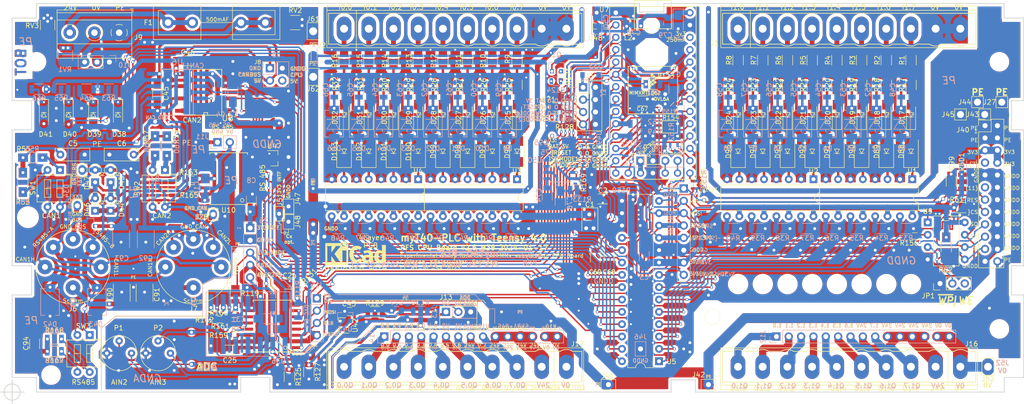
<source format=kicad_pcb>
(kicad_pcb (version 20171130) (host pcbnew "(5.1.7)-1")
  (title_block (title "myT40-PLC  (PLC with Teensy 4.0)") (date 2024-01-17) (rev "2.6 (PFS)") (company "C.Niesen, Königswinter, Germany") (comment 1 "CC BY-NC-SA 2023") (comment 2 "OP (Upper Board) 4 Layers") (comment 3 "Experimental study for reuse in original housing of PS4-1xx-MMx") (comment 4 "Modifications: M38"))
  (layers (0 F.Cu signal) (1 In1.Cu power) (2 In2.Cu power) (31 B.Cu signal) (34 B.Paste user hide) (35 F.Paste user hide) (36 B.SilkS user) (37 F.SilkS user) (38 B.Mask user) (39 F.Mask user) (44 Edge.Cuts user))
  (net 0 "")
  (net 1 /3V3_CPU)
  (net 2 "Net-(C5-Pad2)")
  (net 3 "Net-(C6-Pad2)")
  (net 4 /Ub_5V_RS485_BUS)
  (net 5 /GND_RS485_BUS)
  (net 6 "Net-(D24-Pad2)")
  (net 7 "Net-(D25-Pad2)")
  (net 8 "Net-(D17-Pad1)")
  (net 9 "Net-(D18-Pad1)")
  (net 10 "Net-(D19-Pad1)")
  (net 11 "Net-(D20-Pad1)")
  (net 12 "Net-(D21-Pad1)")
  (net 13 "Net-(D22-Pad1)")
  (net 14 "Net-(D23-Pad1)")
  (net 15 "Net-(D24-Pad1)")
  (net 16 "Net-(D25-Pad1)")
  (net 17 "Net-(D26-Pad1)")
  (net 18 "Net-(D27-Pad1)")
  (net 19 "Net-(D28-Pad1)")
  (net 20 /BAT3V6)
  (net 21 /VBAT)
  (net 22 /CAN2L)
  (net 23 /CAN2H)
  (net 24 /CAN1L)
  (net 25 /CAN1H)
  (net 26 "Net-(D38-Pad1)")
  (net 27 /LED3)
  (net 28 /LED2)
  (net 29 "Net-(D39-Pad1)")
  (net 30 /LED1)
  (net 31 "Net-(D40-Pad1)")
  (net 32 "Net-(D41-Pad1)")
  (net 33 /RS485_A)
  (net 34 /RS485_B)
  (net 35 /~RESET)
  (net 36 /MISO)
  (net 37 /MOSI)
  (net 38 /SPISCK)
  (net 39 /~SPICS_IO)
  (net 40 /PROGRAM)
  (net 41 /ONOFF)
  (net 42 /Ub_CAN_BUS)
  (net 43 /GND_CAN_BUS)
  (net 44 /I_GPB7)
  (net 45 /I_GPB6)
  (net 46 /I_GPB5)
  (net 47 /I_GPB4)
  (net 48 /I_GPB3)
  (net 49 /I_GPB2)
  (net 50 /I_GPB1)
  (net 51 /I_GPB0)
  (net 52 /I_GPA7)
  (net 53 /I_GPA6)
  (net 54 /I_GPA5)
  (net 55 /I_GPA4)
  (net 56 /I_GPA3)
  (net 57 /I_GPA2)
  (net 58 /I_GPA1)
  (net 59 /I_GPA0)
  (net 60 /INTB)
  (net 61 /BAT_CHECK)
  (net 62 /INTA)
  (net 63 "Net-(R53-Pad2)")
  (net 64 "Net-(R55-Pad2)")
  (net 65 /~EE_HOLD)
  (net 66 /CAN1RX)
  (net 67 /CAN1TX)
  (net 68 /~SPICS_EE)
  (net 69 /CAN2TX)
  (net 70 /CAN2RX)
  (net 71 /UART_RX)
  (net 72 /UART_TX)
  (net 73 /~UART_RE)
  (net 74 "Net-(D18-Pad2)")
  (net 75 "Net-(D19-Pad2)")
  (net 76 "Net-(D20-Pad2)")
  (net 77 "Net-(D21-Pad2)")
  (net 78 "Net-(D22-Pad2)")
  (net 79 "Net-(D23-Pad2)")
  (net 80 "Net-(J1-Pad8)")
  (net 81 "Net-(J1-Pad7)")
  (net 82 "Net-(J1-Pad6)")
  (net 83 "Net-(J1-Pad5)")
  (net 84 "Net-(J1-Pad4)")
  (net 85 "Net-(J1-Pad3)")
  (net 86 "Net-(J1-Pad2)")
  (net 87 "Net-(J1-Pad1)")
  (net 88 "Net-(J2-Pad1)")
  (net 89 "Net-(J2-Pad2)")
  (net 90 "Net-(J2-Pad3)")
  (net 91 "Net-(J2-Pad4)")
  (net 92 "Net-(J2-Pad5)")
  (net 93 "Net-(J2-Pad6)")
  (net 94 "Net-(J2-Pad7)")
  (net 95 "Net-(J2-Pad8)")
  (net 96 "Net-(J12-Pad10)")
  (net 97 "Net-(J12-Pad9)")
  (net 98 "Net-(J12-Pad7)")
  (net 99 "Net-(J12-Pad6)")
  (net 100 "Net-(J12-Pad5)")
  (net 101 "Net-(J12-Pad4)")
  (net 102 "Net-(J12-Pad3)")
  (net 103 "Net-(J12-Pad2)")
  (net 104 "Net-(J12-Pad1)")
  (net 105 "Net-(J14-Pad1)")
  (net 106 "Net-(J14-Pad2)")
  (net 107 "Net-(J14-Pad3)")
  (net 108 "Net-(J14-Pad4)")
  (net 109 "Net-(J14-Pad5)")
  (net 110 "Net-(J14-Pad6)")
  (net 111 "Net-(J14-Pad7)")
  (net 112 "Net-(J14-Pad9)")
  (net 113 "Net-(J14-Pad10)")
  (net 114 "Net-(R57-Pad2)")
  (net 115 "Net-(R59-Pad2)")
  (net 116 GNDA)
  (net 117 /3V3_ADDA)
  (net 118 /AREF_2V5)
  (net 119 /CH0)
  (net 120 /CH1)
  (net 121 "Net-(R118-Pad1)")
  (net 122 "Net-(R119-Pad1)")
  (net 123 /~SPICS_ADC)
  (net 124 /~SPICS_DAC)
  (net 125 /CH2)
  (net 126 /CH3)
  (net 127 /CLK)
  (net 128 /Dout)
  (net 129 /Din)
  (net 130 /~CS)
  (net 131 /AIN0)
  (net 132 /AIN1)
  (net 133 "Net-(JP1-Pad2)")
  (net 134 "Net-(D17-Pad2)")
  (net 135 "Net-(D26-Pad2)")
  (net 136 "Net-(D27-Pad2)")
  (net 137 "Net-(D28-Pad2)")
  (net 138 "Net-(D100-Pad1)")
  (net 139 "Net-(D101-Pad1)")
  (net 140 "Net-(D102-Pad1)")
  (net 141 "Net-(D103-Pad1)")
  (net 142 "Net-(D100-Pad2)")
  (net 143 "Net-(D101-Pad2)")
  (net 144 "Net-(D102-Pad2)")
  (net 145 "Net-(D103-Pad2)")
  (net 146 /3V3_INT)
  (net 147 "Net-(D29-Pad2)")
  (net 148 "Net-(D30-Pad2)")
  (net 149 "Net-(D31-Pad2)")
  (net 150 "Net-(D32-Pad2)")
  (net 151 "Net-(D88-Pad1)")
  (net 152 "Net-(D89-Pad1)")
  (net 153 "Net-(D90-Pad1)")
  (net 154 "Net-(D91-Pad1)")
  (net 155 "Net-(D92-Pad1)")
  (net 156 "Net-(D93-Pad1)")
  (net 157 "Net-(D94-Pad1)")
  (net 158 "Net-(D95-Pad1)")
  (net 159 "Net-(D96-Pad1)")
  (net 160 "Net-(D97-Pad1)")
  (net 161 "Net-(D98-Pad1)")
  (net 162 "Net-(D99-Pad1)")
  (net 163 "Net-(C48-Pad1)")
  (net 164 "Net-(C48-Pad2)")
  (net 165 "Net-(C52-Pad2)")
  (net 166 "Net-(C53-Pad2)")
  (net 167 "Net-(C54-Pad2)")
  (net 168 "Net-(C55-Pad2)")
  (net 169 "Net-(C56-Pad2)")
  (net 170 "Net-(C57-Pad2)")
  (net 171 "Net-(C58-Pad2)")
  (net 172 "Net-(C59-Pad1)")
  (net 173 "Net-(C59-Pad2)")
  (net 174 "Net-(C60-Pad2)")
  (net 175 "Net-(C61-Pad2)")
  (net 176 "Net-(C62-Pad2)")
  (net 177 "Net-(C63-Pad2)")
  (net 178 "Net-(C64-Pad2)")
  (net 179 "Net-(C65-Pad2)")
  (net 180 "Net-(C66-Pad2)")
  (net 181 "Net-(U10-Pad7)")
  (net 182 "Net-(Q1-Pad1)")
  (net 183 "Net-(C74-Pad2)")
  (net 184 "Net-(C76-Pad1)")
  (net 185 "Net-(U49-Pad4)")
  (net 186 GNDD)
  (net 187 5V_CPU_IN)
  (net 188 "Net-(F1-Pad1)")
  (net 189 /U24V)
  (net 190 /U0V)
  (net 191 "Net-(J12-Pad14)")
  (net 192 "Net-(J14-Pad14)")
  (net 193 /5V_CPU_final)
  (net 194 "Net-(J33-Pad1)")
  (net 195 "Net-(C90-Pad2)")
  (net 196 "Net-(C91-Pad2)")
  (net 197 /~SW_MODE_2)
  (net 198 /~SW_MODE_1)
  (net 199 "Net-(R131-Pad2)")
  (net 200 "Net-(R132-Pad2)")
  (net 201 "Net-(R150-Pad2)")
  (net 202 "Net-(R151-Pad2)")
  (net 203 "Net-(R152-Pad2)")
  (net 204 "Net-(R153-Pad2)")
  (net 205 "Net-(R154-Pad2)")
  (net 206 "Net-(R155-Pad2)")
  (net 207 "Net-(R156-Pad1)")
  (net 208 "Net-(R158-Pad1)")
  (net 209 "Net-(R159-Pad1)")
  (net 210 "Net-(R160-Pad1)")
  (net 211 "Net-(R161-Pad1)")
  (net 212 "Net-(R162-Pad1)")
  (net 213 "Net-(R164-Pad1)")
  (net 214 /PE)
  (net 215 "Net-(C94-Pad2)")
  (net 216 "Net-(R166-Pad1)")
  (net 217 "Net-(R124-Pad1)")
  (net 218 "Net-(R163-Pad2)")
  (net 219 "Net-(R165-Pad2)")
  (net 220 "Net-(C50-Pad1)")
  (net 221 /3V3EN_Q2_UP)
  (module Capacitors_SMD:C_0805 (layer F.Cu) (at 161.684 61.326 180)
    (fp_text reference C70 (at 3.175 -0.127) (layer F.SilkS))
    (fp_text value 100n)
    (pad 2 smd rect (at 1 0 180) (size 1 1.25) (layers F.Cu F.Paste F.Mask) (net 186 GNDD))
    (pad 1 smd rect (at -1 0 180) (size 1 1.25) (layers F.Cu F.Paste F.Mask) (net 197 /~SW_MODE_2))
  )
  (module Capacitors_SMD:C_0805 (layer F.Cu) (at 119.393 103.4265 180)
    (fp_text reference C43 (at 0.127 1.5875) (layer F.SilkS))
    (fp_text value 100p)
    (pad 2 smd rect (at 1 0 180) (size 1 1.25) (layers F.Cu F.Paste F.Mask) (net 116 GNDA))
    (pad 1 smd rect (at -1 0 180) (size 1 1.25) (layers F.Cu F.Paste F.Mask) (net 119 /CH0))
  )
  (module mylib:Diode_DO213AB-MELF_SOD123 (layer F.Cu) (at 234.836 70.47 90)
    (fp_text reference D88 (at 0 -2 90) (layer F.SilkS))
    (fp_text value "1N4448W7F DII")
    (pad 1 smd rect (at -2.15 0 90) (size 2 2.5) (layers F.Cu F.Paste F.Mask) (net 151 "Net-(D88-Pad1)"))
    (pad 2 smd rect (at 2.15 0 90) (size 2 2.5) (layers F.Cu F.Paste F.Mask) (net 8 "Net-(D17-Pad1)"))
  )
  (module mylib:Diode_DO213AB-MELF_SOD123 (layer F.Cu) (at 229.756 70.47 90)
    (fp_text reference D89 (at 0 -2 90) (layer F.SilkS))
    (fp_text value "1N4448W7F DII")
    (pad 1 smd rect (at -2.15 0 90) (size 2 2.5) (layers F.Cu F.Paste F.Mask) (net 152 "Net-(D89-Pad1)"))
    (pad 2 smd rect (at 2.15 0 90) (size 2 2.5) (layers F.Cu F.Paste F.Mask) (net 9 "Net-(D18-Pad1)"))
  )
  (module mylib:Diode_DO213AB-MELF_SOD123 (layer F.Cu) (at 224.676 70.47 90)
    (fp_text reference D90 (at 0 -2 90) (layer F.SilkS))
    (fp_text value "1N4448W7F DII")
    (pad 1 smd rect (at -2.15 0 90) (size 2 2.5) (layers F.Cu F.Paste F.Mask) (net 153 "Net-(D90-Pad1)"))
    (pad 2 smd rect (at 2.15 0 90) (size 2 2.5) (layers F.Cu F.Paste F.Mask) (net 10 "Net-(D19-Pad1)"))
  )
  (module mylib:Diode_DO213AB-MELF_SOD123 (layer F.Cu) (at 219.596 70.47 90)
    (fp_text reference D91 (at 0 -2 90) (layer F.SilkS))
    (fp_text value "1N4448W7F DII")
    (pad 1 smd rect (at -2.15 0 90) (size 2 2.5) (layers F.Cu F.Paste F.Mask) (net 154 "Net-(D91-Pad1)"))
    (pad 2 smd rect (at 2.15 0 90) (size 2 2.5) (layers F.Cu F.Paste F.Mask) (net 11 "Net-(D20-Pad1)"))
  )
  (module mylib:Diode_DO213AB-MELF_SOD123 (layer F.Cu) (at 214.516 70.47 90)
    (fp_text reference D92 (at 0 -2 90) (layer F.SilkS))
    (fp_text value "1N4448W7F DII")
    (pad 1 smd rect (at -2.15 0 90) (size 2 2.5) (layers F.Cu F.Paste F.Mask) (net 155 "Net-(D92-Pad1)"))
    (pad 2 smd rect (at 2.15 0 90) (size 2 2.5) (layers F.Cu F.Paste F.Mask) (net 12 "Net-(D21-Pad1)"))
  )
  (module mylib:Diode_DO213AB-MELF_SOD123 (layer F.Cu) (at 209.436 70.47 90)
    (fp_text reference D93 (at 0 -2 90) (layer F.SilkS))
    (fp_text value "1N4448W7F DII")
    (pad 1 smd rect (at -2.15 0 90) (size 2 2.5) (layers F.Cu F.Paste F.Mask) (net 156 "Net-(D93-Pad1)"))
    (pad 2 smd rect (at 2.15 0 90) (size 2 2.5) (layers F.Cu F.Paste F.Mask) (net 13 "Net-(D22-Pad1)"))
  )
  (module mylib:Diode_DO213AB-MELF_SOD123 (layer F.Cu) (at 204.356 70.47 90)
    (fp_text reference D94 (at 0 -2 90) (layer F.SilkS))
    (fp_text value "1N4448W7F DII")
    (pad 1 smd rect (at -2.15 0 90) (size 2 2.5) (layers F.Cu F.Paste F.Mask) (net 157 "Net-(D94-Pad1)"))
    (pad 2 smd rect (at 2.15 0 90) (size 2 2.5) (layers F.Cu F.Paste F.Mask) (net 14 "Net-(D23-Pad1)"))
  )
  (module mylib:Diode_DO213AB-MELF_SOD123 (layer F.Cu) (at 199.276 70.47 90)
    (fp_text reference D95 (at 0 -2 90) (layer F.SilkS))
    (fp_text value "1N4448W7F DII")
    (pad 1 smd rect (at -2.15 0 90) (size 2 2.5) (layers F.Cu F.Paste F.Mask) (net 158 "Net-(D95-Pad1)"))
    (pad 2 smd rect (at 2.15 0 90) (size 2 2.5) (layers F.Cu F.Paste F.Mask) (net 15 "Net-(D24-Pad1)"))
  )
  (module mylib:Diode_DO213AB-MELF_SOD123 (layer F.Cu) (at 153.81 70.47 90)
    (fp_text reference D96 (at 0 -2 90) (layer F.SilkS))
    (fp_text value "1N4448W7F DII")
    (pad 1 smd rect (at -2.15 0 90) (size 2 2.5) (layers F.Cu F.Paste F.Mask) (net 159 "Net-(D96-Pad1)"))
    (pad 2 smd rect (at 2.15 0 90) (size 2 2.5) (layers F.Cu F.Paste F.Mask) (net 16 "Net-(D25-Pad1)"))
  )
  (module mylib:Diode_DO213AB-MELF_SOD123 (layer F.Cu) (at 148.73 70.47 90)
    (fp_text reference D97 (at 0 -2 90) (layer F.SilkS))
    (fp_text value "1N4448W7F DII")
    (pad 1 smd rect (at -2.15 0 90) (size 2 2.5) (layers F.Cu F.Paste F.Mask) (net 160 "Net-(D97-Pad1)"))
    (pad 2 smd rect (at 2.15 0 90) (size 2 2.5) (layers F.Cu F.Paste F.Mask) (net 17 "Net-(D26-Pad1)"))
  )
  (module mylib:Diode_DO213AB-MELF_SOD123 (layer F.Cu) (at 143.65 70.47 90)
    (fp_text reference D98 (at 0 -2 90) (layer F.SilkS))
    (fp_text value "1N4448W7F DII")
    (pad 1 smd rect (at -2.15 0 90) (size 2 2.5) (layers F.Cu F.Paste F.Mask) (net 161 "Net-(D98-Pad1)"))
    (pad 2 smd rect (at 2.15 0 90) (size 2 2.5) (layers F.Cu F.Paste F.Mask) (net 18 "Net-(D27-Pad1)"))
  )
  (module mylib:Diode_DO213AB-MELF_SOD123 (layer F.Cu) (at 138.57 70.47 90)
    (fp_text reference D99 (at 0 -2 90) (layer F.SilkS))
    (fp_text value "1N4448W7F DII")
    (pad 1 smd rect (at -2.15 0 90) (size 2 2.5) (layers F.Cu F.Paste F.Mask) (net 162 "Net-(D99-Pad1)"))
    (pad 2 smd rect (at 2.15 0 90) (size 2 2.5) (layers F.Cu F.Paste F.Mask) (net 19 "Net-(D28-Pad1)"))
  )
  (module mylib:Diode_DO213AB-MELF_SOD123 (layer F.Cu) (at 133.49 70.47 90)
    (fp_text reference D100 (at 0 -2 90) (layer F.SilkS))
    (fp_text value "1N4448W7F DII")
    (pad 1 smd rect (at -2.15 0 90) (size 2 2.5) (layers F.Cu F.Paste F.Mask) (net 138 "Net-(D100-Pad1)"))
    (pad 2 smd rect (at 2.15 0 90) (size 2 2.5) (layers F.Cu F.Paste F.Mask) (net 142 "Net-(D100-Pad2)"))
  )
  (module mylib:Diode_DO213AB-MELF_SOD123 (layer F.Cu) (at 128.41 70.47 90)
    (fp_text reference D101 (at 0 -2 90) (layer F.SilkS))
    (fp_text value "1N4448W7F DII")
    (pad 1 smd rect (at -2.15 0 90) (size 2 2.5) (layers F.Cu F.Paste F.Mask) (net 139 "Net-(D101-Pad1)"))
    (pad 2 smd rect (at 2.15 0 90) (size 2 2.5) (layers F.Cu F.Paste F.Mask) (net 143 "Net-(D101-Pad2)"))
  )
  (module mylib:Diode_DO213AB-MELF_SOD123 (layer F.Cu) (at 123.33 70.47 90)
    (fp_text reference D102 (at 0 -2 90) (layer F.SilkS))
    (fp_text value "1N4448W7F DII")
    (pad 1 smd rect (at -2.15 0 90) (size 2 2.5) (layers F.Cu F.Paste F.Mask) (net 140 "Net-(D102-Pad1)"))
    (pad 2 smd rect (at 2.15 0 90) (size 2 2.5) (layers F.Cu F.Paste F.Mask) (net 144 "Net-(D102-Pad2)"))
  )
  (module mylib:Diode_DO213AB-MELF_SOD123 (layer F.Cu) (at 118.25 70.47 90)
    (fp_text reference D103 (at 0 -2 90) (layer F.SilkS))
    (fp_text value "1N4448W7F DII")
    (pad 1 smd rect (at -2.15 0 90) (size 2 2.5) (layers F.Cu F.Paste F.Mask) (net 141 "Net-(D103-Pad1)"))
    (pad 2 smd rect (at 2.15 0 90) (size 2 2.5) (layers F.Cu F.Paste F.Mask) (net 145 "Net-(D103-Pad2)"))
  )
  (module Connector_PinSocket_2.54mm:PinSocket_1x04_P2.54mm_Vertical (layer B.Cu) (at 112.662 100.696 180)
    (fp_text reference J15 (at 0 2.77) (layer B.SilkS) (effects (justify mirror)))
    (fp_text value 01x04_fem)
    (pad 4 thru_hole oval (at 0 -7.62 180) (size 1.7 1.7) (drill 1) (layers *.Cu *.Mask) (net 186 GNDD))
    (pad 3 thru_hole oval (at 0 -5.08 180) (size 1.7 1.7) (drill 1) (layers *.Cu *.Mask) (net 38 /SPISCK))
    (pad 2 thru_hole oval (at 0 -2.54 180) (size 1.7 1.7) (drill 1) (layers *.Cu *.Mask) (net 37 /MOSI))
    (pad 1 thru_hole rect (at 0 0 180) (size 1.7 1.7) (drill 1) (layers *.Cu *.Mask) (net 124 /~SPICS_DAC))
  )
  (module Connector_PinSocket_2.54mm:PinSocket_1x15_P2.54mm_Vertical (layer B.Cu) (at 126.505 108.57 270)
    (fp_text reference J14 (at 0 2.54 90) (layer B.SilkS) (effects (justify mirror)))
    (fp_text value 01x15_fem)
    (pad 15 thru_hole oval (at 0 -35.56 270) (size 1.7 1.7) (drill 1) (layers *.Cu *.Mask) (net 192 "Net-(J14-Pad14)"))
    (pad 14 thru_hole oval (at 0 -33.02 270) (size 1.7 1.7) (drill 1) (layers *.Cu *.Mask) (net 192 "Net-(J14-Pad14)"))
    (pad 13 thru_hole oval (at 0 -30.48 270) (size 1.7 1.7) (drill 1) (layers *.Cu *.Mask) (net 113 "Net-(J14-Pad10)"))
    (pad 12 thru_hole oval (at 0 -27.94 270) (size 1.7 1.7) (drill 1) (layers *.Cu *.Mask) (net 113 "Net-(J14-Pad10)"))
    (pad 11 thru_hole oval (at 0 -25.4 270) (size 1.7 1.7) (drill 1) (layers *.Cu *.Mask) (net 113 "Net-(J14-Pad10)"))
    (pad 10 thru_hole oval (at 0 -22.86 270) (size 1.7 1.7) (drill 1) (layers *.Cu *.Mask) (net 113 "Net-(J14-Pad10)"))
    (pad 9 thru_hole oval (at 0 -20.32 270) (size 1.7 1.7) (drill 1) (layers *.Cu *.Mask) (net 112 "Net-(J14-Pad9)"))
    (pad 8 thru_hole oval (at 0 -17.78 270) (size 1.7 1.7) (drill 1) (layers *.Cu *.Mask) (net 113 "Net-(J14-Pad10)"))
    (pad 7 thru_hole oval (at 0 -15.24 270) (size 1.7 1.7) (drill 1) (layers *.Cu *.Mask) (net 111 "Net-(J14-Pad7)"))
    (pad 6 thru_hole oval (at 0 -12.7 270) (size 1.7 1.7) (drill 1) (layers *.Cu *.Mask) (net 110 "Net-(J14-Pad6)"))
    (pad 5 thru_hole oval (at 0 -10.16 270) (size 1.7 1.7) (drill 1) (layers *.Cu *.Mask) (net 109 "Net-(J14-Pad5)"))
    (pad 4 thru_hole oval (at 0 -7.62 270) (size 1.7 1.7) (drill 1) (layers *.Cu *.Mask) (net 108 "Net-(J14-Pad4)"))
    (pad 3 thru_hole oval (at 0 -5.08 270) (size 1.7 1.7) (drill 1) (layers *.Cu *.Mask) (net 107 "Net-(J14-Pad3)"))
    (pad 2 thru_hole oval (at 0 -2.54 270) (size 1.7 1.7) (drill 1) (layers *.Cu *.Mask) (net 106 "Net-(J14-Pad2)"))
    (pad 1 thru_hole rect (at 0 0 270) (size 1.7 1.7) (drill 1) (layers *.Cu *.Mask) (net 105 "Net-(J14-Pad1)"))
  )
  (module Connector_PinSocket_2.54mm:PinSocket_1x03_P2.54mm_Vertical (layer B.Cu) (at 139.205 103.49 270)
    (fp_text reference J13 (at 0 2.413 270) (layer B.SilkS) (effects (justify mirror)))
    (fp_text value 01x03_fem)
    (pad 3 thru_hole oval (at 0 -5.08 270) (size 1.7 1.7) (drill 1) (layers *.Cu *.Mask) (net 116 GNDA))
    (pad 2 thru_hole oval (at 0 -2.54 270) (size 1.7 1.7) (drill 1) (layers *.Cu *.Mask) (net 132 /AIN1))
    (pad 1 thru_hole rect (at 0 0 270) (size 1.7 1.7) (drill 1) (layers *.Cu *.Mask) (net 131 /AIN0))
  )
  (module Resistors_SMD:R_0805 (layer B.Cu) (at 161.811 55.992 180)
    (fp_text reference R124 (at 0 -1.8415) (layer B.SilkS) (effects (justify mirror)))
    (fp_text value 10k)
    (pad 1 smd rect (at -0.95 0 180) (size 0.7 1.3) (layers B.Cu B.Paste B.Mask) (net 217 "Net-(R124-Pad1)"))
    (pad 2 smd rect (at 0.95 0 180) (size 0.7 1.3) (layers B.Cu B.Paste B.Mask) (net 187 5V_CPU_IN))
  )
  (module mylib:DO-214AA_man (layer B.Cu) (at 197.244 64.755)
    (fp_text reference D8 (at 0 5.08) (layer B.SilkS) (effects (justify mirror)))
    (fp_text value "P6SMB 5,0CA SMD")
    (pad 1 smd rect (at 0 2.9) (size 2.18 1.62) (layers B.Cu B.Paste B.Mask) (net 163 "Net-(C48-Pad1)"))
    (pad 2 smd rect (at 0 -2.9) (size 2.18 1.62) (layers B.Cu B.Paste B.Mask) (net 171 "Net-(C58-Pad2)"))
  )
  (module mylib:TerminalBlock_Phoenix_MSTBVA-2.5-10-5.08_1x10_P5.08mm_Horizontal (layer F.Cu) (at 118.25 45.197)
    (fp_text reference J2 (at -4.572 3.429) (layer F.SilkS))
    (fp_text value MSTBVA-2.5-10-5.08)
    (pad 1 thru_hole oval (at 0 0) (size 3 5) (drill 1.6) (layers *.Cu *.Mask) (net 88 "Net-(J2-Pad1)"))
    (pad 2 thru_hole oval (at 5.08 0) (size 3 5) (drill 1.6) (layers *.Cu *.Mask) (net 89 "Net-(J2-Pad2)"))
    (pad 3 thru_hole oval (at 10.16 0) (size 3 5) (drill 1.6) (layers *.Cu *.Mask) (net 90 "Net-(J2-Pad3)"))
    (pad 4 thru_hole oval (at 15.24 0) (size 3 5) (drill 1.6) (layers *.Cu *.Mask) (net 91 "Net-(J2-Pad4)"))
    (pad 5 thru_hole oval (at 20.32 0) (size 3 5) (drill 1.6) (layers *.Cu *.Mask) (net 92 "Net-(J2-Pad5)"))
    (pad 6 thru_hole oval (at 25.4 0) (size 3 5) (drill 1.6) (layers *.Cu *.Mask) (net 93 "Net-(J2-Pad6)"))
    (pad 7 thru_hole oval (at 30.48 0) (size 3 5) (drill 1.6) (layers *.Cu *.Mask) (net 94 "Net-(J2-Pad7)"))
    (pad 8 thru_hole oval (at 35.56 0) (size 3 5) (drill 1.6) (layers *.Cu *.Mask) (net 95 "Net-(J2-Pad8)"))
    (pad 9 thru_hole oval (at 40.64 0) (size 3 5) (drill 1.6) (layers *.Cu *.Mask) (net 172 "Net-(C59-Pad1)"))
    (pad 10 thru_hole oval (at 45.72 0) (size 3 5) (drill 1.6) (layers *.Cu *.Mask) (net 172 "Net-(C59-Pad1)"))
  )
  (module Resistors_SMD:R_1206 (layer F.Cu) (at 138.57 56.754 90)
    (fp_text reference R28 (at 0 -1.778 90) (layer F.SilkS))
    (fp_text value 1k1)
    (pad 1 smd rect (at -1.45 0 90) (size 0.9 1.7) (layers F.Cu F.Paste F.Mask) (net 137 "Net-(D28-Pad2)"))
    (pad 2 smd rect (at 1.45 0 90) (size 0.9 1.7) (layers F.Cu F.Paste F.Mask) (net 176 "Net-(C62-Pad2)"))
  )
  (module Resistors_SMD:R_1206 (layer F.Cu) (at 138.57 51.674 90)
    (fp_text reference R12 (at -0.127 -1.905 90) (layer F.SilkS))
    (fp_text value "6k8 500mW")
    (pad 1 smd rect (at -1.45 0 90) (size 0.9 1.7) (layers F.Cu F.Paste F.Mask) (net 176 "Net-(C62-Pad2)"))
    (pad 2 smd rect (at 1.45 0 90) (size 0.9 1.7) (layers F.Cu F.Paste F.Mask) (net 92 "Net-(J2-Pad5)"))
  )
  (module Capacitors_SMD:C_1206_HandSoldering (layer B.Cu) (at 242.075 90.155 90)
    (fp_text reference C9 (at -4.699 0 180) (layer B.SilkS) (effects (justify mirror)))
    (fp_text value 100n)
    (pad 2 smd rect (at 2 0 90) (size 2 1.6) (layers B.Cu B.Paste B.Mask) (net 146 /3V3_INT))
    (pad 1 smd rect (at -2 0 90) (size 2 1.6) (layers B.Cu B.Paste B.Mask) (net 186 GNDD))
  )
  (module mylib:DO-214AA_man (layer B.Cu) (at 57.798 101.458)
    (fp_text reference D42 (at 0 4.572 180) (layer B.SilkS) (effects (justify mirror)))
    (fp_text value "P6SMB 5,0CA")
    (pad 1 smd rect (at 0 2.9) (size 2.18 1.62) (layers B.Cu B.Paste B.Mask) (net 214 /PE))
    (pad 2 smd rect (at 0 -2.9) (size 2.18 1.62) (layers B.Cu B.Paste B.Mask) (net 33 /RS485_A))
  )
  (module mylib:DO-214AA_man (layer B.Cu) (at 67.45 101.458)
    (fp_text reference D43 (at -0.254 4.572 180) (layer B.SilkS) (effects (justify mirror)))
    (fp_text value "P6SMB 5,0CA")
    (pad 2 smd rect (at 0 -2.9) (size 2.18 1.62) (layers B.Cu B.Paste B.Mask) (net 34 /RS485_B))
    (pad 1 smd rect (at 0 2.9) (size 2.18 1.62) (layers B.Cu B.Paste B.Mask) (net 214 /PE))
  )
  (module Capacitors_SMD:C_1206_HandSoldering (layer F.Cu) (at 79.896 58.532 270)
    (fp_text reference C45 (at 0 -1.75 90) (layer F.SilkS))
    (fp_text value "100n 100V")
    (pad 2 smd rect (at 2 0 270) (size 2 1.6) (layers F.Cu F.Paste F.Mask) (net 43 /GND_CAN_BUS))
    (pad 1 smd rect (at -2 0 270) (size 2 1.6) (layers F.Cu F.Paste F.Mask) (net 42 /Ub_CAN_BUS))
  )
  (module Capacitors_SMD:C_1206_HandSoldering (layer B.Cu) (at 179.972 92.06 270)
    (fp_text reference C3 (at 4.318 0) (layer B.SilkS) (effects (justify mirror)))
    (fp_text value 100n)
    (pad 2 smd rect (at 2 0 270) (size 2 1.6) (layers B.Cu B.Paste B.Mask) (net 146 /3V3_INT))
    (pad 1 smd rect (at -2 0 270) (size 2 1.6) (layers B.Cu B.Paste B.Mask) (net 186 GNDD))
  )
  (module Housings_DIP:DIP-28_W7.62mm (layer F.Cu) (at 183.02 113.65 180)
    (fp_text reference U5 (at -2.54 -0.08) (layer F.SilkS))
    (fp_text value MCP23S17)
    (pad 28 thru_hole oval (at 7.62 0 180) (size 1.6 1.6) (drill 0.8) (layers *.Cu *.Mask) (net 52 /I_GPA7))
    (pad 14 thru_hole oval (at 0 33.02 180) (size 1.6 1.6) (drill 0.8) (layers *.Cu *.Mask) (net 208 "Net-(R158-Pad1)"))
    (pad 27 thru_hole oval (at 7.62 2.54 180) (size 1.6 1.6) (drill 0.8) (layers *.Cu *.Mask) (net 53 /I_GPA6))
    (pad 13 thru_hole oval (at 0 30.48 180) (size 1.6 1.6) (drill 0.8) (layers *.Cu *.Mask) (net 37 /MOSI))
    (pad 26 thru_hole oval (at 7.62 5.08 180) (size 1.6 1.6) (drill 0.8) (layers *.Cu *.Mask) (net 54 /I_GPA5))
    (pad 12 thru_hole oval (at 0 27.94 180) (size 1.6 1.6) (drill 0.8) (layers *.Cu *.Mask) (net 38 /SPISCK))
    (pad 25 thru_hole oval (at 7.62 7.62 180) (size 1.6 1.6) (drill 0.8) (layers *.Cu *.Mask) (net 55 /I_GPA4))
    (pad 11 thru_hole oval (at 0 25.4 180) (size 1.6 1.6) (drill 0.8) (layers *.Cu *.Mask) (net 39 /~SPICS_IO))
    (pad 24 thru_hole oval (at 7.62 10.16 180) (size 1.6 1.6) (drill 0.8) (layers *.Cu *.Mask) (net 56 /I_GPA3))
    (pad 10 thru_hole oval (at 0 22.86 180) (size 1.6 1.6) (drill 0.8) (layers *.Cu *.Mask) (net 186 GNDD))
    (pad 23 thru_hole oval (at 7.62 12.7 180) (size 1.6 1.6) (drill 0.8) (layers *.Cu *.Mask) (net 57 /I_GPA2))
    (pad 9 thru_hole oval (at 0 20.32 180) (size 1.6 1.6) (drill 0.8) (layers *.Cu *.Mask) (net 146 /3V3_INT))
    (pad 22 thru_hole oval (at 7.62 15.24 180) (size 1.6 1.6) (drill 0.8) (layers *.Cu *.Mask) (net 58 /I_GPA1))
    (pad 8 thru_hole oval (at 0 17.78 180) (size 1.6 1.6) (drill 0.8) (layers *.Cu *.Mask) (net 44 /I_GPB7))
    (pad 21 thru_hole oval (at 7.62 17.78 180) (size 1.6 1.6) (drill 0.8) (layers *.Cu *.Mask) (net 59 /I_GPA0))
    (pad 7 thru_hole oval (at 0 15.24 180) (size 1.6 1.6) (drill 0.8) (layers *.Cu *.Mask) (net 45 /I_GPB6))
    (pad 20 thru_hole oval (at 7.62 20.32 180) (size 1.6 1.6) (drill 0.8) (layers *.Cu *.Mask) (net 62 /INTA))
    (pad 6 thru_hole oval (at 0 12.7 180) (size 1.6 1.6) (drill 0.8) (layers *.Cu *.Mask) (net 46 /I_GPB5))
    (pad 19 thru_hole oval (at 7.62 22.86 180) (size 1.6 1.6) (drill 0.8) (layers *.Cu *.Mask) (net 60 /INTB))
    (pad 5 thru_hole oval (at 0 10.16 180) (size 1.6 1.6) (drill 0.8) (layers *.Cu *.Mask) (net 47 /I_GPB4))
    (pad 18 thru_hole oval (at 7.62 25.4 180) (size 1.6 1.6) (drill 0.8) (layers *.Cu *.Mask) (net 35 /~RESET))
    (pad 4 thru_hole oval (at 0 7.62 180) (size 1.6 1.6) (drill 0.8) (layers *.Cu *.Mask) (net 48 /I_GPB3))
    (pad 17 thru_hole oval (at 7.62 27.94 180) (size 1.6 1.6) (drill 0.8) (layers *.Cu *.Mask) (net 186 GNDD))
    (pad 3 thru_hole oval (at 0 5.08 180) (size 1.6 1.6) (drill 0.8) (layers *.Cu *.Mask) (net 49 /I_GPB2))
    (pad 16 thru_hole oval (at 7.62 30.48 180) (size 1.6 1.6) (drill 0.8) (layers *.Cu *.Mask) (net 186 GNDD))
    (pad 2 thru_hole oval (at 0 2.54 180) (size 1.6 1.6) (drill 0.8) (layers *.Cu *.Mask) (net 50 /I_GPB1))
    (pad 15 thru_hole oval (at 7.62 33.02 180) (size 1.6 1.6) (drill 0.8) (layers *.Cu *.Mask) (net 186 GNDD))
    (pad 1 thru_hole rect (at 0 0 180) (size 1.6 1.6) (drill 0.8) (layers *.Cu *.Mask) (net 51 /I_GPB0))
  )
  (module mylib:DIN-5-180 (layer F.Cu) (at 62.5 94.25)
    (fp_text reference J6 (at -0.003 8.605) (layer F.SilkS))
    (fp_text value DIN-5 hide)
    (pad S thru_hole oval (at 0 4.25) (size 3 3) (drill 1.2) (layers *.Cu *.Mask) (net 195 "Net-(C90-Pad2)"))
    (pad 3 thru_hole oval (at 5.75 0) (size 3 3) (drill 1.2) (layers *.Cu *.Mask) (net 24 /CAN1L))
    (pad 5 thru_hole oval (at 4.065863 -4.065863) (size 3 3) (drill 1.2) (layers *.Cu *.Mask) (net 34 /RS485_B))
    (pad 2 thru_hole oval (at 0 -5.75) (size 3 3) (drill 1.2) (layers *.Cu *.Mask) (net 194 "Net-(J33-Pad1)"))
    (pad 4 thru_hole oval (at -4.065863 -4.065863) (size 3 3) (drill 1.2) (layers *.Cu *.Mask) (net 33 /RS485_A))
    (pad 1 thru_hole oval (at -5.75 0) (size 3 3) (drill 1.2) (layers *.Cu *.Mask) (net 25 /CAN1H))
  )
  (module mylib:DIN-5-180 (layer F.Cu) (at 87.25 94.25)
    (fp_text reference J7 (at 0.012 8.605) (layer F.SilkS))
    (fp_text value DIN-5 hide)
    (pad S thru_hole oval (at 0 4.25) (size 3 3) (drill 1.2) (layers *.Cu *.Mask) (net 196 "Net-(C91-Pad2)"))
    (pad 3 thru_hole oval (at 5.75 0) (size 3 3) (drill 1.2) (layers *.Cu *.Mask) (net 24 /CAN1L))
    (pad 5 thru_hole oval (at 4.065863 -4.065863) (size 3 3) (drill 1.2) (layers *.Cu *.Mask) (net 22 /CAN2L))
    (pad 2 thru_hole oval (at 0 -5.75) (size 3 3) (drill 1.2) (layers *.Cu *.Mask) (net 43 /GND_CAN_BUS))
    (pad 4 thru_hole oval (at -4.065863 -4.065863) (size 3 3) (drill 1.2) (layers *.Cu *.Mask) (net 23 /CAN2H))
    (pad 1 thru_hole oval (at -5.75 0) (size 3 3) (drill 1.2) (layers *.Cu *.Mask) (net 25 /CAN1H))
  )
  (module mylib:TerminalBlock_Phoenix_MKDS-1,5-3-5.08_1x03_P5.08mm_Horizontal (layer F.Cu) (at 72 46 180)
    (fp_text reference J9 (at -3.959 -0.975) (layer F.SilkS))
    (fp_text value "Ub 0V PE")
    (pad 1 thru_hole rect (at 0 0 180) (size 2.6 2.6) (drill 1.3) (layers *.Cu *.Mask) (net 214 /PE))
    (pad 2 thru_hole circle (at 5.08 0 180) (size 2.6 2.6) (drill 1.3) (layers *.Cu *.Mask) (net 190 /U0V))
    (pad 3 thru_hole circle (at 10.16 0 180) (size 2.6 2.6) (drill 1.3) (layers *.Cu *.Mask) (net 188 "Net-(F1-Pad1)"))
  )
  (module mylib:TerminalBlock_Phoenix_MSTBVA-2.5-10-5.08_1x10_P5.08mm_Horizontal (layer F.Cu) (at 199.2506 45.197)
    (fp_text reference J1 (at -4.8006 2.9718) (layer F.SilkS))
    (fp_text value MSTBVA-2.5-10-5.08)
    (pad 10 thru_hole oval (at 45.72 0) (size 3 5) (drill 1.6) (layers *.Cu *.Mask) (net 163 "Net-(C48-Pad1)"))
    (pad 9 thru_hole oval (at 40.64 0) (size 3 5) (drill 1.6) (layers *.Cu *.Mask) (net 163 "Net-(C48-Pad1)"))
    (pad 8 thru_hole oval (at 35.56 0) (size 3 5) (drill 1.6) (layers *.Cu *.Mask) (net 80 "Net-(J1-Pad8)"))
    (pad 7 thru_hole oval (at 30.48 0) (size 3 5) (drill 1.6) (layers *.Cu *.Mask) (net 81 "Net-(J1-Pad7)"))
    (pad 6 thru_hole oval (at 25.4 0) (size 3 5) (drill 1.6) (layers *.Cu *.Mask) (net 82 "Net-(J1-Pad6)"))
    (pad 5 thru_hole oval (at 20.32 0) (size 3 5) (drill 1.6) (layers *.Cu *.Mask) (net 83 "Net-(J1-Pad5)"))
    (pad 4 thru_hole oval (at 15.24 0) (size 3 5) (drill 1.6) (layers *.Cu *.Mask) (net 84 "Net-(J1-Pad4)"))
    (pad 3 thru_hole oval (at 10.16 0) (size 3 5) (drill 1.6) (layers *.Cu *.Mask) (net 85 "Net-(J1-Pad3)"))
    (pad 2 thru_hole oval (at 5.08 0) (size 3 5) (drill 1.6) (layers *.Cu *.Mask) (net 86 "Net-(J1-Pad2)"))
    (pad 1 thru_hole oval (at 0 0) (size 3 5) (drill 1.6) (layers *.Cu *.Mask) (net 87 "Net-(J1-Pad1)"))
  )
  (module mylib:TerminalBlock_Phoenix_MSTBVA-2.5-10-5.08_1x10_P5.08mm_Horizontal (layer F.Cu) (at 163.97 114.793 180)
    (fp_text reference J17 (at -2.286 4.699) (layer F.SilkS))
    (fp_text value MSTBVA-2.5-10-5.08 hide)
    (pad 1 thru_hole oval (at 0 0 180) (size 3 5) (drill 1.6) (layers *.Cu *.Mask) (net 192 "Net-(J14-Pad14)"))
    (pad 2 thru_hole oval (at 5.08 0 180) (size 3 5) (drill 1.6) (layers *.Cu *.Mask) (net 113 "Net-(J14-Pad10)"))
    (pad 3 thru_hole oval (at 10.16 0 180) (size 3 5) (drill 1.6) (layers *.Cu *.Mask) (net 112 "Net-(J14-Pad9)"))
    (pad 4 thru_hole oval (at 15.24 0 180) (size 3 5) (drill 1.6) (layers *.Cu *.Mask) (net 111 "Net-(J14-Pad7)"))
    (pad 5 thru_hole oval (at 20.32 0 180) (size 3 5) (drill 1.6) (layers *.Cu *.Mask) (net 110 "Net-(J14-Pad6)"))
    (pad 6 thru_hole oval (at 25.4 0 180) (size 3 5) (drill 1.6) (layers *.Cu *.Mask) (net 109 "Net-(J14-Pad5)"))
    (pad 7 thru_hole oval (at 30.48 0 180) (size 3 5) (drill 1.6) (layers *.Cu *.Mask) (net 108 "Net-(J14-Pad4)"))
    (pad 8 thru_hole oval (at 35.56 0 180) (size 3 5) (drill 1.6) (layers *.Cu *.Mask) (net 107 "Net-(J14-Pad3)"))
    (pad 9 thru_hole oval (at 40.64 0 180) (size 3 5) (drill 1.6) (layers *.Cu *.Mask) (net 106 "Net-(J14-Pad2)"))
    (pad 10 thru_hole oval (at 45.72 0 180) (size 3 5) (drill 1.6) (layers *.Cu *.Mask) (net 105 "Net-(J14-Pad1)"))
  )
  (module mylib:TerminalBlock_Phoenix_MSTBVA-2.5-10-5.08_1x10_P5.08mm_Horizontal (layer F.Cu) (at 244.9706 114.793 180)
    (fp_text reference J16 (at -2.3114 4.699) (layer F.SilkS))
    (fp_text value MSTBVA-2.5-10-5.08 hide)
    (pad 10 thru_hole oval (at 45.72 0 180) (size 3 5) (drill 1.6) (layers *.Cu *.Mask) (net 104 "Net-(J12-Pad1)"))
    (pad 9 thru_hole oval (at 40.64 0 180) (size 3 5) (drill 1.6) (layers *.Cu *.Mask) (net 103 "Net-(J12-Pad2)"))
    (pad 8 thru_hole oval (at 35.56 0 180) (size 3 5) (drill 1.6) (layers *.Cu *.Mask) (net 102 "Net-(J12-Pad3)"))
    (pad 7 thru_hole oval (at 30.48 0 180) (size 3 5) (drill 1.6) (layers *.Cu *.Mask) (net 101 "Net-(J12-Pad4)"))
    (pad 6 thru_hole oval (at 25.4 0 180) (size 3 5) (drill 1.6) (layers *.Cu *.Mask) (net 100 "Net-(J12-Pad5)"))
    (pad 5 thru_hole oval (at 20.32 0 180) (size 3 5) (drill 1.6) (layers *.Cu *.Mask) (net 99 "Net-(J12-Pad6)"))
    (pad 4 thru_hole oval (at 15.24 0 180) (size 3 5) (drill 1.6) (layers *.Cu *.Mask) (net 98 "Net-(J12-Pad7)"))
    (pad 3 thru_hole oval (at 10.16 0 180) (size 3 5) (drill 1.6) (layers *.Cu *.Mask) (net 97 "Net-(J12-Pad9)"))
    (pad 2 thru_hole oval (at 5.08 0 180) (size 3 5) (drill 1.6) (layers *.Cu *.Mask) (net 96 "Net-(J12-Pad10)"))
    (pad 1 thru_hole oval (at 0 0 180) (size 3 5) (drill 1.6) (layers *.Cu *.Mask) (net 191 "Net-(J12-Pad14)"))
  )
  (module Capacitors_THT:C_Rect_L7.0mm_W2.5mm_P5.00mm (layer F.Cu) (at 64.91 71.105 180)
    (fp_text reference C5 (at 2.413 2.286) (layer F.SilkS))
    (fp_text value 4n7)
    (pad 1 thru_hole circle (at 0 0 180) (size 1.6 1.6) (drill 0.8) (layers *.Cu *.Mask) (net 214 /PE))
    (pad 2 thru_hole circle (at 5 0 180) (size 1.6 1.6) (drill 0.8) (layers *.Cu *.Mask) (net 2 "Net-(C5-Pad2)"))
  )
  (module Capacitors_THT:C_Rect_L7.0mm_W2.5mm_P5.00mm (layer F.Cu) (at 69.99 71.105)
    (fp_text reference C6 (at 2.54 -2.286) (layer F.SilkS))
    (fp_text value 4n7)
    (pad 2 thru_hole circle (at 5 0) (size 1.6 1.6) (drill 0.8) (layers *.Cu *.Mask) (net 3 "Net-(C6-Pad2)"))
    (pad 1 thru_hole circle (at 0 0) (size 1.6 1.6) (drill 0.8) (layers *.Cu *.Mask) (net 214 /PE))
  )
  (module Capacitors_SMD:C_1206_HandSoldering (layer B.Cu) (at 99.2 80.63 90)
    (fp_text reference C8 (at 4.191 0) (layer B.SilkS) (effects (justify mirror)))
    (fp_text value 100n)
    (pad 1 smd rect (at -2 0 90) (size 2 1.6) (layers B.Cu B.Paste B.Mask) (net 146 /3V3_INT))
    (pad 2 smd rect (at 2 0 90) (size 2 1.6) (layers B.Cu B.Paste B.Mask) (net 186 GNDD))
  )
  (module Capacitors_SMD:C_1206_HandSoldering (layer B.Cu) (at 89.6115 78.0265 270)
    (fp_text reference C10 (at 0 1.651 90) (layer B.SilkS) (effects (justify mirror)))
    (fp_text value 100n)
    (pad 2 smd rect (at 2 0 270) (size 2 1.6) (layers B.Cu B.Paste B.Mask) (net 4 /Ub_5V_RS485_BUS))
    (pad 1 smd rect (at -2 0 270) (size 2 1.6) (layers B.Cu B.Paste B.Mask) (net 5 /GND_RS485_BUS))
  )
  (module Connector_PinSocket_2.54mm:PinSocket_1x02_P2.54mm_Vertical (layer B.Cu) (at 92.215 68.565 270)
    (fp_text reference J11 (at -1.143 3.175) (layer B.SilkS) (effects (justify mirror)))
    (fp_text value 01x02_fem hide)
    (pad 1 thru_hole rect (at 0 0 270) (size 1.7 1.7) (drill 1) (layers *.Cu *.Mask) (net 5 /GND_RS485_BUS))
    (pad 2 thru_hole oval (at 0 -2.54 270) (size 1.7 1.7) (drill 1) (layers *.Cu *.Mask) (net 4 /Ub_5V_RS485_BUS))
  )
  (module Buttons_Switches_THT:SW_DIP_x2_W7.62mm_Slide_LowProfile (layer F.Cu) (at 59.83 74.28 270)
    (fp_text reference SW1 (at 3.683 5.588 90) (layer F.SilkS))
    (fp_text value SW_DIP_x02 hide)
    (pad 1 thru_hole rect (at 0 0 270) (size 1.6 1.6) (drill 0.8) (layers *.Cu *.Mask) (net 64 "Net-(R55-Pad2)"))
    (pad 3 thru_hole oval (at 7.62 2.54 270) (size 1.6 1.6) (drill 0.8) (layers *.Cu *.Mask) (net 25 /CAN1H))
    (pad 2 thru_hole oval (at 0 2.54 270) (size 1.6 1.6) (drill 0.8) (layers *.Cu *.Mask) (net 63 "Net-(R53-Pad2)"))
    (pad 4 thru_hole oval (at 7.62 0 270) (size 1.6 1.6) (drill 0.8) (layers *.Cu *.Mask) (net 24 /CAN1L))
  )
  (module Buttons_Switches_THT:SW_DIP_x2_W7.62mm_Slide_LowProfile (layer F.Cu) (at 81.42 74.28 270)
    (fp_text reference SW2 (at 3.81 5.715 90) (layer F.SilkS))
    (fp_text value SW_DIP_x02 hide)
    (pad 4 thru_hole oval (at 7.62 0 270) (size 1.6 1.6) (drill 0.8) (layers *.Cu *.Mask) (net 22 /CAN2L))
    (pad 2 thru_hole oval (at 0 2.54 270) (size 1.6 1.6) (drill 0.8) (layers *.Cu *.Mask) (net 114 "Net-(R57-Pad2)"))
    (pad 3 thru_hole oval (at 7.62 2.54 270) (size 1.6 1.6) (drill 0.8) (layers *.Cu *.Mask) (net 23 /CAN2H))
    (pad 1 thru_hole rect (at 0 0 270) (size 1.6 1.6) (drill 0.8) (layers *.Cu *.Mask) (net 115 "Net-(R59-Pad2)"))
  )
  (module mylib:DIP-16_W7.62mm_cut (layer F.Cu) (at 235.0864 76.185 270)
    (fp_text reference U1 (at -1.651 -0.0036 180) (layer F.SilkS))
    (fp_text value LTV-844)
    (pad 16 thru_hole oval (at 7.62 0 270) (size 1.6 1.6) (drill 0.8) (layers *.Cu *.Mask) (net 146 /3V3_INT))
    (pad 8 thru_hole oval (at 0 17.78 270) (size 1.6 1.6) (drill 0.8) (layers *.Cu *.Mask) (net 163 "Net-(C48-Pad1)"))
    (pad 15 thru_hole oval (at 7.62 2.54 270) (size 1.6 1.6) (drill 0.8) (layers *.Cu *.Mask) (net 44 /I_GPB7))
    (pad 7 thru_hole oval (at 0 15.24 270) (size 1.6 1.6) (drill 0.8) (layers *.Cu *.Mask) (net 154 "Net-(D91-Pad1)"))
    (pad 14 thru_hole oval (at 7.62 5.08 270) (size 1.6 1.6) (drill 0.8) (layers *.Cu *.Mask) (net 146 /3V3_INT))
    (pad 6 thru_hole oval (at 0 12.7 270) (size 1.6 1.6) (drill 0.8) (layers *.Cu *.Mask) (net 163 "Net-(C48-Pad1)"))
    (pad 13 thru_hole oval (at 7.62 7.62 270) (size 1.6 1.6) (drill 0.8) (layers *.Cu *.Mask) (net 45 /I_GPB6))
    (pad 5 thru_hole oval (at 0 10.16 270) (size 1.6 1.6) (drill 0.8) (layers *.Cu *.Mask) (net 153 "Net-(D90-Pad1)"))
    (pad 12 thru_hole oval (at 7.62 10.16 270) (size 1.6 1.6) (drill 0.8) (layers *.Cu *.Mask) (net 146 /3V3_INT))
    (pad 4 thru_hole oval (at 0 7.62 270) (size 1.6 1.6) (drill 0.8) (layers *.Cu *.Mask) (net 163 "Net-(C48-Pad1)"))
    (pad 11 thru_hole oval (at 7.62 12.7 270) (size 1.6 1.6) (drill 0.8) (layers *.Cu *.Mask) (net 46 /I_GPB5))
    (pad 3 thru_hole oval (at 0 5.08 270) (size 1.6 1.6) (drill 0.8) (layers *.Cu *.Mask) (net 152 "Net-(D89-Pad1)"))
    (pad 10 thru_hole oval (at 7.62 15.24 270) (size 1.6 1.6) (drill 0.8) (layers *.Cu *.Mask) (net 146 /3V3_INT))
    (pad 2 thru_hole oval (at 0 2.54 270) (size 1.6 1.6) (drill 0.8) (layers *.Cu *.Mask) (net 163 "Net-(C48-Pad1)"))
    (pad 9 thru_hole oval (at 7.62 17.78 270) (size 1.6 1.6) (drill 0.8) (layers *.Cu *.Mask) (net 47 /I_GPB4))
    (pad 1 thru_hole rect (at 0 0 270) (size 1.6 1.6) (drill 0.8) (layers *.Cu *.Mask) (net 151 "Net-(D88-Pad1)"))
  )
  (module mylib:DIP-16_W7.62mm_cut (layer F.Cu) (at 214.7664 76.185 270)
    (fp_text reference U2 (at -1.651 -0.0036 180) (layer F.SilkS))
    (fp_text value LTV-844)
    (pad 16 thru_hole oval (at 7.62 0 270) (size 1.6 1.6) (drill 0.8) (layers *.Cu *.Mask) (net 146 /3V3_INT))
    (pad 8 thru_hole oval (at 0 17.78 270) (size 1.6 1.6) (drill 0.8) (layers *.Cu *.Mask) (net 163 "Net-(C48-Pad1)"))
    (pad 15 thru_hole oval (at 7.62 2.54 270) (size 1.6 1.6) (drill 0.8) (layers *.Cu *.Mask) (net 48 /I_GPB3))
    (pad 7 thru_hole oval (at 0 15.24 270) (size 1.6 1.6) (drill 0.8) (layers *.Cu *.Mask) (net 158 "Net-(D95-Pad1)"))
    (pad 14 thru_hole oval (at 7.62 5.08 270) (size 1.6 1.6) (drill 0.8) (layers *.Cu *.Mask) (net 146 /3V3_INT))
    (pad 6 thru_hole oval (at 0 12.7 270) (size 1.6 1.6) (drill 0.8) (layers *.Cu *.Mask) (net 163 "Net-(C48-Pad1)"))
    (pad 13 thru_hole oval (at 7.62 7.62 270) (size 1.6 1.6) (drill 0.8) (layers *.Cu *.Mask) (net 49 /I_GPB2))
    (pad 5 thru_hole oval (at 0 10.16 270) (size 1.6 1.6) (drill 0.8) (layers *.Cu *.Mask) (net 157 "Net-(D94-Pad1)"))
    (pad 12 thru_hole oval (at 7.62 10.16 270) (size 1.6 1.6) (drill 0.8) (layers *.Cu *.Mask) (net 146 /3V3_INT))
    (pad 4 thru_hole oval (at 0 7.62 270) (size 1.6 1.6) (drill 0.8) (layers *.Cu *.Mask) (net 163 "Net-(C48-Pad1)"))
    (pad 11 thru_hole oval (at 7.62 12.7 270) (size 1.6 1.6) (drill 0.8) (layers *.Cu *.Mask) (net 50 /I_GPB1))
    (pad 3 thru_hole oval (at 0 5.08 270) (size 1.6 1.6) (drill 0.8) (layers *.Cu *.Mask) (net 156 "Net-(D93-Pad1)"))
    (pad 10 thru_hole oval (at 7.62 15.24 270) (size 1.6 1.6) (drill 0.8) (layers *.Cu *.Mask) (net 146 /3V3_INT))
    (pad 2 thru_hole oval (at 0 2.54 270) (size 1.6 1.6) (drill 0.8) (layers *.Cu *.Mask) (net 163 "Net-(C48-Pad1)"))
    (pad 9 thru_hole oval (at 7.62 17.78 270) (size 1.6 1.6) (drill 0.8) (layers *.Cu *.Mask) (net 51 /I_GPB0))
    (pad 1 thru_hole rect (at 0 0 270) (size 1.6 1.6) (drill 0.8) (layers *.Cu *.Mask) (net 155 "Net-(D92-Pad1)"))
  )
  (module mylib:DIP-16_W7.62mm_cut (layer F.Cu) (at 153.81 76.185 270)
    (fp_text reference U3 (at -1.651 0 180) (layer F.SilkS))
    (fp_text value LTV-844)
    (pad 1 thru_hole rect (at 0 0 270) (size 1.6 1.6) (drill 0.8) (layers *.Cu *.Mask) (net 159 "Net-(D96-Pad1)"))
    (pad 9 thru_hole oval (at 7.62 17.78 270) (size 1.6 1.6) (drill 0.8) (layers *.Cu *.Mask) (net 55 /I_GPA4))
    (pad 2 thru_hole oval (at 0 2.54 270) (size 1.6 1.6) (drill 0.8) (layers *.Cu *.Mask) (net 172 "Net-(C59-Pad1)"))
    (pad 10 thru_hole oval (at 7.62 15.24 270) (size 1.6 1.6) (drill 0.8) (layers *.Cu *.Mask) (net 146 /3V3_INT))
    (pad 3 thru_hole oval (at 0 5.08 270) (size 1.6 1.6) (drill 0.8) (layers *.Cu *.Mask) (net 160 "Net-(D97-Pad1)"))
    (pad 11 thru_hole oval (at 7.62 12.7 270) (size 1.6 1.6) (drill 0.8) (layers *.Cu *.Mask) (net 54 /I_GPA5))
    (pad 4 thru_hole oval (at 0 7.62 270) (size 1.6 1.6) (drill 0.8) (layers *.Cu *.Mask) (net 172 "Net-(C59-Pad1)"))
    (pad 12 thru_hole oval (at 7.62 10.16 270) (size 1.6 1.6) (drill 0.8) (layers *.Cu *.Mask) (net 146 /3V3_INT))
    (pad 5 thru_hole oval (at 0 10.16 270) (size 1.6 1.6) (drill 0.8) (layers *.Cu *.Mask) (net 161 "Net-(D98-Pad1)"))
    (pad 13 thru_hole oval (at 7.62 7.62 270) (size 1.6 1.6) (drill 0.8) (layers *.Cu *.Mask) (net 53 /I_GPA6))
    (pad 6 thru_hole oval (at 0 12.7 270) (size 1.6 1.6) (drill 0.8) (layers *.Cu *.Mask) (net 172 "Net-(C59-Pad1)"))
    (pad 14 thru_hole oval (at 7.62 5.08 270) (size 1.6 1.6) (drill 0.8) (layers *.Cu *.Mask) (net 146 /3V3_INT))
    (pad 7 thru_hole oval (at 0 15.24 270) (size 1.6 1.6) (drill 0.8) (layers *.Cu *.Mask) (net 162 "Net-(D99-Pad1)"))
    (pad 15 thru_hole oval (at 7.62 2.54 270) (size 1.6 1.6) (drill 0.8) (layers *.Cu *.Mask) (net 52 /I_GPA7))
    (pad 8 thru_hole oval (at 0 17.78 270) (size 1.6 1.6) (drill 0.8) (layers *.Cu *.Mask) (net 172 "Net-(C59-Pad1)"))
    (pad 16 thru_hole oval (at 7.62 0 270) (size 1.6 1.6) (drill 0.8) (layers *.Cu *.Mask) (net 146 /3V3_INT))
  )
  (module mylib:DIP-16_W7.62mm_cut (layer F.Cu) (at 133.49 76.185 270)
    (fp_text reference U4 (at -1.651 0 180) (layer F.SilkS))
    (fp_text value LTV-844)
    (pad 1 thru_hole rect (at 0 0 270) (size 1.6 1.6) (drill 0.8) (layers *.Cu *.Mask) (net 138 "Net-(D100-Pad1)"))
    (pad 9 thru_hole oval (at 7.62 17.78 270) (size 1.6 1.6) (drill 0.8) (layers *.Cu *.Mask) (net 59 /I_GPA0))
    (pad 2 thru_hole oval (at 0 2.54 270) (size 1.6 1.6) (drill 0.8) (layers *.Cu *.Mask) (net 172 "Net-(C59-Pad1)"))
    (pad 10 thru_hole oval (at 7.62 15.24 270) (size 1.6 1.6) (drill 0.8) (layers *.Cu *.Mask) (net 146 /3V3_INT))
    (pad 3 thru_hole oval (at 0 5.08 270) (size 1.6 1.6) (drill 0.8) (layers *.Cu *.Mask) (net 139 "Net-(D101-Pad1)"))
    (pad 11 thru_hole oval (at 7.62 12.7 270) (size 1.6 1.6) (drill 0.8) (layers *.Cu *.Mask) (net 58 /I_GPA1))
    (pad 4 thru_hole oval (at 0 7.62 270) (size 1.6 1.6) (drill 0.8) (layers *.Cu *.Mask) (net 172 "Net-(C59-Pad1)"))
    (pad 12 thru_hole oval (at 7.62 10.16 270) (size 1.6 1.6) (drill 0.8) (layers *.Cu *.Mask) (net 146 /3V3_INT))
    (pad 5 thru_hole oval (at 0 10.16 270) (size 1.6 1.6) (drill 0.8) (layers *.Cu *.Mask) (net 140 "Net-(D102-Pad1)"))
    (pad 13 thru_hole oval (at 7.62 7.62 270) (size 1.6 1.6) (drill 0.8) (layers *.Cu *.Mask) (net 57 /I_GPA2))
    (pad 6 thru_hole oval (at 0 12.7 270) (size 1.6 1.6) (drill 0.8) (layers *.Cu *.Mask) (net 172 "Net-(C59-Pad1)"))
    (pad 14 thru_hole oval (at 7.62 5.08 270) (size 1.6 1.6) (drill 0.8) (layers *.Cu *.Mask) (net 146 /3V3_INT))
    (pad 7 thru_hole oval (at 0 15.24 270) (size 1.6 1.6) (drill 0.8) (layers *.Cu *.Mask) (net 141 "Net-(D103-Pad1)"))
    (pad 15 thru_hole oval (at 7.62 2.54 270) (size 1.6 1.6) (drill 0.8) (layers *.Cu *.Mask) (net 56 /I_GPA3))
    (pad 8 thru_hole oval (at 0 17.78 270) (size 1.6 1.6) (drill 0.8) (layers *.Cu *.Mask) (net 172 "Net-(C59-Pad1)"))
    (pad 16 thru_hole oval (at 7.62 0 270) (size 1.6 1.6) (drill 0.8) (layers *.Cu *.Mask) (net 146 /3V3_INT))
  )
  (module mylib:SOP-8 (layer B.Cu) (at 83.96 58.278 270)
    (fp_text reference U6 (at -6.223 0) (layer B.SilkS) (effects (font (size 1.2 1.2)) (justify mirror)))
    (fp_text value ISO1050)
    (pad 8 smd rect (at -3.81 4.8 270) (size 0.8 3) (layers B.Cu B.Paste B.Mask) (net 42 /Ub_CAN_BUS))
    (pad 1 smd rect (at -3.81 -4.8 270) (size 0.8 3) (layers B.Cu B.Paste B.Mask) (net 146 /3V3_INT))
    (pad 7 smd rect (at -1.27 4.8 270) (size 0.8 3) (layers B.Cu B.Paste B.Mask) (net 25 /CAN1H))
    (pad 2 smd rect (at -1.27 -4.8 270) (size 0.8 3) (layers B.Cu B.Paste B.Mask) (net 66 /CAN1RX))
    (pad 6 smd rect (at 1.27 4.8 270) (size 0.8 3) (layers B.Cu B.Paste B.Mask) (net 24 /CAN1L))
    (pad 3 smd rect (at 1.27 -4.8 270) (size 0.8 3) (layers B.Cu B.Paste B.Mask) (net 67 /CAN1TX))
    (pad 5 smd rect (at 3.81 4.8 270) (size 0.8 3) (layers B.Cu B.Paste B.Mask) (net 43 /GND_CAN_BUS))
    (pad 4 smd rect (at 3.81 -4.8 270) (size 0.8 3) (layers B.Cu B.Paste B.Mask) (net 186 GNDD))
  )
  (module mylib:SOP-8 (layer F.Cu) (at 89.802 58.278 90)
    (fp_text reference U8 (at -5.334 4.5085) (layer F.SilkS) (effects (font (size 1.2 1.2))))
    (fp_text value ISO1050)
    (pad 8 smd rect (at -3.81 -4.8 90) (size 0.8 3) (layers F.Cu F.Paste F.Mask) (net 42 /Ub_CAN_BUS))
    (pad 1 smd rect (at -3.81 4.8 90) (size 0.8 3) (layers F.Cu F.Paste F.Mask) (net 146 /3V3_INT))
    (pad 7 smd rect (at -1.27 -4.8 90) (size 0.8 3) (layers F.Cu F.Paste F.Mask) (net 23 /CAN2H))
    (pad 2 smd rect (at -1.27 4.8 90) (size 0.8 3) (layers F.Cu F.Paste F.Mask) (net 70 /CAN2RX))
    (pad 6 smd rect (at 1.27 -4.8 90) (size 0.8 3) (layers F.Cu F.Paste F.Mask) (net 22 /CAN2L))
    (pad 3 smd rect (at 1.27 4.8 90) (size 0.8 3) (layers F.Cu F.Paste F.Mask) (net 69 /CAN2TX))
    (pad 5 smd rect (at 3.81 -4.8 90) (size 0.8 3) (layers F.Cu F.Paste F.Mask) (net 43 /GND_CAN_BUS))
    (pad 4 smd rect (at 3.81 4.8 90) (size 0.8 3) (layers F.Cu F.Paste F.Mask) (net 186 GNDD))
  )
  (module Diodes_THT:D_DO-35_SOD27_P2.54mm_Vertical_KathodeUp (layer F.Cu) (at 70.244 82.662 90)
    (fp_text reference D44 (at 0.127 2.286 90) (layer F.SilkS))
    (fp_text value "BAT 46")
    (pad 1 thru_hole rect (at 0 0 90) (size 1.6 1.6) (drill 0.8) (layers *.Cu *.Mask) (net 4 /Ub_5V_RS485_BUS))
    (pad 2 thru_hole oval (at 2.54 0 90) (size 1.6 1.6) (drill 0.8) (layers *.Cu *.Mask) (net 34 /RS485_B))
  )
  (module Diodes_THT:D_DO-35_SOD27_P2.54mm_Vertical_KathodeUp (layer F.Cu) (at 70.244 76.82 90)
    (fp_text reference D45 (at -0.127 2.286 90) (layer F.SilkS))
    (fp_text value "BAT 46")
    (pad 1 thru_hole rect (at 0 0 90) (size 1.6 1.6) (drill 0.8) (layers *.Cu *.Mask) (net 34 /RS485_B))
    (pad 2 thru_hole oval (at 2.54 0 90) (size 1.6 1.6) (drill 0.8) (layers *.Cu *.Mask) (net 5 /GND_RS485_BUS))
  )
  (module Diodes_THT:D_DO-35_SOD27_P2.54mm_Vertical_KathodeUp (layer F.Cu) (at 67.069 82.662 90)
    (fp_text reference D46 (at 0.254 -1.651 90) (layer F.SilkS))
    (fp_text value "BAT 46")
    (pad 2 thru_hole oval (at 2.54 0 90) (size 1.6 1.6) (drill 0.8) (layers *.Cu *.Mask) (net 33 /RS485_A))
    (pad 1 thru_hole rect (at 0 0 90) (size 1.6 1.6) (drill 0.8) (layers *.Cu *.Mask) (net 4 /Ub_5V_RS485_BUS))
  )
  (module Diodes_THT:D_DO-35_SOD27_P2.54mm_Vertical_KathodeUp (layer F.Cu) (at 67.069 76.82 90)
    (fp_text reference D47 (at -0.127 -1.651 90) (layer F.SilkS))
    (fp_text value "BAT 46")
    (pad 2 thru_hole oval (at 2.54 0 90) (size 1.6 1.6) (drill 0.8) (layers *.Cu *.Mask) (net 5 /GND_RS485_BUS))
    (pad 1 thru_hole rect (at 0 0 90) (size 1.6 1.6) (drill 0.8) (layers *.Cu *.Mask) (net 33 /RS485_A))
  )
  (module Resistors_SMD:R_1206_HandSoldering (layer F.Cu) (at 52.21 76.82 270)
    (fp_text reference R53 (at 4.064 0) (layer F.SilkS))
    (fp_text value 120)
    (pad 1 smd rect (at -2 0 270) (size 2 1.7) (layers F.Cu F.Paste F.Mask) (net 2 "Net-(C5-Pad2)"))
    (pad 2 smd rect (at 2 0 270) (size 2 1.7) (layers F.Cu F.Paste F.Mask) (net 63 "Net-(R53-Pad2)"))
  )
  (module Resistors_SMD:R_1206_HandSoldering (layer B.Cu) (at 52.21 76.82 270)
    (fp_text reference R54 (at 4.064 0) (layer B.SilkS) (effects (justify mirror)))
    (fp_text value 120)
    (pad 1 smd rect (at -2 0 270) (size 2 1.7) (layers B.Cu B.Paste B.Mask) (net 2 "Net-(C5-Pad2)"))
    (pad 2 smd rect (at 2 0 270) (size 2 1.7) (layers B.Cu B.Paste B.Mask) (net 63 "Net-(R53-Pad2)"))
  )
  (module Resistors_SMD:R_1206_HandSoldering (layer F.Cu) (at 54.242 71.74)
    (fp_text reference R55 (at -1.905 -1.778 180) (layer F.SilkS))
    (fp_text value 120)
    (pad 2 smd rect (at 2 0) (size 2 1.7) (layers F.Cu F.Paste F.Mask) (net 64 "Net-(R55-Pad2)"))
    (pad 1 smd rect (at -2 0) (size 2 1.7) (layers F.Cu F.Paste F.Mask) (net 2 "Net-(C5-Pad2)"))
  )
  (module Resistors_SMD:R_1206_HandSoldering (layer B.Cu) (at 54.242 71.74)
    (fp_text reference R56 (at -0.127 -1.778 180) (layer B.SilkS) (effects (justify mirror)))
    (fp_text value 120)
    (pad 2 smd rect (at 2 0) (size 2 1.7) (layers B.Cu B.Paste B.Mask) (net 64 "Net-(R55-Pad2)"))
    (pad 1 smd rect (at -2 0) (size 2 1.7) (layers B.Cu B.Paste B.Mask) (net 2 "Net-(C5-Pad2)"))
  )
  (module Resistors_SMD:R_1206_HandSoldering (layer F.Cu) (at 79.388 69.295 270)
    (fp_text reference R57 (at -1.746 1.778 90) (layer F.SilkS))
    (fp_text value 120)
    (pad 1 smd rect (at -2 0 270) (size 2 1.7) (layers F.Cu F.Paste F.Mask) (net 3 "Net-(C6-Pad2)"))
    (pad 2 smd rect (at 2 0 270) (size 2 1.7) (layers F.Cu F.Paste F.Mask) (net 114 "Net-(R57-Pad2)"))
  )
  (module Resistors_SMD:R_1206_HandSoldering (layer B.Cu) (at 79.388 69.327 270)
    (fp_text reference R58 (at -0.127 1.778 90) (layer B.SilkS) (effects (justify mirror)))
    (fp_text value 120)
    (pad 2 smd rect (at 2 0 270) (size 2 1.7) (layers B.Cu B.Paste B.Mask) (net 114 "Net-(R57-Pad2)"))
    (pad 1 smd rect (at -2 0 270) (size 2 1.7) (layers B.Cu B.Paste B.Mask) (net 3 "Net-(C6-Pad2)"))
  )
  (module Resistors_SMD:R_1206_HandSoldering (layer F.Cu) (at 81.801 69.327 270)
    (fp_text reference R59 (at -1.905 -1.905 90) (layer F.SilkS))
    (fp_text value 120)
    (pad 1 smd rect (at -2 0 270) (size 2 1.7) (layers F.Cu F.Paste F.Mask) (net 3 "Net-(C6-Pad2)"))
    (pad 2 smd rect (at 2 0 270) (size 2 1.7) (layers F.Cu F.Paste F.Mask) (net 115 "Net-(R59-Pad2)"))
  )
  (module Resistors_SMD:R_1206_HandSoldering (layer B.Cu) (at 81.801 69.327 270)
    (fp_text reference R60 (at 0.127 -2.032 90) (layer B.SilkS) (effects (justify mirror)))
    (fp_text value 120)
    (pad 2 smd rect (at 2 0 270) (size 2 1.7) (layers B.Cu B.Paste B.Mask) (net 115 "Net-(R59-Pad2)"))
    (pad 1 smd rect (at -2 0 270) (size 2 1.7) (layers B.Cu B.Paste B.Mask) (net 3 "Net-(C6-Pad2)"))
  )
  (module Capacitors_SMD:C_1206_HandSoldering (layer B.Cu) (at 103.518 107.046)
    (fp_text reference C30 (at -6.985 0 -180) (layer B.SilkS) (effects (justify mirror)))
    (fp_text value 100n)
    (pad 1 smd rect (at -2 0) (size 2 1.6) (layers B.Cu B.Paste B.Mask) (net 116 GNDA))
    (pad 2 smd rect (at 2 0) (size 2 1.6) (layers B.Cu B.Paste B.Mask) (net 117 /3V3_ADDA))
  )
  (module Capacitors_SMD:C_1206_HandSoldering (layer B.Cu) (at 102.629 104.887)
    (fp_text reference C31 (at -6.096 0.127) (layer B.SilkS) (effects (justify mirror)))
    (fp_text value 100n)
    (pad 2 smd rect (at 2 0) (size 2 1.6) (layers B.Cu B.Paste B.Mask) (net 118 /AREF_2V5))
    (pad 1 smd rect (at -2 0) (size 2 1.6) (layers B.Cu B.Paste B.Mask) (net 116 GNDA))
  )
  (module LEDs:LED_1206_HandSoldering (layer F.Cu) (at 234.836 62.85 90)
    (fp_text reference D17 (at -0.635 -1.85 90) (layer F.SilkS))
    (fp_text value APTD3216)
    (pad 2 smd rect (at 2 0 90) (size 2 1.7) (layers F.Cu F.Paste F.Mask) (net 134 "Net-(D17-Pad2)"))
    (pad 1 smd rect (at -2 0 90) (size 2 1.7) (layers F.Cu F.Paste F.Mask) (net 8 "Net-(D17-Pad1)"))
  )
  (module mylib:Trimmer_Vishay_T7YA (layer F.Cu) (at 80 112 90)
    (fp_text reference P2 (at 5.208 0.022 180) (layer F.SilkS))
    (fp_text value "1,0K lin")
    (pad 3 thru_hole oval (at 0 2.54 90) (size 1.5 1.5) (drill 0.7) (layers *.Cu *.Mask) (net 118 /AREF_2V5))
    (pad 2 thru_hole oval (at 2.54 0 90) (size 1.5 1.5) (drill 0.7) (layers *.Cu *.Mask) (net 126 /CH3))
    (pad 1 thru_hole oval (at 0 -2.54 90) (size 1.5 1.5) (drill 0.7) (layers *.Cu *.Mask) (net 116 GNDA))
  )
  (module mylib:Trimmer_Vishay_T7YA (layer F.Cu) (at 72 112 90)
    (fp_text reference P1 (at 5.208 -0.104 180) (layer F.SilkS))
    (fp_text value "1,0K lin")
    (pad 1 thru_hole oval (at 0 -2.54 90) (size 1.5 1.5) (drill 0.7) (layers *.Cu *.Mask) (net 116 GNDA))
    (pad 2 thru_hole oval (at 2.54 0 90) (size 1.5 1.5) (drill 0.7) (layers *.Cu *.Mask) (net 125 /CH2))
    (pad 3 thru_hole oval (at 0 2.54 90) (size 1.5 1.5) (drill 0.7) (layers *.Cu *.Mask) (net 118 /AREF_2V5))
  )
  (module TO_SOT_Packages_SMD:SOT-23 (layer F.Cu) (at 117.869 106.284 180)
    (fp_text reference U42 (at -2.667 0 90) (layer F.SilkS))
    (fp_text value "LM4040 AIM3-2.5")
    (pad 3 smd rect (at 1 0 180) (size 0.9 0.8) (layers F.Cu F.Paste F.Mask) (net 116 GNDA))
    (pad 2 smd rect (at -1 0.95 180) (size 0.9 0.8) (layers F.Cu F.Paste F.Mask) (net 116 GNDA))
    (pad 1 smd rect (at -1 -0.95 180) (size 0.9 0.8) (layers F.Cu F.Paste F.Mask) (net 119 /CH0))
  )
  (module TO_SOT_Packages_SMD:SOT-23 (layer B.Cu) (at 118.504 104.379 90)
    (fp_text reference U43 (at -2.667 0 180) (layer B.SilkS) (effects (justify mirror)))
    (fp_text value "LM4040 AIM3-2.5")
    (pad 1 smd rect (at -1 0.95 90) (size 0.9 0.8) (layers B.Cu B.Paste B.Mask) (net 120 /CH1))
    (pad 2 smd rect (at -1 -0.95 90) (size 0.9 0.8) (layers B.Cu B.Paste B.Mask) (net 116 GNDA))
    (pad 3 smd rect (at 1 0 90) (size 0.9 0.8) (layers B.Cu B.Paste B.Mask) (net 116 GNDA))
  )
  (module Connector_PinSocket_2.54mm:PinSocket_1x03_P2.54mm_Vertical (layer B.Cu) (at 69.99 52.055 90)
    (fp_text reference J10 (at -0.635 3.175 180) (layer B.SilkS) (effects (justify mirror)))
    (fp_text value 01x03_fem hide)
    (pad 1 thru_hole rect (at 0 0 90) (size 1.7 1.7) (drill 1) (layers *.Cu *.Mask) (net 214 /PE))
    (pad 2 thru_hole oval (at 0 -2.54 90) (size 1.7 1.7) (drill 1) (layers *.Cu *.Mask) (net 190 /U0V))
    (pad 3 thru_hole oval (at 0 -5.08 90) (size 1.7 1.7) (drill 1) (layers *.Cu *.Mask) (net 189 /U24V))
  )
  (module mylib:DIL-14-SMD (layer B.Cu) (at 98.5 106 180)
    (fp_text reference U36 (at -6.288 -7.65 180) (layer B.SilkS) (effects (justify mirror)))
    (fp_text value MCP3204)
    (pad 7 smd rect (at 7.62 -4.38 180) (size 1 3.5) (layers B.Cu B.Paste B.Mask) (net 116 GNDA))
    (pad 8 smd rect (at 7.62 4.38 180) (size 1 3.5) (layers B.Cu B.Paste B.Mask) (net 130 /~CS))
    (pad 6 smd rect (at 5.08 -4.38 180) (size 1 3.5) (layers B.Cu B.Paste B.Mask))
    (pad 9 smd rect (at 5.08 4.38 180) (size 1 3.5) (layers B.Cu B.Paste B.Mask) (net 129 /Din))
    (pad 5 smd rect (at 2.54 -4.38 180) (size 1 3.5) (layers B.Cu B.Paste B.Mask))
    (pad 10 smd rect (at 2.54 4.38 180) (size 1 3.5) (layers B.Cu B.Paste B.Mask) (net 128 /Dout))
    (pad 4 smd rect (at 0 -4.38 180) (size 1 3.5) (layers B.Cu B.Paste B.Mask) (net 126 /CH3))
    (pad 11 smd rect (at 0 4.38 180) (size 1 3.5) (layers B.Cu B.Paste B.Mask) (net 127 /CLK))
    (pad 3 smd rect (at -2.54 -4.38 180) (size 1 3.5) (layers B.Cu B.Paste B.Mask) (net 125 /CH2))
    (pad 12 smd rect (at -2.54 4.38 180) (size 1 3.5) (layers B.Cu B.Paste B.Mask) (net 116 GNDA))
    (pad 2 smd rect (at -5.08 -4.38 180) (size 1 3.5) (layers B.Cu B.Paste B.Mask) (net 120 /CH1))
    (pad 13 smd rect (at -5.08 4.38 180) (size 1 3.5) (layers B.Cu B.Paste B.Mask) (net 118 /AREF_2V5))
    (pad 1 smd rect (at -7.62 -4.38 180) (size 1 3.5) (layers B.Cu B.Paste B.Mask) (net 119 /CH0))
    (pad 14 smd rect (at -7.62 4.38 180) (size 1 3.5) (layers B.Cu B.Paste B.Mask) (net 117 /3V3_ADDA))
  )
  (module Capacitors_SMD:C_1206_HandSoldering (layer B.Cu) (at 92.85 58.278 270)
    (fp_text reference C4 (at 4.572 0 180) (layer B.SilkS) (effects (justify mirror)))
    (fp_text value 100n)
    (pad 1 smd rect (at -2 0 270) (size 2 1.6) (layers B.Cu B.Paste B.Mask) (net 146 /3V3_INT))
    (pad 2 smd rect (at 2 0 270) (size 2 1.6) (layers B.Cu B.Paste B.Mask) (net 186 GNDD))
  )
  (module Capacitors_SMD:C_1206_HandSoldering (layer B.Cu) (at 95.39 58.278 270)
    (fp_text reference C7 (at 4.572 0) (layer B.SilkS) (effects (justify mirror)))
    (fp_text value 100n)
    (pad 2 smd rect (at 2 0 270) (size 2 1.6) (layers B.Cu B.Paste B.Mask) (net 146 /3V3_INT))
    (pad 1 smd rect (at -2 0 270) (size 2 1.6) (layers B.Cu B.Paste B.Mask) (net 186 GNDD))
  )
  (module Connector_PinSocket_2.54mm:PinSocket_1x05_P2.54mm_Vertical (layer B.Cu) (at 98.946 86.218 180)
    (fp_text reference J25 (at -3.175 1.524 180) (layer B.SilkS) (effects (justify mirror)))
    (fp_text value 01x05_fem hide)
    (pad 1 thru_hole rect (at 0 0 180) (size 1.7 1.7) (drill 1) (layers *.Cu *.Mask) (net 146 /3V3_INT))
    (pad 2 thru_hole oval (at 0 -2.54 180) (size 1.7 1.7) (drill 1) (layers *.Cu *.Mask) (net 186 GNDD))
    (pad 3 thru_hole oval (at 0 -5.08 180) (size 1.7 1.7) (drill 1) (layers *.Cu *.Mask) (net 117 /3V3_ADDA))
    (pad 4 thru_hole oval (at 0 -7.62 180) (size 1.7 1.7) (drill 1) (layers *.Cu *.Mask) (net 116 GNDA))
    (pad 5 thru_hole oval (at 0 -10.16 180) (size 1.7 1.7) (drill 1) (layers *.Cu *.Mask) (net 118 /AREF_2V5))
  )
  (module LEDs:LED_1206_HandSoldering (layer F.Cu) (at 229.756 62.85 90)
    (fp_text reference D18 (at -0.635 -1.85 90) (layer F.SilkS))
    (fp_text value APTD3216)
    (pad 2 smd rect (at 2 0 90) (size 2 1.7) (layers F.Cu F.Paste F.Mask) (net 74 "Net-(D18-Pad2)"))
    (pad 1 smd rect (at -2 0 90) (size 2 1.7) (layers F.Cu F.Paste F.Mask) (net 9 "Net-(D18-Pad1)"))
  )
  (module LEDs:LED_1206_HandSoldering (layer F.Cu) (at 224.676 62.85 90)
    (fp_text reference D19 (at -0.635 -1.85 90) (layer F.SilkS))
    (fp_text value APTD3216)
    (pad 1 smd rect (at -2 0 90) (size 2 1.7) (layers F.Cu F.Paste F.Mask) (net 10 "Net-(D19-Pad1)"))
    (pad 2 smd rect (at 2 0 90) (size 2 1.7) (layers F.Cu F.Paste F.Mask) (net 75 "Net-(D19-Pad2)"))
  )
  (module LEDs:LED_1206_HandSoldering (layer F.Cu) (at 219.596 62.85 90)
    (fp_text reference D20 (at -0.635 -1.85 90) (layer F.SilkS))
    (fp_text value APTD3216)
    (pad 2 smd rect (at 2 0 90) (size 2 1.7) (layers F.Cu F.Paste F.Mask) (net 76 "Net-(D20-Pad2)"))
    (pad 1 smd rect (at -2 0 90) (size 2 1.7) (layers F.Cu F.Paste F.Mask) (net 11 "Net-(D20-Pad1)"))
  )
  (module LEDs:LED_1206_HandSoldering (layer F.Cu) (at 214.516 62.85 90)
    (fp_text reference D21 (at -0.635 -1.85 90) (layer F.SilkS))
    (fp_text value APTD3216)
    (pad 2 smd rect (at 2 0 90) (size 2 1.7) (layers F.Cu F.Paste F.Mask) (net 77 "Net-(D21-Pad2)"))
    (pad 1 smd rect (at -2 0 90) (size 2 1.7) (layers F.Cu F.Paste F.Mask) (net 12 "Net-(D21-Pad1)"))
  )
  (module LEDs:LED_1206_HandSoldering (layer F.Cu) (at 209.436 62.85 90)
    (fp_text reference D22 (at -0.635 -1.85 90) (layer F.SilkS))
    (fp_text value APTD3216)
    (pad 1 smd rect (at -2 0 90) (size 2 1.7) (layers F.Cu F.Paste F.Mask) (net 13 "Net-(D22-Pad1)"))
    (pad 2 smd rect (at 2 0 90) (size 2 1.7) (layers F.Cu F.Paste F.Mask) (net 78 "Net-(D22-Pad2)"))
  )
  (module LEDs:LED_1206_HandSoldering (layer F.Cu) (at 204.356 62.85 90)
    (fp_text reference D23 (at -0.635 -1.85 90) (layer F.SilkS))
    (fp_text value APTD3216)
    (pad 2 smd rect (at 2 0 90) (size 2 1.7) (layers F.Cu F.Paste F.Mask) (net 79 "Net-(D23-Pad2)"))
    (pad 1 smd rect (at -2 0 90) (size 2 1.7) (layers F.Cu F.Paste F.Mask) (net 14 "Net-(D23-Pad1)"))
  )
  (module LEDs:LED_1206_HandSoldering (layer F.Cu) (at 199.276 62.85 90)
    (fp_text reference D24 (at -0.635 -1.85 90) (layer F.SilkS))
    (fp_text value APTD3216)
    (pad 1 smd rect (at -2 0 90) (size 2 1.7) (layers F.Cu F.Paste F.Mask) (net 15 "Net-(D24-Pad1)"))
    (pad 2 smd rect (at 2 0 90) (size 2 1.7) (layers F.Cu F.Paste F.Mask) (net 6 "Net-(D24-Pad2)"))
  )
  (module LEDs:LED_1206_HandSoldering (layer F.Cu) (at 153.81 62.85 90)
    (fp_text reference D25 (at -0.635 -1.85 90) (layer F.SilkS))
    (fp_text value APTD3216)
    (pad 1 smd rect (at -2 0 90) (size 2 1.7) (layers F.Cu F.Paste F.Mask) (net 16 "Net-(D25-Pad1)"))
    (pad 2 smd rect (at 2 0 90) (size 2 1.7) (layers F.Cu F.Paste F.Mask) (net 7 "Net-(D25-Pad2)"))
  )
  (module LEDs:LED_1206_HandSoldering (layer F.Cu) (at 148.73 62.85 90)
    (fp_text reference D26 (at -0.635 -1.85 90) (layer F.SilkS))
    (fp_text value APTD3216)
    (pad 1 smd rect (at -2 0 90) (size 2 1.7) (layers F.Cu F.Paste F.Mask) (net 17 "Net-(D26-Pad1)"))
    (pad 2 smd rect (at 2 0 90) (size 2 1.7) (layers F.Cu F.Paste F.Mask) (net 135 "Net-(D26-Pad2)"))
  )
  (module LEDs:LED_1206_HandSoldering (layer F.Cu) (at 143.65 62.85 90)
    (fp_text reference D27 (at -0.635 -1.85 90) (layer F.SilkS))
    (fp_text value APTD3216)
    (pad 2 smd rect (at 2 0 90) (size 2 1.7) (layers F.Cu F.Paste F.Mask) (net 136 "Net-(D27-Pad2)"))
    (pad 1 smd rect (at -2 0 90) (size 2 1.7) (layers F.Cu F.Paste F.Mask) (net 18 "Net-(D27-Pad1)"))
  )
  (module LEDs:LED_1206_HandSoldering (layer F.Cu) (at 138.57 62.85 90)
    (fp_text reference D28 (at -0.635 -1.85 90) (layer F.SilkS))
    (fp_text value APTD3216)
    (pad 2 smd rect (at 2 0 90) (size 2 1.7) (layers F.Cu F.Paste F.Mask) (net 137 "Net-(D28-Pad2)"))
    (pad 1 smd rect (at -2 0 90) (size 2 1.7) (layers F.Cu F.Paste F.Mask) (net 19 "Net-(D28-Pad1)"))
  )
  (module LEDs:LED_1206_HandSoldering (layer F.Cu) (at 133.49 62.85 90)
    (fp_text reference D29 (at -0.635 -1.85 90) (layer F.SilkS))
    (fp_text value APTD3216)
    (pad 1 smd rect (at -2 0 90) (size 2 1.7) (layers F.Cu F.Paste F.Mask) (net 142 "Net-(D100-Pad2)"))
    (pad 2 smd rect (at 2 0 90) (size 2 1.7) (layers F.Cu F.Paste F.Mask) (net 147 "Net-(D29-Pad2)"))
  )
  (module LEDs:LED_1206_HandSoldering (layer F.Cu) (at 128.41 62.85 90)
    (fp_text reference D30 (at -0.635 -1.85 90) (layer F.SilkS))
    (fp_text value APTD3216)
    (pad 2 smd rect (at 2 0 90) (size 2 1.7) (layers F.Cu F.Paste F.Mask) (net 148 "Net-(D30-Pad2)"))
    (pad 1 smd rect (at -2 0 90) (size 2 1.7) (layers F.Cu F.Paste F.Mask) (net 143 "Net-(D101-Pad2)"))
  )
  (module LEDs:LED_1206_HandSoldering (layer F.Cu) (at 123.33 62.85 90)
    (fp_text reference D31 (at -0.635 -1.85 90) (layer F.SilkS))
    (fp_text value APTD3216)
    (pad 2 smd rect (at 2 0 90) (size 2 1.7) (layers F.Cu F.Paste F.Mask) (net 149 "Net-(D31-Pad2)"))
    (pad 1 smd rect (at -2 0 90) (size 2 1.7) (layers F.Cu F.Paste F.Mask) (net 144 "Net-(D102-Pad2)"))
  )
  (module LEDs:LED_1206_HandSoldering (layer F.Cu) (at 118.25 62.85 90)
    (fp_text reference D32 (at -0.635 -1.85 90) (layer F.SilkS))
    (fp_text value APTD3216)
    (pad 1 smd rect (at -2 0 90) (size 2 1.7) (layers F.Cu F.Paste F.Mask) (net 145 "Net-(D103-Pad2)"))
    (pad 2 smd rect (at 2 0 90) (size 2 1.7) (layers F.Cu F.Paste F.Mask) (net 150 "Net-(D32-Pad2)"))
  )
  (module LEDs:LED_1206_HandSoldering (layer F.Cu) (at 71.768 62.85 270)
    (fp_text reference D38 (at 4.064 -0.254 180) (layer F.SilkS))
    (fp_text value APTD3216)
    (pad 2 smd rect (at 2 0 270) (size 2 1.7) (layers F.Cu F.Paste F.Mask) (net 27 /LED3))
    (pad 1 smd rect (at -2 0 270) (size 2 1.7) (layers F.Cu F.Paste F.Mask) (net 26 "Net-(D38-Pad1)"))
  )
  (module LEDs:LED_1206_HandSoldering (layer F.Cu) (at 66.688 62.85 270)
    (fp_text reference D39 (at 4.064 -0.254 180) (layer F.SilkS))
    (fp_text value APTD3216)
    (pad 1 smd rect (at -2 0 270) (size 2 1.7) (layers F.Cu F.Paste F.Mask) (net 29 "Net-(D39-Pad1)"))
    (pad 2 smd rect (at 2 0 270) (size 2 1.7) (layers F.Cu F.Paste F.Mask) (net 28 /LED2))
  )
  (module LEDs:LED_1206_HandSoldering (layer F.Cu) (at 61.608 62.85 270)
    (fp_text reference D40 (at 4.064 -0.254 180) (layer F.SilkS))
    (fp_text value APTD3216)
    (pad 1 smd rect (at -2 0 270) (size 2 1.7) (layers F.Cu F.Paste F.Mask) (net 31 "Net-(D40-Pad1)"))
    (pad 2 smd rect (at 2 0 270) (size 2 1.7) (layers F.Cu F.Paste F.Mask) (net 30 /LED1))
  )
  (module LEDs:LED_1206_HandSoldering (layer F.Cu) (at 56.528 62.85 270)
    (fp_text reference D41 (at 4.064 -0.381 180) (layer F.SilkS))
    (fp_text value APTD3216)
    (pad 2 smd rect (at 2 0 270) (size 2 1.7) (layers F.Cu F.Paste F.Mask) (net 146 /3V3_INT))
    (pad 1 smd rect (at -2 0 270) (size 2 1.7) (layers F.Cu F.Paste F.Mask) (net 32 "Net-(D41-Pad1)"))
  )
  (module Housings_DIP:DIP-8_W7.62mm (layer F.Cu) (at 238.265 85.075)
    (fp_text reference U9 (at 0 -2.286 180) (layer F.SilkS))
    (fp_text value 25LC512)
    (pad 8 thru_hole oval (at 7.62 0) (size 1.6 1.6) (drill 0.8) (layers *.Cu *.Mask) (net 146 /3V3_INT))
    (pad 4 thru_hole oval (at 0 7.62) (size 1.6 1.6) (drill 0.8) (layers *.Cu *.Mask) (net 186 GNDD))
    (pad 7 thru_hole oval (at 7.62 2.54) (size 1.6 1.6) (drill 0.8) (layers *.Cu *.Mask) (net 65 /~EE_HOLD))
    (pad 3 thru_hole oval (at 0 5.08) (size 1.6 1.6) (drill 0.8) (layers *.Cu *.Mask) (net 133 "Net-(JP1-Pad2)"))
    (pad 6 thru_hole oval (at 7.62 5.08) (size 1.6 1.6) (drill 0.8) (layers *.Cu *.Mask) (net 38 /SPISCK))
    (pad 2 thru_hole oval (at 0 2.54) (size 1.6 1.6) (drill 0.8) (layers *.Cu *.Mask) (net 207 "Net-(R156-Pad1)"))
    (pad 5 thru_hole oval (at 7.62 7.62) (size 1.6 1.6) (drill 0.8) (layers *.Cu *.Mask) (net 37 /MOSI))
    (pad 1 thru_hole rect (at 0 0) (size 1.6 1.6) (drill 0.8) (layers *.Cu *.Mask) (net 68 /~SPICS_EE))
  )
  (module Connector_PinSocket_2.54mm:PinSocket_1x04_P2.54mm_Vertical (layer B.Cu) (at 179.21 72.375 270)
    (fp_text reference J5 (at 0.381 2.667 90) (layer B.SilkS) (effects (justify mirror)))
    (fp_text value 01x04_fem hide)
    (pad 1 thru_hole rect (at 0 0 270) (size 1.7 1.7) (drill 1) (layers *.Cu *.Mask) (net 1 /3V3_CPU))
    (pad 2 thru_hole oval (at 0 -2.54 270) (size 1.7 1.7) (drill 1) (layers *.Cu *.Mask) (net 186 GNDD))
    (pad 3 thru_hole oval (at 0 -5.08 270) (size 1.7 1.7) (drill 1) (layers *.Cu *.Mask) (net 40 /PROGRAM))
    (pad 4 thru_hole oval (at 0 -7.62 270) (size 1.7 1.7) (drill 1) (layers *.Cu *.Mask) (net 41 /ONOFF))
  )
  (module Connector_PinSocket_2.54mm:PinSocket_1x08_P2.54mm_Vertical (layer B.Cu) (at 188.1 78.09 180)
    (fp_text reference J4 (at -2.6035 -1.2065 180) (layer B.SilkS) (effects (font (size 0.9 0.9) (thickness 0.13)) (justify mirror)))
    (fp_text value 01x08_fem hide)
    (pad 1 thru_hole rect (at 0 0 180) (size 1.7 1.7) (drill 1) (layers *.Cu *.Mask) (net 35 /~RESET))
    (pad 2 thru_hole oval (at 0 -2.54 180) (size 1.7 1.7) (drill 1) (layers *.Cu *.Mask) (net 36 /MISO))
    (pad 3 thru_hole oval (at 0 -5.08 180) (size 1.7 1.7) (drill 1) (layers *.Cu *.Mask) (net 37 /MOSI))
    (pad 4 thru_hole oval (at 0 -7.62 180) (size 1.7 1.7) (drill 1) (layers *.Cu *.Mask) (net 38 /SPISCK))
    (pad 5 thru_hole oval (at 0 -10.16 180) (size 1.7 1.7) (drill 1) (layers *.Cu *.Mask) (net 39 /~SPICS_IO))
    (pad 6 thru_hole oval (at 0 -12.7 180) (size 1.7 1.7) (drill 1) (layers *.Cu *.Mask) (net 186 GNDD))
    (pad 7 thru_hole oval (at 0 -15.24 180) (size 1.7 1.7) (drill 1) (layers *.Cu *.Mask) (net 146 /3V3_INT))
    (pad 8 thru_hole oval (at 0 -17.78 180) (size 1.7 1.7) (drill 1) (layers *.Cu *.Mask) (net 221 /3V3EN_Q2_UP))
  )
  (module mylib:Hole_3,5mm (layer F.Cu) (at 53.25 84)
    (fp_text reference H2 hide)
    (fp_text value MH3,5 hide)
    (pad "" np_thru_hole circle (at 0 0) (size 3.5 3.5) (drill 3.5) (layers *.Cu *.Mask))
  )
  (module Mounting_Holes:MountingHole_3mm (layer F.Cu) (at 58 116.5)
    (fp_text reference H3 (at -0.127 0) (layer F.SilkS))
    (fp_text value MountingHole hide)
    (pad "" np_thru_hole circle (at 0 0) (size 3.05 3.05) (drill 3.05) (layers *.Cu *.Mask))
  )
  (module Mounting_Holes:MountingHole_3mm (layer F.Cu) (at 55 52)
    (fp_text reference H4 (at 0 -0.127) (layer F.SilkS))
    (fp_text value MountingHole hide)
    (pad "" np_thru_hole circle (at 0 0) (size 3.05 3.05) (drill 3.05) (layers *.Cu *.Mask))
  )
  (module Mounting_Holes:MountingHole_3mm (layer F.Cu) (at 181.5 50.5)
    (fp_text reference H5 (at 0.123 0.158) (layer F.SilkS))
    (fp_text value MountingHole hide)
    (pad "" np_thru_hole circle (at 0 0) (size 3.05 3.05) (drill 3.05) (layers *.Cu *.Mask))
  )
  (module Mounting_Holes:MountingHole_3mm (layer F.Cu) (at 253 107)
    (fp_text reference H6 (at 0 0) (layer F.SilkS))
    (fp_text value MountingHole hide)
    (pad "" np_thru_hole circle (at 0 0) (size 3.05 3.05) (drill 3.05) (layers *.Cu *.Mask))
  )
  (module Mounting_Holes:MountingHole_3mm (layer F.Cu) (at 253 52)
    (fp_text reference H7 (at 0 0) (layer F.SilkS))
    (fp_text value MountingHole hide)
    (pad "" np_thru_hole circle (at 0 0) (size 3.05 3.05) (drill 3.05) (layers *.Cu *.Mask))
  )
  (module Mounting_Holes:MountingHole_3mm (layer F.Cu) (at 194 104.5)
    (fp_text reference H8 (at 0 -0.127) (layer F.SilkS))
    (fp_text value MountingHole hide)
    (pad "" np_thru_hole circle (at 0 0) (size 3.05 3.05) (drill 3.05) (layers *.Cu *.Mask))
  )
  (module Capacitors_SMD:C_1206_HandSoldering (layer F.Cu) (at 86.119 51.801)
    (fp_text reference C46 (at 0 -1.75) (layer F.SilkS))
    (fp_text value "100n 100V")
    (pad 1 smd rect (at -2 0) (size 2 1.6) (layers F.Cu F.Paste F.Mask) (net 43 /GND_CAN_BUS))
    (pad 2 smd rect (at 2 0) (size 2 1.6) (layers F.Cu F.Paste F.Mask) (net 42 /Ub_CAN_BUS))
  )
  (module mylib:Teensy40wo34_0.9 (layer F.Cu) (at 181.75 58.405 270)
    (fp_text reference U7 (at -17.145 10.033 180) (layer F.SilkS))
    (fp_text value Teensy4.0)
    (fp_text user MIMXRT1062 (at 0 1.651) (layer F.SilkS) (effects (font (size 0.7 0.7))))
    (fp_text user DVL6A (at 1.27 -1.778) (layer F.SilkS) (effects (font (size 0.7 0.7))))
    (pad 17 thru_hole circle (at 16.51 0 270) (size 1.5 1.5) (drill 0.9) (layers *.Cu *.Mask) (net 186 GNDD))
    (pad 18 thru_hole circle (at 16.51 -2.54 270) (size 1.5 1.5) (drill 0.9) (layers *.Cu *.Mask) (net 40 /PROGRAM))
    (pad 19 thru_hole circle (at 16.51 -5.08 270) (size 1.5 1.5) (drill 0.9) (layers *.Cu *.Mask) (net 41 /ONOFF))
    (pad 20 thru_hole circle (at 16.51 -7.62 270) (size 1.5 1.5) (drill 0.9) (layers *.Cu *.Mask) (net 202 "Net-(R151-Pad2)"))
    (pad 16 thru_hole circle (at 16.51 2.54 270) (size 1.5 1.5) (drill 0.9) (layers *.Cu *.Mask) (net 1 /3V3_CPU))
    (pad 15 thru_hole circle (at 16.51 5.08 270) (size 1.5 1.5) (drill 0.9) (layers *.Cu *.Mask) (net 21 /VBAT))
    (pad 14 thru_hole circle (at 16.51 7.62 270) (size 1.5 1.5) (drill 0.9) (layers *.Cu *.Mask) (net 36 /MISO))
    (pad 21 thru_hole circle (at 13.97 -7.62 270) (size 1.5 1.5) (drill 0.9) (layers *.Cu *.Mask) (net 203 "Net-(R152-Pad2)"))
    (pad 22 thru_hole circle (at 11.43 -7.62 270) (size 1.5 1.5) (drill 0.9) (layers *.Cu *.Mask) (net 204 "Net-(R153-Pad2)"))
    (pad 23 thru_hole circle (at 8.89 -7.62 270) (size 1.5 1.5) (drill 0.9) (layers *.Cu *.Mask) (net 71 /UART_RX))
    (pad 24 thru_hole circle (at 6.35 -7.62 270) (size 1.5 1.5) (drill 0.9) (layers *.Cu *.Mask) (net 72 /UART_TX))
    (pad 25 thru_hole circle (at 3.81 -7.62 270) (size 1.5 1.5) (drill 0.9) (layers *.Cu *.Mask) (net 73 /~UART_RE))
    (pad 26 thru_hole circle (at 1.27 -7.62 270) (size 1.5 1.5) (drill 0.9) (layers *.Cu *.Mask) (net 205 "Net-(R154-Pad2)"))
    (pad 27 thru_hole circle (at -1.27 -7.62 270) (size 1.5 1.5) (drill 0.9) (layers *.Cu *.Mask) (net 206 "Net-(R155-Pad2)"))
    (pad 28 thru_hole circle (at -3.81 -7.62 270) (size 1.5 1.5) (drill 0.9) (layers *.Cu *.Mask) (net 61 /BAT_CHECK))
    (pad 29 thru_hole circle (at -6.35 -7.62 270) (size 1.5 1.5) (drill 0.9) (layers *.Cu *.Mask) (net 67 /CAN1TX))
    (pad 30 thru_hole circle (at -8.89 -7.62 270) (size 1.5 1.5) (drill 0.9) (layers *.Cu *.Mask) (net 66 /CAN1RX))
    (pad 31 thru_hole circle (at -11.43 -7.62 270) (size 1.5 1.5) (drill 0.9) (layers *.Cu *.Mask))
    (pad 32 thru_hole circle (at -13.97 -7.62 270) (size 1.5 1.5) (drill 0.9) (layers *.Cu *.Mask) (net 186 GNDD))
    (pad 33 thru_hole circle (at -16.51 -7.62 270) (size 1.5 1.5) (drill 0.9) (layers *.Cu *.Mask) (net 193 /5V_CPU_final))
    (pad 13 thru_hole circle (at 13.97 7.62 270) (size 1.5 1.5) (drill 0.9) (layers *.Cu *.Mask) (net 201 "Net-(R150-Pad2)"))
    (pad 12 thru_hole circle (at 11.43 7.62 270) (size 1.5 1.5) (drill 0.9) (layers *.Cu *.Mask) (net 200 "Net-(R132-Pad2)"))
    (pad 11 thru_hole circle (at 8.89 7.62 270) (size 1.5 1.5) (drill 0.9) (layers *.Cu *.Mask) (net 60 /INTB))
    (pad 10 thru_hole circle (at 6.35 7.62 270) (size 1.5 1.5) (drill 0.9) (layers *.Cu *.Mask) (net 62 /INTA))
    (pad 9 thru_hole circle (at 3.81 7.62 270) (size 1.5 1.5) (drill 0.9) (layers *.Cu *.Mask) (net 27 /LED3))
    (pad 8 thru_hole circle (at 1.27 7.62 270) (size 1.5 1.5) (drill 0.9) (layers *.Cu *.Mask) (net 28 /LED2))
    (pad 7 thru_hole circle (at -1.27 7.62 270) (size 1.5 1.5) (drill 0.9) (layers *.Cu *.Mask) (net 30 /LED1))
    (pad 6 thru_hole circle (at -3.81 7.62 270) (size 1.5 1.5) (drill 0.9) (layers *.Cu *.Mask) (net 35 /~RESET))
    (pad 5 thru_hole circle (at -6.35 7.62 270) (size 1.5 1.5) (drill 0.9) (layers *.Cu *.Mask) (net 197 /~SW_MODE_2))
    (pad 4 thru_hole circle (at -8.89 7.62 270) (size 1.5 1.5) (drill 0.9) (layers *.Cu *.Mask) (net 198 /~SW_MODE_1))
    (pad 3 thru_hole circle (at -11.43 7.62 270) (size 1.5 1.5) (drill 0.9) (layers *.Cu *.Mask) (net 69 /CAN2TX))
    (pad 2 thru_hole circle (at -13.97 7.62 270) (size 1.5 1.5) (drill 0.9) (layers *.Cu *.Mask) (net 70 /CAN2RX))
    (pad 1 thru_hole rect (at -16.51 7.62 270) (size 1.5 1.5) (drill 0.9) (layers *.Cu *.Mask) (net 186 GNDD))
  )
  (module mylib:DO-214AA_man (layer B.Cu) (at 232.8004 64.755)
    (fp_text reference D1 (at 0.0036 5.08) (layer B.SilkS) (effects (justify mirror)))
    (fp_text value "P6SMB 5,0CA SMD")
    (pad 1 smd rect (at 0 2.9) (size 2.18 1.62) (layers B.Cu B.Paste B.Mask) (net 163 "Net-(C48-Pad1)"))
    (pad 2 smd rect (at 0 -2.9) (size 2.18 1.62) (layers B.Cu B.Paste B.Mask) (net 164 "Net-(C48-Pad2)"))
  )
  (module mylib:DO-214AA_man (layer B.Cu) (at 227.7204 64.755)
    (fp_text reference D2 (at 0.0036 5.08) (layer B.SilkS) (effects (justify mirror)))
    (fp_text value "P6SMB 5,0CA SMD")
    (pad 2 smd rect (at 0 -2.9) (size 2.18 1.62) (layers B.Cu B.Paste B.Mask) (net 165 "Net-(C52-Pad2)"))
    (pad 1 smd rect (at 0 2.9) (size 2.18 1.62) (layers B.Cu B.Paste B.Mask) (net 163 "Net-(C48-Pad1)"))
  )
  (module mylib:DO-214AA_man (layer B.Cu) (at 222.6404 64.755)
    (fp_text reference D3 (at 0.0036 5.08) (layer B.SilkS) (effects (justify mirror)))
    (fp_text value "P6SMB 5,0CA SMD")
    (pad 1 smd rect (at 0 2.9) (size 2.18 1.62) (layers B.Cu B.Paste B.Mask) (net 163 "Net-(C48-Pad1)"))
    (pad 2 smd rect (at 0 -2.9) (size 2.18 1.62) (layers B.Cu B.Paste B.Mask) (net 166 "Net-(C53-Pad2)"))
  )
  (module mylib:DO-214AA_man (layer B.Cu) (at 217.5604 64.755)
    (fp_text reference D4 (at 0.1 5.08) (layer B.SilkS) (effects (justify mirror)))
    (fp_text value "P6SMB 5,0CA SMD")
    (pad 2 smd rect (at 0 -2.9) (size 2.18 1.62) (layers B.Cu B.Paste B.Mask) (net 167 "Net-(C54-Pad2)"))
    (pad 1 smd rect (at 0 2.9) (size 2.18 1.62) (layers B.Cu B.Paste B.Mask) (net 163 "Net-(C48-Pad1)"))
  )
  (module mylib:DO-214AA_man (layer B.Cu) (at 212.4804 64.755)
    (fp_text reference D5 (at 0.0036 5.08) (layer B.SilkS) (effects (justify mirror)))
    (fp_text value "P6SMB 5,0CA SMD")
    (pad 2 smd rect (at 0 -2.9) (size 2.18 1.62) (layers B.Cu B.Paste B.Mask) (net 168 "Net-(C55-Pad2)"))
    (pad 1 smd rect (at 0 2.9) (size 2.18 1.62) (layers B.Cu B.Paste B.Mask) (net 163 "Net-(C48-Pad1)"))
  )
  (module mylib:DO-214AA_man (layer B.Cu) (at 207.4004 64.755)
    (fp_text reference D6 (at 0.1 5.08) (layer B.SilkS) (effects (justify mirror)))
    (fp_text value "P6SMB 5,0CA SMD")
    (pad 1 smd rect (at 0 2.9) (size 2.18 1.62) (layers B.Cu B.Paste B.Mask) (net 163 "Net-(C48-Pad1)"))
    (pad 2 smd rect (at 0 -2.9) (size 2.18 1.62) (layers B.Cu B.Paste B.Mask) (net 169 "Net-(C56-Pad2)"))
  )
  (module mylib:DO-214AA_man (layer B.Cu) (at 202.3204 64.755)
    (fp_text reference D7 (at 0.0036 5.08) (layer B.SilkS) (effects (justify mirror)))
    (fp_text value "P6SMB 5,0CA SMD")
    (pad 1 smd rect (at 0 2.9) (size 2.18 1.62) (layers B.Cu B.Paste B.Mask) (net 163 "Net-(C48-Pad1)"))
    (pad 2 smd rect (at 0 -2.9) (size 2.18 1.62) (layers B.Cu B.Paste B.Mask) (net 170 "Net-(C57-Pad2)"))
  )
  (module mylib:DO-214AA_man (layer B.Cu) (at 151.778 64.755)
    (fp_text reference D9 (at 0.1 5.08) (layer B.SilkS) (effects (justify mirror)))
    (fp_text value "P6SMB 5,0CA SMD")
    (pad 2 smd rect (at 0 -2.9) (size 2.18 1.62) (layers B.Cu B.Paste B.Mask) (net 173 "Net-(C59-Pad2)"))
    (pad 1 smd rect (at 0 2.9) (size 2.18 1.62) (layers B.Cu B.Paste B.Mask) (net 172 "Net-(C59-Pad1)"))
  )
  (module mylib:DO-214AA_man (layer B.Cu) (at 146.698 64.755)
    (fp_text reference D10 (at 0 5.08) (layer B.SilkS) (effects (justify mirror)))
    (fp_text value "P6SMB 5,0CA SMD")
    (pad 2 smd rect (at 0 -2.9) (size 2.18 1.62) (layers B.Cu B.Paste B.Mask) (net 174 "Net-(C60-Pad2)"))
    (pad 1 smd rect (at 0 2.9) (size 2.18 1.62) (layers B.Cu B.Paste B.Mask) (net 172 "Net-(C59-Pad1)"))
  )
  (module mylib:DO-214AA_man (layer B.Cu) (at 141.618 64.755)
    (fp_text reference D11 (at 0.1 5.08) (layer B.SilkS) (effects (justify mirror)))
    (fp_text value "P6SMB 5,0CA SMD")
    (pad 1 smd rect (at 0 2.9) (size 2.18 1.62) (layers B.Cu B.Paste B.Mask) (net 172 "Net-(C59-Pad1)"))
    (pad 2 smd rect (at 0 -2.9) (size 2.18 1.62) (layers B.Cu B.Paste B.Mask) (net 175 "Net-(C61-Pad2)"))
  )
  (module mylib:DO-214AA_man (layer B.Cu) (at 136.538 64.755)
    (fp_text reference D12 (at 0 5.08) (layer B.SilkS) (effects (justify mirror)))
    (fp_text value "P6SMB 5,0CA SMD")
    (pad 2 smd rect (at 0 -2.9) (size 2.18 1.62) (layers B.Cu B.Paste B.Mask) (net 176 "Net-(C62-Pad2)"))
    (pad 1 smd rect (at 0 2.9) (size 2.18 1.62) (layers B.Cu B.Paste B.Mask) (net 172 "Net-(C59-Pad1)"))
  )
  (module mylib:DO-214AA_man (layer B.Cu) (at 131.458 64.755)
    (fp_text reference D13 (at 0 5.08) (layer B.SilkS) (effects (justify mirror)))
    (fp_text value "P6SMB 5,0CA SMD")
    (pad 1 smd rect (at 0 2.9) (size 2.18 1.62) (layers B.Cu B.Paste B.Mask) (net 172 "Net-(C59-Pad1)"))
    (pad 2 smd rect (at 0 -2.9) (size 2.18 1.62) (layers B.Cu B.Paste B.Mask) (net 177 "Net-(C63-Pad2)"))
  )
  (module mylib:DO-214AA_man (layer B.Cu) (at 126.378 64.755)
    (fp_text reference D14 (at 0.1 5.08) (layer B.SilkS) (effects (justify mirror)))
    (fp_text value "P6SMB 5,0CA SMD")
    (pad 1 smd rect (at 0 2.9) (size 2.18 1.62) (layers B.Cu B.Paste B.Mask) (net 172 "Net-(C59-Pad1)"))
    (pad 2 smd rect (at 0 -2.9) (size 2.18 1.62) (layers B.Cu B.Paste B.Mask) (net 178 "Net-(C64-Pad2)"))
  )
  (module mylib:DO-214AA_man (layer B.Cu) (at 121.298 64.755)
    (fp_text reference D15 (at 0 5.08) (layer B.SilkS) (effects (justify mirror)))
    (fp_text value "P6SMB 5,0CA SMD")
    (pad 2 smd rect (at 0 -2.9) (size 2.18 1.62) (layers B.Cu B.Paste B.Mask) (net 179 "Net-(C65-Pad2)"))
    (pad 1 smd rect (at 0 2.9) (size 2.18 1.62) (layers B.Cu B.Paste B.Mask) (net 172 "Net-(C59-Pad1)"))
  )
  (module mylib:DO-214AA_man (layer B.Cu) (at 116.218 64.755)
    (fp_text reference D16 (at 0 5.08) (layer B.SilkS) (effects (justify mirror)))
    (fp_text value "P6SMB 5,0CA SMD")
    (pad 2 smd rect (at 0 -2.9) (size 2.18 1.62) (layers B.Cu B.Paste B.Mask) (net 180 "Net-(C66-Pad2)"))
    (pad 1 smd rect (at 0 2.9) (size 2.18 1.62) (layers B.Cu B.Paste B.Mask) (net 172 "Net-(C59-Pad1)"))
  )
  (module Connector_PinHeader_2.54mm:PinHeader_1x03_P2.54mm_Vertical (layer F.Cu) (at 240.805 97.648 90)
    (fp_text reference JP1 (at -2.54 -2.413 180) (layer F.SilkS))
    (fp_text value WP_ hide)
    (pad 1 thru_hole rect (at 0 0 90) (size 1.7 1.7) (drill 1) (layers *.Cu *.Mask) (net 186 GNDD))
    (pad 2 thru_hole oval (at 0 2.54 90) (size 1.7 1.7) (drill 1) (layers *.Cu *.Mask) (net 133 "Net-(JP1-Pad2)"))
    (pad 3 thru_hole oval (at 0 5.08 90) (size 1.7 1.7) (drill 1) (layers *.Cu *.Mask))
  )
  (module Connector_PinHeader_2.54mm:PinHeader_2x12_P2.54mm_Vertical (layer F.Cu) (at 250.05 65.15)
    (fp_text reference J40 (at -4.546 0.875) (layer F.SilkS))
    (fp_text value Extention)
    (pad 1 thru_hole rect (at 0 0) (size 1.7 1.7) (drill 1) (layers *.Cu *.Mask) (net 214 /PE))
    (pad 2 thru_hole oval (at 2.54 0) (size 1.7 1.7) (drill 1) (layers *.Cu *.Mask) (net 214 /PE))
    (pad 3 thru_hole oval (at 0 2.54) (size 1.7 1.7) (drill 1) (layers *.Cu *.Mask) (net 214 /PE))
    (pad 4 thru_hole oval (at 2.54 2.54) (size 1.7 1.7) (drill 1) (layers *.Cu *.Mask) (net 214 /PE))
    (pad 5 thru_hole oval (at 0 5.08) (size 1.7 1.7) (drill 1) (layers *.Cu *.Mask) (net 146 /3V3_INT))
    (pad 6 thru_hole oval (at 2.54 5.08) (size 1.7 1.7) (drill 1) (layers *.Cu *.Mask) (net 146 /3V3_INT))
    (pad 7 thru_hole oval (at 0 7.62) (size 1.7 1.7) (drill 1) (layers *.Cu *.Mask))
    (pad 8 thru_hole oval (at 2.54 7.62) (size 1.7 1.7) (drill 1) (layers *.Cu *.Mask) (net 146 /3V3_INT))
    (pad 9 thru_hole oval (at 0 10.16) (size 1.7 1.7) (drill 1) (layers *.Cu *.Mask) (net 186 GNDD))
    (pad 10 thru_hole oval (at 2.54 10.16) (size 1.7 1.7) (drill 1) (layers *.Cu *.Mask) (net 186 GNDD))
    (pad 11 thru_hole oval (at 0 12.7) (size 1.7 1.7) (drill 1) (layers *.Cu *.Mask))
    (pad 12 thru_hole oval (at 2.54 12.7) (size 1.7 1.7) (drill 1) (layers *.Cu *.Mask) (net 186 GNDD))
    (pad 13 thru_hole oval (at 0 15.24) (size 1.7 1.7) (drill 1) (layers *.Cu *.Mask) (net 35 /~RESET))
    (pad 14 thru_hole oval (at 2.54 15.24) (size 1.7 1.7) (drill 1) (layers *.Cu *.Mask) (net 186 GNDD))
    (pad 15 thru_hole oval (at 0 17.78) (size 1.7 1.7) (drill 1) (layers *.Cu *.Mask) (net 39 /~SPICS_IO))
    (pad 16 thru_hole oval (at 2.54 17.78) (size 1.7 1.7) (drill 1) (layers *.Cu *.Mask) (net 186 GNDD))
    (pad 17 thru_hole oval (at 0 20.32) (size 1.7 1.7) (drill 1) (layers *.Cu *.Mask) (net 36 /MISO))
    (pad 18 thru_hole oval (at 2.54 20.32) (size 1.7 1.7) (drill 1) (layers *.Cu *.Mask) (net 186 GNDD))
    (pad 19 thru_hole oval (at 0 22.86) (size 1.7 1.7) (drill 1) (layers *.Cu *.Mask) (net 38 /SPISCK))
    (pad 20 thru_hole oval (at 2.54 22.86) (size 1.7 1.7) (drill 1) (layers *.Cu *.Mask) (net 186 GNDD))
    (pad 21 thru_hole oval (at 0 25.4) (size 1.7 1.7) (drill 1) (layers *.Cu *.Mask) (net 37 /MOSI))
    (pad 22 thru_hole oval (at 2.54 25.4) (size 1.7 1.7) (drill 1) (layers *.Cu *.Mask) (net 186 GNDD))
    (pad 23 thru_hole oval (at 0 27.94) (size 1.7 1.7) (drill 1) (layers *.Cu *.Mask) (net 186 GNDD))
    (pad 24 thru_hole oval (at 2.54 27.94) (size 1.7 1.7) (drill 1) (layers *.Cu *.Mask) (net 214 /PE))
  )
  (module Resistors_SMD:R_1206_HandSoldering (layer F.Cu) (at 242.075 90.155 270)
    (fp_text reference R62 (at 4.699 0.127 180) (layer F.SilkS))
    (fp_text value 10k)
    (pad 2 smd rect (at 2 0 270) (size 2 1.7) (layers F.Cu F.Paste F.Mask) (net 133 "Net-(JP1-Pad2)"))
    (pad 1 smd rect (at -2 0 270) (size 2 1.7) (layers F.Cu F.Paste F.Mask) (net 146 /3V3_INT))
  )
  (module Capacitors_SMD:C_1206_HandSoldering (layer B.Cu) (at 247.282 73.137 90)
    (fp_text reference C47 (at 0 -2.032 90) (layer B.SilkS) (effects (justify mirror)))
    (fp_text value 100n)
    (pad 2 smd rect (at 2 0 90) (size 2 1.6) (layers B.Cu B.Paste B.Mask) (net 146 /3V3_INT))
    (pad 1 smd rect (at -2 0 90) (size 2 1.6) (layers B.Cu B.Paste B.Mask) (net 186 GNDD))
  )
  (module mylib:SOIC-16W_7.5x10.3mm_Pitch1.27mm_handsoldered (layer F.Cu) (at 103.444 106.411 180)
    (fp_text reference U39 (at -5.1435 -5.6515) (layer F.SilkS) (effects (font (size 0.8 0.8) (thickness 0.1))))
    (fp_text value ADuM1401xRW)
    (pad 16 smd rect (at 4.9 -4.445 180) (size 2 0.6) (layers F.Cu F.Paste F.Mask) (net 117 /3V3_ADDA))
    (pad 15 smd rect (at 4.9 -3.175 180) (size 2 0.6) (layers F.Cu F.Paste F.Mask) (net 116 GNDA))
    (pad 14 smd rect (at 4.9 -1.905 180) (size 2 0.6) (layers F.Cu F.Paste F.Mask) (net 209 "Net-(R159-Pad1)"))
    (pad 13 smd rect (at 4.9 -0.635 180) (size 2 0.6) (layers F.Cu F.Paste F.Mask) (net 211 "Net-(R161-Pad1)"))
    (pad 12 smd rect (at 4.9 0.635 180) (size 2 0.6) (layers F.Cu F.Paste F.Mask) (net 212 "Net-(R162-Pad1)"))
    (pad 11 smd rect (at 4.9 1.905 180) (size 2 0.6) (layers F.Cu F.Paste F.Mask) (net 210 "Net-(R160-Pad1)"))
    (pad 10 smd rect (at 4.9 3.175 180) (size 2 0.6) (layers F.Cu F.Paste F.Mask) (net 122 "Net-(R119-Pad1)"))
    (pad 9 smd rect (at 4.9 4.445 180) (size 2 0.6) (layers F.Cu F.Paste F.Mask) (net 116 GNDA))
    (pad 8 smd rect (at -4.9 4.445 180) (size 2 0.6) (layers F.Cu F.Paste F.Mask) (net 186 GNDD))
    (pad 7 smd rect (at -4.9 3.175 180) (size 2 0.6) (layers F.Cu F.Paste F.Mask) (net 121 "Net-(R118-Pad1)"))
    (pad 6 smd rect (at -4.9 1.905 180) (size 2 0.6) (layers F.Cu F.Paste F.Mask) (net 199 "Net-(R131-Pad2)"))
    (pad 5 smd rect (at -4.9 0.635 180) (size 2 0.6) (layers F.Cu F.Paste F.Mask) (net 123 /~SPICS_ADC))
    (pad 4 smd rect (at -4.9 -0.635 180) (size 2 0.6) (layers F.Cu F.Paste F.Mask) (net 37 /MOSI))
    (pad 3 smd rect (at -4.9 -1.905 180) (size 2 0.6) (layers F.Cu F.Paste F.Mask) (net 38 /SPISCK))
    (pad 2 smd rect (at -4.9 -3.175 180) (size 2 0.6) (layers F.Cu F.Paste F.Mask) (net 186 GNDD))
    (pad 1 smd rect (at -4.9 -4.445 180) (size 2 0.6) (layers F.Cu F.Paste F.Mask) (net 146 /3V3_INT))
  )
  (module mylib:SOIC-16W_7.5x10.3mm_Pitch1.27mm_handsoldered (layer F.Cu) (at 94.501 76.058 180)
    (fp_text reference U10 (at 0 -6.477) (layer F.SilkS))
    (fp_text value ADM2483xRW)
    (pad 16 smd rect (at 4.9 -4.445 180) (size 2 0.6) (layers F.Cu F.Paste F.Mask) (net 4 /Ub_5V_RS485_BUS))
    (pad 15 smd rect (at 4.9 -3.175 180) (size 2 0.6) (layers F.Cu F.Paste F.Mask) (net 5 /GND_RS485_BUS))
    (pad 14 smd rect (at 4.9 -1.905 180) (size 2 0.6) (layers F.Cu F.Paste F.Mask))
    (pad 13 smd rect (at 4.9 -0.635 180) (size 2 0.6) (layers F.Cu F.Paste F.Mask) (net 219 "Net-(R165-Pad2)"))
    (pad 12 smd rect (at 4.9 0.635 180) (size 2 0.6) (layers F.Cu F.Paste F.Mask) (net 218 "Net-(R163-Pad2)"))
    (pad 11 smd rect (at 4.9 1.905 180) (size 2 0.6) (layers F.Cu F.Paste F.Mask))
    (pad 10 smd rect (at 4.9 3.175 180) (size 2 0.6) (layers F.Cu F.Paste F.Mask))
    (pad 9 smd rect (at 4.9 4.445 180) (size 2 0.6) (layers F.Cu F.Paste F.Mask) (net 5 /GND_RS485_BUS))
    (pad 8 smd rect (at -4.9 4.445 180) (size 2 0.6) (layers F.Cu F.Paste F.Mask) (net 186 GNDD))
    (pad 7 smd rect (at -4.9 3.175 180) (size 2 0.6) (layers F.Cu F.Paste F.Mask) (net 181 "Net-(U10-Pad7)"))
    (pad 6 smd rect (at -4.9 1.905 180) (size 2 0.6) (layers F.Cu F.Paste F.Mask) (net 72 /UART_TX))
    (pad 5 smd rect (at -4.9 0.635 180) (size 2 0.6) (layers F.Cu F.Paste F.Mask) (net 73 /~UART_RE))
    (pad 4 smd rect (at -4.9 -0.635 180) (size 2 0.6) (layers F.Cu F.Paste F.Mask) (net 73 /~UART_RE))
    (pad 3 smd rect (at -4.9 -1.905 180) (size 2 0.6) (layers F.Cu F.Paste F.Mask) (net 71 /UART_RX))
    (pad 2 smd rect (at -4.9 -3.175 180) (size 2 0.6) (layers F.Cu F.Paste F.Mask) (net 186 GNDD))
    (pad 1 smd rect (at -4.9 -4.445 180) (size 2 0.6) (layers F.Cu F.Paste F.Mask) (net 146 /3V3_INT))
  )
  (module Symbols:KiCad-Logo2_6mm_SilkScreen (layer F.Cu) (at 120.663 91.933)
    (fp_text reference A2 hide)
    (fp_text value KiCad-Symbol hide)
  )
  (module mylib:Hole_2,5mm (layer F.Cu) (at 181.5 44.5)
    (fp_text reference H1 hide)
    (fp_text value MH2,5 hide)
    (pad "" np_thru_hole circle (at 0 0) (size 2.5 2.5) (drill 2.5) (layers *.Cu *.Mask))
  )
  (module mylib:Lötauge-Junction (layer F.Cu) (at 172.606 118.476 90)
    (fp_text reference J41 (at 1.778 -0.127 180) (layer F.SilkS))
    (fp_text value Lötauge hide)
    (pad 1 thru_hole oval (at 0 0 90) (size 1.5 2.2) (drill 1) (layers *.Cu *.Mask) (net 214 /PE))
  )
  (module mylib:Lötauge-Junction (layer F.Cu) (at 193.18 118.476 90)
    (fp_text reference J42 (at 2.032 -2.032 180) (layer F.SilkS))
    (fp_text value Lötauge hide)
    (pad 1 thru_hole oval (at 0 0 90) (size 1.5 2.2) (drill 1) (layers *.Cu *.Mask) (net 214 /PE))
  )
  (module mylib:Lötauge-Junction (layer F.Cu) (at 106.82 81.773)
    (fp_text reference J47 (at 1.905 -1.524 90) (layer F.SilkS))
    (fp_text value Lötauge hide)
    (pad 1 thru_hole oval (at 0 0) (size 1.5 2.2) (drill 0.8) (layers *.Cu *.Mask) (net 186 GNDD))
  )
  (module mylib:Lötauge-Junction (layer F.Cu) (at 106.82 84.948)
    (fp_text reference J48 (at 1.905 0 270) (layer F.SilkS))
    (fp_text value Lötauge hide)
    (pad 1 thru_hole oval (at 0 0) (size 1.5 2.2) (drill 0.8) (layers *.Cu *.Mask) (net 186 GNDD))
  )
  (module mylib:Lötauge-Junction (layer F.Cu) (at 104.915 83.297)
    (fp_text reference J51 (at 0.127 -2.921 90) (layer F.SilkS))
    (fp_text value Lötauge hide)
    (pad 1 thru_hole oval (at 0 0) (size 1.5 2.2) (drill 0.8) (layers *.Cu *.Mask) (net 146 /3V3_INT))
  )
  (module Resistors_SMD:R_1206 (layer F.Cu) (at 234.836 51.674 90)
    (fp_text reference R1 (at 0 -1.85 90) (layer F.SilkS))
    (fp_text value "6k8 500mW")
    (pad 1 smd rect (at -1.45 0 90) (size 0.9 1.7) (layers F.Cu F.Paste F.Mask) (net 164 "Net-(C48-Pad2)"))
    (pad 2 smd rect (at 1.45 0 90) (size 0.9 1.7) (layers F.Cu F.Paste F.Mask) (net 80 "Net-(J1-Pad8)"))
  )
  (module Resistors_SMD:R_1206 (layer F.Cu) (at 229.756 51.674 90)
    (fp_text reference R2 (at 0 -1.85 90) (layer F.SilkS))
    (fp_text value "6k8 500mW")
    (pad 1 smd rect (at -1.45 0 90) (size 0.9 1.7) (layers F.Cu F.Paste F.Mask) (net 165 "Net-(C52-Pad2)"))
    (pad 2 smd rect (at 1.45 0 90) (size 0.9 1.7) (layers F.Cu F.Paste F.Mask) (net 81 "Net-(J1-Pad7)"))
  )
  (module Resistors_SMD:R_1206 (layer F.Cu) (at 224.676 51.674 90)
    (fp_text reference R3 (at 0 -1.85 90) (layer F.SilkS))
    (fp_text value "6k8 500mW")
    (pad 1 smd rect (at -1.45 0 90) (size 0.9 1.7) (layers F.Cu F.Paste F.Mask) (net 166 "Net-(C53-Pad2)"))
    (pad 2 smd rect (at 1.45 0 90) (size 0.9 1.7) (layers F.Cu F.Paste F.Mask) (net 82 "Net-(J1-Pad6)"))
  )
  (module Resistors_SMD:R_1206 (layer F.Cu) (at 219.596 51.674 90)
    (fp_text reference R4 (at 0 -1.85 90) (layer F.SilkS))
    (fp_text value "6k8 500mW")
    (pad 1 smd rect (at -1.45 0 90) (size 0.9 1.7) (layers F.Cu F.Paste F.Mask) (net 167 "Net-(C54-Pad2)"))
    (pad 2 smd rect (at 1.45 0 90) (size 0.9 1.7) (layers F.Cu F.Paste F.Mask) (net 83 "Net-(J1-Pad5)"))
  )
  (module Resistors_SMD:R_1206 (layer F.Cu) (at 214.516 51.674 90)
    (fp_text reference R5 (at 0 -1.85 90) (layer F.SilkS))
    (fp_text value "6k8 500mW")
    (pad 2 smd rect (at 1.45 0 90) (size 0.9 1.7) (layers F.Cu F.Paste F.Mask) (net 84 "Net-(J1-Pad4)"))
    (pad 1 smd rect (at -1.45 0 90) (size 0.9 1.7) (layers F.Cu F.Paste F.Mask) (net 168 "Net-(C55-Pad2)"))
  )
  (module Resistors_SMD:R_1206 (layer F.Cu) (at 209.436 51.674 90)
    (fp_text reference R6 (at 0 -1.85 90) (layer F.SilkS))
    (fp_text value "6k8 500mW")
    (pad 1 smd rect (at -1.45 0 90) (size 0.9 1.7) (layers F.Cu F.Paste F.Mask) (net 169 "Net-(C56-Pad2)"))
    (pad 2 smd rect (at 1.45 0 90) (size 0.9 1.7) (layers F.Cu F.Paste F.Mask) (net 85 "Net-(J1-Pad3)"))
  )
  (module Resistors_SMD:R_1206 (layer F.Cu) (at 204.356 51.674 90)
    (fp_text reference R7 (at 0 -1.85 90) (layer F.SilkS))
    (fp_text value "6k8 500mW")
    (pad 2 smd rect (at 1.45 0 90) (size 0.9 1.7) (layers F.Cu F.Paste F.Mask) (net 86 "Net-(J1-Pad2)"))
    (pad 1 smd rect (at -1.45 0 90) (size 0.9 1.7) (layers F.Cu F.Paste F.Mask) (net 170 "Net-(C57-Pad2)"))
  )
  (module Resistors_SMD:R_1206 (layer F.Cu) (at 199.276 51.674 90)
    (fp_text reference R8 (at 0 -1.85 90) (layer F.SilkS))
    (fp_text value "6k8 500mW")
    (pad 2 smd rect (at 1.45 0 90) (size 0.9 1.7) (layers F.Cu F.Paste F.Mask) (net 87 "Net-(J1-Pad1)"))
    (pad 1 smd rect (at -1.45 0 90) (size 0.9 1.7) (layers F.Cu F.Paste F.Mask) (net 171 "Net-(C58-Pad2)"))
  )
  (module Resistors_SMD:R_1206 (layer F.Cu) (at 153.81 51.674 90)
    (fp_text reference R9 (at 0.254 -1.905 90) (layer F.SilkS))
    (fp_text value "6k8 500mW")
    (pad 1 smd rect (at -1.45 0 90) (size 0.9 1.7) (layers F.Cu F.Paste F.Mask) (net 173 "Net-(C59-Pad2)"))
    (pad 2 smd rect (at 1.45 0 90) (size 0.9 1.7) (layers F.Cu F.Paste F.Mask) (net 95 "Net-(J2-Pad8)"))
  )
  (module Resistors_SMD:R_1206 (layer F.Cu) (at 148.73 51.674 90)
    (fp_text reference R10 (at -0.127 -1.905 90) (layer F.SilkS))
    (fp_text value "6k8 500mW")
    (pad 2 smd rect (at 1.45 0 90) (size 0.9 1.7) (layers F.Cu F.Paste F.Mask) (net 94 "Net-(J2-Pad7)"))
    (pad 1 smd rect (at -1.45 0 90) (size 0.9 1.7) (layers F.Cu F.Paste F.Mask) (net 174 "Net-(C60-Pad2)"))
  )
  (module Resistors_SMD:R_1206 (layer F.Cu) (at 143.65 51.674 90)
    (fp_text reference R11 (at -0.127 -1.905 90) (layer F.SilkS))
    (fp_text value "6k8 500mW")
    (pad 1 smd rect (at -1.45 0 90) (size 0.9 1.7) (layers F.Cu F.Paste F.Mask) (net 175 "Net-(C61-Pad2)"))
    (pad 2 smd rect (at 1.45 0 90) (size 0.9 1.7) (layers F.Cu F.Paste F.Mask) (net 93 "Net-(J2-Pad6)"))
  )
  (module Resistors_SMD:R_1206 (layer F.Cu) (at 133.49 51.674 90)
    (fp_text reference R13 (at -0.127 -1.905 90) (layer F.SilkS))
    (fp_text value "6k8 500mW")
    (pad 1 smd rect (at -1.45 0 90) (size 0.9 1.7) (layers F.Cu F.Paste F.Mask) (net 177 "Net-(C63-Pad2)"))
    (pad 2 smd rect (at 1.45 0 90) (size 0.9 1.7) (layers F.Cu F.Paste F.Mask) (net 91 "Net-(J2-Pad4)"))
  )
  (module Resistors_SMD:R_1206 (layer F.Cu) (at 128.41 51.674 90)
    (fp_text reference R14 (at -0.127 -1.778 90) (layer F.SilkS))
    (fp_text value "6k8 500mW")
    (pad 2 smd rect (at 1.45 0 90) (size 0.9 1.7) (layers F.Cu F.Paste F.Mask) (net 90 "Net-(J2-Pad3)"))
    (pad 1 smd rect (at -1.45 0 90) (size 0.9 1.7) (layers F.Cu F.Paste F.Mask) (net 178 "Net-(C64-Pad2)"))
  )
  (module Resistors_SMD:R_1206 (layer F.Cu) (at 123.33 51.674 90)
    (fp_text reference R15 (at -0.127 -1.905 90) (layer F.SilkS))
    (fp_text value "6k8 500mW")
    (pad 2 smd rect (at 1.45 0 90) (size 0.9 1.7) (layers F.Cu F.Paste F.Mask) (net 89 "Net-(J2-Pad2)"))
    (pad 1 smd rect (at -1.45 0 90) (size 0.9 1.7) (layers F.Cu F.Paste F.Mask) (net 179 "Net-(C65-Pad2)"))
  )
  (module Resistors_SMD:R_1206 (layer F.Cu) (at 118.25 51.674 90)
    (fp_text reference R16 (at -0.127 -1.905 90) (layer F.SilkS))
    (fp_text value "6k8 500mW")
    (pad 1 smd rect (at -1.45 0 90) (size 0.9 1.7) (layers F.Cu F.Paste F.Mask) (net 180 "Net-(C66-Pad2)"))
    (pad 2 smd rect (at 1.45 0 90) (size 0.9 1.7) (layers F.Cu F.Paste F.Mask) (net 88 "Net-(J2-Pad1)"))
  )
  (module Resistors_SMD:R_1206 (layer F.Cu) (at 234.8324 56.754 90)
    (fp_text reference R17 (at 0 -1.85 90) (layer F.SilkS))
    (fp_text value 1k1)
    (pad 2 smd rect (at 1.45 0 90) (size 0.9 1.7) (layers F.Cu F.Paste F.Mask) (net 164 "Net-(C48-Pad2)"))
    (pad 1 smd rect (at -1.45 0 90) (size 0.9 1.7) (layers F.Cu F.Paste F.Mask) (net 134 "Net-(D17-Pad2)"))
  )
  (module Resistors_SMD:R_1206 (layer F.Cu) (at 229.7524 56.754 90)
    (fp_text reference R18 (at 0 -1.85 90) (layer F.SilkS))
    (fp_text value 1k1)
    (pad 1 smd rect (at -1.45 0 90) (size 0.9 1.7) (layers F.Cu F.Paste F.Mask) (net 74 "Net-(D18-Pad2)"))
    (pad 2 smd rect (at 1.45 0 90) (size 0.9 1.7) (layers F.Cu F.Paste F.Mask) (net 165 "Net-(C52-Pad2)"))
  )
  (module Resistors_SMD:R_1206 (layer F.Cu) (at 224.6724 56.754 90)
    (fp_text reference R19 (at 0 -1.85 90) (layer F.SilkS))
    (fp_text value 1k1)
    (pad 1 smd rect (at -1.45 0 90) (size 0.9 1.7) (layers F.Cu F.Paste F.Mask) (net 75 "Net-(D19-Pad2)"))
    (pad 2 smd rect (at 1.45 0 90) (size 0.9 1.7) (layers F.Cu F.Paste F.Mask) (net 166 "Net-(C53-Pad2)"))
  )
  (module Resistors_SMD:R_1206 (layer F.Cu) (at 219.5924 56.754 90)
    (fp_text reference R20 (at 0 -1.85 90) (layer F.SilkS))
    (fp_text value 1k1)
    (pad 1 smd rect (at -1.45 0 90) (size 0.9 1.7) (layers F.Cu F.Paste F.Mask) (net 76 "Net-(D20-Pad2)"))
    (pad 2 smd rect (at 1.45 0 90) (size 0.9 1.7) (layers F.Cu F.Paste F.Mask) (net 167 "Net-(C54-Pad2)"))
  )
  (module Resistors_SMD:R_1206 (layer F.Cu) (at 214.5124 56.754 90)
    (fp_text reference R21 (at 0 -1.85 90) (layer F.SilkS))
    (fp_text value 1k1)
    (pad 1 smd rect (at -1.45 0 90) (size 0.9 1.7) (layers F.Cu F.Paste F.Mask) (net 77 "Net-(D21-Pad2)"))
    (pad 2 smd rect (at 1.45 0 90) (size 0.9 1.7) (layers F.Cu F.Paste F.Mask) (net 168 "Net-(C55-Pad2)"))
  )
  (module Resistors_SMD:R_1206 (layer F.Cu) (at 209.4324 56.754 90)
    (fp_text reference R22 (at 0 -1.85 90) (layer F.SilkS))
    (fp_text value 1k1)
    (pad 1 smd rect (at -1.45 0 90) (size 0.9 1.7) (layers F.Cu F.Paste F.Mask) (net 78 "Net-(D22-Pad2)"))
    (pad 2 smd rect (at 1.45 0 90) (size 0.9 1.7) (layers F.Cu F.Paste F.Mask) (net 169 "Net-(C56-Pad2)"))
  )
  (module Resistors_SMD:R_1206 (layer F.Cu) (at 204.3524 56.754 90)
    (fp_text reference R23 (at 0 -1.85 90) (layer F.SilkS))
    (fp_text value 1k1)
    (pad 2 smd rect (at 1.45 0 90) (size 0.9 1.7) (layers F.Cu F.Paste F.Mask) (net 170 "Net-(C57-Pad2)"))
    (pad 1 smd rect (at -1.45 0 90) (size 0.9 1.7) (layers F.Cu F.Paste F.Mask) (net 79 "Net-(D23-Pad2)"))
  )
  (module Resistors_SMD:R_1206 (layer F.Cu) (at 199.276 56.754 90)
    (fp_text reference R24 (at 0 -1.85 90) (layer F.SilkS))
    (fp_text value 1k1)
    (pad 1 smd rect (at -1.45 0 90) (size 0.9 1.7) (layers F.Cu F.Paste F.Mask) (net 6 "Net-(D24-Pad2)"))
    (pad 2 smd rect (at 1.45 0 90) (size 0.9 1.7) (layers F.Cu F.Paste F.Mask) (net 171 "Net-(C58-Pad2)"))
  )
  (module Resistors_SMD:R_1206 (layer F.Cu) (at 153.81 56.754 90)
    (fp_text reference R25 (at 0 -1.778 270) (layer F.SilkS))
    (fp_text value 1k1)
    (pad 2 smd rect (at 1.45 0 90) (size 0.9 1.7) (layers F.Cu F.Paste F.Mask) (net 173 "Net-(C59-Pad2)"))
    (pad 1 smd rect (at -1.45 0 90) (size 0.9 1.7) (layers F.Cu F.Paste F.Mask) (net 7 "Net-(D25-Pad2)"))
  )
  (module Resistors_SMD:R_1206 (layer F.Cu) (at 148.73 56.754 90)
    (fp_text reference R26 (at 0 -1.778 90) (layer F.SilkS))
    (fp_text value 1k1)
    (pad 1 smd rect (at -1.45 0 90) (size 0.9 1.7) (layers F.Cu F.Paste F.Mask) (net 135 "Net-(D26-Pad2)"))
    (pad 2 smd rect (at 1.45 0 90) (size 0.9 1.7) (layers F.Cu F.Paste F.Mask) (net 174 "Net-(C60-Pad2)"))
  )
  (module Resistors_SMD:R_1206 (layer F.Cu) (at 143.65 56.754 90)
    (fp_text reference R27 (at 0 -1.778 90) (layer F.SilkS))
    (fp_text value 1k1)
    (pad 2 smd rect (at 1.45 0 90) (size 0.9 1.7) (layers F.Cu F.Paste F.Mask) (net 175 "Net-(C61-Pad2)"))
    (pad 1 smd rect (at -1.45 0 90) (size 0.9 1.7) (layers F.Cu F.Paste F.Mask) (net 136 "Net-(D27-Pad2)"))
  )
  (module Resistors_SMD:R_1206 (layer F.Cu) (at 133.49 56.754 90)
    (fp_text reference R29 (at 0 -1.778 90) (layer F.SilkS))
    (fp_text value 1k1)
    (pad 2 smd rect (at 1.45 0 90) (size 0.9 1.7) (layers F.Cu F.Paste F.Mask) (net 177 "Net-(C63-Pad2)"))
    (pad 1 smd rect (at -1.45 0 90) (size 0.9 1.7) (layers F.Cu F.Paste F.Mask) (net 147 "Net-(D29-Pad2)"))
  )
  (module Resistors_SMD:R_1206 (layer F.Cu) (at 128.41 56.754 90)
    (fp_text reference R30 (at 0 -1.778 90) (layer F.SilkS))
    (fp_text value 1k1)
    (pad 2 smd rect (at 1.45 0 90) (size 0.9 1.7) (layers F.Cu F.Paste F.Mask) (net 178 "Net-(C64-Pad2)"))
    (pad 1 smd rect (at -1.45 0 90) (size 0.9 1.7) (layers F.Cu F.Paste F.Mask) (net 148 "Net-(D30-Pad2)"))
  )
  (module Resistors_SMD:R_1206 (layer F.Cu) (at 123.33 56.5 90)
    (fp_text reference R31 (at 0 -1.778 90) (layer F.SilkS))
    (fp_text value 1k1)
    (pad 2 smd rect (at 1.45 0 90) (size 0.9 1.7) (layers F.Cu F.Paste F.Mask) (net 179 "Net-(C65-Pad2)"))
    (pad 1 smd rect (at -1.45 0 90) (size 0.9 1.7) (layers F.Cu F.Paste F.Mask) (net 149 "Net-(D31-Pad2)"))
  )
  (module Resistors_SMD:R_1206 (layer F.Cu) (at 118.25 56.5 90)
    (fp_text reference R32 (at 0 -1.778 90) (layer F.SilkS))
    (fp_text value 1k1)
    (pad 2 smd rect (at 1.45 0 90) (size 0.9 1.7) (layers F.Cu F.Paste F.Mask) (net 180 "Net-(C66-Pad2)"))
    (pad 1 smd rect (at -1.45 0 90) (size 0.9 1.7) (layers F.Cu F.Paste F.Mask) (net 150 "Net-(D32-Pad2)"))
  )
  (module Connector_PinSocket_2.54mm:PinSocket_2x02_P2.54mm_Vertical (layer B.Cu) (at 103.01 53.325 180)
    (fp_text reference J8 (at -1.27 2.794) (layer B.SilkS) (effects (justify mirror)))
    (fp_text value 02x02_fem hide)
    (pad 1 thru_hole rect (at 0 0 180) (size 1.7 1.7) (drill 1) (layers *.Cu *.Mask) (net 43 /GND_CAN_BUS))
    (pad 2 thru_hole oval (at -2.54 0 180) (size 1.7 1.7) (drill 1) (layers *.Cu *.Mask) (net 186 GNDD))
    (pad 3 thru_hole oval (at 0 -2.54 180) (size 1.7 1.7) (drill 1) (layers *.Cu *.Mask) (net 42 /Ub_CAN_BUS))
    (pad 4 thru_hole oval (at -2.54 -2.54 180) (size 1.7 1.7) (drill 1) (layers *.Cu *.Mask) (net 187 5V_CPU_IN))
  )
  (module Capacitors_SMD:C_1206 (layer B.Cu) (at 232.804 57.77 270)
    (fp_text reference C48 (at 0 1.75 90) (layer B.SilkS) (effects (justify mirror)))
    (fp_text value 100n)
    (pad 1 smd rect (at -1.5 0 270) (size 1 1.6) (layers B.Cu B.Paste B.Mask) (net 163 "Net-(C48-Pad1)"))
    (pad 2 smd rect (at 1.5 0 270) (size 1 1.6) (layers B.Cu B.Paste B.Mask) (net 164 "Net-(C48-Pad2)"))
  )
  (module Capacitors_SMD:C_1206 (layer B.Cu) (at 227.724 57.77 270)
    (fp_text reference C52 (at 0 1.75 90) (layer B.SilkS) (effects (justify mirror)))
    (fp_text value 100n)
    (pad 2 smd rect (at 1.5 0 270) (size 1 1.6) (layers B.Cu B.Paste B.Mask) (net 165 "Net-(C52-Pad2)"))
    (pad 1 smd rect (at -1.5 0 270) (size 1 1.6) (layers B.Cu B.Paste B.Mask) (net 163 "Net-(C48-Pad1)"))
  )
  (module Capacitors_SMD:C_1206 (layer B.Cu) (at 222.644 57.77 270)
    (fp_text reference C53 (at 0 1.75 90) (layer B.SilkS) (effects (justify mirror)))
    (fp_text value 100n)
    (pad 1 smd rect (at -1.5 0 270) (size 1 1.6) (layers B.Cu B.Paste B.Mask) (net 163 "Net-(C48-Pad1)"))
    (pad 2 smd rect (at 1.5 0 270) (size 1 1.6) (layers B.Cu B.Paste B.Mask) (net 166 "Net-(C53-Pad2)"))
  )
  (module Capacitors_SMD:C_1206 (layer B.Cu) (at 217.564 57.77 270)
    (fp_text reference C54 (at 0 1.75 90) (layer B.SilkS) (effects (justify mirror)))
    (fp_text value 100n)
    (pad 2 smd rect (at 1.5 0 270) (size 1 1.6) (layers B.Cu B.Paste B.Mask) (net 167 "Net-(C54-Pad2)"))
    (pad 1 smd rect (at -1.5 0 270) (size 1 1.6) (layers B.Cu B.Paste B.Mask) (net 163 "Net-(C48-Pad1)"))
  )
  (module Capacitors_SMD:C_1206 (layer B.Cu) (at 212.484 57.77 270)
    (fp_text reference C55 (at 0 1.75 90) (layer B.SilkS) (effects (justify mirror)))
    (fp_text value 100n)
    (pad 1 smd rect (at -1.5 0 270) (size 1 1.6) (layers B.Cu B.Paste B.Mask) (net 163 "Net-(C48-Pad1)"))
    (pad 2 smd rect (at 1.5 0 270) (size 1 1.6) (layers B.Cu B.Paste B.Mask) (net 168 "Net-(C55-Pad2)"))
  )
  (module Capacitors_SMD:C_1206 (layer B.Cu) (at 207.404 57.77 270)
    (fp_text reference C56 (at 0 1.75 90) (layer B.SilkS) (effects (justify mirror)))
    (fp_text value 100n)
    (pad 2 smd rect (at 1.5 0 270) (size 1 1.6) (layers B.Cu B.Paste B.Mask) (net 169 "Net-(C56-Pad2)"))
    (pad 1 smd rect (at -1.5 0 270) (size 1 1.6) (layers B.Cu B.Paste B.Mask) (net 163 "Net-(C48-Pad1)"))
  )
  (module Capacitors_SMD:C_1206 (layer B.Cu) (at 202.324 57.77 270)
    (fp_text reference C57 (at 0 1.75 90) (layer B.SilkS) (effects (justify mirror)))
    (fp_text value 100n)
    (pad 1 smd rect (at -1.5 0 270) (size 1 1.6) (layers B.Cu B.Paste B.Mask) (net 163 "Net-(C48-Pad1)"))
    (pad 2 smd rect (at 1.5 0 270) (size 1 1.6) (layers B.Cu B.Paste B.Mask) (net 170 "Net-(C57-Pad2)"))
  )
  (module Capacitors_SMD:C_1206 (layer B.Cu) (at 197.244 57.77 270)
    (fp_text reference C58 (at 0 1.75 90) (layer B.SilkS) (effects (justify mirror)))
    (fp_text value 100n)
    (pad 2 smd rect (at 1.5 0 270) (size 1 1.6) (layers B.Cu B.Paste B.Mask) (net 171 "Net-(C58-Pad2)"))
    (pad 1 smd rect (at -1.5 0 270) (size 1 1.6) (layers B.Cu B.Paste B.Mask) (net 163 "Net-(C48-Pad1)"))
  )
  (module Capacitors_SMD:C_1206 (layer B.Cu) (at 151.778 57.77 270)
    (fp_text reference C59 (at 0 1.75 90) (layer B.SilkS) (effects (justify mirror)))
    (fp_text value 100n)
    (pad 1 smd rect (at -1.5 0 270) (size 1 1.6) (layers B.Cu B.Paste B.Mask) (net 172 "Net-(C59-Pad1)"))
    (pad 2 smd rect (at 1.5 0 270) (size 1 1.6) (layers B.Cu B.Paste B.Mask) (net 173 "Net-(C59-Pad2)"))
  )
  (module Capacitors_SMD:C_1206 (layer B.Cu) (at 146.698 57.77 270)
    (fp_text reference C60 (at 0 1.75 90) (layer B.SilkS) (effects (justify mirror)))
    (fp_text value 100n)
    (pad 2 smd rect (at 1.5 0 270) (size 1 1.6) (layers B.Cu B.Paste B.Mask) (net 174 "Net-(C60-Pad2)"))
    (pad 1 smd rect (at -1.5 0 270) (size 1 1.6) (layers B.Cu B.Paste B.Mask) (net 172 "Net-(C59-Pad1)"))
  )
  (module Capacitors_SMD:C_1206 (layer B.Cu) (at 141.618 57.77 270)
    (fp_text reference C61 (at 0 1.75 90) (layer B.SilkS) (effects (justify mirror)))
    (fp_text value 100n)
    (pad 1 smd rect (at -1.5 0 270) (size 1 1.6) (layers B.Cu B.Paste B.Mask) (net 172 "Net-(C59-Pad1)"))
    (pad 2 smd rect (at 1.5 0 270) (size 1 1.6) (layers B.Cu B.Paste B.Mask) (net 175 "Net-(C61-Pad2)"))
  )
  (module Capacitors_SMD:C_1206 (layer B.Cu) (at 136.538 57.77 270)
    (fp_text reference C62 (at 0 1.75 270) (layer B.SilkS) (effects (justify mirror)))
    (fp_text value 100n)
    (pad 2 smd rect (at 1.5 0 270) (size 1 1.6) (layers B.Cu B.Paste B.Mask) (net 176 "Net-(C62-Pad2)"))
    (pad 1 smd rect (at -1.5 0 270) (size 1 1.6) (layers B.Cu B.Paste B.Mask) (net 172 "Net-(C59-Pad1)"))
  )
  (module Capacitors_SMD:C_1206 (layer B.Cu) (at 131.458 57.77 270)
    (fp_text reference C63 (at 0 1.75 90) (layer B.SilkS) (effects (justify mirror)))
    (fp_text value 100n)
    (pad 1 smd rect (at -1.5 0 270) (size 1 1.6) (layers B.Cu B.Paste B.Mask) (net 172 "Net-(C59-Pad1)"))
    (pad 2 smd rect (at 1.5 0 270) (size 1 1.6) (layers B.Cu B.Paste B.Mask) (net 177 "Net-(C63-Pad2)"))
  )
  (module Capacitors_SMD:C_1206 (layer B.Cu) (at 126.378 57.77 270)
    (fp_text reference C64 (at 0 1.75 90) (layer B.SilkS) (effects (justify mirror)))
    (fp_text value 100n)
    (pad 2 smd rect (at 1.5 0 270) (size 1 1.6) (layers B.Cu B.Paste B.Mask) (net 178 "Net-(C64-Pad2)"))
    (pad 1 smd rect (at -1.5 0 270) (size 1 1.6) (layers B.Cu B.Paste B.Mask) (net 172 "Net-(C59-Pad1)"))
  )
  (module Capacitors_SMD:C_1206 (layer B.Cu) (at 121.298 57.77 270)
    (fp_text reference C65 (at 0 1.75 90) (layer B.SilkS) (effects (justify mirror)))
    (fp_text value 100n)
    (pad 2 smd rect (at 1.5 0 270) (size 1 1.6) (layers B.Cu B.Paste B.Mask) (net 179 "Net-(C65-Pad2)"))
    (pad 1 smd rect (at -1.5 0 270) (size 1 1.6) (layers B.Cu B.Paste B.Mask) (net 172 "Net-(C59-Pad1)"))
  )
  (module Capacitors_SMD:C_1206 (layer B.Cu) (at 116.218 57.77 270)
    (fp_text reference C66 (at 0 1.75 90) (layer B.SilkS) (effects (justify mirror)))
    (fp_text value 100n)
    (pad 1 smd rect (at -1.5 0 270) (size 1 1.6) (layers B.Cu B.Paste B.Mask) (net 172 "Net-(C59-Pad1)"))
    (pad 2 smd rect (at 1.5 0 270) (size 1 1.6) (layers B.Cu B.Paste B.Mask) (net 180 "Net-(C66-Pad2)"))
  )
  (module Capacitors_SMD:C_1206 (layer F.Cu) (at 179.591 60.056)
    (fp_text reference C67 (at 0 1.651) (layer F.SilkS) (effects (font (size 0.8 0.8) (thickness 0.12))))
    (fp_text value 100n)
    (pad 1 smd rect (at -1.5 0) (size 1 1.6) (layers F.Cu F.Paste F.Mask) (net 35 /~RESET))
    (pad 2 smd rect (at 1.5 0) (size 1 1.6) (layers F.Cu F.Paste F.Mask) (net 186 GNDD))
  )
  (module Capacitors_SMD:C_1206 (layer F.Cu) (at 172.733 92.314 270)
    (fp_text reference C68 (at 2.9845 0 180) (layer F.SilkS) (effects (font (size 0.9 0.9))))
    (fp_text value 100n)
    (pad 2 smd rect (at 1.5 0 270) (size 1 1.6) (layers F.Cu F.Paste F.Mask) (net 186 GNDD))
    (pad 1 smd rect (at -1.5 0 270) (size 1 1.6) (layers F.Cu F.Paste F.Mask) (net 60 /INTB))
  )
  (module Capacitors_SMD:C_1206 (layer F.Cu) (at 169.939 92.314 270)
    (fp_text reference C69 (at 2.9845 0.0635 180) (layer F.SilkS) (effects (font (size 0.9 0.9))))
    (fp_text value 100n)
    (pad 1 smd rect (at -1.5 0 270) (size 1 1.6) (layers F.Cu F.Paste F.Mask) (net 62 /INTA))
    (pad 2 smd rect (at 1.5 0 270) (size 1 1.6) (layers F.Cu F.Paste F.Mask) (net 186 GNDD))
  )
  (module Capacitors_SMD:C_1206 (layer B.Cu) (at 186.068 57.516 270)
    (fp_text reference C72 (at -2.921 0) (layer B.SilkS) (effects (justify mirror)))
    (fp_text value 100n)
    (pad 2 smd rect (at 1.5 0 270) (size 1 1.6) (layers B.Cu B.Paste B.Mask) (net 186 GNDD))
    (pad 1 smd rect (at -1.5 0 270) (size 1 1.6) (layers B.Cu B.Paste B.Mask) (net 61 /BAT_CHECK))
  )
  (module TO_SOT_Packages_SMD:SOT-23 (layer F.Cu) (at 103.899 71.867)
    (fp_text reference U47 (at 0 -2.5) (layer F.SilkS))
    (fp_text value ADM-809Z)
    (pad 3 smd rect (at 1 0) (size 0.9 0.8) (layers F.Cu F.Paste F.Mask) (net 146 /3V3_INT))
    (pad 2 smd rect (at -1 0.95) (size 0.9 0.8) (layers F.Cu F.Paste F.Mask) (net 181 "Net-(U10-Pad7)"))
    (pad 1 smd rect (at -1 -0.95) (size 0.9 0.8) (layers F.Cu F.Paste F.Mask) (net 186 GNDD))
  )
  (module mylib:Lötauge-Junction-3.5x2.5-1.6 (layer F.Cu) (at 250.66 114.793)
    (fp_text reference J52 (at 0 2.5) (layer F.SilkS))
    (fp_text value Lötauge hide)
    (pad 1 thru_hole oval (at 0 0) (size 2.5 3.5) (drill 1.6) (layers *.Cu *.Mask) (net 191 "Net-(J12-Pad14)"))
  )
  (module TO_SOT_Packages_SMD:SOT-23 (layer F.Cu) (at 170.8915 44.4985 270)
    (fp_text reference U48 (at 2.6035 0.9525) (layer F.SilkS))
    (fp_text value ADM-803L)
    (pad 3 smd rect (at 1 0 270) (size 0.9 0.8) (layers F.Cu F.Paste F.Mask) (net 187 5V_CPU_IN))
    (pad 2 smd rect (at -1 0.95 270) (size 0.9 0.8) (layers F.Cu F.Paste F.Mask) (net 35 /~RESET))
    (pad 1 smd rect (at -1 -0.95 270) (size 0.9 0.8) (layers F.Cu F.Paste F.Mask) (net 186 GNDD))
  )
  (module mylib:Hole_3.2mm (layer F.Cu) (at 118.25 97.775)
    (fp_text reference H9 hide)
    (fp_text value LED3.2mm hide)
    (pad "" np_thru_hole circle (at 0 0) (size 3.2 3.2) (drill 3.2) (layers *.Cu *.Mask))
  )
  (module mylib:Hole_3.2mm (layer F.Cu) (at 123.33 97.775)
    (fp_text reference H10 hide)
    (fp_text value LED3.2mm hide)
    (pad "" np_thru_hole circle (at 0 0) (size 3.2 3.2) (drill 3.2) (layers *.Cu *.Mask))
  )
  (module mylib:Hole_3.2mm (layer F.Cu) (at 128.41 97.775)
    (fp_text reference H11 hide)
    (fp_text value LED3.2mm hide)
    (pad "" np_thru_hole circle (at 0 0) (size 3.2 3.2) (drill 3.2) (layers *.Cu *.Mask))
  )
  (module mylib:Hole_3.2mm (layer F.Cu) (at 133.363 97.775)
    (fp_text reference H12 hide)
    (fp_text value LED3.2mm hide)
    (pad "" np_thru_hole circle (at 0 0) (size 3.2 3.2) (drill 3.2) (layers *.Cu *.Mask))
  )
  (module mylib:Hole_3.2mm (layer F.Cu) (at 138.57 97.775)
    (fp_text reference H13 hide)
    (fp_text value LED3.2mm hide)
    (pad "" np_thru_hole circle (at 0 0) (size 3.2 3.2) (drill 3.2) (layers *.Cu *.Mask))
  )
  (module mylib:Hole_3.2mm (layer F.Cu) (at 143.65 97.775)
    (fp_text reference H14 hide)
    (fp_text value LED3.2mm hide)
    (pad "" np_thru_hole circle (at 0 0) (size 3.2 3.2) (drill 3.2) (layers *.Cu *.Mask))
  )
  (module mylib:Hole_3.2mm (layer F.Cu) (at 148.73 97.775)
    (fp_text reference H15 hide)
    (fp_text value LED3.2mm hide)
    (pad "" np_thru_hole circle (at 0 0) (size 3.2 3.2) (drill 3.2) (layers *.Cu *.Mask))
  )
  (module mylib:Hole_3.2mm (layer F.Cu) (at 153.81 97.775)
    (fp_text reference H16 hide)
    (fp_text value LED3.2mm hide)
    (pad "" np_thru_hole circle (at 0 0) (size 3.2 3.2) (drill 3.2) (layers *.Cu *.Mask))
  )
  (module mylib:Hole_3.2mm (layer F.Cu) (at 199.276 97.775)
    (fp_text reference H17 hide)
    (fp_text value LED3.2mm hide)
    (pad "" np_thru_hole circle (at 0 0) (size 3.2 3.2) (drill 3.2) (layers *.Cu *.Mask))
  )
  (module mylib:Hole_3.2mm (layer F.Cu) (at 204.356 97.775)
    (fp_text reference H18 hide)
    (fp_text value LED3.2mm hide)
    (pad "" np_thru_hole circle (at 0 0) (size 3.2 3.2) (drill 3.2) (layers *.Cu *.Mask))
  )
  (module mylib:Hole_3.2mm (layer F.Cu) (at 209.436 97.775)
    (fp_text reference H19 hide)
    (fp_text value LED3.2mm hide)
    (pad "" np_thru_hole circle (at 0 0) (size 3.2 3.2) (drill 3.2) (layers *.Cu *.Mask))
  )
  (module mylib:Hole_3.2mm (layer F.Cu) (at 214.516 97.775)
    (fp_text reference H20 hide)
    (fp_text value LED3.2mm hide)
    (pad "" np_thru_hole circle (at 0 0) (size 3.2 3.2) (drill 3.2) (layers *.Cu *.Mask))
  )
  (module mylib:Hole_3.2mm (layer F.Cu) (at 219.596 97.775)
    (fp_text reference H21 hide)
    (fp_text value LED3.2mm hide)
    (pad "" np_thru_hole circle (at 0 0) (size 3.2 3.2) (drill 3.2) (layers *.Cu *.Mask))
  )
  (module mylib:Hole_3.2mm (layer F.Cu) (at 224.676 97.775)
    (fp_text reference H22 hide)
    (fp_text value LED3.2mm hide)
    (pad "" np_thru_hole circle (at 0 0) (size 3.2 3.2) (drill 3.2) (layers *.Cu *.Mask))
  )
  (module mylib:Hole_3.2mm (layer F.Cu) (at 229.756 97.775)
    (fp_text reference H23 hide)
    (fp_text value LED3.2mm hide)
    (pad "" np_thru_hole circle (at 0 0) (size 3.2 3.2) (drill 3.2) (layers *.Cu *.Mask))
  )
  (module mylib:Hole_3.2mm (layer F.Cu) (at 234.836 97.775)
    (fp_text reference H24 hide)
    (fp_text value LED3.2mm hide)
    (pad "" np_thru_hole circle (at 0 0) (size 3.2 3.2) (drill 3.2) (layers *.Cu *.Mask))
  )
  (module TO_SOT_Packages_SMD:SOT-23 (layer B.Cu) (at 161.938 52.944 90)
    (fp_text reference Q1 (at 2.413 0 180) (layer B.SilkS) (effects (justify mirror)))
    (fp_text value "IRLML 2244")
    (pad 3 smd rect (at 1 0 90) (size 0.9 0.8) (layers B.Cu B.Paste B.Mask) (net 220 "Net-(C50-Pad1)"))
    (pad 2 smd rect (at -1 -0.95 90) (size 0.9 0.8) (layers B.Cu B.Paste B.Mask) (net 187 5V_CPU_IN))
    (pad 1 smd rect (at -1 0.95 90) (size 0.9 0.8) (layers B.Cu B.Paste B.Mask) (net 182 "Net-(Q1-Pad1)"))
  )
  (module TO_SOT_Packages_SMD:SOT-23-5 (layer B.Cu) (at 168.034 68.311 180)
    (fp_text reference U49 (at -2.667 0.6985 270) (layer B.SilkS) (effects (justify mirror)))
    (fp_text value 74AHC1G32)
    (pad 5 smd rect (at 1.1 0.95 180) (size 1.06 0.65) (layers B.Cu B.Paste B.Mask) (net 187 5V_CPU_IN))
    (pad 4 smd rect (at 1.1 -0.95 180) (size 1.06 0.65) (layers B.Cu B.Paste B.Mask) (net 185 "Net-(U49-Pad4)"))
    (pad 3 smd rect (at -1.1 -0.95 180) (size 1.06 0.65) (layers B.Cu B.Paste B.Mask) (net 186 GNDD))
    (pad 2 smd rect (at -1.1 0 180) (size 1.06 0.65) (layers B.Cu B.Paste B.Mask) (net 197 /~SW_MODE_2))
    (pad 1 smd rect (at -1.1 0.95 180) (size 1.06 0.65) (layers B.Cu B.Paste B.Mask) (net 35 /~RESET))
  )
  (module Capacitors_SMD:C_1206 (layer B.Cu) (at 160.033 79.487 90)
    (fp_text reference C74 (at 0 -1.7145 270) (layer B.SilkS) (effects (justify mirror)))
    (fp_text value 10n)
    (pad 2 smd rect (at 1.5 0 90) (size 1 1.6) (layers B.Cu B.Paste B.Mask) (net 183 "Net-(C74-Pad2)"))
    (pad 1 smd rect (at -1.5 0 90) (size 1 1.6) (layers B.Cu B.Paste B.Mask) (net 186 GNDD))
  )
  (module Capacitors_Tantalum_SMD:CP_Tantalum_Case-A_EIA-3216-18_Reflow (layer B.Cu) (at 162.7 79.995 270)
    (fp_text reference C76 (at 1.016 -1.9685 90) (layer B.SilkS) (effects (justify mirror)))
    (fp_text value "10u 10V")
    (pad 2 smd rect (at 1.375 0 270) (size 1.95 1.5) (layers B.Cu B.Paste B.Mask) (net 186 GNDD))
    (pad 1 smd rect (at -1.375 0 270) (size 1.95 1.5) (layers B.Cu B.Paste B.Mask) (net 184 "Net-(C76-Pad1)"))
  )
  (module Resistors_SMD:R_1206 (layer B.Cu) (at 166.1925 78.4075)
    (fp_text reference R133 (at 1.016 1.905) (layer B.SilkS) (effects (justify mirror)))
    (fp_text value 220k)
    (pad 2 smd rect (at 1.45 0) (size 0.9 1.7) (layers B.Cu B.Paste B.Mask) (net 187 5V_CPU_IN))
    (pad 1 smd rect (at -1.45 0) (size 0.9 1.7) (layers B.Cu B.Paste B.Mask) (net 184 "Net-(C76-Pad1)"))
  )
  (module Housings_SOIC:SOIC-8_3.9x4.9mm_Pitch1.27mm (layer B.Cu) (at 162.7 74.153 180)
    (fp_text reference U50 (at 5.207 1.905 180) (layer B.SilkS) (effects (justify mirror)))
    (fp_text value NE555DRG4)
    (pad 8 smd rect (at 2.7 1.905 180) (size 1.55 0.6) (layers B.Cu B.Paste B.Mask) (net 187 5V_CPU_IN))
    (pad 7 smd rect (at 2.7 0.635 180) (size 1.55 0.6) (layers B.Cu B.Paste B.Mask) (net 184 "Net-(C76-Pad1)"))
    (pad 6 smd rect (at 2.7 -0.635 180) (size 1.55 0.6) (layers B.Cu B.Paste B.Mask) (net 184 "Net-(C76-Pad1)"))
    (pad 5 smd rect (at 2.7 -1.905 180) (size 1.55 0.6) (layers B.Cu B.Paste B.Mask) (net 183 "Net-(C74-Pad2)"))
    (pad 4 smd rect (at -2.7 -1.905 180) (size 1.55 0.6) (layers B.Cu B.Paste B.Mask) (net 187 5V_CPU_IN))
    (pad 3 smd rect (at -2.7 -0.635 180) (size 1.55 0.6) (layers B.Cu B.Paste B.Mask) (net 217 "Net-(R124-Pad1)"))
    (pad 2 smd rect (at -2.7 0.635 180) (size 1.55 0.6) (layers B.Cu B.Paste B.Mask) (net 185 "Net-(U49-Pad4)"))
    (pad 1 smd rect (at -2.7 1.905 180) (size 1.55 0.6) (layers B.Cu B.Paste B.Mask) (net 186 GNDD))
  )
  (module Capacitors_Tantalum_SMD:CP_Tantalum_Case-A_EIA-3216-18_Reflow (layer B.Cu) (at 170.193 43.673 90)
    (fp_text reference C50 (at 0 1.905 90) (layer B.SilkS) (effects (justify mirror)))
    (fp_text value "4µ7 16V")
    (pad 2 smd rect (at 1.375 0 90) (size 1.95 1.5) (layers B.Cu B.Paste B.Mask) (net 186 GNDD))
    (pad 1 smd rect (at -1.375 0 90) (size 1.95 1.5) (layers B.Cu B.Paste B.Mask) (net 220 "Net-(C50-Pad1)"))
  )
  (module Diodes_SMD:D_SOD-123 (layer B.Cu) (at 168.923 54.722 180)
    (fp_text reference D33 (at -1.143 1.8415) (layer B.SilkS) (effects (justify mirror)))
    (fp_text value "1N4448W7F DII")
    (pad 2 smd rect (at 1.65 0 180) (size 0.9 1.2) (layers B.Cu B.Paste B.Mask) (net 20 /BAT3V6))
    (pad 1 smd rect (at -1.65 0 180) (size 0.9 1.2) (layers B.Cu B.Paste B.Mask) (net 21 /VBAT))
  )
  (module Fuse_Holders_and_Fuses:Fuseholder5x20_horiz_open_inline_Type-I (layer F.Cu) (at 82.055 43.927)
    (fp_text reference F1 (at -4.064 0) (layer F.SilkS))
    (fp_text value "500mA F")
    (pad 1 thru_hole circle (at 0 0) (size 2.35 2.35) (drill 1.35) (layers *.Cu *.Mask) (net 188 "Net-(F1-Pad1)"))
    (pad 1 thru_hole circle (at 5 0) (size 2.35 2.35) (drill 1.35) (layers *.Cu *.Mask) (net 188 "Net-(F1-Pad1)"))
    (pad 2 thru_hole circle (at 20 0) (size 2.35 2.35) (drill 1.35) (layers *.Cu *.Mask) (net 189 /U24V))
    (pad 2 thru_hole circle (at 15 0) (size 2.35 2.35) (drill 1.35) (layers *.Cu *.Mask) (net 189 /U24V))
  )
  (module Resistors_SMD:R_1210 (layer B.Cu) (at 60.973 50.658 270)
    (fp_text reference RV1 (at 2.921 0.127) (layer B.SilkS) (effects (justify mirror)))
    (fp_text value 31VDC)
    (pad 2 smd rect (at 1.45 0 270) (size 0.9 2.5) (layers B.Cu B.Paste B.Mask) (net 189 /U24V))
    (pad 1 smd rect (at -1.45 0 270) (size 0.9 2.5) (layers B.Cu B.Paste B.Mask) (net 190 /U0V))
  )
  (module Resistors_SMD:R_1210 (layer F.Cu) (at 108.217 43.927 180)
    (fp_text reference RV2 (at 0 2.54) (layer F.SilkS))
    (fp_text value 31VDC)
    (pad 1 smd rect (at -1.45 0 180) (size 0.9 2.5) (layers F.Cu F.Paste F.Mask) (net 214 /PE))
    (pad 2 smd rect (at 1.45 0 180) (size 0.9 2.5) (layers F.Cu F.Paste F.Mask) (net 189 /U24V))
  )
  (module Resistors_SMD:R_1210 (layer F.Cu) (at 57.29 44.435 270)
    (fp_text reference RV3 (at 0.127 3.175 180) (layer F.SilkS))
    (fp_text value 31VDC)
    (pad 2 smd rect (at 1.45 0 270) (size 0.9 2.5) (layers F.Cu F.Paste F.Mask) (net 190 /U0V))
    (pad 1 smd rect (at -1.45 0 270) (size 0.9 2.5) (layers F.Cu F.Paste F.Mask) (net 214 /PE))
  )
  (module Connector_PinSocket_2.54mm:PinSocket_1x15_P2.54mm_Vertical (layer B.Cu) (at 207.15 108.57 270)
    (fp_text reference J12 (at 0 2.77 90) (layer B.SilkS) (effects (justify mirror)))
    (fp_text value 01x15_fem)
    (pad 1 thru_hole rect (at 0 0 270) (size 1.7 1.7) (drill 1) (layers *.Cu *.Mask) (net 104 "Net-(J12-Pad1)"))
    (pad 2 thru_hole oval (at 0 -2.54 270) (size 1.7 1.7) (drill 1) (layers *.Cu *.Mask) (net 103 "Net-(J12-Pad2)"))
    (pad 3 thru_hole oval (at 0 -5.08 270) (size 1.7 1.7) (drill 1) (layers *.Cu *.Mask) (net 102 "Net-(J12-Pad3)"))
    (pad 4 thru_hole oval (at 0 -7.62 270) (size 1.7 1.7) (drill 1) (layers *.Cu *.Mask) (net 101 "Net-(J12-Pad4)"))
    (pad 5 thru_hole oval (at 0 -10.16 270) (size 1.7 1.7) (drill 1) (layers *.Cu *.Mask) (net 100 "Net-(J12-Pad5)"))
    (pad 6 thru_hole oval (at 0 -12.7 270) (size 1.7 1.7) (drill 1) (layers *.Cu *.Mask) (net 99 "Net-(J12-Pad6)"))
    (pad 7 thru_hole oval (at 0 -15.24 270) (size 1.7 1.7) (drill 1) (layers *.Cu *.Mask) (net 98 "Net-(J12-Pad7)"))
    (pad 8 thru_hole oval (at 0 -17.78 270) (size 1.7 1.7) (drill 1) (layers *.Cu *.Mask) (net 96 "Net-(J12-Pad10)"))
    (pad 9 thru_hole oval (at 0 -20.32 270) (size 1.7 1.7) (drill 1) (layers *.Cu *.Mask) (net 97 "Net-(J12-Pad9)"))
    (pad 10 thru_hole oval (at 0 -22.86 270) (size 1.7 1.7) (drill 1) (layers *.Cu *.Mask) (net 96 "Net-(J12-Pad10)"))
    (pad 11 thru_hole oval (at 0 -25.4 270) (size 1.7 1.7) (drill 1) (layers *.Cu *.Mask) (net 96 "Net-(J12-Pad10)"))
    (pad 12 thru_hole oval (at 0 -27.94 270) (size 1.7 1.7) (drill 1) (layers *.Cu *.Mask) (net 96 "Net-(J12-Pad10)"))
    (pad 13 thru_hole oval (at 0 -30.48 270) (size 1.7 1.7) (drill 1) (layers *.Cu *.Mask) (net 96 "Net-(J12-Pad10)"))
    (pad 14 thru_hole oval (at 0 -33.02 270) (size 1.7 1.7) (drill 1) (layers *.Cu *.Mask) (net 191 "Net-(J12-Pad14)"))
    (pad 15 thru_hole oval (at 0 -35.56 270) (size 1.7 1.7) (drill 1) (layers *.Cu *.Mask) (net 191 "Net-(J12-Pad14)"))
  )
  (module Resistors_SMD:R_1206 (layer B.Cu) (at 108.852 103.236 90)
    (fp_text reference R118 (at 4.318 0 90) (layer B.SilkS) (effects (justify mirror)))
    (fp_text value 10k)
    (pad 1 smd rect (at -1.45 0 90) (size 0.9 1.7) (layers B.Cu B.Paste B.Mask) (net 121 "Net-(R118-Pad1)"))
    (pad 2 smd rect (at 1.45 0 90) (size 0.9 1.7) (layers B.Cu B.Paste B.Mask) (net 146 /3V3_INT))
  )
  (module Resistors_SMD:R_1206 (layer F.Cu) (at 95.898 99.8705 90)
    (fp_text reference R119 (at 0.1905 2.9845 180) (layer F.SilkS))
    (fp_text value 10k)
    (pad 2 smd rect (at 1.45 0 90) (size 0.9 1.7) (layers F.Cu F.Paste F.Mask) (net 117 /3V3_ADDA))
    (pad 1 smd rect (at -1.45 0 90) (size 0.9 1.7) (layers F.Cu F.Paste F.Mask) (net 122 "Net-(R119-Pad1)"))
  )
  (module Capacitors_SMD:C_0805 (layer B.Cu) (at 129.045 103.236 180)
    (fp_text reference C77 (at 0 1.651) (layer B.SilkS) (effects (justify mirror)))
    (fp_text value 100p)
    (pad 1 smd rect (at -1 0 180) (size 1 1.25) (layers B.Cu B.Paste B.Mask) (net 120 /CH1))
    (pad 2 smd rect (at 1 0 180) (size 1 1.25) (layers B.Cu B.Paste B.Mask) (net 116 GNDA))
  )
  (module mylib:Lötauge-Junction-3.5x2.0-1.6 (layer F.Cu) (at 111.9 45.705 180)
    (fp_text reference J61 (at 0 2.5) (layer F.SilkS))
    (fp_text value Lötauge)
    (pad 1 thru_hole oval (at 0 0 180) (size 2 3.5) (drill 1.6) (layers *.Cu *.Mask) (net 214 /PE))
  )
  (module mylib:Lötauge-Junction-3.5x2.0-1.6 (layer F.Cu) (at 111.9 55.103)
    (fp_text reference J62 (at 0 2.5) (layer F.SilkS))
    (fp_text value Lötauge)
    (pad 1 thru_hole oval (at 0 0) (size 2 3.5) (drill 1.6) (layers *.Cu *.Mask) (net 214 /PE))
  )
  (module Resistors_SMD:R_1206 (layer B.Cu) (at 69.863 57.643)
    (fp_text reference R63 (at 0 1.85) (layer B.SilkS) (effects (justify mirror)))
    (fp_text value 1650)
    (pad 2 smd rect (at 1.45 0) (size 0.9 1.7) (layers B.Cu B.Paste B.Mask) (net 26 "Net-(D38-Pad1)"))
    (pad 1 smd rect (at -1.45 0) (size 0.9 1.7) (layers B.Cu B.Paste B.Mask) (net 186 GNDD))
  )
  (module Resistors_SMD:R_1206 (layer B.Cu) (at 65.291 57.643 180)
    (fp_text reference R64 (at 0 -1.905) (layer B.SilkS) (effects (justify mirror)))
    (fp_text value 1650)
    (pad 1 smd rect (at -1.45 0 180) (size 0.9 1.7) (layers B.Cu B.Paste B.Mask) (net 186 GNDD))
    (pad 2 smd rect (at 1.45 0 180) (size 0.9 1.7) (layers B.Cu B.Paste B.Mask) (net 29 "Net-(D39-Pad1)"))
  )
  (module Resistors_SMD:R_1206 (layer B.Cu) (at 60.084 57.643)
    (fp_text reference R65 (at 0 1.85) (layer B.SilkS) (effects (justify mirror)))
    (fp_text value 1650)
    (pad 2 smd rect (at 1.45 0) (size 0.9 1.7) (layers B.Cu B.Paste B.Mask) (net 31 "Net-(D40-Pad1)"))
    (pad 1 smd rect (at -1.45 0) (size 0.9 1.7) (layers B.Cu B.Paste B.Mask) (net 186 GNDD))
  )
  (module Resistors_SMD:R_1206 (layer B.Cu) (at 55.512 57.643 180)
    (fp_text reference R66 (at 0 -1.905) (layer B.SilkS) (effects (justify mirror)))
    (fp_text value 1650)
    (pad 1 smd rect (at -1.45 0 180) (size 0.9 1.7) (layers B.Cu B.Paste B.Mask) (net 186 GNDD))
    (pad 2 smd rect (at 1.45 0 180) (size 0.9 1.7) (layers B.Cu B.Paste B.Mask) (net 32 "Net-(D41-Pad1)"))
  )
  (module Resistors_SMD:R_1206 (layer B.Cu) (at 233.82 86.348601 180)
    (fp_text reference R33 (at 0 -1.96) (layer B.SilkS) (effects (justify mirror)))
    (fp_text value 3k3)
    (pad 2 smd rect (at 1.45 0 180) (size 0.9 1.7) (layers B.Cu B.Paste B.Mask) (net 44 /I_GPB7))
    (pad 1 smd rect (at -1.45 0 180) (size 0.9 1.7) (layers B.Cu B.Paste B.Mask) (net 186 GNDD))
  )
  (module Resistors_SMD:R_1206 (layer B.Cu) (at 228.74 86.345 180)
    (fp_text reference R34 (at 0 -1.96) (layer B.SilkS) (effects (justify mirror)))
    (fp_text value 3k3)
    (pad 1 smd rect (at -1.45 0 180) (size 0.9 1.7) (layers B.Cu B.Paste B.Mask) (net 186 GNDD))
    (pad 2 smd rect (at 1.45 0 180) (size 0.9 1.7) (layers B.Cu B.Paste B.Mask) (net 45 /I_GPB6))
  )
  (module Resistors_SMD:R_1206 (layer B.Cu) (at 223.66 86.348601 180)
    (fp_text reference R35 (at 0 -1.96) (layer B.SilkS) (effects (justify mirror)))
    (fp_text value 3k3)
    (pad 2 smd rect (at 1.45 0 180) (size 0.9 1.7) (layers B.Cu B.Paste B.Mask) (net 46 /I_GPB5))
    (pad 1 smd rect (at -1.45 0 180) (size 0.9 1.7) (layers B.Cu B.Paste B.Mask) (net 186 GNDD))
  )
  (module Resistors_SMD:R_1206 (layer B.Cu) (at 218.58 86.3486 180)
    (fp_text reference R36 (at 0 -1.96) (layer B.SilkS) (effects (justify mirror)))
    (fp_text value 3k3)
    (pad 1 smd rect (at -1.45 0 180) (size 0.9 1.7) (layers B.Cu B.Paste B.Mask) (net 186 GNDD))
    (pad 2 smd rect (at 1.45 0 180) (size 0.9 1.7) (layers B.Cu B.Paste B.Mask) (net 47 /I_GPB4))
  )
  (module Resistors_SMD:R_1206 (layer B.Cu) (at 213.5 86.3486 180)
    (fp_text reference R37 (at 0 -1.96) (layer B.SilkS) (effects (justify mirror)))
    (fp_text value 3k3)
    (pad 2 smd rect (at 1.45 0 180) (size 0.9 1.7) (layers B.Cu B.Paste B.Mask) (net 48 /I_GPB3))
    (pad 1 smd rect (at -1.45 0 180) (size 0.9 1.7) (layers B.Cu B.Paste B.Mask) (net 186 GNDD))
  )
  (module Resistors_SMD:R_1206 (layer B.Cu) (at 208.42 86.345 180)
    (fp_text reference R38 (at 0 -1.96) (layer B.SilkS) (effects (justify mirror)))
    (fp_text value 3k3)
    (pad 1 smd rect (at -1.45 0 180) (size 0.9 1.7) (layers B.Cu B.Paste B.Mask) (net 186 GNDD))
    (pad 2 smd rect (at 1.45 0 180) (size 0.9 1.7) (layers B.Cu B.Paste B.Mask) (net 49 /I_GPB2))
  )
  (module Resistors_SMD:R_1206 (layer B.Cu) (at 203.34 86.3486 180)
    (fp_text reference R39 (at 0 -1.96) (layer B.SilkS) (effects (justify mirror)))
    (fp_text value 3k3)
    (pad 2 smd rect (at 1.45 0 180) (size 0.9 1.7) (layers B.Cu B.Paste B.Mask) (net 50 /I_GPB1))
    (pad 1 smd rect (at -1.45 0 180) (size 0.9 1.7) (layers B.Cu B.Paste B.Mask) (net 186 GNDD))
  )
  (module Resistors_SMD:R_1206 (layer B.Cu) (at 198.26 86.345 180)
    (fp_text reference R40 (at 0 -1.96) (layer B.SilkS) (effects (justify mirror)))
    (fp_text value 3k3)
    (pad 1 smd rect (at -1.45 0 180) (size 0.9 1.7) (layers B.Cu B.Paste B.Mask) (net 186 GNDD))
    (pad 2 smd rect (at 1.45 0 180) (size 0.9 1.7) (layers B.Cu B.Paste B.Mask) (net 51 /I_GPB0))
  )
  (module Resistors_SMD:R_1206 (layer B.Cu) (at 152.54 86.345 180)
    (fp_text reference R41 (at 0 -1.96) (layer B.SilkS) (effects (justify mirror)))
    (fp_text value 3k3)
    (pad 1 smd rect (at -1.45 0 180) (size 0.9 1.7) (layers B.Cu B.Paste B.Mask) (net 186 GNDD))
    (pad 2 smd rect (at 1.45 0 180) (size 0.9 1.7) (layers B.Cu B.Paste B.Mask) (net 52 /I_GPA7))
  )
  (module Resistors_SMD:R_1206 (layer B.Cu) (at 147.46 86.345 180)
    (fp_text reference R42 (at 0 -1.96) (layer B.SilkS) (effects (justify mirror)))
    (fp_text value 3k3)
    (pad 2 smd rect (at 1.45 0 180) (size 0.9 1.7) (layers B.Cu B.Paste B.Mask) (net 53 /I_GPA6))
    (pad 1 smd rect (at -1.45 0 180) (size 0.9 1.7) (layers B.Cu B.Paste B.Mask) (net 186 GNDD))
  )
  (module Resistors_SMD:R_1206 (layer B.Cu) (at 142.38 86.345 180)
    (fp_text reference R43 (at 0 -1.96) (layer B.SilkS) (effects (justify mirror)))
    (fp_text value 3k3)
    (pad 2 smd rect (at 1.45 0 180) (size 0.9 1.7) (layers B.Cu B.Paste B.Mask) (net 54 /I_GPA5))
    (pad 1 smd rect (at -1.45 0 180) (size 0.9 1.7) (layers B.Cu B.Paste B.Mask) (net 186 GNDD))
  )
  (module Resistors_SMD:R_1206 (layer B.Cu) (at 137.3 86.345 180)
    (fp_text reference R44 (at 0 -1.96) (layer B.SilkS) (effects (justify mirror)))
    (fp_text value 3k3)
    (pad 2 smd rect (at 1.45 0 180) (size 0.9 1.7) (layers B.Cu B.Paste B.Mask) (net 55 /I_GPA4))
    (pad 1 smd rect (at -1.45 0 180) (size 0.9 1.7) (layers B.Cu B.Paste B.Mask) (net 186 GNDD))
  )
  (module Resistors_SMD:R_1206 (layer B.Cu) (at 132.22 86.345 180)
    (fp_text reference R45 (at 0 -1.96) (layer B.SilkS) (effects (justify mirror)))
    (fp_text value 3k3)
    (pad 1 smd rect (at -1.45 0 180) (size 0.9 1.7) (layers B.Cu B.Paste B.Mask) (net 186 GNDD))
    (pad 2 smd rect (at 1.45 0 180) (size 0.9 1.7) (layers B.Cu B.Paste B.Mask) (net 56 /I_GPA3))
  )
  (module Resistors_SMD:R_1206 (layer B.Cu) (at 127.14 86.345 180)
    (fp_text reference R46 (at 0 -1.96) (layer B.SilkS) (effects (justify mirror)))
    (fp_text value 3k3)
    (pad 1 smd rect (at -1.45 0 180) (size 0.9 1.7) (layers B.Cu B.Paste B.Mask) (net 186 GNDD))
    (pad 2 smd rect (at 1.45 0 180) (size 0.9 1.7) (layers B.Cu B.Paste B.Mask) (net 57 /I_GPA2))
  )
  (module Resistors_SMD:R_1206 (layer B.Cu) (at 122.06 86.345 180)
    (fp_text reference R47 (at 0 -1.96) (layer B.SilkS) (effects (justify mirror)))
    (fp_text value 3k3)
    (pad 2 smd rect (at 1.45 0 180) (size 0.9 1.7) (layers B.Cu B.Paste B.Mask) (net 58 /I_GPA1))
    (pad 1 smd rect (at -1.45 0 180) (size 0.9 1.7) (layers B.Cu B.Paste B.Mask) (net 186 GNDD))
  )
  (module Resistors_SMD:R_1206 (layer B.Cu) (at 116.98 86.345 180)
    (fp_text reference R48 (at 0 -1.96) (layer B.SilkS) (effects (justify mirror)))
    (fp_text value 3k3)
    (pad 1 smd rect (at -1.45 0 180) (size 0.9 1.7) (layers B.Cu B.Paste B.Mask) (net 186 GNDD))
    (pad 2 smd rect (at 1.45 0 180) (size 0.9 1.7) (layers B.Cu B.Paste B.Mask) (net 59 /I_GPA0))
  )
  (module Resistors_SMD:R_1206 (layer F.Cu) (at 245.123 82.027)
    (fp_text reference R61 (at -0.889 -1.651) (layer F.SilkS))
    (fp_text value 10k)
    (pad 2 smd rect (at 1.45 0) (size 0.9 1.7) (layers F.Cu F.Paste F.Mask) (net 65 /~EE_HOLD))
    (pad 1 smd rect (at -1.45 0) (size 0.9 1.7) (layers F.Cu F.Paste F.Mask) (net 146 /3V3_INT))
  )
  (module mylib:Lötauge-Junction (layer B.Cu) (at 179.21 111.11)
    (fp_text reference J46 (at 0 -2.5) (layer B.SilkS) (effects (justify mirror)))
    (fp_text value Lötauge)
    (pad 1 thru_hole oval (at 0 0) (size 1.5 2.2) (drill 1) (layers *.Cu *.Mask) (net 186 GNDD))
  )
  (module Capacitors_SMD:C_0805 (layer B.Cu) (at 177.7495 43.6095 90)
    (fp_text reference C78 (at -2.413 0.0635) (layer B.SilkS) (effects (justify mirror)))
    (fp_text value 2,2pF)
    (pad 2 smd rect (at 1 0 90) (size 1 1.25) (layers B.Cu B.Paste B.Mask) (net 186 GNDD))
    (pad 1 smd rect (at -1 0 90) (size 1 1.25) (layers B.Cu B.Paste B.Mask) (net 220 "Net-(C50-Pad1)"))
  )
  (module Capacitors_SMD:C_0805 (layer B.Cu) (at 184.798 44.054 270)
    (fp_text reference C79 (at 2.4765 0.4445) (layer B.SilkS) (effects (justify mirror)))
    (fp_text value 2,2pF)
    (pad 1 smd rect (at -1 0 270) (size 1 1.25) (layers B.Cu B.Paste B.Mask) (net 193 /5V_CPU_final))
    (pad 2 smd rect (at 1 0 270) (size 1 1.25) (layers B.Cu B.Paste B.Mask) (net 186 GNDD))
  )
  (module Inductors_SMD:L_1210 (layer F.Cu) (at 177.813 44.689)
    (fp_text reference L2 (at -1.143 2.3495) (layer F.SilkS))
    (fp_text value 47µH)
    (pad 2 smd rect (at 1.45 0) (size 0.9 2.5) (layers F.Cu F.Paste F.Mask) (net 193 /5V_CPU_final))
    (pad 1 smd rect (at -1.45 0) (size 0.9 2.5) (layers F.Cu F.Paste F.Mask) (net 220 "Net-(C50-Pad1)"))
  )
  (module Resistors_SMD:R_1206 (layer F.Cu) (at 107.0105 116.825 270)
    (fp_text reference R125 (at 0 -1.85 90) (layer F.SilkS))
    (fp_text value "30k 0,1%")
    (pad 2 smd rect (at 1.45 0 270) (size 0.9 1.7) (layers F.Cu F.Paste F.Mask) (net 116 GNDA))
    (pad 1 smd rect (at -1.45 0 270) (size 0.9 1.7) (layers F.Cu F.Paste F.Mask) (net 119 /CH0))
  )
  (module Resistors_SMD:R_1206 (layer F.Cu) (at 111.011 115.8725 270)
    (fp_text reference R127 (at 0 -1.85 90) (layer F.SilkS))
    (fp_text value "30k 0,1%")
    (pad 1 smd rect (at -1.45 0 270) (size 0.9 1.7) (layers F.Cu F.Paste F.Mask) (net 120 /CH1))
    (pad 2 smd rect (at 1.45 0 270) (size 0.9 1.7) (layers F.Cu F.Paste F.Mask) (net 116 GNDA))
  )
  (module Resistors_SMD:R_1206 (layer F.Cu) (at 124.6 103.49 180)
    (fp_text reference R129 (at 0 1.778) (layer F.SilkS))
    (fp_text value "90k 0,1%")
    (pad 1 smd rect (at -1.45 0 180) (size 0.9 1.7) (layers F.Cu F.Paste F.Mask) (net 131 /AIN0))
    (pad 2 smd rect (at 1.45 0 180) (size 0.9 1.7) (layers F.Cu F.Paste F.Mask) (net 119 /CH0))
  )
  (module Resistors_SMD:R_1206 (layer B.Cu) (at 133.9345 103.4265 180)
    (fp_text reference R130 (at 0 1.85) (layer B.SilkS) (effects (justify mirror)))
    (fp_text value "90k 0,1%")
    (pad 2 smd rect (at 1.45 0 180) (size 0.9 1.7) (layers B.Cu B.Paste B.Mask) (net 120 /CH1))
    (pad 1 smd rect (at -1.45 0 180) (size 0.9 1.7) (layers B.Cu B.Paste B.Mask) (net 132 /AIN1))
  )
  (module mylib:Lötauge-Junction-2x1.5 (layer F.Cu) (at 91.326 83.424)
    (fp_text reference J28 (at -2.413 0.508 180) (layer F.SilkS))
    (fp_text value "GND_CAN opt an J33")
    (pad 1 thru_hole oval (at 0 0) (size 1.5 2) (drill 1) (layers *.Cu *.Mask) (net 43 /GND_CAN_BUS))
  )
  (module mylib:Lötauge-Junction-2x1.5 (layer F.Cu) (at 63.386 81.646001 180)
    (fp_text reference J33 (at -0.0635 1.778001 180) (layer F.SilkS) (effects (font (size 0.8 0.8) (thickness 0.12))))
    (fp_text value "opt. GND_XXX")
    (pad 1 thru_hole oval (at 0 0 180) (size 1.5 2) (drill 1) (layers *.Cu *.Mask) (net 194 "Net-(J33-Pad1)"))
  )
  (module Resistors_SMD:R_1206 (layer F.Cu) (at 181.75 56.627)
    (fp_text reference R123 (at 2.667 -1.651) (layer F.SilkS) (effects (font (size 0.9 0.9) (thickness 0.13))))
    (fp_text value 680k)
    (pad 2 smd rect (at 1.45 0) (size 0.9 1.7) (layers F.Cu F.Paste F.Mask) (net 186 GNDD))
    (pad 1 smd rect (at -1.45 0) (size 0.9 1.7) (layers F.Cu F.Paste F.Mask) (net 21 /VBAT))
  )
  (module Resistors_SMD:R_0805 (layer F.Cu) (at 161.938 63.485 180)
    (fp_text reference R126 (at 3.429 -0.127) (layer F.SilkS))
    (fp_text value 10k)
    (pad 2 smd rect (at 0.95 0 180) (size 0.7 1.3) (layers F.Cu F.Paste F.Mask) (net 187 5V_CPU_IN))
    (pad 1 smd rect (at -0.95 0 180) (size 0.7 1.3) (layers F.Cu F.Paste F.Mask) (net 197 /~SW_MODE_2))
  )
  (module Capacitors_SMD:C_0805 (layer F.Cu) (at 163.462 59.421 180)
    (fp_text reference C71 (at 3.175 -0.381) (layer F.SilkS))
    (fp_text value 100n)
    (pad 1 smd rect (at -1 0 180) (size 1 1.25) (layers F.Cu F.Paste F.Mask) (net 198 /~SW_MODE_1))
    (pad 2 smd rect (at 1 0 180) (size 1 1.25) (layers F.Cu F.Paste F.Mask) (net 186 GNDD))
  )
  (module Resistors_SMD:R_0805 (layer F.Cu) (at 164.605 63.231 90)
    (fp_text reference R128 (at -2.2225 -1.016 180) (layer F.SilkS))
    (fp_text value 16k)
    (pad 2 smd rect (at 0.95 0 90) (size 0.7 1.3) (layers F.Cu F.Paste F.Mask) (net 197 /~SW_MODE_2))
    (pad 1 smd rect (at -0.95 0 90) (size 0.7 1.3) (layers F.Cu F.Paste F.Mask) (net 186 GNDD))
  )
  (module mylib:Lötauge-Junction-2x1.5 (layer F.Cu) (at 64.402 74.28)
    (fp_text reference J37 (at -0.508 2.3495 90) (layer F.SilkS) (effects (font (size 0.8 0.8) (thickness 0.12))))
    (fp_text value Lötauge)
    (pad 1 thru_hole oval (at 0 0) (size 1.5 2) (drill 1) (layers *.Cu *.Mask) (net 5 /GND_RS485_BUS))
  )
  (module Capacitors_SMD:C_1812 (layer F.Cu) (at 72.53 99.553 270)
    (fp_text reference C90 (at 0.381 2.413 90) (layer F.SilkS))
    (fp_text value "220n 250V")
    (pad 1 smd rect (at -2.3 0 270) (size 1 3) (layers F.Cu F.Paste F.Mask) (net 214 /PE))
    (pad 2 smd rect (at 2.3 0 270) (size 1 3) (layers F.Cu F.Paste F.Mask) (net 195 "Net-(C90-Pad2)"))
  )
  (module Capacitors_SMD:C_1812 (layer F.Cu) (at 77.229 99.553 270)
    (fp_text reference C91 (at 0.381 -2.54 90) (layer F.SilkS))
    (fp_text value "220n 250V")
    (pad 2 smd rect (at 2.3 0 270) (size 1 3) (layers F.Cu F.Paste F.Mask) (net 196 "Net-(C91-Pad2)"))
    (pad 1 smd rect (at -2.3 0 270) (size 1 3) (layers F.Cu F.Paste F.Mask) (net 214 /PE))
  )
  (module Resistors_SMD:R_0603 (layer F.Cu) (at 111.011 98.156 225)
    (fp_text reference R131 (at -1.526644 1.347038 45) (layer F.SilkS))
    (fp_text value 51)
    (pad 2 smd rect (at 0.75 0 225) (size 0.5 0.9) (layers F.Cu F.Paste F.Mask) (net 199 "Net-(R131-Pad2)"))
    (pad 1 smd rect (at -0.75 0 225) (size 0.5 0.9) (layers F.Cu F.Paste F.Mask) (net 36 /MISO))
  )
  (module Resistors_SMD:R_0603 (layer B.Cu) (at 176.289 70.597 90)
    (fp_text reference R132 (at 1.651 0.635 180) (layer B.SilkS) (effects (font (size 0.8 0.8) (thickness 0.12)) (justify mirror)))
    (fp_text value 51)
    (pad 2 smd rect (at 0.75 0 90) (size 0.5 0.9) (layers B.Cu B.Paste B.Mask) (net 200 "Net-(R132-Pad2)"))
    (pad 1 smd rect (at -0.75 0 90) (size 0.5 0.9) (layers B.Cu B.Paste B.Mask) (net 39 /~SPICS_IO))
  )
  (module Resistors_SMD:R_0603 (layer B.Cu) (at 175.527 77.074 180)
    (fp_text reference R150 (at 0.254 -1.397) (layer B.SilkS) (effects (justify mirror)))
    (fp_text value 51)
    (pad 2 smd rect (at 0.75 0 180) (size 0.5 0.9) (layers B.Cu B.Paste B.Mask) (net 201 "Net-(R150-Pad2)"))
    (pad 1 smd rect (at -0.75 0 180) (size 0.5 0.9) (layers B.Cu B.Paste B.Mask) (net 37 /MOSI))
  )
  (module Resistors_SMD:R_0603 (layer F.Cu) (at 190.005 77.328 90)
    (fp_text reference R151 (at 1.778 2.032 90) (layer F.SilkS))
    (fp_text value 51)
    (pad 1 smd rect (at -0.75 0 90) (size 0.5 0.9) (layers F.Cu F.Paste F.Mask) (net 38 /SPISCK))
    (pad 2 smd rect (at 0.75 0 90) (size 0.5 0.9) (layers F.Cu F.Paste F.Mask) (net 202 "Net-(R151-Pad2)"))
  )
  (module Resistors_SMD:R_0603 (layer B.Cu) (at 186.068 69.073)
    (fp_text reference R152 (at -0.508 -2.667 90) (layer B.SilkS) (effects (justify mirror)))
    (fp_text value 51)
    (pad 2 smd rect (at 0.75 0) (size 0.5 0.9) (layers B.Cu B.Paste B.Mask) (net 203 "Net-(R152-Pad2)"))
    (pad 1 smd rect (at -0.75 0) (size 0.5 0.9) (layers B.Cu B.Paste B.Mask) (net 65 /~EE_HOLD))
  )
  (module Resistors_SMD:R_0603 (layer B.Cu) (at 190.767 77.328 90)
    (fp_text reference R153 (at 1.143 1.524 90) (layer B.SilkS) (effects (justify mirror)))
    (fp_text value 51)
    (pad 1 smd rect (at -0.75 0 90) (size 0.5 0.9) (layers B.Cu B.Paste B.Mask) (net 68 /~SPICS_EE))
    (pad 2 smd rect (at 0.75 0 90) (size 0.5 0.9) (layers B.Cu B.Paste B.Mask) (net 204 "Net-(R153-Pad2)"))
  )
  (module Resistors_SMD:R_0603 (layer F.Cu) (at 186.195 61.199 45)
    (fp_text reference R154 (at -2.155261 1.077631 180) (layer F.SilkS) (effects (font (size 0.9 0.9) (thickness 0.13))))
    (fp_text value 51)
    (pad 1 smd rect (at -0.75 0 45) (size 0.5 0.9) (layers F.Cu F.Paste F.Mask) (net 123 /~SPICS_ADC))
    (pad 2 smd rect (at 0.75 0 45) (size 0.5 0.9) (layers F.Cu F.Paste F.Mask) (net 205 "Net-(R154-Pad2)"))
  )
  (module Resistors_SMD:R_0603 (layer B.Cu) (at 187.465 61.453 90)
    (fp_text reference R155 (at -0.762 -2.286 180) (layer B.SilkS) (effects (font (size 0.8 0.8) (thickness 0.12)) (justify mirror)))
    (fp_text value 51)
    (pad 2 smd rect (at 0.75 0 90) (size 0.5 0.9) (layers B.Cu B.Paste B.Mask) (net 206 "Net-(R155-Pad2)"))
    (pad 1 smd rect (at -0.75 0 90) (size 0.5 0.9) (layers B.Cu B.Paste B.Mask) (net 124 /~SPICS_DAC))
  )
  (module Resistors_SMD:R_0603 (layer F.Cu) (at 235.598 87.869 180)
    (fp_text reference R156 (at 1.143 -1.45) (layer F.SilkS))
    (fp_text value 51)
    (pad 1 smd rect (at -0.75 0 180) (size 0.5 0.9) (layers F.Cu F.Paste F.Mask) (net 207 "Net-(R156-Pad1)"))
    (pad 2 smd rect (at 0.75 0 180) (size 0.5 0.9) (layers F.Cu F.Paste F.Mask) (net 36 /MISO))
  )
  (module Capacitors_SMD:C_1206 (layer F.Cu) (at 107.074 97.775)
    (fp_text reference C24 (at 0 -1.75) (layer F.SilkS))
    (fp_text value 100n)
    (pad 2 smd rect (at 1.5 0) (size 1 1.6) (layers F.Cu F.Paste F.Mask) (net 146 /3V3_INT))
    (pad 1 smd rect (at -1.5 0) (size 1 1.6) (layers F.Cu F.Paste F.Mask) (net 186 GNDD))
  )
  (module Resistors_SMD:R_0603 (layer B.Cu) (at 185.306 81.138 270)
    (fp_text reference R158 (at 4.445 -0.127 90) (layer B.SilkS) (effects (justify mirror)))
    (fp_text value 51)
    (pad 2 smd rect (at 0.75 0 270) (size 0.5 0.9) (layers B.Cu B.Paste B.Mask) (net 36 /MISO))
    (pad 1 smd rect (at -0.75 0 270) (size 0.5 0.9) (layers B.Cu B.Paste B.Mask) (net 208 "Net-(R158-Pad1)"))
  )
  (module Capacitors_SMD:C_1206 (layer F.Cu) (at 171.463 80.249)
    (fp_text reference C2 (at 0 -1.75) (layer F.SilkS))
    (fp_text value 100n)
    (pad 2 smd rect (at 1.5 0) (size 1 1.6) (layers F.Cu F.Paste F.Mask) (net 186 GNDD))
    (pad 1 smd rect (at -1.5 0) (size 1 1.6) (layers F.Cu F.Paste F.Mask) (net 146 /3V3_INT))
  )
  (module Resistors_SMD:R_1206 (layer B.Cu) (at 181.75 56.627)
    (fp_text reference R51 (at 0 1.85) (layer B.SilkS) (effects (justify mirror)))
    (fp_text value 680k)
    (pad 2 smd rect (at 1.45 0) (size 0.9 1.7) (layers B.Cu B.Paste B.Mask) (net 61 /BAT_CHECK))
    (pad 1 smd rect (at -1.45 0) (size 0.9 1.7) (layers B.Cu B.Paste B.Mask) (net 21 /VBAT))
  )
  (module mylib:Lötauge-Junction-2x2-1.4 (layer F.Cu) (at 250 62.85 90)
    (fp_text reference J43 (at 0 -2.5) (layer F.SilkS))
    (fp_text value Flachstecker)
    (pad 1 thru_hole oval (at 0 0 90) (size 2 2) (drill 1.4) (layers *.Cu *.Mask) (net 214 /PE))
  )
  (module mylib:Lötauge-Junction-2x2-1.4 (layer F.Cu) (at 245 62.85 90)
    (fp_text reference J45 (at 0 -2.544 180) (layer F.SilkS))
    (fp_text value Lötauge)
    (pad 1 thru_hole oval (at 0 0 90) (size 2 2) (drill 1.4) (layers *.Cu *.Mask) (net 214 /PE))
  )
  (module Capacitors_SMD:C_1206 (layer F.Cu) (at 94.755 111.364)
    (fp_text reference C25 (at 0 2.0955) (layer F.SilkS))
    (fp_text value 100n)
    (pad 2 smd rect (at 1.5 0) (size 1 1.6) (layers F.Cu F.Paste F.Mask) (net 117 /3V3_ADDA))
    (pad 1 smd rect (at -1.5 0) (size 1 1.6) (layers F.Cu F.Paste F.Mask) (net 116 GNDA))
  )
  (module Resistors_SMD:R_0603 (layer F.Cu) (at 95.644 108.316 180)
    (fp_text reference R159 (at 3.175 0) (layer F.SilkS))
    (fp_text value 51)
    (pad 1 smd rect (at -0.75 0 180) (size 0.5 0.9) (layers F.Cu F.Paste F.Mask) (net 209 "Net-(R159-Pad1)"))
    (pad 2 smd rect (at 0.75 0 180) (size 0.5 0.9) (layers F.Cu F.Paste F.Mask) (net 127 /CLK))
  )
  (module Resistors_SMD:R_0603 (layer F.Cu) (at 95.644 103.998 180)
    (fp_text reference R160 (at 3.1115 0.3175) (layer F.SilkS))
    (fp_text value 51)
    (pad 2 smd rect (at 0.75 0 180) (size 0.5 0.9) (layers F.Cu F.Paste F.Mask) (net 128 /Dout))
    (pad 1 smd rect (at -0.75 0 180) (size 0.5 0.9) (layers F.Cu F.Paste F.Mask) (net 210 "Net-(R160-Pad1)"))
  )
  (module Resistors_SMD:R_0603 (layer F.Cu) (at 95.644 106.157 180)
    (fp_text reference R161 (at 2.8575 -0.3175) (layer F.SilkS))
    (fp_text value 51)
    (pad 1 smd rect (at -0.75 0 180) (size 0.5 0.9) (layers F.Cu F.Paste F.Mask) (net 211 "Net-(R161-Pad1)"))
    (pad 2 smd rect (at 0.75 0 180) (size 0.5 0.9) (layers F.Cu F.Paste F.Mask) (net 129 /Din))
  )
  (module Resistors_SMD:R_0603 (layer F.Cu) (at 92.6595 105.0775 180)
    (fp_text reference R162 (at 3.1115 -0.0635) (layer F.SilkS))
    (fp_text value 51)
    (pad 2 smd rect (at 0.75 0 180) (size 0.5 0.9) (layers F.Cu F.Paste F.Mask) (net 130 /~CS))
    (pad 1 smd rect (at -0.75 0 180) (size 0.5 0.9) (layers F.Cu F.Paste F.Mask) (net 212 "Net-(R162-Pad1)"))
  )
  (module Resistors_SMD:R_1206 (layer B.Cu) (at 58.687 109.078 180)
    (fp_text reference R164 (at 0 1.778) (layer B.SilkS) (effects (justify mirror)))
    (fp_text value 120)
    (pad 1 smd rect (at -1.45 0 180) (size 0.9 1.7) (layers B.Cu B.Paste B.Mask) (net 213 "Net-(R164-Pad1)"))
    (pad 2 smd rect (at 1.45 0 180) (size 0.9 1.7) (layers B.Cu B.Paste B.Mask) (net 215 "Net-(C94-Pad2)"))
  )
  (module Buttons_Switches_THT:SW_DIP_x2_W7.62mm_Slide_LowProfile (layer F.Cu) (at 65.95 108.25 270)
    (fp_text reference SW3 (at -1.839 1.294) (layer F.SilkS))
    (fp_text value SW_DIP_x02)
    (pad 4 thru_hole oval (at 7.62 0 270) (size 1.6 1.6) (drill 0.8) (layers *.Cu *.Mask) (net 213 "Net-(R164-Pad1)"))
    (pad 2 thru_hole oval (at 0 2.54 270) (size 1.6 1.6) (drill 0.8) (layers *.Cu *.Mask) (net 33 /RS485_A))
    (pad 3 thru_hole oval (at 7.62 2.54 270) (size 1.6 1.6) (drill 0.8) (layers *.Cu *.Mask) (net 216 "Net-(R166-Pad1)"))
    (pad 1 thru_hole rect (at 0 0 270) (size 1.6 1.6) (drill 0.8) (layers *.Cu *.Mask) (net 34 /RS485_B))
  )
  (module mylib:Lötauge-Junction-2x2-1.4 (layer F.Cu) (at 253.5 60.31 90)
    (fp_text reference J27 (at 0 -2.535 180) (layer F.SilkS))
    (fp_text value Lötauge)
    (pad 1 thru_hole oval (at 0 0 90) (size 2 2) (drill 1.4) (layers *.Cu *.Mask) (net 214 /PE))
  )
  (module mylib:Lötauge-Junction-2x2-1.4 (layer F.Cu) (at 248.5 60.31 90)
    (fp_text reference J44 (at 0 -2.615 180) (layer F.SilkS))
    (fp_text value Lötauge)
    (pad 1 thru_hole oval (at 0 0 90) (size 2 2) (drill 1.4) (layers *.Cu *.Mask) (net 214 /PE))
  )
  (module Resistors_SMD:R_1206 (layer B.Cu) (at 178.575 67.295)
    (fp_text reference R49 (at 3.556 -0.889) (layer B.SilkS) (effects (justify mirror)))
    (fp_text value 10k)
    (pad 1 smd rect (at -1.45 0) (size 0.9 1.7) (layers B.Cu B.Paste B.Mask) (net 60 /INTB))
    (pad 2 smd rect (at 1.45 0) (size 0.9 1.7) (layers B.Cu B.Paste B.Mask) (net 186 GNDD))
  )
  (module Resistors_SMD:R_1206 (layer B.Cu) (at 178.575 64.755)
    (fp_text reference R52 (at 3.556 -0.381) (layer B.SilkS) (effects (justify mirror)))
    (fp_text value 10k)
    (pad 2 smd rect (at 1.45 0) (size 0.9 1.7) (layers B.Cu B.Paste B.Mask) (net 186 GNDD))
    (pad 1 smd rect (at -1.45 0) (size 0.9 1.7) (layers B.Cu B.Paste B.Mask) (net 62 /INTA))
  )
  (module Capacitors_SMD:C_1812 (layer B.Cu) (at 77.483 88.504 270)
    (fp_text reference C92 (at 3.937 0 180) (layer B.SilkS) (effects (justify mirror)))
    (fp_text value "220n 250V")
    (pad 2 smd rect (at 2.3 0 270) (size 1 3) (layers B.Cu B.Paste B.Mask) (net 214 /PE))
    (pad 1 smd rect (at -2.3 0 270) (size 1 3) (layers B.Cu B.Paste B.Mask) (net 43 /GND_CAN_BUS))
  )
  (module mylib:SOT-23 (layer B.Cu) (at 58.687 78.598 90)
    (fp_text reference D34 (at 0 2.5 90) (layer B.SilkS) (effects (justify mirror)))
    (fp_text value SZNUP2105LT1G)
    (pad 1 smd rect (at -1 0.95 90) (size 0.9 0.8) (layers B.Cu B.Paste B.Mask) (net 24 /CAN1L))
    (pad 2 smd rect (at -1 -0.95 90) (size 0.9 0.8) (layers B.Cu B.Paste B.Mask) (net 25 /CAN1H))
    (pad 3 smd rect (at 1 0 90) (size 0.9 0.8) (layers B.Cu B.Paste B.Mask) (net 43 /GND_CAN_BUS))
  )
  (module mylib:SOT-23 (layer B.Cu) (at 78.88 78.598 180)
    (fp_text reference D35 (at 0 2.5 180) (layer B.SilkS) (effects (justify mirror)))
    (fp_text value SZNUP2105LT1G)
    (pad 3 smd rect (at 1 0 180) (size 0.9 0.8) (layers B.Cu B.Paste B.Mask) (net 43 /GND_CAN_BUS))
    (pad 2 smd rect (at -1 -0.95 180) (size 0.9 0.8) (layers B.Cu B.Paste B.Mask) (net 23 /CAN2H))
    (pad 1 smd rect (at -1 0.95 180) (size 0.9 0.8) (layers B.Cu B.Paste B.Mask) (net 22 /CAN2L))
  )
  (module Capacitors_SMD:C_1812 (layer B.Cu) (at 72.403 88.504 90)
    (fp_text reference C93 (at -3.937 0.127) (layer B.SilkS) (effects (justify mirror)))
    (fp_text value "220n 250V")
    (pad 2 smd rect (at 2.3 0 90) (size 1 3) (layers B.Cu B.Paste B.Mask) (net 5 /GND_RS485_BUS))
    (pad 1 smd rect (at -2.3 0 90) (size 1 3) (layers B.Cu B.Paste B.Mask) (net 214 /PE))
  )
  (module mylib:SOT-23 (layer B.Cu) (at 66.053 85.837)
    (fp_text reference D36 (at -2.286 -0.381 90) (layer B.SilkS) (effects (justify mirror)))
    (fp_text value SZNUP2105LT1G)
    (pad 3 smd rect (at 1 0) (size 0.9 0.8) (layers B.Cu B.Paste B.Mask) (net 5 /GND_RS485_BUS))
    (pad 2 smd rect (at -1 -0.95) (size 0.9 0.8) (layers B.Cu B.Paste B.Mask) (net 33 /RS485_A))
    (pad 1 smd rect (at -1 0.95) (size 0.9 0.8) (layers B.Cu B.Paste B.Mask) (net 34 /RS485_B))
  )
  (module Resistors_SMD:R_1206 (layer B.Cu) (at 58.687 111.618 180)
    (fp_text reference R166 (at 0 -1.905) (layer B.SilkS) (effects (justify mirror)))
    (fp_text value 120)
    (pad 2 smd rect (at 1.45 0 180) (size 0.9 1.7) (layers B.Cu B.Paste B.Mask) (net 215 "Net-(C94-Pad2)"))
    (pad 1 smd rect (at -1.45 0 180) (size 0.9 1.7) (layers B.Cu B.Paste B.Mask) (net 216 "Net-(R166-Pad1)"))
  )
  (module Resistors_SMD:R_1206 (layer F.Cu) (at 58.687 111.618 180)
    (fp_text reference R167 (at 0 -1.85) (layer F.SilkS))
    (fp_text value 120)
    (pad 2 smd rect (at 1.45 0 180) (size 0.9 1.7) (layers F.Cu F.Paste F.Mask) (net 215 "Net-(C94-Pad2)"))
    (pad 1 smd rect (at -1.45 0 180) (size 0.9 1.7) (layers F.Cu F.Paste F.Mask) (net 216 "Net-(R166-Pad1)"))
  )
  (module Resistors_SMD:R_1206 (layer F.Cu) (at 58.687 109.078 180)
    (fp_text reference R168 (at 0 1.778) (layer F.SilkS))
    (fp_text value 120)
    (pad 1 smd rect (at -1.45 0 180) (size 0.9 1.7) (layers F.Cu F.Paste F.Mask) (net 213 "Net-(R164-Pad1)"))
    (pad 2 smd rect (at 1.45 0 180) (size 0.9 1.7) (layers F.Cu F.Paste F.Mask) (net 215 "Net-(C94-Pad2)"))
  )
  (module Capacitors_Tantalum_SMD:CP_Tantalum_Case-B_EIA-3528-21_Wave (layer F.Cu) (at 168.796 85.075 270)
    (fp_text reference C1 (at -3.683 0 180) (layer F.SilkS))
    (fp_text value "100µ 6V3")
    (pad 2 smd rect (at 1.625 0 270) (size 2.15 1.8) (layers F.Cu F.Paste F.Mask) (net 186 GNDD))
    (pad 1 smd rect (at -1.625 0 270) (size 2.15 1.8) (layers F.Cu F.Paste F.Mask) (net 146 /3V3_INT))
  )
  (module Capacitors_SMD:C_1206 (layer F.Cu) (at 54.623 110.094 270)
    (fp_text reference C94 (at -0.127 1.778 270) (layer F.SilkS))
    (fp_text value "220p 50V")
    (pad 2 smd rect (at 1.5 0 270) (size 1 1.6) (layers F.Cu F.Paste F.Mask) (net 215 "Net-(C94-Pad2)"))
    (pad 1 smd rect (at -1.5 0 270) (size 1 1.6) (layers F.Cu F.Paste F.Mask) (net 214 /PE))
  )
  (module Capacitors_Tantalum_SMD:CP_Tantalum_Case-A_EIA-3216-18_Reflow (layer B.Cu) (at 186.957 43.778 270)
    (fp_text reference C51 (at 3.324 0 180) (layer B.SilkS) (effects (font (size 0.8 0.8) (thickness 0.12)) (justify mirror)))
    (fp_text value "4µ7 16V")
    (pad 2 smd rect (at 1.375 0 270) (size 1.95 1.5) (layers B.Cu B.Paste B.Mask) (net 186 GNDD))
    (pad 1 smd rect (at -1.375 0 270) (size 1.95 1.5) (layers B.Cu B.Paste B.Mask) (net 193 /5V_CPU_final))
  )
  (module Capacitors_SMD:C_0603 (layer B.Cu) (at 169.05 70.851 180)
    (fp_text reference C73 (at 0 -1.4605) (layer B.SilkS) (effects (justify mirror)))
    (fp_text value 100n)
    (pad 2 smd rect (at 0.75 0 180) (size 0.8 0.75) (layers B.Cu B.Paste B.Mask) (net 187 5V_CPU_IN))
    (pad 1 smd rect (at -0.75 0 180) (size 0.8 0.75) (layers B.Cu B.Paste B.Mask) (net 186 GNDD))
  )
  (module Capacitors_SMD:C_0603 (layer B.Cu) (at 162.954 70.597 180)
    (fp_text reference C75 (at 2.8575 -0.0635) (layer B.SilkS) (effects (justify mirror)))
    (fp_text value 100n)
    (pad 1 smd rect (at -0.75 0 180) (size 0.8 0.75) (layers B.Cu B.Paste B.Mask) (net 186 GNDD))
    (pad 2 smd rect (at 0.75 0 180) (size 0.8 0.75) (layers B.Cu B.Paste B.Mask) (net 187 5V_CPU_IN))
  )
  (module Capacitors_Tantalum_SMD:CP_Tantalum_Case-A_EIA-3216-18_Reflow (layer B.Cu) (at 162.954 68.565)
    (fp_text reference C95 (at -4.191 0.0635) (layer B.SilkS) (effects (justify mirror)))
    (fp_text value "10u 10V")
    (pad 2 smd rect (at 1.375 0) (size 1.95 1.5) (layers B.Cu B.Paste B.Mask) (net 186 GNDD))
    (pad 1 smd rect (at -1.375 0) (size 1.95 1.5) (layers B.Cu B.Paste B.Mask) (net 187 5V_CPU_IN))
  )
  (module Resistors_SMD:R_0603 (layer F.Cu) (at 166.0655 76.8835 270)
    (fp_text reference R169 (at 0 -1.45 90) (layer F.SilkS))
    (fp_text value 10)
    (pad 2 smd rect (at 0.75 0 270) (size 0.5 0.9) (layers F.Cu F.Paste F.Mask) (net 221 /3V3EN_Q2_UP))
    (pad 1 smd rect (at -0.75 0 270) (size 0.5 0.9) (layers F.Cu F.Paste F.Mask) (net 217 "Net-(R124-Pad1)"))
  )
  (module Resistors_SMD:R_0603 (layer F.Cu) (at 162.827 54.9125 90)
    (fp_text reference R171 (at -0.0635 1.5875 90) (layer F.SilkS))
    (fp_text value 10)
    (pad 1 smd rect (at -0.75 0 90) (size 0.5 0.9) (layers F.Cu F.Paste F.Mask) (net 217 "Net-(R124-Pad1)"))
    (pad 2 smd rect (at 0.75 0 90) (size 0.5 0.9) (layers F.Cu F.Paste F.Mask) (net 182 "Net-(Q1-Pad1)"))
  )
  (module Connector_PinHeader_2.54mm:PinHeader_2x04_P2.54mm_Vertical (layer F.Cu) (at 167.399 57.262)
    (fp_text reference J3 (at 1.27 -2.33) (layer F.SilkS))
    (fp_text value "PFS 2x4")
    (pad 1 thru_hole rect (at 0 0) (size 1.7 1.7) (drill 1) (layers *.Cu *.Mask) (net 20 /BAT3V6))
    (pad 2 thru_hole oval (at 2.54 0) (size 1.7 1.7) (drill 1) (layers *.Cu *.Mask) (net 186 GNDD))
    (pad 3 thru_hole oval (at 0 2.54) (size 1.7 1.7) (drill 1) (layers *.Cu *.Mask) (net 35 /~RESET))
    (pad 4 thru_hole oval (at 2.54 2.54) (size 1.7 1.7) (drill 1) (layers *.Cu *.Mask) (net 186 GNDD))
    (pad 5 thru_hole oval (at 0 5.08) (size 1.7 1.7) (drill 1) (layers *.Cu *.Mask) (net 198 /~SW_MODE_1))
    (pad 6 thru_hole oval (at 2.54 5.08) (size 1.7 1.7) (drill 1) (layers *.Cu *.Mask) (net 186 GNDD))
    (pad 7 thru_hole oval (at 0 7.62) (size 1.7 1.7) (drill 1) (layers *.Cu *.Mask) (net 197 /~SW_MODE_2))
    (pad 8 thru_hole oval (at 2.54 7.62) (size 1.7 1.7) (drill 1) (layers *.Cu *.Mask) (net 186 GNDD))
  )
  (module Resistors_SMD:R_0603 (layer F.Cu) (at 86.881 76.185)
    (fp_text reference R163 (at -0.635 -1.397) (layer F.SilkS))
    (fp_text value 10)
    (pad 2 smd rect (at 0.75 0) (size 0.5 0.9) (layers F.Cu F.Paste F.Mask) (net 218 "Net-(R163-Pad2)"))
    (pad 1 smd rect (at -0.75 0) (size 0.5 0.9) (layers F.Cu F.Paste F.Mask) (net 33 /RS485_A))
  )
  (module Resistors_SMD:R_0603 (layer F.Cu) (at 86.881 77.963)
    (fp_text reference R165 (at -0.508 1.524) (layer F.SilkS))
    (fp_text value 10)
    (pad 1 smd rect (at -0.75 0) (size 0.5 0.9) (layers F.Cu F.Paste F.Mask) (net 34 /RS485_B))
    (pad 2 smd rect (at 0.75 0) (size 0.5 0.9) (layers F.Cu F.Paste F.Mask) (net 219 "Net-(R165-Pad2)"))
  )
  (module Capacitors_SMD:C_1206 (layer F.Cu) (at 243.091 76.6295 270)
    (fp_text reference C99 (at -3.7465 -0.127 90) (layer F.SilkS))
    (fp_text value 100n)
    (pad 2 smd rect (at 1.5 0 270) (size 1 1.6) (layers F.Cu F.Paste F.Mask) (net 35 /~RESET))
    (pad 1 smd rect (at -1.5 0 270) (size 1 1.6) (layers F.Cu F.Paste F.Mask) (net 186 GNDD))
  )
  (module Resistors_SMD:R_1206 (layer F.Cu) (at 245.377 76.693 270)
    (fp_text reference R501 (at -4.064 0.127 90) (layer F.SilkS))
    (fp_text value 10k)
    (pad 2 smd rect (at 1.45 0 270) (size 0.9 1.7) (layers F.Cu F.Paste F.Mask) (net 35 /~RESET))
    (pad 1 smd rect (at -1.45 0 270) (size 0.9 1.7) (layers F.Cu F.Paste F.Mask) (net 146 /3V3_INT))
  )
  (gr_text GNDD (at 248.298 75.296 90) (layer F.SilkS) (effects (font (size 0.8 0.8) (thickness 0.12))))
  (gr_text "4Layer\nPCB" (at 156.477 92.695) (layer B.SilkS) (effects (font (size 1 1)) (justify mirror)))
  (gr_text "4Layer\nPCB" (at 123.711 89.012) (layer F.SilkS) (effects (font (size 1 1))))
  (gr_text J3 (at 171.463 58.405 270) (layer B.SilkS) (effects (font (size 1 1)) (justify mirror)))
  (gr_text "J3:\nGNDD O O\nGNDD O O\nGNDD O O\nGNDD O O" (at 166.256 61.326) (layer B.SilkS) (effects (font (size 0.8 0.8)) (justify left mirror)))
  (gr_text "BAT 3V\n~RESET\n~SWMODE1\n~SWMODE2" (at 159.906 61.961) (layer B.SilkS) (effects (font (size 0.8 0.8)) (justify left mirror)))
  (gr_text 1 (at 165.621 57.262 270) (layer B.SilkS) (effects (font (size 0.8 0.8) (thickness 0.12)) (justify mirror)))
  (gr_line (start 181.9405 70.7875) (end 181.9405 71.232) (layer B.SilkS) (width 0.12))
  (gr_line (start 179.337 71.232) (end 178.829 70.7875) (layer B.SilkS) (width 0.12))
  (gr_line (start 179.9085 70.7875) (end 179.337 71.232) (layer B.SilkS) (width 0.12))
  (gr_line (start 187.719 70.7875) (end 187.2745 71.486) (layer B.SilkS) (width 0.12))
  (gr_line (start 183.3375 70.5335) (end 183.8455 71.359) (layer B.SilkS) (width 0.12))
  (gr_text PE (at 154.445 103.49) (layer B.SilkS) (effects (font (size 0.6 0.6) (thickness 0.1)) (justify mirror)))
  (gr_text PE (at 154.445 103.49) (layer F.SilkS) (effects (font (size 0.6 0.6) (thickness 0.1))))
  (gr_text PE (at 111.9 76.566 90) (layer B.SilkS) (effects (font (size 0.7 0.7)) (justify mirror)))
  (gr_text "Experimental Study for PS4 1xx-MMx substitution CPU Board\nC.Niesen, Königswinter, Germany,\nCC BY-NC-SA 2023" (at 129.68 93.203) (layer F.SilkS) (effects (font (size 0.8 0.8) (thickness 0.12)) (justify left)))
  (gr_text "PFS CPU Board V2.6 M38 2024-01-17" (at 150.127 93.711) (layer B.SilkS) (effects (font (size 1 1) (thickness 0.2)) (justify left mirror)))
  (gr_text myT40-PLC (at 150.254 91.552) (layer B.SilkS) (effects (font (size 1.4 1.4) (thickness 0.3)) (justify left mirror)))
  (gr_text PE (at 67.45 68.946) (layer F.SilkS) (effects (font (size 1 1) (thickness 0.12))))
  (gr_text PE (at 85.865 68.692) (layer F.SilkS) (effects (font (size 1 1) (thickness 0.12))))
  (gr_text J37 (at 63.894 76.6295 90) (layer B.SilkS) (effects (font (size 0.8 0.8) (thickness 0.12)) (justify mirror)))
  (gr_text GND_RS (at 62.8145 75.1055 90) (layer F.SilkS) (effects (font (size 0.8 0.8) (thickness 0.12))))
  (gr_text GND_RS (at 62.8145 75.1055 90) (layer B.SilkS) (effects (font (size 0.8 0.8) (thickness 0.12)) (justify mirror)))
  (gr_text RS485 (at 64.656 117.968) (layer F.SilkS) (effects (font (size 1 1))))
  (gr_text "3v3\n250mA" (at 188.608 46.848) (layer F.SilkS) (effects (font (size 0.8 0.8) (thickness 0.12)) (justify right)))
  (gr_text onoff (at 186.83 70.851) (layer F.SilkS) (effects (font (size 0.8 0.8) (thickness 0.12))))
  (gr_text prg (at 183.909 70.851) (layer F.SilkS) (effects (font (size 0.8 0.8) (thickness 0.12))))
  (gr_text gndd (at 181.496 70.343 45) (layer F.SilkS) (effects (font (size 0.8 0.8) (thickness 0.12))))
  (gr_text 3v3cpu (at 180.353 69.708 45) (layer F.SilkS) (effects (font (size 0.8 0.8) (thickness 0.12))))
  (gr_text J5 (at 177.686 71.359 90) (layer F.SilkS) (effects (font (size 0.8 0.8) (thickness 0.12))))
  (gr_text J4 (at 185.56 78.217) (layer F.SilkS) (effects (font (size 0.8 0.8) (thickness 0.12))))
  (gr_text "~RES  \nMISO\n\n\nMOSI" (at 186.576 80.63) (layer B.SilkS) (effects (font (size 0.77 0.7) (thickness 0.1)) (justify left mirror)))
  (gr_circle (center 106.185 110.856) (end 105.931 110.602) (layer F.SilkS) (width 0.12))
  (gr_circle (center 97.295 80.503) (end 97.041 80.249) (layer F.SilkS) (width 0.12))
  (gr_line (start 56.527999 62.469) (end 57.036001 63.358) (layer F.SilkS) (width 0.12))
  (gr_line (start 56.527999 62.469) (end 56.528 62.342) (layer F.SilkS) (width 0.12))
  (gr_line (start 57.036 62.469001) (end 56.02 62.469) (layer F.SilkS) (width 0.12))
  (gr_line (start 56.527999 63.358) (end 56.528 63.485) (layer F.SilkS) (width 0.12))
  (gr_line (start 57.036001 63.358) (end 56.02 63.358) (layer F.SilkS) (width 0.12))
  (gr_line (start 56.02 63.358) (end 56.527999 62.469) (layer F.SilkS) (width 0.12))
  (gr_line (start 56.147 62.85) (end 56.02 62.723) (layer F.SilkS) (width 0.12))
  (gr_line (start 56.02 63.104) (end 55.893 62.977) (layer F.SilkS) (width 0.12))
  (gr_line (start 61.607999 62.469) (end 62.116001 63.358) (layer F.SilkS) (width 0.12))
  (gr_line (start 61.607999 62.469) (end 61.608 62.342) (layer F.SilkS) (width 0.12))
  (gr_line (start 62.116 62.469001) (end 61.1 62.469) (layer F.SilkS) (width 0.12))
  (gr_line (start 62.116001 63.358) (end 61.1 63.358) (layer F.SilkS) (width 0.12))
  (gr_line (start 61.607999 63.358) (end 61.608 63.485) (layer F.SilkS) (width 0.12))
  (gr_line (start 61.1 63.358) (end 61.607999 62.469) (layer F.SilkS) (width 0.12))
  (gr_line (start 61.227 62.85) (end 61.1 62.723) (layer F.SilkS) (width 0.12))
  (gr_line (start 61.1 63.104) (end 60.973 62.977) (layer F.SilkS) (width 0.12))
  (gr_line (start 72.276 62.469001) (end 71.26 62.469) (layer F.SilkS) (width 0.12))
  (gr_line (start 72.276001 63.358) (end 71.26 63.358) (layer F.SilkS) (width 0.12))
  (gr_line (start 71.767999 62.469) (end 72.276001 63.358) (layer F.SilkS) (width 0.12))
  (gr_line (start 71.767999 63.358) (end 71.768 63.485) (layer F.SilkS) (width 0.12))
  (gr_line (start 71.387 62.85) (end 71.26 62.723) (layer F.SilkS) (width 0.12))
  (gr_line (start 71.26 63.358) (end 71.767999 62.469) (layer F.SilkS) (width 0.12))
  (gr_line (start 71.26 63.104) (end 71.133 62.977) (layer F.SilkS) (width 0.12))
  (gr_line (start 71.767999 62.469) (end 71.768 62.342) (layer F.SilkS) (width 0.12))
  (gr_line (start 66.687999 62.469) (end 66.688 62.342) (layer F.SilkS) (width 0.12))
  (gr_line (start 67.196001 63.358) (end 66.18 63.358) (layer F.SilkS) (width 0.12))
  (gr_line (start 66.687999 63.358) (end 66.688 63.485) (layer F.SilkS) (width 0.12))
  (gr_line (start 66.687999 62.469) (end 67.196001 63.358) (layer F.SilkS) (width 0.12))
  (gr_line (start 66.18 63.104) (end 66.053 62.977) (layer F.SilkS) (width 0.12))
  (gr_line (start 67.196 62.469001) (end 66.18 62.469) (layer F.SilkS) (width 0.12))
  (gr_line (start 66.18 63.358) (end 66.687999 62.469) (layer F.SilkS) (width 0.12))
  (gr_line (start 66.307 62.85) (end 66.18 62.723) (layer F.SilkS) (width 0.12))
  (gr_line (start 118.25 70.851) (end 117.742 69.962) (layer F.SilkS) (width 0.12))
  (gr_line (start 118.25 69.962) (end 118.25 69.835) (layer F.SilkS) (width 0.12))
  (gr_line (start 117.742 69.962) (end 118.758 69.962) (layer F.SilkS) (width 0.12))
  (gr_line (start 118.758 69.962) (end 118.25 70.851) (layer F.SilkS) (width 0.12))
  (gr_line (start 118.25 70.851) (end 118.25 70.978) (layer F.SilkS) (width 0.12))
  (gr_line (start 117.742 70.851) (end 118.758 70.851) (layer F.SilkS) (width 0.12))
  (gr_line (start 123.33 70.851) (end 122.822 69.962) (layer F.SilkS) (width 0.12))
  (gr_line (start 123.33 69.962) (end 123.33 69.835) (layer F.SilkS) (width 0.12))
  (gr_line (start 122.822 69.962) (end 123.838 69.962) (layer F.SilkS) (width 0.12))
  (gr_line (start 123.838 69.962) (end 123.33 70.851) (layer F.SilkS) (width 0.12))
  (gr_line (start 123.33 70.851) (end 123.33 70.978) (layer F.SilkS) (width 0.12))
  (gr_line (start 122.822 70.851) (end 123.838 70.851) (layer F.SilkS) (width 0.12))
  (gr_line (start 127.902 70.851) (end 128.918 70.851) (layer F.SilkS) (width 0.12))
  (gr_line (start 127.902 69.962) (end 128.918 69.962) (layer F.SilkS) (width 0.12))
  (gr_line (start 128.918 69.962) (end 128.41 70.851) (layer F.SilkS) (width 0.12))
  (gr_line (start 128.41 69.962) (end 128.41 69.835) (layer F.SilkS) (width 0.12))
  (gr_line (start 128.41 70.851) (end 127.902 69.962) (layer F.SilkS) (width 0.12))
  (gr_line (start 128.41 70.851) (end 128.41 70.978) (layer F.SilkS) (width 0.12))
  (gr_line (start 132.982 69.962) (end 133.998 69.962) (layer F.SilkS) (width 0.12))
  (gr_line (start 133.49 70.851) (end 133.49 70.978) (layer F.SilkS) (width 0.12))
  (gr_line (start 132.982 70.851) (end 133.998 70.851) (layer F.SilkS) (width 0.12))
  (gr_line (start 133.998 69.962) (end 133.49 70.851) (layer F.SilkS) (width 0.12))
  (gr_line (start 133.49 70.851) (end 132.982 69.962) (layer F.SilkS) (width 0.12))
  (gr_line (start 133.49 69.962) (end 133.49 69.835) (layer F.SilkS) (width 0.12))
  (gr_line (start 138.062 70.851) (end 139.078 70.851) (layer F.SilkS) (width 0.12))
  (gr_line (start 139.078 69.962) (end 138.57 70.851) (layer F.SilkS) (width 0.12))
  (gr_line (start 138.57 69.962) (end 138.57 69.835) (layer F.SilkS) (width 0.12))
  (gr_line (start 138.57 70.851) (end 138.062 69.962) (layer F.SilkS) (width 0.12))
  (gr_line (start 138.57 70.851) (end 138.57 70.978) (layer F.SilkS) (width 0.12))
  (gr_line (start 138.062 69.962) (end 139.078 69.962) (layer F.SilkS) (width 0.12))
  (gr_line (start 143.142 69.962) (end 144.158 69.962) (layer F.SilkS) (width 0.12))
  (gr_line (start 143.65 69.962) (end 143.65 69.835) (layer F.SilkS) (width 0.12))
  (gr_line (start 143.142 70.851) (end 144.158 70.851) (layer F.SilkS) (width 0.12))
  (gr_line (start 143.65 70.851) (end 143.142 69.962) (layer F.SilkS) (width 0.12))
  (gr_line (start 144.158 69.962) (end 143.65 70.851) (layer F.SilkS) (width 0.12))
  (gr_line (start 143.65 70.851) (end 143.65 70.978) (layer F.SilkS) (width 0.12))
  (gr_line (start 148.222 69.962) (end 149.238 69.962) (layer F.SilkS) (width 0.12))
  (gr_line (start 148.73 70.851) (end 148.222 69.962) (layer F.SilkS) (width 0.12))
  (gr_line (start 149.238 69.962) (end 148.73 70.851) (layer F.SilkS) (width 0.12))
  (gr_line (start 148.73 70.851) (end 148.73 70.978) (layer F.SilkS) (width 0.12))
  (gr_line (start 148.222 70.851) (end 149.238 70.851) (layer F.SilkS) (width 0.12))
  (gr_line (start 148.73 69.962) (end 148.73 69.835) (layer F.SilkS) (width 0.12))
  (gr_line (start 153.81 70.851) (end 153.81 70.978) (layer F.SilkS) (width 0.12))
  (gr_line (start 154.318 69.962) (end 153.81 70.851) (layer F.SilkS) (width 0.12))
  (gr_line (start 153.81 70.851) (end 153.302 69.962) (layer F.SilkS) (width 0.12))
  (gr_line (start 153.302 69.962) (end 154.318 69.962) (layer F.SilkS) (width 0.12))
  (gr_line (start 153.81 69.962) (end 153.81 69.835) (layer F.SilkS) (width 0.12))
  (gr_line (start 153.302 70.851) (end 154.318 70.851) (layer F.SilkS) (width 0.12))
  (gr_line (start 199.276 70.851) (end 198.768 69.962) (layer F.SilkS) (width 0.12))
  (gr_line (start 198.768 70.851) (end 199.784 70.851) (layer F.SilkS) (width 0.12))
  (gr_line (start 199.276 70.851) (end 199.276 70.978) (layer F.SilkS) (width 0.12))
  (gr_line (start 198.768 69.962) (end 199.784 69.962) (layer F.SilkS) (width 0.12))
  (gr_line (start 199.784 69.962) (end 199.276 70.851) (layer F.SilkS) (width 0.12))
  (gr_line (start 199.276 69.962) (end 199.276 69.835) (layer F.SilkS) (width 0.12))
  (gr_line (start 204.356 70.851) (end 203.848 69.962) (layer F.SilkS) (width 0.12))
  (gr_line (start 203.848 69.962) (end 204.864 69.962) (layer F.SilkS) (width 0.12))
  (gr_line (start 204.356 70.851) (end 204.356 70.978) (layer F.SilkS) (width 0.12))
  (gr_line (start 203.848 70.851) (end 204.864 70.851) (layer F.SilkS) (width 0.12))
  (gr_line (start 204.356 69.962) (end 204.356 69.835) (layer F.SilkS) (width 0.12))
  (gr_line (start 204.864 69.962) (end 204.356 70.851) (layer F.SilkS) (width 0.12))
  (gr_line (start 208.928 70.851) (end 209.944 70.851) (layer F.SilkS) (width 0.12))
  (gr_line (start 209.944 69.962) (end 209.436 70.851) (layer F.SilkS) (width 0.12))
  (gr_line (start 209.436 70.851) (end 209.436 70.978) (layer F.SilkS) (width 0.12))
  (gr_line (start 209.436 69.962) (end 209.436 69.835) (layer F.SilkS) (width 0.12))
  (gr_line (start 209.436 70.851) (end 208.928 69.962) (layer F.SilkS) (width 0.12))
  (gr_line (start 208.928 69.962) (end 209.944 69.962) (layer F.SilkS) (width 0.12))
  (gr_line (start 214.008 69.962) (end 215.024 69.962) (layer F.SilkS) (width 0.12))
  (gr_line (start 214.516 69.962) (end 214.516 69.835) (layer F.SilkS) (width 0.12))
  (gr_line (start 215.024 69.962) (end 214.516 70.851) (layer F.SilkS) (width 0.12))
  (gr_line (start 214.008 70.851) (end 215.024 70.851) (layer F.SilkS) (width 0.12))
  (gr_line (start 214.516 70.851) (end 214.516 70.978) (layer F.SilkS) (width 0.12))
  (gr_line (start 214.516 70.851) (end 214.008 69.962) (layer F.SilkS) (width 0.12))
  (gr_line (start 219.596 69.962) (end 219.596 69.835) (layer F.SilkS) (width 0.12))
  (gr_line (start 219.088 69.962) (end 220.104 69.962) (layer F.SilkS) (width 0.12))
  (gr_line (start 220.104 69.962) (end 219.596 70.851) (layer F.SilkS) (width 0.12))
  (gr_line (start 219.088 70.851) (end 220.104 70.851) (layer F.SilkS) (width 0.12))
  (gr_line (start 219.596 70.851) (end 219.596 70.978) (layer F.SilkS) (width 0.12))
  (gr_line (start 219.596 70.851) (end 219.088 69.962) (layer F.SilkS) (width 0.12))
  (gr_line (start 224.676 70.851) (end 224.676 70.978) (layer F.SilkS) (width 0.12))
  (gr_line (start 224.676 70.851) (end 224.168 69.962) (layer F.SilkS) (width 0.12))
  (gr_line (start 225.184 69.962) (end 224.676 70.851) (layer F.SilkS) (width 0.12))
  (gr_line (start 224.168 70.851) (end 225.184 70.851) (layer F.SilkS) (width 0.12))
  (gr_line (start 224.168 69.962) (end 225.184 69.962) (layer F.SilkS) (width 0.12))
  (gr_line (start 224.676 69.962) (end 224.676 69.835) (layer F.SilkS) (width 0.12))
  (gr_line (start 229.248 69.962) (end 230.264 69.962) (layer F.SilkS) (width 0.12))
  (gr_line (start 229.756 69.962) (end 229.756 69.835) (layer F.SilkS) (width 0.12))
  (gr_line (start 229.756 70.851) (end 229.248 69.962) (layer F.SilkS) (width 0.12))
  (gr_line (start 229.756 70.851) (end 229.756 70.978) (layer F.SilkS) (width 0.12))
  (gr_line (start 230.264 69.962) (end 229.756 70.851) (layer F.SilkS) (width 0.12))
  (gr_line (start 229.248 70.851) (end 230.264 70.851) (layer F.SilkS) (width 0.12))
  (gr_line (start 234.328 70.851) (end 235.344 70.851) (layer F.SilkS) (width 0.12))
  (gr_line (start 234.328 69.962) (end 235.344 69.962) (layer F.SilkS) (width 0.12))
  (gr_line (start 234.836 70.851) (end 234.836 70.978) (layer F.SilkS) (width 0.12))
  (gr_line (start 234.836 69.962) (end 234.836 69.835) (layer F.SilkS) (width 0.12))
  (gr_line (start 234.836 70.851) (end 234.328 69.962) (layer F.SilkS) (width 0.12))
  (gr_line (start 235.344 69.962) (end 234.836 70.851) (layer F.SilkS) (width 0.12))
  (gr_line (start 234.836 62.469) (end 234.836 62.342) (layer F.SilkS) (width 0.12))
  (gr_line (start 234.328 63.358) (end 235.344 63.358) (layer F.SilkS) (width 0.12))
  (gr_line (start 234.836 63.358) (end 234.328 62.469) (layer F.SilkS) (width 0.12))
  (gr_line (start 235.344 62.723) (end 235.471 62.85) (layer F.SilkS) (width 0.12))
  (gr_line (start 234.328 62.469) (end 235.344 62.469) (layer F.SilkS) (width 0.12))
  (gr_line (start 234.836 63.358) (end 234.836 63.485) (layer F.SilkS) (width 0.12))
  (gr_line (start 235.217 62.977) (end 235.344 63.104) (layer F.SilkS) (width 0.12))
  (gr_line (start 235.344 62.469) (end 234.836 63.358) (layer F.SilkS) (width 0.12))
  (gr_line (start 229.756 63.358) (end 229.248 62.469) (layer F.SilkS) (width 0.12))
  (gr_line (start 230.137 62.977) (end 230.264 63.104) (layer F.SilkS) (width 0.12))
  (gr_line (start 229.756 62.469) (end 229.756 62.342) (layer F.SilkS) (width 0.12))
  (gr_line (start 229.756 63.358) (end 229.756 63.485) (layer F.SilkS) (width 0.12))
  (gr_line (start 230.264 62.469) (end 229.756 63.358) (layer F.SilkS) (width 0.12))
  (gr_line (start 229.248 63.358) (end 230.264 63.358) (layer F.SilkS) (width 0.12))
  (gr_line (start 230.264 62.723) (end 230.391 62.85) (layer F.SilkS) (width 0.12))
  (gr_line (start 229.248 62.469) (end 230.264 62.469) (layer F.SilkS) (width 0.12))
  (gr_line (start 224.168 63.358) (end 225.184 63.358) (layer F.SilkS) (width 0.12))
  (gr_line (start 224.676 63.358) (end 224.676 63.485) (layer F.SilkS) (width 0.12))
  (gr_line (start 224.168 62.469) (end 225.184 62.469) (layer F.SilkS) (width 0.12))
  (gr_line (start 225.057 62.977) (end 225.184 63.104) (layer F.SilkS) (width 0.12))
  (gr_line (start 225.184 62.723) (end 225.311 62.85) (layer F.SilkS) (width 0.12))
  (gr_line (start 225.184 62.469) (end 224.676 63.358) (layer F.SilkS) (width 0.12))
  (gr_line (start 224.676 63.358) (end 224.168 62.469) (layer F.SilkS) (width 0.12))
  (gr_line (start 224.676 62.469) (end 224.676 62.342) (layer F.SilkS) (width 0.12))
  (gr_line (start 219.088 63.358) (end 220.104 63.358) (layer F.SilkS) (width 0.12))
  (gr_line (start 219.596 63.358) (end 219.088 62.469) (layer F.SilkS) (width 0.12))
  (gr_line (start 220.104 62.723) (end 220.231 62.85) (layer F.SilkS) (width 0.12))
  (gr_line (start 219.596 63.358) (end 219.596 63.485) (layer F.SilkS) (width 0.12))
  (gr_line (start 219.596 62.469) (end 219.596 62.342) (layer F.SilkS) (width 0.12))
  (gr_line (start 220.104 62.469) (end 219.596 63.358) (layer F.SilkS) (width 0.12))
  (gr_line (start 219.088 62.469) (end 220.104 62.469) (layer F.SilkS) (width 0.12))
  (gr_line (start 219.977 62.977) (end 220.104 63.104) (layer F.SilkS) (width 0.12))
  (gr_line (start 214.516 63.358) (end 214.516 63.485) (layer F.SilkS) (width 0.12))
  (gr_line (start 214.516 62.469) (end 214.516 62.342) (layer F.SilkS) (width 0.12))
  (gr_line (start 214.897 62.977) (end 215.024 63.104) (layer F.SilkS) (width 0.12))
  (gr_line (start 215.024 62.469) (end 214.516 63.358) (layer F.SilkS) (width 0.12))
  (gr_line (start 215.024 62.723) (end 215.151 62.85) (layer F.SilkS) (width 0.12))
  (gr_line (start 214.008 62.469) (end 215.024 62.469) (layer F.SilkS) (width 0.12))
  (gr_line (start 214.008 63.358) (end 215.024 63.358) (layer F.SilkS) (width 0.12))
  (gr_line (start 214.516 63.358) (end 214.008 62.469) (layer F.SilkS) (width 0.12))
  (gr_line (start 209.436 63.358) (end 209.436 63.485) (layer F.SilkS) (width 0.12))
  (gr_line (start 209.436 62.469) (end 209.436 62.342) (layer F.SilkS) (width 0.12))
  (gr_line (start 209.817 62.977) (end 209.944 63.104) (layer F.SilkS) (width 0.12))
  (gr_line (start 209.944 62.469) (end 209.436 63.358) (layer F.SilkS) (width 0.12))
  (gr_line (start 209.944 62.723) (end 210.071 62.85) (layer F.SilkS) (width 0.12))
  (gr_line (start 208.928 63.358) (end 209.944 63.358) (layer F.SilkS) (width 0.12))
  (gr_line (start 208.928 62.469) (end 209.944 62.469) (layer F.SilkS) (width 0.12))
  (gr_line (start 209.436 63.358) (end 208.928 62.469) (layer F.SilkS) (width 0.12))
  (gr_line (start 203.848 62.469) (end 204.864 62.469) (layer F.SilkS) (width 0.12))
  (gr_line (start 204.356 63.358) (end 204.356 63.485) (layer F.SilkS) (width 0.12))
  (gr_line (start 204.356 63.358) (end 203.848 62.469) (layer F.SilkS) (width 0.12))
  (gr_line (start 203.848 63.358) (end 204.864 63.358) (layer F.SilkS) (width 0.12))
  (gr_line (start 204.864 62.723) (end 204.991 62.85) (layer F.SilkS) (width 0.12))
  (gr_line (start 204.864 62.469) (end 204.356 63.358) (layer F.SilkS) (width 0.12))
  (gr_line (start 204.737 62.977) (end 204.864 63.104) (layer F.SilkS) (width 0.12))
  (gr_line (start 204.356 62.469) (end 204.356 62.342) (layer F.SilkS) (width 0.12))
  (gr_line (start 199.276 63.358) (end 199.276 63.485) (layer F.SilkS) (width 0.12))
  (gr_line (start 198.768 62.469) (end 199.784 62.469) (layer F.SilkS) (width 0.12))
  (gr_line (start 199.276 62.469) (end 199.276 62.342) (layer F.SilkS) (width 0.12))
  (gr_line (start 199.276 63.358) (end 198.768 62.469) (layer F.SilkS) (width 0.12))
  (gr_line (start 199.784 62.723) (end 199.911 62.85) (layer F.SilkS) (width 0.12))
  (gr_line (start 198.768 63.358) (end 199.784 63.358) (layer F.SilkS) (width 0.12))
  (gr_line (start 199.784 62.469) (end 199.276 63.358) (layer F.SilkS) (width 0.12))
  (gr_line (start 199.657 62.977) (end 199.784 63.104) (layer F.SilkS) (width 0.12))
  (gr_line (start 118.25 63.358) (end 118.25 63.485) (layer F.SilkS) (width 0.12))
  (gr_line (start 117.742 62.469) (end 118.758 62.469) (layer F.SilkS) (width 0.12))
  (gr_line (start 118.25 62.469) (end 118.25 62.342) (layer F.SilkS) (width 0.12))
  (gr_line (start 118.25 63.358) (end 117.742 62.469) (layer F.SilkS) (width 0.12))
  (gr_line (start 118.758 62.723) (end 118.885 62.85) (layer F.SilkS) (width 0.12))
  (gr_line (start 117.742 63.358) (end 118.758 63.358) (layer F.SilkS) (width 0.12))
  (gr_line (start 118.758 62.469) (end 118.25 63.358) (layer F.SilkS) (width 0.12))
  (gr_line (start 118.631 62.977) (end 118.758 63.104) (layer F.SilkS) (width 0.12))
  (gr_line (start 123.838 62.723) (end 123.965 62.85) (layer F.SilkS) (width 0.12))
  (gr_line (start 123.838 62.469) (end 123.33 63.358) (layer F.SilkS) (width 0.12))
  (gr_line (start 122.822 63.358) (end 123.838 63.358) (layer F.SilkS) (width 0.12))
  (gr_line (start 123.33 63.358) (end 123.33 63.485) (layer F.SilkS) (width 0.12))
  (gr_line (start 122.822 62.469) (end 123.838 62.469) (layer F.SilkS) (width 0.12))
  (gr_line (start 123.33 62.469) (end 123.33 62.342) (layer F.SilkS) (width 0.12))
  (gr_line (start 123.711 62.977) (end 123.838 63.104) (layer F.SilkS) (width 0.12))
  (gr_line (start 123.33 63.358) (end 122.822 62.469) (layer F.SilkS) (width 0.12))
  (gr_line (start 127.902 62.469) (end 128.918 62.469) (layer F.SilkS) (width 0.12))
  (gr_line (start 127.902 63.358) (end 128.918 63.358) (layer F.SilkS) (width 0.12))
  (gr_line (start 128.918 62.723) (end 129.045 62.85) (layer F.SilkS) (width 0.12))
  (gr_line (start 128.41 62.469) (end 128.41 62.342) (layer F.SilkS) (width 0.12))
  (gr_line (start 128.791 62.977) (end 128.918 63.104) (layer F.SilkS) (width 0.12))
  (gr_line (start 128.41 63.358) (end 127.902 62.469) (layer F.SilkS) (width 0.12))
  (gr_line (start 128.918 62.469) (end 128.41 63.358) (layer F.SilkS) (width 0.12))
  (gr_line (start 128.41 63.358) (end 128.41 63.485) (layer F.SilkS) (width 0.12))
  (gr_line (start 133.871 62.977) (end 133.998 63.104) (layer F.SilkS) (width 0.12))
  (gr_line (start 132.982 63.358) (end 133.998 63.358) (layer F.SilkS) (width 0.12))
  (gr_line (start 132.982 62.469) (end 133.998 62.469) (layer F.SilkS) (width 0.12))
  (gr_line (start 133.49 63.358) (end 133.49 63.485) (layer F.SilkS) (width 0.12))
  (gr_line (start 133.49 63.358) (end 132.982 62.469) (layer F.SilkS) (width 0.12))
  (gr_line (start 133.998 62.723) (end 134.125 62.85) (layer F.SilkS) (width 0.12))
  (gr_line (start 133.49 62.469) (end 133.49 62.342) (layer F.SilkS) (width 0.12))
  (gr_line (start 133.998 62.469) (end 133.49 63.358) (layer F.SilkS) (width 0.12))
  (gr_line (start 138.57 63.358) (end 138.062 62.469) (layer F.SilkS) (width 0.12))
  (gr_line (start 139.078 62.723) (end 139.205 62.85) (layer F.SilkS) (width 0.12))
  (gr_line (start 138.57 62.469) (end 138.57 62.342) (layer F.SilkS) (width 0.12))
  (gr_line (start 138.57 63.358) (end 138.57 63.485) (layer F.SilkS) (width 0.12))
  (gr_line (start 138.062 63.358) (end 139.078 63.358) (layer F.SilkS) (width 0.12))
  (gr_line (start 139.078 62.469) (end 138.57 63.358) (layer F.SilkS) (width 0.12))
  (gr_line (start 138.951 62.977) (end 139.078 63.104) (layer F.SilkS) (width 0.12))
  (gr_line (start 138.062 62.469) (end 139.078 62.469) (layer F.SilkS) (width 0.12))
  (gr_line (start 143.65 63.358) (end 143.142 62.469) (layer F.SilkS) (width 0.12))
  (gr_line (start 144.031 62.977) (end 144.158 63.104) (layer F.SilkS) (width 0.12))
  (gr_line (start 144.158 62.469) (end 143.65 63.358) (layer F.SilkS) (width 0.12))
  (gr_line (start 143.142 62.469) (end 144.158 62.469) (layer F.SilkS) (width 0.12))
  (gr_line (start 143.65 62.469) (end 143.65 62.342) (layer F.SilkS) (width 0.12))
  (gr_line (start 144.158 62.723) (end 144.285 62.85) (layer F.SilkS) (width 0.12))
  (gr_line (start 143.65 63.358) (end 143.65 63.485) (layer F.SilkS) (width 0.12))
  (gr_line (start 143.142 63.358) (end 144.158 63.358) (layer F.SilkS) (width 0.12))
  (gr_line (start 153.81 62.469) (end 153.81 62.342) (layer F.SilkS) (width 0.12))
  (gr_line (start 154.318 62.723) (end 154.445 62.85) (layer F.SilkS) (width 0.12))
  (gr_line (start 153.302 63.358) (end 154.318 63.358) (layer F.SilkS) (width 0.12))
  (gr_line (start 154.318 62.469) (end 153.81 63.358) (layer F.SilkS) (width 0.12))
  (gr_line (start 154.191 62.977) (end 154.318 63.104) (layer F.SilkS) (width 0.12))
  (gr_line (start 153.81 63.358) (end 153.302 62.469) (layer F.SilkS) (width 0.12))
  (gr_line (start 153.81 63.358) (end 153.81 63.485) (layer F.SilkS) (width 0.12))
  (gr_line (start 153.302 62.469) (end 154.318 62.469) (layer F.SilkS) (width 0.12))
  (gr_line (start 149.111 62.977) (end 149.238 63.104) (layer F.SilkS) (width 0.12))
  (gr_line (start 149.238 62.723) (end 149.365 62.85) (layer F.SilkS) (width 0.12))
  (gr_line (start 148.73 62.469) (end 148.73 62.342) (layer F.SilkS) (width 0.12))
  (gr_line (start 148.73 63.358) (end 148.73 63.485) (layer F.SilkS) (width 0.12))
  (gr_line (start 148.222 63.358) (end 149.238 63.358) (layer F.SilkS) (width 0.12))
  (gr_line (start 148.73 63.358) (end 148.222 62.469) (layer F.SilkS) (width 0.12))
  (gr_line (start 149.238 62.469) (end 148.73 63.358) (layer F.SilkS) (width 0.12))
  (gr_line (start 148.222 62.469) (end 149.238 62.469) (layer F.SilkS) (width 0.12))
  (gr_line (start 198.26 65.898) (end 196.99 63.866) (layer B.SilkS) (width 0.12))
  (gr_line (start 196.99 63.866) (end 196.99 63.612) (layer B.SilkS) (width 0.12))
  (gr_line (start 196.99 63.866) (end 195.72 65.898) (layer B.SilkS) (width 0.12))
  (gr_line (start 196.99 65.898) (end 196.99 66.406) (layer B.SilkS) (width 0.12))
  (gr_line (start 198.26 63.866) (end 195.72 63.866) (layer B.SilkS) (width 0.12))
  (gr_line (start 198.26 65.898) (end 195.72 65.898) (layer B.SilkS) (width 0.12))
  (gr_line (start 203.34 65.898) (end 202.07 63.866) (layer B.SilkS) (width 0.12))
  (gr_line (start 202.07 63.866) (end 202.07 63.612) (layer B.SilkS) (width 0.12))
  (gr_line (start 202.07 63.866) (end 200.8 65.898) (layer B.SilkS) (width 0.12))
  (gr_line (start 202.07 65.898) (end 202.07 66.406) (layer B.SilkS) (width 0.12))
  (gr_line (start 203.34 63.866) (end 200.8 63.866) (layer B.SilkS) (width 0.12))
  (gr_line (start 203.34 65.898) (end 200.8 65.898) (layer B.SilkS) (width 0.12))
  (gr_line (start 208.42 65.898) (end 207.15 63.866) (layer B.SilkS) (width 0.12))
  (gr_line (start 207.15 63.866) (end 207.15 63.612) (layer B.SilkS) (width 0.12))
  (gr_line (start 207.15 63.866) (end 205.88 65.898) (layer B.SilkS) (width 0.12))
  (gr_line (start 207.15 65.898) (end 207.15 66.406) (layer B.SilkS) (width 0.12))
  (gr_line (start 208.42 63.866) (end 205.88 63.866) (layer B.SilkS) (width 0.12))
  (gr_line (start 208.42 65.898) (end 205.88 65.898) (layer B.SilkS) (width 0.12))
  (gr_line (start 213.5 65.898) (end 212.23 63.866) (layer B.SilkS) (width 0.12))
  (gr_line (start 212.23 63.866) (end 212.23 63.612) (layer B.SilkS) (width 0.12))
  (gr_line (start 212.23 63.866) (end 210.96 65.898) (layer B.SilkS) (width 0.12))
  (gr_line (start 212.23 65.898) (end 212.23 66.406) (layer B.SilkS) (width 0.12))
  (gr_line (start 213.5 63.866) (end 210.96 63.866) (layer B.SilkS) (width 0.12))
  (gr_line (start 213.5 65.898) (end 210.96 65.898) (layer B.SilkS) (width 0.12))
  (gr_line (start 218.58 65.898) (end 217.31 63.866) (layer B.SilkS) (width 0.12))
  (gr_line (start 217.31 63.866) (end 217.31 63.612) (layer B.SilkS) (width 0.12))
  (gr_line (start 217.31 63.866) (end 216.04 65.898) (layer B.SilkS) (width 0.12))
  (gr_line (start 217.31 65.898) (end 217.31 66.406) (layer B.SilkS) (width 0.12))
  (gr_line (start 218.58 63.866) (end 216.04 63.866) (layer B.SilkS) (width 0.12))
  (gr_line (start 218.58 65.898) (end 216.04 65.898) (layer B.SilkS) (width 0.12))
  (gr_line (start 223.66 65.898) (end 222.39 63.866) (layer B.SilkS) (width 0.12))
  (gr_line (start 222.39 63.866) (end 222.39 63.612) (layer B.SilkS) (width 0.12))
  (gr_line (start 222.39 63.866) (end 221.12 65.898) (layer B.SilkS) (width 0.12))
  (gr_line (start 222.39 65.898) (end 222.39 66.406) (layer B.SilkS) (width 0.12))
  (gr_line (start 223.66 63.866) (end 221.12 63.866) (layer B.SilkS) (width 0.12))
  (gr_line (start 223.66 65.898) (end 221.12 65.898) (layer B.SilkS) (width 0.12))
  (gr_line (start 228.74 65.898) (end 227.47 63.866) (layer B.SilkS) (width 0.12))
  (gr_line (start 227.47 63.866) (end 227.47 63.612) (layer B.SilkS) (width 0.12))
  (gr_line (start 227.47 63.866) (end 226.2 65.898) (layer B.SilkS) (width 0.12))
  (gr_line (start 227.47 65.898) (end 227.47 66.406) (layer B.SilkS) (width 0.12))
  (gr_line (start 228.74 63.866) (end 226.2 63.866) (layer B.SilkS) (width 0.12))
  (gr_line (start 228.74 65.898) (end 226.2 65.898) (layer B.SilkS) (width 0.12))
  (gr_line (start 233.82 65.898) (end 232.55 63.866) (layer B.SilkS) (width 0.12))
  (gr_line (start 232.55 63.866) (end 232.55 63.612) (layer B.SilkS) (width 0.12))
  (gr_line (start 232.55 63.866) (end 231.28 65.898) (layer B.SilkS) (width 0.12))
  (gr_line (start 232.55 65.898) (end 232.55 66.406) (layer B.SilkS) (width 0.12))
  (gr_line (start 233.82 63.866) (end 231.28 63.866) (layer B.SilkS) (width 0.12))
  (gr_line (start 233.82 65.898) (end 231.28 65.898) (layer B.SilkS) (width 0.12))
  (gr_line (start 117.234 65.898) (end 115.964 63.866) (layer B.SilkS) (width 0.12))
  (gr_line (start 115.964 63.866) (end 115.964 63.612) (layer B.SilkS) (width 0.12))
  (gr_line (start 115.964 63.866) (end 114.694 65.898) (layer B.SilkS) (width 0.12))
  (gr_line (start 115.964 65.898) (end 115.964 66.406) (layer B.SilkS) (width 0.12))
  (gr_line (start 117.234 63.866) (end 114.694 63.866) (layer B.SilkS) (width 0.12))
  (gr_line (start 117.234 65.898) (end 114.694 65.898) (layer B.SilkS) (width 0.12))
  (gr_line (start 122.314 65.898) (end 121.044 63.866) (layer B.SilkS) (width 0.12))
  (gr_line (start 121.044 63.866) (end 121.044 63.612) (layer B.SilkS) (width 0.12))
  (gr_line (start 121.044 63.866) (end 119.774 65.898) (layer B.SilkS) (width 0.12))
  (gr_line (start 121.044 65.898) (end 121.044 66.406) (layer B.SilkS) (width 0.12))
  (gr_line (start 122.314 63.866) (end 119.774 63.866) (layer B.SilkS) (width 0.12))
  (gr_line (start 122.314 65.898) (end 119.774 65.898) (layer B.SilkS) (width 0.12))
  (gr_line (start 127.394 65.898) (end 126.124 63.866) (layer B.SilkS) (width 0.12))
  (gr_line (start 126.124 63.866) (end 126.124 63.612) (layer B.SilkS) (width 0.12))
  (gr_line (start 126.124 63.866) (end 124.854 65.898) (layer B.SilkS) (width 0.12))
  (gr_line (start 126.124 65.898) (end 126.124 66.406) (layer B.SilkS) (width 0.12))
  (gr_line (start 127.394 63.866) (end 124.854 63.866) (layer B.SilkS) (width 0.12))
  (gr_line (start 127.394 65.898) (end 124.854 65.898) (layer B.SilkS) (width 0.12))
  (gr_line (start 132.474 65.898) (end 131.204 63.866) (layer B.SilkS) (width 0.12))
  (gr_line (start 131.204 63.866) (end 131.204 63.612) (layer B.SilkS) (width 0.12))
  (gr_line (start 131.204 63.866) (end 129.934 65.898) (layer B.SilkS) (width 0.12))
  (gr_line (start 131.204 65.898) (end 131.204 66.406) (layer B.SilkS) (width 0.12))
  (gr_line (start 132.474 63.866) (end 129.934 63.866) (layer B.SilkS) (width 0.12))
  (gr_line (start 132.474 65.898) (end 129.934 65.898) (layer B.SilkS) (width 0.12))
  (gr_line (start 137.554 65.898) (end 136.284 63.866) (layer B.SilkS) (width 0.12))
  (gr_line (start 136.284 63.866) (end 136.284 63.612) (layer B.SilkS) (width 0.12))
  (gr_line (start 136.284 63.866) (end 135.014 65.898) (layer B.SilkS) (width 0.12))
  (gr_line (start 136.284 65.898) (end 136.284 66.406) (layer B.SilkS) (width 0.12))
  (gr_line (start 137.554 63.866) (end 135.014 63.866) (layer B.SilkS) (width 0.12))
  (gr_line (start 137.554 65.898) (end 135.014 65.898) (layer B.SilkS) (width 0.12))
  (gr_line (start 142.634 65.898) (end 141.364 63.866) (layer B.SilkS) (width 0.12))
  (gr_line (start 141.364 63.866) (end 141.364 63.612) (layer B.SilkS) (width 0.12))
  (gr_line (start 141.364 63.866) (end 140.094 65.898) (layer B.SilkS) (width 0.12))
  (gr_line (start 141.364 65.898) (end 141.364 66.406) (layer B.SilkS) (width 0.12))
  (gr_line (start 142.634 63.866) (end 140.094 63.866) (layer B.SilkS) (width 0.12))
  (gr_line (start 142.634 65.898) (end 140.094 65.898) (layer B.SilkS) (width 0.12))
  (gr_line (start 147.714 65.898) (end 146.444 63.866) (layer B.SilkS) (width 0.12))
  (gr_line (start 146.444 63.866) (end 146.444 63.612) (layer B.SilkS) (width 0.12))
  (gr_line (start 146.444 63.866) (end 145.174 65.898) (layer B.SilkS) (width 0.12))
  (gr_line (start 146.444 65.898) (end 146.444 66.406) (layer B.SilkS) (width 0.12))
  (gr_line (start 147.714 63.866) (end 145.174 63.866) (layer B.SilkS) (width 0.12))
  (gr_line (start 147.714 65.898) (end 145.174 65.898) (layer B.SilkS) (width 0.12))
  (gr_line (start 151.524 63.866) (end 151.524 63.612) (layer B.SilkS) (width 0.12))
  (gr_line (start 151.524 65.898) (end 151.524 66.406) (layer B.SilkS) (width 0.12))
  (gr_line (start 151.524 63.866) (end 150.254 65.898) (layer B.SilkS) (width 0.12))
  (gr_line (start 152.794 65.898) (end 151.524 63.866) (layer B.SilkS) (width 0.12))
  (gr_line (start 152.794 63.866) (end 150.254 63.866) (layer B.SilkS) (width 0.12))
  (gr_line (start 152.794 65.898) (end 150.254 65.898) (layer B.SilkS) (width 0.12))
  (gr_text PE (at 253.505 58.278) (layer F.SilkS) (effects (font (size 1.3 1.3) (thickness 0.3))))
  (gr_text GND_BUS (at 62.497 85.964) (layer F.SilkS) (effects (font (size 0.8 0.8) (thickness 0.12))))
  (gr_text Schirm (at 87.262 101.204) (layer F.SilkS) (effects (font (size 0.8 0.8) (thickness 0.12))))
  (gr_text GND_CAN (at 79.769 63.485) (layer B.SilkS) (effects (font (size 0.7 0.7)) (justify mirror)))
  (gr_text GND_CAN (at 87.77 82.154) (layer F.SilkS) (effects (font (size 0.7 0.7))))
  (gr_text GND_CAN (at 87.77 82.154) (layer B.SilkS) (effects (font (size 0.7 0.7)) (justify mirror)))
  (gr_text GND_BUS (at 61.9255 82.4715 90) (layer B.SilkS) (effects (font (size 0.7 0.7) (thickness 0.12)) (justify mirror)))
  (gr_text "GND\nBUS" (at 63.386 83.9955) (layer F.SilkS) (effects (font (size 0.7 0.7) (thickness 0.12))))
  (gr_text J13 (at 139.205 100.442) (layer F.SilkS) (effects (font (size 1 1))))
  (gr_text ADC (at 143.142 100.569) (layer F.SilkS) (effects (font (size 0.8 0.8) (thickness 0.12))))
  (gr_text ADC (at 143.142 100.569) (layer B.SilkS) (effects (font (size 0.8 0.8) (thickness 0.12)) (justify mirror)))
  (gr_text GNDA (at 144.285 107.046) (layer F.SilkS) (effects (font (size 0.8 0.8) (thickness 0.12))))
  (gr_text U1 (at 141.745 107.046) (layer F.SilkS) (effects (font (size 0.8 0.8) (thickness 0.12))))
  (gr_text U0 (at 139.205 107.046) (layer F.SilkS) (effects (font (size 0.8 0.8) (thickness 0.12))))
  (gr_text GNDA (at 144.285 101.712) (layer B.SilkS) (effects (font (size 0.8 0.8) (thickness 0.12)) (justify mirror)))
  (gr_text U1 (at 141.618 101.712) (layer B.SilkS) (effects (font (size 0.8 0.8) (thickness 0.12)) (justify mirror)))
  (gr_text U0 (at 139.205 101.712) (layer B.SilkS) (effects (font (size 0.8 0.8) (thickness 0.12)) (justify mirror)))
  (gr_text GNDD (at 171.59 97.14) (layer F.SilkS) (effects (font (size 1 1) (thickness 0.1))))
  (gr_text "-- DAC SPI --" (at 110.63 104.379 90) (layer B.SilkS) (effects (font (size 0.8 0.8) (thickness 0.12)) (justify mirror)))
  (gr_text "RS 485" (at 101.486 75.931 90) (layer F.SilkS) (effects (font (size 1 1))))
  (gr_text "CS\nDAC\n\nMOSI\n\nCLK\n\nGNDD" (at 114.059 104.125) (layer B.SilkS) (effects (font (size 0.7 0.7) (thickness 0.1)) (justify right mirror)))
  (gr_text "CS\nDAC\n\nMOSI\n\nCLK\n\nGNDD" (at 114.059 104.125) (layer F.SilkS) (effects (font (size 0.7 0.7) (thickness 0.1)) (justify left)))
  (gr_text U0 (at 139.205 106.284) (layer B.SilkS) (effects (font (size 0.8 0.8) (thickness 0.12)) (justify mirror)))
  (gr_text U1 (at 141.745 106.284) (layer B.SilkS) (effects (font (size 0.8 0.8) (thickness 0.12)) (justify mirror)))
  (gr_text GNDA (at 144.158 106.411) (layer B.SilkS) (effects (font (size 0.7 0.7) (thickness 0.11)) (justify mirror)))
  (gr_line (start 137.935 107.173) (end 137.935 102.347) (layer F.SilkS) (width 0.12))
  (gr_line (start 145.555 102.347) (end 145.555 106.284) (layer F.SilkS) (width 0.12))
  (gr_line (start 137.935 102.347) (end 145.555 102.347) (layer F.SilkS) (width 0.12))
  (gr_text "PFS CPU Board V2.6 M38 2024-01-17" (at 129.68 90.282) (layer F.SilkS) (effects (font (size 1 1) (thickness 0.2)) (justify left)))
  (gr_text "0.0 0.1 0.2 0.3 0.4" (at 131.585 106.792) (layer F.SilkS) (effects (font (size 0.8 0.78) (thickness 0.12))))
  (gr_text "0V   24V   Q1.7  Q1.6  Q1.5   Q1.4  Q1.3  Q1.2  Q1.1  Q1.0" (at 221.882 118.73) (layer B.SilkS) (effects (font (size 1 1)) (justify mirror)))
  (gr_text "0V 0V 24V 24V 24V 24V 1.7 24V 1.6 1.5 1.4 1.3 1.2 1.1 1.0" (at 224.803 106.284) (layer B.SilkS) (effects (font (size 0.8 0.78) (thickness 0.12)) (justify mirror)))
  (gr_text "0.4 0.3 0.2 0.1 0.0" (at 131.585 106.284) (layer B.SilkS) (effects (font (size 0.8 0.78) (thickness 0.12)) (justify mirror)))
  (gr_text "0V   24V   Q0.7  Q0.6  Q0.5   Q0.4  Q0.3  Q0.2  Q0.1  Q0.0" (at 140.729 118.603) (layer B.SilkS) (effects (font (size 1 1)) (justify mirror)))
  (gr_text "0V 0V 24V 24V 24V 24V 0.7 24V 0.6 0.5 0.4 0.3 0.2 0.1 0.0" (at 144.158 110.856) (layer B.SilkS) (effects (font (size 0.8 0.78) (thickness 0.12)) (justify mirror)))
  (gr_line (start 162.573 106.538) (end 162.573 107.046) (layer B.SilkS) (width 0.12))
  (gr_line (start 162.065 106.538) (end 162.573 106.538) (layer B.SilkS) (width 0.12))
  (gr_line (start 159.017 106.538) (end 159.652 106.538) (layer B.SilkS) (width 0.12))
  (gr_line (start 159.017 107.046) (end 159.017 106.538) (layer B.SilkS) (width 0.12))
  (gr_line (start 157.366 106.538) (end 157.366 107.046) (layer B.SilkS) (width 0.12))
  (gr_line (start 156.35 106.538) (end 157.366 106.538) (layer B.SilkS) (width 0.12))
  (gr_line (start 148.984 106.538) (end 149.746 106.538) (layer B.SilkS) (width 0.12))
  (gr_line (start 148.984 107.046) (end 148.984 106.538) (layer B.SilkS) (width 0.12))
  (gr_text U11 (at 160.795 106.411) (layer B.SilkS) (effects (font (size 0.8 0.8) (thickness 0.12)) (justify mirror)))
  (gr_text GNDA-DAC (at 153.048 106.411) (layer B.SilkS) (effects (font (size 0.8 0.8) (thickness 0.12)) (justify mirror)))
  (gr_text U10 (at 146.952 106.411) (layer B.SilkS) (effects (font (size 0.8 0.8) (thickness 0.12)) (justify mirror)))
  (gr_line (start 159.017 106.792) (end 159.525 106.792) (layer F.SilkS) (width 0.12))
  (gr_line (start 162.573 106.792) (end 162.065 106.792) (layer F.SilkS) (width 0.12))
  (gr_line (start 162.573 107.3) (end 162.573 106.792) (layer F.SilkS) (width 0.12))
  (gr_line (start 159.017 107.3) (end 159.017 106.792) (layer F.SilkS) (width 0.12))
  (gr_line (start 157.493 106.792) (end 157.493 107.3) (layer F.SilkS) (width 0.12))
  (gr_line (start 156.35 106.792) (end 157.493 106.792) (layer F.SilkS) (width 0.12))
  (gr_line (start 148.857 106.792) (end 148.857 107.3) (layer F.SilkS) (width 0.12))
  (gr_line (start 149.619 106.792) (end 148.857 106.792) (layer F.SilkS) (width 0.12))
  (gr_text "1.0 1.1 1.2 1.3 1.4 1.5 1.6 24V 1.7 24V 24V 24V 24V 0V 0V" (at 224.803 106.284) (layer F.SilkS) (effects (font (size 0.8 0.78) (thickness 0.12))))
  (gr_text "0.0 0.1 0.2 0.3 0.4 0.5 0.6 24V 0.7 24V 24V 24V 24V 0V 0V" (at 144.158 110.348) (layer F.SilkS) (effects (font (size 0.8 0.78) (thickness 0.12))))
  (gr_text U11 (at 160.795 106.665) (layer F.SilkS) (effects (font (size 0.8 0.8) (thickness 0.12))))
  (gr_text GNDA-DAC (at 153.048 106.792) (layer F.SilkS) (effects (font (size 0.8 0.8) (thickness 0.12))))
  (gr_text U10 (at 146.952 106.792) (layer F.SilkS) (effects (font (size 0.8 0.8) (thickness 0.12))))
  (gr_text "PE\n|\n|\nPE'" (at 113.162762 50.404) (layer B.SilkS) (effects (font (size 0.8 0.8) (thickness 0.12)) (justify left mirror)))
  (gr_text "PE\n|\n|\nPE'" (at 111.011 50.404) (layer F.SilkS) (effects (font (size 0.8 0.8) (thickness 0.12)) (justify left)))
  (gr_text 500mAF (at 92.215 43.292) (layer F.SilkS) (effects (font (size 0.8 0.8) (thickness 0.12))))
  (gr_text ADC (at 90.056 114.793) (layer B.SilkS) (effects (font (size 1.5 1.5) (thickness 0.3)) (justify mirror)))
  (gr_text ADC (at 90.056 114.793) (layer F.SilkS) (effects (font (size 1.5 1.5) (thickness 0.3))))
  (gr_text PE (at 96.406 89.52) (layer F.SilkS) (effects (font (size 0.6 0.6) (thickness 0.1))))
  (gr_text PE (at 107.201 98.41 315) (layer B.SilkS) (effects (font (size 0.6 0.6) (thickness 0.1)) (justify mirror)))
  (gr_text PE (at 111.392 110.729 45) (layer B.SilkS) (effects (font (size 0.6 0.6) (thickness 0.1)) (justify mirror)))
  (gr_text PE (at 95.644 90.79 270) (layer B.SilkS) (effects (font (size 0.6 0.6) (thickness 0.1)) (justify mirror)))
  (gr_text PE (at 112.281 110.602 45) (layer F.SilkS) (effects (font (size 0.6 0.6) (thickness 0.1))))
  (gr_text PE (at 103.518 98.537 315) (layer F.SilkS) (effects (font (size 0.6 0.6) (thickness 0.1))))
  (gr_text PE (at 74.943 96.378) (layer F.SilkS) (effects (font (size 0.6 0.6) (thickness 0.1))))
  (gr_text PE (at 81.674 101.839) (layer B.SilkS) (effects (font (size 0.6 0.6) (thickness 0.1)) (justify mirror)))
  (gr_text PE (at 130.823 100.696) (layer F.SilkS) (effects (font (size 0.6 0.6) (thickness 0.1))))
  (gr_text PE (at 130.95 100.442) (layer B.SilkS) (effects (font (size 0.6 0.6) (thickness 0.1)) (justify mirror)))
  (gr_text CAN2 (at 87.008 63.993) (layer F.SilkS) (effects (font (size 1 1))))
  (gr_text CAN1 (at 87.516 52.817) (layer B.SilkS) (effects (font (size 1 1)) (justify mirror)))
  (gr_line (start 68.339 106.792) (end 68.339 119.619) (layer B.SilkS) (width 0.12))
  (gr_line (start 71.26 104.379) (end 68.339 106.792) (layer B.SilkS) (width 0.12))
  (gr_line (start 89.167 104.379) (end 71.26 104.379) (layer B.SilkS) (width 0.12))
  (gr_line (start 89.167 97.775) (end 89.167 104.379) (layer B.SilkS) (width 0.12))
  (gr_line (start 91.453 96.505) (end 89.167 97.775) (layer B.SilkS) (width 0.12))
  (gr_line (start 92.469 96.505) (end 91.453 96.505) (layer B.SilkS) (width 0.12))
  (gr_line (start 94.628 96.505) (end 92.469 96.505) (layer B.SilkS) (width 0.12))
  (gr_line (start 95.136 95.997) (end 94.628 96.505) (layer B.SilkS) (width 0.12))
  (gr_line (start 95.136 90.028) (end 95.136 95.997) (layer B.SilkS) (width 0.12))
  (gr_line (start 120.79 109.967) (end 124.727 106.157) (layer B.SilkS) (width 0.12))
  (gr_line (start 115.837 112.888) (end 118.123 110.602) (layer B.SilkS) (width 0.12))
  (gr_line (start 115.837 118.984) (end 115.837 112.888) (layer B.SilkS) (width 0.12))
  (gr_line (start 149.238 102.855) (end 149.238 105.903) (layer B.SilkS) (width 0.12))
  (gr_line (start 147.968 102.855) (end 149.238 102.855) (layer B.SilkS) (width 0.12))
  (gr_line (start 145.174 99.934) (end 147.968 102.855) (layer B.SilkS) (width 0.12))
  (gr_line (start 116.853 99.934) (end 145.174 99.934) (layer B.SilkS) (width 0.12))
  (gr_line (start 111.011 111.872) (end 112.662 110.221) (layer B.SilkS) (width 0.12))
  (gr_line (start 108.09 111.872) (end 111.011 111.872) (layer B.SilkS) (width 0.12))
  (gr_line (start 107.455 111.237) (end 108.09 111.872) (layer B.SilkS) (width 0.12))
  (gr_line (start 107.455 98.537) (end 107.455 111.237) (layer B.SilkS) (width 0.12))
  (gr_line (start 105.931 97.013) (end 107.455 98.537) (layer B.SilkS) (width 0.12))
  (gr_line (start 105.423 97.013) (end 105.931 97.013) (layer B.SilkS) (width 0.12))
  (gr_line (start 104.788 96.378) (end 105.423 97.013) (layer B.SilkS) (width 0.12))
  (gr_line (start 102.883 94.473) (end 103.518 95.108) (layer B.SilkS) (width 0.12))
  (gr_line (start 100.343 91.933) (end 101.613 93.203) (layer B.SilkS) (width 0.12))
  (gr_line (start 100.343 90.409) (end 100.343 91.933) (layer B.SilkS) (width 0.12))
  (gr_line (start 99.962 90.028) (end 100.343 90.409) (layer B.SilkS) (width 0.12))
  (gr_line (start 95.136 90.028) (end 99.962 90.028) (layer B.SilkS) (width 0.12))
  (gr_line (start 68.339 106.792) (end 68.339 119.619) (layer F.SilkS) (width 0.12))
  (gr_line (start 71.26 104.379) (end 68.339 106.792) (layer F.SilkS) (width 0.12))
  (gr_line (start 90.31 104.379) (end 71.26 104.379) (layer F.SilkS) (width 0.12))
  (gr_line (start 90.31 98.918) (end 90.31 104.379) (layer F.SilkS) (width 0.12))
  (gr_line (start 94.374 98.918) (end 90.31 98.918) (layer F.SilkS) (width 0.12))
  (gr_line (start 94.374 97.521) (end 94.374 98.918) (layer F.SilkS) (width 0.12))
  (gr_line (start 95.136 97.394) (end 94.374 97.521) (layer F.SilkS) (width 0.12))
  (gr_line (start 95.136 90.028) (end 95.136 97.394) (layer F.SilkS) (width 0.12))
  (gr_line (start 115.837 112.761) (end 115.837 117.587) (layer F.SilkS) (width 0.12))
  (gr_line (start 116.726 111.872) (end 115.837 112.761) (layer F.SilkS) (width 0.12))
  (gr_line (start 118.758 109.967) (end 117.996 110.729) (layer F.SilkS) (width 0.12))
  (gr_line (start 120.79 109.967) (end 118.758 109.967) (layer F.SilkS) (width 0.12))
  (gr_line (start 124.727 106.157) (end 120.79 109.967) (layer F.SilkS) (width 0.12))
  (gr_line (start 133.998 106.157) (end 124.727 106.157) (layer F.SilkS) (width 0.12))
  (gr_line (start 146.825 101.077) (end 147.3965 101.712) (layer F.SilkS) (width 0.12))
  (gr_line (start 139.84 101.077) (end 146.825 101.077) (layer F.SilkS) (width 0.12))
  (gr_line (start 128.156 101.077) (end 139.84 101.077) (layer F.SilkS) (width 0.12))
  (gr_line (start 118.631 101.077) (end 128.156 101.077) (layer F.SilkS) (width 0.12))
  (gr_line (start 116.091 101.077) (end 118.631 101.077) (layer F.SilkS) (width 0.12))
  (gr_line (start 110.63 111.364) (end 111.646 110.348) (layer F.SilkS) (width 0.12))
  (gr_line (start 110.249 111.745) (end 110.63 111.364) (layer F.SilkS) (width 0.12))
  (gr_line (start 106.566 111.1735) (end 107.328 111.999) (layer F.SilkS) (width 0.12))
  (gr_line (start 104.2165 109.2685) (end 105.55 110.602) (layer F.SilkS) (width 0.12))
  (gr_line (start 104.2165 101.3945) (end 104.2165 109.2685) (layer F.SilkS) (width 0.12))
  (gr_line (start 104.2165 99.299) (end 104.2165 100.696) (layer F.SilkS) (width 0.12))
  (gr_line (start 103.137 98.0925) (end 104.2165 99.2355) (layer F.SilkS) (width 0.12))
  (gr_line (start 103.137 96.759) (end 103.137 98.0925) (layer F.SilkS) (width 0.12))
  (gr_line (start 102.9465 96.505) (end 103.137 96.759) (layer F.SilkS) (width 0.12))
  (gr_line (start 100.978 94.473) (end 101.6765 95.1715) (layer F.SilkS) (width 0.12))
  (gr_line (start 100.343 91.8695) (end 100.343 93.33) (layer F.SilkS) (width 0.12))
  (gr_line (start 100.343 90.4725) (end 100.343 90.663) (layer F.SilkS) (width 0.12))
  (gr_line (start 99.962 90.028) (end 100.343 90.4725) (layer F.SilkS) (width 0.12))
  (gr_line (start 96.8505 90.028) (end 99.962 90.028) (layer F.SilkS) (width 0.12))
  (gr_line (start 95.0725 90.028) (end 96.914 90.028) (layer F.SilkS) (width 0.12))
  (gr_text AREF2V5 (at 100.343 95.87) (layer B.SilkS) (effects (font (size 0.8 0.8) (thickness 0.12)) (justify right mirror)))
  (gr_text AREF2V5 (at 100.216 95.87) (layer F.SilkS) (effects (font (size 0.8 0.8) (thickness 0.12)) (justify left)))
  (gr_text "J3:\nBAT 3V\n~RESET\n~SWMODE1\n~SWMODE2" (at 160.16 70.724) (layer F.SilkS) (effects (font (size 0.8 0.8)) (justify left)))
  (gr_circle (center 194 104.5) (end 195.525 104.5) (layer F.SilkS) (width 0.12))
  (gr_text "GNDD\nCPU\n5V" (at 107.074 54.722) (layer F.SilkS) (effects (font (size 0.8 0.8) (thickness 0.12)) (justify left)))
  (gr_text "GNDD\nCPU\n5V" (at 107.328 54.722) (layer B.SilkS) (effects (font (size 0.8 0.8) (thickness 0.12)) (justify right mirror)))
  (gr_text J28 (at 88.913 83.932) (layer B.SilkS) (effects (font (size 1 1)) (justify mirror)))
  (gr_text J33 (at 63.386 79.868) (layer B.SilkS) (effects (font (size 0.8 0.8) (thickness 0.12)) (justify mirror)))
  (gr_text S (at 62.497 101.585) (layer B.SilkS) (effects (font (size 1.5 1.5) (thickness 0.3)) (justify mirror)))
  (gr_text S (at 87.262 101.331) (layer B.SilkS) (effects (font (size 1.5 1.5) (thickness 0.3)) (justify mirror)))
  (gr_text "J52\n0V" (at 253.632 114.793) (layer B.SilkS) (effects (font (size 1 1) (thickness 0.2)) (justify mirror)))
  (gr_text GNDD (at 115.583 86.345) (layer F.SilkS) (effects (font (size 0.7 0.7))))
  (gr_text GNDD (at 106.82 78.725 90) (layer F.SilkS) (effects (font (size 0.7 0.7))))
  (gr_text PE (at 111.9 89.266 90) (layer B.SilkS) (effects (font (size 0.7 0.7)) (justify mirror)))
  (gr_text PE (at 111.9 76.82 90) (layer F.SilkS) (effects (font (size 0.7 0.7))))
  (gr_text "3V3 INTF" (at 104.915 76.82 90) (layer F.SilkS) (effects (font (size 0.7 0.7))))
  (gr_text "Cx\nopt." (at 106.947 88.504) (layer F.SilkS) (effects (font (size 0.7 0.7))))
  (gr_line (start 106.82 87.234) (end 106.82 86.472) (layer F.SilkS) (width 0.12))
  (gr_line (start 106.185 87.234) (end 106.82 87.234) (layer F.SilkS) (width 0.12))
  (gr_line (start 106.185 86.853) (end 106.185 87.615) (layer F.SilkS) (width 0.12))
  (gr_line (start 105.931 87.234) (end 105.931 87.615) (layer F.SilkS) (width 0.12))
  (gr_line (start 105.931 87.234) (end 105.931 86.853) (layer F.SilkS) (width 0.12))
  (gr_line (start 105.296 87.234) (end 105.931 87.234) (layer F.SilkS) (width 0.12))
  (gr_line (start 105.296 85.456) (end 105.296 87.234) (layer F.SilkS) (width 0.12))
  (gr_line (start 104.915 85.329) (end 105.296 85.456) (layer F.SilkS) (width 0.12))
  (gr_line (start 104.915 84.821) (end 104.915 85.329) (layer F.SilkS) (width 0.12))
  (gr_text 0V (at 250.584 118.603) (layer F.SilkS) (effects (font (size 1 1) (thickness 0.2))))
  (gr_text "PE\n\nPE\n\n3V3\n\n3V3\n\nGNDD\n\nGNDD\n\nGNDD\n\nGNDD\n\nGNDD\n\nGNDD\n\nGNDD\n\nPE" (at 253.886 79.233) (layer F.SilkS) (effects (font (size 0.767 0.8) (thickness 0.12)) (justify left)))
  (gr_text "PE\n\nPE\n\n3V3\n\n(7)\n\n\n\n(11)\n\n~RES\n\n~CS\n\nSO\n\nCK\n\nSI\n\n\nGNDD" (at 248.679 79.868) (layer F.SilkS) (effects (font (size 0.767 0.8) (thickness 0.12)) (justify right)))
  (gr_text 1 (at 96.66 86.218 270) (layer B.SilkS) (effects (font (size 0.7 0.7) (thickness 0.1)) (justify mirror)))
  (gr_text 1 (at 164.986 57.262 270) (layer F.SilkS) (effects (font (size 0.8 0.8) (thickness 0.12))))
  (gr_text 1 (at 248.171 66.279) (layer F.SilkS) (effects (font (size 0.8 0.8) (thickness 0.12))))
  (gr_text "O O GNDD\nO O GNDD\nO O GNDD\nO O GNDD" (at 166.256 71.486) (layer F.SilkS) (effects (font (size 0.8 0.8)) (justify left)))
  (gr_text |WE (at 245.377 101.204) (layer F.SilkS) (effects (font (size 1.5 1.5) (thickness 0.3) italic)))
  (gr_text ~WP (at 241.948 101.204) (layer F.SilkS) (effects (font (size 1.5 1.5) (thickness 0.3) italic)))
  (gr_text CAN2 (at 80.785 83.678) (layer F.SilkS) (effects (font (size 1 1))))
  (gr_text CAN1 (at 58.052 83.678) (layer F.SilkS) (effects (font (size 1 1))))
  (gr_text "SPISCK\n\n~SPICSIO\n\nGNDD\n\n3V3INT\n\n3V3EN-Q2.UP" (at 189.751 90.79) (layer B.SilkS) (effects (font (size 0.77 0.8) (thickness 0.12)) (justify right mirror)))
  (gr_text Schirm (at 62.497 101.204) (layer F.SilkS) (effects (font (size 0.8 0.8) (thickness 0.12))))
  (gr_text RS485-B (at 68.847 88.25 -45) (layer F.SilkS) (effects (font (size 0.8 0.8) (thickness 0.12))))
  (gr_text RS485-A (at 56.401 88.123 45) (layer F.SilkS) (effects (font (size 0.8 0.8) (thickness 0.12))))
  (gr_text CAN1L (at 71.387 94.346 270) (layer F.SilkS) (effects (font (size 0.8 0.8) (thickness 0.12))))
  (gr_text CAN1H (at 52.7 92.66) (layer F.SilkS) (effects (font (size 0.8 0.8) (thickness 0.12))))
  (gr_text GND_CAN (at 87.262 85.964) (layer F.SilkS) (effects (font (size 0.8 0.8) (thickness 0.12))))
  (gr_text CAN1H (at 78.372 94.346 90) (layer F.SilkS) (effects (font (size 0.8 0.8) (thickness 0.12))))
  (gr_text CAN1L (at 96.025 94.22662 270) (layer F.SilkS) (effects (font (size 0.8 0.8) (thickness 0.12))))
  (gr_text CAN2L (at 93.612 88.123 315) (layer F.SilkS) (effects (font (size 0.8 0.8) (thickness 0.12))))
  (gr_text CAN2H (at 81.166 88.25 45) (layer F.SilkS) (effects (font (size 0.8 0.8) (thickness 0.12))))
  (gr_text GNDD (at 179.21 113.523) (layer B.SilkS) (effects (font (size 0.8 0.8)) (justify mirror)))
  (gr_text PE (at 193.18 116.825) (layer B.SilkS) (effects (font (size 0.6 0.6) (thickness 0.1)) (justify mirror)))
  (gr_text PE (at 193.18 116.825) (layer F.SilkS) (effects (font (size 0.6 0.6) (thickness 0.1))))
  (gr_line (start 185.5 117.5) (end 190.5 117.5) (layer Edge.Cuts) (width 0.15))
  (gr_line (start 190.5 117.5) (end 190.5 120) (layer Edge.Cuts) (width 0.15))
  (gr_line (start 190.5 120) (end 195 120) (layer Edge.Cuts) (width 0.15))
  (gr_line (start 185.5 120) (end 185.5 117.5) (layer Edge.Cuts) (width 0.15))
  (gr_text PE (at 170.447 118.349) (layer B.SilkS) (effects (font (size 0.6 0.6) (thickness 0.1)) (justify mirror)))
  (gr_text PE (at 248.552 58.278) (layer F.SilkS) (effects (font (size 1.3 1.3) (thickness 0.3))))
  (gr_text PE (at 170.447 118.349) (layer F.SilkS) (effects (font (size 0.6 0.6) (thickness 0.1))))
  (gr_text GNDD (at 232.931 92.949) (layer B.SilkS) (effects (font (size 1.5 1.5) (thickness 0.2) italic) (justify mirror)))
  (gr_text PE (at 242.71 55.865) (layer B.SilkS) (effects (font (size 1.5 1.5) (thickness 0.2) italic) (justify mirror)))
  (gr_text GNDD (at 102.502 68.946) (layer B.SilkS) (effects (font (size 1.5 1.5) (thickness 0.2) italic) (justify mirror)))
  (gr_text PE (at 95.136 76.439) (layer B.SilkS) (effects (font (size 1.5 1.5) (thickness 0.2) italic) (justify mirror)))
  (gr_text PE (at 74.943 78.852 270) (layer B.SilkS) (effects (font (size 1.5 1.5) (thickness 0.2) italic) (justify mirror)))
  (gr_text PE (at 88.354 70.089) (layer B.SilkS) (effects (font (size 1.5 1.5) (thickness 0.2) italic) (justify mirror)))
  (gr_text PE (at 53.988 105.268) (layer B.SilkS) (effects (font (size 1.5 1.5) (thickness 0.2) italic) (justify mirror)))
  (gr_text PE (at 52.845 47.864) (layer B.SilkS) (effects (font (size 1.5 1.5) (thickness 0.2) italic) (justify mirror)))
  (gr_text GNDA (at 77.864 117.206) (layer B.SilkS) (effects (font (size 1.5 1.5) (thickness 0.2) italic) (justify mirror)))
  (gr_text "3v3\ncpu\n\nGNDD\nPROG\n\n\n\n\nONOFF" (at 183.401 70.724 90) (layer B.SilkS) (effects (font (size 0.6 0.6) (thickness 0.1)) (justify right mirror)))
  (gr_text "3V3 INT\n\nGNDD\n\n3V3 ADDA\n\nGNDA\n\n" (at 100.343 90.663) (layer B.SilkS) (effects (font (size 0.8 0.8) (thickness 0.12)) (justify right mirror)))
  (gr_text "GND\nCANBUS\n5V" (at 101.232 54.595) (layer B.SilkS) (effects (font (size 0.8 0.8) (thickness 0.12)) (justify left mirror)))
  (gr_text "  RS 485\n5V GND" (at 93.231 65.644) (layer B.SilkS) (effects (font (size 0.8 0.8) (thickness 0.12)) (justify mirror)))
  (gr_text AIN3 (at 80.023 117.968) (layer F.SilkS) (effects (font (size 1 1))))
  (gr_text AIN2 (at 72.022 117.968) (layer F.SilkS) (effects (font (size 1 1))))
  (gr_text GNDA (at 144.285 101.712) (layer F.SilkS) (effects (font (size 0.8 0.8) (thickness 0.12))))
  (gr_text U1 (at 141.745 101.712) (layer F.SilkS) (effects (font (size 0.8 0.8) (thickness 0.12))))
  (gr_text U0 (at 139.205 101.712) (layer F.SilkS) (effects (font (size 0.8 0.8) (thickness 0.12))))
  (gr_text "RS 485\nGND 5V" (at 93.231 66.0885) (layer F.SilkS) (effects (font (size 0.8 0.8) (thickness 0.12))))
  (gr_text "J8\nGND\nCANBUS\n5V" (at 101.25 54) (layer F.SilkS) (effects (font (size 0.8 0.8) (thickness 0.12)) (justify right)))
  (gr_text "   ~RESET\n\nMISo\n\nMOSI\n\nSPISCK\n\n~SPICSIO\n\nGNDD\n\n3V3INT\n\n3V3EN-Q2-UP" (at 189.243 86.98) (layer F.SilkS) (effects (font (size 0.77 0.7) (thickness 0.1)) (justify left)))
  (gr_text "3V3INTF\n\nGNDD\n\n3V3 ADDA\n\nGNDA\n\n" (at 100.216 90.663) (layer F.SilkS) (effects (font (size 0.8 0.8) (thickness 0.12)) (justify left)))
  (gr_text "Q0.0    Q0.1    Q0.2   Q0.3    Q0.4   Q5/U0  Q6/U1 Q7/U10 24V/GNDA 0V/U11" (at 116.472 119.238) (layer F.SilkS) (effects (font (size 0.8 0.8) (thickness 0.13)) (justify left)))
  (gr_text "O1.0  O1.1  O1.2  O1.3   O1.4  O1.5  O1.6  O1.7   24V   0V" (at 197.498 119.238) (layer F.SilkS) (effects (font (size 1 1)) (justify left)))
  (gr_text "I1.0   I1.1   I1.2  I1.3   I1.4   I1.5   I1.6   I1.7    0V    0V" (at 197.625 40.752) (layer F.SilkS) (effects (font (size 1 1)) (justify left)))
  (gr_text "I0.0   I0.1   I0.2  I0.3   I0.4   I0.5   I0.6   I0.7    0V    0V" (at 116.98 40.752) (layer F.SilkS) (effects (font (size 1 1)) (justify left)))
  (gr_text "24V    0V    PE" (at 60.465 40.879) (layer F.SilkS) (effects (font (size 1 1)) (justify left)))
  (gr_text "myT40-PLC with Teensy 4.0" (at 129.68 88.25) (layer F.SilkS) (effects (font (size 1.4 1.4) (thickness 0.3)) (justify left)))
  (gr_text BOT (at 51.829 52.055 90) (layer B.Cu) (effects (font (size 2 2) (thickness 0.4)) (justify mirror)))
  (gr_text TOP (at 51.829 52.055 90) (layer F.Cu) (effects (font (size 2 2) (thickness 0.4))))
  (target plus (at 50 120) (size 5) (width 0.15) (layer Edge.Cuts))
  (gr_line (start 255.5 60) (end 255.5 66) (layer Edge.Cuts) (width 0.15))
  (gr_line (start 258 94) (end 255.5 94) (layer Edge.Cuts) (width 0.15))
  (gr_line (start 258 66) (end 258 94) (layer Edge.Cuts) (width 0.15))
  (gr_line (start 255.5 94) (end 255.5 100) (layer Edge.Cuts) (width 0.15))
  (gr_line (start 258 60) (end 255.5 60) (layer Edge.Cuts) (width 0.15))
  (gr_line (start 258 100) (end 258 117) (layer Edge.Cuts) (width 0.15))
  (gr_line (start 255.5 100) (end 258 100) (layer Edge.Cuts) (width 0.15))
  (gr_line (start 255.5 66) (end 258 66) (layer Edge.Cuts) (width 0.15))
  (gr_line (start 54 60) (end 54 66) (layer Edge.Cuts) (width 0.15))
  (gr_line (start 254 43) (end 254 40) (layer Edge.Cuts) (width 0.15))
  (gr_line (start 55 40) (end 55 43) (layer Edge.Cuts) (width 0.15))
  (gr_line (start 55 43) (end 50 43) (layer Edge.Cuts) (width 0.15))
  (gr_line (start 54 66) (end 50 66) (layer Edge.Cuts) (width 0.15))
  (gr_line (start 254 40) (end 184 40) (layer Edge.Cuts) (width 0.15))
  (gr_line (start 179 41.75) (end 179 40) (layer Edge.Cuts) (width 0.15))
  (gr_line (start 50 60) (end 54 60) (layer Edge.Cuts) (width 0.15))
  (gr_line (start 258 43) (end 254 43) (layer Edge.Cuts) (width 0.15))
  (gr_line (start 184 41.75) (end 179 41.75) (layer Edge.Cuts) (width 0.15))
  (gr_line (start 58 40) (end 55 40) (layer Edge.Cuts) (width 0.15))
  (gr_line (start 50 43) (end 50 60) (layer Edge.Cuts) (width 0.15))
  (gr_line (start 75 40) (end 58 40) (layer Edge.Cuts) (width 0.15))
  (gr_line (start 179 40) (end 75 40) (layer Edge.Cuts) (width 0.15))
  (gr_line (start 184 40) (end 184 41.75) (layer Edge.Cuts) (width 0.15))
  (gr_line (start 254 117) (end 258 117) (layer Edge.Cuts) (width 0.15))
  (gr_line (start 50 66) (end 50 94) (layer Edge.Cuts) (width 0.15))
  (gr_line (start 50 100) (end 50 117) (layer Edge.Cuts) (width 0.15))
  (gr_line (start 114 120) (end 114 120) (layer Edge.Cuts) (width 0.15))
  (gr_line (start 258 43) (end 258 60) (layer Edge.Cuts) (width 0.15))
  (gr_line (start 114 120) (end 168 120) (layer Edge.Cuts) (width 0.15))
  (gr_line (start 54 94) (end 54 100) (layer Edge.Cuts) (width 0.15))
  (gr_line (start 54 100) (end 50 100) (layer Edge.Cuts) (width 0.15))
  (gr_line (start 254 120) (end 254 117) (layer Edge.Cuts) (width 0.15))
  (gr_line (start 55 120) (end 97 120) (layer Edge.Cuts) (width 0.15))
  (gr_line (start 97 120) (end 97 117) (layer Edge.Cuts) (width 0.15))
  (gr_line (start 97 117) (end 103 117) (layer Edge.Cuts) (width 0.15))
  (gr_line (start 103 120) (end 114 120) (layer Edge.Cuts) (width 0.15))
  (gr_line (start 103 117) (end 103 120) (layer Edge.Cuts) (width 0.15))
  (gr_line (start 195 120) (end 249 120) (layer Edge.Cuts) (width 0.15))
  (gr_line (start 249 120) (end 254 120) (layer Edge.Cuts) (width 0.15))
  (gr_line (start 168 120) (end 185.5 120) (layer Edge.Cuts) (width 0.15))
  (gr_line (start 50 117) (end 55 117) (layer Edge.Cuts) (width 0.15))
  (gr_line (start 50 94) (end 54 94) (layer Edge.Cuts) (width 0.15))
  (gr_line (start 55 117) (end 55 120) (layer Edge.Cuts) (width 0.15))
  (segment (start 179.21 72.375) (end 179.21 74.915) (width 1) (layer B.Cu) (net 1))
  (segment (start 52.21 71.772) (end 52.242 71.74) (width 1) (layer F.Cu) (net 2))
  (segment (start 52.21 74.82) (end 52.21 71.772) (width 1) (layer F.Cu) (net 2))
  (segment (start 58.64 69.835) (end 59.91 71.105) (width 0.5) (layer B.Cu) (net 2))
  (segment (start 54.297 69.835) (end 58.64 69.835) (width 0.5) (layer B.Cu) (net 2))
  (segment (start 52.242 71.74) (end 52.392 71.74) (width 0.5) (layer B.Cu) (net 2))
  (segment (start 52.392 71.74) (end 54.297 69.835) (width 0.5) (layer B.Cu) (net 2))
  (via (at 52.242 71.74) (size 0.8) (drill 0.6) (layers F.Cu B.Cu) (net 2))
  (via (at 52.21 74.82) (size 0.8) (drill 0.6) (layers F.Cu B.Cu) (net 2))
  (via (at 74.99 71.105) (size 1) (drill 0.8) (layers F.Cu B.Cu) (net 3))
  (segment (start 78.88 67.327) (end 81.801 67.327) (width 0.5) (layer F.Cu) (net 3))
  (via (at 81.801 67.327) (size 0.8) (drill 0.6) (layers F.Cu B.Cu) (net 3))
  (segment (start 75.578 71.105) (end 74.99 71.105) (width 0.5) (layer F.Cu) (net 3))
  (segment (start 79.388 67.295) (end 75.578 71.105) (width 0.5) (layer F.Cu) (net 3))
  (via (at 79.388 67.295) (size 0.8) (drill 0.6) (layers F.Cu B.Cu) (net 3))
  (via (at 70.244 82.662) (size 1) (drill 0.8) (layers F.Cu B.Cu) (net 4))
  (via (at 94.755 68.565) (size 1.2) (drill 1) (layers F.Cu B.Cu) (net 4))
  (segment (start 89.601 80.503) (end 89.802 80.454) (width 0.5) (layer B.Cu) (net 4))
  (via (at 89.601 80.503) (size 0.8) (drill 0.6) (layers F.Cu B.Cu) (net 4))
  (segment (start 67.069 82.662) (end 70.244 82.662) (width 1) (layer F.Cu) (net 4))
  (via (at 67.069 82.662) (size 1) (drill 0.8) (layers F.Cu B.Cu) (net 4))
  (segment (start 71.275 82.662) (end 70.244 82.662) (width 0.75) (layer F.Cu) (net 4))
  (segment (start 74.45 79.487) (end 71.275 82.662) (width 0.75) (layer F.Cu) (net 4))
  (segment (start 77.737 79.487) (end 74.45 79.487) (width 0.75) (layer F.Cu) (net 4))
  (segment (start 87.585 79.487) (end 82.563 79.487) (width 0.75) (layer F.Cu) (net 4))
  (segment (start 88.601 80.503) (end 87.585 79.487) (width 0.75) (layer F.Cu) (net 4))
  (segment (start 89.601 80.503) (end 88.601 80.503) (width 0.75) (layer F.Cu) (net 4))
  (segment (start 82.563 79.487) (end 77.737 79.487) (width 0.5) (layer F.Cu) (net 4))
  (segment (start 94.755 70.089) (end 94.755 68.565) (width 0.75) (layer B.Cu) (net 4))
  (segment (start 92.723 77.201) (end 92.723 72.121) (width 0.75) (layer B.Cu) (net 4))
  (segment (start 91.866 78.058) (end 92.723 77.201) (width 0.75) (layer B.Cu) (net 4))
  (segment (start 89.802 78.058) (end 91.866 78.058) (width 0.75) (layer B.Cu) (net 4))
  (segment (start 92.723 72.121) (end 94.755 70.089) (width 0.75) (layer B.Cu) (net 4))
  (segment (start 89.802 80.454) (end 89.802 78.058) (width 0.75) (layer B.Cu) (net 4))
  (via (at 67.196 85.837) (size 0.8) (drill 0.6) (layers F.Cu B.Cu) (net 5))
  (via (at 70.244 74.28) (size 1) (drill 0.8) (layers F.Cu B.Cu) (net 5))
  (segment (start 91.58 76.058) (end 89.834 76.058) (width 0.75) (layer B.Cu) (net 5))
  (via (at 91.58 76.058) (size 0.8) (drill 0.6) (layers F.Cu B.Cu) (net 5))
  (via (at 92.215 68.565) (size 1.2) (drill 1) (layers F.Cu B.Cu) (net 5))
  (segment (start 90.691 68.565) (end 92.215 68.565) (width 0.75) (layer F.Cu) (net 5))
  (segment (start 90.31 68.565) (end 90.691 68.565) (width 0.75) (layer F.Cu) (net 5))
  (segment (start 89.802 69.073) (end 90.31 68.565) (width 0.75) (layer F.Cu) (net 5))
  (segment (start 89.802 71.564) (end 89.802 69.073) (width 0.75) (layer F.Cu) (net 5))
  (segment (start 89.601 71.613) (end 89.802 71.564) (width 0.5) (layer F.Cu) (net 5))
  (via (at 73.038 75.042) (size 0.8) (drill 0.6) (layers F.Cu B.Cu) (net 5))
  (segment (start 73.038 75.042) (end 73.038 83.297) (width 0.75) (layer B.Cu) (net 5))
  (segment (start 73.038 83.297) (end 73.038 85.95) (width 0.75) (layer B.Cu) (net 5))
  (segment (start 73.038 84.186) (end 71.387 85.837) (width 0.5) (layer B.Cu) (net 5))
  (segment (start 73.038 83.297) (end 73.038 84.186) (width 0.5) (layer B.Cu) (net 5))
  (segment (start 72.02 74.28) (end 73.038 75.042) (width 0.75) (layer F.Cu) (net 5))
  (segment (start 70.244 74.28) (end 72.02 74.28) (width 0.75) (layer F.Cu) (net 5))
  (segment (start 64.402 74.28) (end 70.244 74.28) (width 1) (layer B.Cu) (net 5))
  (segment (start 72.403 86.204) (end 72.403 85.329) (width 1) (layer B.Cu) (net 5))
  (segment (start 72.403 86.2745) (end 72.276 86.218) (width 0.5) (layer B.Cu) (net 5))
  (segment (start 72.7275 85.95) (end 72.403 86.2745) (width 0.5) (layer B.Cu) (net 5))
  (segment (start 73.038 85.95) (end 72.7275 85.95) (width 0.5) (layer B.Cu) (net 5))
  (segment (start 71.387 85.837) (end 70.371 85.837) (width 0.75) (layer B.Cu) (net 5))
  (segment (start 67.196 85.837) (end 70.371 85.837) (width 0.75) (layer F.Cu) (net 5))
  (via (at 70.371 85.837) (size 0.8) (drill 0.6) (layers F.Cu B.Cu) (net 5))
  (segment (start 88.405 71.613) (end 89.601 71.613) (width 0.75) (layer F.Cu) (net 5))
  (segment (start 74.816 76.82) (end 83.198 76.82) (width 0.75) (layer F.Cu) (net 5))
  (segment (start 83.198 76.82) (end 88.405 71.613) (width 0.75) (layer F.Cu) (net 5))
  (segment (start 73.038 75.042) (end 74.816 76.82) (width 0.75) (layer F.Cu) (net 5))
  (segment (start 91.58 72.629) (end 90.564 71.613) (width 0.75) (layer F.Cu) (net 5))
  (segment (start 91.58 78.217) (end 91.58 72.629) (width 0.75) (layer F.Cu) (net 5))
  (segment (start 90.564 71.613) (end 89.601 71.613) (width 0.75) (layer F.Cu) (net 5))
  (segment (start 90.564 79.233) (end 91.58 78.217) (width 0.75) (layer F.Cu) (net 5))
  (segment (start 89.601 79.233) (end 90.564 79.233) (width 0.75) (layer F.Cu) (net 5))
  (segment (start 199.276 60.85) (end 199.5264 60.85) (width 1) (layer F.Cu) (net 6))
  (segment (start 199.276 58.204) (end 199.276 60.85) (width 0.5) (layer F.Cu) (net 6))
  (segment (start 153.81 58.204) (end 153.81 60.85) (width 0.5) (layer F.Cu) (net 7))
  (segment (start 234.836 68.32) (end 234.836 64.85) (width 0.5) (layer F.Cu) (net 8))
  (segment (start 229.756 68.466) (end 230.01 68.72) (width 0.5) (layer F.Cu) (net 9))
  (segment (start 229.756 64.85) (end 229.756 68.466) (width 0.5) (layer F.Cu) (net 9))
  (segment (start 224.676 68.466) (end 224.93 68.72) (width 0.5) (layer F.Cu) (net 10))
  (segment (start 224.676 64.85) (end 224.676 68.466) (width 0.5) (layer F.Cu) (net 10))
  (segment (start 219.596 68.466) (end 219.85 68.72) (width 0.5) (layer F.Cu) (net 11))
  (segment (start 219.596 64.85) (end 219.596 68.466) (width 0.5) (layer F.Cu) (net 11))
  (segment (start 214.516 68.466) (end 214.77 68.72) (width 0.5) (layer F.Cu) (net 12))
  (segment (start 214.516 64.85) (end 214.516 68.466) (width 0.5) (layer F.Cu) (net 12))
  (segment (start 209.436 68.466) (end 209.69 68.72) (width 0.5) (layer F.Cu) (net 13))
  (segment (start 209.436 64.85) (end 209.436 68.466) (width 0.5) (layer F.Cu) (net 13))
  (segment (start 204.356 68.466) (end 204.61 68.72) (width 0.5) (layer F.Cu) (net 14))
  (segment (start 204.356 64.85) (end 204.356 68.466) (width 0.5) (layer F.Cu) (net 14))
  (segment (start 199.276 68.466) (end 199.53 68.72) (width 0.5) (layer F.Cu) (net 15))
  (segment (start 199.276 64.85) (end 199.276 68.466) (width 0.5) (layer F.Cu) (net 15))
  (segment (start 153.81 64.85) (end 153.715 64.85) (width 1) (layer F.Cu) (net 16))
  (segment (start 153.81 64.85) (end 153.81 68.72) (width 0.5) (layer F.Cu) (net 16))
  (segment (start 148.73 64.85) (end 148.73 68.72) (width 0.5) (layer F.Cu) (net 17))
  (segment (start 143.65 64.85) (end 143.65 68.72) (width 0.5) (layer F.Cu) (net 18))
  (segment (start 138.57 64.85) (end 138.57 68.72) (width 0.5) (layer F.Cu) (net 19))
  (segment (start 167.273 57.136) (end 167.399 57.262) (width 0.3) (layer B.Cu) (net 20))
  (segment (start 167.273 54.722) (end 167.273 57.136) (width 0.5) (layer B.Cu) (net 20))
  (via (at 180.353 56.627) (size 0.8) (drill 0.6) (layers F.Cu B.Cu) (net 21))
  (via (at 176.67 74.915) (size 1.1) (drill 0.9) (layers F.Cu B.Cu) (net 21))
  (segment (start 176.67 74.915) (end 177.373385 72.570385) (width 0.3) (layer F.Cu) (net 21))
  (via (at 177.373385 72.570385) (size 0.8) (drill 0.6) (layers F.Cu B.Cu) (net 21))
  (segment (start 176.527169 62.85) (end 176.035 62.357831) (width 0.3) (layer B.Cu) (net 21))
  (segment (start 178.575 63.866) (end 177.559 62.85) (width 0.3) (layer B.Cu) (net 21))
  (segment (start 176.035 62.357831) (end 176.035 56.5) (width 0.3) (layer B.Cu) (net 21))
  (segment (start 177.669294 69.433205) (end 178.575 68.527499) (width 0.3) (layer B.Cu) (net 21))
  (segment (start 178.575 68.527499) (end 178.575 63.866) (width 0.3) (layer B.Cu) (net 21))
  (segment (start 177.669294 72.137706) (end 177.669294 69.433205) (width 0.3) (layer B.Cu) (net 21))
  (segment (start 177.559 62.85) (end 176.527169 62.85) (width 0.3) (layer B.Cu) (net 21))
  (segment (start 177.373385 72.570385) (end 177.669294 72.137706) (width 0.3) (layer B.Cu) (net 21))
  (segment (start 179.623 56.5) (end 180.353 56.627) (width 0.3) (layer B.Cu) (net 21))
  (segment (start 176.035 56.5) (end 179.623 56.5) (width 0.3) (layer B.Cu) (net 21))
  (segment (start 173.622 55.865) (end 172.606 54.849) (width 0.3) (layer B.Cu) (net 21))
  (segment (start 175.4 55.865) (end 173.622 55.865) (width 0.3) (layer B.Cu) (net 21))
  (segment (start 172.606 54.849) (end 170.574 54.849) (width 0.3) (layer B.Cu) (net 21))
  (segment (start 176.035 56.5) (end 175.4 55.865) (width 0.3) (layer B.Cu) (net 21))
  (segment (start 87.8335 83.805) (end 85.23 81.9) (width 0.5) (layer B.Cu) (net 22))
  (segment (start 90.691 85.837) (end 87.8335 83.805) (width 0.5) (layer B.Cu) (net 22))
  (segment (start 85.23 81.9) (end 81.42 81.9) (width 0.5) (layer B.Cu) (net 22))
  (segment (start 91.315863 90.184137) (end 91.565863 88.27634) (width 0.5) (layer B.Cu) (net 22))
  (segment (start 91.565863 88.27634) (end 90.691 85.837) (width 0.5) (layer B.Cu) (net 22))
  (segment (start 79.88 77.693) (end 79.88 77.648) (width 0.5) (layer B.Cu) (net 22))
  (segment (start 81.354 79.167) (end 79.88 77.693) (width 0.5) (layer B.Cu) (net 22))
  (segment (start 81.354 81.834) (end 81.354 79.167) (width 0.5) (layer B.Cu) (net 22))
  (segment (start 81.42 81.9) (end 81.354 81.834) (width 0.5) (layer B.Cu) (net 22))
  (segment (start 81.801 63.993) (end 82.182 64.374) (width 0.5) (layer F.Cu) (net 22))
  (segment (start 85.23 64.374) (end 85.992 65.136) (width 0.5) (layer B.Cu) (net 22))
  (segment (start 85.992 65.136) (end 85.992 77.328) (width 0.5) (layer B.Cu) (net 22))
  (segment (start 85.002 57.008) (end 83.002 57.008) (width 0.5) (layer F.Cu) (net 22))
  (segment (start 81.801 58.209) (end 81.801 63.993) (width 0.5) (layer F.Cu) (net 22))
  (segment (start 82.182 64.374) (end 85.23 64.374) (width 0.5) (layer B.Cu) (net 22))
  (segment (start 85.992 77.328) (end 81.42 81.9) (width 0.5) (layer B.Cu) (net 22))
  (segment (start 83.002 57.008) (end 81.801 58.209) (width 0.5) (layer F.Cu) (net 22))
  (via (at 82.182 64.374) (size 0.6) (drill 0.4) (layers F.Cu B.Cu) (net 22))
  (segment (start 82.309 85.6465) (end 83.181668 90.171332) (width 0.5) (layer F.Cu) (net 23))
  (segment (start 85.23 84.186) (end 85.484 85.71) (width 0.5) (layer F.Cu) (net 23))
  (segment (start 85.484 85.71) (end 82.309 85.6465) (width 0.5) (layer F.Cu) (net 23))
  (segment (start 78.88 81.9) (end 81.039 84.186) (width 0.5) (layer F.Cu) (net 23))
  (segment (start 81.039 84.186) (end 85.23 84.186) (width 0.5) (layer F.Cu) (net 23))
  (segment (start 82.69 59.86) (end 83.002 59.548) (width 0.5) (layer F.Cu) (net 23))
  (segment (start 82.69 63.612) (end 82.69 59.86) (width 0.5) (layer F.Cu) (net 23))
  (segment (start 83.833 64.755) (end 82.69 63.612) (width 0.5) (layer F.Cu) (net 23))
  (segment (start 83.002 59.548) (end 85.002 59.548) (width 0.5) (layer F.Cu) (net 23))
  (segment (start 83.833 66.66) (end 83.833 64.755) (width 0.5) (layer F.Cu) (net 23))
  (via (at 83.833 66.66) (size 0.6) (drill 0.4) (layers F.Cu B.Cu) (net 23))
  (segment (start 78.88 76.439) (end 78.88 81.9) (width 0.5) (layer B.Cu) (net 23))
  (segment (start 84.087 76.439) (end 78.88 76.439) (width 0.5) (layer B.Cu) (net 23))
  (segment (start 84.468 76.058) (end 84.087 76.439) (width 0.5) (layer B.Cu) (net 23))
  (segment (start 84.468 67.295) (end 84.468 76.058) (width 0.5) (layer B.Cu) (net 23))
  (segment (start 83.833 66.66) (end 84.468 67.295) (width 0.5) (layer B.Cu) (net 23))
  (via (at 78.88 81.9) (size 1) (drill 0.8) (layers F.Cu B.Cu) (net 23))
  (segment (start 83.181668 90.171332) (end 83.184137 90.184137) (width 0.5) (layer F.Cu) (net 23))
  (via (at 83.184137 90.184137) (size 1.4) (drill 1.2) (layers F.Cu B.Cu) (net 23))
  (segment (start 78.88 80.426) (end 78.88 81.9) (width 0.5) (layer B.Cu) (net 23))
  (segment (start 79.896 79.487) (end 78.88 80.426) (width 0.5) (layer B.Cu) (net 23))
  (segment (start 59.83 85.708272) (end 59.83 81.9) (width 0.5) (layer B.Cu) (net 24))
  (segment (start 59.821247 85.715254) (end 59.83 85.708272) (width 0.5) (layer B.Cu) (net 24))
  (segment (start 59.811161 85.720115) (end 59.821247 85.715254) (width 0.5) (layer B.Cu) (net 24))
  (segment (start 59.800246 85.722609) (end 59.811161 85.720115) (width 0.5) (layer B.Cu) (net 24))
  (segment (start 59.789049 85.722612) (end 59.800246 85.722609) (width 0.5) (layer B.Cu) (net 24))
  (segment (start 59.778133 85.720123) (end 59.789049 85.722612) (width 0.5) (layer B.Cu) (net 24))
  (segment (start 59.768044 85.715267) (end 59.778133 85.720123) (width 0.5) (layer B.Cu) (net 24))
  (segment (start 59.729528 85.693965) (end 59.740444 85.696454) (width 0.5) (layer B.Cu) (net 24))
  (segment (start 59.718331 85.693968) (end 59.729528 85.693965) (width 0.5) (layer B.Cu) (net 24))
  (segment (start 59.707416 85.696462) (end 59.718331 85.693968) (width 0.5) (layer B.Cu) (net 24))
  (segment (start 59.740444 85.696454) (end 59.750533 85.70131) (width 0.5) (layer B.Cu) (net 24))
  (segment (start 59.69733 85.701323) (end 59.707416 85.696462) (width 0.5) (layer B.Cu) (net 24))
  (segment (start 59.925933 93.171933) (end 59.703 93.076) (width 0.5) (layer B.Cu) (net 24))
  (segment (start 59.750533 85.70131) (end 59.768044 85.715267) (width 0.5) (layer B.Cu) (net 24))
  (segment (start 59.05237 86.486277) (end 59.059348 86.477522) (width 0.5) (layer B.Cu) (net 24))
  (segment (start 56.274 91.298) (end 56.274 89.266) (width 0.5) (layer B.Cu) (net 24))
  (segment (start 56.5788 91.806) (end 56.274 91.298) (width 0.5) (layer B.Cu) (net 24))
  (segment (start 65.672 93.457) (end 59.925933 93.171933) (width 0.5) (layer B.Cu) (net 24))
  (segment (start 59.064204 86.467433) (end 59.066693 86.456517) (width 0.5) (layer B.Cu) (net 24))
  (segment (start 58.7378 92.695) (end 56.5788 91.806) (width 0.5) (layer B.Cu) (net 24))
  (segment (start 56.274 89.266) (end 59.05237 86.486277) (width 0.5) (layer B.Cu) (net 24))
  (segment (start 59.052336 86.344856) (end 59.688578 85.708306) (width 0.5) (layer B.Cu) (net 24))
  (segment (start 68.25 94.25) (end 65.672 93.457) (width 0.5) (layer B.Cu) (net 24))
  (segment (start 59.059348 86.477522) (end 59.064204 86.467433) (width 0.5) (layer B.Cu) (net 24))
  (segment (start 59.066693 86.456517) (end 59.06669 86.44532) (width 0.5) (layer B.Cu) (net 24))
  (segment (start 59.04051 86.396728) (end 59.038016 86.385813) (width 0.5) (layer B.Cu) (net 24))
  (segment (start 59.06669 86.44532) (end 59.064196 86.434405) (width 0.5) (layer B.Cu) (net 24))
  (segment (start 59.04537 86.406815) (end 59.04051 86.396728) (width 0.5) (layer B.Cu) (net 24))
  (segment (start 59.064196 86.434405) (end 59.059335 86.424319) (width 0.5) (layer B.Cu) (net 24))
  (segment (start 59.059335 86.424319) (end 59.04537 86.406815) (width 0.5) (layer B.Cu) (net 24))
  (segment (start 59.038016 86.385813) (end 59.038013 86.374617) (width 0.5) (layer B.Cu) (net 24))
  (segment (start 59.038013 86.374617) (end 59.040502 86.3637) (width 0.5) (layer B.Cu) (net 24))
  (segment (start 59.040502 86.3637) (end 59.045357 86.353612) (width 0.5) (layer B.Cu) (net 24))
  (segment (start 59.045357 86.353612) (end 59.052336 86.344856) (width 0.5) (layer B.Cu) (net 24))
  (segment (start 59.703 93.076) (end 58.7378 92.695) (width 0.5) (layer B.Cu) (net 24))
  (segment (start 59.688578 85.708306) (end 59.69733 85.701323) (width 0.5) (layer B.Cu) (net 24))
  (segment (start 59.83 79.791) (end 59.637 79.598) (width 0.5) (layer B.Cu) (net 24))
  (segment (start 59.83 81.9) (end 59.83 79.791) (width 0.5) (layer B.Cu) (net 24))
  (segment (start 84.595 93.457) (end 92.207 93.457) (width 0.5) (layer B.Cu) (net 24))
  (segment (start 83.96 92.822) (end 84.595 93.457) (width 0.5) (layer B.Cu) (net 24))
  (segment (start 80.593999 91.552) (end 81.293 91.806) (width 0.5) (layer B.Cu) (net 24))
  (segment (start 79.831999 92.314) (end 80.593999 91.552) (width 0.5) (layer B.Cu) (net 24))
  (segment (start 92.207 93.457) (end 93 94.25) (width 0.5) (layer B.Cu) (net 24))
  (segment (start 74.181 93.076) (end 77.102 92.314) (width 0.5) (layer B.Cu) (net 24))
  (segment (start 81.293 91.806) (end 83.96 92.822) (width 0.5) (layer B.Cu) (net 24))
  (segment (start 70.244 93.076) (end 74.181 93.076) (width 0.5) (layer B.Cu) (net 24))
  (segment (start 77.102 92.314) (end 79.831999 92.314) (width 0.5) (layer B.Cu) (net 24))
  (segment (start 68.25 94.25) (end 70.244 93.076) (width 0.5) (layer B.Cu) (net 24))
  (segment (start 63.005 78.725) (end 60.629999 81.100001) (width 0.5) (layer B.Cu) (net 24))
  (segment (start 63.005 70.597) (end 63.005 78.725) (width 0.5) (layer B.Cu) (net 24))
  (segment (start 64.148 69.454) (end 63.005 70.597) (width 0.5) (layer B.Cu) (net 24))
  (segment (start 76.213 69.454) (end 64.148 69.454) (width 0.5) (layer B.Cu) (net 24))
  (segment (start 60.629999 81.100001) (end 59.83 81.9) (width 0.5) (layer B.Cu) (net 24))
  (segment (start 76.582011 69.084989) (end 76.213 69.454) (width 0.5) (layer B.Cu) (net 24))
  (segment (start 76.582011 60.829989) (end 76.582011 69.084989) (width 0.5) (layer B.Cu) (net 24))
  (segment (start 77.864 59.548) (end 76.582011 60.829989) (width 0.5) (layer B.Cu) (net 24))
  (segment (start 79.134 59.548) (end 77.864 59.548) (width 0.5) (layer B.Cu) (net 24))
  (segment (start 57.29 81.9) (end 57.29 86.98) (width 0.5) (layer B.Cu) (net 25))
  (segment (start 55.258 92.508) (end 56.75 94.25) (width 0.5) (layer B.Cu) (net 25))
  (segment (start 57.29 86.98) (end 55.258 89.012) (width 0.5) (layer B.Cu) (net 25))
  (segment (start 55.258 89.012) (end 55.258 92.508) (width 0.5) (layer B.Cu) (net 25))
  (segment (start 79.495 96.505) (end 81.5 94.25) (width 0.5) (layer B.Cu) (net 25))
  (segment (start 70.117 96.505) (end 79.495 96.505) (width 0.5) (layer B.Cu) (net 25))
  (segment (start 62.878 95.87) (end 65.291 95.87) (width 0.5) (layer B.Cu) (net 25))
  (segment (start 65.291 95.87) (end 66.18 96.759) (width 0.5) (layer B.Cu) (net 25))
  (segment (start 66.18 96.759) (end 69.863 96.759) (width 0.5) (layer B.Cu) (net 25))
  (segment (start 56.75 94.25) (end 62.878 95.87) (width 0.5) (layer B.Cu) (net 25))
  (segment (start 69.863 96.759) (end 70.117 96.505) (width 0.5) (layer B.Cu) (net 25))
  (segment (start 57.737 81.453) (end 57.29 81.9) (width 0.5) (layer B.Cu) (net 25))
  (segment (start 57.737 79.598) (end 57.737 81.453) (width 0.5) (layer B.Cu) (net 25))
  (segment (start 57.29 79.151) (end 57.737 79.598) (width 0.5) (layer B.Cu) (net 25))
  (segment (start 57.29 76.82) (end 57.29 79.151) (width 0.5) (layer B.Cu) (net 25))
  (segment (start 57.671 76.439) (end 57.29 76.82) (width 0.5) (layer B.Cu) (net 25))
  (segment (start 60.973 76.439) (end 57.671 76.439) (width 0.5) (layer B.Cu) (net 25))
  (segment (start 61.481 75.931) (end 60.973 76.439) (width 0.5) (layer B.Cu) (net 25))
  (segment (start 61.481 69.327) (end 61.481 75.931) (width 0.5) (layer B.Cu) (net 25))
  (segment (start 63.513 67.295) (end 61.481 69.327) (width 0.5) (layer B.Cu) (net 25))
  (segment (start 64.195 67.295) (end 63.513 67.295) (width 0.5) (layer B.Cu) (net 25))
  (segment (start 64.272882 67.286224) (end 64.195 67.295) (width 0.5) (layer B.Cu) (net 25))
  (segment (start 68.57966 66.79314) (end 68.553775 66.867117) (width 0.5) (layer B.Cu) (net 25))
  (segment (start 68.621358 66.726778) (end 68.57966 66.79314) (width 0.5) (layer B.Cu) (net 25))
  (segment (start 69.272882 66.603775) (end 69.195 66.595) (width 0.5) (layer B.Cu) (net 25))
  (segment (start 68.74314 66.62966) (end 68.676778 66.671358) (width 0.5) (layer B.Cu) (net 25))
  (segment (start 69.413221 66.671358) (end 69.346859 66.62966) (width 0.5) (layer B.Cu) (net 25))
  (segment (start 69.510339 66.79314) (end 69.468641 66.726778) (width 0.5) (layer B.Cu) (net 25))
  (segment (start 64.510339 67.096859) (end 64.468641 67.163221) (width 0.5) (layer B.Cu) (net 25))
  (segment (start 69.536224 66.867117) (end 69.510339 66.79314) (width 0.5) (layer B.Cu) (net 25))
  (segment (start 69.545 66.945) (end 69.536224 66.867117) (width 0.5) (layer B.Cu) (net 25))
  (segment (start 64.676778 66.671358) (end 64.621358 66.726778) (width 0.5) (layer B.Cu) (net 25))
  (segment (start 69.545 67.595) (end 69.545 66.945) (width 0.5) (layer B.Cu) (net 25))
  (segment (start 69.552521 67.661757) (end 69.545 67.595) (width 0.5) (layer B.Cu) (net 25))
  (segment (start 69.574709 67.725166) (end 69.552521 67.661757) (width 0.5) (layer B.Cu) (net 25))
  (segment (start 64.413221 67.218641) (end 64.346859 67.260339) (width 0.5) (layer B.Cu) (net 25))
  (segment (start 69.468641 66.726778) (end 69.413221 66.671358) (width 0.5) (layer B.Cu) (net 25))
  (segment (start 69.61045 67.782047) (end 69.574709 67.725166) (width 0.5) (layer B.Cu) (net 25))
  (segment (start 69.657953 67.82955) (end 69.61045 67.782047) (width 0.5) (layer B.Cu) (net 25))
  (segment (start 64.57966 66.79314) (end 64.553775 66.867117) (width 0.5) (layer B.Cu) (net 25))
  (segment (start 69.714834 67.865291) (end 69.657953 67.82955) (width 0.5) (layer B.Cu) (net 25))
  (segment (start 69.778243 67.887479) (end 69.714834 67.865291) (width 0.5) (layer B.Cu) (net 25))
  (segment (start 64.895 66.595) (end 64.817117 66.603775) (width 0.5) (layer B.Cu) (net 25))
  (segment (start 68.817117 66.603775) (end 68.74314 66.62966) (width 0.5) (layer B.Cu) (net 25))
  (segment (start 69.845 67.895) (end 69.778243 67.887479) (width 0.5) (layer B.Cu) (net 25))
  (segment (start 64.621358 66.726778) (end 64.57966 66.79314) (width 0.5) (layer B.Cu) (net 25))
  (segment (start 70.245 67.895) (end 69.845 67.895) (width 0.5) (layer B.Cu) (net 25))
  (segment (start 70.311756 67.887479) (end 70.245 67.895) (width 0.5) (layer B.Cu) (net 25))
  (segment (start 68.545 66.945) (end 68.545 67.595) (width 0.5) (layer B.Cu) (net 25))
  (segment (start 70.375165 67.865291) (end 70.311756 67.887479) (width 0.5) (layer B.Cu) (net 25))
  (segment (start 70.432046 67.82955) (end 70.375165 67.865291) (width 0.5) (layer B.Cu) (net 25))
  (segment (start 65.195 66.595) (end 64.895 66.595) (width 0.5) (layer B.Cu) (net 25))
  (segment (start 70.479549 67.782047) (end 70.432046 67.82955) (width 0.5) (layer B.Cu) (net 25))
  (segment (start 68.676778 66.671358) (end 68.621358 66.726778) (width 0.5) (layer B.Cu) (net 25))
  (segment (start 70.51529 67.725166) (end 70.479549 67.782047) (width 0.5) (layer B.Cu) (net 25))
  (segment (start 71.536224 66.867117) (end 71.510339 66.79314) (width 0.5) (layer B.Cu) (net 25))
  (segment (start 70.621358 66.726778) (end 70.57966 66.79314) (width 0.5) (layer B.Cu) (net 25))
  (segment (start 71.676778 67.218641) (end 71.621358 67.163221) (width 0.5) (layer B.Cu) (net 25))
  (segment (start 74.562 67.295) (end 71.895 67.295) (width 0.5) (layer B.Cu) (net 25))
  (segment (start 71.817117 67.286224) (end 71.74314 67.260339) (width 0.5) (layer B.Cu) (net 25))
  (segment (start 71.895 67.295) (end 71.817117 67.286224) (width 0.5) (layer B.Cu) (net 25))
  (segment (start 69.346859 66.62966) (end 69.272882 66.603775) (width 0.5) (layer B.Cu) (net 25))
  (segment (start 64.553775 66.867117) (end 64.536224 67.022882) (width 0.5) (layer B.Cu) (net 25))
  (segment (start 70.817117 66.603775) (end 70.74314 66.62966) (width 0.5) (layer B.Cu) (net 25))
  (segment (start 71.553775 67.022882) (end 71.536224 66.867117) (width 0.5) (layer B.Cu) (net 25))
  (segment (start 68.553775 66.867117) (end 68.545 66.945) (width 0.5) (layer B.Cu) (net 25))
  (segment (start 69.195 66.595) (end 68.895 66.595) (width 0.5) (layer B.Cu) (net 25))
  (segment (start 66.621358 66.726778) (end 66.57966 66.79314) (width 0.5) (layer B.Cu) (net 25))
  (segment (start 79.16 57.008) (end 77.61 57.008) (width 0.5) (layer B.Cu) (net 25))
  (segment (start 68.895 66.595) (end 68.817117 66.603775) (width 0.5) (layer B.Cu) (net 25))
  (segment (start 75.705 66.152) (end 74.562 67.295) (width 0.5) (layer B.Cu) (net 25))
  (segment (start 71.621358 67.163221) (end 71.57966 67.096859) (width 0.5) (layer B.Cu) (net 25))
  (segment (start 64.346859 67.260339) (end 64.272882 67.286224) (width 0.5) (layer B.Cu) (net 25))
  (segment (start 71.74314 67.260339) (end 71.676778 67.218641) (width 0.5) (layer B.Cu) (net 25))
  (segment (start 64.536224 67.022882) (end 64.510339 67.096859) (width 0.5) (layer B.Cu) (net 25))
  (segment (start 75.705 58.913) (end 75.705 66.152) (width 0.5) (layer B.Cu) (net 25))
  (segment (start 71.413221 66.671358) (end 71.346859 66.62966) (width 0.5) (layer B.Cu) (net 25))
  (segment (start 77.61 57.008) (end 75.705 58.913) (width 0.5) (layer B.Cu) (net 25))
  (segment (start 64.817117 66.603775) (end 64.74314 66.62966) (width 0.5) (layer B.Cu) (net 25))
  (segment (start 71.57966 67.096859) (end 71.553775 67.022882) (width 0.5) (layer B.Cu) (net 25))
  (segment (start 70.545 67.595) (end 70.537478 67.661757) (width 0.5) (layer B.Cu) (net 25))
  (segment (start 71.510339 66.79314) (end 71.468641 66.726778) (width 0.5) (layer B.Cu) (net 25))
  (segment (start 71.195 66.595) (end 70.895 66.595) (width 0.5) (layer B.Cu) (net 25))
  (segment (start 71.468641 66.726778) (end 71.413221 66.671358) (width 0.5) (layer B.Cu) (net 25))
  (segment (start 71.346859 66.62966) (end 71.272882 66.603775) (width 0.5) (layer B.Cu) (net 25))
  (segment (start 71.272882 66.603775) (end 71.195 66.595) (width 0.5) (layer B.Cu) (net 25))
  (segment (start 70.895 66.595) (end 70.817117 66.603775) (width 0.5) (layer B.Cu) (net 25))
  (segment (start 70.74314 66.62966) (end 70.676778 66.671358) (width 0.5) (layer B.Cu) (net 25))
  (segment (start 70.676778 66.671358) (end 70.621358 66.726778) (width 0.5) (layer B.Cu) (net 25))
  (segment (start 70.57966 66.79314) (end 70.553775 66.867117) (width 0.5) (layer B.Cu) (net 25))
  (segment (start 70.553775 66.867117) (end 70.545 66.945) (width 0.5) (layer B.Cu) (net 25))
  (segment (start 64.468641 67.163221) (end 64.413221 67.218641) (width 0.5) (layer B.Cu) (net 25))
  (segment (start 70.545 66.945) (end 70.545 67.595) (width 0.5) (layer B.Cu) (net 25))
  (segment (start 70.537478 67.661757) (end 70.51529 67.725166) (width 0.5) (layer B.Cu) (net 25))
  (segment (start 68.545 67.595) (end 68.537478 67.661757) (width 0.5) (layer B.Cu) (net 25))
  (segment (start 68.537478 67.661757) (end 68.51529 67.725166) (width 0.5) (layer B.Cu) (net 25))
  (segment (start 68.51529 67.725166) (end 68.479549 67.782047) (width 0.5) (layer B.Cu) (net 25))
  (segment (start 68.479549 67.782047) (end 68.432046 67.82955) (width 0.5) (layer B.Cu) (net 25))
  (segment (start 68.432046 67.82955) (end 68.375165 67.865291) (width 0.5) (layer B.Cu) (net 25))
  (segment (start 68.375165 67.865291) (end 68.311756 67.887479) (width 0.5) (layer B.Cu) (net 25))
  (segment (start 68.311756 67.887479) (end 68.245 67.895) (width 0.5) (layer B.Cu) (net 25))
  (segment (start 68.245 67.895) (end 67.845 67.895) (width 0.5) (layer B.Cu) (net 25))
  (segment (start 67.845 67.895) (end 67.778243 67.887479) (width 0.5) (layer B.Cu) (net 25))
  (segment (start 67.778243 67.887479) (end 67.714834 67.865291) (width 0.5) (layer B.Cu) (net 25))
  (segment (start 67.714834 67.865291) (end 67.657953 67.82955) (width 0.5) (layer B.Cu) (net 25))
  (segment (start 67.657953 67.82955) (end 67.61045 67.782047) (width 0.5) (layer B.Cu) (net 25))
  (segment (start 67.61045 67.782047) (end 67.574709 67.725166) (width 0.5) (layer B.Cu) (net 25))
  (segment (start 67.574709 67.725166) (end 67.552521 67.661757) (width 0.5) (layer B.Cu) (net 25))
  (segment (start 67.552521 67.661757) (end 67.545 67.595) (width 0.5) (layer B.Cu) (net 25))
  (segment (start 67.545 67.595) (end 67.545 66.945) (width 0.5) (layer B.Cu) (net 25))
  (segment (start 67.545 66.945) (end 67.536224 66.867117) (width 0.5) (layer B.Cu) (net 25))
  (segment (start 67.536224 66.867117) (end 67.510339 66.79314) (width 0.5) (layer B.Cu) (net 25))
  (segment (start 67.510339 66.79314) (end 67.468641 66.726778) (width 0.5) (layer B.Cu) (net 25))
  (segment (start 67.468641 66.726778) (end 67.413221 66.671358) (width 0.5) (layer B.Cu) (net 25))
  (segment (start 67.413221 66.671358) (end 67.346859 66.62966) (width 0.5) (layer B.Cu) (net 25))
  (segment (start 67.346859 66.62966) (end 67.272882 66.603775) (width 0.5) (layer B.Cu) (net 25))
  (segment (start 67.272882 66.603775) (end 67.195 66.595) (width 0.5) (layer B.Cu) (net 25))
  (segment (start 67.195 66.595) (end 66.895 66.595) (width 0.5) (layer B.Cu) (net 25))
  (segment (start 66.895 66.595) (end 66.817117 66.603775) (width 0.5) (layer B.Cu) (net 25))
  (segment (start 66.817117 66.603775) (end 66.74314 66.62966) (width 0.5) (layer B.Cu) (net 25))
  (segment (start 66.74314 66.62966) (end 66.676778 66.671358) (width 0.5) (layer B.Cu) (net 25))
  (segment (start 66.676778 66.671358) (end 66.621358 66.726778) (width 0.5) (layer B.Cu) (net 25))
  (segment (start 66.57966 66.79314) (end 66.553775 66.867117) (width 0.5) (layer B.Cu) (net 25))
  (segment (start 66.553775 66.867117) (end 66.545 66.945) (width 0.5) (layer B.Cu) (net 25))
  (segment (start 66.545 66.945) (end 66.545 67.595) (width 0.5) (layer B.Cu) (net 25))
  (segment (start 66.545 67.595) (end 66.537478 67.661757) (width 0.5) (layer B.Cu) (net 25))
  (segment (start 66.537478 67.661757) (end 66.51529 67.725166) (width 0.5) (layer B.Cu) (net 25))
  (segment (start 66.51529 67.725166) (end 66.479549 67.782047) (width 0.5) (layer B.Cu) (net 25))
  (segment (start 66.479549 67.782047) (end 66.432046 67.82955) (width 0.5) (layer B.Cu) (net 25))
  (segment (start 66.432046 67.82955) (end 66.375165 67.865291) (width 0.5) (layer B.Cu) (net 25))
  (segment (start 66.375165 67.865291) (end 66.311756 67.887479) (width 0.5) (layer B.Cu) (net 25))
  (segment (start 66.311756 67.887479) (end 66.245 67.895) (width 0.5) (layer B.Cu) (net 25))
  (segment (start 66.245 67.895) (end 65.845 67.895) (width 0.5) (layer B.Cu) (net 25))
  (segment (start 65.845 67.895) (end 65.778243 67.887479) (width 0.5) (layer B.Cu) (net 25))
  (segment (start 65.778243 67.887479) (end 65.714834 67.865291) (width 0.5) (layer B.Cu) (net 25))
  (segment (start 65.714834 67.865291) (end 65.657953 67.82955) (width 0.5) (layer B.Cu) (net 25))
  (segment (start 65.657953 67.82955) (end 65.61045 67.782047) (width 0.5) (layer B.Cu) (net 25))
  (segment (start 65.61045 67.782047) (end 65.574709 67.725166) (width 0.5) (layer B.Cu) (net 25))
  (segment (start 65.574709 67.725166) (end 65.552521 67.661757) (width 0.5) (layer B.Cu) (net 25))
  (segment (start 65.552521 67.661757) (end 65.545 67.595) (width 0.5) (layer B.Cu) (net 25))
  (segment (start 65.545 67.595) (end 65.545 66.945) (width 0.5) (layer B.Cu) (net 25))
  (segment (start 65.545 66.945) (end 65.536224 66.867117) (width 0.5) (layer B.Cu) (net 25))
  (segment (start 65.536224 66.867117) (end 65.510339 66.79314) (width 0.5) (layer B.Cu) (net 25))
  (segment (start 65.510339 66.79314) (end 65.468641 66.726778) (width 0.5) (layer B.Cu) (net 25))
  (segment (start 65.468641 66.726778) (end 65.413221 66.671358) (width 0.5) (layer B.Cu) (net 25))
  (segment (start 65.413221 66.671358) (end 65.346859 66.62966) (width 0.5) (layer B.Cu) (net 25))
  (segment (start 65.346859 66.62966) (end 65.272882 66.603775) (width 0.5) (layer B.Cu) (net 25))
  (segment (start 65.272882 66.603775) (end 65.195 66.595) (width 0.5) (layer B.Cu) (net 25))
  (segment (start 64.74314 66.62966) (end 64.676778 66.671358) (width 0.5) (layer B.Cu) (net 25))
  (via (at 71.768 60.31) (size 0.6) (drill 0.4) (layers F.Cu B.Cu) (net 26))
  (segment (start 71.26 59.802) (end 71.768 60.31) (width 1) (layer B.Cu) (net 26))
  (segment (start 71.26 57.643) (end 71.26 59.802) (width 1) (layer B.Cu) (net 26))
  (via (at 174.13 62.215) (size 1.1) (drill 0.9) (layers F.Cu B.Cu) (net 27))
  (via (at 106.312 93.711) (size 0.6) (drill 0.4) (layers F.Cu B.Cu) (net 27))
  (segment (start 172.9235 63.4215) (end 174.13 62.215) (width 0.3) (layer F.Cu) (net 27))
  (segment (start 172.225 66.4695) (end 172.225 66.2155) (width 0.3) (layer F.Cu) (net 27))
  (segment (start 172.225 66.2155) (end 172.9235 65.517) (width 0.3) (layer F.Cu) (net 27))
  (segment (start 169.4945 69.2) (end 172.225 66.4695) (width 0.3) (layer F.Cu) (net 27))
  (segment (start 106.312 93.711) (end 159.144 93.711) (width 0.3) (layer F.Cu) (net 27))
  (segment (start 162.065 73.899) (end 166.764 69.2) (width 0.3) (layer F.Cu) (net 27))
  (segment (start 162.065 90.79) (end 162.065 73.899) (width 0.3) (layer F.Cu) (net 27))
  (segment (start 172.9235 65.517) (end 172.9235 63.4215) (width 0.3) (layer F.Cu) (net 27))
  (segment (start 159.144 93.711) (end 162.065 90.79) (width 0.3) (layer F.Cu) (net 27))
  (segment (start 166.764 69.2) (end 169.4945 69.2) (width 0.3) (layer F.Cu) (net 27))
  (via (at 74.816 52.055) (size 0.6) (drill 0.4) (layers F.Cu B.Cu) (net 27))
  (segment (start 101.994 81.011) (end 101.994 90.409) (width 0.3) (layer B.Cu) (net 27))
  (segment (start 76.213 50.658) (end 83.452 50.658) (width 0.3) (layer B.Cu) (net 27))
  (segment (start 105.296 93.711) (end 106.312 93.711) (width 0.3) (layer B.Cu) (net 27))
  (segment (start 83.833 50.277) (end 108.471 50.277) (width 0.3) (layer B.Cu) (net 27))
  (segment (start 74.816 52.055) (end 76.213 50.658) (width 0.3) (layer B.Cu) (net 27))
  (segment (start 101.994 90.409) (end 105.296 93.711) (width 0.3) (layer B.Cu) (net 27))
  (segment (start 108.852 74.153) (end 101.994 81.011) (width 0.3) (layer B.Cu) (net 27))
  (segment (start 83.452 50.658) (end 83.833 50.277) (width 0.3) (layer B.Cu) (net 27))
  (segment (start 108.852 50.658) (end 108.852 74.153) (width 0.3) (layer B.Cu) (net 27))
  (segment (start 108.471 50.277) (end 108.852 50.658) (width 0.3) (layer B.Cu) (net 27))
  (segment (start 74.816 52.055) (end 74.816 62.977) (width 0.3) (layer F.Cu) (net 27))
  (segment (start 72.943 64.85) (end 71.768 64.85) (width 0.3) (layer F.Cu) (net 27))
  (segment (start 74.816 62.977) (end 72.943 64.85) (width 0.3) (layer F.Cu) (net 27))
  (via (at 174.13 59.675) (size 1.1) (drill 0.9) (layers F.Cu B.Cu) (net 28))
  (via (at 106.947 92.822) (size 0.6) (drill 0.4) (layers F.Cu B.Cu) (net 28))
  (segment (start 107.201 93.076) (end 106.947 92.822) (width 0.3) (layer F.Cu) (net 28))
  (segment (start 171.59 65.9615) (end 171.59 66.279) (width 0.3) (layer F.Cu) (net 28))
  (segment (start 174.13 60.31) (end 172.352 62.088) (width 0.3) (layer F.Cu) (net 28))
  (segment (start 161.43 73.645) (end 161.43 90.155) (width 0.3) (layer F.Cu) (net 28))
  (segment (start 172.352 65.1995) (end 171.59 65.9615) (width 0.3) (layer F.Cu) (net 28))
  (segment (start 174.13 59.675) (end 174.13 60.31) (width 0.3) (layer F.Cu) (net 28))
  (segment (start 172.352 62.088) (end 172.352 65.1995) (width 0.3) (layer F.Cu) (net 28))
  (segment (start 169.304 68.565) (end 166.51 68.565) (width 0.3) (layer F.Cu) (net 28))
  (segment (start 171.59 66.279) (end 169.304 68.565) (width 0.3) (layer F.Cu) (net 28))
  (segment (start 161.43 90.155) (end 158.509 93.076) (width 0.3) (layer F.Cu) (net 28))
  (segment (start 166.51 68.565) (end 161.43 73.645) (width 0.3) (layer F.Cu) (net 28))
  (segment (start 158.509 93.076) (end 107.201 93.076) (width 0.3) (layer F.Cu) (net 28))
  (via (at 74.054 51.547) (size 0.6) (drill 0.4) (layers F.Cu B.Cu) (net 28))
  (segment (start 67.101 65.263) (end 66.688 64.85) (width 0.3) (layer F.Cu) (net 28))
  (segment (start 69.99 65.263) (end 67.101 65.263) (width 0.3) (layer F.Cu) (net 28))
  (segment (start 70.371 64.882) (end 69.99 65.263) (width 0.3) (layer F.Cu) (net 28))
  (segment (start 74.054 51.547) (end 74.054 62.85) (width 0.3) (layer F.Cu) (net 28))
  (segment (start 74.054 62.85) (end 73.546 63.358) (width 0.3) (layer F.Cu) (net 28))
  (segment (start 73.546 63.358) (end 70.752 63.358) (width 0.3) (layer F.Cu) (net 28))
  (segment (start 70.752 63.358) (end 70.371 63.739) (width 0.3) (layer F.Cu) (net 28))
  (segment (start 70.371 63.739) (end 70.371 64.882) (width 0.3) (layer F.Cu) (net 28))
  (segment (start 105.296 92.822) (end 106.947 92.822) (width 0.3) (layer B.Cu) (net 28))
  (segment (start 74.054 51.547) (end 74.562 51.039) (width 0.3) (layer B.Cu) (net 28))
  (segment (start 74.562 51.039) (end 75.0065 51.039) (width 0.3) (layer B.Cu) (net 28))
  (segment (start 109.487 50.404) (end 109.487 74.534) (width 0.3) (layer B.Cu) (net 28))
  (segment (start 75.0065 51.039) (end 76.0225 50.023) (width 0.3) (layer B.Cu) (net 28))
  (segment (start 76.0225 50.023) (end 82.436 50.023) (width 0.3) (layer B.Cu) (net 28))
  (segment (start 82.436 50.023) (end 82.817 49.642) (width 0.3) (layer B.Cu) (net 28))
  (segment (start 82.817 49.642) (end 108.725 49.642) (width 0.3) (layer B.Cu) (net 28))
  (segment (start 108.725 49.642) (end 109.487 50.404) (width 0.3) (layer B.Cu) (net 28))
  (segment (start 109.487 74.534) (end 102.756 81.265) (width 0.3) (layer B.Cu) (net 28))
  (segment (start 102.756 89.266) (end 104.788 91.298) (width 0.3) (layer B.Cu) (net 28))
  (segment (start 104.788 91.298) (end 104.788 92.314) (width 0.3) (layer B.Cu) (net 28))
  (segment (start 102.756 81.265) (end 102.756 89.266) (width 0.3) (layer B.Cu) (net 28))
  (segment (start 104.788 92.314) (end 105.296 92.822) (width 0.3) (layer B.Cu) (net 28))
  (via (at 66.688 60.31) (size 0.6) (drill 0.4) (layers F.Cu B.Cu) (net 29))
  (segment (start 63.894 58.786) (end 66.688 60.31) (width 1) (layer B.Cu) (net 29))
  (segment (start 63.894 57.643) (end 63.894 58.786) (width 1) (layer B.Cu) (net 29))
  (via (at 174.13 57.135) (size 1.1) (drill 0.9) (layers F.Cu B.Cu) (net 30))
  (via (at 105.55 92.06) (size 0.6) (drill 0.4) (layers F.Cu B.Cu) (net 30))
  (segment (start 107.8995 92.06) (end 105.55 92.06) (width 0.3) (layer F.Cu) (net 30))
  (segment (start 108.2805 92.441) (end 107.8995 92.06) (width 0.3) (layer F.Cu) (net 30))
  (segment (start 157.874 92.441) (end 108.2805 92.441) (width 0.3) (layer F.Cu) (net 30))
  (segment (start 171.717 65.009) (end 170.955 65.771) (width 0.3) (layer F.Cu) (net 30))
  (segment (start 172.86 60.31) (end 171.717 61.453) (width 0.3) (layer F.Cu) (net 30))
  (segment (start 160.795 89.52) (end 157.874 92.441) (width 0.3) (layer F.Cu) (net 30))
  (segment (start 171.717 61.453) (end 171.717 65.009) (width 0.3) (layer F.Cu) (net 30))
  (segment (start 174.13 57.135) (end 172.86 58.405) (width 0.3) (layer F.Cu) (net 30))
  (segment (start 172.86 58.405) (end 172.86 60.31) (width 0.3) (layer F.Cu) (net 30))
  (segment (start 170.955 65.771) (end 170.955 66.0885) (width 0.3) (layer F.Cu) (net 30))
  (segment (start 170.955 66.0885) (end 169.1135 67.93) (width 0.3) (layer F.Cu) (net 30))
  (segment (start 166.256 67.93) (end 160.795 73.391) (width 0.3) (layer F.Cu) (net 30))
  (segment (start 169.1135 67.93) (end 166.256 67.93) (width 0.3) (layer F.Cu) (net 30))
  (segment (start 160.795 73.391) (end 160.795 89.52) (width 0.3) (layer F.Cu) (net 30))
  (via (at 73.292 51.039) (size 0.6) (drill 0.4) (layers F.Cu B.Cu) (net 30))
  (via (at 69.228 64.12) (size 0.8) (drill 0.6) (layers F.Cu B.Cu) (net 30))
  (segment (start 73.292 62.469) (end 73.292 51.039) (width 0.3) (layer F.Cu) (net 30))
  (segment (start 73.038 62.723) (end 73.292 62.469) (width 0.3) (layer F.Cu) (net 30))
  (segment (start 70.4345 62.723) (end 73.038 62.723) (width 0.3) (layer F.Cu) (net 30))
  (segment (start 69.228 64.12) (end 69.228 63.9295) (width 0.3) (layer F.Cu) (net 30))
  (segment (start 69.228 63.9295) (end 70.4345 62.723) (width 0.3) (layer F.Cu) (net 30))
  (segment (start 69.228 64.12) (end 62.37 64.12) (width 0.3) (layer B.Cu) (net 30))
  (segment (start 62.37 64.12) (end 61.608 64.882) (width 0.3) (layer B.Cu) (net 30))
  (via (at 61.608 64.882) (size 0.8) (drill 0.6) (layers F.Cu B.Cu) (net 30))
  (segment (start 105.55 91.171) (end 105.55 92.06) (width 0.3) (layer B.Cu) (net 30))
  (segment (start 110.122 50.2135) (end 110.122 74.915) (width 0.3) (layer B.Cu) (net 30))
  (segment (start 108.9155 49.007) (end 110.122 50.2135) (width 0.3) (layer B.Cu) (net 30))
  (segment (start 103.518 89.139) (end 105.55 91.171) (width 0.3) (layer B.Cu) (net 30))
  (segment (start 81.547 49.007) (end 108.9155 49.007) (width 0.3) (layer B.Cu) (net 30))
  (segment (start 81.166 49.388) (end 81.547 49.007) (width 0.3) (layer B.Cu) (net 30))
  (segment (start 74.78425 50.43575) (end 75.832 49.388) (width 0.3) (layer B.Cu) (net 30))
  (segment (start 110.122 74.915) (end 103.518 81.519) (width 0.3) (layer B.Cu) (net 30))
  (segment (start 73.95875 50.43575) (end 74.78425 50.43575) (width 0.3) (layer B.Cu) (net 30))
  (segment (start 75.832 49.388) (end 81.166 49.388) (width 0.3) (layer B.Cu) (net 30))
  (segment (start 73.3555 51.039) (end 73.95875 50.43575) (width 0.3) (layer B.Cu) (net 30))
  (segment (start 103.518 81.519) (end 103.518 89.139) (width 0.3) (layer B.Cu) (net 30))
  (segment (start 73.292 51.039) (end 73.3555 51.039) (width 0.3) (layer B.Cu) (net 30))
  (via (at 61.608 60.31) (size 0.6) (drill 0.4) (layers F.Cu B.Cu) (net 31))
  (segment (start 61.481 60.183) (end 61.608 60.31) (width 1) (layer B.Cu) (net 31))
  (segment (start 61.481 57.77) (end 61.481 60.183) (width 1) (layer B.Cu) (net 31))
  (via (at 56.528 60.31) (size 0.6) (drill 0.4) (layers F.Cu B.Cu) (net 32))
  (segment (start 54.115 57.77) (end 55.385 57.77) (width 0.5) (layer B.Cu) (net 32))
  (segment (start 55.91 60.31) (end 56.528 60.31) (width 0.5) (layer B.Cu) (net 32))
  (segment (start 55.385 57.77) (end 55.91 60.31) (width 0.5) (layer B.Cu) (net 32))
  (via (at 57.798 98.41) (size 0.8) (drill 0.6) (layers F.Cu B.Cu) (net 33))
  (via (at 58.434137 90.184137) (size 1.4) (drill 1.2) (layers F.Cu B.Cu) (net 33))
  (segment (start 60.719 95.489) (end 57.798 98.41) (width 1) (layer F.Cu) (net 33))
  (segment (start 58.434137 90.184137) (end 60.719 93.711) (width 1) (layer F.Cu) (net 33))
  (segment (start 60.719 93.711) (end 60.719 95.489) (width 1) (layer F.Cu) (net 33))
  (segment (start 63.005 107.845) (end 63.41 108.25) (width 0.3) (layer B.Cu) (net 33))
  (segment (start 57.798 98.598) (end 63.005 103.805) (width 0.3) (layer B.Cu) (net 33))
  (segment (start 63.005 103.805) (end 63.005 107.845) (width 0.3) (layer B.Cu) (net 33))
  (segment (start 57.798 98.558) (end 57.798 98.598) (width 0.3) (layer B.Cu) (net 33))
  (via (at 67.069 76.82) (size 1) (drill 0.8) (layers F.Cu B.Cu) (net 33))
  (segment (start 67.069 76.82) (end 67.069 80.122) (width 1) (layer B.Cu) (net 33))
  (segment (start 68.72 78.471) (end 67.069 76.82) (width 0.5) (layer F.Cu) (net 33))
  (segment (start 72.022 77.836) (end 71.387 78.471) (width 0.5) (layer F.Cu) (net 33))
  (segment (start 71.387 78.471) (end 68.72 78.471) (width 0.5) (layer F.Cu) (net 33))
  (segment (start 84.341 77.836) (end 72.022 77.836) (width 0.5) (layer F.Cu) (net 33))
  (segment (start 85.992 76.185) (end 84.341 77.836) (width 0.5) (layer F.Cu) (net 33))
  (segment (start 86.131 76.185) (end 85.992 76.185) (width 0.5) (layer F.Cu) (net 33))
  (segment (start 60.184136 88.684138) (end 58.434137 90.184137) (width 0.5) (layer B.Cu) (net 33))
  (segment (start 60.184136 87.735862) (end 60.184136 88.684138) (width 0.5) (layer B.Cu) (net 33))
  (segment (start 63.132 84.821) (end 60.184136 87.735862) (width 0.5) (layer B.Cu) (net 33))
  (segment (start 65.418 84.44) (end 65.037 84.821) (width 0.5) (layer B.Cu) (net 33))
  (segment (start 65.418 81.392) (end 65.418 84.44) (width 0.5) (layer B.Cu) (net 33))
  (segment (start 65.037 84.821) (end 63.132 84.821) (width 0.5) (layer B.Cu) (net 33))
  (segment (start 66.688 80.122) (end 65.418 81.392) (width 0.5) (layer B.Cu) (net 33))
  (segment (start 67.069 80.122) (end 66.688 80.122) (width 0.5) (layer B.Cu) (net 33))
  (segment (start 66.565863 90.184137) (end 66.515863 90.184137) (width 0.3) (layer F.Cu) (net 34))
  (segment (start 64.91 107.21) (end 65.95 108.25) (width 0.3) (layer B.Cu) (net 34))
  (segment (start 64.91 102.855) (end 64.91 107.21) (width 0.3) (layer B.Cu) (net 34))
  (via (at 64.91 102.855) (size 0.8) (drill 0.6) (layers F.Cu B.Cu) (net 34))
  (segment (start 66.565863 90.404137) (end 66.565863 90.184137) (width 0.3) (layer F.Cu) (net 34))
  (via (at 66.565863 90.184137) (size 1.4) (drill 1.2) (layers F.Cu B.Cu) (net 34))
  (via (at 67.45 98.537) (size 0.8) (drill 0.6) (layers F.Cu B.Cu) (net 34))
  (segment (start 64.91 92.06) (end 66.565863 90.404137) (width 1) (layer F.Cu) (net 34))
  (segment (start 64.91 95.87) (end 64.91 92.06) (width 1) (layer F.Cu) (net 34))
  (segment (start 67.45 98.537) (end 64.91 95.87) (width 1) (layer F.Cu) (net 34))
  (segment (start 64.91 102.855) (end 67.45 98.537) (width 0.3) (layer F.Cu) (net 34))
  (segment (start 65.053 86.787) (end 65.053 86.869) (width 0.5) (layer B.Cu) (net 34))
  (segment (start 66.565863 88.381863) (end 66.565863 90.184137) (width 0.5) (layer B.Cu) (net 34))
  (segment (start 65.053 86.869) (end 66.565863 88.381863) (width 0.5) (layer B.Cu) (net 34))
  (via (at 70.244 80.122) (size 1) (drill 0.8) (layers F.Cu B.Cu) (net 34))
  (segment (start 70.244 76.7946) (end 70.244 80.122) (width 1) (layer B.Cu) (net 34))
  (segment (start 71.641 80.122) (end 70.244 80.122) (width 0.5) (layer F.Cu) (net 34))
  (segment (start 73.165 78.598) (end 71.641 80.122) (width 0.5) (layer F.Cu) (net 34))
  (segment (start 85.611 78.598) (end 73.165 78.598) (width 0.5) (layer F.Cu) (net 34))
  (segment (start 86.131 78.078) (end 85.611 78.598) (width 0.5) (layer F.Cu) (net 34))
  (segment (start 86.131 77.963) (end 86.131 78.078) (width 0.5) (layer F.Cu) (net 34))
  (segment (start 68.72 86.726) (end 66.565863 88.880137) (width 0.5) (layer B.Cu) (net 34))
  (segment (start 68.72 80.63) (end 68.72 86.726) (width 0.5) (layer B.Cu) (net 34))
  (segment (start 66.565863 90.150137) (end 66.565863 90.184137) (width 0.5) (layer B.Cu) (net 34))
  (segment (start 69.228 80.122) (end 68.72 80.63) (width 0.5) (layer B.Cu) (net 34))
  (segment (start 66.565863 88.880137) (end 66.565863 90.150137) (width 0.5) (layer B.Cu) (net 34))
  (segment (start 70.244 80.122) (end 69.228 80.122) (width 0.5) (layer B.Cu) (net 34))
  (via (at 183.02 61.58) (size 0.6) (drill 0.4) (layers F.Cu B.Cu) (net 35))
  (segment (start 177.005001 57.470001) (end 174.13 54.595) (width 0.3) (layer F.Cu) (net 35))
  (segment (start 177.94 58.405) (end 177.005001 57.470001) (width 0.3) (layer F.Cu) (net 35))
  (segment (start 185.56 78.09) (end 188.1 78.09) (width 0.3) (layer B.Cu) (net 35))
  (via (at 183.655 78.09) (size 0.6) (drill 0.4) (layers F.Cu B.Cu) (net 35))
  (segment (start 183.655 78.09) (end 185.56 78.09) (width 0.3) (layer B.Cu) (net 35))
  (via (at 188.1 78.09) (size 1.2) (drill 1) (layers F.Cu B.Cu) (net 35))
  (via (at 174.13 54.595) (size 1.1) (drill 0.9) (layers F.Cu B.Cu) (net 35))
  (via (at 250.05 80.39) (size 1.2) (drill 1) (layers F.Cu B.Cu) (net 35))
  (segment (start 183.02 76.608334) (end 183.02 69.581) (width 0.3) (layer B.Cu) (net 35))
  (segment (start 183.655 78.09) (end 183.655 77.243334) (width 0.3) (layer B.Cu) (net 35))
  (segment (start 183.02 69.581) (end 183.02 61.58) (width 0.3) (layer B.Cu) (net 35))
  (segment (start 183.655 77.243334) (end 183.02 76.608334) (width 0.3) (layer B.Cu) (net 35))
  (segment (start 178.091 60.056) (end 177.94 60.056) (width 0.25) (layer F.Cu) (net 35))
  (segment (start 177.94 60.056) (end 177.94 58.405) (width 0.3) (layer F.Cu) (net 35))
  (via (at 192.291 80.503) (size 0.8) (drill 0.6) (layers F.Cu B.Cu) (net 35))
  (segment (start 188.735 78.09) (end 188.1 78.09) (width 0.3) (layer B.Cu) (net 35))
  (segment (start 192.291 80.503) (end 191.148 80.503) (width 0.3) (layer B.Cu) (net 35))
  (segment (start 191.148 80.503) (end 188.735 78.09) (width 0.3) (layer B.Cu) (net 35))
  (segment (start 177.94 60.183) (end 177.94 60.056) (width 0.3) (layer F.Cu) (net 35))
  (segment (start 179.1465 61.3895) (end 177.94 60.183) (width 0.3) (layer F.Cu) (net 35))
  (segment (start 183.02 61.58) (end 182.8295 61.3895) (width 0.3) (layer F.Cu) (net 35))
  (segment (start 182.8295 61.3895) (end 179.1465 61.3895) (width 0.3) (layer F.Cu) (net 35))
  (via (at 175.4 88.25) (size 1) (drill 0.8) (layers F.Cu B.Cu) (net 35))
  (segment (start 180.48 86.091) (end 178.321 88.25) (width 0.3) (layer F.Cu) (net 35))
  (segment (start 180.48 82.154) (end 180.48 86.091) (width 0.3) (layer F.Cu) (net 35))
  (segment (start 178.321 88.25) (end 175.4 88.25) (width 0.3) (layer F.Cu) (net 35))
  (segment (start 181.369 81.265) (end 180.48 82.154) (width 0.3) (layer F.Cu) (net 35))
  (segment (start 181.369 79.741) (end 181.369 81.265) (width 0.3) (layer F.Cu) (net 35))
  (segment (start 183.655 78.09) (end 181.369 79.741) (width 0.3) (layer F.Cu) (net 35))
  (segment (start 168.669 66.896) (end 169.134 67.361) (width 0.3) (layer B.Cu) (net 35))
  (segment (start 168.669 61.072) (end 168.669 66.896) (width 0.3) (layer B.Cu) (net 35))
  (segment (start 168.669 61.072) (end 168.669 56.373) (width 0.3) (layer B.Cu) (net 35))
  (segment (start 168.669 56.373) (end 169.1135 55.9285) (width 0.3) (layer B.Cu) (net 35))
  (segment (start 169.1135 55.9285) (end 172.225 55.9285) (width 0.3) (layer B.Cu) (net 35))
  (segment (start 174.13 54.595) (end 172.225 55.9285) (width 0.3) (layer F.Cu) (net 35))
  (via (at 172.225 55.9285) (size 0.8) (drill 0.6) (layers F.Cu B.Cu) (net 35))
  (segment (start 175.4 53.325) (end 174.13 54.595) (width 0.3) (layer F.Cu) (net 35))
  (segment (start 175.8445 48.6895) (end 175.4 49.134) (width 0.3) (layer F.Cu) (net 35))
  (segment (start 175.4 43.673) (end 175.4 47.229) (width 0.3) (layer F.Cu) (net 35))
  (segment (start 175.4 47.229) (end 175.8445 47.6735) (width 0.3) (layer F.Cu) (net 35))
  (segment (start 174.892 43.165) (end 175.4 43.673) (width 0.3) (layer F.Cu) (net 35))
  (segment (start 175.8445 47.6735) (end 175.8445 48.6895) (width 0.3) (layer F.Cu) (net 35))
  (segment (start 173.622 43.165) (end 174.892 43.165) (width 0.3) (layer F.Cu) (net 35))
  (segment (start 172.352 44.435) (end 173.622 43.165) (width 0.3) (layer F.Cu) (net 35))
  (segment (start 175.4 49.134) (end 175.4 53.325) (width 0.3) (layer F.Cu) (net 35))
  (segment (start 169.9415 43.5485) (end 170.828 44.435) (width 0.3) (layer F.Cu) (net 35))
  (segment (start 170.828 44.435) (end 172.352 44.435) (width 0.3) (layer F.Cu) (net 35))
  (segment (start 169.9415 43.4985) (end 169.9415 43.5485) (width 0.3) (layer F.Cu) (net 35))
  (segment (start 167.399 59.802) (end 168.669 59.802) (width 0.3) (layer B.Cu) (net 35))
  (segment (start 192.672 80.884) (end 192.291 80.503) (width 0.3) (layer F.Cu) (net 35))
  (segment (start 239.281 80.884) (end 192.672 80.884) (width 0.3) (layer F.Cu) (net 35))
  (segment (start 241.694 78.471) (end 239.281 80.884) (width 0.3) (layer F.Cu) (net 35))
  (segment (start 250.05 80.39) (end 248.131 78.471) (width 0.3) (layer F.Cu) (net 35))
  (segment (start 243.599 78.1295) (end 243.599 78.471) (width 0.25) (layer F.Cu) (net 35))
  (segment (start 243.599 78.471) (end 241.694 78.471) (width 0.3) (layer F.Cu) (net 35))
  (segment (start 248.131 78.471) (end 243.599 78.471) (width 0.3) (layer F.Cu) (net 35))
  (via (at 188.1 80.63) (size 1.2) (drill 1) (layers F.Cu B.Cu) (net 36))
  (segment (start 112.43033 97.62567) (end 111.54133 97.62567) (width 0.25) (layer F.Cu) (net 36))
  (segment (start 113.17 96.886) (end 112.43033 97.62567) (width 0.25) (layer F.Cu) (net 36))
  (segment (start 247.917 87.869) (end 247.917 86.98) (width 0.3) (layer B.Cu) (net 36))
  (segment (start 246.647 88.885) (end 247.917 87.869) (width 0.3) (layer B.Cu) (net 36))
  (segment (start 243.98 89.774) (end 244.742 88.885) (width 0.3) (layer B.Cu) (net 36))
  (segment (start 239.662 88.885) (end 240.551 89.774) (width 0.3) (layer B.Cu) (net 36))
  (segment (start 244.742 88.885) (end 246.647 88.885) (width 0.3) (layer B.Cu) (net 36))
  (segment (start 237.376 88.885) (end 239.662 88.885) (width 0.3) (layer B.Cu) (net 36))
  (segment (start 240.551 89.774) (end 243.98 89.774) (width 0.3) (layer B.Cu) (net 36))
  (segment (start 236.614 89.139) (end 237.376 88.885) (width 0.3) (layer B.Cu) (net 36))
  (segment (start 247.917 86.98) (end 250.05 85.47) (width 0.3) (layer B.Cu) (net 36))
  (via (at 236.614 89.139) (size 0.6) (drill 0.4) (layers F.Cu B.Cu) (net 36))
  (segment (start 236.36 88.885) (end 236.614 89.139) (width 0.3) (layer F.Cu) (net 36))
  (segment (start 235.17326 88.885) (end 236.36 88.885) (width 0.3) (layer F.Cu) (net 36))
  (segment (start 235.15109 88.882503) (end 235.17326 88.885) (width 0.3) (layer F.Cu) (net 36))
  (segment (start 235.130032 88.875134) (end 235.15109 88.882503) (width 0.3) (layer F.Cu) (net 36))
  (segment (start 235.111141 88.863264) (end 235.130032 88.875134) (width 0.3) (layer F.Cu) (net 36))
  (segment (start 235.095366 88.847489) (end 235.111141 88.863264) (width 0.3) (layer F.Cu) (net 36))
  (segment (start 235.083496 88.828598) (end 235.095366 88.847489) (width 0.3) (layer F.Cu) (net 36))
  (segment (start 235.076127 88.80754) (end 235.083496 88.828598) (width 0.3) (layer F.Cu) (net 36))
  (segment (start 235.071132 88.763201) (end 235.076127 88.80754) (width 0.3) (layer F.Cu) (net 36))
  (segment (start 235.063763 88.742143) (end 235.071132 88.763201) (width 0.3) (layer F.Cu) (net 36))
  (segment (start 235.051893 88.723252) (end 235.063763 88.742143) (width 0.3) (layer F.Cu) (net 36))
  (segment (start 235.036118 88.707477) (end 235.051893 88.723252) (width 0.3) (layer F.Cu) (net 36))
  (segment (start 235.017227 88.695607) (end 235.036118 88.707477) (width 0.3) (layer F.Cu) (net 36))
  (segment (start 234.996169 88.688238) (end 235.017227 88.695607) (width 0.3) (layer F.Cu) (net 36))
  (segment (start 234.974 88.68574) (end 234.996169 88.688238) (width 0.3) (layer F.Cu) (net 36))
  (segment (start 234.848 88.619) (end 234.78126 88.68574) (width 0.3) (layer F.Cu) (net 36))
  (segment (start 234.848 87.869) (end 234.848 88.619) (width 0.3) (layer F.Cu) (net 36))
  (segment (start 234.78126 88.68574) (end 234.974 88.68574) (width 0.3) (layer F.Cu) (net 36))
  (segment (start 188.1 80.63) (end 186.83 81.9) (width 0.3) (layer B.Cu) (net 36))
  (via (at 181.75 82.027) (size 0.6) (drill 0.4) (layers F.Cu B.Cu) (net 36))
  (segment (start 181.877 81.9) (end 181.75 82.027) (width 0.3) (layer B.Cu) (net 36))
  (segment (start 186.83 81.9) (end 181.877 81.9) (width 0.3) (layer B.Cu) (net 36))
  (segment (start 234.57326 88.68574) (end 234.78126 88.68574) (width 0.3) (layer F.Cu) (net 36))
  (segment (start 234.436118 88.863264) (end 234.451893 88.847489) (width 0.3) (layer F.Cu) (net 36))
  (segment (start 233.930032 88.875134) (end 233.95109 88.882503) (width 0.3) (layer F.Cu) (net 36))
  (segment (start 233.895366 88.847489) (end 233.911141 88.863264) (width 0.3) (layer F.Cu) (net 36))
  (segment (start 233.817227 88.695607) (end 233.836118 88.707477) (width 0.3) (layer F.Cu) (net 36))
  (segment (start 233.35109 88.688238) (end 233.37326 88.68574) (width 0.3) (layer F.Cu) (net 36))
  (segment (start 233.295366 88.723252) (end 233.311141 88.707477) (width 0.3) (layer F.Cu) (net 36))
  (segment (start 233.271132 88.80754) (end 233.276127 88.763201) (width 0.3) (layer F.Cu) (net 36))
  (segment (start 233.263763 88.828598) (end 233.271132 88.80754) (width 0.3) (layer F.Cu) (net 36))
  (segment (start 233.251893 88.847489) (end 233.263763 88.828598) (width 0.3) (layer F.Cu) (net 36))
  (segment (start 233.236118 88.863264) (end 233.251893 88.847489) (width 0.3) (layer F.Cu) (net 36))
  (segment (start 232.676127 88.80754) (end 232.683496 88.828598) (width 0.3) (layer F.Cu) (net 36))
  (segment (start 232.671132 88.763201) (end 232.676127 88.80754) (width 0.3) (layer F.Cu) (net 36))
  (segment (start 232.663763 88.742143) (end 232.671132 88.763201) (width 0.3) (layer F.Cu) (net 36))
  (segment (start 232.651893 88.723252) (end 232.663763 88.742143) (width 0.3) (layer F.Cu) (net 36))
  (segment (start 232.617227 88.695607) (end 232.636118 88.707477) (width 0.3) (layer F.Cu) (net 36))
  (segment (start 232.596169 88.688238) (end 232.617227 88.695607) (width 0.3) (layer F.Cu) (net 36))
  (segment (start 232.574 88.68574) (end 232.596169 88.688238) (width 0.3) (layer F.Cu) (net 36))
  (segment (start 232.15109 88.688238) (end 232.17326 88.68574) (width 0.3) (layer F.Cu) (net 36))
  (segment (start 232.130032 88.695607) (end 232.15109 88.688238) (width 0.3) (layer F.Cu) (net 36))
  (segment (start 232.095366 88.723252) (end 232.111141 88.707477) (width 0.3) (layer F.Cu) (net 36))
  (segment (start 232.083496 88.742143) (end 232.095366 88.723252) (width 0.3) (layer F.Cu) (net 36))
  (segment (start 232.076127 88.763201) (end 232.083496 88.742143) (width 0.3) (layer F.Cu) (net 36))
  (segment (start 232.071132 88.80754) (end 232.076127 88.763201) (width 0.3) (layer F.Cu) (net 36))
  (segment (start 232.063763 88.828598) (end 232.071132 88.80754) (width 0.3) (layer F.Cu) (net 36))
  (segment (start 232.051893 88.847489) (end 232.063763 88.828598) (width 0.3) (layer F.Cu) (net 36))
  (segment (start 232.036118 88.863264) (end 232.051893 88.847489) (width 0.3) (layer F.Cu) (net 36))
  (segment (start 232.017227 88.875134) (end 232.036118 88.863264) (width 0.3) (layer F.Cu) (net 36))
  (segment (start 231.974 88.885) (end 231.996169 88.882503) (width 0.3) (layer F.Cu) (net 36))
  (segment (start 231.57326 88.885) (end 231.974 88.885) (width 0.3) (layer F.Cu) (net 36))
  (segment (start 231.530032 88.875134) (end 231.55109 88.882503) (width 0.3) (layer F.Cu) (net 36))
  (segment (start 231.511141 88.863264) (end 231.530032 88.875134) (width 0.3) (layer F.Cu) (net 36))
  (segment (start 231.483496 88.828598) (end 231.495366 88.847489) (width 0.3) (layer F.Cu) (net 36))
  (segment (start 231.471132 88.763201) (end 231.476127 88.80754) (width 0.3) (layer F.Cu) (net 36))
  (segment (start 231.463763 88.742143) (end 231.471132 88.763201) (width 0.3) (layer F.Cu) (net 36))
  (segment (start 231.451893 88.723252) (end 231.463763 88.742143) (width 0.3) (layer F.Cu) (net 36))
  (segment (start 231.436118 88.707477) (end 231.451893 88.723252) (width 0.3) (layer F.Cu) (net 36))
  (segment (start 231.417227 88.695607) (end 231.436118 88.707477) (width 0.3) (layer F.Cu) (net 36))
  (segment (start 231.396169 88.688238) (end 231.417227 88.695607) (width 0.3) (layer F.Cu) (net 36))
  (segment (start 231.374 88.68574) (end 231.396169 88.688238) (width 0.3) (layer F.Cu) (net 36))
  (segment (start 230.930032 88.695607) (end 230.95109 88.688238) (width 0.3) (layer F.Cu) (net 36))
  (segment (start 230.876127 88.763201) (end 230.883496 88.742143) (width 0.3) (layer F.Cu) (net 36))
  (segment (start 230.871132 88.80754) (end 230.876127 88.763201) (width 0.3) (layer F.Cu) (net 36))
  (segment (start 230.863763 88.828598) (end 230.871132 88.80754) (width 0.3) (layer F.Cu) (net 36))
  (segment (start 230.851893 88.847489) (end 230.863763 88.828598) (width 0.3) (layer F.Cu) (net 36))
  (segment (start 230.836118 88.863264) (end 230.851893 88.847489) (width 0.3) (layer F.Cu) (net 36))
  (segment (start 230.817227 88.875134) (end 230.836118 88.863264) (width 0.3) (layer F.Cu) (net 36))
  (segment (start 230.37326 88.885) (end 230.774 88.885) (width 0.3) (layer F.Cu) (net 36))
  (segment (start 230.35109 88.882503) (end 230.37326 88.885) (width 0.3) (layer F.Cu) (net 36))
  (segment (start 230.330032 88.875134) (end 230.35109 88.882503) (width 0.3) (layer F.Cu) (net 36))
  (segment (start 230.283496 88.828598) (end 230.295366 88.847489) (width 0.3) (layer F.Cu) (net 36))
  (segment (start 230.263763 88.742143) (end 230.271132 88.763201) (width 0.3) (layer F.Cu) (net 36))
  (segment (start 230.251893 88.723252) (end 230.263763 88.742143) (width 0.3) (layer F.Cu) (net 36))
  (segment (start 229.651893 88.847489) (end 229.663763 88.828598) (width 0.3) (layer F.Cu) (net 36))
  (segment (start 229.636118 88.863264) (end 229.651893 88.847489) (width 0.3) (layer F.Cu) (net 36))
  (segment (start 229.617227 88.875134) (end 229.636118 88.863264) (width 0.3) (layer F.Cu) (net 36))
  (segment (start 229.15109 88.882503) (end 229.17326 88.885) (width 0.3) (layer F.Cu) (net 36))
  (segment (start 229.051893 88.723252) (end 229.063763 88.742143) (width 0.3) (layer F.Cu) (net 36))
  (segment (start 229.036118 88.707477) (end 229.051893 88.723252) (width 0.3) (layer F.Cu) (net 36))
  (segment (start 229.017227 88.695607) (end 229.036118 88.707477) (width 0.3) (layer F.Cu) (net 36))
  (segment (start 228.974 88.68574) (end 228.996169 88.688238) (width 0.3) (layer F.Cu) (net 36))
  (segment (start 228.55109 88.688238) (end 228.57326 88.68574) (width 0.3) (layer F.Cu) (net 36))
  (segment (start 228.495366 88.723252) (end 228.511141 88.707477) (width 0.3) (layer F.Cu) (net 36))
  (segment (start 228.483496 88.742143) (end 228.495366 88.723252) (width 0.3) (layer F.Cu) (net 36))
  (segment (start 228.471132 88.80754) (end 228.476127 88.763201) (width 0.3) (layer F.Cu) (net 36))
  (segment (start 228.436118 88.863264) (end 228.451893 88.847489) (width 0.3) (layer F.Cu) (net 36))
  (segment (start 228.417227 88.875134) (end 228.436118 88.863264) (width 0.3) (layer F.Cu) (net 36))
  (segment (start 227.97326 88.885) (end 228.374 88.885) (width 0.3) (layer F.Cu) (net 36))
  (segment (start 227.883496 88.828598) (end 227.895366 88.847489) (width 0.3) (layer F.Cu) (net 36))
  (segment (start 227.851893 88.723252) (end 227.863763 88.742143) (width 0.3) (layer F.Cu) (net 36))
  (segment (start 229.111141 88.863264) (end 229.130032 88.875134) (width 0.3) (layer F.Cu) (net 36))
  (segment (start 227.295366 88.723252) (end 227.311141 88.707477) (width 0.3) (layer F.Cu) (net 36))
  (segment (start 228.396169 88.882503) (end 228.417227 88.875134) (width 0.3) (layer F.Cu) (net 36))
  (segment (start 227.283496 88.742143) (end 227.295366 88.723252) (width 0.3) (layer F.Cu) (net 36))
  (segment (start 229.095366 88.847489) (end 229.111141 88.863264) (width 0.3) (layer F.Cu) (net 36))
  (segment (start 227.276127 88.763201) (end 227.283496 88.742143) (width 0.3) (layer F.Cu) (net 36))
  (segment (start 228.511141 88.707477) (end 228.530032 88.695607) (width 0.3) (layer F.Cu) (net 36))
  (segment (start 227.271132 88.80754) (end 227.276127 88.763201) (width 0.3) (layer F.Cu) (net 36))
  (segment (start 228.451893 88.847489) (end 228.463763 88.828598) (width 0.3) (layer F.Cu) (net 36))
  (segment (start 227.263763 88.828598) (end 227.271132 88.80754) (width 0.3) (layer F.Cu) (net 36))
  (segment (start 227.911141 88.863264) (end 227.930032 88.875134) (width 0.3) (layer F.Cu) (net 36))
  (segment (start 227.251893 88.847489) (end 227.263763 88.828598) (width 0.3) (layer F.Cu) (net 36))
  (segment (start 227.863763 88.742143) (end 227.871132 88.763201) (width 0.3) (layer F.Cu) (net 36))
  (segment (start 227.236118 88.863264) (end 227.251893 88.847489) (width 0.3) (layer F.Cu) (net 36))
  (segment (start 227.311141 88.707477) (end 227.330032 88.695607) (width 0.3) (layer F.Cu) (net 36))
  (segment (start 227.217227 88.875134) (end 227.236118 88.863264) (width 0.3) (layer F.Cu) (net 36))
  (segment (start 229.17326 88.885) (end 229.574 88.885) (width 0.3) (layer F.Cu) (net 36))
  (segment (start 227.196169 88.882503) (end 227.217227 88.875134) (width 0.3) (layer F.Cu) (net 36))
  (segment (start 227.876127 88.80754) (end 227.883496 88.828598) (width 0.3) (layer F.Cu) (net 36))
  (segment (start 227.174 88.885) (end 227.196169 88.882503) (width 0.3) (layer F.Cu) (net 36))
  (segment (start 226.77326 88.885) (end 227.174 88.885) (width 0.3) (layer F.Cu) (net 36))
  (segment (start 226.75109 88.882503) (end 226.77326 88.885) (width 0.3) (layer F.Cu) (net 36))
  (segment (start 226.730032 88.875134) (end 226.75109 88.882503) (width 0.3) (layer F.Cu) (net 36))
  (segment (start 226.711141 88.863264) (end 226.730032 88.875134) (width 0.3) (layer F.Cu) (net 36))
  (segment (start 229.071132 88.763201) (end 229.076127 88.80754) (width 0.3) (layer F.Cu) (net 36))
  (segment (start 226.695366 88.847489) (end 226.711141 88.863264) (width 0.3) (layer F.Cu) (net 36))
  (segment (start 226.683496 88.828598) (end 226.695366 88.847489) (width 0.3) (layer F.Cu) (net 36))
  (segment (start 229.083496 88.828598) (end 229.095366 88.847489) (width 0.3) (layer F.Cu) (net 36))
  (segment (start 226.676127 88.80754) (end 226.683496 88.828598) (width 0.3) (layer F.Cu) (net 36))
  (segment (start 228.530032 88.695607) (end 228.55109 88.688238) (width 0.3) (layer F.Cu) (net 36))
  (segment (start 226.671132 88.763201) (end 226.676127 88.80754) (width 0.3) (layer F.Cu) (net 36))
  (segment (start 228.463763 88.828598) (end 228.471132 88.80754) (width 0.3) (layer F.Cu) (net 36))
  (segment (start 226.663763 88.742143) (end 226.671132 88.763201) (width 0.3) (layer F.Cu) (net 36))
  (segment (start 229.75109 88.688238) (end 229.77326 88.68574) (width 0.3) (layer F.Cu) (net 36))
  (segment (start 226.651893 88.723252) (end 226.663763 88.742143) (width 0.3) (layer F.Cu) (net 36))
  (segment (start 229.076127 88.80754) (end 229.083496 88.828598) (width 0.3) (layer F.Cu) (net 36))
  (segment (start 226.636118 88.707477) (end 226.651893 88.723252) (width 0.3) (layer F.Cu) (net 36))
  (segment (start 226.617227 88.695607) (end 226.636118 88.707477) (width 0.3) (layer F.Cu) (net 36))
  (segment (start 226.596169 88.688238) (end 226.617227 88.695607) (width 0.3) (layer F.Cu) (net 36))
  (segment (start 229.711141 88.707477) (end 229.730032 88.695607) (width 0.3) (layer F.Cu) (net 36))
  (segment (start 226.574 88.68574) (end 226.596169 88.688238) (width 0.3) (layer F.Cu) (net 36))
  (segment (start 226.17326 88.68574) (end 226.574 88.68574) (width 0.3) (layer F.Cu) (net 36))
  (segment (start 226.15109 88.688238) (end 226.17326 88.68574) (width 0.3) (layer F.Cu) (net 36))
  (segment (start 230.217227 88.695607) (end 230.236118 88.707477) (width 0.3) (layer F.Cu) (net 36))
  (segment (start 226.130032 88.695607) (end 226.15109 88.688238) (width 0.3) (layer F.Cu) (net 36))
  (segment (start 226.111141 88.707477) (end 226.130032 88.695607) (width 0.3) (layer F.Cu) (net 36))
  (segment (start 226.095366 88.723252) (end 226.111141 88.707477) (width 0.3) (layer F.Cu) (net 36))
  (segment (start 227.35109 88.688238) (end 227.37326 88.68574) (width 0.3) (layer F.Cu) (net 36))
  (segment (start 226.083496 88.742143) (end 226.095366 88.723252) (width 0.3) (layer F.Cu) (net 36))
  (segment (start 226.076127 88.763201) (end 226.083496 88.742143) (width 0.3) (layer F.Cu) (net 36))
  (segment (start 229.671132 88.80754) (end 229.676127 88.763201) (width 0.3) (layer F.Cu) (net 36))
  (segment (start 226.071132 88.80754) (end 226.076127 88.763201) (width 0.3) (layer F.Cu) (net 36))
  (segment (start 226.063763 88.828598) (end 226.071132 88.80754) (width 0.3) (layer F.Cu) (net 36))
  (segment (start 228.996169 88.688238) (end 229.017227 88.695607) (width 0.3) (layer F.Cu) (net 36))
  (segment (start 226.051893 88.847489) (end 226.063763 88.828598) (width 0.3) (layer F.Cu) (net 36))
  (segment (start 229.063763 88.742143) (end 229.071132 88.763201) (width 0.3) (layer F.Cu) (net 36))
  (segment (start 226.036118 88.863264) (end 226.051893 88.847489) (width 0.3) (layer F.Cu) (net 36))
  (segment (start 230.174 88.68574) (end 230.196169 88.688238) (width 0.3) (layer F.Cu) (net 36))
  (segment (start 226.017227 88.875134) (end 226.036118 88.863264) (width 0.3) (layer F.Cu) (net 36))
  (segment (start 229.77326 88.68574) (end 230.174 88.68574) (width 0.3) (layer F.Cu) (net 36))
  (segment (start 225.996169 88.882503) (end 226.017227 88.875134) (width 0.3) (layer F.Cu) (net 36))
  (segment (start 225.974 88.885) (end 225.996169 88.882503) (width 0.3) (layer F.Cu) (net 36))
  (segment (start 225.57326 88.885) (end 225.974 88.885) (width 0.3) (layer F.Cu) (net 36))
  (segment (start 228.476127 88.763201) (end 228.483496 88.742143) (width 0.3) (layer F.Cu) (net 36))
  (segment (start 225.55109 88.882503) (end 225.57326 88.885) (width 0.3) (layer F.Cu) (net 36))
  (segment (start 225.530032 88.875134) (end 225.55109 88.882503) (width 0.3) (layer F.Cu) (net 36))
  (segment (start 227.930032 88.875134) (end 227.95109 88.882503) (width 0.3) (layer F.Cu) (net 36))
  (segment (start 225.511141 88.863264) (end 225.530032 88.875134) (width 0.3) (layer F.Cu) (net 36))
  (segment (start 228.57326 88.68574) (end 228.974 88.68574) (width 0.3) (layer F.Cu) (net 36))
  (segment (start 225.495366 88.847489) (end 225.511141 88.863264) (width 0.3) (layer F.Cu) (net 36))
  (segment (start 229.574 88.885) (end 229.596169 88.882503) (width 0.3) (layer F.Cu) (net 36))
  (segment (start 225.483496 88.828598) (end 225.495366 88.847489) (width 0.3) (layer F.Cu) (net 36))
  (segment (start 228.374 88.885) (end 228.396169 88.882503) (width 0.3) (layer F.Cu) (net 36))
  (segment (start 225.476127 88.80754) (end 225.483496 88.828598) (width 0.3) (layer F.Cu) (net 36))
  (segment (start 227.774 88.68574) (end 227.796169 88.688238) (width 0.3) (layer F.Cu) (net 36))
  (segment (start 225.471132 88.763201) (end 225.476127 88.80754) (width 0.3) (layer F.Cu) (net 36))
  (segment (start 227.37326 88.68574) (end 227.774 88.68574) (width 0.3) (layer F.Cu) (net 36))
  (segment (start 225.463763 88.742143) (end 225.471132 88.763201) (width 0.3) (layer F.Cu) (net 36))
  (segment (start 225.451893 88.723252) (end 225.463763 88.742143) (width 0.3) (layer F.Cu) (net 36))
  (segment (start 227.836118 88.707477) (end 227.851893 88.723252) (width 0.3) (layer F.Cu) (net 36))
  (segment (start 225.436118 88.707477) (end 225.451893 88.723252) (width 0.3) (layer F.Cu) (net 36))
  (segment (start 227.796169 88.688238) (end 227.817227 88.695607) (width 0.3) (layer F.Cu) (net 36))
  (segment (start 225.417227 88.695607) (end 225.436118 88.707477) (width 0.3) (layer F.Cu) (net 36))
  (segment (start 227.817227 88.695607) (end 227.836118 88.707477) (width 0.3) (layer F.Cu) (net 36))
  (segment (start 225.396169 88.688238) (end 225.417227 88.695607) (width 0.3) (layer F.Cu) (net 36))
  (segment (start 227.871132 88.763201) (end 227.876127 88.80754) (width 0.3) (layer F.Cu) (net 36))
  (segment (start 225.374 88.68574) (end 225.396169 88.688238) (width 0.3) (layer F.Cu) (net 36))
  (segment (start 229.663763 88.828598) (end 229.671132 88.80754) (width 0.3) (layer F.Cu) (net 36))
  (segment (start 224.97326 88.68574) (end 225.374 88.68574) (width 0.3) (layer F.Cu) (net 36))
  (segment (start 224.95109 88.688238) (end 224.97326 88.68574) (width 0.3) (layer F.Cu) (net 36))
  (segment (start 229.130032 88.875134) (end 229.15109 88.882503) (width 0.3) (layer F.Cu) (net 36))
  (segment (start 224.930032 88.695607) (end 224.95109 88.688238) (width 0.3) (layer F.Cu) (net 36))
  (segment (start 227.895366 88.847489) (end 227.911141 88.863264) (width 0.3) (layer F.Cu) (net 36))
  (segment (start 224.911141 88.707477) (end 224.930032 88.695607) (width 0.3) (layer F.Cu) (net 36))
  (segment (start 229.676127 88.763201) (end 229.683496 88.742143) (width 0.3) (layer F.Cu) (net 36))
  (segment (start 224.895366 88.723252) (end 224.911141 88.707477) (width 0.3) (layer F.Cu) (net 36))
  (segment (start 229.596169 88.882503) (end 229.617227 88.875134) (width 0.3) (layer F.Cu) (net 36))
  (segment (start 224.883496 88.742143) (end 224.895366 88.723252) (width 0.3) (layer F.Cu) (net 36))
  (segment (start 224.876127 88.763201) (end 224.883496 88.742143) (width 0.3) (layer F.Cu) (net 36))
  (segment (start 224.871132 88.80754) (end 224.876127 88.763201) (width 0.3) (layer F.Cu) (net 36))
  (segment (start 230.236118 88.707477) (end 230.251893 88.723252) (width 0.3) (layer F.Cu) (net 36))
  (segment (start 224.863763 88.828598) (end 224.871132 88.80754) (width 0.3) (layer F.Cu) (net 36))
  (segment (start 227.95109 88.882503) (end 227.97326 88.885) (width 0.3) (layer F.Cu) (net 36))
  (segment (start 224.851893 88.847489) (end 224.863763 88.828598) (width 0.3) (layer F.Cu) (net 36))
  (segment (start 224.836118 88.863264) (end 224.851893 88.847489) (width 0.3) (layer F.Cu) (net 36))
  (segment (start 224.817227 88.875134) (end 224.836118 88.863264) (width 0.3) (layer F.Cu) (net 36))
  (segment (start 229.683496 88.742143) (end 229.695366 88.723252) (width 0.3) (layer F.Cu) (net 36))
  (segment (start 224.796169 88.882503) (end 224.817227 88.875134) (width 0.3) (layer F.Cu) (net 36))
  (segment (start 227.330032 88.695607) (end 227.35109 88.688238) (width 0.3) (layer F.Cu) (net 36))
  (segment (start 224.774 88.885) (end 224.796169 88.882503) (width 0.3) (layer F.Cu) (net 36))
  (segment (start 229.730032 88.695607) (end 229.75109 88.688238) (width 0.3) (layer F.Cu) (net 36))
  (segment (start 224.37326 88.885) (end 224.774 88.885) (width 0.3) (layer F.Cu) (net 36))
  (segment (start 230.196169 88.688238) (end 230.217227 88.695607) (width 0.3) (layer F.Cu) (net 36))
  (segment (start 224.35109 88.882503) (end 224.37326 88.885) (width 0.3) (layer F.Cu) (net 36))
  (segment (start 224.330032 88.875134) (end 224.35109 88.882503) (width 0.3) (layer F.Cu) (net 36))
  (segment (start 229.695366 88.723252) (end 229.711141 88.707477) (width 0.3) (layer F.Cu) (net 36))
  (segment (start 224.311141 88.863264) (end 224.330032 88.875134) (width 0.3) (layer F.Cu) (net 36))
  (segment (start 224.295366 88.847489) (end 224.311141 88.863264) (width 0.3) (layer F.Cu) (net 36))
  (segment (start 224.283496 88.828598) (end 224.295366 88.847489) (width 0.3) (layer F.Cu) (net 36))
  (segment (start 224.276127 88.80754) (end 224.283496 88.828598) (width 0.3) (layer F.Cu) (net 36))
  (segment (start 224.271132 88.763201) (end 224.276127 88.80754) (width 0.3) (layer F.Cu) (net 36))
  (segment (start 224.263763 88.742143) (end 224.271132 88.763201) (width 0.3) (layer F.Cu) (net 36))
  (segment (start 224.251893 88.723252) (end 224.263763 88.742143) (width 0.3) (layer F.Cu) (net 36))
  (segment (start 224.236118 88.707477) (end 224.251893 88.723252) (width 0.3) (layer F.Cu) (net 36))
  (segment (start 224.217227 88.695607) (end 224.236118 88.707477) (width 0.3) (layer F.Cu) (net 36))
  (segment (start 224.196169 88.688238) (end 224.217227 88.695607) (width 0.3) (layer F.Cu) (net 36))
  (segment (start 224.174 88.68574) (end 224.196169 88.688238) (width 0.3) (layer F.Cu) (net 36))
  (segment (start 223.77326 88.68574) (end 224.174 88.68574) (width 0.3) (layer F.Cu) (net 36))
  (segment (start 223.75109 88.688238) (end 223.77326 88.68574) (width 0.3) (layer F.Cu) (net 36))
  (segment (start 223.730032 88.695607) (end 223.75109 88.688238) (width 0.3) (layer F.Cu) (net 36))
  (segment (start 223.711141 88.707477) (end 223.730032 88.695607) (width 0.3) (layer F.Cu) (net 36))
  (segment (start 223.695366 88.723252) (end 223.711141 88.707477) (width 0.3) (layer F.Cu) (net 36))
  (segment (start 223.683496 88.742143) (end 223.695366 88.723252) (width 0.3) (layer F.Cu) (net 36))
  (segment (start 223.676127 88.763201) (end 223.683496 88.742143) (width 0.3) (layer F.Cu) (net 36))
  (segment (start 223.671132 88.80754) (end 223.676127 88.763201) (width 0.3) (layer F.Cu) (net 36))
  (segment (start 223.663763 88.828598) (end 223.671132 88.80754) (width 0.3) (layer F.Cu) (net 36))
  (segment (start 223.651893 88.847489) (end 223.663763 88.828598) (width 0.3) (layer F.Cu) (net 36))
  (segment (start 223.636118 88.863264) (end 223.651893 88.847489) (width 0.3) (layer F.Cu) (net 36))
  (segment (start 223.617227 88.875134) (end 223.636118 88.863264) (width 0.3) (layer F.Cu) (net 36))
  (segment (start 223.596169 88.882503) (end 223.617227 88.875134) (width 0.3) (layer F.Cu) (net 36))
  (segment (start 223.574 88.885) (end 223.596169 88.882503) (width 0.3) (layer F.Cu) (net 36))
  (segment (start 223.17326 88.885) (end 223.574 88.885) (width 0.3) (layer F.Cu) (net 36))
  (segment (start 223.15109 88.882503) (end 223.17326 88.885) (width 0.3) (layer F.Cu) (net 36))
  (segment (start 223.130032 88.875134) (end 223.15109 88.882503) (width 0.3) (layer F.Cu) (net 36))
  (segment (start 223.111141 88.863264) (end 223.130032 88.875134) (width 0.3) (layer F.Cu) (net 36))
  (segment (start 223.095366 88.847489) (end 223.111141 88.863264) (width 0.3) (layer F.Cu) (net 36))
  (segment (start 223.083496 88.828598) (end 223.095366 88.847489) (width 0.3) (layer F.Cu) (net 36))
  (segment (start 223.076127 88.80754) (end 223.083496 88.828598) (width 0.3) (layer F.Cu) (net 36))
  (segment (start 223.071132 88.763201) (end 223.076127 88.80754) (width 0.3) (layer F.Cu) (net 36))
  (segment (start 223.063763 88.742143) (end 223.071132 88.763201) (width 0.3) (layer F.Cu) (net 36))
  (segment (start 223.051893 88.723252) (end 223.063763 88.742143) (width 0.3) (layer F.Cu) (net 36))
  (segment (start 223.036118 88.707477) (end 223.051893 88.723252) (width 0.3) (layer F.Cu) (net 36))
  (segment (start 223.017227 88.695607) (end 223.036118 88.707477) (width 0.3) (layer F.Cu) (net 36))
  (segment (start 222.996169 88.688238) (end 223.017227 88.695607) (width 0.3) (layer F.Cu) (net 36))
  (segment (start 222.974 88.68574) (end 222.996169 88.688238) (width 0.3) (layer F.Cu) (net 36))
  (segment (start 222.57326 88.68574) (end 222.974 88.68574) (width 0.3) (layer F.Cu) (net 36))
  (segment (start 222.55109 88.688238) (end 222.57326 88.68574) (width 0.3) (layer F.Cu) (net 36))
  (segment (start 222.530032 88.695607) (end 222.55109 88.688238) (width 0.3) (layer F.Cu) (net 36))
  (segment (start 222.511141 88.707477) (end 222.530032 88.695607) (width 0.3) (layer F.Cu) (net 36))
  (segment (start 222.495366 88.723252) (end 222.511141 88.707477) (width 0.3) (layer F.Cu) (net 36))
  (segment (start 222.483496 88.742143) (end 222.495366 88.723252) (width 0.3) (layer F.Cu) (net 36))
  (segment (start 222.476127 88.763201) (end 222.483496 88.742143) (width 0.3) (layer F.Cu) (net 36))
  (segment (start 222.471132 88.80754) (end 222.476127 88.763201) (width 0.3) (layer F.Cu) (net 36))
  (segment (start 222.463763 88.828598) (end 222.471132 88.80754) (width 0.3) (layer F.Cu) (net 36))
  (segment (start 222.451893 88.847489) (end 222.463763 88.828598) (width 0.3) (layer F.Cu) (net 36))
  (segment (start 222.436118 88.863264) (end 222.451893 88.847489) (width 0.3) (layer F.Cu) (net 36))
  (segment (start 222.417227 88.875134) (end 222.436118 88.863264) (width 0.3) (layer F.Cu) (net 36))
  (segment (start 222.396169 88.882503) (end 222.417227 88.875134) (width 0.3) (layer F.Cu) (net 36))
  (segment (start 222.374 88.885) (end 222.396169 88.882503) (width 0.3) (layer F.Cu) (net 36))
  (segment (start 221.97326 88.885) (end 222.374 88.885) (width 0.3) (layer F.Cu) (net 36))
  (segment (start 221.95109 88.882503) (end 221.97326 88.885) (width 0.3) (layer F.Cu) (net 36))
  (segment (start 221.930032 88.875134) (end 221.95109 88.882503) (width 0.3) (layer F.Cu) (net 36))
  (segment (start 221.911141 88.863264) (end 221.930032 88.875134) (width 0.3) (layer F.Cu) (net 36))
  (segment (start 221.895366 88.847489) (end 221.911141 88.863264) (width 0.3) (layer F.Cu) (net 36))
  (segment (start 221.883496 88.828598) (end 221.895366 88.847489) (width 0.3) (layer F.Cu) (net 36))
  (segment (start 221.876127 88.80754) (end 221.883496 88.828598) (width 0.3) (layer F.Cu) (net 36))
  (segment (start 221.871132 88.763201) (end 221.876127 88.80754) (width 0.3) (layer F.Cu) (net 36))
  (segment (start 221.863763 88.742143) (end 221.871132 88.763201) (width 0.3) (layer F.Cu) (net 36))
  (segment (start 221.851893 88.723252) (end 221.863763 88.742143) (width 0.3) (layer F.Cu) (net 36))
  (segment (start 221.836118 88.707477) (end 221.851893 88.723252) (width 0.3) (layer F.Cu) (net 36))
  (segment (start 221.817227 88.695607) (end 221.836118 88.707477) (width 0.3) (layer F.Cu) (net 36))
  (segment (start 221.796169 88.688238) (end 221.817227 88.695607) (width 0.3) (layer F.Cu) (net 36))
  (segment (start 221.774 88.68574) (end 221.796169 88.688238) (width 0.3) (layer F.Cu) (net 36))
  (segment (start 221.37326 88.68574) (end 221.774 88.68574) (width 0.3) (layer F.Cu) (net 36))
  (segment (start 221.35109 88.688238) (end 221.37326 88.68574) (width 0.3) (layer F.Cu) (net 36))
  (segment (start 221.330032 88.695607) (end 221.35109 88.688238) (width 0.3) (layer F.Cu) (net 36))
  (segment (start 221.311141 88.707477) (end 221.330032 88.695607) (width 0.3) (layer F.Cu) (net 36))
  (segment (start 221.295366 88.723252) (end 221.311141 88.707477) (width 0.3) (layer F.Cu) (net 36))
  (segment (start 221.283496 88.742143) (end 221.295366 88.723252) (width 0.3) (layer F.Cu) (net 36))
  (segment (start 221.276127 88.763201) (end 221.283496 88.742143) (width 0.3) (layer F.Cu) (net 36))
  (segment (start 221.271132 88.80754) (end 221.276127 88.763201) (width 0.3) (layer F.Cu) (net 36))
  (segment (start 221.263763 88.828598) (end 221.271132 88.80754) (width 0.3) (layer F.Cu) (net 36))
  (segment (start 221.251893 88.847489) (end 221.263763 88.828598) (width 0.3) (layer F.Cu) (net 36))
  (segment (start 221.236118 88.863264) (end 221.251893 88.847489) (width 0.3) (layer F.Cu) (net 36))
  (segment (start 221.217227 88.875134) (end 221.236118 88.863264) (width 0.3) (layer F.Cu) (net 36))
  (segment (start 221.196169 88.882503) (end 221.217227 88.875134) (width 0.3) (layer F.Cu) (net 36))
  (segment (start 220.77326 88.885) (end 221.174 88.885) (width 0.3) (layer F.Cu) (net 36))
  (segment (start 220.75109 88.882503) (end 220.77326 88.885) (width 0.3) (layer F.Cu) (net 36))
  (segment (start 220.730032 88.875134) (end 220.75109 88.882503) (width 0.3) (layer F.Cu) (net 36))
  (segment (start 220.711141 88.863264) (end 220.730032 88.875134) (width 0.3) (layer F.Cu) (net 36))
  (segment (start 220.695366 88.847489) (end 220.711141 88.863264) (width 0.3) (layer F.Cu) (net 36))
  (segment (start 220.683496 88.828598) (end 220.695366 88.847489) (width 0.3) (layer F.Cu) (net 36))
  (segment (start 220.676127 88.80754) (end 220.683496 88.828598) (width 0.3) (layer F.Cu) (net 36))
  (segment (start 220.671132 88.763201) (end 220.676127 88.80754) (width 0.3) (layer F.Cu) (net 36))
  (segment (start 220.663763 88.742143) (end 220.671132 88.763201) (width 0.3) (layer F.Cu) (net 36))
  (segment (start 220.651893 88.723252) (end 220.663763 88.742143) (width 0.3) (layer F.Cu) (net 36))
  (segment (start 220.636118 88.707477) (end 220.651893 88.723252) (width 0.3) (layer F.Cu) (net 36))
  (segment (start 220.617227 88.695607) (end 220.636118 88.707477) (width 0.3) (layer F.Cu) (net 36))
  (segment (start 220.596169 88.688238) (end 220.617227 88.695607) (width 0.3) (layer F.Cu) (net 36))
  (segment (start 220.574 88.68574) (end 220.596169 88.688238) (width 0.3) (layer F.Cu) (net 36))
  (segment (start 220.17326 88.68574) (end 220.574 88.68574) (width 0.3) (layer F.Cu) (net 36))
  (segment (start 220.15109 88.688238) (end 220.17326 88.68574) (width 0.3) (layer F.Cu) (net 36))
  (segment (start 220.130032 88.695607) (end 220.15109 88.688238) (width 0.3) (layer F.Cu) (net 36))
  (segment (start 220.111141 88.707477) (end 220.130032 88.695607) (width 0.3) (layer F.Cu) (net 36))
  (segment (start 220.095366 88.723252) (end 220.111141 88.707477) (width 0.3) (layer F.Cu) (net 36))
  (segment (start 220.083496 88.742143) (end 220.095366 88.723252) (width 0.3) (layer F.Cu) (net 36))
  (segment (start 220.076127 88.763201) (end 220.083496 88.742143) (width 0.3) (layer F.Cu) (net 36))
  (segment (start 220.071132 88.80754) (end 220.076127 88.763201) (width 0.3) (layer F.Cu) (net 36))
  (segment (start 220.063763 88.828598) (end 220.071132 88.80754) (width 0.3) (layer F.Cu) (net 36))
  (segment (start 220.051893 88.847489) (end 220.063763 88.828598) (width 0.3) (layer F.Cu) (net 36))
  (segment (start 220.036118 88.863264) (end 220.051893 88.847489) (width 0.3) (layer F.Cu) (net 36))
  (segment (start 220.017227 88.875134) (end 220.036118 88.863264) (width 0.3) (layer F.Cu) (net 36))
  (segment (start 219.996169 88.882503) (end 220.017227 88.875134) (width 0.3) (layer F.Cu) (net 36))
  (segment (start 219.974 88.885) (end 219.996169 88.882503) (width 0.3) (layer F.Cu) (net 36))
  (segment (start 219.57326 88.885) (end 219.974 88.885) (width 0.3) (layer F.Cu) (net 36))
  (segment (start 219.55109 88.882503) (end 219.57326 88.885) (width 0.3) (layer F.Cu) (net 36))
  (segment (start 219.530032 88.875134) (end 219.55109 88.882503) (width 0.3) (layer F.Cu) (net 36))
  (segment (start 219.511141 88.863264) (end 219.530032 88.875134) (width 0.3) (layer F.Cu) (net 36))
  (segment (start 219.495366 88.847489) (end 219.511141 88.863264) (width 0.3) (layer F.Cu) (net 36))
  (segment (start 219.483496 88.828598) (end 219.495366 88.847489) (width 0.3) (layer F.Cu) (net 36))
  (segment (start 219.476127 88.80754) (end 219.483496 88.828598) (width 0.3) (layer F.Cu) (net 36))
  (segment (start 219.471132 88.763201) (end 219.476127 88.80754) (width 0.3) (layer F.Cu) (net 36))
  (segment (start 219.463763 88.742143) (end 219.471132 88.763201) (width 0.3) (layer F.Cu) (net 36))
  (segment (start 219.451893 88.723252) (end 219.463763 88.742143) (width 0.3) (layer F.Cu) (net 36))
  (segment (start 219.436118 88.707477) (end 219.451893 88.723252) (width 0.3) (layer F.Cu) (net 36))
  (segment (start 219.417227 88.695607) (end 219.436118 88.707477) (width 0.3) (layer F.Cu) (net 36))
  (segment (start 219.396169 88.688238) (end 219.417227 88.695607) (width 0.3) (layer F.Cu) (net 36))
  (segment (start 219.374 88.68574) (end 219.396169 88.688238) (width 0.3) (layer F.Cu) (net 36))
  (segment (start 218.97326 88.68574) (end 219.374 88.68574) (width 0.3) (layer F.Cu) (net 36))
  (segment (start 218.95109 88.688238) (end 218.97326 88.68574) (width 0.3) (layer F.Cu) (net 36))
  (segment (start 218.930032 88.695607) (end 218.95109 88.688238) (width 0.3) (layer F.Cu) (net 36))
  (segment (start 218.911141 88.707477) (end 218.930032 88.695607) (width 0.3) (layer F.Cu) (net 36))
  (segment (start 218.895366 88.723252) (end 218.911141 88.707477) (width 0.3) (layer F.Cu) (net 36))
  (segment (start 218.883496 88.742143) (end 218.895366 88.723252) (width 0.3) (layer F.Cu) (net 36))
  (segment (start 218.876127 88.763201) (end 218.883496 88.742143) (width 0.3) (layer F.Cu) (net 36))
  (segment (start 218.871132 88.80754) (end 218.876127 88.763201) (width 0.3) (layer F.Cu) (net 36))
  (segment (start 218.863763 88.828598) (end 218.871132 88.80754) (width 0.3) (layer F.Cu) (net 36))
  (segment (start 218.851893 88.847489) (end 218.863763 88.828598) (width 0.3) (layer F.Cu) (net 36))
  (segment (start 218.836118 88.863264) (end 218.851893 88.847489) (width 0.3) (layer F.Cu) (net 36))
  (segment (start 218.817227 88.875134) (end 218.836118 88.863264) (width 0.3) (layer F.Cu) (net 36))
  (segment (start 218.796169 88.882503) (end 218.817227 88.875134) (width 0.3) (layer F.Cu) (net 36))
  (segment (start 218.774 88.885) (end 218.796169 88.882503) (width 0.3) (layer F.Cu) (net 36))
  (segment (start 218.37326 88.885) (end 218.774 88.885) (width 0.3) (layer F.Cu) (net 36))
  (segment (start 218.35109 88.882503) (end 218.37326 88.885) (width 0.3) (layer F.Cu) (net 36))
  (segment (start 218.330032 88.875134) (end 218.35109 88.882503) (width 0.3) (layer F.Cu) (net 36))
  (segment (start 218.311141 88.863264) (end 218.330032 88.875134) (width 0.3) (layer F.Cu) (net 36))
  (segment (start 218.295366 88.847489) (end 218.311141 88.863264) (width 0.3) (layer F.Cu) (net 36))
  (segment (start 218.283496 88.828598) (end 218.295366 88.847489) (width 0.3) (layer F.Cu) (net 36))
  (segment (start 218.276127 88.80754) (end 218.283496 88.828598) (width 0.3) (layer F.Cu) (net 36))
  (segment (start 218.271132 88.763201) (end 218.276127 88.80754) (width 0.3) (layer F.Cu) (net 36))
  (segment (start 218.263763 88.742143) (end 218.271132 88.763201) (width 0.3) (layer F.Cu) (net 36))
  (segment (start 218.251893 88.723252) (end 218.263763 88.742143) (width 0.3) (layer F.Cu) (net 36))
  (segment (start 218.236118 88.707477) (end 218.251893 88.723252) (width 0.3) (layer F.Cu) (net 36))
  (segment (start 218.217227 88.695607) (end 218.236118 88.707477) (width 0.3) (layer F.Cu) (net 36))
  (segment (start 218.196169 88.688238) (end 218.217227 88.695607) (width 0.3) (layer F.Cu) (net 36))
  (segment (start 218.174 88.68574) (end 218.196169 88.688238) (width 0.3) (layer F.Cu) (net 36))
  (segment (start 217.77326 88.68574) (end 218.174 88.68574) (width 0.3) (layer F.Cu) (net 36))
  (segment (start 217.75109 88.688238) (end 217.77326 88.68574) (width 0.3) (layer F.Cu) (net 36))
  (segment (start 217.730032 88.695607) (end 217.75109 88.688238) (width 0.3) (layer F.Cu) (net 36))
  (segment (start 217.711141 88.707477) (end 217.730032 88.695607) (width 0.3) (layer F.Cu) (net 36))
  (segment (start 217.695366 88.723252) (end 217.711141 88.707477) (width 0.3) (layer F.Cu) (net 36))
  (segment (start 217.683496 88.742143) (end 217.695366 88.723252) (width 0.3) (layer F.Cu) (net 36))
  (segment (start 217.676127 88.763201) (end 217.683496 88.742143) (width 0.3) (layer F.Cu) (net 36))
  (segment (start 217.671132 88.80754) (end 217.676127 88.763201) (width 0.3) (layer F.Cu) (net 36))
  (segment (start 217.663763 88.828598) (end 217.671132 88.80754) (width 0.3) (layer F.Cu) (net 36))
  (segment (start 217.651893 88.847489) (end 217.663763 88.828598) (width 0.3) (layer F.Cu) (net 36))
  (segment (start 217.636118 88.863264) (end 217.651893 88.847489) (width 0.3) (layer F.Cu) (net 36))
  (segment (start 203.774 88.68574) (end 203.796169 88.688238) (width 0.3) (layer F.Cu) (net 36))
  (segment (start 203.276127 88.763201) (end 203.283496 88.742143) (width 0.3) (layer F.Cu) (net 36))
  (segment (start 202.77326 88.885) (end 203.174 88.885) (width 0.3) (layer F.Cu) (net 36))
  (segment (start 202.617227 88.695607) (end 202.636118 88.707477) (width 0.3) (layer F.Cu) (net 36))
  (segment (start 202.17326 88.68574) (end 202.574 88.68574) (width 0.3) (layer F.Cu) (net 36))
  (segment (start 202.083496 88.742143) (end 202.095366 88.723252) (width 0.3) (layer F.Cu) (net 36))
  (segment (start 202.071132 88.80754) (end 202.076127 88.763201) (width 0.3) (layer F.Cu) (net 36))
  (segment (start 201.974 88.885) (end 201.996169 88.882503) (width 0.3) (layer F.Cu) (net 36))
  (segment (start 201.55109 88.882503) (end 201.57326 88.885) (width 0.3) (layer F.Cu) (net 36))
  (segment (start 201.417227 88.695607) (end 201.436118 88.707477) (width 0.3) (layer F.Cu) (net 36))
  (segment (start 203.251893 88.847489) (end 203.263763 88.828598) (width 0.3) (layer F.Cu) (net 36))
  (segment (start 209.271132 88.80754) (end 209.276127 88.763201) (width 0.3) (layer F.Cu) (net 36))
  (segment (start 203.311141 88.707477) (end 203.330032 88.695607) (width 0.3) (layer F.Cu) (net 36))
  (segment (start 208.663763 88.742143) (end 208.671132 88.763201) (width 0.3) (layer F.Cu) (net 36))
  (segment (start 202.651893 88.723252) (end 202.663763 88.742143) (width 0.3) (layer F.Cu) (net 36))
  (segment (start 208.111141 88.707477) (end 208.130032 88.695607) (width 0.3) (layer F.Cu) (net 36))
  (segment (start 203.330032 88.695607) (end 203.35109 88.688238) (width 0.3) (layer F.Cu) (net 36))
  (segment (start 233.911141 88.863264) (end 233.930032 88.875134) (width 0.3) (layer F.Cu) (net 36))
  (segment (start 194.859606 87.739868) (end 194.86457 87.761618) (width 0.3) (layer F.Cu) (net 36))
  (segment (start 209.895366 88.847489) (end 209.911141 88.863264) (width 0.3) (layer F.Cu) (net 36))
  (segment (start 201.495366 88.847489) (end 201.511141 88.863264) (width 0.3) (layer F.Cu) (net 36))
  (segment (start 234.374 88.885) (end 234.396169 88.882503) (width 0.3) (layer F.Cu) (net 36))
  (segment (start 196.130032 88.695607) (end 196.15109 88.688238) (width 0.3) (layer F.Cu) (net 36))
  (segment (start 208.683496 88.828598) (end 208.695366 88.847489) (width 0.3) (layer F.Cu) (net 36))
  (segment (start 202.676127 88.80754) (end 202.683496 88.828598) (width 0.3) (layer F.Cu) (net 36))
  (segment (start 233.95109 88.882503) (end 233.97326 88.885) (width 0.3) (layer F.Cu) (net 36))
  (segment (start 196.683496 88.828598) (end 196.695366 88.847489) (width 0.3) (layer F.Cu) (net 36))
  (segment (start 208.75109 88.882503) (end 208.77326 88.885) (width 0.3) (layer F.Cu) (net 36))
  (segment (start 202.711141 88.863264) (end 202.730032 88.875134) (width 0.3) (layer F.Cu) (net 36))
  (segment (start 208.695366 88.847489) (end 208.711141 88.863264) (width 0.3) (layer F.Cu) (net 36))
  (segment (start 210.476127 88.763201) (end 210.483496 88.742143) (width 0.3) (layer F.Cu) (net 36))
  (segment (start 202.671132 88.763201) (end 202.676127 88.80754) (width 0.3) (layer F.Cu) (net 36))
  (segment (start 233.97326 88.885) (end 234.374 88.885) (width 0.3) (layer F.Cu) (net 36))
  (segment (start 194.604796 87.234) (end 194.888161 87.517365) (width 0.3) (layer F.Cu) (net 36))
  (segment (start 208.617227 88.695607) (end 208.636118 88.707477) (width 0.3) (layer F.Cu) (net 36))
  (segment (start 200.863763 88.828598) (end 200.871132 88.80754) (width 0.3) (layer F.Cu) (net 36))
  (segment (start 196.730032 88.875134) (end 196.75109 88.882503) (width 0.3) (layer F.Cu) (net 36))
  (segment (start 208.071132 88.80754) (end 208.076127 88.763201) (width 0.3) (layer F.Cu) (net 36))
  (segment (start 202.636118 88.707477) (end 202.651893 88.723252) (width 0.3) (layer F.Cu) (net 36))
  (segment (start 209.851893 88.723252) (end 209.863763 88.742143) (width 0.3) (layer F.Cu) (net 36))
  (segment (start 202.574 88.68574) (end 202.596169 88.688238) (width 0.3) (layer F.Cu) (net 36))
  (segment (start 197.37326 88.68574) (end 197.774 88.68574) (width 0.3) (layer F.Cu) (net 36))
  (segment (start 199.651893 88.847489) (end 199.663763 88.828598) (width 0.3) (layer F.Cu) (net 36))
  (segment (start 233.174 88.885) (end 233.196169 88.882503) (width 0.3) (layer F.Cu) (net 36))
  (segment (start 195.996169 88.882503) (end 196.017227 88.875134) (width 0.3) (layer F.Cu) (net 36))
  (segment (start 209.911141 88.863264) (end 209.930032 88.875134) (width 0.3) (layer F.Cu) (net 36))
  (segment (start 201.374 88.68574) (end 201.396169 88.688238) (width 0.3) (layer F.Cu) (net 36))
  (segment (start 209.37326 88.68574) (end 209.774 88.68574) (width 0.3) (layer F.Cu) (net 36))
  (segment (start 203.217227 88.875134) (end 203.236118 88.863264) (width 0.3) (layer F.Cu) (net 36))
  (segment (start 234.483496 88.742143) (end 234.495366 88.723252) (width 0.3) (layer F.Cu) (net 36))
  (segment (start 191.392251 85.305408) (end 191.412353 85.315089) (width 0.3) (layer F.Cu) (net 36))
  (segment (start 204.417227 88.875134) (end 204.436118 88.863264) (width 0.3) (layer F.Cu) (net 36))
  (segment (start 202.695366 88.847489) (end 202.711141 88.863264) (width 0.3) (layer F.Cu) (net 36))
  (segment (start 233.276127 88.763201) (end 233.283496 88.742143) (width 0.3) (layer F.Cu) (net 36))
  (segment (start 196.75109 88.882503) (end 196.77326 88.885) (width 0.3) (layer F.Cu) (net 36))
  (segment (start 209.217227 88.875134) (end 209.236118 88.863264) (width 0.3) (layer F.Cu) (net 36))
  (segment (start 201.436118 88.707477) (end 201.451893 88.723252) (width 0.3) (layer F.Cu) (net 36))
  (segment (start 210.396169 88.882503) (end 210.417227 88.875134) (width 0.3) (layer F.Cu) (net 36))
  (segment (start 202.75109 88.882503) (end 202.77326 88.885) (width 0.3) (layer F.Cu) (net 36))
  (segment (start 233.876127 88.80754) (end 233.883496 88.828598) (width 0.3) (layer F.Cu) (net 36))
  (segment (start 196.17326 88.68574) (end 196.574 88.68574) (width 0.3) (layer F.Cu) (net 36))
  (segment (start 209.283496 88.742143) (end 209.295366 88.723252) (width 0.3) (layer F.Cu) (net 36))
  (segment (start 203.876127 88.80754) (end 203.883496 88.828598) (width 0.3) (layer F.Cu) (net 36))
  (segment (start 209.930032 88.875134) (end 209.95109 88.882503) (width 0.3) (layer F.Cu) (net 36))
  (segment (start 203.836118 88.707477) (end 203.851893 88.723252) (width 0.3) (layer F.Cu) (net 36))
  (segment (start 209.311141 88.707477) (end 209.330032 88.695607) (width 0.3) (layer F.Cu) (net 36))
  (segment (start 202.051893 88.847489) (end 202.063763 88.828598) (width 0.3) (layer F.Cu) (net 36))
  (segment (start 221.174 88.885) (end 221.196169 88.882503) (width 0.3) (layer F.Cu) (net 36))
  (segment (start 200.97326 88.68574) (end 201.374 88.68574) (width 0.3) (layer F.Cu) (net 36))
  (segment (start 209.97326 88.885) (end 210.374 88.885) (width 0.3) (layer F.Cu) (net 36))
  (segment (start 210.511141 88.707477) (end 210.530032 88.695607) (width 0.3) (layer F.Cu) (net 36))
  (segment (start 209.276127 88.763201) (end 209.283496 88.742143) (width 0.3) (layer F.Cu) (net 36))
  (segment (start 209.251893 88.847489) (end 209.263763 88.828598) (width 0.3) (layer F.Cu) (net 36))
  (segment (start 233.863763 88.742143) (end 233.871132 88.763201) (width 0.3) (layer F.Cu) (net 36))
  (segment (start 194.545501 87.205444) (end 194.567251 87.210408) (width 0.3) (layer F.Cu) (net 36))
  (segment (start 209.883496 88.828598) (end 209.895366 88.847489) (width 0.3) (layer F.Cu) (net 36))
  (segment (start 202.095366 88.723252) (end 202.111141 88.707477) (width 0.3) (layer F.Cu) (net 36))
  (segment (start 196.663763 88.742143) (end 196.671132 88.763201) (width 0.3) (layer F.Cu) (net 36))
  (segment (start 208.730032 88.875134) (end 208.75109 88.882503) (width 0.3) (layer F.Cu) (net 36))
  (segment (start 230.796169 88.882503) (end 230.817227 88.875134) (width 0.3) (layer F.Cu) (net 36))
  (segment (start 194.501441 87.210409) (end 194.523191 87.205444) (width 0.3) (layer F.Cu) (net 36))
  (segment (start 206.9595 88.6945) (end 207.3786 88.6945) (width 0.3) (layer F.Cu) (net 36))
  (segment (start 210.974 88.68574) (end 210.996169 88.688238) (width 0.3) (layer F.Cu) (net 36))
  (segment (start 202.076127 88.763201) (end 202.083496 88.742143) (width 0.3) (layer F.Cu) (net 36))
  (segment (start 194.888161 87.517365) (end 194.902072 87.534808) (width 0.3) (layer F.Cu) (net 36))
  (segment (start 198.996169 88.688238) (end 199.017227 88.695607) (width 0.3) (layer F.Cu) (net 36))
  (segment (start 196.596169 88.688238) (end 196.617227 88.695607) (width 0.3) (layer F.Cu) (net 36))
  (segment (start 208.636118 88.707477) (end 208.651893 88.723252) (width 0.3) (layer F.Cu) (net 36))
  (segment (start 232.17326 88.68574) (end 232.574 88.68574) (width 0.3) (layer F.Cu) (net 36))
  (segment (start 194.481339 87.220088) (end 194.501441 87.210409) (width 0.3) (layer F.Cu) (net 36))
  (segment (start 206.174 88.68574) (end 206.196169 88.688238) (width 0.3) (layer F.Cu) (net 36))
  (segment (start 211.695366 88.723252) (end 211.711141 88.707477) (width 0.3) (layer F.Cu) (net 36))
  (segment (start 233.330032 88.695607) (end 233.35109 88.688238) (width 0.3) (layer F.Cu) (net 36))
  (segment (start 194.911752 87.62072) (end 194.902071 87.64082) (width 0.3) (layer F.Cu) (net 36))
  (segment (start 197.311141 88.707477) (end 197.330032 88.695607) (width 0.3) (layer F.Cu) (net 36))
  (segment (start 200.851893 88.847489) (end 200.863763 88.828598) (width 0.3) (layer F.Cu) (net 36))
  (segment (start 208.77326 88.885) (end 209.174 88.885) (width 0.3) (layer F.Cu) (net 36))
  (segment (start 202.063763 88.828598) (end 202.071132 88.80754) (width 0.3) (layer F.Cu) (net 36))
  (segment (start 233.883496 88.828598) (end 233.895366 88.847489) (width 0.3) (layer F.Cu) (net 36))
  (segment (start 196.095366 88.723252) (end 196.111141 88.707477) (width 0.3) (layer F.Cu) (net 36))
  (segment (start 208.574 88.68574) (end 208.596169 88.688238) (width 0.3) (layer F.Cu) (net 36))
  (segment (start 231.55109 88.882503) (end 231.57326 88.885) (width 0.3) (layer F.Cu) (net 36))
  (segment (start 194.463898 87.234) (end 194.481339 87.220088) (width 0.3) (layer F.Cu) (net 36))
  (segment (start 204.471132 88.80754) (end 204.476127 88.763201) (width 0.3) (layer F.Cu) (net 36))
  (segment (start 200.217227 88.695607) (end 200.236118 88.707477) (width 0.3) (layer F.Cu) (net 36))
  (segment (start 197.836118 88.707477) (end 197.851893 88.723252) (width 0.3) (layer F.Cu) (net 36))
  (segment (start 211.636118 88.863264) (end 211.651893 88.847489) (width 0.3) (layer F.Cu) (net 36))
  (segment (start 201.476127 88.80754) (end 201.483496 88.828598) (width 0.3) (layer F.Cu) (net 36))
  (segment (start 196.063763 88.828598) (end 196.071132 88.80754) (width 0.3) (layer F.Cu) (net 36))
  (segment (start 208.020061 88.8723) (end 208.063763 88.828598) (width 0.3) (layer F.Cu) (net 36))
  (segment (start 230.271132 88.763201) (end 230.276127 88.80754) (width 0.3) (layer F.Cu) (net 36))
  (segment (start 194.446454 87.247909) (end 194.463898 87.234) (width 0.3) (layer F.Cu) (net 36))
  (segment (start 206.771497 88.882503) (end 206.9595 88.6945) (width 0.3) (layer F.Cu) (net 36))
  (segment (start 211.671132 88.80754) (end 211.676127 88.763201) (width 0.3) (layer F.Cu) (net 36))
  (segment (start 194.87425 87.675706) (end 194.864569 87.695806) (width 0.3) (layer F.Cu) (net 36))
  (segment (start 208.711141 88.863264) (end 208.730032 88.875134) (width 0.3) (layer F.Cu) (net 36))
  (segment (start 201.530032 88.875134) (end 201.55109 88.882503) (width 0.3) (layer F.Cu) (net 36))
  (segment (start 197.283496 88.742143) (end 197.295366 88.723252) (width 0.3) (layer F.Cu) (net 36))
  (segment (start 200.330032 88.875134) (end 200.35109 88.882503) (width 0.3) (layer F.Cu) (net 36))
  (segment (start 233.796169 88.688238) (end 233.817227 88.695607) (width 0.3) (layer F.Cu) (net 36))
  (segment (start 194.567251 87.210408) (end 194.587353 87.220089) (width 0.3) (layer F.Cu) (net 36))
  (segment (start 206.295366 88.847489) (end 206.311141 88.863264) (width 0.3) (layer F.Cu) (net 36))
  (segment (start 232.711141 88.863264) (end 232.730032 88.875134) (width 0.3) (layer F.Cu) (net 36))
  (segment (start 194.426354 87.25759) (end 194.446454 87.247909) (width 0.3) (layer F.Cu) (net 36))
  (segment (start 206.35109 88.882503) (end 206.771497 88.882503) (width 0.3) (layer F.Cu) (net 36))
  (segment (start 211.130032 88.875134) (end 211.15109 88.882503) (width 0.3) (layer F.Cu) (net 36))
  (segment (start 201.463763 88.742143) (end 201.471132 88.763201) (width 0.3) (layer F.Cu) (net 36))
  (segment (start 197.271132 88.80754) (end 197.276127 88.763201) (width 0.3) (layer F.Cu) (net 36))
  (segment (start 199.017227 88.695607) (end 199.036118 88.707477) (width 0.3) (layer F.Cu) (net 36))
  (segment (start 233.37326 88.68574) (end 233.774 88.68574) (width 0.3) (layer F.Cu) (net 36))
  (segment (start 194.911751 87.554908) (end 194.916715 87.576658) (width 0.3) (layer F.Cu) (net 36))
  (segment (start 205.17326 88.885) (end 205.574 88.885) (width 0.3) (layer F.Cu) (net 36))
  (segment (start 231.476127 88.80754) (end 231.483496 88.828598) (width 0.3) (layer F.Cu) (net 36))
  (segment (start 194.382294 87.262554) (end 194.404604 87.262554) (width 0.3) (layer F.Cu) (net 36))
  (segment (start 206.311141 88.863264) (end 206.330032 88.875134) (width 0.3) (layer F.Cu) (net 36))
  (segment (start 212.35109 88.882503) (end 212.37326 88.885) (width 0.3) (layer F.Cu) (net 36))
  (segment (start 200.871132 88.80754) (end 200.876127 88.763201) (width 0.3) (layer F.Cu) (net 36))
  (segment (start 197.35109 88.688238) (end 197.37326 88.68574) (width 0.3) (layer F.Cu) (net 36))
  (segment (start 209.95109 88.882503) (end 209.97326 88.885) (width 0.3) (layer F.Cu) (net 36))
  (segment (start 234.495366 88.723252) (end 234.511141 88.707477) (width 0.3) (layer F.Cu) (net 36))
  (segment (start 194.340442 87.24791) (end 194.360542 87.257589) (width 0.3) (layer F.Cu) (net 36))
  (segment (start 205.636118 88.863264) (end 205.651893 88.847489) (width 0.3) (layer F.Cu) (net 36))
  (segment (start 203.236118 88.863264) (end 203.251893 88.847489) (width 0.3) (layer F.Cu) (net 36))
  (segment (start 210.463763 88.828598) (end 210.471132 88.80754) (width 0.3) (layer F.Cu) (net 36))
  (segment (start 232.75109 88.882503) (end 232.77326 88.885) (width 0.3) (layer F.Cu) (net 36))
  (segment (start 193.053 87.234) (end 194.323 87.234) (width 0.3) (layer F.Cu) (net 36))
  (segment (start 204.996169 88.688238) (end 205.017227 88.695607) (width 0.3) (layer F.Cu) (net 36))
  (segment (start 203.295366 88.723252) (end 203.311141 88.707477) (width 0.3) (layer F.Cu) (net 36))
  (segment (start 197.217227 88.875134) (end 197.236118 88.863264) (width 0.3) (layer F.Cu) (net 36))
  (segment (start 200.311141 88.863264) (end 200.330032 88.875134) (width 0.3) (layer F.Cu) (net 36))
  (segment (start 194.360542 87.257589) (end 194.382294 87.262554) (width 0.3) (layer F.Cu) (net 36))
  (segment (start 204.55109 88.688238) (end 204.57326 88.68574) (width 0.3) (layer F.Cu) (net 36))
  (segment (start 230.276127 88.80754) (end 230.283496 88.828598) (width 0.3) (layer F.Cu) (net 36))
  (segment (start 191.71316 85.894161) (end 193.053 87.234) (width 0.3) (layer F.Cu) (net 36))
  (segment (start 205.051893 88.723252) (end 205.063763 88.742143) (width 0.3) (layer F.Cu) (net 36))
  (segment (start 200.295366 88.847489) (end 200.311141 88.863264) (width 0.3) (layer F.Cu) (net 36))
  (segment (start 198.451893 88.847489) (end 198.463763 88.828598) (width 0.3) (layer F.Cu) (net 36))
  (segment (start 212.295366 88.847489) (end 212.311141 88.863264) (width 0.3) (layer F.Cu) (net 36))
  (segment (start 202.683496 88.828598) (end 202.695366 88.847489) (width 0.3) (layer F.Cu) (net 36))
  (segment (start 199.051893 88.723252) (end 199.063763 88.742143) (width 0.3) (layer F.Cu) (net 36))
  (segment (start 196.017227 88.875134) (end 196.036118 88.863264) (width 0.3) (layer F.Cu) (net 36))
  (segment (start 210.417227 88.875134) (end 210.436118 88.863264) (width 0.3) (layer F.Cu) (net 36))
  (segment (start 191.68957 85.856618) (end 191.699249 85.876718) (width 0.3) (layer F.Cu) (net 36))
  (segment (start 205.617227 88.875134) (end 205.636118 88.863264) (width 0.3) (layer F.Cu) (net 36))
  (segment (start 203.851893 88.723252) (end 203.863763 88.742143) (width 0.3) (layer F.Cu) (net 36))
  (segment (start 230.774 88.885) (end 230.796169 88.882503) (width 0.3) (layer F.Cu) (net 36))
  (segment (start 191.684606 85.812558) (end 191.684606 85.834868) (width 0.3) (layer F.Cu) (net 36))
  (segment (start 209.196169 88.882503) (end 209.217227 88.875134) (width 0.3) (layer F.Cu) (net 36))
  (segment (start 234.451893 88.847489) (end 234.463763 88.828598) (width 0.3) (layer F.Cu) (net 36))
  (segment (start 191.288898 85.329) (end 191.306339 85.315088) (width 0.3) (layer F.Cu) (net 36))
  (segment (start 206.276127 88.80754) (end 206.283496 88.828598) (width 0.3) (layer F.Cu) (net 36))
  (segment (start 202.017227 88.875134) (end 202.036118 88.863264) (width 0.3) (layer F.Cu) (net 36))
  (segment (start 196.036118 88.863264) (end 196.051893 88.847489) (width 0.3) (layer F.Cu) (net 36))
  (segment (start 199.17326 88.885) (end 199.574 88.885) (width 0.3) (layer F.Cu) (net 36))
  (segment (start 233.311141 88.707477) (end 233.330032 88.695607) (width 0.3) (layer F.Cu) (net 36))
  (segment (start 197.236118 88.863264) (end 197.251893 88.847489) (width 0.3) (layer F.Cu) (net 36))
  (segment (start 209.295366 88.723252) (end 209.311141 88.707477) (width 0.3) (layer F.Cu) (net 36))
  (segment (start 232.683496 88.828598) (end 232.695366 88.847489) (width 0.3) (layer F.Cu) (net 36))
  (segment (start 191.251354 85.35259) (end 191.271454 85.342909) (width 0.3) (layer F.Cu) (net 36))
  (segment (start 204.451893 88.847489) (end 204.463763 88.828598) (width 0.3) (layer F.Cu) (net 36))
  (segment (start 197.911141 88.863264) (end 197.930032 88.875134) (width 0.3) (layer F.Cu) (net 36))
  (segment (start 199.15109 88.882503) (end 199.17326 88.885) (width 0.3) (layer F.Cu) (net 36))
  (segment (start 198.55109 88.688238) (end 198.57326 88.68574) (width 0.3) (layer F.Cu) (net 36))
  (segment (start 196.071132 88.80754) (end 196.076127 88.763201) (width 0.3) (layer F.Cu) (net 36))
  (segment (start 209.871132 88.763201) (end 209.876127 88.80754) (width 0.3) (layer F.Cu) (net 36))
  (segment (start 191.684606 85.834868) (end 191.68957 85.856618) (width 0.3) (layer F.Cu) (net 36))
  (segment (start 234.417227 88.875134) (end 234.436118 88.863264) (width 0.3) (layer F.Cu) (net 36))
  (segment (start 196.711141 88.863264) (end 196.730032 88.875134) (width 0.3) (layer F.Cu) (net 36))
  (segment (start 200.283496 88.828598) (end 200.295366 88.847489) (width 0.3) (layer F.Cu) (net 36))
  (segment (start 205.083496 88.828598) (end 205.095366 88.847489) (width 0.3) (layer F.Cu) (net 36))
  (segment (start 201.471132 88.763201) (end 201.476127 88.80754) (width 0.3) (layer F.Cu) (net 36))
  (segment (start 230.911141 88.707477) (end 230.930032 88.695607) (width 0.3) (layer F.Cu) (net 36))
  (segment (start 191.271454 85.342909) (end 191.288898 85.329) (width 0.3) (layer F.Cu) (net 36))
  (segment (start 205.651893 88.847489) (end 205.663763 88.828598) (width 0.3) (layer F.Cu) (net 36))
  (segment (start 199.730032 88.695607) (end 199.75109 88.688238) (width 0.3) (layer F.Cu) (net 36))
  (segment (start 197.930032 88.875134) (end 197.95109 88.882503) (width 0.3) (layer F.Cu) (net 36))
  (segment (start 209.796169 88.688238) (end 209.817227 88.695607) (width 0.3) (layer F.Cu) (net 36))
  (segment (start 203.271132 88.80754) (end 203.276127 88.763201) (width 0.3) (layer F.Cu) (net 36))
  (segment (start 198.495366 88.723252) (end 198.511141 88.707477) (width 0.3) (layer F.Cu) (net 36))
  (segment (start 196.617227 88.695607) (end 196.636118 88.707477) (width 0.3) (layer F.Cu) (net 36))
  (segment (start 209.876127 88.80754) (end 209.883496 88.828598) (width 0.3) (layer F.Cu) (net 36))
  (segment (start 191.229604 85.357554) (end 191.251354 85.35259) (width 0.3) (layer F.Cu) (net 36))
  (segment (start 203.883496 88.828598) (end 203.895366 88.847489) (width 0.3) (layer F.Cu) (net 36))
  (segment (start 199.111141 88.863264) (end 199.130032 88.875134) (width 0.3) (layer F.Cu) (net 36))
  (segment (start 194.523191 87.205444) (end 194.545501 87.205444) (width 0.3) (layer F.Cu) (net 36))
  (segment (start 208.076127 88.763201) (end 208.083496 88.742143) (width 0.3) (layer F.Cu) (net 36))
  (segment (start 201.57326 88.885) (end 201.974 88.885) (width 0.3) (layer F.Cu) (net 36))
  (segment (start 194.902071 87.64082) (end 194.87425 87.675706) (width 0.3) (layer F.Cu) (net 36))
  (segment (start 199.095366 88.847489) (end 199.111141 88.863264) (width 0.3) (layer F.Cu) (net 36))
  (segment (start 200.236118 88.707477) (end 200.251893 88.723252) (width 0.3) (layer F.Cu) (net 36))
  (segment (start 195.974 88.885) (end 195.996169 88.882503) (width 0.3) (layer F.Cu) (net 36))
  (segment (start 210.374 88.885) (end 210.396169 88.882503) (width 0.3) (layer F.Cu) (net 36))
  (segment (start 191.306339 85.315088) (end 191.326441 85.305409) (width 0.3) (layer F.Cu) (net 36))
  (segment (start 206.217227 88.695607) (end 206.236118 88.707477) (width 0.3) (layer F.Cu) (net 36))
  (segment (start 197.863763 88.742143) (end 197.871132 88.763201) (width 0.3) (layer F.Cu) (net 36))
  (segment (start 198.511141 88.707477) (end 198.530032 88.695607) (width 0.3) (layer F.Cu) (net 36))
  (segment (start 200.276127 88.80754) (end 200.283496 88.828598) (width 0.3) (layer F.Cu) (net 36))
  (segment (start 196.083496 88.742143) (end 196.095366 88.723252) (width 0.3) (layer F.Cu) (net 36))
  (segment (start 208.15109 88.688238) (end 208.17326 88.68574) (width 0.3) (layer F.Cu) (net 36))
  (segment (start 234.396169 88.882503) (end 234.417227 88.875134) (width 0.3) (layer F.Cu) (net 36))
  (segment (start 191.165442 85.34291) (end 191.185542 85.352589) (width 0.3) (layer F.Cu) (net 36))
  (segment (start 205.095366 88.847489) (end 205.111141 88.863264) (width 0.3) (layer F.Cu) (net 36))
  (segment (start 200.774 88.885) (end 200.796169 88.882503) (width 0.3) (layer F.Cu) (net 36))
  (segment (start 194.859606 87.717558) (end 194.859606 87.739868) (width 0.3) (layer F.Cu) (net 36))
  (segment (start 208.671132 88.763201) (end 208.676127 88.80754) (width 0.3) (layer F.Cu) (net 36))
  (segment (start 201.996169 88.882503) (end 202.017227 88.875134) (width 0.3) (layer F.Cu) (net 36))
  (segment (start 197.276127 88.763201) (end 197.283496 88.742143) (width 0.3) (layer F.Cu) (net 36))
  (segment (start 199.676127 88.763201) (end 199.683496 88.742143) (width 0.3) (layer F.Cu) (net 36))
  (segment (start 232.77326 88.885) (end 233.174 88.885) (width 0.3) (layer F.Cu) (net 36))
  (segment (start 196.651893 88.723252) (end 196.663763 88.742143) (width 0.3) (layer F.Cu) (net 36))
  (segment (start 205.711141 88.707477) (end 205.730032 88.695607) (width 0.3) (layer F.Cu) (net 36))
  (segment (start 232.695366 88.847489) (end 232.711141 88.863264) (width 0.3) (layer F.Cu) (net 36))
  (segment (start 191.741715 85.671658) (end 191.741716 85.69397) (width 0.3) (layer F.Cu) (net 36))
  (segment (start 206.330032 88.875134) (end 206.35109 88.882503) (width 0.3) (layer F.Cu) (net 36))
  (segment (start 200.196169 88.688238) (end 200.217227 88.695607) (width 0.3) (layer F.Cu) (net 36))
  (segment (start 197.871132 88.763201) (end 197.876127 88.80754) (width 0.3) (layer F.Cu) (net 36))
  (segment (start 212.37326 88.885) (end 212.774 88.885) (width 0.3) (layer F.Cu) (net 36))
  (segment (start 203.263763 88.828598) (end 203.271132 88.80754) (width 0.3) (layer F.Cu) (net 36))
  (segment (start 200.263763 88.742143) (end 200.271132 88.763201) (width 0.3) (layer F.Cu) (net 36))
  (segment (start 196.574 88.68574) (end 196.596169 88.688238) (width 0.3) (layer F.Cu) (net 36))
  (segment (start 209.236118 88.863264) (end 209.251893 88.847489) (width 0.3) (layer F.Cu) (net 36))
  (segment (start 234.530032 88.695607) (end 234.55109 88.688238) (width 0.3) (layer F.Cu) (net 36))
  (segment (start 189.624 83.805) (end 191.148 85.329) (width 0.3) (layer F.Cu) (net 36))
  (segment (start 206.236118 88.707477) (end 206.251893 88.723252) (width 0.3) (layer F.Cu) (net 36))
  (segment (start 197.876127 88.80754) (end 197.883496 88.828598) (width 0.3) (layer F.Cu) (net 36))
  (segment (start 200.95109 88.688238) (end 200.97326 88.68574) (width 0.3) (layer F.Cu) (net 36))
  (segment (start 200.876127 88.763201) (end 200.883496 88.742143) (width 0.3) (layer F.Cu) (net 36))
  (segment (start 196.77326 88.885) (end 197.174 88.885) (width 0.3) (layer F.Cu) (net 36))
  (segment (start 210.483496 88.742143) (end 210.495366 88.723252) (width 0.3) (layer F.Cu) (net 36))
  (segment (start 189.624 82.408) (end 189.624 83.805) (width 0.3) (layer F.Cu) (net 36))
  (segment (start 233.836118 88.707477) (end 233.851893 88.723252) (width 0.3) (layer F.Cu) (net 36))
  (segment (start 196.676127 88.80754) (end 196.683496 88.828598) (width 0.3) (layer F.Cu) (net 36))
  (segment (start 199.617227 88.875134) (end 199.636118 88.863264) (width 0.3) (layer F.Cu) (net 36))
  (segment (start 203.97326 88.885) (end 204.374 88.885) (width 0.3) (layer F.Cu) (net 36))
  (segment (start 201.483496 88.828598) (end 201.495366 88.847489) (width 0.3) (layer F.Cu) (net 36))
  (segment (start 232.111141 88.707477) (end 232.130032 88.695607) (width 0.3) (layer F.Cu) (net 36))
  (segment (start 188.1 80.884) (end 189.624 82.408) (width 0.3) (layer F.Cu) (net 36))
  (segment (start 205.076127 88.80754) (end 205.083496 88.828598) (width 0.3) (layer F.Cu) (net 36))
  (segment (start 201.511141 88.863264) (end 201.530032 88.875134) (width 0.3) (layer F.Cu) (net 36))
  (segment (start 191.69925 85.770706) (end 191.689569 85.790806) (width 0.3) (layer F.Cu) (net 36))
  (segment (start 204.374 88.885) (end 204.396169 88.882503) (width 0.3) (layer F.Cu) (net 36))
  (segment (start 202.730032 88.875134) (end 202.75109 88.882503) (width 0.3) (layer F.Cu) (net 36))
  (segment (start 196.076127 88.763201) (end 196.083496 88.742143) (width 0.3) (layer F.Cu) (net 36))
  (segment (start 198.974 88.68574) (end 198.996169 88.688238) (width 0.3) (layer F.Cu) (net 36))
  (segment (start 196.636118 88.707477) (end 196.651893 88.723252) (width 0.3) (layer F.Cu) (net 36))
  (segment (start 208.095366 88.723252) (end 208.111141 88.707477) (width 0.3) (layer F.Cu) (net 36))
  (segment (start 232.636118 88.707477) (end 232.651893 88.723252) (width 0.3) (layer F.Cu) (net 36))
  (segment (start 191.207294 85.357554) (end 191.229604 85.357554) (width 0.3) (layer F.Cu) (net 36))
  (segment (start 204.57326 88.68574) (end 204.974 88.68574) (width 0.3) (layer F.Cu) (net 36))
  (segment (start 199.063763 88.742143) (end 199.071132 88.763201) (width 0.3) (layer F.Cu) (net 36))
  (segment (start 194.864569 87.695806) (end 194.859606 87.717558) (width 0.3) (layer F.Cu) (net 36))
  (segment (start 208.651893 88.723252) (end 208.663763 88.742143) (width 0.3) (layer F.Cu) (net 36))
  (segment (start 198.463763 88.828598) (end 198.471132 88.80754) (width 0.3) (layer F.Cu) (net 36))
  (segment (start 199.75109 88.688238) (end 199.77326 88.68574) (width 0.3) (layer F.Cu) (net 36))
  (segment (start 197.796169 88.688238) (end 197.817227 88.695607) (width 0.3) (layer F.Cu) (net 36))
  (segment (start 209.863763 88.742143) (end 209.871132 88.763201) (width 0.3) (layer F.Cu) (net 36))
  (segment (start 203.174 88.885) (end 203.196169 88.882503) (width 0.3) (layer F.Cu) (net 36))
  (segment (start 234.55109 88.688238) (end 234.57326 88.68574) (width 0.3) (layer F.Cu) (net 36))
  (segment (start 194.916716 87.59897) (end 194.911752 87.62072) (width 0.3) (layer F.Cu) (net 36))
  (segment (start 200.174 88.68574) (end 200.196169 88.688238) (width 0.3) (layer F.Cu) (net 36))
  (segment (start 191.699249 85.876718) (end 191.71316 85.894161) (width 0.3) (layer F.Cu) (net 36))
  (segment (start 205.596169 88.882503) (end 205.617227 88.875134) (width 0.3) (layer F.Cu) (net 36))
  (segment (start 231.495366 88.847489) (end 231.511141 88.863264) (width 0.3) (layer F.Cu) (net 36))
  (segment (start 191.185542 85.352589) (end 191.207294 85.357554) (width 0.3) (layer F.Cu) (net 36))
  (segment (start 204.476127 88.763201) (end 204.483496 88.742143) (width 0.3) (layer F.Cu) (net 36))
  (segment (start 211.111141 88.863264) (end 211.130032 88.875134) (width 0.3) (layer F.Cu) (net 36))
  (segment (start 203.863763 88.742143) (end 203.871132 88.763201) (width 0.3) (layer F.Cu) (net 36))
  (segment (start 230.295366 88.847489) (end 230.311141 88.863264) (width 0.3) (layer F.Cu) (net 36))
  (segment (start 194.404604 87.262554) (end 194.426354 87.25759) (width 0.3) (layer F.Cu) (net 36))
  (segment (start 202.130032 88.695607) (end 202.15109 88.688238) (width 0.3) (layer F.Cu) (net 36))
  (segment (start 198.483496 88.742143) (end 198.495366 88.723252) (width 0.3) (layer F.Cu) (net 36))
  (segment (start 196.111141 88.707477) (end 196.130032 88.695607) (width 0.3) (layer F.Cu) (net 36))
  (segment (start 208.676127 88.80754) (end 208.683496 88.828598) (width 0.3) (layer F.Cu) (net 36))
  (segment (start 197.97326 88.885) (end 198.374 88.885) (width 0.3) (layer F.Cu) (net 36))
  (segment (start 199.77326 88.68574) (end 200.174 88.68574) (width 0.3) (layer F.Cu) (net 36))
  (segment (start 200.883496 88.742143) (end 200.895366 88.723252) (width 0.3) (layer F.Cu) (net 36))
  (segment (start 197.174 88.885) (end 197.196169 88.882503) (width 0.3) (layer F.Cu) (net 36))
  (segment (start 208.17326 88.68574) (end 208.574 88.68574) (width 0.3) (layer F.Cu) (net 36))
  (segment (start 233.774 88.68574) (end 233.796169 88.688238) (width 0.3) (layer F.Cu) (net 36))
  (segment (start 188.1 80.63) (end 188.1 80.884) (width 0.3) (layer F.Cu) (net 36))
  (segment (start 234.476127 88.763201) (end 234.483496 88.742143) (width 0.3) (layer F.Cu) (net 36))
  (segment (start 196.695366 88.847489) (end 196.711141 88.863264) (width 0.3) (layer F.Cu) (net 36))
  (segment (start 199.083496 88.828598) (end 199.095366 88.847489) (width 0.3) (layer F.Cu) (net 36))
  (segment (start 205.683496 88.742143) (end 205.695366 88.723252) (width 0.3) (layer F.Cu) (net 36))
  (segment (start 199.671132 88.80754) (end 199.676127 88.763201) (width 0.3) (layer F.Cu) (net 36))
  (segment (start 200.37326 88.885) (end 200.774 88.885) (width 0.3) (layer F.Cu) (net 36))
  (segment (start 197.251893 88.847489) (end 197.263763 88.828598) (width 0.3) (layer F.Cu) (net 36))
  (segment (start 210.436118 88.863264) (end 210.451893 88.847489) (width 0.3) (layer F.Cu) (net 36))
  (segment (start 199.036118 88.707477) (end 199.051893 88.723252) (width 0.3) (layer F.Cu) (net 36))
  (segment (start 194.902072 87.534808) (end 194.911751 87.554908) (width 0.3) (layer F.Cu) (net 36))
  (segment (start 210.471132 88.80754) (end 210.476127 88.763201) (width 0.3) (layer F.Cu) (net 36))
  (segment (start 202.596169 88.688238) (end 202.617227 88.695607) (width 0.3) (layer F.Cu) (net 36))
  (segment (start 230.97326 88.68574) (end 231.374 88.68574) (width 0.3) (layer F.Cu) (net 36))
  (segment (start 191.326441 85.305409) (end 191.348191 85.300444) (width 0.3) (layer F.Cu) (net 36))
  (segment (start 205.730032 88.695607) (end 205.75109 88.688238) (width 0.3) (layer F.Cu) (net 36))
  (segment (start 211.676127 88.763201) (end 211.683496 88.742143) (width 0.3) (layer F.Cu) (net 36))
  (segment (start 201.396169 88.688238) (end 201.417227 88.695607) (width 0.3) (layer F.Cu) (net 36))
  (segment (start 233.196169 88.882503) (end 233.217227 88.875134) (width 0.3) (layer F.Cu) (net 36))
  (segment (start 191.736752 85.71572) (end 191.727071 85.73582) (width 0.3) (layer F.Cu) (net 36))
  (segment (start 203.930032 88.875134) (end 203.95109 88.882503) (width 0.3) (layer F.Cu) (net 36))
  (segment (start 202.111141 88.707477) (end 202.130032 88.695607) (width 0.3) (layer F.Cu) (net 36))
  (segment (start 233.217227 88.875134) (end 233.236118 88.863264) (width 0.3) (layer F.Cu) (net 36))
  (segment (start 197.263763 88.828598) (end 197.271132 88.80754) (width 0.3) (layer F.Cu) (net 36))
  (segment (start 209.330032 88.695607) (end 209.35109 88.688238) (width 0.3) (layer F.Cu) (net 36))
  (segment (start 232.730032 88.875134) (end 232.75109 88.882503) (width 0.3) (layer F.Cu) (net 36))
  (segment (start 191.348191 85.300444) (end 191.370501 85.300444) (width 0.3) (layer F.Cu) (net 36))
  (segment (start 203.911141 88.863264) (end 203.930032 88.875134) (width 0.3) (layer F.Cu) (net 36))
  (segment (start 203.35109 88.688238) (end 203.37326 88.68574) (width 0.3) (layer F.Cu) (net 36))
  (segment (start 230.895366 88.723252) (end 230.911141 88.707477) (width 0.3) (layer F.Cu) (net 36))
  (segment (start 191.689569 85.790806) (end 191.684606 85.812558) (width 0.3) (layer F.Cu) (net 36))
  (segment (start 197.95109 88.882503) (end 197.97326 88.885) (width 0.3) (layer F.Cu) (net 36))
  (segment (start 200.271132 88.763201) (end 200.276127 88.80754) (width 0.3) (layer F.Cu) (net 36))
  (segment (start 200.796169 88.882503) (end 200.817227 88.875134) (width 0.3) (layer F.Cu) (net 36))
  (segment (start 196.051893 88.847489) (end 196.063763 88.828598) (width 0.3) (layer F.Cu) (net 36))
  (segment (start 208.130032 88.695607) (end 208.15109 88.688238) (width 0.3) (layer F.Cu) (net 36))
  (segment (start 234.463763 88.828598) (end 234.471132 88.80754) (width 0.3) (layer F.Cu) (net 36))
  (segment (start 191.429796 85.329) (end 191.713161 85.612365) (width 0.3) (layer F.Cu) (net 36))
  (segment (start 206.283496 88.828598) (end 206.295366 88.847489) (width 0.3) (layer F.Cu) (net 36))
  (segment (start 203.796169 88.688238) (end 203.817227 88.695607) (width 0.3) (layer F.Cu) (net 36))
  (segment (start 191.370501 85.300444) (end 191.392251 85.305408) (width 0.3) (layer F.Cu) (net 36))
  (segment (start 206.251893 88.723252) (end 206.263763 88.742143) (width 0.3) (layer F.Cu) (net 36))
  (segment (start 203.37326 88.68574) (end 203.774 88.68574) (width 0.3) (layer F.Cu) (net 36))
  (segment (start 199.071132 88.763201) (end 199.076127 88.80754) (width 0.3) (layer F.Cu) (net 36))
  (segment (start 197.883496 88.828598) (end 197.895366 88.847489) (width 0.3) (layer F.Cu) (net 36))
  (segment (start 209.35109 88.688238) (end 209.37326 88.68574) (width 0.3) (layer F.Cu) (net 36))
  (segment (start 197.895366 88.847489) (end 197.911141 88.863264) (width 0.3) (layer F.Cu) (net 36))
  (segment (start 200.817227 88.875134) (end 200.836118 88.863264) (width 0.3) (layer F.Cu) (net 36))
  (segment (start 200.911141 88.707477) (end 200.930032 88.695607) (width 0.3) (layer F.Cu) (net 36))
  (segment (start 197.196169 88.882503) (end 197.217227 88.875134) (width 0.3) (layer F.Cu) (net 36))
  (segment (start 210.495366 88.723252) (end 210.511141 88.707477) (width 0.3) (layer F.Cu) (net 36))
  (segment (start 203.871132 88.763201) (end 203.876127 88.80754) (width 0.3) (layer F.Cu) (net 36))
  (segment (start 198.57326 88.68574) (end 198.974 88.68574) (width 0.3) (layer F.Cu) (net 36))
  (segment (start 197.851893 88.723252) (end 197.863763 88.742143) (width 0.3) (layer F.Cu) (net 36))
  (segment (start 209.174 88.885) (end 209.196169 88.882503) (width 0.3) (layer F.Cu) (net 36))
  (segment (start 202.15109 88.688238) (end 202.17326 88.68574) (width 0.3) (layer F.Cu) (net 36))
  (segment (start 196.671132 88.763201) (end 196.676127 88.80754) (width 0.3) (layer F.Cu) (net 36))
  (segment (start 198.530032 88.695607) (end 198.55109 88.688238) (width 0.3) (layer F.Cu) (net 36))
  (segment (start 233.851893 88.723252) (end 233.863763 88.742143) (width 0.3) (layer F.Cu) (net 36))
  (segment (start 194.874249 87.781718) (end 194.88816 87.799161) (width 0.3) (layer F.Cu) (net 36))
  (segment (start 209.817227 88.695607) (end 209.836118 88.707477) (width 0.3) (layer F.Cu) (net 36))
  (segment (start 230.95109 88.688238) (end 230.97326 88.68574) (width 0.3) (layer F.Cu) (net 36))
  (segment (start 191.412353 85.315089) (end 191.429796 85.329) (width 0.3) (layer F.Cu) (net 36))
  (segment (start 204.463763 88.828598) (end 204.471132 88.80754) (width 0.3) (layer F.Cu) (net 36))
  (segment (start 202.036118 88.863264) (end 202.051893 88.847489) (width 0.3) (layer F.Cu) (net 36))
  (segment (start 231.996169 88.882503) (end 232.017227 88.875134) (width 0.3) (layer F.Cu) (net 36))
  (segment (start 191.713161 85.612365) (end 191.727072 85.629808) (width 0.3) (layer F.Cu) (net 36))
  (segment (start 206.196169 88.688238) (end 206.217227 88.695607) (width 0.3) (layer F.Cu) (net 36))
  (segment (start 199.636118 88.863264) (end 199.651893 88.847489) (width 0.3) (layer F.Cu) (net 36))
  (segment (start 198.417227 88.875134) (end 198.436118 88.863264) (width 0.3) (layer F.Cu) (net 36))
  (segment (start 211.711141 88.707477) (end 211.730032 88.695607) (width 0.3) (layer F.Cu) (net 36))
  (segment (start 203.196169 88.882503) (end 203.217227 88.875134) (width 0.3) (layer F.Cu) (net 36))
  (segment (start 234.471132 88.80754) (end 234.476127 88.763201) (width 0.3) (layer F.Cu) (net 36))
  (segment (start 191.727072 85.629808) (end 191.736751 85.649908) (width 0.3) (layer F.Cu) (net 36))
  (segment (start 204.530032 88.695607) (end 204.55109 88.688238) (width 0.3) (layer F.Cu) (net 36))
  (segment (start 203.817227 88.695607) (end 203.836118 88.707477) (width 0.3) (layer F.Cu) (net 36))
  (segment (start 194.916715 87.576658) (end 194.916716 87.59897) (width 0.3) (layer F.Cu) (net 36))
  (segment (start 200.895366 88.723252) (end 200.911141 88.707477) (width 0.3) (layer F.Cu) (net 36))
  (segment (start 233.871132 88.763201) (end 233.876127 88.80754) (width 0.3) (layer F.Cu) (net 36))
  (segment (start 199.130032 88.875134) (end 199.15109 88.882503) (width 0.3) (layer F.Cu) (net 36))
  (segment (start 194.86457 87.761618) (end 194.874249 87.781718) (width 0.3) (layer F.Cu) (net 36))
  (segment (start 209.263763 88.828598) (end 209.271132 88.80754) (width 0.3) (layer F.Cu) (net 36))
  (segment (start 234.511141 88.707477) (end 234.530032 88.695607) (width 0.3) (layer F.Cu) (net 36))
  (segment (start 191.736751 85.649908) (end 191.741715 85.671658) (width 0.3) (layer F.Cu) (net 36))
  (segment (start 205.036118 88.707477) (end 205.051893 88.723252) (width 0.3) (layer F.Cu) (net 36))
  (segment (start 200.251893 88.723252) (end 200.263763 88.742143) (width 0.3) (layer F.Cu) (net 36))
  (segment (start 194.587353 87.220089) (end 194.604796 87.234) (width 0.3) (layer F.Cu) (net 36))
  (segment (start 208.083496 88.742143) (end 208.095366 88.723252) (width 0.3) (layer F.Cu) (net 36))
  (segment (start 199.596169 88.882503) (end 199.617227 88.875134) (width 0.3) (layer F.Cu) (net 36))
  (segment (start 199.574 88.885) (end 199.596169 88.882503) (width 0.3) (layer F.Cu) (net 36))
  (segment (start 196.15109 88.688238) (end 196.17326 88.68574) (width 0.3) (layer F.Cu) (net 36))
  (segment (start 209.836118 88.707477) (end 209.851893 88.723252) (width 0.3) (layer F.Cu) (net 36))
  (segment (start 201.451893 88.723252) (end 201.463763 88.742143) (width 0.3) (layer F.Cu) (net 36))
  (segment (start 230.311141 88.863264) (end 230.330032 88.875134) (width 0.3) (layer F.Cu) (net 36))
  (segment (start 191.727071 85.73582) (end 191.69925 85.770706) (width 0.3) (layer F.Cu) (net 36))
  (segment (start 204.436118 88.863264) (end 204.451893 88.847489) (width 0.3) (layer F.Cu) (net 36))
  (segment (start 199.076127 88.80754) (end 199.083496 88.828598) (width 0.3) (layer F.Cu) (net 36))
  (segment (start 198.374 88.885) (end 198.396169 88.882503) (width 0.3) (layer F.Cu) (net 36))
  (segment (start 211.17326 88.885) (end 211.574 88.885) (width 0.3) (layer F.Cu) (net 36))
  (segment (start 202.663763 88.742143) (end 202.671132 88.763201) (width 0.3) (layer F.Cu) (net 36))
  (segment (start 230.883496 88.742143) (end 230.895366 88.723252) (width 0.3) (layer F.Cu) (net 36))
  (segment (start 191.741716 85.69397) (end 191.736752 85.71572) (width 0.3) (layer F.Cu) (net 36))
  (segment (start 207.3786 88.6945) (end 207.5564 88.8723) (width 0.3) (layer F.Cu) (net 36))
  (segment (start 200.35109 88.882503) (end 200.37326 88.885) (width 0.3) (layer F.Cu) (net 36))
  (segment (start 194.88816 87.799161) (end 195.974 88.885) (width 0.3) (layer F.Cu) (net 36))
  (segment (start 207.5564 88.8723) (end 208.020061 88.8723) (width 0.3) (layer F.Cu) (net 36))
  (segment (start 199.711141 88.707477) (end 199.730032 88.695607) (width 0.3) (layer F.Cu) (net 36))
  (segment (start 210.451893 88.847489) (end 210.463763 88.828598) (width 0.3) (layer F.Cu) (net 36))
  (segment (start 199.683496 88.742143) (end 199.695366 88.723252) (width 0.3) (layer F.Cu) (net 36))
  (segment (start 200.930032 88.695607) (end 200.95109 88.688238) (width 0.3) (layer F.Cu) (net 36))
  (segment (start 197.774 88.68574) (end 197.796169 88.688238) (width 0.3) (layer F.Cu) (net 36))
  (segment (start 209.774 88.68574) (end 209.796169 88.688238) (width 0.3) (layer F.Cu) (net 36))
  (segment (start 203.895366 88.847489) (end 203.911141 88.863264) (width 0.3) (layer F.Cu) (net 36))
  (segment (start 199.663763 88.828598) (end 199.671132 88.80754) (width 0.3) (layer F.Cu) (net 36))
  (segment (start 197.295366 88.723252) (end 197.311141 88.707477) (width 0.3) (layer F.Cu) (net 36))
  (segment (start 197.817227 88.695607) (end 197.836118 88.707477) (width 0.3) (layer F.Cu) (net 36))
  (segment (start 198.476127 88.763201) (end 198.483496 88.742143) (width 0.3) (layer F.Cu) (net 36))
  (segment (start 208.063763 88.828598) (end 208.071132 88.80754) (width 0.3) (layer F.Cu) (net 36))
  (segment (start 199.695366 88.723252) (end 199.711141 88.707477) (width 0.3) (layer F.Cu) (net 36))
  (segment (start 197.330032 88.695607) (end 197.35109 88.688238) (width 0.3) (layer F.Cu) (net 36))
  (segment (start 198.396169 88.882503) (end 198.417227 88.875134) (width 0.3) (layer F.Cu) (net 36))
  (segment (start 198.471132 88.80754) (end 198.476127 88.763201) (width 0.3) (layer F.Cu) (net 36))
  (segment (start 208.596169 88.688238) (end 208.617227 88.695607) (width 0.3) (layer F.Cu) (net 36))
  (segment (start 200.836118 88.863264) (end 200.851893 88.847489) (width 0.3) (layer F.Cu) (net 36))
  (segment (start 198.436118 88.863264) (end 198.451893 88.847489) (width 0.3) (layer F.Cu) (net 36))
  (segment (start 212.283496 88.828598) (end 212.295366 88.847489) (width 0.3) (layer F.Cu) (net 36))
  (segment (start 233.283496 88.742143) (end 233.295366 88.723252) (width 0.3) (layer F.Cu) (net 36))
  (segment (start 194.323 87.234) (end 194.340442 87.24791) (width 0.3) (layer F.Cu) (net 36))
  (segment (start 206.271132 88.763201) (end 206.276127 88.80754) (width 0.3) (layer F.Cu) (net 36))
  (segment (start 203.283496 88.742143) (end 203.295366 88.723252) (width 0.3) (layer F.Cu) (net 36))
  (segment (start 191.148 85.329) (end 191.165442 85.34291) (width 0.3) (layer F.Cu) (net 36))
  (segment (start 205.663763 88.828598) (end 205.671132 88.80754) (width 0.3) (layer F.Cu) (net 36))
  (segment (start 203.95109 88.882503) (end 203.97326 88.885) (width 0.3) (layer F.Cu) (net 36))
  (segment (start 204.396169 88.882503) (end 204.417227 88.875134) (width 0.3) (layer F.Cu) (net 36))
  (segment (start 204.483496 88.742143) (end 204.495366 88.723252) (width 0.3) (layer F.Cu) (net 36))
  (segment (start 204.495366 88.723252) (end 204.511141 88.707477) (width 0.3) (layer F.Cu) (net 36))
  (segment (start 204.511141 88.707477) (end 204.530032 88.695607) (width 0.3) (layer F.Cu) (net 36))
  (segment (start 204.974 88.68574) (end 204.996169 88.688238) (width 0.3) (layer F.Cu) (net 36))
  (segment (start 205.017227 88.695607) (end 205.036118 88.707477) (width 0.3) (layer F.Cu) (net 36))
  (segment (start 205.063763 88.742143) (end 205.071132 88.763201) (width 0.3) (layer F.Cu) (net 36))
  (segment (start 205.071132 88.763201) (end 205.076127 88.80754) (width 0.3) (layer F.Cu) (net 36))
  (segment (start 205.111141 88.863264) (end 205.130032 88.875134) (width 0.3) (layer F.Cu) (net 36))
  (segment (start 205.130032 88.875134) (end 205.15109 88.882503) (width 0.3) (layer F.Cu) (net 36))
  (segment (start 205.15109 88.882503) (end 205.17326 88.885) (width 0.3) (layer F.Cu) (net 36))
  (segment (start 205.574 88.885) (end 205.596169 88.882503) (width 0.3) (layer F.Cu) (net 36))
  (segment (start 205.671132 88.80754) (end 205.676127 88.763201) (width 0.3) (layer F.Cu) (net 36))
  (segment (start 205.676127 88.763201) (end 205.683496 88.742143) (width 0.3) (layer F.Cu) (net 36))
  (segment (start 205.695366 88.723252) (end 205.711141 88.707477) (width 0.3) (layer F.Cu) (net 36))
  (segment (start 205.75109 88.688238) (end 205.77326 88.68574) (width 0.3) (layer F.Cu) (net 36))
  (segment (start 205.77326 88.68574) (end 206.174 88.68574) (width 0.3) (layer F.Cu) (net 36))
  (segment (start 206.263763 88.742143) (end 206.271132 88.763201) (width 0.3) (layer F.Cu) (net 36))
  (segment (start 210.530032 88.695607) (end 210.55109 88.688238) (width 0.3) (layer F.Cu) (net 36))
  (segment (start 210.55109 88.688238) (end 210.57326 88.68574) (width 0.3) (layer F.Cu) (net 36))
  (segment (start 210.57326 88.68574) (end 210.974 88.68574) (width 0.3) (layer F.Cu) (net 36))
  (segment (start 210.996169 88.688238) (end 211.017227 88.695607) (width 0.3) (layer F.Cu) (net 36))
  (segment (start 211.017227 88.695607) (end 211.036118 88.707477) (width 0.3) (layer F.Cu) (net 36))
  (segment (start 211.036118 88.707477) (end 211.051893 88.723252) (width 0.3) (layer F.Cu) (net 36))
  (segment (start 211.051893 88.723252) (end 211.063763 88.742143) (width 0.3) (layer F.Cu) (net 36))
  (segment (start 211.063763 88.742143) (end 211.071132 88.763201) (width 0.3) (layer F.Cu) (net 36))
  (segment (start 211.071132 88.763201) (end 211.076127 88.80754) (width 0.3) (layer F.Cu) (net 36))
  (segment (start 211.076127 88.80754) (end 211.083496 88.828598) (width 0.3) (layer F.Cu) (net 36))
  (segment (start 211.083496 88.828598) (end 211.095366 88.847489) (width 0.3) (layer F.Cu) (net 36))
  (segment (start 211.095366 88.847489) (end 211.111141 88.863264) (width 0.3) (layer F.Cu) (net 36))
  (segment (start 211.15109 88.882503) (end 211.17326 88.885) (width 0.3) (layer F.Cu) (net 36))
  (segment (start 211.574 88.885) (end 211.596169 88.882503) (width 0.3) (layer F.Cu) (net 36))
  (segment (start 211.596169 88.882503) (end 211.617227 88.875134) (width 0.3) (layer F.Cu) (net 36))
  (segment (start 211.617227 88.875134) (end 211.636118 88.863264) (width 0.3) (layer F.Cu) (net 36))
  (segment (start 211.651893 88.847489) (end 211.663763 88.828598) (width 0.3) (layer F.Cu) (net 36))
  (segment (start 211.663763 88.828598) (end 211.671132 88.80754) (width 0.3) (layer F.Cu) (net 36))
  (segment (start 211.683496 88.742143) (end 211.695366 88.723252) (width 0.3) (layer F.Cu) (net 36))
  (segment (start 211.730032 88.695607) (end 211.75109 88.688238) (width 0.3) (layer F.Cu) (net 36))
  (segment (start 211.75109 88.688238) (end 211.77326 88.68574) (width 0.3) (layer F.Cu) (net 36))
  (segment (start 211.77326 88.68574) (end 212.174 88.68574) (width 0.3) (layer F.Cu) (net 36))
  (segment (start 212.174 88.68574) (end 212.196169 88.688238) (width 0.3) (layer F.Cu) (net 36))
  (segment (start 212.196169 88.688238) (end 212.217227 88.695607) (width 0.3) (layer F.Cu) (net 36))
  (segment (start 212.217227 88.695607) (end 212.236118 88.707477) (width 0.3) (layer F.Cu) (net 36))
  (segment (start 212.236118 88.707477) (end 212.251893 88.723252) (width 0.3) (layer F.Cu) (net 36))
  (segment (start 212.251893 88.723252) (end 212.263763 88.742143) (width 0.3) (layer F.Cu) (net 36))
  (segment (start 212.263763 88.742143) (end 212.271132 88.763201) (width 0.3) (layer F.Cu) (net 36))
  (segment (start 212.271132 88.763201) (end 212.276127 88.80754) (width 0.3) (layer F.Cu) (net 36))
  (segment (start 212.276127 88.80754) (end 212.283496 88.828598) (width 0.3) (layer F.Cu) (net 36))
  (segment (start 212.311141 88.863264) (end 212.330032 88.875134) (width 0.3) (layer F.Cu) (net 36))
  (segment (start 212.330032 88.875134) (end 212.35109 88.882503) (width 0.3) (layer F.Cu) (net 36))
  (segment (start 212.774 88.885) (end 212.796169 88.882503) (width 0.3) (layer F.Cu) (net 36))
  (segment (start 212.796169 88.882503) (end 212.817227 88.875134) (width 0.3) (layer F.Cu) (net 36))
  (segment (start 212.817227 88.875134) (end 212.836118 88.863264) (width 0.3) (layer F.Cu) (net 36))
  (segment (start 212.836118 88.863264) (end 212.851893 88.847489) (width 0.3) (layer F.Cu) (net 36))
  (segment (start 212.851893 88.847489) (end 212.863763 88.828598) (width 0.3) (layer F.Cu) (net 36))
  (segment (start 212.863763 88.828598) (end 212.871132 88.80754) (width 0.3) (layer F.Cu) (net 36))
  (segment (start 212.871132 88.80754) (end 212.876127 88.763201) (width 0.3) (layer F.Cu) (net 36))
  (segment (start 212.876127 88.763201) (end 212.883496 88.742143) (width 0.3) (layer F.Cu) (net 36))
  (segment (start 212.883496 88.742143) (end 212.895366 88.723252) (width 0.3) (layer F.Cu) (net 36))
  (segment (start 212.895366 88.723252) (end 212.911141 88.707477) (width 0.3) (layer F.Cu) (net 36))
  (segment (start 212.911141 88.707477) (end 212.930032 88.695607) (width 0.3) (layer F.Cu) (net 36))
  (segment (start 212.930032 88.695607) (end 212.95109 88.688238) (width 0.3) (layer F.Cu) (net 36))
  (segment (start 212.95109 88.688238) (end 212.97326 88.68574) (width 0.3) (layer F.Cu) (net 36))
  (segment (start 212.97326 88.68574) (end 213.374 88.68574) (width 0.3) (layer F.Cu) (net 36))
  (segment (start 213.374 88.68574) (end 213.396169 88.688238) (width 0.3) (layer F.Cu) (net 36))
  (segment (start 213.396169 88.688238) (end 213.417227 88.695607) (width 0.3) (layer F.Cu) (net 36))
  (segment (start 213.417227 88.695607) (end 213.436118 88.707477) (width 0.3) (layer F.Cu) (net 36))
  (segment (start 213.436118 88.707477) (end 213.451893 88.723252) (width 0.3) (layer F.Cu) (net 36))
  (segment (start 213.451893 88.723252) (end 213.463763 88.742143) (width 0.3) (layer F.Cu) (net 36))
  (segment (start 213.463763 88.742143) (end 213.471132 88.763201) (width 0.3) (layer F.Cu) (net 36))
  (segment (start 213.471132 88.763201) (end 213.476127 88.80754) (width 0.3) (layer F.Cu) (net 36))
  (segment (start 213.476127 88.80754) (end 213.483496 88.828598) (width 0.3) (layer F.Cu) (net 36))
  (segment (start 213.483496 88.828598) (end 213.495366 88.847489) (width 0.3) (layer F.Cu) (net 36))
  (segment (start 213.495366 88.847489) (end 213.511141 88.863264) (width 0.3) (layer F.Cu) (net 36))
  (segment (start 213.511141 88.863264) (end 213.530032 88.875134) (width 0.3) (layer F.Cu) (net 36))
  (segment (start 213.530032 88.875134) (end 213.55109 88.882503) (width 0.3) (layer F.Cu) (net 36))
  (segment (start 213.55109 88.882503) (end 213.57326 88.885) (width 0.3) (layer F.Cu) (net 36))
  (segment (start 213.57326 88.885) (end 213.974 88.885) (width 0.3) (layer F.Cu) (net 36))
  (segment (start 213.974 88.885) (end 213.996169 88.882503) (width 0.3) (layer F.Cu) (net 36))
  (segment (start 213.996169 88.882503) (end 214.017227 88.875134) (width 0.3) (layer F.Cu) (net 36))
  (segment (start 214.017227 88.875134) (end 214.036118 88.863264) (width 0.3) (layer F.Cu) (net 36))
  (segment (start 214.036118 88.863264) (end 214.051893 88.847489) (width 0.3) (layer F.Cu) (net 36))
  (segment (start 214.051893 88.847489) (end 214.063763 88.828598) (width 0.3) (layer F.Cu) (net 36))
  (segment (start 214.063763 88.828598) (end 214.071132 88.80754) (width 0.3) (layer F.Cu) (net 36))
  (segment (start 214.071132 88.80754) (end 214.076127 88.763201) (width 0.3) (layer F.Cu) (net 36))
  (segment (start 214.076127 88.763201) (end 214.083496 88.742143) (width 0.3) (layer F.Cu) (net 36))
  (segment (start 214.083496 88.742143) (end 214.095366 88.723252) (width 0.3) (layer F.Cu) (net 36))
  (segment (start 214.095366 88.723252) (end 214.111141 88.707477) (width 0.3) (layer F.Cu) (net 36))
  (segment (start 214.111141 88.707477) (end 214.130032 88.695607) (width 0.3) (layer F.Cu) (net 36))
  (segment (start 214.130032 88.695607) (end 214.15109 88.688238) (width 0.3) (layer F.Cu) (net 36))
  (segment (start 214.15109 88.688238) (end 214.17326 88.68574) (width 0.3) (layer F.Cu) (net 36))
  (segment (start 214.17326 88.68574) (end 214.574 88.68574) (width 0.3) (layer F.Cu) (net 36))
  (segment (start 214.574 88.68574) (end 214.596169 88.688238) (width 0.3) (layer F.Cu) (net 36))
  (segment (start 214.596169 88.688238) (end 214.617227 88.695607) (width 0.3) (layer F.Cu) (net 36))
  (segment (start 214.617227 88.695607) (end 214.636118 88.707477) (width 0.3) (layer F.Cu) (net 36))
  (segment (start 214.636118 88.707477) (end 214.651893 88.723252) (width 0.3) (layer F.Cu) (net 36))
  (segment (start 214.651893 88.723252) (end 214.663763 88.742143) (width 0.3) (layer F.Cu) (net 36))
  (segment (start 214.663763 88.742143) (end 214.671132 88.763201) (width 0.3) (layer F.Cu) (net 36))
  (segment (start 214.671132 88.763201) (end 214.676127 88.80754) (width 0.3) (layer F.Cu) (net 36))
  (segment (start 214.676127 88.80754) (end 214.683496 88.828598) (width 0.3) (layer F.Cu) (net 36))
  (segment (start 214.683496 88.828598) (end 214.695366 88.847489) (width 0.3) (layer F.Cu) (net 36))
  (segment (start 214.695366 88.847489) (end 214.711141 88.863264) (width 0.3) (layer F.Cu) (net 36))
  (segment (start 214.711141 88.863264) (end 214.730032 88.875134) (width 0.3) (layer F.Cu) (net 36))
  (segment (start 214.730032 88.875134) (end 214.75109 88.882503) (width 0.3) (layer F.Cu) (net 36))
  (segment (start 214.75109 88.882503) (end 214.77326 88.885) (width 0.3) (layer F.Cu) (net 36))
  (segment (start 214.77326 88.885) (end 215.174 88.885) (width 0.3) (layer F.Cu) (net 36))
  (segment (start 215.174 88.885) (end 215.196169 88.882503) (width 0.3) (layer F.Cu) (net 36))
  (segment (start 215.196169 88.882503) (end 215.217227 88.875134) (width 0.3) (layer F.Cu) (net 36))
  (segment (start 215.217227 88.875134) (end 215.236118 88.863264) (width 0.3) (layer F.Cu) (net 36))
  (segment (start 215.236118 88.863264) (end 215.251893 88.847489) (width 0.3) (layer F.Cu) (net 36))
  (segment (start 215.251893 88.847489) (end 215.263763 88.828598) (width 0.3) (layer F.Cu) (net 36))
  (segment (start 215.263763 88.828598) (end 215.271132 88.80754) (width 0.3) (layer F.Cu) (net 36))
  (segment (start 215.271132 88.80754) (end 215.276127 88.763201) (width 0.3) (layer F.Cu) (net 36))
  (segment (start 215.276127 88.763201) (end 215.283496 88.742143) (width 0.3) (layer F.Cu) (net 36))
  (segment (start 215.283496 88.742143) (end 215.295366 88.723252) (width 0.3) (layer F.Cu) (net 36))
  (segment (start 215.295366 88.723252) (end 215.311141 88.707477) (width 0.3) (layer F.Cu) (net 36))
  (segment (start 215.311141 88.707477) (end 215.330032 88.695607) (width 0.3) (layer F.Cu) (net 36))
  (segment (start 215.330032 88.695607) (end 215.35109 88.688238) (width 0.3) (layer F.Cu) (net 36))
  (segment (start 215.35109 88.688238) (end 215.37326 88.68574) (width 0.3) (layer F.Cu) (net 36))
  (segment (start 215.37326 88.68574) (end 215.774 88.68574) (width 0.3) (layer F.Cu) (net 36))
  (segment (start 215.774 88.68574) (end 215.796169 88.688238) (width 0.3) (layer F.Cu) (net 36))
  (segment (start 215.796169 88.688238) (end 215.817227 88.695607) (width 0.3) (layer F.Cu) (net 36))
  (segment (start 215.817227 88.695607) (end 215.836118 88.707477) (width 0.3) (layer F.Cu) (net 36))
  (segment (start 215.836118 88.707477) (end 215.851893 88.723252) (width 0.3) (layer F.Cu) (net 36))
  (segment (start 215.851893 88.723252) (end 215.863763 88.742143) (width 0.3) (layer F.Cu) (net 36))
  (segment (start 215.863763 88.742143) (end 215.871132 88.763201) (width 0.3) (layer F.Cu) (net 36))
  (segment (start 215.871132 88.763201) (end 215.876127 88.80754) (width 0.3) (layer F.Cu) (net 36))
  (segment (start 215.876127 88.80754) (end 215.883496 88.828598) (width 0.3) (layer F.Cu) (net 36))
  (segment (start 215.883496 88.828598) (end 215.895366 88.847489) (width 0.3) (layer F.Cu) (net 36))
  (segment (start 215.895366 88.847489) (end 215.911141 88.863264) (width 0.3) (layer F.Cu) (net 36))
  (segment (start 215.911141 88.863264) (end 215.930032 88.875134) (width 0.3) (layer F.Cu) (net 36))
  (segment (start 215.930032 88.875134) (end 215.95109 88.882503) (width 0.3) (layer F.Cu) (net 36))
  (segment (start 215.95109 88.882503) (end 215.97326 88.885) (width 0.3) (layer F.Cu) (net 36))
  (segment (start 215.97326 88.885) (end 216.374 88.885) (width 0.3) (layer F.Cu) (net 36))
  (segment (start 216.374 88.885) (end 216.396169 88.882503) (width 0.3) (layer F.Cu) (net 36))
  (segment (start 216.396169 88.882503) (end 216.417227 88.875134) (width 0.3) (layer F.Cu) (net 36))
  (segment (start 216.417227 88.875134) (end 216.436118 88.863264) (width 0.3) (layer F.Cu) (net 36))
  (segment (start 216.436118 88.863264) (end 216.451893 88.847489) (width 0.3) (layer F.Cu) (net 36))
  (segment (start 216.451893 88.847489) (end 216.463763 88.828598) (width 0.3) (layer F.Cu) (net 36))
  (segment (start 216.463763 88.828598) (end 216.471132 88.80754) (width 0.3) (layer F.Cu) (net 36))
  (segment (start 216.471132 88.80754) (end 216.476127 88.763201) (width 0.3) (layer F.Cu) (net 36))
  (segment (start 216.476127 88.763201) (end 216.483496 88.742143) (width 0.3) (layer F.Cu) (net 36))
  (segment (start 216.483496 88.742143) (end 216.495366 88.723252) (width 0.3) (layer F.Cu) (net 36))
  (segment (start 216.495366 88.723252) (end 216.511141 88.707477) (width 0.3) (layer F.Cu) (net 36))
  (segment (start 216.511141 88.707477) (end 216.530032 88.695607) (width 0.3) (layer F.Cu) (net 36))
  (segment (start 216.530032 88.695607) (end 216.55109 88.688238) (width 0.3) (layer F.Cu) (net 36))
  (segment (start 216.55109 88.688238) (end 216.57326 88.68574) (width 0.3) (layer F.Cu) (net 36))
  (segment (start 216.57326 88.68574) (end 216.974 88.68574) (width 0.3) (layer F.Cu) (net 36))
  (segment (start 216.974 88.68574) (end 216.996169 88.688238) (width 0.3) (layer F.Cu) (net 36))
  (segment (start 216.996169 88.688238) (end 217.017227 88.695607) (width 0.3) (layer F.Cu) (net 36))
  (segment (start 217.017227 88.695607) (end 217.036118 88.707477) (width 0.3) (layer F.Cu) (net 36))
  (segment (start 217.036118 88.707477) (end 217.051893 88.723252) (width 0.3) (layer F.Cu) (net 36))
  (segment (start 217.051893 88.723252) (end 217.063763 88.742143) (width 0.3) (layer F.Cu) (net 36))
  (segment (start 217.063763 88.742143) (end 217.071132 88.763201) (width 0.3) (layer F.Cu) (net 36))
  (segment (start 217.071132 88.763201) (end 217.076127 88.80754) (width 0.3) (layer F.Cu) (net 36))
  (segment (start 217.076127 88.80754) (end 217.083496 88.828598) (width 0.3) (layer F.Cu) (net 36))
  (segment (start 217.083496 88.828598) (end 217.095366 88.847489) (width 0.3) (layer F.Cu) (net 36))
  (segment (start 217.095366 88.847489) (end 217.111141 88.863264) (width 0.3) (layer F.Cu) (net 36))
  (segment (start 217.111141 88.863264) (end 217.130032 88.875134) (width 0.3) (layer F.Cu) (net 36))
  (segment (start 217.130032 88.875134) (end 217.15109 88.882503) (width 0.3) (layer F.Cu) (net 36))
  (segment (start 217.15109 88.882503) (end 217.17326 88.885) (width 0.3) (layer F.Cu) (net 36))
  (segment (start 217.17326 88.885) (end 217.574 88.885) (width 0.3) (layer F.Cu) (net 36))
  (segment (start 217.574 88.885) (end 217.596169 88.882503) (width 0.3) (layer F.Cu) (net 36))
  (segment (start 217.596169 88.882503) (end 217.617227 88.875134) (width 0.3) (layer F.Cu) (net 36))
  (segment (start 217.617227 88.875134) (end 217.636118 88.863264) (width 0.3) (layer F.Cu) (net 36))
  (segment (start 181.115 82.662) (end 181.75 82.027) (width 0.3) (layer F.Cu) (net 36))
  (segment (start 181.115 86.345) (end 181.115 82.662) (width 0.3) (layer F.Cu) (net 36))
  (segment (start 178.448 89.012) (end 181.115 86.345) (width 0.3) (layer F.Cu) (net 36))
  (segment (start 178.448 98.41) (end 178.448 89.012) (width 0.3) (layer F.Cu) (net 36))
  (segment (start 177.178 99.68) (end 178.448 98.41) (width 0.3) (layer F.Cu) (net 36))
  (segment (start 169.040243 99.687521) (end 169.107 99.68) (width 0.3) (layer F.Cu) (net 36))
  (segment (start 168.919953 99.74545) (end 168.976834 99.709709) (width 0.3) (layer F.Cu) (net 36))
  (segment (start 168.87245 99.792953) (end 168.919953 99.74545) (width 0.3) (layer F.Cu) (net 36))
  (segment (start 168.836709 99.849834) (end 168.87245 99.792953) (width 0.3) (layer F.Cu) (net 36))
  (segment (start 168.814521 99.913243) (end 168.836709 99.849834) (width 0.3) (layer F.Cu) (net 36))
  (segment (start 168.807 99.98) (end 168.814521 99.913243) (width 0.3) (layer F.Cu) (net 36))
  (segment (start 168.807 100.19169) (end 168.807 99.98) (width 0.3) (layer F.Cu) (net 36))
  (segment (start 168.17729 99.849834) (end 168.199478 99.913243) (width 0.3) (layer F.Cu) (net 36))
  (segment (start 168.094046 99.74545) (end 168.141549 99.792953) (width 0.3) (layer F.Cu) (net 36))
  (segment (start 168.037165 99.709709) (end 168.094046 99.74545) (width 0.3) (layer F.Cu) (net 36))
  (segment (start 168.573756 100.484168) (end 168.637165 100.46198) (width 0.3) (layer F.Cu) (net 36))
  (segment (start 168.637165 100.46198) (end 168.694046 100.426239) (width 0.3) (layer F.Cu) (net 36))
  (segment (start 167.973756 99.687521) (end 168.037165 99.709709) (width 0.3) (layer F.Cu) (net 36))
  (segment (start 168.141549 99.792953) (end 168.17729 99.849834) (width 0.3) (layer F.Cu) (net 36))
  (segment (start 156.985 95.108) (end 159.017 97.14) (width 0.3) (layer F.Cu) (net 36))
  (segment (start 167.907 99.68) (end 167.973756 99.687521) (width 0.3) (layer F.Cu) (net 36))
  (segment (start 168.440243 100.484168) (end 168.507 100.49169) (width 0.3) (layer F.Cu) (net 36))
  (segment (start 163.716 97.14) (end 166.256 99.68) (width 0.3) (layer F.Cu) (net 36))
  (segment (start 166.256 99.68) (end 167.907 99.68) (width 0.3) (layer F.Cu) (net 36))
  (segment (start 159.017 97.14) (end 163.716 97.14) (width 0.3) (layer F.Cu) (net 36))
  (segment (start 116.472 95.108) (end 156.985 95.108) (width 0.3) (layer F.Cu) (net 36))
  (segment (start 114.694 96.886) (end 116.472 95.108) (width 0.3) (layer F.Cu) (net 36))
  (segment (start 113.17 96.886) (end 114.694 96.886) (width 0.3) (layer F.Cu) (net 36))
  (segment (start 168.199478 99.913243) (end 168.207 99.98) (width 0.3) (layer F.Cu) (net 36))
  (segment (start 168.77729 100.321855) (end 168.799478 100.258446) (width 0.3) (layer F.Cu) (net 36))
  (segment (start 168.207 100.19169) (end 168.214521 100.258446) (width 0.3) (layer F.Cu) (net 36))
  (segment (start 169.107 99.68) (end 177.178 99.68) (width 0.3) (layer F.Cu) (net 36))
  (segment (start 168.214521 100.258446) (end 168.236709 100.321855) (width 0.3) (layer F.Cu) (net 36))
  (segment (start 168.236709 100.321855) (end 168.27245 100.378736) (width 0.3) (layer F.Cu) (net 36))
  (segment (start 168.27245 100.378736) (end 168.319953 100.426239) (width 0.3) (layer F.Cu) (net 36))
  (segment (start 168.319953 100.426239) (end 168.376834 100.46198) (width 0.3) (layer F.Cu) (net 36))
  (segment (start 168.694046 100.426239) (end 168.741549 100.378736) (width 0.3) (layer F.Cu) (net 36))
  (segment (start 168.376834 100.46198) (end 168.440243 100.484168) (width 0.3) (layer F.Cu) (net 36))
  (segment (start 168.507 100.49169) (end 168.573756 100.484168) (width 0.3) (layer F.Cu) (net 36))
  (segment (start 168.207 99.98) (end 168.207 100.19169) (width 0.3) (layer F.Cu) (net 36))
  (segment (start 168.741549 100.378736) (end 168.77729 100.321855) (width 0.3) (layer F.Cu) (net 36))
  (segment (start 168.976834 99.709709) (end 169.040243 99.687521) (width 0.3) (layer F.Cu) (net 36))
  (segment (start 168.799478 100.258446) (end 168.807 100.19169) (width 0.3) (layer F.Cu) (net 36))
  (segment (start 174.13 73.645) (end 174.13 74.915) (width 0.3) (layer B.Cu) (net 36))
  (segment (start 177.94 73.645) (end 174.13 73.645) (width 0.3) (layer B.Cu) (net 36))
  (segment (start 177.94 76.566) (end 177.94 73.645) (width 0.3) (layer B.Cu) (net 36))
  (segment (start 178.956 76.566) (end 177.94 76.566) (width 0.3) (layer B.Cu) (net 36))
  (segment (start 180.464181 78.074181) (end 178.956 76.566) (width 0.3) (layer B.Cu) (net 36))
  (segment (start 181.292155 78.461174) (end 181.283435 78.422969) (width 0.3) (layer B.Cu) (net 36))
  (segment (start 180.607519 78.124336) (end 180.568331 78.124336) (width 0.3) (layer B.Cu) (net 36))
  (segment (start 181.283435 78.538567) (end 181.292155 78.500362) (width 0.3) (layer B.Cu) (net 36))
  (segment (start 180.815819 78.024025) (end 180.777614 78.032745) (width 0.3) (layer B.Cu) (net 36))
  (segment (start 181.217566 78.63515) (end 181.266433 78.573873) (width 0.3) (layer B.Cu) (net 36))
  (segment (start 180.959157 78.074181) (end 180.928519 78.049748) (width 0.3) (layer B.Cu) (net 36))
  (segment (start 181.266433 78.573873) (end 181.283435 78.538567) (width 0.3) (layer B.Cu) (net 36))
  (segment (start 181.292155 78.500362) (end 181.292155 78.461174) (width 0.3) (layer B.Cu) (net 36))
  (segment (start 180.568331 78.124336) (end 180.530126 78.115616) (width 0.3) (layer B.Cu) (net 36))
  (segment (start 181.200564 78.670457) (end 181.217566 78.63515) (width 0.3) (layer B.Cu) (net 36))
  (segment (start 180.68103 78.098614) (end 180.645724 78.115616) (width 0.3) (layer B.Cu) (net 36))
  (segment (start 181.191844 78.74785) (end 181.191844 78.708662) (width 0.3) (layer B.Cu) (net 36))
  (segment (start 181.200564 78.786055) (end 181.191844 78.74785) (width 0.3) (layer B.Cu) (net 36))
  (segment (start 181.191844 78.708662) (end 181.200564 78.670457) (width 0.3) (layer B.Cu) (net 36))
  (segment (start 181.217566 78.821361) (end 181.200564 78.786055) (width 0.3) (layer B.Cu) (net 36))
  (segment (start 181.242 78.852) (end 181.217566 78.821361) (width 0.3) (layer B.Cu) (net 36))
  (segment (start 181.75 79.36) (end 181.242 78.852) (width 0.3) (layer B.Cu) (net 36))
  (segment (start 181.75 82.027) (end 181.75 79.36) (width 0.3) (layer B.Cu) (net 36))
  (segment (start 180.530126 78.115616) (end 180.494819 78.098614) (width 0.3) (layer B.Cu) (net 36))
  (segment (start 181.283435 78.422969) (end 181.266433 78.387662) (width 0.3) (layer B.Cu) (net 36))
  (segment (start 181.242 78.357024) (end 180.959157 78.074181) (width 0.3) (layer B.Cu) (net 36))
  (segment (start 181.266433 78.387662) (end 181.242 78.357024) (width 0.3) (layer B.Cu) (net 36))
  (segment (start 180.928519 78.049748) (end 180.893212 78.032745) (width 0.3) (layer B.Cu) (net 36))
  (segment (start 180.893212 78.032745) (end 180.855007 78.024025) (width 0.3) (layer B.Cu) (net 36))
  (segment (start 180.855007 78.024025) (end 180.815819 78.024025) (width 0.3) (layer B.Cu) (net 36))
  (segment (start 180.645724 78.115616) (end 180.607519 78.124336) (width 0.3) (layer B.Cu) (net 36))
  (segment (start 180.777614 78.032745) (end 180.742307 78.049748) (width 0.3) (layer B.Cu) (net 36))
  (segment (start 180.742307 78.049748) (end 180.68103 78.098614) (width 0.3) (layer B.Cu) (net 36))
  (segment (start 180.494819 78.098614) (end 180.464181 78.074181) (width 0.3) (layer B.Cu) (net 36))
  (via (at 188.1 83.17) (size 1.2) (drill 1) (layers F.Cu B.Cu) (net 37))
  (via (at 183.02 83.17) (size 1) (drill 0.8) (layers F.Cu B.Cu) (net 37))
  (via (at 245.885 92.695) (size 1) (drill 0.8) (layers F.Cu B.Cu) (net 37))
  (segment (start 249.06 90.536) (end 250.05 90.55) (width 0.3) (layer B.Cu) (net 37))
  (segment (start 245.885 92.695) (end 246.52 92.695) (width 0.3) (layer B.Cu) (net 37))
  (segment (start 246.52 92.695) (end 249.06 90.536) (width 0.3) (layer B.Cu) (net 37))
  (segment (start 192.799 87.869) (end 189.065781 84.135781) (width 0.3) (layer F.Cu) (net 37))
  (segment (start 239.408 91.425) (end 236.995 91.425) (width 0.3) (layer F.Cu) (net 37))
  (segment (start 236.36 90.155) (end 235.725 89.52) (width 0.3) (layer F.Cu) (net 37))
  (segment (start 245.885 92.695) (end 245.758 92.695) (width 0.3) (layer F.Cu) (net 37))
  (segment (start 243.98 90.536) (end 240.297 90.536) (width 0.3) (layer F.Cu) (net 37))
  (segment (start 240.297 90.536) (end 239.408 91.425) (width 0.3) (layer F.Cu) (net 37))
  (segment (start 245.758 92.695) (end 243.98 90.536) (width 0.3) (layer F.Cu) (net 37))
  (segment (start 236.995 91.425) (end 236.36 90.79) (width 0.3) (layer F.Cu) (net 37))
  (segment (start 236.36 90.79) (end 236.36 90.155) (width 0.3) (layer F.Cu) (net 37))
  (segment (start 189.065781 84.135781) (end 188.1 83.17) (width 0.3) (layer F.Cu) (net 37))
  (segment (start 195.72 89.52) (end 194.069 87.869) (width 0.3) (layer F.Cu) (net 37))
  (segment (start 235.725 89.52) (end 195.72 89.52) (width 0.3) (layer F.Cu) (net 37))
  (segment (start 194.069 87.869) (end 192.799 87.869) (width 0.3) (layer F.Cu) (net 37))
  (segment (start 183.033 83.17) (end 183.02 83.17) (width 1) (layer B.Cu) (net 37))
  (segment (start 188.1 83.17) (end 183.033 83.17) (width 1) (layer B.Cu) (net 37))
  (via (at 112.662 103.236) (size 1.2) (drill 1) (layers F.Cu B.Cu) (net 37))
  (segment (start 111.138 105.649) (end 111.138 104.633) (width 0.3) (layer F.Cu) (net 37))
  (segment (start 108.676 107.046) (end 109.741 107.046) (width 0.3) (layer F.Cu) (net 37))
  (segment (start 111.138 104.633) (end 112.662 103.236) (width 0.3) (layer F.Cu) (net 37))
  (segment (start 109.741 107.046) (end 111.138 105.649) (width 0.3) (layer F.Cu) (net 37))
  (segment (start 168.68 102.768061) (end 168.68 101.920969) (width 0.3) (layer F.Cu) (net 37))
  (segment (start 167.78 102.22) (end 167.846756 102.227521) (width 0.3) (layer F.Cu) (net 37))
  (segment (start 168.614549 102.955107) (end 168.65029 102.898226) (width 0.3) (layer F.Cu) (net 37))
  (segment (start 166.383 102.22) (end 167.78 102.22) (width 0.3) (layer F.Cu) (net 37))
  (segment (start 168.567046 103.00261) (end 168.614549 102.955107) (width 0.3) (layer F.Cu) (net 37))
  (segment (start 168.510165 103.038351) (end 168.567046 103.00261) (width 0.3) (layer F.Cu) (net 37))
  (segment (start 168.249834 103.038351) (end 168.313243 103.060539) (width 0.3) (layer F.Cu) (net 37))
  (segment (start 181.75 83.30863) (end 181.88863 83.17) (width 0.3) (layer F.Cu) (net 37))
  (segment (start 168.313243 103.060539) (end 168.38 103.068061) (width 0.3) (layer F.Cu) (net 37))
  (segment (start 167.910165 102.249709) (end 167.967046 102.28545) (width 0.3) (layer F.Cu) (net 37))
  (segment (start 168.14545 102.955107) (end 168.192953 103.00261) (width 0.3) (layer F.Cu) (net 37))
  (segment (start 167.846756 102.227521) (end 167.910165 102.249709) (width 0.3) (layer F.Cu) (net 37))
  (segment (start 168.109709 102.898226) (end 168.14545 102.955107) (width 0.3) (layer F.Cu) (net 37))
  (segment (start 168.087521 102.834817) (end 168.109709 102.898226) (width 0.3) (layer F.Cu) (net 37))
  (segment (start 168.98097 101.621939) (end 169.04751 101.629437) (width 0.3) (layer F.Cu) (net 37))
  (segment (start 168.08 102.768061) (end 168.087521 102.834817) (width 0.3) (layer F.Cu) (net 37))
  (segment (start 169.345238 102.107413) (end 169.392587 102.154762) (width 0.3) (layer F.Cu) (net 37))
  (segment (start 168.38 103.068061) (end 168.446756 103.060539) (width 0.3) (layer F.Cu) (net 37))
  (segment (start 112.662 103.236) (end 114.059 101.839) (width 0.3) (layer F.Cu) (net 37))
  (segment (start 168.672478 102.834817) (end 168.68 102.768061) (width 0.3) (layer F.Cu) (net 37))
  (segment (start 181.75 86.599) (end 181.75 83.30863) (width 0.3) (layer F.Cu) (net 37))
  (segment (start 168.072478 102.453243) (end 168.08 102.52) (width 0.3) (layer F.Cu) (net 37))
  (segment (start 168.65029 102.898226) (end 168.672478 102.834817) (width 0.3) (layer F.Cu) (net 37))
  (segment (start 114.059 100.315) (end 114.44 99.934) (width 0.3) (layer F.Cu) (net 37))
  (segment (start 168.446756 103.060539) (end 168.510165 103.038351) (width 0.3) (layer F.Cu) (net 37))
  (segment (start 168.08 102.52) (end 168.08 102.768061) (width 0.3) (layer F.Cu) (net 37))
  (segment (start 114.44 99.934) (end 164.097 99.934) (width 0.3) (layer F.Cu) (net 37))
  (segment (start 114.059 101.839) (end 114.059 100.315) (width 0.3) (layer F.Cu) (net 37))
  (segment (start 164.097 99.934) (end 166.383 102.22) (width 0.3) (layer F.Cu) (net 37))
  (segment (start 168.687497 101.854429) (end 168.709613 101.791225) (width 0.3) (layer F.Cu) (net 37))
  (segment (start 168.192953 103.00261) (end 168.249834 103.038351) (width 0.3) (layer F.Cu) (net 37))
  (segment (start 169.04751 101.629437) (end 169.110714 101.651553) (width 0.3) (layer F.Cu) (net 37))
  (segment (start 167.967046 102.28545) (end 168.014549 102.332953) (width 0.3) (layer F.Cu) (net 37))
  (segment (start 168.014549 102.332953) (end 168.05029 102.389834) (width 0.3) (layer F.Cu) (net 37))
  (segment (start 168.709613 101.791225) (end 168.745238 101.734527) (width 0.3) (layer F.Cu) (net 37))
  (segment (start 168.05029 102.389834) (end 168.072478 102.453243) (width 0.3) (layer F.Cu) (net 37))
  (segment (start 168.68 101.920969) (end 168.687497 101.854429) (width 0.3) (layer F.Cu) (net 37))
  (segment (start 168.745238 101.734527) (end 168.792587 101.687178) (width 0.3) (layer F.Cu) (net 37))
  (segment (start 169.309613 102.050715) (end 169.345238 102.107413) (width 0.3) (layer F.Cu) (net 37))
  (segment (start 168.792587 101.687178) (end 168.849285 101.651553) (width 0.3) (layer F.Cu) (net 37))
  (segment (start 168.849285 101.651553) (end 168.912489 101.629437) (width 0.3) (layer F.Cu) (net 37))
  (segment (start 168.912489 101.629437) (end 168.97903 101.621939) (width 0.3) (layer F.Cu) (net 37))
  (segment (start 168.97903 101.621939) (end 168.98097 101.621939) (width 0.3) (layer F.Cu) (net 37))
  (segment (start 169.110714 101.651553) (end 169.167412 101.687178) (width 0.3) (layer F.Cu) (net 37))
  (segment (start 169.214761 101.734527) (end 169.250386 101.791225) (width 0.3) (layer F.Cu) (net 37))
  (segment (start 169.167412 101.687178) (end 169.214761 101.734527) (width 0.3) (layer F.Cu) (net 37))
  (segment (start 169.449285 102.190387) (end 169.512489 102.212503) (width 0.3) (layer F.Cu) (net 37))
  (segment (start 169.250386 101.791225) (end 169.272502 101.854429) (width 0.3) (layer F.Cu) (net 37))
  (segment (start 169.272502 101.854429) (end 169.287497 101.987511) (width 0.3) (layer F.Cu) (net 37))
  (segment (start 169.287497 101.987511) (end 169.309613 102.050715) (width 0.3) (layer F.Cu) (net 37))
  (segment (start 169.512489 102.212503) (end 169.57903 102.22) (width 0.3) (layer F.Cu) (net 37))
  (segment (start 169.392587 102.154762) (end 169.449285 102.190387) (width 0.3) (layer F.Cu) (net 37))
  (segment (start 181.88863 83.17) (end 183.02 83.17) (width 0.3) (layer F.Cu) (net 37))
  (segment (start 169.57903 102.22) (end 178.575 102.22) (width 0.3) (layer F.Cu) (net 37))
  (segment (start 178.575 102.22) (end 179.21 101.585) (width 0.3) (layer F.Cu) (net 37))
  (segment (start 179.21 101.585) (end 179.21 89.139) (width 0.3) (layer F.Cu) (net 37))
  (segment (start 179.21 89.139) (end 181.75 86.599) (width 0.3) (layer F.Cu) (net 37))
  (segment (start 176.67 77.328) (end 176.289 77.074) (width 0.3) (layer B.Cu) (net 37))
  (segment (start 178.702 77.328) (end 176.67 77.328) (width 0.3) (layer B.Cu) (net 37))
  (segment (start 180.988 79.614) (end 178.702 77.328) (width 0.3) (layer B.Cu) (net 37))
  (segment (start 180.988 82.662) (end 180.988 79.614) (width 0.3) (layer B.Cu) (net 37))
  (segment (start 181.496 83.17) (end 180.988 82.662) (width 0.3) (layer B.Cu) (net 37))
  (segment (start 183.02 83.17) (end 181.496 83.17) (width 0.3) (layer B.Cu) (net 37))
  (via (at 188.1 85.71) (size 1.2) (drill 1) (layers F.Cu B.Cu) (net 38))
  (via (at 183.02 85.71) (size 1) (drill 0.8) (layers F.Cu B.Cu) (net 38))
  (via (at 245.885 90.155) (size 1) (drill 0.8) (layers F.Cu B.Cu) (net 38))
  (segment (start 245.885 90.155) (end 247.155 90.155) (width 0.3) (layer B.Cu) (net 38))
  (segment (start 247.155 90.155) (end 250.05 88.01) (width 0.3) (layer B.Cu) (net 38))
  (segment (start 186.614876 85.71) (end 188.1 85.71) (width 1) (layer B.Cu) (net 38))
  (segment (start 183.02 85.71) (end 186.614876 85.71) (width 1) (layer B.Cu) (net 38))
  (segment (start 189.751 78.94) (end 189.751 78.982501) (width 0.3) (layer F.Cu) (net 38))
  (segment (start 186.57976 84.152621) (end 186.576 84.186) (width 0.3) (layer F.Cu) (net 38))
  (segment (start 186.608725 84.092476) (end 186.590854 84.120917) (width 0.3) (layer F.Cu) (net 38))
  (segment (start 186.632476 84.068725) (end 186.608725 84.092476) (width 0.3) (layer F.Cu) (net 38))
  (segment (start 186.660917 84.050854) (end 186.632476 84.068725) (width 0.3) (layer F.Cu) (net 38))
  (segment (start 186.791082 84.021145) (end 186.759378 84.032239) (width 0.3) (layer F.Cu) (net 38))
  (segment (start 186.819523 84.003274) (end 186.791082 84.021145) (width 0.3) (layer F.Cu) (net 38))
  (segment (start 186.843274 83.979523) (end 186.819523 84.003274) (width 0.3) (layer F.Cu) (net 38))
  (segment (start 186.872239 83.919378) (end 186.861145 83.951082) (width 0.3) (layer F.Cu) (net 38))
  (segment (start 186.876 83.586) (end 186.876 83.886) (width 0.3) (layer F.Cu) (net 38))
  (segment (start 186.872239 83.552621) (end 186.876 83.586) (width 0.3) (layer F.Cu) (net 38))
  (segment (start 186.843274 83.492476) (end 186.861145 83.520917) (width 0.3) (layer F.Cu) (net 38))
  (segment (start 186.759378 83.43976) (end 186.791082 83.450854) (width 0.3) (layer F.Cu) (net 38))
  (segment (start 186.426 83.436) (end 186.726 83.436) (width 0.3) (layer F.Cu) (net 38))
  (segment (start 186.392622 83.432239) (end 186.426 83.436) (width 0.3) (layer F.Cu) (net 38))
  (segment (start 186.360918 83.421145) (end 186.392622 83.432239) (width 0.3) (layer F.Cu) (net 38))
  (segment (start 186.332477 83.403274) (end 186.360918 83.421145) (width 0.3) (layer F.Cu) (net 38))
  (segment (start 186.308726 83.379523) (end 186.332477 83.403274) (width 0.3) (layer F.Cu) (net 38))
  (segment (start 186.276 83.286) (end 186.279761 83.319378) (width 0.3) (layer F.Cu) (net 38))
  (segment (start 186.276 82.986) (end 186.276 83.286) (width 0.3) (layer F.Cu) (net 38))
  (segment (start 186.279761 82.952621) (end 186.276 82.986) (width 0.3) (layer F.Cu) (net 38))
  (segment (start 186.290855 82.920917) (end 186.279761 82.952621) (width 0.3) (layer F.Cu) (net 38))
  (segment (start 186.308726 82.892476) (end 186.290855 82.920917) (width 0.3) (layer F.Cu) (net 38))
  (segment (start 186.332477 82.868725) (end 186.308726 82.892476) (width 0.3) (layer F.Cu) (net 38))
  (segment (start 186.360918 82.850854) (end 186.332477 82.868725) (width 0.3) (layer F.Cu) (net 38))
  (segment (start 186.392622 82.83976) (end 186.360918 82.850854) (width 0.3) (layer F.Cu) (net 38))
  (segment (start 186.426 82.836) (end 186.392622 82.83976) (width 0.3) (layer F.Cu) (net 38))
  (segment (start 186.751 82.836) (end 186.426 82.836) (width 0.3) (layer F.Cu) (net 38))
  (segment (start 186.789941 82.831612) (end 186.751 82.836) (width 0.3) (layer F.Cu) (net 38))
  (segment (start 186.791082 83.450854) (end 186.819523 83.468725) (width 0.3) (layer F.Cu) (net 38))
  (segment (start 186.826929 82.818669) (end 186.789941 82.831612) (width 0.3) (layer F.Cu) (net 38))
  (segment (start 186.759378 84.032239) (end 186.692621 84.03976) (width 0.3) (layer F.Cu) (net 38))
  (segment (start 186.86011 82.79782) (end 186.826929 82.818669) (width 0.3) (layer F.Cu) (net 38))
  (segment (start 186.88782 82.77011) (end 186.86011 82.79782) (width 0.3) (layer F.Cu) (net 38))
  (segment (start 186.908669 82.736929) (end 186.88782 82.77011) (width 0.3) (layer F.Cu) (net 38))
  (segment (start 186.921612 82.699941) (end 186.908669 82.736929) (width 0.3) (layer F.Cu) (net 38))
  (segment (start 186.926 82.661) (end 186.921612 82.699941) (width 0.3) (layer F.Cu) (net 38))
  (segment (start 186.692621 84.03976) (end 186.660917 84.050854) (width 0.3) (layer F.Cu) (net 38))
  (segment (start 186.926 82.411) (end 186.926 82.661) (width 0.3) (layer F.Cu) (net 38))
  (segment (start 186.921612 82.372058) (end 186.926 82.411) (width 0.3) (layer F.Cu) (net 38))
  (segment (start 186.908669 82.33507) (end 186.921612 82.372058) (width 0.3) (layer F.Cu) (net 38))
  (segment (start 186.88782 82.301889) (end 186.908669 82.33507) (width 0.3) (layer F.Cu) (net 38))
  (segment (start 186.932366 81.560697) (end 186.900697 81.592366) (width 0.3) (layer F.Cu) (net 38))
  (segment (start 186.956193 81.522776) (end 186.932366 81.560697) (width 0.3) (layer F.Cu) (net 38))
  (segment (start 186.970985 81.480504) (end 186.956193 81.522776) (width 0.3) (layer F.Cu) (net 38))
  (segment (start 186.392622 81.63976) (end 186.360918 81.650854) (width 0.3) (layer F.Cu) (net 38))
  (segment (start 186.976 81.236) (end 186.976 81.436) (width 0.3) (layer F.Cu) (net 38))
  (segment (start 186.970985 81.191495) (end 186.976 81.236) (width 0.3) (layer F.Cu) (net 38))
  (segment (start 186.279761 83.319378) (end 186.290855 83.351082) (width 0.3) (layer F.Cu) (net 38))
  (segment (start 186.862776 81.055806) (end 186.900697 81.079633) (width 0.3) (layer F.Cu) (net 38))
  (segment (start 186.956193 81.149223) (end 186.970985 81.191495) (width 0.3) (layer F.Cu) (net 38))
  (segment (start 186.820504 81.041014) (end 186.862776 81.055806) (width 0.3) (layer F.Cu) (net 38))
  (segment (start 186.976 81.436) (end 186.970985 81.480504) (width 0.3) (layer F.Cu) (net 38))
  (segment (start 186.619633 80.960697) (end 186.651302 80.992366) (width 0.3) (layer F.Cu) (net 38))
  (segment (start 186.861145 83.520917) (end 186.872239 83.552621) (width 0.3) (layer F.Cu) (net 38))
  (segment (start 186.731495 81.030985) (end 186.820504 81.041014) (width 0.3) (layer F.Cu) (net 38))
  (segment (start 186.576 79.995) (end 186.576 80.836) (width 0.3) (layer F.Cu) (net 38))
  (segment (start 186.576 80.836) (end 186.581014 80.880504) (width 0.3) (layer F.Cu) (net 38))
  (segment (start 186.876 83.886) (end 186.872239 83.919378) (width 0.3) (layer F.Cu) (net 38))
  (segment (start 189.751 78.982501) (end 189.631162 79.071569) (width 0.3) (layer F.Cu) (net 38))
  (segment (start 186.581014 80.880504) (end 186.595806 80.922776) (width 0.3) (layer F.Cu) (net 38))
  (segment (start 189.631162 79.071569) (end 189.270001 79.340001) (width 0.3) (layer F.Cu) (net 38))
  (segment (start 186.900697 81.079633) (end 186.932366 81.111302) (width 0.3) (layer F.Cu) (net 38))
  (segment (start 187.230999 79.340001) (end 186.576 79.995) (width 0.3) (layer F.Cu) (net 38))
  (segment (start 186.332477 82.203274) (end 186.360918 82.221145) (width 0.3) (layer F.Cu) (net 38))
  (segment (start 186.932366 81.111302) (end 186.956193 81.149223) (width 0.3) (layer F.Cu) (net 38))
  (segment (start 186.726 83.436) (end 186.759378 83.43976) (width 0.3) (layer F.Cu) (net 38))
  (segment (start 186.595806 80.922776) (end 186.619633 80.960697) (width 0.3) (layer F.Cu) (net 38))
  (segment (start 186.651302 80.992366) (end 186.689223 81.016193) (width 0.3) (layer F.Cu) (net 38))
  (segment (start 186.826929 82.25333) (end 186.86011 82.274179) (width 0.3) (layer F.Cu) (net 38))
  (segment (start 189.270001 79.340001) (end 187.230999 79.340001) (width 0.3) (layer F.Cu) (net 38))
  (segment (start 186.689223 81.016193) (end 186.731495 81.030985) (width 0.3) (layer F.Cu) (net 38))
  (segment (start 186.900697 81.592366) (end 186.862776 81.616193) (width 0.3) (layer F.Cu) (net 38))
  (segment (start 186.279761 82.119378) (end 186.290855 82.151082) (width 0.3) (layer F.Cu) (net 38))
  (segment (start 186.590854 84.120917) (end 186.57976 84.152621) (width 0.3) (layer F.Cu) (net 38))
  (segment (start 186.862776 81.616193) (end 186.820504 81.630985) (width 0.3) (layer F.Cu) (net 38))
  (segment (start 186.861145 83.951082) (end 186.843274 83.979523) (width 0.3) (layer F.Cu) (net 38))
  (segment (start 186.820504 81.630985) (end 186.776 81.636) (width 0.3) (layer F.Cu) (net 38))
  (segment (start 186.776 81.636) (end 186.426 81.636) (width 0.3) (layer F.Cu) (net 38))
  (segment (start 186.426 81.636) (end 186.392622 81.63976) (width 0.3) (layer F.Cu) (net 38))
  (segment (start 186.308726 82.179523) (end 186.332477 82.203274) (width 0.3) (layer F.Cu) (net 38))
  (segment (start 186.360918 81.650854) (end 186.332477 81.668725) (width 0.3) (layer F.Cu) (net 38))
  (segment (start 186.576 84.186) (end 188.1 85.71) (width 0.3) (layer F.Cu) (net 38))
  (segment (start 186.332477 81.668725) (end 186.308726 81.692476) (width 0.3) (layer F.Cu) (net 38))
  (segment (start 186.308726 81.692476) (end 186.290855 81.720917) (width 0.3) (layer F.Cu) (net 38))
  (segment (start 186.290855 82.151082) (end 186.308726 82.179523) (width 0.3) (layer F.Cu) (net 38))
  (segment (start 186.290855 81.720917) (end 186.279761 81.752621) (width 0.3) (layer F.Cu) (net 38))
  (segment (start 186.279761 81.752621) (end 186.276 81.786) (width 0.3) (layer F.Cu) (net 38))
  (segment (start 186.819523 83.468725) (end 186.843274 83.492476) (width 0.3) (layer F.Cu) (net 38))
  (segment (start 186.276 82.086) (end 186.279761 82.119378) (width 0.3) (layer F.Cu) (net 38))
  (segment (start 186.276 81.786) (end 186.276 82.086) (width 0.3) (layer F.Cu) (net 38))
  (segment (start 186.360918 82.221145) (end 186.392622 82.232239) (width 0.3) (layer F.Cu) (net 38))
  (segment (start 186.290855 83.351082) (end 186.308726 83.379523) (width 0.3) (layer F.Cu) (net 38))
  (segment (start 186.392622 82.232239) (end 186.426 82.236) (width 0.3) (layer F.Cu) (net 38))
  (segment (start 186.426 82.236) (end 186.751 82.236) (width 0.3) (layer F.Cu) (net 38))
  (segment (start 186.751 82.236) (end 186.789941 82.240387) (width 0.3) (layer F.Cu) (net 38))
  (segment (start 186.789941 82.240387) (end 186.826929 82.25333) (width 0.3) (layer F.Cu) (net 38))
  (segment (start 186.86011 82.274179) (end 186.88782 82.301889) (width 0.3) (layer F.Cu) (net 38))
  (via (at 112.662 105.776) (size 1.2) (drill 1) (layers F.Cu B.Cu) (net 38))
  (segment (start 110.122 108.316) (end 112.662 105.776) (width 0.3) (layer F.Cu) (net 38))
  (segment (start 108.926 108.316) (end 110.122 108.316) (width 0.3) (layer F.Cu) (net 38))
  (segment (start 190.005 78.728501) (end 189.751 78.982501) (width 0.3) (layer F.Cu) (net 38))
  (segment (start 190.005 78.078) (end 190.005 78.728501) (width 0.3) (layer F.Cu) (net 38))
  (segment (start 244.488 89.774) (end 245.885 90.155) (width 0.3) (layer F.Cu) (net 38))
  (segment (start 241.059 84.44) (end 241.567 83.932) (width 0.3) (layer F.Cu) (net 38))
  (segment (start 240.297 84.567) (end 241.059 84.44) (width 0.3) (layer F.Cu) (net 38))
  (segment (start 240.551 89.774) (end 244.488 89.774) (width 0.3) (layer F.Cu) (net 38))
  (segment (start 240.043 84.821) (end 240.297 84.567) (width 0.3) (layer F.Cu) (net 38))
  (segment (start 243.6625 85.075) (end 243.345 85.075) (width 0.3) (layer F.Cu) (net 38))
  (segment (start 240.043 85.964) (end 240.043 84.821) (width 0.3) (layer F.Cu) (net 38))
  (segment (start 239.662 86.345) (end 240.043 85.964) (width 0.3) (layer F.Cu) (net 38))
  (segment (start 236.995 86.345) (end 239.662 86.345) (width 0.3) (layer F.Cu) (net 38))
  (segment (start 236.741 86.091) (end 236.995 86.345) (width 0.3) (layer F.Cu) (net 38))
  (segment (start 242.837 86.472) (end 242.837 84.567) (width 0.3) (layer F.Cu) (net 38))
  (segment (start 236.741 83.17) (end 236.741 86.091) (width 0.3) (layer F.Cu) (net 38))
  (segment (start 240.17 89.393) (end 240.551 89.774) (width 0.3) (layer F.Cu) (net 38))
  (segment (start 235.979 82.408) (end 236.741 83.17) (width 0.3) (layer F.Cu) (net 38))
  (segment (start 241.567 83.932) (end 243.6625 83.932) (width 0.3) (layer F.Cu) (net 38))
  (segment (start 190.894 82.408) (end 235.979 82.408) (width 0.3) (layer F.Cu) (net 38))
  (segment (start 189.751 81.265) (end 190.894 82.408) (width 0.3) (layer F.Cu) (net 38))
  (segment (start 189.751 78.982501) (end 189.751 81.265) (width 0.3) (layer F.Cu) (net 38))
  (segment (start 240.678 86.345) (end 240.17 86.853) (width 0.3) (layer F.Cu) (net 38))
  (segment (start 243.6625 83.932) (end 243.6625 85.075) (width 0.3) (layer F.Cu) (net 38))
  (segment (start 243.345 85.075) (end 243.345 86.472) (width 0.3) (layer F.Cu) (net 38))
  (segment (start 243.345 86.472) (end 242.837 86.472) (width 0.3) (layer F.Cu) (net 38))
  (segment (start 242.837 84.567) (end 242.329 84.567) (width 0.3) (layer F.Cu) (net 38))
  (segment (start 242.329 84.567) (end 242.329 86.472) (width 0.3) (layer F.Cu) (net 38))
  (segment (start 242.329 86.472) (end 241.821 86.472) (width 0.3) (layer F.Cu) (net 38))
  (segment (start 241.821 86.472) (end 241.821 84.948) (width 0.3) (layer F.Cu) (net 38))
  (segment (start 241.821 84.948) (end 241.313 84.948) (width 0.3) (layer F.Cu) (net 38))
  (segment (start 241.313 84.948) (end 241.313 86.345) (width 0.3) (layer F.Cu) (net 38))
  (segment (start 241.313 86.345) (end 240.678 86.345) (width 0.3) (layer F.Cu) (net 38))
  (segment (start 240.17 86.853) (end 240.17 89.393) (width 0.3) (layer F.Cu) (net 38))
  (segment (start 183.02 85.714) (end 183.02 85.71) (width 0.3) (layer F.Cu) (net 38))
  (segment (start 183.02 86.18625) (end 183.02 85.714) (width 0.3) (layer F.Cu) (net 38))
  (segment (start 179.972 89.23425) (end 183.02 86.18625) (width 0.3) (layer F.Cu) (net 38))
  (segment (start 177.565499 104.690001) (end 179.972 102.2835) (width 0.3) (layer F.Cu) (net 38))
  (segment (start 166.567001 104.690001) (end 177.565499 104.690001) (width 0.3) (layer F.Cu) (net 38))
  (segment (start 162.446 100.569) (end 166.567001 104.690001) (width 0.3) (layer F.Cu) (net 38))
  (segment (start 114.948 100.569) (end 162.446 100.569) (width 0.3) (layer F.Cu) (net 38))
  (segment (start 114.694 100.823) (end 114.948 100.569) (width 0.3) (layer F.Cu) (net 38))
  (segment (start 179.972 102.2835) (end 179.972 89.23425) (width 0.3) (layer F.Cu) (net 38))
  (segment (start 114.694 103.744) (end 114.694 100.823) (width 0.3) (layer F.Cu) (net 38))
  (segment (start 112.662 105.776) (end 114.694 103.744) (width 0.3) (layer F.Cu) (net 38))
  (segment (start 183.02 88.25) (end 188.1 88.25) (width 1) (layer B.Cu) (net 39))
  (via (at 188.1 88.25) (size 1.2) (drill 1) (layers F.Cu B.Cu) (net 39))
  (via (at 250.05 82.93) (size 1.2) (drill 1) (layers F.Cu B.Cu) (net 39))
  (via (at 241.44 80.249) (size 0.8) (drill 0.6) (layers F.Cu B.Cu) (net 39))
  (segment (start 188.862 88.25) (end 188.1 88.25) (width 0.3) (layer B.Cu) (net 39))
  (segment (start 190.64 82.027) (end 189.624 83.043) (width 0.3) (layer B.Cu) (net 39))
  (segment (start 189.624 87.488) (end 188.862 88.25) (width 0.3) (layer B.Cu) (net 39))
  (segment (start 193.561 82.027) (end 190.64 82.027) (width 0.3) (layer B.Cu) (net 39))
  (segment (start 194.704 80.884) (end 193.561 82.027) (width 0.3) (layer B.Cu) (net 39))
  (segment (start 240.805 80.884) (end 194.704 80.884) (width 0.3) (layer B.Cu) (net 39))
  (segment (start 189.624 83.043) (end 189.624 87.488) (width 0.3) (layer B.Cu) (net 39))
  (segment (start 241.44 80.249) (end 240.805 80.884) (width 0.3) (layer B.Cu) (net 39))
  (segment (start 250.05 82.89) (end 250.05 82.93) (width 0.3) (layer F.Cu) (net 39))
  (segment (start 248.7425 81.5825) (end 250.05 82.89) (width 0.3) (layer F.Cu) (net 39))
  (segment (start 247.663 79.487) (end 248.7425 80.5665) (width 0.3) (layer F.Cu) (net 39))
  (segment (start 242.1385 79.487) (end 247.663 79.487) (width 0.3) (layer F.Cu) (net 39))
  (segment (start 241.44 80.1855) (end 242.1385 79.487) (width 0.3) (layer F.Cu) (net 39))
  (segment (start 248.7425 80.5665) (end 248.7425 81.5825) (width 0.3) (layer F.Cu) (net 39))
  (segment (start 241.44 80.249) (end 241.44 80.1855) (width 0.3) (layer F.Cu) (net 39))
  (segment (start 181.369 85.075) (end 181.369 86.599) (width 0.3) (layer B.Cu) (net 39))
  (segment (start 180.353 80.122) (end 180.353 84.059) (width 0.3) (layer B.Cu) (net 39))
  (segment (start 180.353 84.059) (end 181.369 85.075) (width 0.3) (layer B.Cu) (net 39))
  (segment (start 178.321 78.09) (end 180.353 80.122) (width 0.3) (layer B.Cu) (net 39))
  (segment (start 174.13 78.09) (end 178.321 78.09) (width 0.3) (layer B.Cu) (net 39))
  (segment (start 172.225 72.375) (end 172.225 76.185) (width 0.3) (layer B.Cu) (net 39))
  (segment (start 172.225 76.185) (end 174.13 78.09) (width 0.3) (layer B.Cu) (net 39))
  (segment (start 173.495 71.105) (end 172.225 72.375) (width 0.3) (layer B.Cu) (net 39))
  (segment (start 175.4 71.105) (end 173.495 71.105) (width 0.3) (layer B.Cu) (net 39))
  (segment (start 181.369 86.599) (end 183.02 88.25) (width 0.3) (layer B.Cu) (net 39))
  (segment (start 175.642 71.347) (end 175.4 71.105) (width 0.3) (layer B.Cu) (net 39))
  (segment (start 176.289 71.347) (end 175.642 71.347) (width 0.3) (layer B.Cu) (net 39))
  (segment (start 184.29 72.375) (end 184.29 74.915) (width 0.3) (layer B.Cu) (net 40))
  (segment (start 186.83 72.375) (end 186.83 74.915) (width 0.3) (layer B.Cu) (net 41))
  (segment (start 104.28 54.595) (end 104.28 52.055) (width 0.3) (layer F.Cu) (net 42))
  (segment (start 103.01 55.865) (end 104.28 54.595) (width 0.5) (layer F.Cu) (net 42))
  (via (at 103.01 55.865) (size 1.2) (drill 1) (layers F.Cu B.Cu) (net 42))
  (segment (start 80.277 52.595) (end 80.277 54.468) (width 0.5) (layer F.Cu) (net 42))
  (via (at 80.277 54.468) (size 0.8) (drill 0.6) (layers F.Cu B.Cu) (net 42))
  (segment (start 79.16 54.468) (end 80.277 54.468) (width 0.5) (layer B.Cu) (net 42))
  (segment (start 80.277 48.9435) (end 80.277 52.595) (width 0.5) (layer F.Cu) (net 42))
  (segment (start 81.1025 48.118) (end 80.277 48.9435) (width 0.5) (layer F.Cu) (net 42))
  (segment (start 103.518 48.118) (end 81.1025 48.118) (width 0.5) (layer F.Cu) (net 42))
  (segment (start 104.28 52.055) (end 104.28 48.88) (width 0.5) (layer F.Cu) (net 42))
  (segment (start 104.28 48.88) (end 103.518 48.118) (width 0.5) (layer F.Cu) (net 42))
  (segment (start 80.277 56.151) (end 79.896 56.532) (width 0.5) (layer F.Cu) (net 42))
  (segment (start 80.277 54.468) (end 80.277 56.151) (width 1) (layer F.Cu) (net 42))
  (segment (start 87.897 52.023) (end 88.119 51.801) (width 0.5) (layer F.Cu) (net 42))
  (segment (start 87.516 52.404) (end 87.897 52.023) (width 1) (layer F.Cu) (net 42))
  (segment (start 87.516 61.574) (end 87.516 52.404) (width 1) (layer F.Cu) (net 42))
  (segment (start 85.002 62.088) (end 87.002 62.088) (width 1) (layer F.Cu) (net 42))
  (segment (start 87.002 62.088) (end 87.516 61.574) (width 1) (layer F.Cu) (net 42))
  (segment (start 102.121 55.865) (end 103.01 55.865) (width 0.5) (layer F.Cu) (net 42))
  (segment (start 101.105 54.849) (end 102.121 55.865) (width 0.5) (layer F.Cu) (net 42))
  (segment (start 88.405 51.801) (end 90.564 49.642) (width 0.5) (layer F.Cu) (net 42))
  (segment (start 88.119 51.801) (end 88.405 51.801) (width 0.5) (layer F.Cu) (net 42))
  (segment (start 90.564 49.642) (end 98.692 49.642) (width 0.5) (layer F.Cu) (net 42))
  (segment (start 98.692 49.642) (end 101.105 52.055) (width 0.5) (layer F.Cu) (net 42))
  (segment (start 101.105 52.055) (end 101.105 54.849) (width 0.5) (layer F.Cu) (net 42))
  (via (at 83.706 54.468) (size 0.6) (drill 0.4) (layers F.Cu B.Cu) (net 43))
  (segment (start 85.002 54.468) (end 84.341 54.468) (width 0.5) (layer F.Cu) (net 43))
  (via (at 103.01 53.325) (size 1.2) (drill 1) (layers F.Cu B.Cu) (net 43))
  (segment (start 79.896 60.532) (end 79.896 62.088) (width 1) (layer F.Cu) (net 43))
  (via (at 79.896 62.088) (size 0.8) (drill 0.6) (layers F.Cu B.Cu) (net 43))
  (segment (start 103.01 49.515) (end 102.375 48.88) (width 0.5) (layer F.Cu) (net 43))
  (segment (start 103.01 53.325) (end 103.01 49.515) (width 0.5) (layer F.Cu) (net 43))
  (segment (start 102.375 48.88) (end 87.389 48.88) (width 0.5) (layer F.Cu) (net 43))
  (segment (start 84.468 51.801) (end 84.119 51.801) (width 0.5) (layer F.Cu) (net 43))
  (segment (start 87.389 48.88) (end 84.468 51.801) (width 0.5) (layer F.Cu) (net 43))
  (segment (start 79.896 63.866) (end 80.404 64.374) (width 0.5) (layer B.Cu) (net 43))
  (segment (start 79.896 62.088) (end 79.896 63.866) (width 1) (layer B.Cu) (net 43))
  (via (at 79.388 64.3105) (size 1) (drill 0.8) (layers F.Cu B.Cu) (net 43))
  (segment (start 83.706 54.468) (end 83.706 59.167) (width 0.75) (layer B.Cu) (net 43))
  (via (at 84.468 54.468) (size 0.6) (drill 0.4) (layers F.Cu B.Cu) (net 43))
  (segment (start 78.372 64.374) (end 80.404 64.374) (width 1) (layer B.Cu) (net 43))
  (segment (start 84.468 54.468) (end 83.706 54.468) (width 0.75) (layer B.Cu) (net 43))
  (segment (start 82.182 62.088) (end 79.16 62.088) (width 0.75) (layer B.Cu) (net 43))
  (segment (start 83.706 59.167) (end 83.706 60.564) (width 0.75) (layer B.Cu) (net 43))
  (segment (start 83.706 60.564) (end 82.182 62.088) (width 0.75) (layer B.Cu) (net 43))
  (via (at 75.578 68.438) (size 0.8) (drill 0.6) (layers F.Cu B.Cu) (net 43))
  (via (at 87.25 88.5) (size 1.4) (drill 1.2) (layers F.Cu B.Cu) (net 43))
  (via (at 91.326 83.424) (size 1.2) (drill 1) (layers F.Cu B.Cu) (net 43))
  (segment (start 87.25 88.5) (end 91.326 83.424) (width 1) (layer F.Cu) (net 43))
  (segment (start 84.954 86.204) (end 87.25 88.5) (width 1) (layer B.Cu) (net 43))
  (segment (start 76.975 86.204) (end 84.954 86.204) (width 1) (layer B.Cu) (net 43))
  (segment (start 78.372 64.374) (end 79.896 62.088) (width 1) (layer B.Cu) (net 43))
  (segment (start 77.229 86.091) (end 77.356 86.218) (width 0.75) (layer B.Cu) (net 43))
  (segment (start 77.61 71.105) (end 77.229 71.486) (width 0.75) (layer B.Cu) (net 43))
  (segment (start 77.61 65.39) (end 77.61 71.105) (width 0.75) (layer B.Cu) (net 43))
  (segment (start 78.372 64.374) (end 77.61 65.39) (width 0.75) (layer B.Cu) (net 43))
  (segment (start 74.943 68.692) (end 75.578 68.438) (width 0.5) (layer B.Cu) (net 43))
  (segment (start 63.513 68.692) (end 74.943 68.692) (width 0.5) (layer B.Cu) (net 43))
  (segment (start 62.243 69.962) (end 63.513 68.692) (width 0.5) (layer B.Cu) (net 43))
  (segment (start 62.243 77.455) (end 62.243 69.962) (width 0.5) (layer B.Cu) (net 43))
  (segment (start 62.1 77.598) (end 62.243 77.455) (width 0.5) (layer B.Cu) (net 43))
  (segment (start 58.687 77.598) (end 62.1 77.598) (width 0.5) (layer B.Cu) (net 43))
  (segment (start 83.579 78.598) (end 81.928 78.598) (width 0.5) (layer B.Cu) (net 43))
  (segment (start 85.23 76.947) (end 83.579 78.598) (width 0.5) (layer B.Cu) (net 43))
  (segment (start 84.341 65.39) (end 85.23 66.279) (width 0.5) (layer B.Cu) (net 43))
  (segment (start 85.23 66.279) (end 85.23 76.947) (width 0.5) (layer B.Cu) (net 43))
  (segment (start 81.42 65.39) (end 84.341 65.39) (width 0.5) (layer B.Cu) (net 43))
  (segment (start 80.404 64.374) (end 81.42 65.39) (width 0.5) (layer B.Cu) (net 43))
  (segment (start 77.356 78.598) (end 77.229 78.725) (width 0.25) (layer B.Cu) (net 43))
  (segment (start 77.88 78.598) (end 77.356 78.598) (width 0.25) (layer B.Cu) (net 43))
  (segment (start 77.229 78.725) (end 77.229 86.091) (width 0.75) (layer B.Cu) (net 43))
  (segment (start 77.229 71.486) (end 77.229 78.725) (width 0.75) (layer B.Cu) (net 43))
  (segment (start 78.5625 64.3105) (end 79.388 64.3105) (width 0.5) (layer F.Cu) (net 43))
  (segment (start 77.356 65.517) (end 78.5625 64.3105) (width 0.5) (layer F.Cu) (net 43))
  (segment (start 77.356 66.66) (end 77.356 65.517) (width 0.5) (layer F.Cu) (net 43))
  (segment (start 75.578 68.438) (end 77.356 66.66) (width 0.5) (layer F.Cu) (net 43))
  (segment (start 83.706 54.468) (end 85.002 54.468) (width 1) (layer F.Cu) (net 43))
  (segment (start 83.706 52.214) (end 83.706 53.325) (width 1) (layer F.Cu) (net 43))
  (segment (start 84.119 51.801) (end 83.706 52.214) (width 1) (layer F.Cu) (net 43))
  (segment (start 83.706 53.325) (end 83.706 54.468) (width 1) (layer F.Cu) (net 43))
  (via (at 83.706 53.325) (size 0.8) (drill 0.6) (layers F.Cu B.Cu) (net 43))
  (via (at 183.02 95.87) (size 1) (drill 0.8) (layers F.Cu B.Cu) (net 44))
  (segment (start 232.5464 83.805) (end 232.5464 86.345) (width 1) (layer B.Cu) (net 44))
  (via (at 194.577 96.6955) (size 0.6) (drill 0.4) (layers F.Cu B.Cu) (net 44))
  (segment (start 232.5464 87.6186) (end 232.5464 86.345) (width 0.3) (layer B.Cu) (net 44))
  (segment (start 225.057 95.108) (end 232.5464 87.6186) (width 0.3) (layer B.Cu) (net 44))
  (segment (start 195.4025 95.108) (end 225.057 95.108) (width 0.3) (layer B.Cu) (net 44))
  (segment (start 194.577 95.9335) (end 195.4025 95.108) (width 0.3) (layer B.Cu) (net 44))
  (segment (start 194.577 96.6955) (end 194.577 95.9335) (width 0.3) (layer B.Cu) (net 44))
  (segment (start 184.15137 95.87) (end 183.02 95.87) (width 0.3) (layer F.Cu) (net 44))
  (segment (start 185.80237 97.521) (end 184.15137 95.87) (width 0.3) (layer F.Cu) (net 44))
  (segment (start 191.783 97.521) (end 185.80237 97.521) (width 0.3) (layer F.Cu) (net 44))
  (segment (start 192.6085 96.6955) (end 191.783 97.521) (width 0.3) (layer F.Cu) (net 44))
  (segment (start 194.577 96.6955) (end 192.6085 96.6955) (width 0.3) (layer F.Cu) (net 44))
  (via (at 183.02 98.41) (size 1) (drill 0.8) (layers F.Cu B.Cu) (net 45))
  (segment (start 227.4664 83.805) (end 227.4664 86.472) (width 1) (layer B.Cu) (net 45))
  (segment (start 227.47 87.488) (end 227.47 86.345) (width 0.3) (layer B.Cu) (net 45))
  (segment (start 220.612 94.346) (end 227.47 87.488) (width 0.3) (layer B.Cu) (net 45))
  (segment (start 195.085 94.346) (end 220.612 94.346) (width 0.3) (layer B.Cu) (net 45))
  (segment (start 193.815 95.616) (end 195.085 94.346) (width 0.3) (layer B.Cu) (net 45))
  (segment (start 193.815 98.41) (end 192.926 98.41) (width 0.3) (layer F.Cu) (net 45))
  (segment (start 193.815 98.41) (end 193.815 95.616) (width 0.3) (layer B.Cu) (net 45))
  (segment (start 192.926 98.41) (end 183.02 98.41) (width 0.3) (layer F.Cu) (net 45))
  (via (at 193.815 98.41) (size 0.6) (drill 0.4) (layers F.Cu B.Cu) (net 45))
  (via (at 183.02 100.95) (size 1) (drill 0.8) (layers F.Cu B.Cu) (net 46))
  (segment (start 222.3864 83.805) (end 222.3864 86.345) (width 1) (layer B.Cu) (net 46))
  (via (at 188.735 100.95) (size 0.6) (drill 0.4) (layers F.Cu B.Cu) (net 46))
  (segment (start 183.02 100.95) (end 188.735 100.95) (width 0.3) (layer F.Cu) (net 46))
  (segment (start 189.6875 100.95) (end 188.735 100.95) (width 0.3) (layer B.Cu) (net 46))
  (segment (start 193.053 97.5845) (end 189.6875 100.95) (width 0.3) (layer B.Cu) (net 46))
  (segment (start 193.053 95.362) (end 193.053 97.5845) (width 0.3) (layer B.Cu) (net 46))
  (segment (start 194.704 93.711) (end 193.053 95.362) (width 0.3) (layer B.Cu) (net 46))
  (segment (start 216.294 93.711) (end 194.704 93.711) (width 0.3) (layer B.Cu) (net 46))
  (segment (start 222.3864 87.6186) (end 216.294 93.711) (width 0.3) (layer B.Cu) (net 46))
  (segment (start 222.3864 86.345) (end 222.3864 87.6186) (width 0.3) (layer B.Cu) (net 46))
  (via (at 183.02 103.49) (size 1) (drill 0.8) (layers F.Cu B.Cu) (net 47))
  (segment (start 217.3064 83.805) (end 217.3064 86.345) (width 1) (layer B.Cu) (net 47))
  (segment (start 183.02 103.49) (end 184.15137 103.49) (width 0.3) (layer F.Cu) (net 47))
  (segment (start 184.15137 103.49) (end 188.1 103.49) (width 0.3) (layer F.Cu) (net 47))
  (via (at 188.1 103.49) (size 0.6) (drill 0.4) (layers F.Cu B.Cu) (net 47))
  (segment (start 187.973 103.363) (end 188.1 103.49) (width 0.3) (layer B.Cu) (net 47))
  (segment (start 188.481 100.061) (end 187.973 100.569) (width 0.3) (layer B.Cu) (net 47))
  (segment (start 189.6875 100.061) (end 188.481 100.061) (width 0.3) (layer B.Cu) (net 47))
  (segment (start 192.291 95.108) (end 192.291 97.4575) (width 0.3) (layer B.Cu) (net 47))
  (segment (start 194.323 93.076) (end 192.291 95.108) (width 0.3) (layer B.Cu) (net 47))
  (segment (start 211.849 93.076) (end 194.323 93.076) (width 0.3) (layer B.Cu) (net 47))
  (segment (start 187.973 100.569) (end 187.973 103.363) (width 0.3) (layer B.Cu) (net 47))
  (segment (start 217.3064 87.6186) (end 211.849 93.076) (width 0.3) (layer B.Cu) (net 47))
  (segment (start 192.291 97.4575) (end 189.6875 100.061) (width 0.3) (layer B.Cu) (net 47))
  (segment (start 217.3064 86.345) (end 217.3064 87.6186) (width 0.3) (layer B.Cu) (net 47))
  (via (at 183.02 106.03) (size 1) (drill 0.8) (layers F.Cu B.Cu) (net 48))
  (segment (start 212.2264 83.805) (end 212.2264 86.345) (width 1) (layer B.Cu) (net 48))
  (via (at 187.465 106.03) (size 0.6) (drill 0.4) (layers F.Cu B.Cu) (net 48))
  (segment (start 183.02 106.03) (end 187.465 106.03) (width 0.3) (layer F.Cu) (net 48))
  (segment (start 187.211 105.776) (end 187.465 106.03) (width 0.3) (layer B.Cu) (net 48))
  (segment (start 187.211 100.442) (end 187.211 105.776) (width 0.3) (layer B.Cu) (net 48))
  (segment (start 188.227 99.426) (end 187.211 100.442) (width 0.3) (layer B.Cu) (net 48))
  (segment (start 191.529 94.854) (end 191.529 97.267) (width 0.3) (layer B.Cu) (net 48))
  (segment (start 191.529 97.267) (end 189.37 99.426) (width 0.3) (layer B.Cu) (net 48))
  (segment (start 193.942 92.441) (end 191.529 94.854) (width 0.3) (layer B.Cu) (net 48))
  (segment (start 207.404 92.441) (end 193.942 92.441) (width 0.3) (layer B.Cu) (net 48))
  (segment (start 189.37 99.426) (end 188.227 99.426) (width 0.3) (layer B.Cu) (net 48))
  (segment (start 212.2264 87.6186) (end 207.404 92.441) (width 0.3) (layer B.Cu) (net 48))
  (segment (start 212.2264 86.345) (end 212.2264 87.6186) (width 0.3) (layer B.Cu) (net 48))
  (via (at 183.02 108.57) (size 1) (drill 0.8) (layers F.Cu B.Cu) (net 49))
  (via (at 186.83 108.57) (size 0.6) (drill 0.4) (layers F.Cu B.Cu) (net 49))
  (segment (start 183.02 108.57) (end 186.83 108.57) (width 0.3) (layer F.Cu) (net 49))
  (segment (start 207.1464 86.3414) (end 207.15 86.345) (width 1) (layer B.Cu) (net 49))
  (segment (start 207.1464 83.805) (end 207.1464 86.3414) (width 1) (layer B.Cu) (net 49))
  (segment (start 202.959 91.806) (end 207.15 87.615) (width 0.3) (layer B.Cu) (net 49))
  (segment (start 193.561 91.806) (end 202.959 91.806) (width 0.3) (layer B.Cu) (net 49))
  (segment (start 190.767 94.6) (end 193.561 91.806) (width 0.3) (layer B.Cu) (net 49))
  (segment (start 190.767 97.14) (end 190.767 94.6) (width 0.3) (layer B.Cu) (net 49))
  (segment (start 207.15 87.615) (end 207.15 86.345) (width 0.3) (layer B.Cu) (net 49))
  (segment (start 189.116 98.791) (end 190.767 97.14) (width 0.3) (layer B.Cu) (net 49))
  (segment (start 187.973 98.791) (end 189.116 98.791) (width 0.3) (layer B.Cu) (net 49))
  (segment (start 186.449 100.315) (end 187.973 98.791) (width 0.3) (layer B.Cu) (net 49))
  (segment (start 186.449 108.189) (end 186.449 100.315) (width 0.3) (layer B.Cu) (net 49))
  (segment (start 186.83 108.57) (end 186.449 108.189) (width 0.3) (layer B.Cu) (net 49))
  (via (at 183.02 111.11) (size 1) (drill 0.8) (layers F.Cu B.Cu) (net 50))
  (segment (start 202.0664 83.805) (end 202.0664 86.345) (width 1) (layer B.Cu) (net 50))
  (via (at 186.195 111.11) (size 0.6) (drill 0.4) (layers F.Cu B.Cu) (net 50))
  (segment (start 183.02 111.11) (end 186.195 111.11) (width 0.3) (layer F.Cu) (net 50))
  (segment (start 185.687 100.188) (end 185.687 110.602) (width 0.3) (layer B.Cu) (net 50))
  (segment (start 187.719 98.156) (end 185.687 100.188) (width 0.3) (layer B.Cu) (net 50))
  (segment (start 190.132 96.886) (end 188.862 98.156) (width 0.3) (layer B.Cu) (net 50))
  (segment (start 190.132 94.219) (end 190.132 96.886) (width 0.3) (layer B.Cu) (net 50))
  (segment (start 188.862 98.156) (end 187.719 98.156) (width 0.3) (layer B.Cu) (net 50))
  (segment (start 193.18 91.171) (end 190.132 94.219) (width 0.3) (layer B.Cu) (net 50))
  (segment (start 198.514 91.171) (end 193.18 91.171) (width 0.3) (layer B.Cu) (net 50))
  (segment (start 185.687 110.602) (end 186.195 111.11) (width 0.3) (layer B.Cu) (net 50))
  (segment (start 202.0664 87.6186) (end 198.514 91.171) (width 0.3) (layer B.Cu) (net 50))
  (segment (start 202.0664 86.345) (end 202.0664 87.6186) (width 0.3) (layer B.Cu) (net 50))
  (segment (start 196.9864 83.805) (end 196.99 86.345) (width 1) (layer B.Cu) (net 51))
  (segment (start 184.12 113.65) (end 183.02 113.65) (width 0.3) (layer B.Cu) (net 51))
  (segment (start 184.925 112.845) (end 184.12 113.65) (width 0.3) (layer B.Cu) (net 51))
  (segment (start 184.925 100.061) (end 184.925 112.845) (width 0.3) (layer B.Cu) (net 51))
  (segment (start 187.5285 97.521) (end 186.703 98.283) (width 0.3) (layer B.Cu) (net 51))
  (segment (start 186.703 98.283) (end 184.925 100.061) (width 0.3) (layer B.Cu) (net 51))
  (segment (start 188.5445 97.521) (end 187.5285 97.521) (width 0.3) (layer B.Cu) (net 51))
  (segment (start 189.497 96.5685) (end 188.5445 97.521) (width 0.3) (layer B.Cu) (net 51))
  (segment (start 189.497 93.838) (end 189.497 96.5685) (width 0.3) (layer B.Cu) (net 51))
  (segment (start 192.799 90.536) (end 189.497 93.838) (width 0.3) (layer B.Cu) (net 51))
  (segment (start 196.99 90.155) (end 196.609 90.536) (width 0.3) (layer B.Cu) (net 51))
  (segment (start 196.609 90.536) (end 192.799 90.536) (width 0.3) (layer B.Cu) (net 51))
  (segment (start 196.99 86.345) (end 196.99 90.155) (width 0.3) (layer B.Cu) (net 51))
  (segment (start 151.27 83.805) (end 151.27 86.345) (width 1) (layer B.Cu) (net 52))
  (segment (start 173.749 112.38) (end 175.4 113.65) (width 0.3) (layer B.Cu) (net 52))
  (segment (start 173.749 92.314) (end 173.749 112.38) (width 0.3) (layer B.Cu) (net 52))
  (segment (start 169.685 88.25) (end 173.749 92.314) (width 0.3) (layer B.Cu) (net 52))
  (segment (start 153.175 88.25) (end 169.685 88.25) (width 0.3) (layer B.Cu) (net 52))
  (segment (start 151.27 86.345) (end 153.175 88.25) (width 0.3) (layer B.Cu) (net 52))
  (via (at 175.4 111.11) (size 1) (drill 0.8) (layers F.Cu B.Cu) (net 53))
  (via (at 172.606 111.11) (size 0.6) (drill 0.4) (layers F.Cu B.Cu) (net 53))
  (segment (start 175.4 111.11) (end 172.606 111.11) (width 0.3) (layer F.Cu) (net 53))
  (segment (start 146.19 83.805) (end 146.19 86.345) (width 1) (layer B.Cu) (net 53))
  (segment (start 172.987 109.84) (end 172.606 111.11) (width 0.3) (layer B.Cu) (net 53))
  (segment (start 172.987 92.441) (end 172.987 109.84) (width 0.3) (layer B.Cu) (net 53))
  (segment (start 169.431 88.885) (end 172.987 92.441) (width 0.3) (layer B.Cu) (net 53))
  (segment (start 148.73 88.885) (end 169.431 88.885) (width 0.3) (layer B.Cu) (net 53))
  (segment (start 146.19 86.345) (end 148.73 88.885) (width 0.3) (layer B.Cu) (net 53))
  (via (at 175.4 108.57) (size 1) (drill 0.8) (layers F.Cu B.Cu) (net 54))
  (segment (start 141.11 83.805) (end 141.11 86.345) (width 1) (layer B.Cu) (net 54))
  (segment (start 175.4 108.57) (end 171.844 108.57) (width 0.3) (layer F.Cu) (net 54))
  (via (at 171.844 108.57) (size 0.6) (drill 0.4) (layers F.Cu B.Cu) (net 54))
  (segment (start 171.844 107.427) (end 171.844 108.57) (width 0.3) (layer B.Cu) (net 54))
  (segment (start 172.225 107.046) (end 171.844 107.427) (width 0.3) (layer B.Cu) (net 54))
  (segment (start 172.225 92.5045) (end 172.225 107.046) (width 0.3) (layer B.Cu) (net 54))
  (segment (start 169.2405 89.52) (end 172.225 92.5045) (width 0.3) (layer B.Cu) (net 54))
  (segment (start 144.285 89.52) (end 169.2405 89.52) (width 0.3) (layer B.Cu) (net 54))
  (segment (start 141.11 86.345) (end 144.285 89.52) (width 0.3) (layer B.Cu) (net 54))
  (via (at 175.4 106.03) (size 1) (drill 0.8) (layers F.Cu B.Cu) (net 55))
  (segment (start 136.03 83.805) (end 136.03 86.345) (width 1) (layer B.Cu) (net 55))
  (segment (start 175.4 106.03) (end 171.082 106.03) (width 0.3) (layer F.Cu) (net 55))
  (via (at 171.082 106.03) (size 0.6) (drill 0.4) (layers F.Cu B.Cu) (net 55))
  (segment (start 171.082 105.395) (end 171.082 106.03) (width 0.3) (layer B.Cu) (net 55))
  (segment (start 171.463 104.633) (end 171.082 105.014) (width 0.3) (layer B.Cu) (net 55))
  (segment (start 171.463 92.695) (end 171.463 104.633) (width 0.3) (layer B.Cu) (net 55))
  (segment (start 171.082 105.014) (end 171.082 105.395) (width 0.3) (layer B.Cu) (net 55))
  (segment (start 168.923 90.155) (end 171.463 92.695) (width 0.3) (layer B.Cu) (net 55))
  (segment (start 139.84 90.155) (end 168.923 90.155) (width 0.3) (layer B.Cu) (net 55))
  (segment (start 136.03 86.345) (end 139.84 90.155) (width 0.3) (layer B.Cu) (net 55))
  (via (at 175.4 103.49) (size 1) (drill 0.8) (layers F.Cu B.Cu) (net 56))
  (segment (start 130.95 83.805) (end 130.95 86.345) (width 1) (layer B.Cu) (net 56))
  (segment (start 175.4 103.49) (end 170.32 103.49) (width 0.3) (layer F.Cu) (net 56))
  (via (at 170.32 103.49) (size 0.6) (drill 0.4) (layers F.Cu B.Cu) (net 56))
  (segment (start 170.32 102.601) (end 170.32 103.49) (width 0.3) (layer B.Cu) (net 56))
  (segment (start 130.95 86.345) (end 135.395 90.79) (width 0.3) (layer B.Cu) (net 56))
  (segment (start 168.288 90.79) (end 170.701 93.203) (width 0.3) (layer B.Cu) (net 56))
  (segment (start 170.701 93.203) (end 170.701 102.22) (width 0.3) (layer B.Cu) (net 56))
  (segment (start 135.395 90.79) (end 168.288 90.79) (width 0.3) (layer B.Cu) (net 56))
  (segment (start 170.701 102.22) (end 170.32 102.601) (width 0.3) (layer B.Cu) (net 56))
  (via (at 175.4 100.95) (size 1) (drill 0.8) (layers F.Cu B.Cu) (net 57))
  (segment (start 125.87 83.805) (end 125.87 86.345) (width 1) (layer B.Cu) (net 57))
  (segment (start 175.4 100.95) (end 169.558 100.95) (width 0.3) (layer F.Cu) (net 57))
  (via (at 169.558 100.95) (size 0.6) (drill 0.4) (layers F.Cu B.Cu) (net 57))
  (segment (start 130.95 91.425) (end 167.653 91.425) (width 0.3) (layer B.Cu) (net 57))
  (segment (start 125.87 86.345) (end 130.95 91.425) (width 0.3) (layer B.Cu) (net 57))
  (segment (start 167.653 91.425) (end 169.939 93.711) (width 0.3) (layer B.Cu) (net 57))
  (segment (start 169.939 93.711) (end 169.939 99.426) (width 0.3) (layer B.Cu) (net 57))
  (segment (start 169.558 99.807) (end 169.558 100.95) (width 0.3) (layer B.Cu) (net 57))
  (segment (start 169.939 99.426) (end 169.558 99.807) (width 0.3) (layer B.Cu) (net 57))
  (via (at 175.4 98.41) (size 1) (drill 0.8) (layers F.Cu B.Cu) (net 58))
  (segment (start 120.79 83.805) (end 120.79 86.345) (width 1) (layer B.Cu) (net 58))
  (segment (start 120.79 87.108998) (end 120.79 86.345) (width 0.3) (layer B.Cu) (net 58))
  (segment (start 169.05 97.267) (end 169.177 96.886) (width 0.3) (layer B.Cu) (net 58))
  (segment (start 125.741002 92.06) (end 120.79 87.108998) (width 0.3) (layer B.Cu) (net 58))
  (segment (start 169.177 94.346) (end 166.891 92.06) (width 0.3) (layer B.Cu) (net 58))
  (segment (start 166.891 92.06) (end 125.741002 92.06) (width 0.3) (layer B.Cu) (net 58))
  (segment (start 169.177 96.886) (end 169.177 94.346) (width 0.3) (layer B.Cu) (net 58))
  (segment (start 175.4 98.41) (end 169.05 98.41) (width 0.3) (layer F.Cu) (net 58))
  (segment (start 169.05 98.41) (end 169.05 97.267) (width 0.3) (layer B.Cu) (net 58))
  (via (at 169.05 98.41) (size 0.6) (drill 0.4) (layers F.Cu B.Cu) (net 58))
  (via (at 175.4 95.87) (size 1) (drill 0.8) (layers F.Cu B.Cu) (net 59))
  (segment (start 115.71 83.805) (end 115.71 86.345) (width 1) (layer B.Cu) (net 59))
  (via (at 168.415 95.87) (size 0.6) (drill 0.4) (layers F.Cu B.Cu) (net 59))
  (segment (start 175.4 95.87) (end 168.415 95.87) (width 0.3) (layer F.Cu) (net 59))
  (segment (start 116.509999 87.144999) (end 115.71 86.345) (width 0.3) (layer B.Cu) (net 59))
  (segment (start 122.06 92.695) (end 116.509999 87.144999) (width 0.3) (layer B.Cu) (net 59))
  (segment (start 168.415 95.87) (end 168.415 94.981) (width 0.3) (layer B.Cu) (net 59))
  (segment (start 166.129 92.695) (end 122.06 92.695) (width 0.3) (layer B.Cu) (net 59))
  (segment (start 168.415 94.981) (end 166.129 92.695) (width 0.3) (layer B.Cu) (net 59))
  (via (at 175.4 90.79) (size 1) (drill 0.8) (layers F.Cu B.Cu) (net 60))
  (segment (start 174.13 67.295) (end 177.051 67.295) (width 1) (layer B.Cu) (net 60))
  (via (at 173.876 84.3765) (size 0.6) (drill 0.4) (layers F.Cu B.Cu) (net 60))
  (segment (start 172.733 68.692) (end 174.13 67.295) (width 0.3) (layer B.Cu) (net 60))
  (segment (start 172.733 70.978) (end 172.733 68.692) (width 0.3) (layer B.Cu) (net 60))
  (segment (start 171.59 72.121) (end 172.733 70.978) (width 0.3) (layer B.Cu) (net 60))
  (segment (start 171.59 77.709) (end 171.59 72.121) (width 0.3) (layer B.Cu) (net 60))
  (segment (start 173.876 79.995) (end 171.59 77.709) (width 0.3) (layer B.Cu) (net 60))
  (segment (start 173.876 84.3765) (end 173.876 79.995) (width 0.3) (layer B.Cu) (net 60))
  (segment (start 172.606 90.79) (end 175.4 90.79) (width 0.3) (layer F.Cu) (net 60))
  (segment (start 172.606 90.663) (end 172.606 90.79) (width 0.3) (layer F.Cu) (net 60))
  (segment (start 172.098 90.155) (end 172.606 90.663) (width 0.3) (layer F.Cu) (net 60))
  (segment (start 172.098 88.6945) (end 172.098 90.155) (width 0.3) (layer F.Cu) (net 60))
  (segment (start 172.7965 87.996) (end 172.098 88.6945) (width 0.3) (layer F.Cu) (net 60))
  (segment (start 172.7965 85.456) (end 172.7965 87.996) (width 0.3) (layer F.Cu) (net 60))
  (segment (start 173.876 84.3765) (end 172.7965 85.456) (width 0.3) (layer F.Cu) (net 60))
  (segment (start 187.973 55.992) (end 189.37 54.595) (width 0.3) (layer B.Cu) (net 61))
  (segment (start 183.782 55.992) (end 187.973 55.992) (width 0.3) (layer B.Cu) (net 61))
  (segment (start 183.147 56.627) (end 183.782 55.992) (width 0.3) (layer B.Cu) (net 61))
  (via (at 175.4 93.33) (size 1) (drill 0.8) (layers F.Cu B.Cu) (net 62))
  (segment (start 174.384 92.314) (end 175.4 93.33) (width 0.3) (layer F.Cu) (net 62))
  (segment (start 170.574 92.314) (end 174.384 92.314) (width 0.3) (layer F.Cu) (net 62))
  (segment (start 170.193 91.933) (end 170.574 92.314) (width 0.3) (layer F.Cu) (net 62))
  (segment (start 169.939 90.814) (end 170.193 91.068) (width 0.3) (layer F.Cu) (net 62))
  (segment (start 170.193 91.068) (end 170.193 91.933) (width 0.3) (layer F.Cu) (net 62))
  (segment (start 174.13 64.755) (end 177.051 64.755) (width 1) (layer B.Cu) (net 62))
  (via (at 173.0505 83.932) (size 0.6) (drill 0.4) (layers F.Cu B.Cu) (net 62))
  (segment (start 172.098 68.311) (end 172.733 67.676) (width 0.3) (layer B.Cu) (net 62))
  (segment (start 172.733 66.152) (end 174.13 64.755) (width 0.3) (layer B.Cu) (net 62))
  (segment (start 172.098 70.724) (end 172.098 68.311) (width 0.3) (layer B.Cu) (net 62))
  (segment (start 170.828 71.994) (end 172.098 70.724) (width 0.3) (layer B.Cu) (net 62))
  (segment (start 170.828 78.0265) (end 170.828 71.994) (width 0.3) (layer B.Cu) (net 62))
  (segment (start 173.0505 80.249) (end 170.828 78.0265) (width 0.3) (layer B.Cu) (net 62))
  (segment (start 172.733 67.676) (end 172.733 66.152) (width 0.3) (layer B.Cu) (net 62))
  (segment (start 173.0505 83.932) (end 173.0505 80.249) (width 0.3) (layer B.Cu) (net 62))
  (segment (start 170.3595 90.814) (end 169.939 90.814) (width 0.3) (layer F.Cu) (net 62))
  (segment (start 171.11375 88.72625) (end 171.11375 90.05975) (width 0.3) (layer F.Cu) (net 62))
  (segment (start 171.11375 90.05975) (end 170.3595 90.814) (width 0.3) (layer F.Cu) (net 62))
  (segment (start 172.225 87.615) (end 171.11375 88.72625) (width 0.3) (layer F.Cu) (net 62))
  (segment (start 172.225 84.8845) (end 172.225 87.615) (width 0.3) (layer F.Cu) (net 62))
  (segment (start 173.0505 83.932) (end 172.225 84.8845) (width 0.3) (layer F.Cu) (net 62))
  (segment (start 52.75 78.82) (end 52.21 78.82) (width 0.5) (layer B.Cu) (net 63))
  (segment (start 57.29 74.28) (end 52.75 78.82) (width 0.5) (layer B.Cu) (net 63))
  (via (at 52.21 78.82) (size 0.8) (drill 0.6) (layers F.Cu B.Cu) (net 63))
  (segment (start 57.29 71.74) (end 59.83 74.28) (width 0.5) (layer B.Cu) (net 64))
  (segment (start 56.242 71.74) (end 57.29 71.74) (width 0.5) (layer B.Cu) (net 64))
  (via (at 56.242 71.74) (size 0.8) (drill 0.6) (layers F.Cu B.Cu) (net 64))
  (via (at 245.885 87.615) (size 1) (drill 0.8) (layers F.Cu B.Cu) (net 65))
  (segment (start 246.52 87.615) (end 245.885 87.615) (width 0.3) (layer F.Cu) (net 65))
  (segment (start 247.79 86.345) (end 246.52 87.615) (width 0.3) (layer F.Cu) (net 65))
  (segment (start 246.573 82.027) (end 247.79 83.17) (width 0.3) (layer F.Cu) (net 65))
  (segment (start 247.79 83.17) (end 247.79 86.345) (width 0.3) (layer F.Cu) (net 65))
  (via (at 185.306 69.962) (size 0.6) (drill 0.4) (layers F.Cu B.Cu) (net 65))
  (segment (start 185.318 69.95) (end 185.306 69.962) (width 0.25) (layer B.Cu) (net 65))
  (segment (start 185.318 69.073) (end 185.318 69.95) (width 0.3) (layer B.Cu) (net 65))
  (segment (start 247.79 89.52) (end 245.885 87.615) (width 0.3) (layer F.Cu) (net 65))
  (segment (start 185.306 69.962) (end 185.687 70.343) (width 0.3) (layer F.Cu) (net 65))
  (segment (start 185.687 70.343) (end 186.8935 70.343) (width 0.3) (layer F.Cu) (net 65))
  (segment (start 186.8935 70.343) (end 188.1 71.5495) (width 0.3) (layer F.Cu) (net 65))
  (segment (start 188.1 71.5495) (end 188.1 75.669998) (width 0.3) (layer F.Cu) (net 65))
  (segment (start 188.1 75.669998) (end 185.687 78.082998) (width 0.3) (layer F.Cu) (net 65))
  (segment (start 185.687 78.082998) (end 185.687 89.3295) (width 0.3) (layer F.Cu) (net 65))
  (segment (start 237.122 95.235) (end 247.79 95.235) (width 0.3) (layer F.Cu) (net 65))
  (segment (start 185.687 89.3295) (end 186.83 90.4725) (width 0.3) (layer F.Cu) (net 65))
  (segment (start 186.83 90.4725) (end 186.83 91.3615) (width 0.3) (layer F.Cu) (net 65))
  (segment (start 187.5285 92.06) (end 233.947 92.06) (width 0.3) (layer F.Cu) (net 65))
  (segment (start 186.83 91.3615) (end 187.5285 92.06) (width 0.3) (layer F.Cu) (net 65))
  (segment (start 233.947 92.06) (end 237.122 95.235) (width 0.3) (layer F.Cu) (net 65))
  (segment (start 247.79 95.235) (end 247.79 89.52) (width 0.3) (layer F.Cu) (net 65))
  (via (at 97.168 62.088) (size 0.6) (drill 0.4) (layers F.Cu B.Cu) (net 66))
  (segment (start 91.453 58.278) (end 97.168 58.278) (width 0.3) (layer B.Cu) (net 66))
  (segment (start 97.168 58.278) (end 97.168 62.088) (width 0.3) (layer B.Cu) (net 66))
  (segment (start 88.76 57.008) (end 90.183 57.008) (width 0.3) (layer B.Cu) (net 66))
  (segment (start 90.183 57.008) (end 91.453 58.278) (width 0.3) (layer B.Cu) (net 66))
  (segment (start 189.37 50.15) (end 189.37 49.515) (width 0.3) (layer B.Cu) (net 66))
  (segment (start 186.195 53.325) (end 189.37 50.15) (width 0.3) (layer B.Cu) (net 66))
  (via (at 186.195 53.325) (size 0.6) (drill 0.4) (layers F.Cu B.Cu) (net 66))
  (segment (start 179.2735 54.9125) (end 184.6075 54.9125) (width 0.3) (layer F.Cu) (net 66))
  (segment (start 184.6075 54.9125) (end 186.195 53.325) (width 0.3) (layer F.Cu) (net 66))
  (via (at 177.813 53.452) (size 0.6) (drill 0.4) (layers F.Cu B.Cu) (net 66))
  (segment (start 177.813 53.452) (end 179.2735 54.9125) (width 0.3) (layer F.Cu) (net 66))
  (segment (start 172.86 50.785) (end 175.146 50.785) (width 0.3) (layer B.Cu) (net 66))
  (segment (start 171.59 52.69) (end 171.59 52.055) (width 0.3) (layer B.Cu) (net 66))
  (segment (start 165.451085 52.69) (end 171.59 52.69) (width 0.3) (layer B.Cu) (net 66))
  (segment (start 164.859 53.282085) (end 165.451085 52.69) (width 0.3) (layer B.Cu) (net 66))
  (segment (start 108.725 88.758) (end 108.725 62.85) (width 0.3) (layer F.Cu) (net 66))
  (segment (start 164.605 66.406) (end 164.605 67.422) (width 0.3) (layer F.Cu) (net 66))
  (segment (start 159.525 72.502) (end 159.525 88.25) (width 0.3) (layer F.Cu) (net 66))
  (via (at 164.605 66.406) (size 0.6) (drill 0.4) (layers F.Cu B.Cu) (net 66))
  (segment (start 164.859 59.421) (end 164.859 53.282085) (width 0.3) (layer B.Cu) (net 66))
  (segment (start 159.525 88.25) (end 156.858 90.917) (width 0.3) (layer F.Cu) (net 66))
  (segment (start 175.146 50.785) (end 177.813 53.452) (width 0.3) (layer B.Cu) (net 66))
  (segment (start 164.605 59.675) (end 164.859 59.421) (width 0.3) (layer B.Cu) (net 66))
  (segment (start 156.858 90.917) (end 110.884 90.917) (width 0.3) (layer F.Cu) (net 66))
  (segment (start 171.59 52.055) (end 172.86 50.785) (width 0.3) (layer B.Cu) (net 66))
  (segment (start 110.884 90.917) (end 108.725 88.758) (width 0.3) (layer F.Cu) (net 66))
  (segment (start 164.605 67.422) (end 159.525 72.502) (width 0.3) (layer F.Cu) (net 66))
  (segment (start 108.725 62.85) (end 107.963 62.088) (width 0.3) (layer F.Cu) (net 66))
  (segment (start 164.605 66.406) (end 164.605 59.675) (width 0.3) (layer B.Cu) (net 66))
  (segment (start 107.963 62.088) (end 97.168 62.088) (width 0.3) (layer F.Cu) (net 66))
  (segment (start 90.945 59.548) (end 88.76 59.548) (width 0.3) (layer B.Cu) (net 67))
  (via (at 90.945 59.548) (size 0.6) (drill 0.4) (layers F.Cu B.Cu) (net 67))
  (segment (start 90.945 62.723) (end 90.945 59.548) (width 0.3) (layer F.Cu) (net 67))
  (segment (start 91.58 63.358) (end 90.945 62.723) (width 0.3) (layer F.Cu) (net 67))
  (segment (start 99.327 63.358) (end 91.58 63.358) (width 0.3) (layer F.Cu) (net 67))
  (segment (start 99.393756 63.365521) (end 99.327 63.358) (width 0.3) (layer F.Cu) (net 67))
  (segment (start 99.457165 63.387709) (end 99.393756 63.365521) (width 0.3) (layer F.Cu) (net 67))
  (segment (start 99.514046 63.42345) (end 99.457165 63.387709) (width 0.3) (layer F.Cu) (net 67))
  (segment (start 99.561549 63.470953) (end 99.514046 63.42345) (width 0.3) (layer F.Cu) (net 67))
  (segment (start 99.59729 63.527834) (end 99.561549 63.470953) (width 0.3) (layer F.Cu) (net 67))
  (segment (start 99.619478 63.591243) (end 99.59729 63.527834) (width 0.3) (layer F.Cu) (net 67))
  (segment (start 99.627 63.658) (end 99.619478 63.591243) (width 0.3) (layer F.Cu) (net 67))
  (segment (start 99.627 63.995611) (end 99.627 63.658) (width 0.3) (layer F.Cu) (net 67))
  (segment (start 99.634521 64.062367) (end 99.627 63.995611) (width 0.3) (layer F.Cu) (net 67))
  (segment (start 99.656709 64.125776) (end 99.634521 64.062367) (width 0.3) (layer F.Cu) (net 67))
  (segment (start 99.69245 64.182657) (end 99.656709 64.125776) (width 0.3) (layer F.Cu) (net 67))
  (segment (start 99.739953 64.23016) (end 99.69245 64.182657) (width 0.3) (layer F.Cu) (net 67))
  (segment (start 99.796834 64.265901) (end 99.739953 64.23016) (width 0.3) (layer F.Cu) (net 67))
  (segment (start 99.860243 64.288089) (end 99.796834 64.265901) (width 0.3) (layer F.Cu) (net 67))
  (segment (start 99.927 64.295611) (end 99.860243 64.288089) (width 0.3) (layer F.Cu) (net 67))
  (segment (start 99.993756 64.288089) (end 99.927 64.295611) (width 0.3) (layer F.Cu) (net 67))
  (segment (start 100.057165 64.265901) (end 99.993756 64.288089) (width 0.3) (layer F.Cu) (net 67))
  (segment (start 100.114046 64.23016) (end 100.057165 64.265901) (width 0.3) (layer F.Cu) (net 67))
  (segment (start 100.161549 64.182657) (end 100.114046 64.23016) (width 0.3) (layer F.Cu) (net 67))
  (segment (start 100.19729 64.125776) (end 100.161549 64.182657) (width 0.3) (layer F.Cu) (net 67))
  (segment (start 100.219478 64.062367) (end 100.19729 64.125776) (width 0.3) (layer F.Cu) (net 67))
  (segment (start 100.227 63.995611) (end 100.219478 64.062367) (width 0.3) (layer F.Cu) (net 67))
  (segment (start 100.227 63.020389) (end 100.227 63.995611) (width 0.3) (layer F.Cu) (net 67))
  (segment (start 100.234521 62.953633) (end 100.227 63.020389) (width 0.3) (layer F.Cu) (net 67))
  (segment (start 100.29245 62.833343) (end 100.256709 62.890224) (width 0.3) (layer F.Cu) (net 67))
  (segment (start 100.339953 62.78584) (end 100.29245 62.833343) (width 0.3) (layer F.Cu) (net 67))
  (segment (start 100.396834 62.750099) (end 100.339953 62.78584) (width 0.3) (layer F.Cu) (net 67))
  (segment (start 100.460243 62.727911) (end 100.396834 62.750099) (width 0.3) (layer F.Cu) (net 67))
  (segment (start 100.527 62.720389) (end 100.460243 62.727911) (width 0.3) (layer F.Cu) (net 67))
  (segment (start 100.593756 62.727911) (end 100.527 62.720389) (width 0.3) (layer F.Cu) (net 67))
  (segment (start 100.657165 62.750099) (end 100.593756 62.727911) (width 0.3) (layer F.Cu) (net 67))
  (segment (start 100.714046 62.78584) (end 100.657165 62.750099) (width 0.3) (layer F.Cu) (net 67))
  (segment (start 100.761549 62.833343) (end 100.714046 62.78584) (width 0.3) (layer F.Cu) (net 67))
  (segment (start 100.79729 62.890224) (end 100.761549 62.833343) (width 0.3) (layer F.Cu) (net 67))
  (segment (start 100.819478 62.953633) (end 100.79729 62.890224) (width 0.3) (layer F.Cu) (net 67))
  (segment (start 102.056709 63.188166) (end 102.034521 63.124757) (width 0.3) (layer F.Cu) (net 67))
  (segment (start 102.196834 63.328291) (end 102.139953 63.29255) (width 0.3) (layer F.Cu) (net 67))
  (segment (start 102.327 63.358) (end 102.260243 63.350479) (width 0.3) (layer F.Cu) (net 67))
  (segment (start 101.857165 62.750099) (end 101.793756 62.727911) (width 0.3) (layer F.Cu) (net 67))
  (segment (start 102.027 63.020389) (end 102.019478 62.953633) (width 0.3) (layer F.Cu) (net 67))
  (segment (start 102.756 63.358) (end 102.327 63.358) (width 0.3) (layer F.Cu) (net 67))
  (segment (start 107.582 62.85) (end 103.264 62.85) (width 0.3) (layer F.Cu) (net 67))
  (segment (start 108.09 63.358) (end 107.582 62.85) (width 0.3) (layer F.Cu) (net 67))
  (segment (start 108.09 89.012) (end 108.09 63.358) (width 0.3) (layer F.Cu) (net 67))
  (segment (start 102.139953 63.29255) (end 102.09245 63.245047) (width 0.3) (layer F.Cu) (net 67))
  (segment (start 101.793756 62.727911) (end 101.727 62.720389) (width 0.3) (layer F.Cu) (net 67))
  (segment (start 110.63 91.552) (end 108.09 89.012) (width 0.3) (layer F.Cu) (net 67))
  (segment (start 102.027 63.058) (end 102.027 63.020389) (width 0.3) (layer F.Cu) (net 67))
  (segment (start 157.239 91.552) (end 110.63 91.552) (width 0.3) (layer F.Cu) (net 67))
  (segment (start 102.260243 63.350479) (end 102.196834 63.328291) (width 0.3) (layer F.Cu) (net 67))
  (segment (start 102.09245 63.245047) (end 102.056709 63.188166) (width 0.3) (layer F.Cu) (net 67))
  (segment (start 103.264 62.85) (end 102.756 63.358) (width 0.3) (layer F.Cu) (net 67))
  (segment (start 100.256709 62.890224) (end 100.234521 62.953633) (width 0.3) (layer F.Cu) (net 67))
  (segment (start 101.456709 62.890224) (end 101.434521 62.953633) (width 0.3) (layer F.Cu) (net 67))
  (segment (start 160.16 88.631) (end 157.239 91.552) (width 0.3) (layer F.Cu) (net 67))
  (segment (start 102.034521 63.124757) (end 102.027 63.058) (width 0.3) (layer F.Cu) (net 67))
  (segment (start 165.4305 66.66) (end 165.367 67.549) (width 0.3) (layer F.Cu) (net 67))
  (segment (start 165.367 67.549) (end 160.16 72.756) (width 0.3) (layer F.Cu) (net 67))
  (segment (start 160.16 72.756) (end 160.16 88.631) (width 0.3) (layer F.Cu) (net 67))
  (segment (start 102.019478 62.953633) (end 101.99729 62.890224) (width 0.3) (layer F.Cu) (net 67))
  (segment (start 101.99729 62.890224) (end 101.961549 62.833343) (width 0.3) (layer F.Cu) (net 67))
  (segment (start 101.961549 62.833343) (end 101.914046 62.78584) (width 0.3) (layer F.Cu) (net 67))
  (segment (start 101.914046 62.78584) (end 101.857165 62.750099) (width 0.3) (layer F.Cu) (net 67))
  (segment (start 101.727 62.720389) (end 101.660243 62.727911) (width 0.3) (layer F.Cu) (net 67))
  (segment (start 101.660243 62.727911) (end 101.596834 62.750099) (width 0.3) (layer F.Cu) (net 67))
  (via (at 165.4305 66.66) (size 0.6) (drill 0.4) (layers F.Cu B.Cu) (net 67))
  (segment (start 101.596834 62.750099) (end 101.539953 62.78584) (width 0.3) (layer F.Cu) (net 67))
  (segment (start 101.539953 62.78584) (end 101.49245 62.833343) (width 0.3) (layer F.Cu) (net 67))
  (segment (start 101.49245 62.833343) (end 101.456709 62.890224) (width 0.3) (layer F.Cu) (net 67))
  (segment (start 101.434521 62.953633) (end 101.427 63.020389) (width 0.3) (layer F.Cu) (net 67))
  (segment (start 101.427 63.020389) (end 101.427 63.995611) (width 0.3) (layer F.Cu) (net 67))
  (segment (start 101.427 63.995611) (end 101.419478 64.062367) (width 0.3) (layer F.Cu) (net 67))
  (segment (start 101.419478 64.062367) (end 101.39729 64.125776) (width 0.3) (layer F.Cu) (net 67))
  (segment (start 101.39729 64.125776) (end 101.361549 64.182657) (width 0.3) (layer F.Cu) (net 67))
  (segment (start 101.361549 64.182657) (end 101.314046 64.23016) (width 0.3) (layer F.Cu) (net 67))
  (segment (start 101.314046 64.23016) (end 101.257165 64.265901) (width 0.3) (layer F.Cu) (net 67))
  (segment (start 101.257165 64.265901) (end 101.193756 64.288089) (width 0.3) (layer F.Cu) (net 67))
  (segment (start 101.193756 64.288089) (end 101.127 64.295611) (width 0.3) (layer F.Cu) (net 67))
  (segment (start 101.127 64.295611) (end 101.060243 64.288089) (width 0.3) (layer F.Cu) (net 67))
  (segment (start 101.060243 64.288089) (end 100.996834 64.265901) (width 0.3) (layer F.Cu) (net 67))
  (segment (start 100.996834 64.265901) (end 100.939953 64.23016) (width 0.3) (layer F.Cu) (net 67))
  (segment (start 100.939953 64.23016) (end 100.89245 64.182657) (width 0.3) (layer F.Cu) (net 67))
  (segment (start 100.89245 64.182657) (end 100.856709 64.125776) (width 0.3) (layer F.Cu) (net 67))
  (segment (start 100.856709 64.125776) (end 100.834521 64.062367) (width 0.3) (layer F.Cu) (net 67))
  (segment (start 100.834521 64.062367) (end 100.827 63.995611) (width 0.3) (layer F.Cu) (net 67))
  (segment (start 100.827 63.995611) (end 100.827 63.020389) (width 0.3) (layer F.Cu) (net 67))
  (segment (start 100.827 63.020389) (end 100.819478 62.953633) (width 0.3) (layer F.Cu) (net 67))
  (segment (start 177.444998 54.595) (end 186.83 54.595) (width 0.3) (layer B.Cu) (net 67))
  (segment (start 176.174998 53.325) (end 177.444998 54.595) (width 0.3) (layer B.Cu) (net 67))
  (segment (start 186.83 54.595) (end 189.37 52.055) (width 0.3) (layer B.Cu) (net 67))
  (segment (start 166.129 53.325) (end 176.174998 53.325) (width 0.3) (layer B.Cu) (net 67))
  (segment (start 165.494 53.96) (end 166.129 53.325) (width 0.3) (layer B.Cu) (net 67))
  (segment (start 165.494 59.929) (end 165.494 53.96) (width 0.3) (layer B.Cu) (net 67))
  (segment (start 165.367 60.056) (end 165.494 59.929) (width 0.3) (layer B.Cu) (net 67))
  (segment (start 165.367 66.5965) (end 165.367 60.056) (width 0.3) (layer B.Cu) (net 67))
  (segment (start 165.4305 66.66) (end 165.367 66.5965) (width 0.3) (layer B.Cu) (net 67))
  (via (at 238.265 85.075) (size 1) (drill 0.8) (layers F.Cu B.Cu) (net 68))
  (segment (start 238.265 82.281) (end 238.265 85.075) (width 0.3) (layer F.Cu) (net 68))
  (segment (start 237.63 81.646) (end 238.265 82.281) (width 0.3) (layer F.Cu) (net 68))
  (segment (start 190.767 81.011) (end 191.402 81.646) (width 0.3) (layer F.Cu) (net 68))
  (segment (start 190.767 79.106) (end 190.767 81.011) (width 0.3) (layer F.Cu) (net 68))
  (segment (start 191.402 81.646) (end 237.63 81.646) (width 0.3) (layer F.Cu) (net 68))
  (via (at 190.767 79.106) (size 0.6) (drill 0.4) (layers F.Cu B.Cu) (net 68))
  (segment (start 190.767 78.332) (end 190.767 78.078) (width 0.3) (layer B.Cu) (net 68))
  (segment (start 190.767 79.106) (end 190.767 78.332) (width 0.3) (layer B.Cu) (net 68))
  (segment (start 94.602 57.008) (end 97.168 57.008) (width 0.3) (layer F.Cu) (net 69))
  (segment (start 97.168 57.008) (end 97.93 57.008) (width 0.3) (layer F.Cu) (net 69))
  (via (at 97.93 57.008) (size 0.6) (drill 0.4) (layers F.Cu B.Cu) (net 69))
  (via (at 104.026 60.31) (size 0.6) (drill 0.4) (layers F.Cu B.Cu) (net 69))
  (segment (start 101.922866 59.170802) (end 104.026 60.31) (width 0.3) (layer B.Cu) (net 69))
  (segment (start 101.068398 58.707965) (end 101.922866 59.170802) (width 0.3) (layer B.Cu) (net 69))
  (segment (start 100.939793 58.672091) (end 101.006115 58.682782) (width 0.3) (layer B.Cu) (net 69))
  (segment (start 100.872754 58.676426) (end 100.939793 58.672091) (width 0.3) (layer B.Cu) (net 69))
  (segment (start 100.749842 58.728563) (end 100.808361 58.69557) (width 0.3) (layer B.Cu) (net 69))
  (segment (start 100.700132 58.77375) (end 100.749842 58.728563) (width 0.3) (layer B.Cu) (net 69))
  (segment (start 100.661724 58.828866) (end 100.700132 58.77375) (width 0.3) (layer B.Cu) (net 69))
  (segment (start 101.006115 58.682782) (end 101.068398 58.707965) (width 0.3) (layer B.Cu) (net 69))
  (segment (start 100.589341 58.962497) (end 100.661724 58.828866) (width 0.3) (layer B.Cu) (net 69))
  (segment (start 100.036585 58.739009) (end 100.025894 58.805331) (width 0.3) (layer B.Cu) (net 69))
  (segment (start 100.37831 59.114937) (end 100.442704 59.095793) (width 0.3) (layer B.Cu) (net 69))
  (segment (start 100.13415 58.543098) (end 100.061766 58.676728) (width 0.3) (layer B.Cu) (net 69))
  (segment (start 97.93 57.008) (end 100.013248 58.136426) (width 0.3) (layer B.Cu) (net 69))
  (segment (start 100.030229 58.87237) (end 100.049373 58.936763) (width 0.3) (layer B.Cu) (net 69))
  (segment (start 100.170022 58.414495) (end 100.159331 58.480817) (width 0.3) (layer B.Cu) (net 69))
  (segment (start 100.127553 59.044992) (end 100.182669 59.0834) (width 0.3) (layer B.Cu) (net 69))
  (segment (start 100.061766 58.676728) (end 100.036585 58.739009) (width 0.3) (layer B.Cu) (net 69))
  (segment (start 100.025894 58.805331) (end 100.030229 58.87237) (width 0.3) (layer B.Cu) (net 69))
  (segment (start 100.159331 58.480817) (end 100.13415 58.543098) (width 0.3) (layer B.Cu) (net 69))
  (segment (start 100.013248 58.136426) (end 100.068363 58.174834) (width 0.3) (layer B.Cu) (net 69))
  (segment (start 100.146543 58.283063) (end 100.165687 58.347456) (width 0.3) (layer B.Cu) (net 69))
  (segment (start 100.182669 59.0834) (end 100.244949 59.108581) (width 0.3) (layer B.Cu) (net 69))
  (segment (start 100.165687 58.347456) (end 100.170022 58.414495) (width 0.3) (layer B.Cu) (net 69))
  (segment (start 100.550932 59.017613) (end 100.589341 58.962497) (width 0.3) (layer B.Cu) (net 69))
  (segment (start 100.068363 58.174834) (end 100.113551 58.224544) (width 0.3) (layer B.Cu) (net 69))
  (segment (start 100.113551 58.224544) (end 100.146543 58.283063) (width 0.3) (layer B.Cu) (net 69))
  (segment (start 100.049373 58.936763) (end 100.082366 58.995282) (width 0.3) (layer B.Cu) (net 69))
  (segment (start 100.082366 58.995282) (end 100.127553 59.044992) (width 0.3) (layer B.Cu) (net 69))
  (segment (start 100.244949 59.108581) (end 100.311272 59.119272) (width 0.3) (layer B.Cu) (net 69))
  (segment (start 100.311272 59.119272) (end 100.37831 59.114937) (width 0.3) (layer B.Cu) (net 69))
  (segment (start 100.442704 59.095793) (end 100.501222 59.0628) (width 0.3) (layer B.Cu) (net 69))
  (segment (start 100.808361 58.69557) (end 100.872754 58.676426) (width 0.3) (layer B.Cu) (net 69))
  (segment (start 100.501222 59.0628) (end 100.550932 59.017613) (width 0.3) (layer B.Cu) (net 69))
  (via (at 163.7795 66.66) (size 0.6) (drill 0.4) (layers F.Cu B.Cu) (net 69))
  (segment (start 163.7795 66.66) (end 163.716 67.168) (width 0.3) (layer F.Cu) (net 69))
  (segment (start 163.716 67.168) (end 158.89 71.994) (width 0.3) (layer F.Cu) (net 69))
  (segment (start 158.89 71.994) (end 158.89 87.361) (width 0.3) (layer F.Cu) (net 69))
  (segment (start 109.36 88.377) (end 109.36 61.834) (width 0.3) (layer F.Cu) (net 69))
  (segment (start 156.096 90.155) (end 111.138 90.155) (width 0.3) (layer F.Cu) (net 69))
  (segment (start 109.36 61.834) (end 107.836 60.31) (width 0.3) (layer F.Cu) (net 69))
  (segment (start 111.138 90.155) (end 109.36 88.377) (width 0.3) (layer F.Cu) (net 69))
  (segment (start 107.836 60.31) (end 104.026 60.31) (width 0.3) (layer F.Cu) (net 69))
  (segment (start 158.89 87.361) (end 156.096 90.155) (width 0.3) (layer F.Cu) (net 69))
  (segment (start 170.955 52.055) (end 170.955 50.15) (width 0.3) (layer B.Cu) (net 69))
  (segment (start 164.88434 52.055) (end 170.955 52.055) (width 0.3) (layer B.Cu) (net 69))
  (segment (start 170.955 50.15) (end 174.13 46.975) (width 0.3) (layer B.Cu) (net 69))
  (segment (start 164.097 58.786) (end 164.097 52.84234) (width 0.3) (layer B.Cu) (net 69))
  (segment (start 164.097 52.84234) (end 164.88434 52.055) (width 0.3) (layer B.Cu) (net 69))
  (segment (start 163.7795 59.1035) (end 164.097 58.786) (width 0.3) (layer B.Cu) (net 69))
  (segment (start 163.7795 66.66) (end 163.7795 59.1035) (width 0.3) (layer B.Cu) (net 69))
  (via (at 174.13 44.435) (size 1.1) (drill 0.9) (layers F.Cu B.Cu) (net 70))
  (via (at 162.954 66.406) (size 0.6) (drill 0.4) (layers F.Cu B.Cu) (net 70))
  (segment (start 108.09 59.548) (end 94.602 59.548) (width 0.3) (layer F.Cu) (net 70))
  (segment (start 109.995 61.453) (end 108.09 59.548) (width 0.3) (layer F.Cu) (net 70))
  (segment (start 109.995 87.996) (end 109.995 61.453) (width 0.3) (layer F.Cu) (net 70))
  (segment (start 111.519 89.52) (end 109.995 87.996) (width 0.3) (layer F.Cu) (net 70))
  (segment (start 158.255 86.98) (end 155.715 89.52) (width 0.3) (layer F.Cu) (net 70))
  (segment (start 155.715 89.52) (end 111.519 89.52) (width 0.3) (layer F.Cu) (net 70))
  (segment (start 162.827 67.041) (end 158.255 71.613) (width 0.3) (layer F.Cu) (net 70))
  (segment (start 162.827 66.533) (end 162.827 67.041) (width 0.3) (layer F.Cu) (net 70))
  (segment (start 158.255 71.613) (end 158.255 86.98) (width 0.3) (layer F.Cu) (net 70))
  (segment (start 162.954 66.406) (end 162.827 66.533) (width 0.3) (layer F.Cu) (net 70))
  (segment (start 162.954 58.024) (end 162.954 66.406) (width 0.3) (layer B.Cu) (net 70))
  (segment (start 163.208 57.516) (end 162.954 58.024) (width 0.3) (layer B.Cu) (net 70))
  (via (at 163.208 57.516) (size 0.6) (drill 0.4) (layers F.Cu B.Cu) (net 70))
  (segment (start 173.63363 44.435) (end 174.13 44.435) (width 0.3) (layer F.Cu) (net 70))
  (segment (start 172.86 45.20863) (end 173.63363 44.435) (width 0.3) (layer F.Cu) (net 70))
  (segment (start 171.1455 49.1975) (end 172.86 47.483) (width 0.3) (layer F.Cu) (net 70))
  (segment (start 171.1455 51.8645) (end 171.1455 49.1975) (width 0.3) (layer F.Cu) (net 70))
  (segment (start 169.939 52.055) (end 171.1455 51.8645) (width 0.3) (layer F.Cu) (net 70))
  (segment (start 164.859 52.055) (end 169.939 52.055) (width 0.3) (layer F.Cu) (net 70))
  (segment (start 164.097 52.817) (end 164.859 52.055) (width 0.3) (layer F.Cu) (net 70))
  (segment (start 172.86 47.483) (end 172.86 45.20863) (width 0.3) (layer F.Cu) (net 70))
  (segment (start 164.097 56.627) (end 164.097 52.817) (width 0.3) (layer F.Cu) (net 70))
  (segment (start 163.208 57.516) (end 164.097 56.627) (width 0.3) (layer F.Cu) (net 70))
  (via (at 189.37 67.295) (size 1.1) (drill 0.9) (layers F.Cu B.Cu) (net 71))
  (via (at 162.7 96.251) (size 0.6) (drill 0.4) (layers F.Cu B.Cu) (net 71))
  (via (at 114.567 95.87) (size 0.6) (drill 0.4) (layers F.Cu B.Cu) (net 71))
  (segment (start 160.16 94.473) (end 161.938 96.251) (width 0.3) (layer B.Cu) (net 71))
  (segment (start 161.938 96.251) (end 162.7 96.251) (width 0.3) (layer B.Cu) (net 71))
  (segment (start 114.567 95.87) (end 115.71 94.473) (width 0.3) (layer B.Cu) (net 71))
  (segment (start 115.71 94.473) (end 160.16 94.473) (width 0.3) (layer B.Cu) (net 71))
  (segment (start 101.865746 78.863126) (end 101.867 78.852) (width 0.3) (layer F.Cu) (net 71))
  (segment (start 101.862048 78.873694) (end 101.865746 78.863126) (width 0.3) (layer F.Cu) (net 71))
  (segment (start 101.856091 78.883174) (end 101.862048 78.873694) (width 0.3) (layer F.Cu) (net 71))
  (segment (start 101.828126 78.900746) (end 101.838694 78.897048) (width 0.3) (layer F.Cu) (net 71))
  (segment (start 101.777908 78.920825) (end 101.785825 78.912908) (width 0.3) (layer F.Cu) (net 71))
  (segment (start 101.767 78.952) (end 101.768253 78.940873) (width 0.3) (layer F.Cu) (net 71))
  (segment (start 101.768253 79.463126) (end 101.767 79.452) (width 0.3) (layer F.Cu) (net 71))
  (segment (start 101.777908 79.483174) (end 101.771951 79.473694) (width 0.3) (layer F.Cu) (net 71))
  (segment (start 101.785825 79.491091) (end 101.777908 79.483174) (width 0.3) (layer F.Cu) (net 71))
  (segment (start 101.805873 79.500746) (end 101.795305 79.497048) (width 0.3) (layer F.Cu) (net 71))
  (segment (start 101.928127 79.503253) (end 101.917 79.502) (width 0.3) (layer F.Cu) (net 71))
  (segment (start 101.938695 79.506951) (end 101.928127 79.503253) (width 0.3) (layer F.Cu) (net 71))
  (segment (start 101.948175 79.512908) (end 101.938695 79.506951) (width 0.3) (layer F.Cu) (net 71))
  (segment (start 101.956092 79.520825) (end 101.948175 79.512908) (width 0.3) (layer F.Cu) (net 71))
  (segment (start 101.962049 79.530305) (end 101.956092 79.520825) (width 0.3) (layer F.Cu) (net 71))
  (segment (start 101.965747 79.540873) (end 101.962049 79.530305) (width 0.3) (layer F.Cu) (net 71))
  (segment (start 101.967 79.552) (end 101.965747 79.540873) (width 0.3) (layer F.Cu) (net 71))
  (segment (start 101.967 80.052) (end 101.967 79.552) (width 0.3) (layer F.Cu) (net 71))
  (segment (start 101.965747 80.063126) (end 101.967 80.052) (width 0.3) (layer F.Cu) (net 71))
  (segment (start 101.962049 80.073694) (end 101.965747 80.063126) (width 0.3) (layer F.Cu) (net 71))
  (segment (start 101.956092 80.083174) (end 101.962049 80.073694) (width 0.3) (layer F.Cu) (net 71))
  (segment (start 101.948175 80.091091) (end 101.956092 80.083174) (width 0.3) (layer F.Cu) (net 71))
  (segment (start 101.938695 80.097048) (end 101.948175 80.091091) (width 0.3) (layer F.Cu) (net 71))
  (segment (start 101.928127 80.100746) (end 101.938695 80.097048) (width 0.3) (layer F.Cu) (net 71))
  (segment (start 101.917 80.102) (end 101.928127 80.100746) (width 0.3) (layer F.Cu) (net 71))
  (segment (start 101.817 80.102) (end 101.917 80.102) (width 0.3) (layer F.Cu) (net 71))
  (segment (start 101.805873 80.103253) (end 101.817 80.102) (width 0.3) (layer F.Cu) (net 71))
  (segment (start 101.795305 80.106951) (end 101.805873 80.103253) (width 0.3) (layer F.Cu) (net 71))
  (segment (start 101.785825 80.112908) (end 101.795305 80.106951) (width 0.3) (layer F.Cu) (net 71))
  (segment (start 101.777908 80.120825) (end 101.785825 80.112908) (width 0.3) (layer F.Cu) (net 71))
  (segment (start 101.771951 80.130305) (end 101.777908 80.120825) (width 0.3) (layer F.Cu) (net 71))
  (segment (start 101.768253 80.140873) (end 101.771951 80.130305) (width 0.3) (layer F.Cu) (net 71))
  (segment (start 101.767 80.152) (end 101.768253 80.140873) (width 0.3) (layer F.Cu) (net 71))
  (segment (start 101.767 80.652) (end 101.767 80.152) (width 0.3) (layer F.Cu) (net 71))
  (segment (start 101.768253 80.663126) (end 101.767 80.652) (width 0.3) (layer F.Cu) (net 71))
  (segment (start 101.771951 80.673694) (end 101.768253 80.663126) (width 0.3) (layer F.Cu) (net 71))
  (segment (start 101.777908 80.683174) (end 101.771951 80.673694) (width 0.3) (layer F.Cu) (net 71))
  (segment (start 101.785825 80.691091) (end 101.777908 80.683174) (width 0.3) (layer F.Cu) (net 71))
  (segment (start 101.795305 80.697048) (end 101.785825 80.691091) (width 0.3) (layer F.Cu) (net 71))
  (segment (start 101.805873 80.700746) (end 101.795305 80.697048) (width 0.3) (layer F.Cu) (net 71))
  (segment (start 101.817 80.702) (end 101.805873 80.700746) (width 0.3) (layer F.Cu) (net 71))
  (segment (start 101.917 80.702) (end 101.817 80.702) (width 0.3) (layer F.Cu) (net 71))
  (segment (start 101.928127 80.703253) (end 101.917 80.702) (width 0.3) (layer F.Cu) (net 71))
  (segment (start 101.938695 80.706951) (end 101.928127 80.703253) (width 0.3) (layer F.Cu) (net 71))
  (segment (start 101.948175 80.712908) (end 101.938695 80.706951) (width 0.3) (layer F.Cu) (net 71))
  (segment (start 101.956092 80.720825) (end 101.948175 80.712908) (width 0.3) (layer F.Cu) (net 71))
  (segment (start 101.962049 80.730305) (end 101.956092 80.720825) (width 0.3) (layer F.Cu) (net 71))
  (segment (start 101.965747 80.740873) (end 101.962049 80.730305) (width 0.3) (layer F.Cu) (net 71))
  (segment (start 101.967 80.752) (end 101.965747 80.740873) (width 0.3) (layer F.Cu) (net 71))
  (segment (start 101.967 81.252) (end 101.967 80.752) (width 0.3) (layer F.Cu) (net 71))
  (segment (start 101.965747 81.263126) (end 101.967 81.252) (width 0.3) (layer F.Cu) (net 71))
  (segment (start 101.962049 81.273694) (end 101.965747 81.263126) (width 0.3) (layer F.Cu) (net 71))
  (segment (start 101.956092 81.283174) (end 101.962049 81.273694) (width 0.3) (layer F.Cu) (net 71))
  (segment (start 101.948175 81.291091) (end 101.956092 81.283174) (width 0.3) (layer F.Cu) (net 71))
  (segment (start 101.938695 81.297048) (end 101.948175 81.291091) (width 0.3) (layer F.Cu) (net 71))
  (segment (start 101.928127 81.300746) (end 101.938695 81.297048) (width 0.3) (layer F.Cu) (net 71))
  (segment (start 101.917 81.302) (end 101.928127 81.300746) (width 0.3) (layer F.Cu) (net 71))
  (segment (start 101.817 81.302) (end 101.917 81.302) (width 0.3) (layer F.Cu) (net 71))
  (segment (start 101.805873 81.303253) (end 101.817 81.302) (width 0.3) (layer F.Cu) (net 71))
  (segment (start 101.795305 81.306951) (end 101.805873 81.303253) (width 0.3) (layer F.Cu) (net 71))
  (segment (start 101.785825 81.312908) (end 101.795305 81.306951) (width 0.3) (layer F.Cu) (net 71))
  (segment (start 101.777908 81.320825) (end 101.785825 81.312908) (width 0.3) (layer F.Cu) (net 71))
  (segment (start 101.771951 81.330305) (end 101.777908 81.320825) (width 0.3) (layer F.Cu) (net 71))
  (segment (start 101.768253 81.340873) (end 101.771951 81.330305) (width 0.3) (layer F.Cu) (net 71))
  (segment (start 101.767 81.352) (end 101.768253 81.340873) (width 0.3) (layer F.Cu) (net 71))
  (segment (start 101.767 81.852) (end 101.767 81.352) (width 0.3) (layer F.Cu) (net 71))
  (segment (start 101.768253 81.863126) (end 101.767 81.852) (width 0.3) (layer F.Cu) (net 71))
  (segment (start 101.771951 81.873694) (end 101.768253 81.863126) (width 0.3) (layer F.Cu) (net 71))
  (segment (start 101.777908 81.883174) (end 101.771951 81.873694) (width 0.3) (layer F.Cu) (net 71))
  (segment (start 101.785825 81.891091) (end 101.777908 81.883174) (width 0.3) (layer F.Cu) (net 71))
  (segment (start 101.795305 81.897048) (end 101.785825 81.891091) (width 0.3) (layer F.Cu) (net 71))
  (segment (start 101.805873 81.900746) (end 101.795305 81.897048) (width 0.3) (layer F.Cu) (net 71))
  (segment (start 101.817 81.902) (end 101.805873 81.900746) (width 0.3) (layer F.Cu) (net 71))
  (segment (start 101.917 81.902) (end 101.817 81.902) (width 0.3) (layer F.Cu) (net 71))
  (segment (start 101.928127 81.903253) (end 101.917 81.902) (width 0.3) (layer F.Cu) (net 71))
  (segment (start 101.938695 81.906951) (end 101.928127 81.903253) (width 0.3) (layer F.Cu) (net 71))
  (segment (start 101.948175 81.912908) (end 101.938695 81.906951) (width 0.3) (layer F.Cu) (net 71))
  (segment (start 101.956092 81.920825) (end 101.948175 81.912908) (width 0.3) (layer F.Cu) (net 71))
  (segment (start 101.962049 81.930305) (end 101.956092 81.920825) (width 0.3) (layer F.Cu) (net 71))
  (segment (start 101.965747 81.940873) (end 101.962049 81.930305) (width 0.3) (layer F.Cu) (net 71))
  (segment (start 101.967 81.952) (end 101.965747 81.940873) (width 0.3) (layer F.Cu) (net 71))
  (segment (start 101.967 82.452) (end 101.967 81.952) (width 0.3) (layer F.Cu) (net 71))
  (segment (start 101.965747 82.463126) (end 101.967 82.452) (width 0.3) (layer F.Cu) (net 71))
  (segment (start 101.962049 82.473694) (end 101.965747 82.463126) (width 0.3) (layer F.Cu) (net 71))
  (segment (start 101.956092 82.483174) (end 101.962049 82.473694) (width 0.3) (layer F.Cu) (net 71))
  (segment (start 101.948175 82.491091) (end 101.956092 82.483174) (width 0.3) (layer F.Cu) (net 71))
  (segment (start 101.938695 82.497048) (end 101.948175 82.491091) (width 0.3) (layer F.Cu) (net 71))
  (segment (start 101.928127 82.500746) (end 101.938695 82.497048) (width 0.3) (layer F.Cu) (net 71))
  (segment (start 101.917 82.502) (end 101.928127 82.500746) (width 0.3) (layer F.Cu) (net 71))
  (segment (start 101.817 82.502) (end 101.917 82.502) (width 0.3) (layer F.Cu) (net 71))
  (segment (start 101.768253 86.663126) (end 101.767 86.652) (width 0.3) (layer F.Cu) (net 71))
  (segment (start 101.771951 86.673694) (end 101.768253 86.663126) (width 0.3) (layer F.Cu) (net 71))
  (segment (start 101.928127 84.900746) (end 101.938695 84.897048) (width 0.3) (layer F.Cu) (net 71))
  (segment (start 101.777908 86.683174) (end 101.771951 86.673694) (width 0.3) (layer F.Cu) (net 71))
  (segment (start 101.965747 84.340873) (end 101.962049 84.330305) (width 0.3) (layer F.Cu) (net 71))
  (segment (start 101.768253 78.940873) (end 101.771951 78.930305) (width 0.3) (layer F.Cu) (net 71))
  (segment (start 101.795305 86.697048) (end 101.785825 86.691091) (width 0.3) (layer F.Cu) (net 71))
  (segment (start 101.917 79.502) (end 101.817 79.502) (width 0.3) (layer F.Cu) (net 71))
  (segment (start 101.938695 86.706951) (end 101.928127 86.703253) (width 0.3) (layer F.Cu) (net 71))
  (segment (start 101.956092 84.883174) (end 101.962049 84.873694) (width 0.3) (layer F.Cu) (net 71))
  (segment (start 101.956092 86.720825) (end 101.948175 86.712908) (width 0.3) (layer F.Cu) (net 71))
  (segment (start 101.938695 84.306951) (end 101.928127 84.303253) (width 0.3) (layer F.Cu) (net 71))
  (segment (start 101.965747 86.740873) (end 101.962049 86.730305) (width 0.3) (layer F.Cu) (net 71))
  (segment (start 101.967 84.352) (end 101.965747 84.340873) (width 0.3) (layer F.Cu) (net 71))
  (segment (start 101.805873 78.903253) (end 101.828126 78.900746) (width 0.3) (layer F.Cu) (net 71))
  (segment (start 101.965747 87.263126) (end 101.967 87.252) (width 0.3) (layer F.Cu) (net 71))
  (segment (start 101.771951 79.473694) (end 101.768253 79.463126) (width 0.3) (layer F.Cu) (net 71))
  (segment (start 101.938695 87.297048) (end 101.948175 87.291091) (width 0.3) (layer F.Cu) (net 71))
  (segment (start 101.785825 78.912908) (end 101.795305 78.906951) (width 0.3) (layer F.Cu) (net 71))
  (segment (start 101.928127 87.300746) (end 101.938695 87.297048) (width 0.3) (layer F.Cu) (net 71))
  (segment (start 101.817 84.902) (end 101.917 84.902) (width 0.3) (layer F.Cu) (net 71))
  (segment (start 101.795305 79.497048) (end 101.785825 79.491091) (width 0.3) (layer F.Cu) (net 71))
  (segment (start 101.817 87.302) (end 101.917 87.302) (width 0.3) (layer F.Cu) (net 71))
  (segment (start 101.962049 84.330305) (end 101.956092 84.320825) (width 0.3) (layer F.Cu) (net 71))
  (segment (start 101.805873 87.303253) (end 101.817 87.302) (width 0.3) (layer F.Cu) (net 71))
  (segment (start 101.795305 87.306951) (end 101.805873 87.303253) (width 0.3) (layer F.Cu) (net 71))
  (segment (start 101.785825 87.312908) (end 101.795305 87.306951) (width 0.3) (layer F.Cu) (net 71))
  (segment (start 101.777908 87.320825) (end 101.785825 87.312908) (width 0.3) (layer F.Cu) (net 71))
  (segment (start 101.771951 87.330305) (end 101.777908 87.320825) (width 0.3) (layer F.Cu) (net 71))
  (segment (start 101.768253 87.340873) (end 101.771951 87.330305) (width 0.3) (layer F.Cu) (net 71))
  (segment (start 101.767 87.352) (end 101.768253 87.340873) (width 0.3) (layer F.Cu) (net 71))
  (segment (start 101.767 87.852) (end 101.767 87.352) (width 0.3) (layer F.Cu) (net 71))
  (segment (start 101.768253 87.863126) (end 101.767 87.852) (width 0.3) (layer F.Cu) (net 71))
  (segment (start 101.771951 87.873694) (end 101.768253 87.863126) (width 0.3) (layer F.Cu) (net 71))
  (segment (start 101.777908 87.883174) (end 101.771951 87.873694) (width 0.3) (layer F.Cu) (net 71))
  (segment (start 101.785825 87.891091) (end 101.777908 87.883174) (width 0.3) (layer F.Cu) (net 71))
  (segment (start 101.967 87.252) (end 101.967 86.752) (width 0.3) (layer F.Cu) (net 71))
  (segment (start 101.795305 87.897048) (end 101.785825 87.891091) (width 0.3) (layer F.Cu) (net 71))
  (segment (start 101.948175 86.712908) (end 101.938695 86.706951) (width 0.3) (layer F.Cu) (net 71))
  (segment (start 101.768253 84.263126) (end 101.767 84.252) (width 0.3) (layer F.Cu) (net 71))
  (segment (start 101.805873 87.900746) (end 101.795305 87.897048) (width 0.3) (layer F.Cu) (net 71))
  (segment (start 101.828126 87.903253) (end 101.805873 87.900746) (width 0.3) (layer F.Cu) (net 71))
  (segment (start 101.838694 87.906951) (end 101.828126 87.903253) (width 0.3) (layer F.Cu) (net 71))
  (segment (start 101.962049 87.273694) (end 101.965747 87.263126) (width 0.3) (layer F.Cu) (net 71))
  (segment (start 101.848174 87.912908) (end 101.838694 87.906951) (width 0.3) (layer F.Cu) (net 71))
  (segment (start 101.856091 87.920825) (end 101.848174 87.912908) (width 0.3) (layer F.Cu) (net 71))
  (segment (start 101.967 86.752) (end 101.965747 86.740873) (width 0.3) (layer F.Cu) (net 71))
  (segment (start 101.862048 87.930305) (end 101.856091 87.920825) (width 0.3) (layer F.Cu) (net 71))
  (segment (start 101.865746 87.940873) (end 101.862048 87.930305) (width 0.3) (layer F.Cu) (net 71))
  (segment (start 101.867 87.952) (end 101.865746 87.940873) (width 0.3) (layer F.Cu) (net 71))
  (segment (start 101.867 92.822) (end 101.867 87.952) (width 0.3) (layer F.Cu) (net 71))
  (segment (start 101.805873 86.700746) (end 101.795305 86.697048) (width 0.3) (layer F.Cu) (net 71))
  (segment (start 105.169 96.124) (end 101.867 92.822) (width 0.3) (layer F.Cu) (net 71))
  (segment (start 101.771951 83.073694) (end 101.768253 83.063126) (width 0.3) (layer F.Cu) (net 71))
  (segment (start 101.928127 86.703253) (end 101.917 86.702) (width 0.3) (layer F.Cu) (net 71))
  (segment (start 112.234303 96.124) (end 105.169 96.124) (width 0.3) (layer F.Cu) (net 71))
  (segment (start 112.986652 96.009452) (end 112.984303 96.030303) (width 0.3) (layer F.Cu) (net 71))
  (segment (start 112.432103 96.380045) (end 112.40935 96.357292) (width 0.3) (layer F.Cu) (net 71))
  (segment (start 101.928127 83.700746) (end 101.938695 83.697048) (width 0.3) (layer F.Cu) (net 71))
  (segment (start 112.993581 95.989648) (end 112.986652 96.009452) (width 0.3) (layer F.Cu) (net 71))
  (segment (start 101.967 83.152) (end 101.965747 83.140873) (width 0.3) (layer F.Cu) (net 71))
  (segment (start 113.05715 95.938954) (end 113.037346 95.945883) (width 0.3) (layer F.Cu) (net 71))
  (segment (start 113.078 95.936605) (end 113.05715 95.938954) (width 0.3) (layer F.Cu) (net 71))
  (segment (start 101.767 86.652) (end 101.767 86.152) (width 0.3) (layer F.Cu) (net 71))
  (segment (start 101.956092 84.320825) (end 101.948175 84.312908) (width 0.3) (layer F.Cu) (net 71))
  (segment (start 113.637346 96.114721) (end 113.61958 96.103558) (width 0.3) (layer F.Cu) (net 71))
  (segment (start 113.004744 95.971882) (end 112.993581 95.989648) (width 0.3) (layer F.Cu) (net 71))
  (segment (start 113.490606 95.936605) (end 113.078 95.936605) (width 0.3) (layer F.Cu) (net 71))
  (segment (start 113.511455 95.938954) (end 113.490606 95.936605) (width 0.3) (layer F.Cu) (net 71))
  (segment (start 113.037346 95.945883) (end 113.01958 95.957046) (width 0.3) (layer F.Cu) (net 71))
  (segment (start 113.549025 95.957046) (end 113.531259 95.945883) (width 0.3) (layer F.Cu) (net 71))
  (segment (start 113.01958 95.957046) (end 113.004744 95.971882) (width 0.3) (layer F.Cu) (net 71))
  (segment (start 113.563861 95.971882) (end 113.549025 95.957046) (width 0.3) (layer F.Cu) (net 71))
  (segment (start 113.604744 96.088722) (end 113.593581 96.070956) (width 0.3) (layer F.Cu) (net 71))
  (segment (start 112.521697 96.411395) (end 112.489721 96.407793) (width 0.3) (layer F.Cu) (net 71))
  (segment (start 113.65715 96.12165) (end 113.637346 96.114721) (width 0.3) (layer F.Cu) (net 71))
  (segment (start 112.866278 96.407793) (end 112.834303 96.411395) (width 0.3) (layer F.Cu) (net 71))
  (segment (start 113.678 96.124) (end 113.65715 96.12165) (width 0.3) (layer F.Cu) (net 71))
  (segment (start 113.575024 95.989648) (end 113.563861 95.971882) (width 0.3) (layer F.Cu) (net 71))
  (segment (start 114.567 95.87) (end 114.313 96.1875) (width 0.3) (layer F.Cu) (net 71))
  (segment (start 112.923896 96.380045) (end 112.89665 96.397165) (width 0.3) (layer F.Cu) (net 71))
  (segment (start 101.785825 86.691091) (end 101.777908 86.683174) (width 0.3) (layer F.Cu) (net 71))
  (segment (start 114.313 96.1875) (end 113.678 96.124) (width 0.3) (layer F.Cu) (net 71))
  (segment (start 101.777908 83.083174) (end 101.771951 83.073694) (width 0.3) (layer F.Cu) (net 71))
  (segment (start 112.374397 96.235722) (end 112.363769 96.20535) (width 0.3) (layer F.Cu) (net 71))
  (segment (start 113.61958 96.103558) (end 113.604744 96.088722) (width 0.3) (layer F.Cu) (net 71))
  (segment (start 113.531259 95.945883) (end 113.511455 95.938954) (width 0.3) (layer F.Cu) (net 71))
  (segment (start 112.29665 96.138231) (end 112.266278 96.127603) (width 0.3) (layer F.Cu) (net 71))
  (segment (start 101.928127 83.103253) (end 101.917 83.102) (width 0.3) (layer F.Cu) (net 71))
  (segment (start 113.593581 96.070956) (end 113.586652 96.051152) (width 0.3) (layer F.Cu) (net 71))
  (segment (start 101.948175 87.291091) (end 101.956092 87.283174) (width 0.3) (layer F.Cu) (net 71))
  (segment (start 101.771951 82.530305) (end 101.777908 82.520825) (width 0.3) (layer F.Cu) (net 71))
  (segment (start 113.581953 96.009452) (end 113.575024 95.989648) (width 0.3) (layer F.Cu) (net 71))
  (segment (start 113.586652 96.051152) (end 113.581953 96.009452) (width 0.3) (layer F.Cu) (net 71))
  (segment (start 112.984303 96.030303) (end 112.984303 96.124) (width 0.3) (layer F.Cu) (net 71))
  (segment (start 112.984303 96.124) (end 112.978 96.124) (width 0.3) (layer F.Cu) (net 71))
  (segment (start 112.978 96.124) (end 112.978 96.267698) (width 0.3) (layer F.Cu) (net 71))
  (segment (start 112.978 96.267698) (end 112.974397 96.299674) (width 0.3) (layer F.Cu) (net 71))
  (segment (start 101.767 86.152) (end 101.768253 86.140873) (width 0.3) (layer F.Cu) (net 71))
  (segment (start 112.489721 96.407793) (end 112.459349 96.397165) (width 0.3) (layer F.Cu) (net 71))
  (segment (start 101.917 86.702) (end 101.817 86.702) (width 0.3) (layer F.Cu) (net 71))
  (segment (start 112.974397 96.299674) (end 112.963769 96.330046) (width 0.3) (layer F.Cu) (net 71))
  (segment (start 112.963769 96.330046) (end 112.946649 96.357292) (width 0.3) (layer F.Cu) (net 71))
  (segment (start 112.323896 96.155351) (end 112.29665 96.138231) (width 0.3) (layer F.Cu) (net 71))
  (segment (start 101.962049 86.730305) (end 101.956092 86.720825) (width 0.3) (layer F.Cu) (net 71))
  (segment (start 112.946649 96.357292) (end 112.923896 96.380045) (width 0.3) (layer F.Cu) (net 71))
  (segment (start 101.956092 87.283174) (end 101.962049 87.273694) (width 0.3) (layer F.Cu) (net 71))
  (segment (start 101.948175 84.312908) (end 101.938695 84.306951) (width 0.3) (layer F.Cu) (net 71))
  (segment (start 112.89665 96.397165) (end 112.866278 96.407793) (width 0.3) (layer F.Cu) (net 71))
  (segment (start 101.817 86.702) (end 101.805873 86.700746) (width 0.3) (layer F.Cu) (net 71))
  (segment (start 101.795305 84.297048) (end 101.785825 84.291091) (width 0.3) (layer F.Cu) (net 71))
  (segment (start 112.834303 96.411395) (end 112.521697 96.411395) (width 0.3) (layer F.Cu) (net 71))
  (segment (start 112.459349 96.397165) (end 112.432103 96.380045) (width 0.3) (layer F.Cu) (net 71))
  (segment (start 101.917 87.302) (end 101.928127 87.300746) (width 0.3) (layer F.Cu) (net 71))
  (segment (start 112.40935 96.357292) (end 112.39223 96.330046) (width 0.3) (layer F.Cu) (net 71))
  (segment (start 101.785825 83.091091) (end 101.777908 83.083174) (width 0.3) (layer F.Cu) (net 71))
  (segment (start 112.39223 96.330046) (end 112.381602 96.299674) (width 0.3) (layer F.Cu) (net 71))
  (segment (start 112.381602 96.299674) (end 112.374397 96.235722) (width 0.3) (layer F.Cu) (net 71))
  (segment (start 112.363769 96.20535) (end 112.346649 96.178104) (width 0.3) (layer F.Cu) (net 71))
  (segment (start 112.346649 96.178104) (end 112.323896 96.155351) (width 0.3) (layer F.Cu) (net 71))
  (segment (start 112.266278 96.127603) (end 112.234303 96.124) (width 0.3) (layer F.Cu) (net 71))
  (segment (start 101.917 83.702) (end 101.928127 83.700746) (width 0.3) (layer F.Cu) (net 71))
  (segment (start 101.768253 86.140873) (end 101.771951 86.130305) (width 0.3) (layer F.Cu) (net 71))
  (segment (start 101.771951 86.130305) (end 101.777908 86.120825) (width 0.3) (layer F.Cu) (net 71))
  (segment (start 101.805873 83.703253) (end 101.817 83.702) (width 0.3) (layer F.Cu) (net 71))
  (segment (start 101.777908 86.120825) (end 101.785825 86.112908) (width 0.3) (layer F.Cu) (net 71))
  (segment (start 101.785825 86.112908) (end 101.795305 86.106951) (width 0.3) (layer F.Cu) (net 71))
  (segment (start 101.767 83.052) (end 101.767 82.552) (width 0.3) (layer F.Cu) (net 71))
  (segment (start 101.795305 86.106951) (end 101.805873 86.103253) (width 0.3) (layer F.Cu) (net 71))
  (segment (start 101.805873 86.103253) (end 101.817 86.102) (width 0.3) (layer F.Cu) (net 71))
  (segment (start 101.817 86.102) (end 101.917 86.102) (width 0.3) (layer F.Cu) (net 71))
  (segment (start 101.962049 84.873694) (end 101.965747 84.863126) (width 0.3) (layer F.Cu) (net 71))
  (segment (start 101.917 86.102) (end 101.928127 86.100746) (width 0.3) (layer F.Cu) (net 71))
  (segment (start 101.928127 86.100746) (end 101.938695 86.097048) (width 0.3) (layer F.Cu) (net 71))
  (segment (start 101.938695 86.097048) (end 101.948175 86.091091) (width 0.3) (layer F.Cu) (net 71))
  (segment (start 101.948175 86.091091) (end 101.956092 86.083174) (width 0.3) (layer F.Cu) (net 71))
  (segment (start 101.867 78.852) (end 100.978 77.963) (width 0.3) (layer F.Cu) (net 71))
  (segment (start 101.956092 86.083174) (end 101.962049 86.073694) (width 0.3) (layer F.Cu) (net 71))
  (segment (start 101.962049 86.073694) (end 101.965747 86.063126) (width 0.3) (layer F.Cu) (net 71))
  (segment (start 101.965747 84.863126) (end 101.967 84.852) (width 0.3) (layer F.Cu) (net 71))
  (segment (start 101.965747 86.063126) (end 101.967 86.052) (width 0.3) (layer F.Cu) (net 71))
  (segment (start 101.967 86.052) (end 101.967 85.552) (width 0.3) (layer F.Cu) (net 71))
  (segment (start 101.967 85.552) (end 101.965747 85.540873) (width 0.3) (layer F.Cu) (net 71))
  (segment (start 101.965747 85.540873) (end 101.962049 85.530305) (width 0.3) (layer F.Cu) (net 71))
  (segment (start 101.962049 85.530305) (end 101.956092 85.520825) (width 0.3) (layer F.Cu) (net 71))
  (segment (start 101.938695 83.106951) (end 101.928127 83.103253) (width 0.3) (layer F.Cu) (net 71))
  (segment (start 101.795305 78.906951) (end 101.805873 78.903253) (width 0.3) (layer F.Cu) (net 71))
  (segment (start 101.956092 85.520825) (end 101.948175 85.512908) (width 0.3) (layer F.Cu) (net 71))
  (segment (start 101.967 84.852) (end 101.967 84.352) (width 0.3) (layer F.Cu) (net 71))
  (segment (start 101.838694 78.897048) (end 101.848174 78.891091) (width 0.3) (layer F.Cu) (net 71))
  (segment (start 101.948175 85.512908) (end 101.938695 85.506951) (width 0.3) (layer F.Cu) (net 71))
  (segment (start 101.938695 85.506951) (end 101.928127 85.503253) (width 0.3) (layer F.Cu) (net 71))
  (segment (start 101.917 84.902) (end 101.928127 84.900746) (width 0.3) (layer F.Cu) (net 71))
  (segment (start 101.928127 85.503253) (end 101.917 85.502) (width 0.3) (layer F.Cu) (net 71))
  (segment (start 100.978 77.963) (end 99.401 77.963) (width 0.3) (layer F.Cu) (net 71))
  (segment (start 101.917 85.502) (end 101.817 85.502) (width 0.3) (layer F.Cu) (net 71))
  (segment (start 101.817 85.502) (end 101.805873 85.500746) (width 0.3) (layer F.Cu) (net 71))
  (segment (start 101.948175 83.691091) (end 101.956092 83.683174) (width 0.3) (layer F.Cu) (net 71))
  (segment (start 101.805873 85.500746) (end 101.795305 85.497048) (width 0.3) (layer F.Cu) (net 71))
  (segment (start 101.938695 84.897048) (end 101.948175 84.891091) (width 0.3) (layer F.Cu) (net 71))
  (segment (start 101.771951 78.930305) (end 101.777908 78.920825) (width 0.3) (layer F.Cu) (net 71))
  (segment (start 101.795305 85.497048) (end 101.785825 85.491091) (width 0.3) (layer F.Cu) (net 71))
  (segment (start 101.785825 85.491091) (end 101.777908 85.483174) (width 0.3) (layer F.Cu) (net 71))
  (segment (start 101.777908 85.483174) (end 101.771951 85.473694) (width 0.3) (layer F.Cu) (net 71))
  (segment (start 101.771951 85.473694) (end 101.768253 85.463126) (width 0.3) (layer F.Cu) (net 71))
  (segment (start 101.768253 85.463126) (end 101.767 85.452) (width 0.3) (layer F.Cu) (net 71))
  (segment (start 101.767 85.452) (end 101.767 84.952) (width 0.3) (layer F.Cu) (net 71))
  (segment (start 101.767 84.952) (end 101.768253 84.940873) (width 0.3) (layer F.Cu) (net 71))
  (segment (start 101.928127 84.303253) (end 101.917 84.302) (width 0.3) (layer F.Cu) (net 71))
  (segment (start 101.768253 84.940873) (end 101.771951 84.930305) (width 0.3) (layer F.Cu) (net 71))
  (segment (start 101.771951 84.930305) (end 101.777908 84.920825) (width 0.3) (layer F.Cu) (net 71))
  (segment (start 101.777908 84.920825) (end 101.785825 84.912908) (width 0.3) (layer F.Cu) (net 71))
  (segment (start 101.948175 84.891091) (end 101.956092 84.883174) (width 0.3) (layer F.Cu) (net 71))
  (segment (start 101.848174 78.891091) (end 101.856091 78.883174) (width 0.3) (layer F.Cu) (net 71))
  (segment (start 101.785825 84.912908) (end 101.795305 84.906951) (width 0.3) (layer F.Cu) (net 71))
  (segment (start 101.817 79.502) (end 101.805873 79.500746) (width 0.3) (layer F.Cu) (net 71))
  (segment (start 101.795305 84.906951) (end 101.805873 84.903253) (width 0.3) (layer F.Cu) (net 71))
  (segment (start 101.767 79.452) (end 101.767 78.952) (width 0.3) (layer F.Cu) (net 71))
  (segment (start 101.805873 84.903253) (end 101.817 84.902) (width 0.3) (layer F.Cu) (net 71))
  (segment (start 101.917 84.302) (end 101.817 84.302) (width 0.3) (layer F.Cu) (net 71))
  (segment (start 101.817 84.302) (end 101.805873 84.300746) (width 0.3) (layer F.Cu) (net 71))
  (segment (start 101.805873 84.300746) (end 101.795305 84.297048) (width 0.3) (layer F.Cu) (net 71))
  (segment (start 101.785825 84.291091) (end 101.777908 84.283174) (width 0.3) (layer F.Cu) (net 71))
  (segment (start 101.777908 84.283174) (end 101.771951 84.273694) (width 0.3) (layer F.Cu) (net 71))
  (segment (start 101.771951 84.273694) (end 101.768253 84.263126) (width 0.3) (layer F.Cu) (net 71))
  (segment (start 101.767 84.252) (end 101.767 83.752) (width 0.3) (layer F.Cu) (net 71))
  (segment (start 101.767 83.752) (end 101.768253 83.740873) (width 0.3) (layer F.Cu) (net 71))
  (segment (start 101.768253 83.740873) (end 101.771951 83.730305) (width 0.3) (layer F.Cu) (net 71))
  (segment (start 101.771951 83.730305) (end 101.777908 83.720825) (width 0.3) (layer F.Cu) (net 71))
  (segment (start 101.777908 83.720825) (end 101.785825 83.712908) (width 0.3) (layer F.Cu) (net 71))
  (segment (start 101.785825 83.712908) (end 101.795305 83.706951) (width 0.3) (layer F.Cu) (net 71))
  (segment (start 101.795305 83.706951) (end 101.805873 83.703253) (width 0.3) (layer F.Cu) (net 71))
  (segment (start 101.817 83.702) (end 101.917 83.702) (width 0.3) (layer F.Cu) (net 71))
  (segment (start 101.938695 83.697048) (end 101.948175 83.691091) (width 0.3) (layer F.Cu) (net 71))
  (segment (start 101.956092 83.683174) (end 101.962049 83.673694) (width 0.3) (layer F.Cu) (net 71))
  (segment (start 101.962049 83.673694) (end 101.965747 83.663126) (width 0.3) (layer F.Cu) (net 71))
  (segment (start 101.965747 83.663126) (end 101.967 83.652) (width 0.3) (layer F.Cu) (net 71))
  (segment (start 101.967 83.652) (end 101.967 83.152) (width 0.3) (layer F.Cu) (net 71))
  (segment (start 101.965747 83.140873) (end 101.962049 83.130305) (width 0.3) (layer F.Cu) (net 71))
  (segment (start 101.962049 83.130305) (end 101.956092 83.120825) (width 0.3) (layer F.Cu) (net 71))
  (segment (start 101.956092 83.120825) (end 101.948175 83.112908) (width 0.3) (layer F.Cu) (net 71))
  (segment (start 101.948175 83.112908) (end 101.938695 83.106951) (width 0.3) (layer F.Cu) (net 71))
  (segment (start 101.917 83.102) (end 101.817 83.102) (width 0.3) (layer F.Cu) (net 71))
  (segment (start 101.817 83.102) (end 101.805873 83.100746) (width 0.3) (layer F.Cu) (net 71))
  (segment (start 101.805873 83.100746) (end 101.795305 83.097048) (width 0.3) (layer F.Cu) (net 71))
  (segment (start 101.795305 83.097048) (end 101.785825 83.091091) (width 0.3) (layer F.Cu) (net 71))
  (segment (start 101.768253 83.063126) (end 101.767 83.052) (width 0.3) (layer F.Cu) (net 71))
  (segment (start 101.767 82.552) (end 101.768253 82.540873) (width 0.3) (layer F.Cu) (net 71))
  (segment (start 101.768253 82.540873) (end 101.771951 82.530305) (width 0.3) (layer F.Cu) (net 71))
  (segment (start 101.777908 82.520825) (end 101.785825 82.512908) (width 0.3) (layer F.Cu) (net 71))
  (segment (start 101.785825 82.512908) (end 101.795305 82.506951) (width 0.3) (layer F.Cu) (net 71))
  (segment (start 101.795305 82.506951) (end 101.805873 82.503253) (width 0.3) (layer F.Cu) (net 71))
  (segment (start 101.805873 82.503253) (end 101.817 82.502) (width 0.3) (layer F.Cu) (net 71))
  (segment (start 164.097 96.251) (end 162.7 96.251) (width 0.3) (layer F.Cu) (net 71))
  (segment (start 164.605 95.743) (end 164.097 96.251) (width 0.3) (layer F.Cu) (net 71))
  (segment (start 164.605 75.042) (end 164.605 95.743) (width 0.3) (layer F.Cu) (net 71))
  (segment (start 166.002 73.645) (end 164.605 75.042) (width 0.3) (layer F.Cu) (net 71))
  (segment (start 175.019 73.645) (end 166.002 73.645) (width 0.3) (layer F.Cu) (net 71))
  (segment (start 180.099 68.565) (end 175.019 73.645) (width 0.3) (layer F.Cu) (net 71))
  (segment (start 188.1 68.565) (end 180.099 68.565) (width 0.3) (layer F.Cu) (net 71))
  (segment (start 189.37 67.295) (end 188.1 68.565) (width 0.3) (layer F.Cu) (net 71))
  (via (at 189.37 64.755) (size 1.1) (drill 0.9) (layers F.Cu B.Cu) (net 72))
  (via (at 102.756 77.963) (size 0.6) (drill 0.4) (layers F.Cu B.Cu) (net 72))
  (segment (start 102.756 75.042) (end 102.756 77.963) (width 0.3) (layer B.Cu) (net 72))
  (via (at 102.756 75.042) (size 0.6) (drill 0.4) (layers F.Cu B.Cu) (net 72))
  (segment (start 101.105 74.153) (end 99.401 74.153) (width 0.3) (layer F.Cu) (net 72))
  (segment (start 102.756 75.042) (end 102.756 74.915) (width 0.3) (layer F.Cu) (net 72))
  (segment (start 102.756 74.915) (end 101.105 74.153) (width 0.3) (layer F.Cu) (net 72))
  (segment (start 102.756 92.695) (end 102.756 77.963) (width 0.3) (layer F.Cu) (net 72))
  (segment (start 105.423 95.362) (end 102.756 92.695) (width 0.3) (layer F.Cu) (net 72))
  (segment (start 113.805 95.362) (end 105.423 95.362) (width 0.3) (layer F.Cu) (net 72))
  (segment (start 114.694 94.473) (end 113.805 95.362) (width 0.3) (layer F.Cu) (net 72))
  (segment (start 157.493 94.473) (end 114.694 94.473) (width 0.3) (layer F.Cu) (net 72))
  (segment (start 179.972 66.025) (end 174.892 71.105) (width 0.3) (layer F.Cu) (net 72))
  (segment (start 188.1 66.025) (end 179.972 66.025) (width 0.3) (layer F.Cu) (net 72))
  (segment (start 189.37 64.755) (end 188.1 66.025) (width 0.3) (layer F.Cu) (net 72))
  (segment (start 159.017 95.997) (end 157.493 94.473) (width 0.3) (layer F.Cu) (net 72))
  (segment (start 174.892 71.105) (end 173.495 71.105) (width 0.3) (layer F.Cu) (net 72))
  (segment (start 171.59 73.01) (end 165.748 73.01) (width 0.3) (layer F.Cu) (net 72))
  (segment (start 160.16 95.997) (end 159.017 95.997) (width 0.3) (layer F.Cu) (net 72))
  (segment (start 173.495 71.105) (end 171.59 73.01) (width 0.3) (layer F.Cu) (net 72))
  (segment (start 165.748 73.01) (end 163.97 74.788) (width 0.3) (layer F.Cu) (net 72))
  (segment (start 163.97 74.788) (end 163.97 94.473) (width 0.3) (layer F.Cu) (net 72))
  (segment (start 163.97 94.473) (end 163.081 95.362) (width 0.3) (layer F.Cu) (net 72))
  (segment (start 163.081 95.362) (end 162.854475 95.411245) (width 0.3) (layer F.Cu) (net 72))
  (segment (start 162.854475 95.411245) (end 160.16 95.997) (width 0.3) (layer F.Cu) (net 72))
  (via (at 189.37 62.215) (size 1.1) (drill 0.9) (layers F.Cu B.Cu) (net 73))
  (segment (start 99.401 75.423) (end 99.401 76.693) (width 0.3) (layer F.Cu) (net 73))
  (via (at 162.065 94.727) (size 0.6) (drill 0.4) (layers F.Cu B.Cu) (net 73))
  (segment (start 100.710132 76.693) (end 99.401 76.693) (width 0.3) (layer F.Cu) (net 73))
  (segment (start 101.083 76.693) (end 100.710132 76.693) (width 0.3) (layer F.Cu) (net 73))
  (segment (start 101.149756 76.700522) (end 101.083 76.693) (width 0.3) (layer F.Cu) (net 73))
  (segment (start 101.213165 76.72271) (end 101.149756 76.700522) (width 0.3) (layer F.Cu) (net 73))
  (segment (start 101.270046 76.758451) (end 101.213165 76.72271) (width 0.3) (layer F.Cu) (net 73))
  (segment (start 101.317549 76.805954) (end 101.270046 76.758451) (width 0.3) (layer F.Cu) (net 73))
  (segment (start 102.283 76.076396) (end 102.216243 76.083917) (width 0.3) (layer F.Cu) (net 73))
  (segment (start 102.04845 76.189349) (end 102.012709 76.24623) (width 0.3) (layer F.Cu) (net 73))
  (segment (start 102.413165 76.106105) (end 102.349756 76.083917) (width 0.3) (layer F.Cu) (net 73))
  (segment (start 102.216243 76.083917) (end 102.152834 76.106105) (width 0.3) (layer F.Cu) (net 73))
  (segment (start 102.470046 76.141846) (end 102.413165 76.106105) (width 0.3) (layer F.Cu) (net 73))
  (segment (start 102.575478 76.309639) (end 102.55329 76.24623) (width 0.3) (layer F.Cu) (net 73))
  (segment (start 101.390521 77.076361) (end 101.383 77.009604) (width 0.3) (layer F.Cu) (net 73))
  (segment (start 102.349756 76.083917) (end 102.283 76.076396) (width 0.3) (layer F.Cu) (net 73))
  (segment (start 102.583 76.393) (end 102.583 76.376396) (width 0.3) (layer F.Cu) (net 73))
  (segment (start 102.590521 76.459756) (end 102.583 76.393) (width 0.3) (layer F.Cu) (net 73))
  (segment (start 102.612709 76.523165) (end 102.590521 76.459756) (width 0.3) (layer F.Cu) (net 73))
  (segment (start 103.518 76.947) (end 103.264 76.693) (width 0.3) (layer F.Cu) (net 73))
  (segment (start 113.551 94.6) (end 105.804 94.6) (width 0.3) (layer F.Cu) (net 73))
  (segment (start 105.804 94.6) (end 103.518 92.314) (width 0.3) (layer F.Cu) (net 73))
  (segment (start 103.264 76.693) (end 102.883 76.693) (width 0.3) (layer F.Cu) (net 73))
  (segment (start 102.55329 76.24623) (end 102.517549 76.189349) (width 0.3) (layer F.Cu) (net 73))
  (segment (start 102.583 76.376396) (end 102.575478 76.309639) (width 0.3) (layer F.Cu) (net 73))
  (segment (start 103.518 92.314) (end 103.518 76.947) (width 0.3) (layer F.Cu) (net 73))
  (segment (start 102.517549 76.189349) (end 102.470046 76.141846) (width 0.3) (layer F.Cu) (net 73))
  (segment (start 101.383 77.009604) (end 101.383 76.993) (width 0.3) (layer F.Cu) (net 73))
  (via (at 113.551 94.6) (size 0.6) (drill 0.4) (layers F.Cu B.Cu) (net 73))
  (segment (start 102.64845 76.580046) (end 102.612709 76.523165) (width 0.3) (layer F.Cu) (net 73))
  (segment (start 102.752834 76.66329) (end 102.695953 76.627549) (width 0.3) (layer F.Cu) (net 73))
  (segment (start 101.813165 77.279895) (end 101.749756 77.302083) (width 0.3) (layer F.Cu) (net 73))
  (segment (start 102.883 76.693) (end 102.816243 76.685478) (width 0.3) (layer F.Cu) (net 73))
  (segment (start 102.816243 76.685478) (end 102.752834 76.66329) (width 0.3) (layer F.Cu) (net 73))
  (segment (start 102.695953 76.627549) (end 102.64845 76.580046) (width 0.3) (layer F.Cu) (net 73))
  (segment (start 101.375478 76.926244) (end 101.35329 76.862835) (width 0.3) (layer F.Cu) (net 73))
  (segment (start 102.152834 76.106105) (end 102.095953 76.141846) (width 0.3) (layer F.Cu) (net 73))
  (segment (start 102.095953 76.141846) (end 102.04845 76.189349) (width 0.3) (layer F.Cu) (net 73))
  (segment (start 102.012709 76.24623) (end 101.990521 76.309639) (width 0.3) (layer F.Cu) (net 73))
  (segment (start 101.990521 76.309639) (end 101.983 76.376396) (width 0.3) (layer F.Cu) (net 73))
  (segment (start 101.870046 77.244154) (end 101.813165 77.279895) (width 0.3) (layer F.Cu) (net 73))
  (segment (start 101.983 76.376396) (end 101.983 77.009604) (width 0.3) (layer F.Cu) (net 73))
  (segment (start 101.983 77.009604) (end 101.975478 77.076361) (width 0.3) (layer F.Cu) (net 73))
  (segment (start 101.683 77.309604) (end 101.616243 77.302083) (width 0.3) (layer F.Cu) (net 73))
  (segment (start 101.975478 77.076361) (end 101.95329 77.13977) (width 0.3) (layer F.Cu) (net 73))
  (segment (start 101.95329 77.13977) (end 101.917549 77.196651) (width 0.3) (layer F.Cu) (net 73))
  (segment (start 101.917549 77.196651) (end 101.870046 77.244154) (width 0.3) (layer F.Cu) (net 73))
  (segment (start 101.749756 77.302083) (end 101.683 77.309604) (width 0.3) (layer F.Cu) (net 73))
  (segment (start 101.616243 77.302083) (end 101.552834 77.279895) (width 0.3) (layer F.Cu) (net 73))
  (segment (start 101.552834 77.279895) (end 101.495953 77.244154) (width 0.3) (layer F.Cu) (net 73))
  (segment (start 101.495953 77.244154) (end 101.44845 77.196651) (width 0.3) (layer F.Cu) (net 73))
  (segment (start 101.44845 77.196651) (end 101.412709 77.13977) (width 0.3) (layer F.Cu) (net 73))
  (segment (start 101.412709 77.13977) (end 101.390521 77.076361) (width 0.3) (layer F.Cu) (net 73))
  (segment (start 101.383 76.993) (end 101.375478 76.926244) (width 0.3) (layer F.Cu) (net 73))
  (segment (start 101.35329 76.862835) (end 101.317549 76.805954) (width 0.3) (layer F.Cu) (net 73))
  (segment (start 161.557 94.727) (end 162.065 94.727) (width 0.3) (layer B.Cu) (net 73))
  (segment (start 160.541 93.711) (end 161.557 94.727) (width 0.3) (layer B.Cu) (net 73))
  (segment (start 113.551 94.6) (end 114.44 93.711) (width 0.3) (layer B.Cu) (net 73))
  (segment (start 114.44 93.711) (end 160.541 93.711) (width 0.3) (layer B.Cu) (net 73))
  (segment (start 186.83 62.215) (end 189.37 62.215) (width 0.3) (layer F.Cu) (net 73))
  (segment (start 184.84001 64.20499) (end 186.83 62.215) (width 0.3) (layer F.Cu) (net 73))
  (segment (start 179.25201 64.20499) (end 184.84001 64.20499) (width 0.3) (layer F.Cu) (net 73))
  (segment (start 174.892 68.565) (end 179.25201 64.20499) (width 0.3) (layer F.Cu) (net 73))
  (segment (start 172.733 69.2) (end 173.368 68.565) (width 0.3) (layer F.Cu) (net 73))
  (segment (start 173.368 68.565) (end 174.892 68.565) (width 0.3) (layer F.Cu) (net 73))
  (segment (start 171.2725 72.4385) (end 172.733 70.978) (width 0.3) (layer F.Cu) (net 73))
  (segment (start 165.4305 72.4385) (end 171.2725 72.4385) (width 0.3) (layer F.Cu) (net 73))
  (segment (start 163.380999 74.488001) (end 165.4305 72.4385) (width 0.3) (layer F.Cu) (net 73))
  (segment (start 163.380999 94.173001) (end 163.380999 74.488001) (width 0.3) (layer F.Cu) (net 73))
  (segment (start 172.733 70.978) (end 172.733 69.2) (width 0.3) (layer F.Cu) (net 73))
  (segment (start 162.827 94.727) (end 163.380999 94.173001) (width 0.3) (layer F.Cu) (net 73))
  (segment (start 162.065 94.727) (end 162.827 94.727) (width 0.3) (layer F.Cu) (net 73))
  (segment (start 229.756 60.85) (end 230.0064 60.85) (width 1) (layer F.Cu) (net 74))
  (segment (start 229.7524 60.8464) (end 229.756 60.85) (width 0.5) (layer F.Cu) (net 74))
  (segment (start 229.7524 58.204) (end 229.7524 60.8464) (width 0.5) (layer F.Cu) (net 74))
  (segment (start 224.676 60.85) (end 224.9264 60.85) (width 1) (layer F.Cu) (net 75))
  (segment (start 224.6724 60.8464) (end 224.676 60.85) (width 0.5) (layer F.Cu) (net 75))
  (segment (start 224.6724 58.204) (end 224.6724 60.8464) (width 0.5) (layer F.Cu) (net 75))
  (segment (start 219.596 60.85) (end 219.8464 60.85) (width 1) (layer F.Cu) (net 76))
  (segment (start 219.5924 60.8464) (end 219.596 60.85) (width 0.5) (layer F.Cu) (net 76))
  (segment (start 219.5924 58.204) (end 219.5924 60.8464) (width 0.5) (layer F.Cu) (net 76))
  (segment (start 214.516 60.85) (end 214.7664 60.85) (width 1) (layer F.Cu) (net 77))
  (segment (start 214.5124 60.8464) (end 214.516 60.85) (width 0.5) (layer F.Cu) (net 77))
  (segment (start 214.5124 58.204) (end 214.5124 60.8464) (width 0.5) (layer F.Cu) (net 77))
  (segment (start 209.436 60.85) (end 209.6864 60.85) (width 1) (layer F.Cu) (net 78))
  (segment (start 209.4324 60.8464) (end 209.436 60.85) (width 0.5) (layer F.Cu) (net 78))
  (segment (start 209.4324 58.204) (end 209.4324 60.8464) (width 0.5) (layer F.Cu) (net 78))
  (segment (start 204.356 60.85) (end 204.6064 60.85) (width 1) (layer F.Cu) (net 79))
  (segment (start 204.3524 60.8464) (end 204.356 60.85) (width 0.5) (layer F.Cu) (net 79))
  (segment (start 204.3524 58.204) (end 204.3524 60.8464) (width 0.5) (layer F.Cu) (net 79))
  (segment (start 234.836 50.224) (end 234.8106 45.197) (width 1) (layer F.Cu) (net 80))
  (via (at 234.8106 45.197) (size 1.8) (drill 1.6) (layers F.Cu B.Cu) (net 80))
  (segment (start 229.756 50.224) (end 229.7306 45.197) (width 1) (layer F.Cu) (net 81))
  (via (at 229.7306 45.197) (size 1.8) (drill 1.6) (layers F.Cu B.Cu) (net 81))
  (segment (start 224.676 50.224) (end 224.6506 45.197) (width 1) (layer F.Cu) (net 82))
  (via (at 224.6506 45.197) (size 1.8) (drill 1.6) (layers F.Cu B.Cu) (net 82))
  (segment (start 219.596 50.224) (end 219.5706 45.197) (width 1) (layer F.Cu) (net 83))
  (via (at 219.5706 45.197) (size 1.8) (drill 1.6) (layers F.Cu B.Cu) (net 83))
  (segment (start 214.516 50.224) (end 214.4906 45.197) (width 1) (layer F.Cu) (net 84))
  (via (at 214.4906 45.197) (size 1.8) (drill 1.6) (layers F.Cu B.Cu) (net 84))
  (segment (start 209.436 50.224) (end 209.4106 45.197) (width 1) (layer F.Cu) (net 85))
  (via (at 209.4106 45.197) (size 1.8) (drill 1.6) (layers F.Cu B.Cu) (net 85))
  (segment (start 204.356 50.224) (end 204.3306 45.197) (width 1) (layer F.Cu) (net 86))
  (via (at 204.3306 45.197) (size 1.8) (drill 1.6) (layers F.Cu B.Cu) (net 86))
  (segment (start 199.276 50.224) (end 199.2506 45.197) (width 1) (layer F.Cu) (net 87))
  (via (at 199.2506 45.197) (size 1.8) (drill 1.6) (layers F.Cu B.Cu) (net 87))
  (via (at 118.25 45.197) (size 1.8) (drill 1.6) (layers F.Cu B.Cu) (net 88))
  (segment (start 118.25 50.224) (end 118.25 45.197) (width 1) (layer F.Cu) (net 88))
  (via (at 123.33 45.197) (size 1.8) (drill 1.6) (layers F.Cu B.Cu) (net 89))
  (segment (start 123.33 50.224) (end 123.33 45.197) (width 1) (layer F.Cu) (net 89))
  (via (at 128.41 45.197) (size 1.8) (drill 1.6) (layers F.Cu B.Cu) (net 90))
  (segment (start 128.41 50.224) (end 128.41 45.197) (width 1) (layer F.Cu) (net 90))
  (via (at 133.49 45.197) (size 1.8) (drill 1.6) (layers F.Cu B.Cu) (net 91))
  (segment (start 133.49 50.224) (end 133.49 45.197) (width 1) (layer F.Cu) (net 91))
  (via (at 138.57 45.197) (size 1.8) (drill 1.6) (layers F.Cu B.Cu) (net 92))
  (segment (start 138.57 50.224) (end 138.57 45.197) (width 1) (layer F.Cu) (net 92))
  (via (at 143.65 45.197) (size 1.8) (drill 1.6) (layers F.Cu B.Cu) (net 93))
  (segment (start 143.65 50.224) (end 143.65 45.197) (width 1) (layer F.Cu) (net 93))
  (via (at 148.73 45.197) (size 1.8) (drill 1.6) (layers F.Cu B.Cu) (net 94))
  (segment (start 148.73 50.224) (end 148.73 45.197) (width 1) (layer F.Cu) (net 94))
  (via (at 153.81 45.197) (size 1.8) (drill 1.6) (layers F.Cu B.Cu) (net 95))
  (segment (start 153.81 45.197) (end 153.81 50.224) (width 1) (layer F.Cu) (net 95))
  (via (at 230.01 108.57) (size 1.2) (drill 1) (layers F.Cu B.Cu) (net 96))
  (segment (start 230.01 108.57) (end 232.55 108.57) (width 2) (layer F.Cu) (net 96))
  (segment (start 229.883 110.983) (end 232.296 108.57) (width 1.5) (layer F.Cu) (net 96))
  (segment (start 226.2 110.983) (end 229.883 110.983) (width 1.5) (layer F.Cu) (net 96))
  (segment (start 224.93 109.713) (end 226.2 110.983) (width 1.5) (layer F.Cu) (net 96))
  (segment (start 239.8906 113.3706) (end 235.598 109.078) (width 3) (layer F.Cu) (net 96))
  (segment (start 239.8906 114.793) (end 239.8906 113.3706) (width 3) (layer F.Cu) (net 96))
  (via (at 239.8906 114.793) (size 1.8) (drill 1.6) (layers F.Cu B.Cu) (net 96))
  (segment (start 232.55 108.57) (end 235.09 108.57) (width 2) (layer F.Cu) (net 96))
  (via (at 232.55 108.57) (size 1.2) (drill 1) (layers F.Cu B.Cu) (net 96))
  (segment (start 235.09 108.57) (end 237.63 108.57) (width 2) (layer F.Cu) (net 96))
  (via (at 235.09 108.57) (size 1.2) (drill 1) (layers F.Cu B.Cu) (net 96))
  (via (at 237.63 108.57) (size 1.2) (drill 1) (layers F.Cu B.Cu) (net 96))
  (segment (start 224.93 108.57) (end 224.93 109.713) (width 1.5) (layer F.Cu) (net 96))
  (via (at 224.93 108.57) (size 1.2) (drill 1) (layers F.Cu B.Cu) (net 96))
  (via (at 234.8106 114.793) (size 1.8) (drill 1.6) (layers F.Cu B.Cu) (net 97))
  (via (at 227.47 108.57) (size 1.2) (drill 1) (layers F.Cu B.Cu) (net 97))
  (segment (start 231.0006 110.983) (end 234.8106 114.793) (width 1.5) (layer B.Cu) (net 97))
  (segment (start 229.1972 110.983) (end 231.0006 110.983) (width 1.5) (layer B.Cu) (net 97))
  (segment (start 227.47 108.57) (end 227.47 109.2558) (width 1.5) (layer B.Cu) (net 97))
  (segment (start 227.47 109.2558) (end 229.1972 110.983) (width 1.5) (layer B.Cu) (net 97))
  (segment (start 227.978 112.9642) (end 229.7306 114.793) (width 1.5) (layer B.Cu) (net 98))
  (segment (start 225.9968 110.983) (end 227.978 112.9642) (width 1.5) (layer B.Cu) (net 98))
  (segment (start 224.168 110.983) (end 225.9968 110.983) (width 1.5) (layer B.Cu) (net 98))
  (segment (start 222.39 108.57) (end 222.39 109.205) (width 1.5) (layer B.Cu) (net 98))
  (segment (start 222.39 109.205) (end 224.168 110.983) (width 1.5) (layer B.Cu) (net 98))
  (via (at 224.6506 114.793) (size 1.8) (drill 1.6) (layers F.Cu B.Cu) (net 99))
  (via (at 219.85 108.57) (size 1.2) (drill 1) (layers F.Cu B.Cu) (net 99))
  (segment (start 224.6506 114.1326) (end 224.6506 114.793) (width 1.5) (layer F.Cu) (net 99))
  (segment (start 219.85 108.57) (end 219.85 109.332) (width 1.5) (layer F.Cu) (net 99))
  (segment (start 219.85 109.332) (end 224.6506 114.1326) (width 1.5) (layer F.Cu) (net 99))
  (segment (start 219.5706 114.793) (end 219.5706 114.7168) (width 1) (layer B.Cu) (net 100))
  (segment (start 217.31 112.5324) (end 219.5706 114.793) (width 1.5) (layer B.Cu) (net 100))
  (segment (start 217.31 108.57) (end 217.31 112.5324) (width 1.5) (layer B.Cu) (net 100))
  (via (at 214.4906 114.793) (size 1.8) (drill 1.6) (layers F.Cu B.Cu) (net 101))
  (segment (start 214.4906 114.793) (end 214.4906 114.7168) (width 1.5) (layer F.Cu) (net 101))
  (via (at 214.77 108.57) (size 1.2) (drill 1) (layers F.Cu B.Cu) (net 101))
  (segment (start 214.77 114.5136) (end 214.4906 114.793) (width 1.5) (layer F.Cu) (net 101))
  (segment (start 214.77 108.57) (end 214.77 114.5136) (width 1.5) (layer F.Cu) (net 101))
  (segment (start 210.325 111.9355) (end 210.325 113.8024) (width 1.5) (layer B.Cu) (net 102))
  (segment (start 210.325 113.8024) (end 209.4106 114.793) (width 1.5) (layer B.Cu) (net 102))
  (segment (start 212.23 108.57) (end 212.23 110.0305) (width 1.5) (layer B.Cu) (net 102))
  (segment (start 212.23 110.0305) (end 210.325 111.9355) (width 1.5) (layer B.Cu) (net 102))
  (via (at 204.3306 114.793) (size 1.8) (drill 1.6) (layers F.Cu B.Cu) (net 103))
  (via (at 209.69 108.57) (size 1.2) (drill 1) (layers F.Cu B.Cu) (net 103))
  (segment (start 204.3306 111.2168) (end 204.3306 114.793) (width 1.5) (layer F.Cu) (net 103))
  (segment (start 204.5644 110.983) (end 204.3306 111.2168) (width 1.5) (layer F.Cu) (net 103))
  (segment (start 208.928 110.983) (end 204.5644 110.983) (width 1.5) (layer F.Cu) (net 103))
  (segment (start 209.69 108.57) (end 209.69 110.221) (width 1.5) (layer F.Cu) (net 103))
  (segment (start 209.69 110.221) (end 208.928 110.983) (width 1.5) (layer F.Cu) (net 103))
  (segment (start 199.2506 111.2168) (end 199.2506 114.793) (width 1.5) (layer B.Cu) (net 104))
  (segment (start 207.15 108.57) (end 201.8974 108.57) (width 1.5) (layer B.Cu) (net 104))
  (segment (start 201.8974 108.57) (end 199.2506 111.2168) (width 1.5) (layer B.Cu) (net 104))
  (segment (start 119.45 112.55) (end 118.25 114.793) (width 1.5) (layer B.Cu) (net 105))
  (segment (start 122.15 110.856) (end 119.45 112.55) (width 1.5) (layer B.Cu) (net 105))
  (segment (start 126.505 108.57) (end 124.219 110.856) (width 1.5) (layer B.Cu) (net 105))
  (segment (start 124.219 110.856) (end 122.15 110.856) (width 1.5) (layer B.Cu) (net 105))
  (via (at 129.045 108.57) (size 1.2) (drill 1) (layers F.Cu B.Cu) (net 106))
  (via (at 123.33 114.793) (size 1.8) (drill 1.6) (layers F.Cu B.Cu) (net 106))
  (segment (start 129.045 108.57) (end 128.41 110.856) (width 1.5) (layer F.Cu) (net 106))
  (segment (start 125.743 110.856) (end 123.33 114.793) (width 1.5) (layer F.Cu) (net 106))
  (segment (start 128.41 110.856) (end 125.743 110.856) (width 1.5) (layer F.Cu) (net 106))
  (segment (start 128.41 113.7168) (end 128.41 114.793) (width 1.5) (layer B.Cu) (net 107))
  (segment (start 131.585 108.57) (end 131.585 110.5418) (width 1.5) (layer B.Cu) (net 107))
  (segment (start 131.585 110.5418) (end 128.41 113.7168) (width 1.5) (layer B.Cu) (net 107))
  (via (at 134.125 108.57) (size 1.2) (drill 1) (layers F.Cu B.Cu) (net 108))
  (via (at 133.49 114.793) (size 1.8) (drill 1.6) (layers F.Cu B.Cu) (net 108))
  (segment (start 134.125 114.158) (end 133.49 114.793) (width 1.5) (layer F.Cu) (net 108))
  (segment (start 134.125 108.57) (end 134.125 114.158) (width 1.5) (layer F.Cu) (net 108))
  (segment (start 138.57 112.634) (end 138.57 114.793) (width 1.5) (layer B.Cu) (net 109))
  (segment (start 136.538 110.602) (end 138.57 112.634) (width 1.5) (layer B.Cu) (net 109))
  (segment (start 136.505 108.57) (end 136.538 108.57) (width 1) (layer B.Cu) (net 109))
  (segment (start 136.538 108.57) (end 136.538 110.602) (width 1.5) (layer B.Cu) (net 109))
  (via (at 143.65 114.793) (size 1.8) (drill 1.6) (layers F.Cu B.Cu) (net 110))
  (via (at 139.205 108.57) (size 1.2) (drill 1) (layers F.Cu B.Cu) (net 110))
  (segment (start 143.65 114.031) (end 143.65 114.793) (width 1.5) (layer F.Cu) (net 110))
  (segment (start 139.205 108.57) (end 139.205 109.586) (width 1.5) (layer F.Cu) (net 110))
  (segment (start 139.205 109.586) (end 143.65 114.031) (width 1.5) (layer F.Cu) (net 110))
  (segment (start 147.282 113.3325) (end 148.73 114.793) (width 1.5) (layer B.Cu) (net 111))
  (segment (start 144.826695 110.856) (end 144.826695 110.877195) (width 1) (layer B.Cu) (net 111))
  (segment (start 144.826695 110.877195) (end 147.282 113.3325) (width 1.5) (layer B.Cu) (net 111))
  (segment (start 142.761 110.856) (end 144.826695 110.856) (width 1.5) (layer B.Cu) (net 111))
  (segment (start 141.745 108.57) (end 141.745 109.84) (width 1.5) (layer B.Cu) (net 111))
  (segment (start 141.745 109.84) (end 142.761 110.856) (width 1.5) (layer B.Cu) (net 111))
  (segment (start 150.254 110.856) (end 153.81 114.793) (width 1.5) (layer B.Cu) (net 112))
  (segment (start 146.825 108.57) (end 148.349 110.856) (width 1.5) (layer B.Cu) (net 112))
  (segment (start 148.349 110.856) (end 150.254 110.856) (width 1.5) (layer B.Cu) (net 112))
  (via (at 149.365 108.57) (size 1.2) (drill 1) (layers F.Cu B.Cu) (net 113))
  (segment (start 151.27 108.57) (end 151.905 108.57) (width 2) (layer F.Cu) (net 113))
  (segment (start 149.365 108.57) (end 151.27 108.57) (width 2) (layer F.Cu) (net 113))
  (segment (start 147.968 110.856) (end 149.365 109.459) (width 1.5) (layer F.Cu) (net 113))
  (segment (start 149.365 109.459) (end 149.365 108.57) (width 1.5) (layer F.Cu) (net 113))
  (segment (start 145.301 110.856) (end 147.968 110.856) (width 1.5) (layer F.Cu) (net 113))
  (segment (start 144.285 109.84) (end 145.301 110.856) (width 1.5) (layer F.Cu) (net 113))
  (segment (start 144.285 108.57) (end 144.285 109.84) (width 1.5) (layer F.Cu) (net 113))
  (via (at 144.285 108.57) (size 1.2) (drill 1) (layers F.Cu B.Cu) (net 113))
  (segment (start 151.905 108.57) (end 154.445 108.57) (width 2) (layer F.Cu) (net 113))
  (via (at 151.905 108.57) (size 1.2) (drill 1) (layers F.Cu B.Cu) (net 113))
  (segment (start 154.445 108.57) (end 156.985 108.57) (width 2) (layer F.Cu) (net 113))
  (via (at 154.445 108.57) (size 1.2) (drill 1) (layers F.Cu B.Cu) (net 113))
  (via (at 156.985 108.57) (size 1.2) (drill 1) (layers F.Cu B.Cu) (net 113))
  (via (at 158.89 114.793) (size 1.8) (drill 1.6) (layers F.Cu B.Cu) (net 113))
  (segment (start 158.89 114.793) (end 158.89 113.015) (width 3) (layer F.Cu) (net 113))
  (segment (start 158.89 113.015) (end 154.572 108.951) (width 3) (layer F.Cu) (net 113))
  (via (at 79.388 71.295) (size 0.8) (drill 0.6) (layers F.Cu B.Cu) (net 114))
  (segment (start 79.388 71.232) (end 78.88 74.28) (width 1) (layer B.Cu) (net 114))
  (segment (start 81.801 71.327) (end 81.42 74.28) (width 1) (layer B.Cu) (net 115))
  (via (at 81.801 71.327) (size 0.8) (drill 0.6) (layers F.Cu B.Cu) (net 115))
  (via (at 107.074 118.349) (size 0.8) (drill 0.6) (layers F.Cu B.Cu) (net 116))
  (via (at 111.011 117.333) (size 0.8) (drill 0.6) (layers F.Cu B.Cu) (net 116))
  (via (at 118.377 103.363) (size 0.8) (drill 0.6) (layers F.Cu B.Cu) (net 116))
  (via (at 69.46 112) (size 0.9) (drill 0.7) (layers F.Cu B.Cu) (net 116))
  (via (at 77.46 112) (size 0.9) (drill 0.7) (layers F.Cu B.Cu) (net 116))
  (via (at 90.8815 110.475) (size 0.8) (drill 0.6) (layers F.Cu B.Cu) (net 116))
  (via (at 98.946 93.838) (size 1.2) (drill 1) (layers F.Cu B.Cu) (net 116))
  (segment (start 98.946 93.838) (end 98.819 93.838) (width 0.25) (layer B.Cu) (net 116))
  (via (at 101.0415 100.315) (size 0.8) (drill 0.6) (layers F.Cu B.Cu) (net 116))
  (segment (start 101.0415 100.315) (end 101.04 101.62) (width 0.5) (layer B.Cu) (net 116))
  (segment (start 101.105 106.411) (end 101.518 107.046) (width 1) (layer B.Cu) (net 116))
  (segment (start 101.0415 100.315) (end 101.105 103.903) (width 1) (layer B.Cu) (net 116))
  (segment (start 101.105 103.903) (end 101.105 104.887) (width 1) (layer B.Cu) (net 116))
  (segment (start 100.629 104.887) (end 101.105 104.887) (width 0.5) (layer B.Cu) (net 116))
  (segment (start 101.105 104.887) (end 101.105 106.411) (width 1) (layer B.Cu) (net 116))
  (segment (start 101.518 107.046) (end 101.518 107.459) (width 0.5) (layer B.Cu) (net 116))
  (segment (start 98.311 101.151) (end 99.126 101.966) (width 0.5) (layer F.Cu) (net 116))
  (segment (start 98.311 98.033884) (end 98.311 98.4735) (width 0.5) (layer F.Cu) (net 116))
  (segment (start 102.3115 108.3795) (end 102.3115 112.4435) (width 0.9) (layer B.Cu) (net 116))
  (segment (start 102.375 112.507) (end 102.121 113.015) (width 0.75) (layer B.Cu) (net 116))
  (segment (start 101.518 107.459) (end 102.3115 108.316) (width 1) (layer B.Cu) (net 116))
  (segment (start 98.188884 98.033884) (end 98.311 98.033884) (width 1) (layer F.Cu) (net 116))
  (segment (start 97.295 97.14) (end 98.188884 98.033884) (width 1) (layer F.Cu) (net 116))
  (segment (start 98.946 93.838) (end 97.295 95.489) (width 1) (layer F.Cu) (net 116))
  (segment (start 97.295 95.489) (end 97.295 97.14) (width 1) (layer F.Cu) (net 116))
  (segment (start 100.597 95.489) (end 98.946 93.838) (width 1) (layer F.Cu) (net 116))
  (segment (start 100.597 96.759) (end 100.597 95.489) (width 1) (layer F.Cu) (net 116))
  (segment (start 101.0415 100.315) (end 101.0415 97.2035) (width 1) (layer F.Cu) (net 116))
  (segment (start 101.0415 97.2035) (end 100.597 96.759) (width 1) (layer F.Cu) (net 116))
  (via (at 78.245 115.555) (size 0.8) (drill 0.6) (layers F.Cu B.Cu) (net 116))
  (via (at 83.325 115.555) (size 0.8) (drill 0.6) (layers F.Cu B.Cu) (net 116))
  (via (at 71.895 115.555) (size 0.8) (drill 0.6) (layers F.Cu B.Cu) (net 116))
  (via (at 83.325 109.205) (size 0.8) (drill 0.6) (layers F.Cu B.Cu) (net 116))
  (via (at 83.325 105.395) (size 0.8) (drill 0.6) (layers F.Cu B.Cu) (net 116))
  (via (at 144.285 103.49) (size 1.2) (drill 1) (layers F.Cu B.Cu) (net 116))
  (via (at 137.173 105.649) (size 0.8) (drill 0.6) (layers F.Cu B.Cu) (net 116))
  (via (at 143.777 105.649) (size 0.8) (drill 0.6) (layers F.Cu B.Cu) (net 116))
  (segment (start 99.126 109.586) (end 100.724 109.586) (width 0.75) (layer F.Cu) (net 116))
  (segment (start 97.803 109.586) (end 99.126 109.586) (width 0.75) (layer F.Cu) (net 116))
  (via (at 102.883 115.809) (size 0.8) (drill 0.6) (layers F.Cu B.Cu) (net 116))
  (via (at 99.835 115.301) (size 0.8) (drill 0.6) (layers F.Cu B.Cu) (net 116))
  (via (at 128.029 103.236) (size 0.8) (drill 0.6) (layers F.Cu B.Cu) (net 116))
  (via (at 124.6 103.236) (size 0.6) (drill 0.4) (layers F.Cu B.Cu) (net 116))
  (segment (start 132.728 105.014) (end 135.903 105.014) (width 0.5) (layer F.Cu) (net 116))
  (segment (start 132.601 105.141) (end 132.728 105.014) (width 0.5) (layer F.Cu) (net 116))
  (segment (start 135.903 105.014) (end 136.03 105.141) (width 0.5) (layer F.Cu) (net 116))
  (via (at 131.331 105.141) (size 0.8) (drill 0.6) (layers F.Cu B.Cu) (net 116))
  (segment (start 131.331 105.141) (end 132.601 105.141) (width 0.5) (layer F.Cu) (net 116))
  (via (at 137.046 103.109) (size 0.6) (drill 0.4) (layers F.Cu B.Cu) (net 116))
  (via (at 122.822 105.522) (size 0.8) (drill 0.6) (layers F.Cu B.Cu) (net 116))
  (via (at 111.265 112.38) (size 0.8) (drill 0.6) (layers F.Cu B.Cu) (net 116))
  (via (at 114.186 113.396) (size 0.8) (drill 0.6) (layers F.Cu B.Cu) (net 116))
  (via (at 114.186 114.412) (size 0.8) (drill 0.6) (layers F.Cu B.Cu) (net 116))
  (via (at 114.186 118.476) (size 0.8) (drill 0.6) (layers F.Cu B.Cu) (net 116))
  (via (at 104.534 118.476) (size 0.8) (drill 0.6) (layers F.Cu B.Cu) (net 116))
  (via (at 94.755 118.349) (size 0.8) (drill 0.6) (layers F.Cu B.Cu) (net 116))
  (via (at 95.771 118.349) (size 0.8) (drill 0.6) (layers F.Cu B.Cu) (net 116))
  (via (at 100.724 114.539) (size 0.8) (drill 0.6) (layers F.Cu B.Cu) (net 116))
  (via (at 103.01 113.015) (size 0.8) (drill 0.6) (layers F.Cu B.Cu) (net 116))
  (via (at 104.534 114.412) (size 0.8) (drill 0.6) (layers F.Cu B.Cu) (net 116))
  (via (at 108.979 114.539) (size 0.8) (drill 0.6) (layers F.Cu B.Cu) (net 116))
  (via (at 117.488 105.395) (size 0.8) (drill 0.6) (layers F.Cu B.Cu) (net 116))
  (segment (start 102.502 111.364) (end 102.502 112.507) (width 0.3) (layer F.Cu) (net 116))
  (segment (start 102.502 112.507) (end 103.01 113.015) (width 0.3) (layer F.Cu) (net 116))
  (segment (start 110.757 112.507) (end 105.677 112.507) (width 0.3) (layer F.Cu) (net 116))
  (segment (start 110.884 112.634) (end 110.757 112.507) (width 0.3) (layer F.Cu) (net 116))
  (segment (start 105.677 112.507) (end 103.899 110.729) (width 0.3) (layer F.Cu) (net 116))
  (segment (start 103.899 110.729) (end 103.137 110.729) (width 0.3) (layer F.Cu) (net 116))
  (segment (start 103.137 110.729) (end 102.502 111.364) (width 0.3) (layer F.Cu) (net 116))
  (segment (start 94.779 109.84) (end 93.255 111.364) (width 0.25) (layer F.Cu) (net 116))
  (segment (start 97.549 109.84) (end 94.779 109.84) (width 0.25) (layer F.Cu) (net 116))
  (segment (start 97.803 109.586) (end 97.549 109.84) (width 0.25) (layer F.Cu) (net 116))
  (segment (start 91.7705 111.364) (end 90.8815 110.475) (width 1) (layer F.Cu) (net 116))
  (segment (start 93.255 111.364) (end 91.7705 111.364) (width 1) (layer F.Cu) (net 116))
  (via (at 93.866 107.1095) (size 0.8) (drill 0.6) (layers F.Cu B.Cu) (net 116))
  (via (at 92.1515 102.601) (size 0.6) (drill 0.4) (layers F.Cu B.Cu) (net 116))
  (via (at 94.6915 102.601) (size 0.6) (drill 0.4) (layers F.Cu B.Cu) (net 116))
  (segment (start 98.311 98.4735) (end 98.311 101.151) (width 0.5) (layer F.Cu) (net 116))
  (via (at 98.311 98.4735) (size 0.8) (drill 0.6) (layers F.Cu B.Cu) (net 116))
  (via (at 90.691 105.0775) (size 0.6) (drill 0.4) (layers F.Cu B.Cu) (net 116))
  (segment (start 136.411 102.4867) (end 136.411 102.474) (width 0.5) (layer F.Cu) (net 116))
  (segment (start 136.4237 102.4867) (end 136.411 102.4867) (width 0.5) (layer F.Cu) (net 116))
  (segment (start 137.046 103.109) (end 136.4237 102.4867) (width 0.5) (layer F.Cu) (net 116))
  (segment (start 128.791 102.474) (end 128.029 103.236) (width 0.5) (layer F.Cu) (net 116))
  (segment (start 136.3983 102.474) (end 128.791 102.474) (width 0.5) (layer F.Cu) (net 116))
  (segment (start 136.411 102.4867) (end 136.3983 102.474) (width 0.5) (layer F.Cu) (net 116))
  (via (at 98.946 91.298) (size 1.2) (drill 1) (layers F.Cu B.Cu) (net 117))
  (segment (start 99.327 110.905) (end 99.126 110.856) (width 0.5) (layer F.Cu) (net 117))
  (segment (start 106.12 98.726) (end 106.12 101.62) (width 0.5) (layer B.Cu) (net 117))
  (segment (start 98.946 91.298) (end 98.946 91.552) (width 0.5) (layer B.Cu) (net 117))
  (segment (start 99.126 110.856) (end 96.565 110.856) (width 0.75) (layer F.Cu) (net 117))
  (segment (start 102.248 94.854) (end 106.12 98.726) (width 0.5) (layer B.Cu) (net 117))
  (segment (start 98.946 91.552) (end 102.248 94.854) (width 0.5) (layer B.Cu) (net 117))
  (segment (start 106.312 106.252) (end 105.518 107.046) (width 0.5) (layer B.Cu) (net 117))
  (segment (start 106.12 101.62) (end 106.312 101.812) (width 0.5) (layer B.Cu) (net 117))
  (segment (start 106.312 101.812) (end 106.312 106.252) (width 0.5) (layer B.Cu) (net 117))
  (segment (start 102.248 94.854) (end 102.248 97.648) (width 0.5) (layer B.Cu) (net 117))
  (via (at 102.248 97.648) (size 0.8) (drill 0.6) (layers F.Cu B.Cu) (net 117))
  (segment (start 102.883 109.459) (end 101.486 110.856) (width 0.5) (layer F.Cu) (net 117))
  (segment (start 102.248 97.648) (end 102.248 98.918) (width 0.5) (layer F.Cu) (net 117))
  (segment (start 102.248 98.918) (end 102.883 99.553) (width 0.5) (layer F.Cu) (net 117))
  (segment (start 101.486 110.856) (end 99.126 110.856) (width 0.5) (layer F.Cu) (net 117))
  (segment (start 102.883 99.553) (end 102.883 109.459) (width 0.5) (layer F.Cu) (net 117))
  (segment (start 96.565 110.856) (end 96.255 111.364) (width 0.5) (layer F.Cu) (net 117))
  (segment (start 96.279 93.965) (end 98.946 91.298) (width 0.3) (layer F.Cu) (net 117))
  (segment (start 96.279 98.7148) (end 96.279 93.965) (width 0.3) (layer F.Cu) (net 117))
  (segment (start 95.898 98.611) (end 96.279 98.7148) (width 0.3) (layer F.Cu) (net 117))
  (segment (start 98.946 96.381002) (end 98.946 96.378) (width 0.3) (layer B.Cu) (net 118))
  (via (at 98.946 96.378) (size 1.2) (drill 1) (layers F.Cu B.Cu) (net 118))
  (segment (start 103.518 104.125) (end 104.153 104.76) (width 0.5) (layer B.Cu) (net 118))
  (segment (start 103.518 103.011) (end 103.518 104.125) (width 0.5) (layer B.Cu) (net 118))
  (segment (start 103.58 101.62) (end 103.58 102.949) (width 0.5) (layer B.Cu) (net 118))
  (segment (start 103.58 102.949) (end 103.518 103.011) (width 0.5) (layer B.Cu) (net 118))
  (segment (start 104.629 104.887) (end 104.629 104.919) (width 0.5) (layer B.Cu) (net 118))
  (segment (start 104.629 104.887) (end 104.629 105.046) (width 0.5) (layer B.Cu) (net 118))
  (segment (start 102.629 98.664) (end 103.518 99.553) (width 0.5) (layer B.Cu) (net 118))
  (segment (start 103.518 99.553) (end 103.518 101.839) (width 0.5) (layer B.Cu) (net 118))
  (segment (start 100.47 98.664) (end 102.629 98.664) (width 0.5) (layer B.Cu) (net 118))
  (segment (start 98.946 96.378) (end 98.946 97.14) (width 0.5) (layer B.Cu) (net 118))
  (segment (start 98.946 97.14) (end 100.47 98.664) (width 0.5) (layer B.Cu) (net 118))
  (segment (start 74.54 113.709569) (end 74.54 112) (width 0.3) (layer B.Cu) (net 118))
  (segment (start 104.788 112.6975) (end 102.97825 114.50725) (width 0.3) (layer B.Cu) (net 118))
  (segment (start 104.788 108.697) (end 104.788 112.6975) (width 0.3) (layer B.Cu) (net 118))
  (segment (start 103.772 107.681) (end 104.788 108.697) (width 0.3) (layer B.Cu) (net 118))
  (segment (start 104.629 105.046) (end 103.772 105.903) (width 0.3) (layer B.Cu) (net 118))
  (segment (start 100.343 116.444) (end 86.246 116.444) (width 0.3) (layer B.Cu) (net 118))
  (segment (start 102.97825 114.50725) (end 102.27975 114.50725) (width 0.3) (layer B.Cu) (net 118))
  (segment (start 77.655431 116.825) (end 74.54 113.709569) (width 0.3) (layer B.Cu) (net 118))
  (segment (start 103.772 105.903) (end 103.772 107.681) (width 0.3) (layer B.Cu) (net 118))
  (segment (start 102.27975 114.50725) (end 100.343 116.444) (width 0.3) (layer B.Cu) (net 118))
  (segment (start 86.246 116.444) (end 85.865 116.825) (width 0.3) (layer B.Cu) (net 118))
  (segment (start 85.865 116.825) (end 77.655431 116.825) (width 0.3) (layer B.Cu) (net 118))
  (segment (start 85.865 116.444) (end 86.246 116.444) (width 0.3) (layer B.Cu) (net 118))
  (segment (start 84.831127 115.410127) (end 85.865 116.444) (width 0.3) (layer B.Cu) (net 118))
  (segment (start 84.831127 114.747373) (end 84.831127 115.410127) (width 0.3) (layer B.Cu) (net 118))
  (segment (start 82.54 112) (end 84.831127 114.747373) (width 0.3) (layer B.Cu) (net 118))
  (via (at 106.947 115.301) (size 0.8) (drill 0.6) (layers F.Cu B.Cu) (net 119))
  (segment (start 120.4565 103.49) (end 123.15 103.49) (width 0.5) (layer F.Cu) (net 119))
  (segment (start 120.393 103.4265) (end 120.4565 103.49) (width 0.5) (layer F.Cu) (net 119))
  (segment (start 120.393 105.361) (end 120.343 105.411) (width 0.5) (layer F.Cu) (net 119))
  (segment (start 120.393 103.4265) (end 120.393 105.361) (width 0.5) (layer F.Cu) (net 119))
  (segment (start 106.12 111.934) (end 106.12 110.38) (width 0.5) (layer B.Cu) (net 119))
  (segment (start 106.947 115.301) (end 106.12 111.934) (width 0.5) (layer B.Cu) (net 119))
  (segment (start 120.393 105.71) (end 118.869 107.234) (width 0.5) (layer F.Cu) (net 119))
  (segment (start 120.393 105.361) (end 120.393 105.71) (width 0.5) (layer F.Cu) (net 119))
  (segment (start 112.408 115.936) (end 107.582 115.936) (width 0.5) (layer F.Cu) (net 119))
  (segment (start 113.043 115.301) (end 112.408 115.936) (width 0.5) (layer F.Cu) (net 119))
  (segment (start 117.681 107.234) (end 115.71 109.205) (width 0.5) (layer F.Cu) (net 119))
  (segment (start 107.582 115.936) (end 106.947 115.301) (width 0.5) (layer F.Cu) (net 119))
  (segment (start 118.869 107.234) (end 117.681 107.234) (width 0.5) (layer F.Cu) (net 119))
  (segment (start 115.71 109.586) (end 113.043 112.253) (width 0.5) (layer F.Cu) (net 119))
  (segment (start 115.71 109.205) (end 115.71 109.586) (width 0.5) (layer F.Cu) (net 119))
  (segment (start 113.043 112.253) (end 113.043 115.301) (width 0.5) (layer F.Cu) (net 119))
  (via (at 103.5815 111.6815) (size 0.8) (drill 0.6) (layers F.Cu B.Cu) (net 120))
  (segment (start 105.169 113.269) (end 103.5815 111.6815) (width 0.5) (layer F.Cu) (net 120))
  (segment (start 109.8575 113.269) (end 105.169 113.269) (width 0.5) (layer F.Cu) (net 120))
  (segment (start 111.011 114.4225) (end 109.8575 113.269) (width 0.5) (layer F.Cu) (net 120))
  (via (at 111.011 114.4225) (size 0.8) (drill 0.6) (layers F.Cu B.Cu) (net 120))
  (segment (start 115.71 109.586) (end 111.011 114.285) (width 0.5) (layer B.Cu) (net 120))
  (segment (start 115.71 109.205) (end 115.71 109.586) (width 0.5) (layer B.Cu) (net 120))
  (segment (start 119.393 105.395) (end 118.819 106.096) (width 0.5) (layer B.Cu) (net 120))
  (segment (start 111.011 114.285) (end 111.011 114.4225) (width 0.5) (layer B.Cu) (net 120))
  (segment (start 118.819 106.096) (end 115.71 109.205) (width 0.5) (layer B.Cu) (net 120))
  (segment (start 130.019651 103.150349) (end 132.197849 103.150349) (width 0.5) (layer B.Cu) (net 120))
  (segment (start 132.197849 103.150349) (end 132.474 103.4265) (width 0.5) (layer B.Cu) (net 120))
  (segment (start 128.791 104.379) (end 130.019651 103.150349) (width 0.5) (layer B.Cu) (net 120))
  (segment (start 119.393 105.395) (end 122.568 104.379) (width 0.5) (layer B.Cu) (net 120))
  (segment (start 122.568 104.379) (end 128.791 104.379) (width 0.5) (layer B.Cu) (net 120))
  (via (at 108.926 103.236) (size 0.6) (drill 0.4) (layers F.Cu B.Cu) (net 121))
  (segment (start 108.926 104.453) (end 108.926 103.236) (width 0.5) (layer B.Cu) (net 121))
  (segment (start 109.106 104.633) (end 108.926 104.453) (width 0.5) (layer B.Cu) (net 121))
  (segment (start 97.644 103.236) (end 99.126 103.236) (width 0.3) (layer F.Cu) (net 122))
  (segment (start 96.914 102.506) (end 97.644 103.236) (width 0.3) (layer F.Cu) (net 122))
  (segment (start 96.914 101.7755) (end 96.914 102.506) (width 0.3) (layer F.Cu) (net 122))
  (segment (start 96.6495 101.511) (end 96.914 101.7755) (width 0.3) (layer F.Cu) (net 122))
  (segment (start 95.898 101.511) (end 96.6495 101.511) (width 0.3) (layer F.Cu) (net 122))
  (via (at 159.652 95.235) (size 0.6) (drill 0.4) (layers F.Cu B.Cu) (net 123))
  (via (at 156.731 96.124) (size 0.6) (drill 0.4) (layers F.Cu B.Cu) (net 123))
  (segment (start 159.525 95.235) (end 159.652 95.235) (width 0.3) (layer B.Cu) (net 123))
  (segment (start 156.731 96.124) (end 159.525 95.235) (width 0.3) (layer B.Cu) (net 123))
  (segment (start 109.614 105.776) (end 108.926 105.776) (width 0.3) (layer F.Cu) (net 123))
  (segment (start 110.503 104.887) (end 109.614 105.776) (width 0.3) (layer F.Cu) (net 123))
  (segment (start 110.503 100.442) (end 110.503 104.887) (width 0.3) (layer F.Cu) (net 123))
  (segment (start 156.35 95.743) (end 116.726 95.743) (width 0.3) (layer F.Cu) (net 123))
  (segment (start 156.731 96.124) (end 156.35 95.743) (width 0.3) (layer F.Cu) (net 123))
  (segment (start 116.726 95.743) (end 114.948 97.521) (width 0.3) (layer F.Cu) (net 123))
  (segment (start 114.948 97.521) (end 113.424 97.521) (width 0.3) (layer F.Cu) (net 123))
  (segment (start 113.424 97.521) (end 110.503 100.442) (width 0.3) (layer F.Cu) (net 123))
  (segment (start 184.363629 63.538371) (end 185.66467 62.23733) (width 0.3) (layer F.Cu) (net 123))
  (segment (start 159.652 95.235) (end 161.049 93.711) (width 0.3) (layer F.Cu) (net 123))
  (segment (start 161.049 93.711) (end 162.7 91.933) (width 0.3) (layer F.Cu) (net 123))
  (segment (start 184.363629 63.550001) (end 184.363629 63.538371) (width 0.3) (layer F.Cu) (net 123))
  (segment (start 165.113 71.867) (end 170.955 71.867) (width 0.3) (layer F.Cu) (net 123))
  (segment (start 170.955 71.867) (end 172.098 70.724) (width 0.3) (layer F.Cu) (net 123))
  (segment (start 162.7 74.28) (end 165.113 71.867) (width 0.3) (layer F.Cu) (net 123))
  (segment (start 172.098 68.311) (end 172.86 67.549) (width 0.3) (layer F.Cu) (net 123))
  (segment (start 173.495 66.025) (end 174.765 66.025) (width 0.3) (layer F.Cu) (net 123))
  (segment (start 172.098 70.724) (end 172.098 68.311) (width 0.3) (layer F.Cu) (net 123))
  (segment (start 174.765 66.025) (end 177.239999 63.550001) (width 0.3) (layer F.Cu) (net 123))
  (segment (start 185.66467 62.23733) (end 185.66467 61.72933) (width 0.3) (layer F.Cu) (net 123))
  (segment (start 162.7 91.933) (end 162.7 74.28) (width 0.3) (layer F.Cu) (net 123))
  (segment (start 172.86 67.549) (end 172.86 66.66) (width 0.3) (layer F.Cu) (net 123))
  (segment (start 172.86 66.66) (end 173.495 66.025) (width 0.3) (layer F.Cu) (net 123))
  (segment (start 177.239999 63.550001) (end 184.363629 63.550001) (width 0.3) (layer F.Cu) (net 123))
  (via (at 185.56 76.814354) (size 0.6) (drill 0.4) (layers F.Cu B.Cu) (net 124))
  (segment (start 185.56 76.814354) (end 185.052 77.322354) (width 0.3) (layer F.Cu) (net 124))
  (segment (start 185.052 77.322354) (end 185.052 92.822) (width 0.3) (layer F.Cu) (net 124))
  (segment (start 185.052 92.822) (end 185.052 93.711) (width 0.3) (layer F.Cu) (net 124))
  (segment (start 185.052 93.711) (end 184.163 94.6) (width 0.3) (layer F.Cu) (net 124))
  (segment (start 184.163 94.6) (end 181.877 94.6) (width 0.3) (layer F.Cu) (net 124))
  (segment (start 181.877 94.6) (end 180.734 95.743) (width 0.3) (layer F.Cu) (net 124))
  (segment (start 180.734 95.743) (end 180.734 105.522) (width 0.3) (layer F.Cu) (net 124))
  (segment (start 180.734 105.522) (end 178.956 107.3) (width 0.3) (layer F.Cu) (net 124))
  (segment (start 178.956 107.3) (end 167.907 107.3) (width 0.3) (layer F.Cu) (net 124))
  (segment (start 167.907 107.3) (end 162.192 101.585) (width 0.3) (layer F.Cu) (net 124))
  (via (at 162.192 101.585) (size 0.8) (drill 0.6) (layers F.Cu B.Cu) (net 124))
  (via (at 112.662 100.696) (size 1.2) (drill 1) (layers F.Cu B.Cu) (net 124))
  (segment (start 112.662 99.934) (end 112.662 100.696) (width 0.3) (layer F.Cu) (net 124))
  (segment (start 114.313 98.283) (end 112.662 99.934) (width 0.3) (layer F.Cu) (net 124))
  (segment (start 115.456 98.283) (end 114.313 98.283) (width 0.3) (layer F.Cu) (net 124))
  (segment (start 155.207 95.743) (end 156.477 97.013) (width 0.3) (layer B.Cu) (net 124))
  (segment (start 116.726 95.743) (end 155.207 95.743) (width 0.3) (layer B.Cu) (net 124))
  (segment (start 115.837 96.632) (end 116.726 95.743) (width 0.3) (layer B.Cu) (net 124))
  (segment (start 156.477 97.013) (end 156.477 98.156) (width 0.3) (layer B.Cu) (net 124))
  (segment (start 115.837 97.775) (end 115.837 96.632) (width 0.3) (layer B.Cu) (net 124))
  (segment (start 160.16 99.553) (end 162.192 101.585) (width 0.3) (layer B.Cu) (net 124))
  (segment (start 156.477 98.156) (end 157.874 99.553) (width 0.3) (layer B.Cu) (net 124))
  (segment (start 115.837 97.775) (end 115.837 97.902) (width 0.3) (layer F.Cu) (net 124))
  (via (at 115.837 97.775) (size 0.8) (drill 0.6) (layers F.Cu B.Cu) (net 124))
  (segment (start 157.874 99.553) (end 160.16 99.553) (width 0.3) (layer B.Cu) (net 124))
  (segment (start 115.837 97.902) (end 115.456 98.283) (width 0.3) (layer F.Cu) (net 124))
  (segment (start 187.846 62.596) (end 187.465 62.215) (width 0.3) (layer B.Cu) (net 124))
  (segment (start 187.846 62.977) (end 187.846 62.596) (width 0.3) (layer B.Cu) (net 124))
  (segment (start 188.1 63.231) (end 187.846 62.977) (width 0.3) (layer B.Cu) (net 124))
  (segment (start 188.1 76.566) (end 188.1 63.231) (width 0.3) (layer B.Cu) (net 124))
  (segment (start 186.40637 76.566) (end 188.1 76.566) (width 0.3) (layer B.Cu) (net 124))
  (segment (start 186.158016 76.814354) (end 186.40637 76.566) (width 0.3) (layer B.Cu) (net 124))
  (segment (start 185.56 76.814354) (end 186.158016 76.814354) (width 0.3) (layer B.Cu) (net 124))
  (via (at 72 109.46) (size 0.9) (drill 0.7) (layers F.Cu B.Cu) (net 125))
  (via (at 86.881 114.285) (size 0.8) (drill 0.6) (layers F.Cu B.Cu) (net 125))
  (segment (start 72 113.755) (end 72 109.46) (width 0.3) (layer F.Cu) (net 125))
  (segment (start 86.881 114.285) (end 72.53 114.285) (width 0.3) (layer F.Cu) (net 125))
  (segment (start 72.53 114.285) (end 72 113.755) (width 0.3) (layer F.Cu) (net 125))
  (segment (start 87.389 114.285) (end 86.881 114.285) (width 1) (layer B.Cu) (net 125))
  (segment (start 88.913 114.285) (end 87.516 114.285) (width 0.3) (layer B.Cu) (net 125))
  (segment (start 98.946 114.285) (end 88.913 114.285) (width 0.3) (layer B.Cu) (net 125))
  (segment (start 101.04 112.191) (end 98.946 114.285) (width 0.3) (layer B.Cu) (net 125))
  (segment (start 101.04 110.38) (end 101.04 112.191) (width 0.3) (layer B.Cu) (net 125))
  (segment (start 81.779 107.681) (end 80 109.46) (width 0.3) (layer B.Cu) (net 126))
  (segment (start 98.5 110.38) (end 98.5 110.029) (width 0.3) (layer B.Cu) (net 126))
  (segment (start 86.881 107.681) (end 81.779 107.681) (width 0.3) (layer B.Cu) (net 126))
  (via (at 86.881 107.681) (size 0.8) (drill 0.6) (layers F.Cu B.Cu) (net 126))
  (segment (start 87.516 107.681) (end 86.246 107.681) (width 1) (layer B.Cu) (net 126))
  (segment (start 97.93 112.5705) (end 98.5 112.0005) (width 0.3) (layer B.Cu) (net 126))
  (segment (start 92.596 112.5705) (end 97.93 112.5705) (width 0.3) (layer B.Cu) (net 126))
  (segment (start 92.1515 112.126) (end 92.596 112.5705) (width 0.3) (layer B.Cu) (net 126))
  (segment (start 92.1515 108.7605) (end 92.1515 112.126) (width 0.3) (layer B.Cu) (net 126))
  (segment (start 98.5 112.0005) (end 98.5 110.38) (width 0.3) (layer B.Cu) (net 126))
  (segment (start 91.072 107.681) (end 92.1515 108.7605) (width 0.3) (layer B.Cu) (net 126))
  (segment (start 87.516 107.681) (end 91.072 107.681) (width 0.3) (layer B.Cu) (net 126))
  (segment (start 94.894 108.316) (end 94.894 107.8595) (width 0.3) (layer F.Cu) (net 127))
  (segment (start 94.894 107.8595) (end 95.517 107.2365) (width 0.3) (layer F.Cu) (net 127))
  (via (at 95.517 107.2365) (size 0.6) (drill 0.4) (layers F.Cu B.Cu) (net 127))
  (segment (start 98.1205 106.411) (end 97.295 107.2365) (width 0.3) (layer B.Cu) (net 127))
  (segment (start 98.1205 101.9995) (end 98.1205 106.411) (width 0.3) (layer B.Cu) (net 127))
  (segment (start 97.295 107.2365) (end 95.517 107.2365) (width 0.3) (layer B.Cu) (net 127))
  (segment (start 98.5 101.62) (end 98.1205 101.9995) (width 0.3) (layer B.Cu) (net 127))
  (segment (start 95.96 101.62) (end 95.9615 102.728) (width 0.3) (layer B.Cu) (net 128))
  (via (at 95.9615 102.601) (size 0.8) (drill 0.6) (layers F.Cu B.Cu) (net 128))
  (segment (start 94.894 103.9225) (end 94.894 103.998) (width 0.3) (layer F.Cu) (net 128))
  (segment (start 95.9615 102.601) (end 94.894 103.9225) (width 0.3) (layer F.Cu) (net 128))
  (via (at 93.4215 102.601) (size 0.8) (drill 0.6) (layers F.Cu B.Cu) (net 129))
  (segment (start 92.6595 105.903) (end 92.9135 106.157) (width 0.3) (layer F.Cu) (net 129))
  (segment (start 92.6595 104.0615) (end 92.6595 105.903) (width 0.3) (layer F.Cu) (net 129))
  (segment (start 93.4215 103.2995) (end 92.6595 104.0615) (width 0.3) (layer F.Cu) (net 129))
  (segment (start 92.9135 106.157) (end 94.894 106.157) (width 0.3) (layer F.Cu) (net 129))
  (segment (start 93.4215 102.601) (end 93.4215 103.2995) (width 0.3) (layer F.Cu) (net 129))
  (via (at 90.8815 102.601) (size 0.8) (drill 0.6) (layers F.Cu B.Cu) (net 130))
  (segment (start 90.8815 103.0455) (end 90.8815 102.601) (width 0.3) (layer F.Cu) (net 130))
  (segment (start 91.8975 104.0615) (end 90.8815 103.0455) (width 0.3) (layer F.Cu) (net 130))
  (segment (start 91.8975 104.7085) (end 91.8975 104.0615) (width 0.3) (layer F.Cu) (net 130))
  (segment (start 91.9095 105.0775) (end 91.8975 104.7085) (width 0.3) (layer F.Cu) (net 130))
  (via (at 139.205 103.49) (size 1.2) (drill 1) (layers F.Cu B.Cu) (net 131))
  (segment (start 138.697 103.998) (end 139.205 103.49) (width 0.5) (layer F.Cu) (net 131))
  (segment (start 138.062 103.998) (end 138.697 103.998) (width 0.5) (layer F.Cu) (net 131))
  (segment (start 138.443 103.998) (end 138.062 103.998) (width 0.3) (layer F.Cu) (net 131))
  (segment (start 127.066 104.506) (end 126.05 103.49) (width 0.5) (layer F.Cu) (net 131))
  (segment (start 137.808 104.252) (end 136.665 104.252) (width 0.5) (layer F.Cu) (net 131))
  (segment (start 128.664 104.506) (end 127.066 104.506) (width 0.5) (layer F.Cu) (net 131))
  (segment (start 138.062 103.998) (end 137.808 104.252) (width 0.5) (layer F.Cu) (net 131))
  (segment (start 136.665 104.252) (end 136.411 103.998) (width 0.5) (layer F.Cu) (net 131))
  (segment (start 136.411 103.998) (end 129.172 103.998) (width 0.5) (layer F.Cu) (net 131))
  (segment (start 129.172 103.998) (end 128.664 104.506) (width 0.5) (layer F.Cu) (net 131))
  (via (at 141.745 103.49) (size 1.2) (drill 1) (layers F.Cu B.Cu) (net 132))
  (segment (start 141.745 103.49) (end 140.4115 102.1565) (width 0.3) (layer B.Cu) (net 132))
  (segment (start 135.395 103.4265) (end 135.3845 103.4265) (width 0.3) (layer B.Cu) (net 132))
  (segment (start 136.665 102.1565) (end 135.395 103.4265) (width 0.3) (layer B.Cu) (net 132))
  (segment (start 140.4115 102.1565) (end 136.665 102.1565) (width 0.3) (layer B.Cu) (net 132))
  (segment (start 240.17 92.695) (end 240.17 93.33) (width 0.3) (layer B.Cu) (net 133))
  (segment (start 238.773 90.155) (end 238.265 90.155) (width 0.3) (layer B.Cu) (net 133))
  (segment (start 243.345 96.505) (end 243.345 97.648) (width 0.3) (layer B.Cu) (net 133))
  (via (at 240.17 92.695) (size 0.6) (drill 0.4) (layers F.Cu B.Cu) (net 133))
  (segment (start 240.17 93.33) (end 243.345 96.505) (width 0.3) (layer B.Cu) (net 133))
  (segment (start 240.17 92.695) (end 240.17 91.552) (width 0.3) (layer B.Cu) (net 133))
  (segment (start 240.17 91.552) (end 238.773 90.155) (width 0.3) (layer B.Cu) (net 133))
  (segment (start 241.059 92.155) (end 242.075 92.155) (width 0.3) (layer F.Cu) (net 133))
  (segment (start 240.17 92.695) (end 241.059 92.155) (width 0.3) (layer F.Cu) (net 133))
  (segment (start 234.8324 60.8464) (end 234.836 60.85) (width 0.5) (layer F.Cu) (net 134))
  (segment (start 234.8324 58.204) (end 234.8324 60.8464) (width 0.5) (layer F.Cu) (net 134))
  (segment (start 148.73 58.204) (end 148.73 60.85) (width 0.5) (layer F.Cu) (net 135))
  (segment (start 143.65 58.204) (end 143.65 60.85) (width 0.5) (layer F.Cu) (net 136))
  (segment (start 138.57 58.204) (end 138.57 60.85) (width 0.5) (layer F.Cu) (net 137))
  (segment (start 133.49 72.22) (end 133.49 76.185) (width 0.5) (layer F.Cu) (net 138))
  (via (at 133.49 76.185) (size 1) (drill 0.8) (layers F.Cu B.Cu) (net 138))
  (segment (start 128.41 72.22) (end 128.41 76.185) (width 0.5) (layer F.Cu) (net 139))
  (via (at 128.41 76.185) (size 1) (drill 0.8) (layers F.Cu B.Cu) (net 139))
  (segment (start 123.33 72.22) (end 123.33 76.185) (width 0.5) (layer F.Cu) (net 140))
  (via (at 123.33 76.185) (size 1) (drill 0.8) (layers F.Cu B.Cu) (net 140))
  (segment (start 118.25 72.22) (end 118.25 76.185) (width 0.5) (layer F.Cu) (net 141))
  (via (at 118.25 76.185) (size 1) (drill 0.8) (layers F.Cu B.Cu) (net 141))
  (segment (start 133.49 64.85) (end 133.49 68.72) (width 0.5) (layer F.Cu) (net 142))
  (segment (start 128.41 64.85) (end 128.41 68.72) (width 0.5) (layer F.Cu) (net 143))
  (segment (start 123.33 64.85) (end 123.33 68.72) (width 0.5) (layer F.Cu) (net 144))
  (segment (start 118.25 64.85) (end 118.25 68.72) (width 0.5) (layer F.Cu) (net 145))
  (via (at 104.915 83.297) (size 1) (drill 0.8) (layers F.Cu B.Cu) (net 146))
  (via (at 104.915 64.628) (size 0.8) (drill 0.6) (layers F.Cu B.Cu) (net 146))
  (segment (start 104.915 83.297) (end 104.915 72.883) (width 1.5) (layer F.Cu) (net 146))
  (via (at 98.946 82.884) (size 0.8) (drill 0.6) (layers F.Cu B.Cu) (net 146))
  (segment (start 99.2 82.63) (end 98.946 82.884) (width 1) (layer B.Cu) (net 146))
  (via (at 56.528 64.755) (size 0.8) (drill 0.6) (layers F.Cu B.Cu) (net 146))
  (via (at 95.39 62.088) (size 0.6) (drill 0.4) (layers F.Cu B.Cu) (net 146))
  (segment (start 95.39 63.485) (end 95.39 62.088) (width 1) (layer B.Cu) (net 146))
  (segment (start 96.406 64.628) (end 95.39 63.485) (width 1) (layer B.Cu) (net 146))
  (segment (start 95.39 62.088) (end 95.39 60.31) (width 1) (layer B.Cu) (net 146))
  (segment (start 98.946 86.218) (end 98.946 82.884) (width 1) (layer B.Cu) (net 146))
  (via (at 98.946 86.218) (size 1.2) (drill 1) (layers F.Cu B.Cu) (net 146))
  (segment (start 98.946 80.708) (end 98.946 82.884) (width 1) (layer F.Cu) (net 146))
  (segment (start 99.401 80.503) (end 98.946 80.708) (width 1) (layer F.Cu) (net 146))
  (segment (start 104.026 64.628) (end 96.406 64.628) (width 1) (layer B.Cu) (net 146))
  (segment (start 104.915 64.628) (end 104.026 64.628) (width 1.5) (layer B.Cu) (net 146))
  (segment (start 104.915 72.883) (end 104.915 69.2) (width 1.5) (layer F.Cu) (net 146))
  (segment (start 104.915 69.2) (end 104.915 64.628) (width 1.5) (layer F.Cu) (net 146))
  (segment (start 104.788 69.327) (end 98.311 69.327) (width 1) (layer F.Cu) (net 146))
  (segment (start 104.915 69.2) (end 104.788 69.327) (width 1) (layer F.Cu) (net 146))
  (segment (start 98.311 69.327) (end 97.168 70.978) (width 1) (layer F.Cu) (net 146))
  (segment (start 97.168 70.978) (end 97.168 79.77) (width 1) (layer F.Cu) (net 146))
  (segment (start 97.901 80.503) (end 99.401 80.503) (width 1) (layer F.Cu) (net 146))
  (segment (start 97.168 79.77) (end 97.901 80.503) (width 1) (layer F.Cu) (net 146))
  (segment (start 104.915 89.012) (end 104.915 83.297) (width 1) (layer B.Cu) (net 146))
  (segment (start 108.598 92.695) (end 104.915 89.012) (width 1) (layer B.Cu) (net 146))
  (via (at 108.598 100.696) (size 0.8) (drill 0.6) (layers F.Cu B.Cu) (net 146))
  (segment (start 108.598 100.696) (end 108.598 92.695) (width 1) (layer B.Cu) (net 146))
  (via (at 109.487 110.856) (size 0.8) (drill 0.6) (layers F.Cu B.Cu) (net 146))
  (segment (start 91.199 54.468) (end 88.76 54.468) (width 1) (layer B.Cu) (net 146))
  (via (at 91.199 54.468) (size 0.8) (drill 0.6) (layers F.Cu B.Cu) (net 146))
  (segment (start 92.215 62.088) (end 95.39 62.088) (width 1) (layer F.Cu) (net 146))
  (segment (start 91.199 54.468) (end 92.215 55.357) (width 1) (layer F.Cu) (net 146))
  (segment (start 92.215 55.357) (end 92.215 62.088) (width 1) (layer F.Cu) (net 146))
  (segment (start 91.199 54.468) (end 92.85 56.246) (width 1) (layer B.Cu) (net 146))
  (segment (start 108.598 100.696) (end 109.106 101.712) (width 1) (layer B.Cu) (net 146))
  (segment (start 108.344 110.856) (end 109.487 110.856) (width 0.3) (layer F.Cu) (net 146))
  (segment (start 110.249 107.681) (end 109.487 108.443) (width 0.5) (layer B.Cu) (net 146))
  (segment (start 109.487 108.443) (end 109.487 110.856) (width 0.5) (layer B.Cu) (net 146))
  (segment (start 110.249 102.093) (end 110.249 107.681) (width 0.5) (layer B.Cu) (net 146))
  (segment (start 109.106 101.712) (end 109.868 101.712) (width 0.5) (layer B.Cu) (net 146))
  (segment (start 109.868 101.712) (end 110.249 102.093) (width 0.5) (layer B.Cu) (net 146))
  (segment (start 108.598 99.521) (end 108.574 97.775) (width 1) (layer F.Cu) (net 146))
  (segment (start 108.598 100.696) (end 108.598 99.521) (width 1) (layer F.Cu) (net 146))
  (segment (start 204.6064 83.805) (end 204.6064 81.9) (width 1) (layer B.Cu) (net 146))
  (segment (start 209.6864 83.805) (end 209.6864 81.9) (width 1) (layer B.Cu) (net 146))
  (segment (start 204.6064 81.9) (end 209.6864 81.9) (width 1) (layer B.Cu) (net 146))
  (segment (start 214.7664 83.805) (end 214.7664 81.9) (width 1) (layer B.Cu) (net 146))
  (segment (start 209.6864 81.9) (end 214.7664 81.9) (width 1) (layer B.Cu) (net 146))
  (segment (start 219.8464 83.805) (end 219.8464 81.9) (width 1) (layer B.Cu) (net 146))
  (segment (start 214.7664 81.9) (end 219.8464 81.9) (width 1) (layer B.Cu) (net 146))
  (segment (start 224.9264 83.805) (end 224.9264 81.9) (width 1) (layer B.Cu) (net 146))
  (segment (start 219.8464 81.9) (end 224.9264 81.9) (width 1) (layer B.Cu) (net 146))
  (segment (start 224.9264 81.9) (end 230.0064 81.9) (width 1) (layer B.Cu) (net 146))
  (segment (start 230.0064 83.805) (end 230.0064 81.9) (width 1) (layer B.Cu) (net 146))
  (segment (start 199.5264 82.67363) (end 199.5264 81.9) (width 1) (layer B.Cu) (net 146))
  (segment (start 199.5264 83.805) (end 199.5264 82.67363) (width 1) (layer B.Cu) (net 146))
  (segment (start 235.0864 82.290998) (end 235.0864 83.805) (width 1) (layer B.Cu) (net 146))
  (segment (start 230.0064 81.9) (end 235.0864 81.9) (width 1) (layer B.Cu) (net 146))
  (segment (start 235.0864 81.9) (end 235.0864 82.290998) (width 1) (layer B.Cu) (net 146))
  (via (at 177.686 79.36) (size 0.8) (drill 0.6) (layers F.Cu B.Cu) (net 146))
  (segment (start 181.242 93.33) (end 179.972 94.06) (width 1.5) (layer B.Cu) (net 146))
  (segment (start 183.02 93.33) (end 181.242 93.33) (width 1.5) (layer B.Cu) (net 146))
  (segment (start 118.25 83.805) (end 118.25 81.773) (width 1) (layer B.Cu) (net 146))
  (segment (start 123.33 83.805) (end 123.33 81.773) (width 1) (layer B.Cu) (net 146))
  (segment (start 118.25 81.773) (end 123.33 81.773) (width 1.5) (layer B.Cu) (net 146))
  (segment (start 128.41 83.805) (end 128.41 81.773) (width 1) (layer B.Cu) (net 146))
  (segment (start 128.41 81.773) (end 123.33 81.773) (width 1.5) (layer B.Cu) (net 146))
  (segment (start 133.49 81.773) (end 128.41 81.773) (width 1.5) (layer B.Cu) (net 146))
  (segment (start 133.49 83.805) (end 133.49 81.773) (width 1) (layer B.Cu) (net 146))
  (segment (start 138.57 81.773) (end 133.49 81.773) (width 1.5) (layer B.Cu) (net 146))
  (segment (start 138.57 83.805) (end 138.57 81.773) (width 1) (layer B.Cu) (net 146))
  (segment (start 143.65 83.805) (end 143.65 81.773) (width 1) (layer B.Cu) (net 146))
  (segment (start 143.65 81.773) (end 138.57 81.773) (width 1.5) (layer B.Cu) (net 146))
  (segment (start 148.73 83.805) (end 148.73 81.773) (width 1) (layer B.Cu) (net 146))
  (segment (start 148.73 81.773) (end 143.65 81.773) (width 1.5) (layer B.Cu) (net 146))
  (segment (start 153.81 83.805) (end 153.81 81.773) (width 1.5) (layer B.Cu) (net 146))
  (segment (start 148.73 81.773) (end 153.81 81.773) (width 1.5) (layer B.Cu) (net 146))
  (segment (start 188.1 93.33) (end 183.02 93.33) (width 1.5) (layer B.Cu) (net 146))
  (via (at 188.1 93.33) (size 1.2) (drill 1) (layers F.Cu B.Cu) (net 146))
  (segment (start 245.79 84.98) (end 245.885 85.075) (width 1) (layer B.Cu) (net 146))
  (segment (start 242.075 84.98) (end 242.075 88.155) (width 1) (layer B.Cu) (net 146))
  (via (at 242.075 88.155) (size 0.8) (drill 0.6) (layers F.Cu B.Cu) (net 146))
  (segment (start 242.075 85.075) (end 245.885 85.075) (width 1) (layer B.Cu) (net 146))
  (segment (start 242.075 81.9) (end 242.075 85.075) (width 1) (layer B.Cu) (net 146))
  (segment (start 200.295031 81.904999) (end 204.6064 81.9) (width 1) (layer B.Cu) (net 146))
  (segment (start 195.080001 81.904999) (end 200.295031 81.904999) (width 1) (layer B.Cu) (net 146))
  (segment (start 192.926 84.186) (end 195.080001 81.904999) (width 1) (layer B.Cu) (net 146))
  (segment (start 191.91 84.186) (end 192.926 84.186) (width 1) (layer B.Cu) (net 146))
  (segment (start 237.63 81.9) (end 242.075 81.9) (width 1) (layer B.Cu) (net 146))
  (segment (start 235.0864 81.9) (end 237.63 81.9) (width 1) (layer B.Cu) (net 146))
  (segment (start 252.59 72.756) (end 252.59 70.23) (width 1.5) (layer B.Cu) (net 146))
  (segment (start 247.282 71.105) (end 250.05 70.23) (width 1) (layer B.Cu) (net 146))
  (segment (start 252.59 70.23) (end 250.05 70.23) (width 1.5) (layer B.Cu) (net 146))
  (via (at 168.669 83.424) (size 1) (drill 0.8) (layers F.Cu B.Cu) (net 146))
  (segment (start 245.25 72.121) (end 245.25 75.169) (width 1) (layer B.Cu) (net 146))
  (segment (start 247.282 71.232) (end 246.139 71.232) (width 1) (layer B.Cu) (net 146))
  (segment (start 246.139 71.232) (end 245.25 72.121) (width 1) (layer B.Cu) (net 146))
  (via (at 177.686 80.376) (size 0.8) (drill 0.6) (layers F.Cu B.Cu) (net 146))
  (segment (start 191.656 84.44) (end 191.91 84.186) (width 1) (layer B.Cu) (net 146))
  (segment (start 188.2905 93.33) (end 191.656 89.9645) (width 1) (layer B.Cu) (net 146))
  (segment (start 191.656 89.9645) (end 191.656 84.44) (width 1) (layer B.Cu) (net 146))
  (segment (start 188.1 93.33) (end 188.2905 93.33) (width 1) (layer B.Cu) (net 146))
  (segment (start 169.963 79.717) (end 169.963 80.249) (width 1.5) (layer F.Cu) (net 146))
  (segment (start 171.971 77.709) (end 169.963 79.717) (width 1.5) (layer F.Cu) (net 146))
  (segment (start 177.686 77.709) (end 171.971 77.709) (width 1.5) (layer F.Cu) (net 146))
  (segment (start 177.686 80.376) (end 177.686 77.709) (width 1.5) (layer F.Cu) (net 146))
  (segment (start 168.669 81.543) (end 168.669 83.424) (width 1.5) (layer F.Cu) (net 146))
  (segment (start 169.963 80.249) (end 168.669 81.543) (width 1.5) (layer F.Cu) (net 146))
  (segment (start 163.97 83.805) (end 153.81 83.805) (width 1.5) (layer B.Cu) (net 146))
  (segment (start 164.351 83.424) (end 163.97 83.805) (width 1.5) (layer B.Cu) (net 146))
  (segment (start 168.669 83.424) (end 164.351 83.424) (width 1.5) (layer B.Cu) (net 146))
  (segment (start 177.672 91.56) (end 179.972 93.86) (width 1.5) (layer B.Cu) (net 146))
  (segment (start 179.972 93.86) (end 179.972 94.06) (width 1.5) (layer B.Cu) (net 146))
  (segment (start 177.2415 79.8045) (end 177.2415 87.3255) (width 1.5) (layer B.Cu) (net 146))
  (segment (start 177.672 87.756) (end 177.672 91.56) (width 1.5) (layer B.Cu) (net 146))
  (segment (start 177.2415 87.3255) (end 177.672 87.756) (width 1.5) (layer B.Cu) (net 146))
  (segment (start 177.686 79.36) (end 177.2415 79.8045) (width 1.5) (layer B.Cu) (net 146))
  (via (at 245.25 75.169) (size 0.6) (drill 0.4) (layers F.Cu B.Cu) (net 146))
  (via (at 243.673 82.027) (size 0.8) (drill 0.6) (layers F.Cu B.Cu) (net 146))
  (segment (start 241.948 82.027) (end 243.673 82.027) (width 1) (layer B.Cu) (net 146))
  (segment (start 245.25 79.36) (end 245.25 77.455) (width 1) (layer B.Cu) (net 146))
  (segment (start 245.25 77.455) (end 245.25 75.169) (width 1) (layer B.Cu) (net 146))
  (segment (start 243.673 82.027) (end 245.25 79.36) (width 1) (layer B.Cu) (net 146))
  (segment (start 133.49 58.204) (end 133.49 60.85) (width 0.5) (layer F.Cu) (net 147))
  (segment (start 128.41 58.204) (end 128.41 60.85) (width 0.5) (layer F.Cu) (net 148))
  (segment (start 123.33 57.95) (end 123.33 60.85) (width 0.5) (layer F.Cu) (net 149))
  (segment (start 118.25 57.95) (end 118.25 60.85) (width 0.5) (layer F.Cu) (net 150))
  (via (at 235.0864 76.185) (size 1) (drill 0.8) (layers F.Cu B.Cu) (net 151))
  (segment (start 235.0882 76.1832) (end 235.0864 76.185) (width 0.5) (layer F.Cu) (net 151))
  (segment (start 235.09 76.1814) (end 235.0882 76.1832) (width 0.5) (layer F.Cu) (net 151))
  (segment (start 234.836 72.42) (end 235.09 72.674) (width 0.5) (layer F.Cu) (net 151))
  (segment (start 235.09 72.674) (end 235.09 76.1814) (width 0.5) (layer F.Cu) (net 151))
  (via (at 230.0064 76.185) (size 1) (drill 0.8) (layers F.Cu B.Cu) (net 152))
  (segment (start 230.01 76.1814) (end 230.0064 76.185) (width 0.5) (layer F.Cu) (net 152))
  (segment (start 229.756 72.42) (end 230.01 72.674) (width 0.5) (layer F.Cu) (net 152))
  (segment (start 230.01 72.674) (end 230.01 76.1814) (width 0.5) (layer F.Cu) (net 152))
  (via (at 224.9264 76.185) (size 1) (drill 0.8) (layers F.Cu B.Cu) (net 153))
  (segment (start 224.93 76.1814) (end 224.9282 76.1832) (width 0.5) (layer F.Cu) (net 153))
  (segment (start 224.9282 76.1832) (end 224.9264 76.185) (width 0.5) (layer F.Cu) (net 153))
  (segment (start 224.676 72.42) (end 224.93 72.674) (width 0.5) (layer F.Cu) (net 153))
  (segment (start 224.93 72.674) (end 224.93 76.1814) (width 0.5) (layer F.Cu) (net 153))
  (via (at 219.8464 76.185) (size 1) (drill 0.8) (layers F.Cu B.Cu) (net 154))
  (segment (start 219.8482 76.1832) (end 219.8464 76.185) (width 0.5) (layer F.Cu) (net 154))
  (segment (start 219.85 76.1814) (end 219.8482 76.1832) (width 0.5) (layer F.Cu) (net 154))
  (segment (start 219.596 72.42) (end 219.85 72.674) (width 0.5) (layer F.Cu) (net 154))
  (segment (start 219.85 72.674) (end 219.85 76.1814) (width 0.5) (layer F.Cu) (net 154))
  (via (at 214.7664 76.185) (size 1) (drill 0.8) (layers F.Cu B.Cu) (net 155))
  (segment (start 214.7682 76.1832) (end 214.7664 76.185) (width 0.5) (layer F.Cu) (net 155))
  (segment (start 214.77 76.1814) (end 214.7682 76.1832) (width 0.5) (layer F.Cu) (net 155))
  (segment (start 214.516 72.42) (end 214.77 72.674) (width 0.5) (layer F.Cu) (net 155))
  (segment (start 214.77 72.674) (end 214.77 76.1814) (width 0.5) (layer F.Cu) (net 155))
  (via (at 209.6864 76.185) (size 1) (drill 0.8) (layers F.Cu B.Cu) (net 156))
  (segment (start 209.69 76.1814) (end 209.6882 76.1832) (width 0.5) (layer F.Cu) (net 156))
  (segment (start 209.6882 76.1832) (end 209.6864 76.185) (width 0.5) (layer F.Cu) (net 156))
  (segment (start 209.436 72.42) (end 209.69 72.674) (width 0.5) (layer F.Cu) (net 156))
  (segment (start 209.69 72.674) (end 209.69 76.1814) (width 0.5) (layer F.Cu) (net 156))
  (via (at 204.6064 76.185) (size 1) (drill 0.8) (layers F.Cu B.Cu) (net 157))
  (segment (start 204.61 76.1814) (end 204.6064 76.185) (width 0.5) (layer F.Cu) (net 157))
  (segment (start 204.356 72.42) (end 204.61 72.674) (width 0.5) (layer F.Cu) (net 157))
  (segment (start 204.61 72.674) (end 204.61 76.1814) (width 0.5) (layer F.Cu) (net 157))
  (via (at 199.5264 76.185) (size 1) (drill 0.8) (layers F.Cu B.Cu) (net 158))
  (segment (start 199.53 76.1814) (end 199.5264 76.185) (width 0.5) (layer F.Cu) (net 158))
  (segment (start 199.276 72.42) (end 199.53 72.674) (width 0.5) (layer F.Cu) (net 158))
  (segment (start 199.53 72.674) (end 199.53 76.1814) (width 0.5) (layer F.Cu) (net 158))
  (segment (start 153.81 72.22) (end 153.81 76.185) (width 0.5) (layer F.Cu) (net 159))
  (via (at 153.81 76.185) (size 1) (drill 0.8) (layers F.Cu B.Cu) (net 159))
  (segment (start 148.73 72.22) (end 148.73 76.185) (width 0.5) (layer F.Cu) (net 160))
  (via (at 148.73 76.185) (size 1) (drill 0.8) (layers F.Cu B.Cu) (net 160))
  (segment (start 143.65 72.22) (end 143.65 76.185) (width 0.5) (layer F.Cu) (net 161))
  (via (at 143.65 76.185) (size 1) (drill 0.8) (layers F.Cu B.Cu) (net 161))
  (segment (start 138.57 72.22) (end 138.57 76.185) (width 0.5) (layer F.Cu) (net 162))
  (via (at 138.57 76.185) (size 1) (drill 0.8) (layers F.Cu B.Cu) (net 162))
  (via (at 207.1464 76.185) (size 1) (drill 0.8) (layers F.Cu B.Cu) (net 163))
  (via (at 239.8906 45.197) (size 1.8) (drill 1.6) (layers F.Cu B.Cu) (net 163))
  (via (at 244.9706 45.197) (size 1.8) (drill 1.6) (layers F.Cu B.Cu) (net 163))
  (via (at 196.9864 76.185) (size 1) (drill 0.8) (layers F.Cu B.Cu) (net 163))
  (via (at 202.0664 76.185) (size 1) (drill 0.8) (layers F.Cu B.Cu) (net 163))
  (via (at 212.2264 76.185) (size 1) (drill 0.8) (layers F.Cu B.Cu) (net 163))
  (via (at 217.3064 76.185) (size 1) (drill 0.8) (layers F.Cu B.Cu) (net 163))
  (via (at 222.3864 76.185) (size 1) (drill 0.8) (layers F.Cu B.Cu) (net 163))
  (via (at 227.4664 76.185) (size 1) (drill 0.8) (layers F.Cu B.Cu) (net 163))
  (via (at 232.5464 76.185) (size 1) (drill 0.8) (layers F.Cu B.Cu) (net 163))
  (segment (start 244.9706 45.197) (end 239.8906 45.197) (width 2) (layer B.Cu) (net 163))
  (segment (start 236.995 51.6688) (end 236.995 71.105) (width 1) (layer B.Cu) (net 163))
  (segment (start 239.8906 45.197) (end 239.8906 48.7732) (width 1) (layer B.Cu) (net 163))
  (segment (start 239.8906 48.7732) (end 236.995 51.6688) (width 1) (layer B.Cu) (net 163))
  (segment (start 239.8906 45.197) (end 238.265 45.197) (width 1.75) (layer B.Cu) (net 163))
  (segment (start 239.8906 45.197) (end 239.8906 46.8734) (width 1.5) (layer B.Cu) (net 163))
  (segment (start 239.8906 46.6956) (end 240.551 47.356) (width 1.5) (layer B.Cu) (net 163))
  (segment (start 239.8906 45.197) (end 239.8906 46.6956) (width 1.5) (layer B.Cu) (net 163))
  (segment (start 239.8906 46.8734) (end 240.551 47.356) (width 2) (layer B.Cu) (net 163))
  (segment (start 240.551 47.356) (end 238.392 48.372) (width 2) (layer B.Cu) (net 163))
  (segment (start 239.8906 45.197) (end 239.8906 44.1556) (width 1.5) (layer B.Cu) (net 163))
  (segment (start 239.8906 44.1556) (end 238.773 43.038) (width 3) (layer B.Cu) (net 163))
  (segment (start 239.8906 45.197) (end 239.662 45.197) (width 1.5) (layer B.Cu) (net 163))
  (segment (start 239.662 45.197) (end 238.138 46.721) (width 1.5) (layer B.Cu) (net 163))
  (segment (start 234.836 55.3004) (end 234.8324 55.304) (width 0.5) (layer F.Cu) (net 164))
  (segment (start 234.836 53.124) (end 234.836 55.3004) (width 0.5) (layer F.Cu) (net 164))
  (via (at 232.804 61.58) (size 0.8) (drill 0.6) (layers F.Cu B.Cu) (net 164))
  (segment (start 233.111 55.304) (end 234.8324 55.304) (width 0.5) (layer F.Cu) (net 164))
  (segment (start 232.804 61.58) (end 232.804 55.611) (width 0.5) (layer F.Cu) (net 164))
  (segment (start 232.804 55.611) (end 233.111 55.304) (width 0.5) (layer F.Cu) (net 164))
  (segment (start 232.804 59.524) (end 232.55 59.27) (width 0.5) (layer B.Cu) (net 164))
  (segment (start 232.804 61.58) (end 232.804 59.524) (width 0.5) (layer B.Cu) (net 164))
  (segment (start 229.756 55.3004) (end 229.7524 55.304) (width 0.5) (layer F.Cu) (net 165))
  (segment (start 229.756 53.124) (end 229.756 55.3004) (width 0.5) (layer F.Cu) (net 165))
  (via (at 227.724 61.58) (size 0.8) (drill 0.6) (layers F.Cu B.Cu) (net 165))
  (segment (start 227.767234 59.567234) (end 227.47 59.27) (width 0.5) (layer B.Cu) (net 165))
  (segment (start 227.724 61.58) (end 227.767234 61.536766) (width 0.5) (layer B.Cu) (net 165))
  (segment (start 227.767234 61.536766) (end 227.767234 59.567234) (width 0.5) (layer B.Cu) (net 165))
  (segment (start 228.031 55.304) (end 229.7524 55.304) (width 0.5) (layer F.Cu) (net 165))
  (segment (start 227.724 61.58) (end 227.724 55.611) (width 0.5) (layer F.Cu) (net 165))
  (segment (start 227.724 55.611) (end 228.031 55.304) (width 0.5) (layer F.Cu) (net 165))
  (segment (start 224.676 55.3004) (end 224.6724 55.304) (width 0.5) (layer F.Cu) (net 166))
  (segment (start 224.676 53.124) (end 224.676 55.3004) (width 0.5) (layer F.Cu) (net 166))
  (via (at 222.644 61.58) (size 0.8) (drill 0.6) (layers F.Cu B.Cu) (net 166))
  (segment (start 222.951 55.304) (end 224.6724 55.304) (width 0.5) (layer F.Cu) (net 166))
  (segment (start 222.644 61.58) (end 222.644 55.611) (width 0.5) (layer F.Cu) (net 166))
  (segment (start 222.644 55.611) (end 222.951 55.304) (width 0.5) (layer F.Cu) (net 166))
  (segment (start 222.644 59.524) (end 222.39 59.27) (width 0.5) (layer B.Cu) (net 166))
  (segment (start 222.644 61.58) (end 222.644 59.524) (width 0.5) (layer B.Cu) (net 166))
  (segment (start 219.596 55.3004) (end 219.5924 55.304) (width 0.5) (layer F.Cu) (net 167))
  (segment (start 219.596 53.124) (end 219.596 55.3004) (width 0.5) (layer F.Cu) (net 167))
  (via (at 217.564 61.58) (size 0.8) (drill 0.6) (layers F.Cu B.Cu) (net 167))
  (segment (start 217.31 59.294) (end 217.31 59.27) (width 0.5) (layer B.Cu) (net 167))
  (segment (start 217.564 61.58) (end 217.564 59.548) (width 0.5) (layer B.Cu) (net 167))
  (segment (start 217.564 59.548) (end 217.31 59.294) (width 0.5) (layer B.Cu) (net 167))
  (segment (start 218.506 55.304) (end 219.5924 55.304) (width 0.5) (layer F.Cu) (net 167))
  (segment (start 218.432 55.23) (end 218.506 55.304) (width 0.5) (layer F.Cu) (net 167))
  (segment (start 217.945 55.23) (end 218.432 55.23) (width 0.5) (layer F.Cu) (net 167))
  (segment (start 217.564 61.58) (end 217.564 55.611) (width 0.5) (layer F.Cu) (net 167))
  (segment (start 217.564 55.611) (end 217.945 55.23) (width 0.5) (layer F.Cu) (net 167))
  (segment (start 214.516 55.3004) (end 214.5124 55.304) (width 0.5) (layer F.Cu) (net 168))
  (segment (start 214.516 53.124) (end 214.516 55.3004) (width 0.5) (layer F.Cu) (net 168))
  (via (at 212.484 61.58) (size 0.8) (drill 0.6) (layers F.Cu B.Cu) (net 168))
  (segment (start 212.484 61.58) (end 212.23 61.8514) (width 0.5) (layer B.Cu) (net 168))
  (segment (start 212.23 61.8514) (end 212.2264 61.855) (width 0.5) (layer B.Cu) (net 168))
  (segment (start 212.791 55.304) (end 214.5124 55.304) (width 0.5) (layer F.Cu) (net 168))
  (segment (start 212.484 61.58) (end 212.484 55.611) (width 0.5) (layer F.Cu) (net 168))
  (segment (start 212.484 55.611) (end 212.791 55.304) (width 0.5) (layer F.Cu) (net 168))
  (segment (start 212.484 59.524) (end 212.484 61.58) (width 0.5) (layer B.Cu) (net 168))
  (segment (start 212.23 59.27) (end 212.484 59.524) (width 0.5) (layer B.Cu) (net 168))
  (segment (start 209.436 55.3004) (end 209.4324 55.304) (width 0.5) (layer F.Cu) (net 169))
  (segment (start 209.436 53.124) (end 209.436 55.3004) (width 0.5) (layer F.Cu) (net 169))
  (via (at 207.404 61.58) (size 0.8) (drill 0.6) (layers F.Cu B.Cu) (net 169))
  (segment (start 207.404 61.58) (end 207.15 61.8514) (width 0.5) (layer B.Cu) (net 169))
  (segment (start 207.15 61.8514) (end 207.1464 61.855) (width 0.5) (layer B.Cu) (net 169))
  (segment (start 207.711 55.304) (end 209.4324 55.304) (width 0.5) (layer F.Cu) (net 169))
  (segment (start 207.404 61.58) (end 207.404 55.611) (width 0.5) (layer F.Cu) (net 169))
  (segment (start 207.404 55.611) (end 207.711 55.304) (width 0.5) (layer F.Cu) (net 169))
  (segment (start 207.404 59.524) (end 207.404 61.58) (width 0.5) (layer B.Cu) (net 169))
  (segment (start 207.15 59.27) (end 207.404 59.524) (width 0.5) (layer B.Cu) (net 169))
  (segment (start 204.356 55.3004) (end 204.3524 55.304) (width 0.5) (layer F.Cu) (net 170))
  (segment (start 204.356 53.124) (end 204.356 55.3004) (width 0.5) (layer F.Cu) (net 170))
  (via (at 202.324 61.58) (size 0.8) (drill 0.6) (layers F.Cu B.Cu) (net 170))
  (segment (start 202.324 61.58) (end 202.07 61.8514) (width 0.5) (layer B.Cu) (net 170))
  (segment (start 202.07 61.8514) (end 202.0664 61.855) (width 0.5) (layer B.Cu) (net 170))
  (segment (start 202.631 55.304) (end 204.3524 55.304) (width 0.5) (layer F.Cu) (net 170))
  (segment (start 202.324 61.58) (end 202.324 55.611) (width 0.5) (layer F.Cu) (net 170))
  (segment (start 202.324 55.611) (end 202.631 55.304) (width 0.5) (layer F.Cu) (net 170))
  (segment (start 202.324 59.524) (end 202.324 61.58) (width 0.5) (layer B.Cu) (net 170))
  (segment (start 202.07 59.27) (end 202.324 59.524) (width 0.5) (layer B.Cu) (net 170))
  (segment (start 199.276 53.124) (end 199.276 55.304) (width 0.5) (layer F.Cu) (net 171))
  (via (at 197.244 61.58) (size 0.8) (drill 0.6) (layers F.Cu B.Cu) (net 171))
  (segment (start 197.244 61.58) (end 197.244 55.611) (width 0.5) (layer F.Cu) (net 171))
  (segment (start 197.551 55.304) (end 199.276 55.304) (width 0.5) (layer F.Cu) (net 171))
  (segment (start 197.244 55.611) (end 197.551 55.304) (width 0.5) (layer F.Cu) (net 171))
  (segment (start 197.244 59.524) (end 197.244 61.58) (width 0.5) (layer B.Cu) (net 171))
  (segment (start 196.99 59.27) (end 197.244 59.524) (width 0.5) (layer B.Cu) (net 171))
  (via (at 115.71 76.185) (size 1) (drill 0.8) (layers F.Cu B.Cu) (net 172))
  (via (at 120.79 76.185) (size 1) (drill 0.8) (layers F.Cu B.Cu) (net 172))
  (via (at 125.87 76.185) (size 1) (drill 0.8) (layers F.Cu B.Cu) (net 172))
  (via (at 130.95 76.185) (size 1) (drill 0.8) (layers F.Cu B.Cu) (net 172))
  (via (at 136.03 76.185) (size 1) (drill 0.8) (layers F.Cu B.Cu) (net 172))
  (via (at 141.11 76.185) (size 1) (drill 0.8) (layers F.Cu B.Cu) (net 172))
  (via (at 146.19 76.185) (size 1) (drill 0.8) (layers F.Cu B.Cu) (net 172))
  (via (at 151.27 76.185) (size 1) (drill 0.8) (layers F.Cu B.Cu) (net 172))
  (via (at 158.89 45.197) (size 1.8) (drill 1.6) (layers F.Cu B.Cu) (net 172))
  (via (at 163.97 45.197) (size 1.8) (drill 1.6) (layers F.Cu B.Cu) (net 172))
  (segment (start 151.27 67.655) (end 146.19 67.655) (width 1) (layer B.Cu) (net 172))
  (segment (start 146.19 67.655) (end 141.11 67.655) (width 1) (layer B.Cu) (net 172))
  (segment (start 141.11 67.655) (end 136.03 67.655) (width 1) (layer B.Cu) (net 172))
  (segment (start 136.03 67.655) (end 130.95 67.655) (width 1) (layer B.Cu) (net 172))
  (segment (start 130.95 67.655) (end 125.87 67.655) (width 1) (layer B.Cu) (net 172))
  (via (at 115.71 54.595) (size 0.6) (drill 0.4) (layers F.Cu B.Cu) (net 172))
  (via (at 120.79 54.595) (size 0.6) (drill 0.4) (layers F.Cu B.Cu) (net 172))
  (via (at 125.87 54.595) (size 0.6) (drill 0.4) (layers F.Cu B.Cu) (net 172))
  (via (at 130.95 54.595) (size 0.6) (drill 0.4) (layers F.Cu B.Cu) (net 172))
  (via (at 141.11 54.595) (size 0.6) (drill 0.4) (layers F.Cu B.Cu) (net 172))
  (segment (start 125.87 67.655) (end 115.71 67.655) (width 1) (layer B.Cu) (net 172))
  (via (at 136.03 54.595) (size 0.6) (drill 0.4) (layers F.Cu B.Cu) (net 172))
  (via (at 146.19 54.595) (size 0.6) (drill 0.4) (layers F.Cu B.Cu) (net 172))
  (via (at 151.27 54.595) (size 0.6) (drill 0.4) (layers F.Cu B.Cu) (net 172))
  (via (at 155.715 49.515) (size 0.6) (drill 0.4) (layers F.Cu B.Cu) (net 172))
  (via (at 156.985 49.515) (size 0.6) (drill 0.4) (layers F.Cu B.Cu) (net 172))
  (via (at 151.27 49.515) (size 0.6) (drill 0.4) (layers F.Cu B.Cu) (net 172))
  (via (at 146.19 49.515) (size 0.6) (drill 0.4) (layers F.Cu B.Cu) (net 172))
  (via (at 141.11 49.515) (size 0.6) (drill 0.4) (layers F.Cu B.Cu) (net 172))
  (via (at 136.03 49.515) (size 0.6) (drill 0.4) (layers F.Cu B.Cu) (net 172))
  (via (at 130.95 49.515) (size 0.6) (drill 0.4) (layers F.Cu B.Cu) (net 172))
  (via (at 125.87 49.515) (size 0.6) (drill 0.4) (layers F.Cu B.Cu) (net 172))
  (via (at 120.79 49.515) (size 0.6) (drill 0.4) (layers F.Cu B.Cu) (net 172))
  (via (at 115.71 49.515) (size 0.6) (drill 0.4) (layers F.Cu B.Cu) (net 172))
  (via (at 155.715 55.23) (size 0.6) (drill 0.4) (layers F.Cu B.Cu) (net 172))
  (segment (start 163.97 45.197) (end 158.89 45.197) (width 3) (layer B.Cu) (net 172))
  (segment (start 158.89 45.197) (end 158.89 42.53) (width 3) (layer B.Cu) (net 172))
  (segment (start 158.763 47.737) (end 158.89 45.197) (width 3) (layer B.Cu) (net 172))
  (segment (start 153.81 53.124) (end 153.81 55.304) (width 0.5) (layer F.Cu) (net 173))
  (via (at 151.778 61.58) (size 0.8) (drill 0.6) (layers F.Cu B.Cu) (net 173))
  (segment (start 152.466 55.304) (end 153.81 55.304) (width 0.5) (layer F.Cu) (net 173))
  (segment (start 151.778 61.58) (end 151.778 55.992) (width 0.5) (layer F.Cu) (net 173))
  (segment (start 151.778 55.992) (end 152.466 55.304) (width 0.5) (layer F.Cu) (net 173))
  (segment (start 151.778 59.675) (end 151.524 59.421) (width 0.5) (layer B.Cu) (net 173))
  (segment (start 151.778 61.58) (end 151.778 59.675) (width 0.5) (layer B.Cu) (net 173))
  (segment (start 148.73 53.124) (end 148.73 55.304) (width 0.5) (layer F.Cu) (net 174))
  (segment (start 146.698 61.58) (end 146.444 61.855) (width 0.5) (layer B.Cu) (net 174))
  (via (at 146.698 61.58) (size 0.8) (drill 0.6) (layers F.Cu B.Cu) (net 174))
  (segment (start 146.604726 59.27) (end 146.444 59.27) (width 0.5) (layer B.Cu) (net 174))
  (segment (start 146.698 61.58) (end 146.698 59.363274) (width 0.5) (layer B.Cu) (net 174))
  (segment (start 146.698 59.363274) (end 146.604726 59.27) (width 0.5) (layer B.Cu) (net 174))
  (segment (start 147.386 55.304) (end 148.73 55.304) (width 0.5) (layer F.Cu) (net 174))
  (segment (start 146.698 61.58) (end 146.698 55.992) (width 0.5) (layer F.Cu) (net 174))
  (segment (start 146.698 55.992) (end 147.386 55.304) (width 0.5) (layer F.Cu) (net 174))
  (segment (start 143.65 53.124) (end 143.65 55.304) (width 0.5) (layer F.Cu) (net 175))
  (via (at 141.618 61.58) (size 0.8) (drill 0.6) (layers F.Cu B.Cu) (net 175))
  (segment (start 142.38 55.23) (end 143.65 55.23) (width 0.5) (layer F.Cu) (net 175))
  (segment (start 141.618 61.58) (end 141.618 55.992) (width 0.5) (layer F.Cu) (net 175))
  (segment (start 141.618 55.992) (end 142.38 55.23) (width 0.5) (layer F.Cu) (net 175))
  (segment (start 141.618 59.524) (end 141.364 59.27) (width 0.5) (layer B.Cu) (net 175))
  (segment (start 141.618 61.58) (end 141.618 59.524) (width 0.5) (layer B.Cu) (net 175))
  (segment (start 138.57 53.124) (end 138.57 55.304) (width 0.5) (layer F.Cu) (net 176))
  (via (at 136.538 61.58) (size 0.8) (drill 0.6) (layers F.Cu B.Cu) (net 176))
  (segment (start 137.226 55.304) (end 138.57 55.304) (width 0.5) (layer F.Cu) (net 176))
  (segment (start 136.538 61.58) (end 136.538 55.992) (width 0.5) (layer F.Cu) (net 176))
  (segment (start 136.538 55.992) (end 137.226 55.304) (width 0.5) (layer F.Cu) (net 176))
  (segment (start 136.538 59.294) (end 136.284 59.04) (width 0.5) (layer B.Cu) (net 176))
  (segment (start 136.538 61.58) (end 136.538 59.294) (width 0.5) (layer B.Cu) (net 176))
  (segment (start 133.49 53.124) (end 133.49 55.304) (width 0.5) (layer F.Cu) (net 177))
  (via (at 131.458 61.58) (size 0.8) (drill 0.6) (layers F.Cu B.Cu) (net 177))
  (segment (start 131.204 61.855) (end 131.458 61.58) (width 0.5) (layer B.Cu) (net 177))
  (segment (start 131.538818 59.604818) (end 131.204 59.27) (width 0.5) (layer B.Cu) (net 177))
  (segment (start 131.538818 59.721182) (end 131.538818 59.604818) (width 0.5) (layer B.Cu) (net 177))
  (segment (start 131.458 61.58) (end 131.458 59.802) (width 0.5) (layer B.Cu) (net 177))
  (segment (start 131.458 59.802) (end 131.538818 59.721182) (width 0.5) (layer B.Cu) (net 177))
  (segment (start 132.146 55.304) (end 133.49 55.304) (width 0.5) (layer F.Cu) (net 177))
  (segment (start 131.458 61.58) (end 131.458 55.992) (width 0.5) (layer F.Cu) (net 177))
  (segment (start 131.458 55.992) (end 132.146 55.304) (width 0.5) (layer F.Cu) (net 177))
  (segment (start 128.41 53.124) (end 128.41 55.304) (width 0.5) (layer F.Cu) (net 178))
  (via (at 126.378 61.58) (size 0.8) (drill 0.6) (layers F.Cu B.Cu) (net 178))
  (segment (start 127.066 55.304) (end 128.41 55.304) (width 0.5) (layer F.Cu) (net 178))
  (segment (start 126.378 61.58) (end 126.378 55.992) (width 0.5) (layer F.Cu) (net 178))
  (segment (start 126.378 55.992) (end 127.066 55.304) (width 0.5) (layer F.Cu) (net 178))
  (segment (start 126.378 59.524) (end 126.124 59.27) (width 0.5) (layer B.Cu) (net 178))
  (segment (start 126.378 61.58) (end 126.378 59.524) (width 0.5) (layer B.Cu) (net 178))
  (segment (start 123.33 53.124) (end 123.33 55.05) (width 0.5) (layer F.Cu) (net 179))
  (via (at 121.298 61.58) (size 0.8) (drill 0.6) (layers F.Cu B.Cu) (net 179))
  (segment (start 122.24 55.05) (end 123.33 55.05) (width 0.5) (layer F.Cu) (net 179))
  (segment (start 121.298 61.58) (end 121.298 55.992) (width 0.5) (layer F.Cu) (net 179))
  (segment (start 121.298 55.992) (end 122.24 55.05) (width 0.5) (layer F.Cu) (net 179))
  (segment (start 121.298 61.58) (end 121.298 59.294) (width 0.5) (layer B.Cu) (net 179))
  (segment (start 121.298 59.675) (end 121.044 59.27) (width 0.5) (layer B.Cu) (net 179))
  (segment (start 118.25 53.124) (end 118.25 55.05) (width 0.5) (layer F.Cu) (net 180))
  (via (at 116.218 61.58) (size 0.8) (drill 0.6) (layers F.Cu B.Cu) (net 180))
  (segment (start 116.08325 59.38925) (end 115.964 59.27) (width 0.5) (layer B.Cu) (net 180))
  (segment (start 116.31325 59.38925) (end 116.08325 59.38925) (width 0.5) (layer B.Cu) (net 180))
  (segment (start 116.218 61.58) (end 116.218 59.4845) (width 0.5) (layer B.Cu) (net 180))
  (segment (start 116.218 59.4845) (end 116.31325 59.38925) (width 0.5) (layer B.Cu) (net 180))
  (segment (start 116.218 61.58) (end 116.218 55.992) (width 0.5) (layer F.Cu) (net 180))
  (segment (start 117.16 55.05) (end 118.25 55.05) (width 0.5) (layer F.Cu) (net 180))
  (segment (start 116.218 55.992) (end 117.16 55.05) (width 0.5) (layer F.Cu) (net 180))
  (segment (start 102.833 72.883) (end 102.899 72.817) (width 0.25) (layer F.Cu) (net 181))
  (segment (start 99.401 72.883) (end 102.833 72.883) (width 0.25) (layer F.Cu) (net 181))
  (via (at 162.827 53.96) (size 0.6) (drill 0.4) (layers F.Cu B.Cu) (net 182))
  (segment (start 162.827 54.1625) (end 162.827 53.96) (width 0.5) (layer F.Cu) (net 182))
  (segment (start 160 77.455) (end 160.033 78.0265) (width 0.5) (layer B.Cu) (net 183))
  (segment (start 160 76.058) (end 160 77.455) (width 0.5) (layer B.Cu) (net 183))
  (segment (start 160 73.518) (end 160 74.788) (width 0.5) (layer B.Cu) (net 184))
  (segment (start 164.53 78.62) (end 164.7425 78.4075) (width 0.5) (layer B.Cu) (net 184))
  (segment (start 162.7 78.62) (end 164.53 78.62) (width 0.5) (layer B.Cu) (net 184))
  (segment (start 162.065 77.8995) (end 162.7635 78.598) (width 0.5) (layer B.Cu) (net 184))
  (segment (start 162.065 75.804) (end 162.065 77.8995) (width 0.5) (layer B.Cu) (net 184))
  (segment (start 161.049 74.788) (end 162.065 75.804) (width 0.5) (layer B.Cu) (net 184))
  (segment (start 160 74.788) (end 161.049 74.788) (width 0.5) (layer B.Cu) (net 184))
  (segment (start 166.0655 73.518) (end 165.367 73.518) (width 0.3) (layer B.Cu) (net 185))
  (segment (start 167.4625 71.74) (end 166.0655 73.518) (width 0.3) (layer B.Cu) (net 185))
  (segment (start 167.4625 70.089) (end 167.4625 71.74) (width 0.3) (layer B.Cu) (net 185))
  (segment (start 166.934 69.5605) (end 167.4625 70.089) (width 0.3) (layer B.Cu) (net 185))
  (segment (start 166.934 69.261) (end 166.934 69.5605) (width 0.3) (layer B.Cu) (net 185))
  (via (at 160.287 61.326) (size 0.6) (drill 0.4) (layers F.Cu B.Cu) (net 186))
  (via (at 169.939 57.262) (size 1.2) (drill 1) (layers F.Cu B.Cu) (net 186))
  (via (at 169.939 59.802) (size 1.2) (drill 1) (layers F.Cu B.Cu) (net 186))
  (via (at 169.939 62.342) (size 1.2) (drill 1) (layers F.Cu B.Cu) (net 186))
  (via (at 169.8755 70.7875) (size 0.6) (drill 0.4) (layers F.Cu B.Cu) (net 186))
  (via (at 177.7495 42.5935) (size 0.8) (drill 0.6) (layers F.Cu B.Cu) (net 186))
  (segment (start 183.782 53.833) (end 183.4645 53.833) (width 0.3) (layer B.Cu) (net 186))
  (segment (start 183.4645 53.833) (end 183.274 54.0235) (width 0.3) (layer B.Cu) (net 186))
  (segment (start 183.274 54.0235) (end 179.718 54.0235) (width 0.3) (layer B.Cu) (net 186))
  (segment (start 179.718 54.0235) (end 179.2735 53.579) (width 0.3) (layer B.Cu) (net 186))
  (via (at 158.509 98.664) (size 0.6) (drill 0.4) (layers F.Cu B.Cu) (net 186))
  (via (at 166.51 70.7875) (size 0.8) (drill 0.6) (layers F.Cu B.Cu) (net 186))
  (via (at 184.798 45.324) (size 0.6) (drill 0.4) (layers F.Cu B.Cu) (net 186))
  (via (at 250.05 93.09) (size 1.2) (drill 1) (layers F.Cu B.Cu) (net 186))
  (via (at 238.265 92.695) (size 1) (drill 0.8) (layers F.Cu B.Cu) (net 186))
  (via (at 186.83 67.295) (size 0.8) (drill 0.6) (layers F.Cu B.Cu) (net 186))
  (segment (start 180.575 64.755) (end 180.575 65.1045) (width 1.5) (layer B.Cu) (net 186))
  (segment (start 188.1 90.79) (end 183.02 90.79) (width 1.5) (layer B.Cu) (net 186))
  (segment (start 180.575 64.755) (end 180.607 63.485) (width 1.5) (layer B.Cu) (net 186))
  (via (at 148.984 86.345) (size 0.8) (drill 0.6) (layers F.Cu B.Cu) (net 186))
  (via (at 143.904 86.345) (size 0.8) (drill 0.6) (layers F.Cu B.Cu) (net 186))
  (via (at 138.824 86.345) (size 0.8) (drill 0.6) (layers F.Cu B.Cu) (net 186))
  (via (at 133.744 86.345) (size 0.8) (drill 0.6) (layers F.Cu B.Cu) (net 186))
  (via (at 128.664 86.345) (size 0.8) (drill 0.6) (layers F.Cu B.Cu) (net 186))
  (via (at 123.584 86.345) (size 0.8) (drill 0.6) (layers F.Cu B.Cu) (net 186))
  (via (at 118.504 86.345) (size 0.8) (drill 0.6) (layers F.Cu B.Cu) (net 186))
  (via (at 199.784 86.345) (size 0.8) (drill 0.6) (layers F.Cu B.Cu) (net 186))
  (via (at 204.864 86.3486) (size 0.8) (drill 0.6) (layers F.Cu B.Cu) (net 186))
  (via (at 209.944 86.345) (size 0.8) (drill 0.6) (layers F.Cu B.Cu) (net 186))
  (via (at 215.024 86.3486) (size 0.8) (drill 0.6) (layers F.Cu B.Cu) (net 186))
  (via (at 235.344 86.348601) (size 0.8) (drill 0.6) (layers F.Cu B.Cu) (net 186))
  (via (at 230.264 86.345) (size 0.8) (drill 0.6) (layers F.Cu B.Cu) (net 186))
  (via (at 225.184 86.348601) (size 0.8) (drill 0.6) (layers F.Cu B.Cu) (net 186))
  (via (at 175.4 80.63) (size 1) (drill 0.8) (layers F.Cu B.Cu) (net 186))
  (via (at 188.1 90.79) (size 1.2) (drill 1) (layers F.Cu B.Cu) (net 186))
  (segment (start 180.988 90.917) (end 179.972 90.06) (width 1.5) (layer B.Cu) (net 186))
  (segment (start 183.02 90.79) (end 180.988 90.917) (width 1.5) (layer B.Cu) (net 186))
  (segment (start 175.4 85.71) (end 175.4 83.17) (width 1.51) (layer B.Cu) (net 186))
  (via (at 175.4 85.71) (size 1) (drill 0.8) (layers F.Cu B.Cu) (net 186))
  (via (at 183.02 90.79) (size 1) (drill 0.8) (layers F.Cu B.Cu) (net 186))
  (segment (start 88.76 62.088) (end 90.056 62.088) (width 0.5) (layer B.Cu) (net 186))
  (via (at 106.82 64.628) (size 0.8) (drill 0.6) (layers F.Cu B.Cu) (net 186))
  (via (at 220.104 86.3486) (size 0.8) (drill 0.6) (layers F.Cu B.Cu) (net 186))
  (segment (start 97.93 79.36) (end 99.2 79.36) (width 2) (layer B.Cu) (net 186))
  (segment (start 96.66 80.63) (end 97.93 79.36) (width 2) (layer B.Cu) (net 186))
  (segment (start 96.66 88.25) (end 96.66 80.63) (width 2) (layer B.Cu) (net 186))
  (segment (start 97.168 88.758) (end 96.66 88.25) (width 1.5) (layer B.Cu) (net 186))
  (via (at 166.51 95.616) (size 0.8) (drill 0.6) (layers F.Cu B.Cu) (net 186))
  (segment (start 95.39 56.278) (end 95.39 54.468) (width 1) (layer B.Cu) (net 186))
  (via (at 95.39 54.468) (size 0.8) (drill 0.6) (layers F.Cu B.Cu) (net 186))
  (segment (start 91.199 62.088) (end 92.85 60.31) (width 1) (layer B.Cu) (net 186))
  (segment (start 88.76 62.088) (end 91.199 62.088) (width 1) (layer B.Cu) (net 186))
  (via (at 176.67 55.23) (size 0.6) (drill 0.4) (layers F.Cu B.Cu) (net 186))
  (segment (start 188.1 44.435) (end 189.37 44.435) (width 1.5) (layer F.Cu) (net 186))
  (via (at 168.494375 105.950625) (size 0.6) (drill 0.4) (layers F.Cu B.Cu) (net 186))
  (via (at 188.1 111.11) (size 0.8) (drill 0.6) (layers F.Cu B.Cu) (net 186))
  (via (at 106.82 71.613) (size 1) (drill 0.8) (layers F.Cu B.Cu) (net 186))
  (via (at 92.85 64.628) (size 0.6) (drill 0.4) (layers F.Cu B.Cu) (net 186))
  (segment (start 98.946 88.758) (end 97.168 88.758) (width 1.5) (layer B.Cu) (net 186))
  (via (at 98.946 88.758) (size 1.2) (drill 1) (layers F.Cu B.Cu) (net 186))
  (via (at 177.305 94.6) (size 0.8) (drill 0.6) (layers F.Cu B.Cu) (net 186))
  (via (at 179.21 111.11) (size 1.2) (drill 1) (layers F.Cu B.Cu) (net 186))
  (via (at 174.13 41.895) (size 1.1) (drill 0.9) (layers F.Cu B.Cu) (net 186))
  (via (at 181.75 74.915) (size 1.1) (drill 0.9) (layers F.Cu B.Cu) (net 186))
  (via (at 189.37 44.435) (size 1.1) (drill 0.9) (layers F.Cu B.Cu) (net 186))
  (via (at 240.805 97.648) (size 1.2) (drill 1) (layers F.Cu B.Cu) (net 186))
  (via (at 243.599 94.092) (size 0.8) (drill 0.6) (layers F.Cu B.Cu) (net 186))
  (via (at 177.051 61.58) (size 0.6) (drill 0.4) (layers F.Cu B.Cu) (net 186))
  (segment (start 106.82 71.613) (end 99.401 71.613) (width 2) (layer B.Cu) (net 186))
  (segment (start 99.2 72.248) (end 99.2 79.184) (width 2) (layer B.Cu) (net 186))
  (via (at 99.401 71.613) (size 0.8) (drill 0.6) (layers F.Cu B.Cu) (net 186))
  (segment (start 99.401 71.613) (end 99.2 72.248) (width 2) (layer B.Cu) (net 186))
  (segment (start 99.401 79.233) (end 99.2 79.184) (width 0.5) (layer B.Cu) (net 186))
  (via (at 99.401 79.233) (size 0.8) (drill 0.6) (layers F.Cu B.Cu) (net 186))
  (segment (start 99.401 79.233) (end 98.819 79.233) (width 0.25) (layer F.Cu) (net 186))
  (segment (start 174.765 116.19) (end 176.289 116.19) (width 1.5) (layer B.Cu) (net 186))
  (segment (start 170.32 111.745) (end 174.765 116.19) (width 1.5) (layer B.Cu) (net 186))
  (segment (start 168.494375 105.950625) (end 170.32 107.77625) (width 1.5) (layer B.Cu) (net 186))
  (segment (start 170.32 107.77625) (end 170.32 110.983) (width 1.5) (layer B.Cu) (net 186))
  (segment (start 180.48 114.539) (end 182.004 116.19) (width 1) (layer B.Cu) (net 186))
  (segment (start 177.94 114.539) (end 180.48 114.539) (width 1) (layer B.Cu) (net 186))
  (segment (start 176.289 116.19) (end 176.416 116.19) (width 1) (layer B.Cu) (net 186))
  (segment (start 176.416 116.19) (end 177.94 114.539) (width 1) (layer B.Cu) (net 186))
  (via (at 154.064 86.345) (size 0.8) (drill 0.6) (layers F.Cu B.Cu) (net 186))
  (segment (start 234.455 93.965) (end 234.455 90.79) (width 1) (layer B.Cu) (net 186))
  (segment (start 240.805 97.648) (end 237.792463 95.235) (width 1) (layer B.Cu) (net 186))
  (segment (start 237.792463 95.235) (end 234.455 93.965) (width 1) (layer B.Cu) (net 186))
  (segment (start 230.645 90.79) (end 231.28 90.79) (width 1.5) (layer F.Cu) (net 186))
  (segment (start 224.93 90.79) (end 227.47 90.79) (width 1.5) (layer F.Cu) (net 186))
  (segment (start 230.01 90.79) (end 230.645 90.79) (width 1.5) (layer F.Cu) (net 186))
  (segment (start 219.85 90.79) (end 222.39 90.79) (width 1.5) (layer F.Cu) (net 186))
  (segment (start 214.77 90.79) (end 217.31 90.79) (width 1.5) (layer F.Cu) (net 186))
  (segment (start 209.69 90.79) (end 212.103 90.79) (width 1.5) (layer F.Cu) (net 186))
  (via (at 194.45 85.456) (size 0.8) (drill 0.6) (layers F.Cu B.Cu) (net 186))
  (via (at 234.455 90.79) (size 0.8) (drill 0.6) (layers F.Cu B.Cu) (net 186))
  (via (at 202.07 90.663) (size 0.8) (drill 0.6) (layers F.Cu B.Cu) (net 186))
  (segment (start 212.103 90.79) (end 214.77 90.79) (width 1.5) (layer F.Cu) (net 186))
  (via (at 212.103 90.79) (size 0.8) (drill 0.6) (layers F.Cu B.Cu) (net 186))
  (segment (start 217.31 90.79) (end 219.85 90.79) (width 1.5) (layer F.Cu) (net 186))
  (via (at 217.31 90.79) (size 0.8) (drill 0.6) (layers F.Cu B.Cu) (net 186))
  (segment (start 222.39 90.79) (end 224.93 90.79) (width 1.5) (layer F.Cu) (net 186))
  (via (at 222.39 90.79) (size 0.8) (drill 0.6) (layers F.Cu B.Cu) (net 186))
  (segment (start 227.47 90.79) (end 230.01 90.79) (width 1.5) (layer F.Cu) (net 186))
  (via (at 227.47 90.79) (size 0.8) (drill 0.6) (layers F.Cu B.Cu) (net 186))
  (via (at 193.561 89.139) (size 0.8) (drill 0.6) (layers F.Cu B.Cu) (net 186))
  (via (at 106.82 81.773) (size 1) (drill 0.8) (layers F.Cu B.Cu) (net 186))
  (via (at 114.44 81.773) (size 1) (drill 0.8) (layers F.Cu B.Cu) (net 186))
  (via (at 175.4 83.17) (size 1) (drill 0.8) (layers F.Cu B.Cu) (net 186))
  (via (at 252.59 90.55) (size 1.2) (drill 1) (layers F.Cu B.Cu) (net 186))
  (segment (start 252.59 75.31) (end 250.05 75.31) (width 1.5) (layer B.Cu) (net 186))
  (via (at 252.59 75.31) (size 1.2) (drill 1) (layers F.Cu B.Cu) (net 186))
  (via (at 250.05 75.31) (size 1.2) (drill 1) (layers F.Cu B.Cu) (net 186))
  (segment (start 252.59 77.85) (end 252.59 75.31) (width 1.5) (layer B.Cu) (net 186))
  (via (at 252.59 77.85) (size 1.2) (drill 1) (layers F.Cu B.Cu) (net 186))
  (segment (start 252.59 80.39) (end 252.59 77.85) (width 1.5) (layer B.Cu) (net 186))
  (via (at 252.59 80.39) (size 1.2) (drill 1) (layers F.Cu B.Cu) (net 186))
  (segment (start 252.59 82.93) (end 252.59 80.39) (width 1.5) (layer B.Cu) (net 186))
  (via (at 252.59 82.93) (size 1.2) (drill 1) (layers F.Cu B.Cu) (net 186))
  (segment (start 252.59 85.47) (end 252.59 82.93) (width 1.5) (layer B.Cu) (net 186))
  (via (at 252.59 85.47) (size 1.2) (drill 1) (layers F.Cu B.Cu) (net 186))
  (segment (start 252.59 90.55) (end 252.59 88.01) (width 1.5) (layer B.Cu) (net 186))
  (segment (start 252.59 88.01) (end 252.59 85.47) (width 1.5) (layer B.Cu) (net 186))
  (via (at 252.59 88.01) (size 1.2) (drill 1) (layers F.Cu B.Cu) (net 186))
  (segment (start 106.82 84.948) (end 106.82 86.345) (width 1.5) (layer B.Cu) (net 186))
  (segment (start 106.82 81.773) (end 106.82 74.153) (width 1.5) (layer F.Cu) (net 186))
  (segment (start 106.82 81.773) (end 106.82 84.948) (width 1.5) (layer F.Cu) (net 186))
  (via (at 106.82 84.948) (size 1) (drill 0.8) (layers F.Cu B.Cu) (net 186))
  (segment (start 106.82 64.628) (end 106.82 63.485) (width 1.5) (layer B.Cu) (net 186))
  (segment (start 106.82 81.773) (end 114.44 81.773) (width 2) (layer B.Cu) (net 186))
  (segment (start 106.82 53.325) (end 105.55 53.325) (width 1) (layer B.Cu) (net 186))
  (segment (start 107.455 57.135) (end 106.82 57.77) (width 1) (layer B.Cu) (net 186))
  (segment (start 106.82 53.325) (end 107.455 53.96) (width 1) (layer B.Cu) (net 186))
  (segment (start 106.82 57.77) (end 106.82 58.024) (width 1) (layer B.Cu) (net 186))
  (segment (start 107.455 53.96) (end 107.455 57.135) (width 1) (layer B.Cu) (net 186))
  (via (at 105.55 53.325) (size 1.2) (drill 1) (layers F.Cu B.Cu) (net 186))
  (via (at 102.899 70.917) (size 0.6) (drill 0.4) (layers F.Cu B.Cu) (net 186))
  (via (at 102.883 67.549) (size 0.8) (drill 0.6) (layers F.Cu B.Cu) (net 186))
  (segment (start 174.13 41.895) (end 175.4 41.895) (width 1) (layer F.Cu) (net 186))
  (segment (start 185.56 116.19) (end 189.37 111.745) (width 1.5) (layer B.Cu) (net 186))
  (segment (start 182.131 116.19) (end 185.56 116.19) (width 1.5) (layer B.Cu) (net 186))
  (segment (start 189.37 111.745) (end 189.37 109.84) (width 1.5) (layer B.Cu) (net 186))
  (segment (start 154.699 86.345) (end 153.81 86.345) (width 1.5) (layer B.Cu) (net 186))
  (via (at 166.7005 81.3285) (size 0.8) (drill 0.6) (layers F.Cu B.Cu) (net 186))
  (via (at 170.828 69.5175) (size 0.8) (drill 0.6) (layers F.Cu B.Cu) (net 186))
  (segment (start 169.177 75.804) (end 169.177 73.645) (width 1.5) (layer B.Cu) (net 186))
  (segment (start 169.177 75.2325) (end 169.177 78.6615) (width 1.5) (layer B.Cu) (net 186))
  (via (at 159.906 65.136) (size 0.6) (drill 0.4) (layers F.Cu B.Cu) (net 186))
  (segment (start 170.193 41.895) (end 170.733 41.895) (width 1) (layer B.Cu) (net 186))
  (via (at 170.193 41.895) (size 1) (drill 0.8) (layers F.Cu B.Cu) (net 186))
  (segment (start 170.733 41.895) (end 174.13 41.895) (width 1) (layer B.Cu) (net 186))
  (segment (start 172.225 41.895) (end 174.13 41.895) (width 1) (layer F.Cu) (net 186))
  (segment (start 170.193 41.895) (end 172.225 41.895) (width 1) (layer F.Cu) (net 186))
  (segment (start 175.4 80.63) (end 175.4 80.376) (width 1.5) (layer F.Cu) (net 186))
  (segment (start 175.4 83.17) (end 175.908 83.17) (width 1.5) (layer F.Cu) (net 186))
  (segment (start 175.908 83.17) (end 176.67 82.408) (width 1.5) (layer F.Cu) (net 186))
  (segment (start 176.67 82.408) (end 175.781 81.519) (width 1.5) (layer F.Cu) (net 186))
  (segment (start 109.995 96.505) (end 110.63 97.394) (width 1) (layer B.Cu) (net 186))
  (segment (start 109.995 90.536) (end 109.995 96.505) (width 1) (layer B.Cu) (net 186))
  (segment (start 106.82 86.345) (end 106.82 87.361) (width 1) (layer B.Cu) (net 186))
  (segment (start 106.82 87.361) (end 109.995 90.536) (width 1) (layer B.Cu) (net 186))
  (segment (start 98.946 88.758) (end 100.343 88.758) (width 1.5) (layer B.Cu) (net 186))
  (segment (start 252.59 75.31) (end 252.59 90.55) (width 1.5) (layer F.Cu) (net 186))
  (segment (start 252.59 90.55) (end 250.05 93.09) (width 1) (layer F.Cu) (net 186))
  (segment (start 250.05 93.09) (end 250.05 94.88) (width 1) (layer F.Cu) (net 186))
  (segment (start 250.05 75.31) (end 247.536 75.296) (width 1.5) (layer B.Cu) (net 186))
  (segment (start 184.29 58.659) (end 184.29 59.675) (width 1) (layer B.Cu) (net 186))
  (via (at 184.29 58.659) (size 1) (drill 0.8) (layers F.Cu B.Cu) (net 186))
  (segment (start 184.29 59.675) (end 181.75 59.675) (width 1) (layer B.Cu) (net 186))
  (segment (start 184.29 58.659) (end 187.465 55.23) (width 1) (layer F.Cu) (net 186))
  (segment (start 187.465 45.07) (end 188.1 44.435) (width 1) (layer F.Cu) (net 186))
  (segment (start 187.465 55.23) (end 187.465 45.07) (width 1) (layer F.Cu) (net 186))
  (via (at 184.29 60.691) (size 0.8) (drill 0.6) (layers F.Cu B.Cu) (net 186))
  (segment (start 240.805 100.823) (end 240.805 97.648) (width 1.5) (layer B.Cu) (net 186))
  (segment (start 193.18 100.061) (end 196.101 100.569) (width 1) (layer B.Cu) (net 186))
  (segment (start 189.37 103.236) (end 189.37 104.76) (width 0.5) (layer B.Cu) (net 186))
  (segment (start 191.783 100.823) (end 189.37 103.236) (width 0.5) (layer B.Cu) (net 186))
  (via (at 193.18 100.061) (size 0.8) (drill 0.6) (layers F.Cu B.Cu) (net 186))
  (segment (start 193.18 100.061) (end 191.783 100.823) (width 0.5) (layer B.Cu) (net 186))
  (segment (start 95.39 51.928) (end 95.39 53.37663) (width 1) (layer F.Cu) (net 186))
  (via (at 95.39 51.928) (size 0.8) (drill 0.6) (layers F.Cu B.Cu) (net 186))
  (segment (start 95.39 53.37663) (end 95.39 54.468) (width 1) (layer F.Cu) (net 186))
  (segment (start 87.66 62.088) (end 88.76 62.088) (width 0.5) (layer B.Cu) (net 186))
  (segment (start 86.373 60.801) (end 87.66 62.088) (width 0.5) (layer B.Cu) (net 186))
  (segment (start 94.755 51.928) (end 93.612 53.071) (width 0.5) (layer B.Cu) (net 186))
  (segment (start 95.39 51.928) (end 94.755 51.928) (width 0.5) (layer B.Cu) (net 186))
  (segment (start 93.612 53.071) (end 87.389 53.071) (width 0.5) (layer B.Cu) (net 186))
  (segment (start 87.389 53.071) (end 86.373 54.087) (width 0.5) (layer B.Cu) (net 186))
  (segment (start 86.373 54.087) (end 86.373 60.801) (width 0.5) (layer B.Cu) (net 186))
  (segment (start 106.82 52.436) (end 106.82 53.325) (width 1) (layer B.Cu) (net 186))
  (segment (start 105.677 51.293) (end 106.82 52.436) (width 1) (layer B.Cu) (net 186))
  (segment (start 95.39 51.928) (end 95.39 51.293) (width 1) (layer B.Cu) (net 186))
  (segment (start 95.39 51.293) (end 105.677 51.293) (width 1) (layer B.Cu) (net 186))
  (segment (start 95.39 51.039) (end 85.738 51.039) (width 0.5) (layer B.Cu) (net 186))
  (segment (start 95.39 51.928) (end 95.39 51.039) (width 0.5) (layer B.Cu) (net 186))
  (segment (start 84.849 51.928) (end 76.213 51.928) (width 0.5) (layer B.Cu) (net 186))
  (segment (start 85.738 51.039) (end 84.849 51.928) (width 0.5) (layer B.Cu) (net 186))
  (segment (start 105.55 53.198) (end 106.185 52.563) (width 1) (layer B.Cu) (net 186))
  (segment (start 105.55 53.198) (end 105.55 53.325) (width 1) (layer B.Cu) (net 186))
  (segment (start 105.55 53.325) (end 105.677 53.325) (width 1) (layer B.Cu) (net 186))
  (segment (start 105.677 53.325) (end 106.693 54.341) (width 1) (layer B.Cu) (net 186))
  (segment (start 105.55 53.325) (end 105.55 52.563) (width 1) (layer B.Cu) (net 186))
  (segment (start 105.55 52.563) (end 105.169 52.182) (width 1) (layer B.Cu) (net 186))
  (segment (start 105.423 51.928) (end 105.169 52.182) (width 1) (layer B.Cu) (net 186))
  (segment (start 105.55 51.928) (end 105.423 51.928) (width 1) (layer B.Cu) (net 186))
  (segment (start 114.44 81.773) (end 116.345 81.773) (width 1.3) (layer F.Cu) (net 186))
  (segment (start 202.07 90.79) (end 206.642 90.79) (width 1.5) (layer F.Cu) (net 186))
  (segment (start 188.1 90.79) (end 202.07 90.79) (width 1.5) (layer F.Cu) (net 186))
  (segment (start 106.82 74.153) (end 106.82 67.549) (width 1.5) (layer F.Cu) (net 186))
  (via (at 106.82 74.153) (size 0.8) (drill 0.6) (layers F.Cu B.Cu) (net 186))
  (segment (start 106.82 67.549) (end 106.82 64.628) (width 1.5) (layer F.Cu) (net 186))
  (via (at 106.82 67.549) (size 0.8) (drill 0.6) (layers F.Cu B.Cu) (net 186))
  (segment (start 106.82 58.024) (end 106.82 63.485) (width 1) (layer B.Cu) (net 186))
  (via (at 106.82 58.024) (size 0.8) (drill 0.6) (layers F.Cu B.Cu) (net 186))
  (via (at 98.057 67.549) (size 0.8) (drill 0.6) (layers F.Cu B.Cu) (net 186))
  (via (at 166.51 100.823) (size 0.6) (drill 0.4) (layers F.Cu B.Cu) (net 186))
  (segment (start 166.51 100.823) (end 166.51 103.236) (width 1.5) (layer B.Cu) (net 186))
  (segment (start 166.51 103.96625) (end 168.494375 105.950625) (width 1.5) (layer B.Cu) (net 186))
  (via (at 166.51 103.236) (size 0.6) (drill 0.4) (layers F.Cu B.Cu) (net 186))
  (segment (start 166.51 103.236) (end 166.51 103.96625) (width 1.5) (layer B.Cu) (net 186))
  (segment (start 107.626 101.966) (end 108.926 101.966) (width 0.3) (layer F.Cu) (net 186))
  (segment (start 106.82 102.772) (end 107.626 101.966) (width 0.3) (layer F.Cu) (net 186))
  (segment (start 110.757 109.586) (end 107.626 109.586) (width 0.3) (layer F.Cu) (net 186))
  (via (at 112.662 108.316) (size 1.2) (drill 1) (layers F.Cu B.Cu) (net 186))
  (segment (start 106.82 108.78) (end 106.82 102.772) (width 0.3) (layer F.Cu) (net 186))
  (segment (start 112.662 108.316) (end 110.757 109.586) (width 0.3) (layer F.Cu) (net 186))
  (segment (start 107.626 109.586) (end 106.82 108.78) (width 0.3) (layer F.Cu) (net 186))
  (segment (start 111.138 97.902) (end 110.63 97.394) (width 0.75) (layer B.Cu) (net 186))
  (segment (start 112.662 108.316) (end 112.154 108.316) (width 0.75) (layer B.Cu) (net 186))
  (segment (start 111.138 107.3) (end 111.138 97.902) (width 0.75) (layer B.Cu) (net 186))
  (segment (start 112.154 108.316) (end 111.138 107.3) (width 0.75) (layer B.Cu) (net 186))
  (segment (start 67.577 57.643) (end 67.577 55.992) (width 0.5) (layer B.Cu) (net 186))
  (segment (start 67.577 57.643) (end 68.413 57.643) (width 0.5) (layer B.Cu) (net 186))
  (segment (start 66.741 57.643) (end 67.577 57.643) (width 0.5) (layer B.Cu) (net 186))
  (segment (start 74.245 54.15) (end 76.594 51.801) (width 0.75) (layer B.Cu) (net 186))
  (segment (start 67.577 55.992) (end 72.403 55.992) (width 0.75) (layer B.Cu) (net 186))
  (segment (start 72.403 55.992) (end 74.245 54.15) (width 0.75) (layer B.Cu) (net 186))
  (segment (start 156.223 86.345) (end 154.699 86.345) (width 1.5) (layer B.Cu) (net 186))
  (via (at 156.223 86.345) (size 0.8) (drill 0.6) (layers F.Cu B.Cu) (net 186))
  (via (at 114.186 87.996) (size 1) (drill 0.8) (layers F.Cu B.Cu) (net 186))
  (segment (start 166.51 95.616) (end 166.51 96.632) (width 1.5) (layer B.Cu) (net 186))
  (segment (start 166.51 96.632) (end 166.51 97.648) (width 1.5) (layer B.Cu) (net 186))
  (via (at 166.51 96.632) (size 0.8) (drill 0.6) (layers F.Cu B.Cu) (net 186))
  (segment (start 166.51 97.648) (end 166.51 100.823) (width 1.5) (layer B.Cu) (net 186))
  (via (at 166.51 97.648) (size 0.8) (drill 0.6) (layers F.Cu B.Cu) (net 186))
  (via (at 192.291 78.725) (size 0.8) (drill 0.6) (layers F.Cu B.Cu) (net 186))
  (segment (start 177.051 82.281) (end 175.4 80.63) (width 1.51) (layer F.Cu) (net 186))
  (segment (start 181.75 77.582) (end 179.972 79.36) (width 1.51) (layer F.Cu) (net 186))
  (segment (start 181.75 74.915) (end 181.75 77.582) (width 1.51) (layer F.Cu) (net 186))
  (segment (start 179.972 80.63) (end 179.21 81.392) (width 1.51) (layer F.Cu) (net 186))
  (segment (start 179.972 79.36) (end 179.972 80.63) (width 1.51) (layer F.Cu) (net 186))
  (segment (start 178.321 82.281) (end 177.051 82.281) (width 1.51) (layer F.Cu) (net 186))
  (segment (start 187.624 46.181) (end 189.37 44.435) (width 0.3) (layer B.Cu) (net 186))
  (segment (start 186.83 46.181) (end 187.624 46.181) (width 0.3) (layer B.Cu) (net 186))
  (segment (start 186.83 67.295) (end 184.163 67.295) (width 1) (layer F.Cu) (net 186))
  (via (at 181.75 67.295) (size 0.8) (drill 0.6) (layers F.Cu B.Cu) (net 186))
  (segment (start 181.75 67.295) (end 180.575 67.295) (width 0.5) (layer B.Cu) (net 186))
  (via (at 180.226 67.295) (size 0.8) (drill 0.6) (layers F.Cu B.Cu) (net 186))
  (segment (start 181.75 59.675) (end 180.607 59.675) (width 1) (layer B.Cu) (net 186))
  (via (at 181.75 59.675) (size 0.8) (drill 0.6) (layers F.Cu B.Cu) (net 186))
  (segment (start 180.607 59.675) (end 180.607 62.469) (width 1.5) (layer B.Cu) (net 186))
  (via (at 180.607 59.675) (size 0.8) (drill 0.6) (layers F.Cu B.Cu) (net 186))
  (segment (start 180.575 65.1045) (end 180.575 67.295) (width 1.5) (layer B.Cu) (net 186))
  (segment (start 180.607 62.469) (end 180.607 63.485) (width 1.5) (layer B.Cu) (net 186))
  (via (at 180.607 62.469) (size 0.6) (drill 0.4) (layers F.Cu B.Cu) (net 186))
  (via (at 181.8135 62.469) (size 0.6) (drill 0.4) (layers F.Cu B.Cu) (net 186))
  (via (at 179.464 62.469) (size 0.6) (drill 0.4) (layers F.Cu B.Cu) (net 186))
  (via (at 186.5125 50.277) (size 0.8) (drill 0.6) (layers F.Cu B.Cu) (net 186))
  (segment (start 177.7495 42.5935) (end 186.1315 42.5935) (width 0.75) (layer F.Cu) (net 186))
  (segment (start 187.973 44.435) (end 189.37 44.435) (width 0.5) (layer F.Cu) (net 186))
  (segment (start 186.1315 42.5935) (end 187.973 44.435) (width 1) (layer F.Cu) (net 186))
  (segment (start 175.4 83.17) (end 175.4 80.63) (width 1.51) (layer B.Cu) (net 186))
  (via (at 107.074 97.14) (size 0.6) (drill 0.4) (layers F.Cu B.Cu) (net 186))
  (segment (start 101.105 93.076) (end 105.042 97.013) (width 0.5) (layer F.Cu) (net 186))
  (segment (start 105.042 97.013) (end 105.574 97.775) (width 0.5) (layer F.Cu) (net 186))
  (segment (start 101.105 89.266) (end 101.105 93.076) (width 0.5) (layer F.Cu) (net 186))
  (segment (start 100.978 89.139) (end 101.105 89.266) (width 0.5) (layer F.Cu) (net 186))
  (segment (start 100.978 88.758) (end 100.978 89.139) (width 0.5) (layer F.Cu) (net 186))
  (segment (start 98.946 88.758) (end 100.978 88.758) (width 0.5) (layer F.Cu) (net 186))
  (segment (start 181.75 74.915) (end 181.75 72.375) (width 1.5) (layer B.Cu) (net 186))
  (segment (start 181.75 74.915) (end 181.75 72.375) (width 1.5) (layer F.Cu) (net 186))
  (via (at 184.163 70.343) (size 0.8) (drill 0.6) (layers F.Cu B.Cu) (net 186))
  (via (at 190.767 68.565) (size 0.8) (drill 0.6) (layers F.Cu B.Cu) (net 186))
  (segment (start 184.163 67.295) (end 181.75 67.295) (width 1) (layer F.Cu) (net 186))
  (via (at 184.163 67.295) (size 0.8) (drill 0.6) (layers F.Cu B.Cu) (net 186))
  (via (at 186.83 64.755) (size 0.8) (drill 0.6) (layers F.Cu B.Cu) (net 186))
  (segment (start 181.75 72.375) (end 180.575 67.295) (width 1.5) (layer B.Cu) (net 186))
  (via (at 181.75 72.375) (size 1.2) (drill 1) (layers F.Cu B.Cu) (net 186))
  (segment (start 179.21 81.392) (end 178.321 82.281) (width 1.51) (layer F.Cu) (net 186))
  (via (at 179.21 81.392) (size 0.8) (drill 0.6) (layers F.Cu B.Cu) (net 186))
  (via (at 190.64 83.424) (size 0.6) (drill 0.4) (layers F.Cu B.Cu) (net 186))
  (via (at 177.813 47.229) (size 0.8) (drill 0.6) (layers F.Cu B.Cu) (net 186))
  (segment (start 179.718 54.087) (end 177.813 52.1185) (width 0.3) (layer F.Cu) (net 186))
  (via (at 177.25 97.85) (size 0.8) (drill 0.6) (layers F.Cu B.Cu) (net 186))
  (via (at 177.25 96.35) (size 0.8) (drill 0.6) (layers F.Cu B.Cu) (net 186))
  (via (at 180.226 65.136) (size 0.6) (drill 0.4) (layers F.Cu B.Cu) (net 186))
  (via (at 181.75 65.136) (size 0.6) (drill 0.4) (layers F.Cu B.Cu) (net 186))
  (via (at 169.558 86.2815) (size 1) (drill 0.8) (layers F.Cu B.Cu) (net 186))
  (via (at 168.034 86.2815) (size 1) (drill 0.8) (layers F.Cu B.Cu) (net 186))
  (segment (start 206.642 90.79) (end 209.69 90.79) (width 1.5) (layer F.Cu) (net 186))
  (via (at 206.642 90.79) (size 0.8) (drill 0.6) (layers F.Cu B.Cu) (net 186))
  (segment (start 231.28 90.79) (end 234.455 90.79) (width 1.5) (layer F.Cu) (net 186))
  (via (at 231.28 90.79) (size 0.8) (drill 0.6) (layers F.Cu B.Cu) (net 186))
  (segment (start 193.18 100.061) (end 191.402 100.061) (width 0.3) (layer F.Cu) (net 186))
  (segment (start 191.402 100.061) (end 191.021 99.68) (width 0.3) (layer F.Cu) (net 186))
  (segment (start 191.021 99.68) (end 182.004 99.68) (width 0.3) (layer F.Cu) (net 186))
  (segment (start 182.004 99.68) (end 181.75 99.934) (width 0.3) (layer F.Cu) (net 186))
  (segment (start 181.75 99.934) (end 181.623 100.061) (width 0.3) (layer F.Cu) (net 186))
  (segment (start 181.623 100.061) (end 181.623 101.839) (width 0.3) (layer F.Cu) (net 186))
  (segment (start 181.623 101.839) (end 181.90875 102.12475) (width 0.3) (layer F.Cu) (net 186))
  (segment (start 182.004 102.22) (end 184.417 102.22) (width 0.3) (layer F.Cu) (net 186))
  (segment (start 181.623 101.839) (end 181.623 104.633) (width 0.3) (layer F.Cu) (net 186))
  (segment (start 181.623 104.633) (end 181.75 104.76) (width 0.3) (layer F.Cu) (net 186))
  (segment (start 181.75 104.76) (end 184.417 104.76) (width 0.3) (layer F.Cu) (net 186))
  (segment (start 181.623 104.633) (end 181.623 107.173) (width 0.3) (layer F.Cu) (net 186))
  (segment (start 181.623 107.173) (end 181.75 107.3) (width 0.3) (layer F.Cu) (net 186))
  (segment (start 181.75 107.3) (end 184.417 107.3) (width 0.3) (layer F.Cu) (net 186))
  (segment (start 181.623 107.173) (end 181.623 109.459) (width 0.3) (layer F.Cu) (net 186))
  (segment (start 181.623 109.459) (end 182.004 109.84) (width 0.3) (layer F.Cu) (net 186))
  (segment (start 182.004 109.84) (end 184.417 109.84) (width 0.3) (layer F.Cu) (net 186))
  (segment (start 181.623 109.459) (end 181.623 109.9035) (width 0.3) (layer F.Cu) (net 186))
  (segment (start 181.623 112.253) (end 181.75 112.38) (width 0.3) (layer F.Cu) (net 186))
  (segment (start 181.75 112.38) (end 184.417 112.38) (width 0.3) (layer F.Cu) (net 186))
  (segment (start 189.37 109.84) (end 189.37 104.76) (width 1.5) (layer B.Cu) (net 186))
  (via (at 189.37 109.84) (size 0.8) (drill 0.6) (layers F.Cu B.Cu) (net 186))
  (via (at 189.37 111.745) (size 0.8) (drill 0.6) (layers F.Cu B.Cu) (net 186))
  (segment (start 170.32 110.983) (end 170.32 111.745) (width 1.5) (layer B.Cu) (net 186))
  (via (at 170.32 111.11) (size 0.8) (drill 0.6) (layers F.Cu B.Cu) (net 186))
  (segment (start 173.519 94.6) (end 172.733 93.814) (width 0.3) (layer F.Cu) (net 186))
  (segment (start 177.305 94.6) (end 173.519 94.6) (width 0.3) (layer F.Cu) (net 186))
  (segment (start 177.25 96.35) (end 177.206 96.35) (width 0.3) (layer F.Cu) (net 186))
  (segment (start 177.206 96.35) (end 176.416 97.14) (width 0.3) (layer F.Cu) (net 186))
  (segment (start 167.018 97.14) (end 166.51 96.632) (width 0.3) (layer F.Cu) (net 186))
  (segment (start 176.416 97.14) (end 167.018 97.14) (width 0.3) (layer F.Cu) (net 186))
  (via (at 168.901 77.858) (size 0.8) (drill 0.6) (layers F.Cu B.Cu) (net 186))
  (via (at 175.527 63.358) (size 0.8) (drill 0.6) (layers F.Cu B.Cu) (net 186))
  (segment (start 175.4 63.485) (end 172.733 63.485) (width 0.3) (layer B.Cu) (net 186))
  (segment (start 175.527 63.358) (end 175.4 63.485) (width 0.3) (layer B.Cu) (net 186))
  (segment (start 175.146 60.945) (end 176.416 60.945) (width 0.5) (layer F.Cu) (net 186))
  (segment (start 176.416 60.945) (end 177.051 61.58) (width 0.5) (layer F.Cu) (net 186))
  (segment (start 172.86 60.945) (end 175.146 60.945) (width 0.5) (layer B.Cu) (net 186))
  (via (at 175.146 60.945) (size 0.6) (drill 0.4) (layers F.Cu B.Cu) (net 186))
  (segment (start 173.114 58.405) (end 172.86 58.659) (width 0.3) (layer B.Cu) (net 186))
  (segment (start 172.86 58.659) (end 172.86 60.945) (width 0.3) (layer B.Cu) (net 186))
  (segment (start 175.146 58.405) (end 173.114 58.405) (width 0.3) (layer B.Cu) (net 186))
  (via (at 175.146 58.405) (size 0.6) (drill 0.4) (layers F.Cu B.Cu) (net 186))
  (via (at 176.67 49.515) (size 0.8) (drill 0.6) (layers F.Cu B.Cu) (net 186))
  (via (at 186.957 45.197) (size 0.8) (drill 0.6) (layers F.Cu B.Cu) (net 186))
  (via (at 247.79 81.265) (size 0.6) (drill 0.4) (layers F.Cu B.Cu) (net 186))
  (segment (start 169.751 69.261) (end 169.177 69.261) (width 0.3) (layer B.Cu) (net 186))
  (segment (start 170.3515 68.6605) (end 169.751 69.261) (width 0.3) (layer B.Cu) (net 186))
  (segment (start 169.8755 70.7875) (end 170.828 69.5175) (width 0.5) (layer F.Cu) (net 186))
  (segment (start 166.51 70.7875) (end 169.8755 70.7875) (width 1) (layer F.Cu) (net 186))
  (segment (start 169.8755 70.7875) (end 169.304 69.327) (width 0.5) (layer B.Cu) (net 186))
  (via (at 159.525 68.565) (size 0.8) (drill 0.6) (layers F.Cu B.Cu) (net 186))
  (via (at 169.177 75.2325) (size 0.8) (drill 0.6) (layers F.Cu B.Cu) (net 186))
  (via (at 157.0485 81.9) (size 0.8) (drill 0.6) (layers F.Cu B.Cu) (net 186))
  (via (at 155.715 81.9) (size 0.8) (drill 0.6) (layers F.Cu B.Cu) (net 186))
  (segment (start 163.716 70.597) (end 165.367 72.248) (width 0.5) (layer B.Cu) (net 186))
  (segment (start 166.51 70.7875) (end 165.4305 72.0575) (width 1) (layer B.Cu) (net 186))
  (segment (start 166.51 89.774) (end 166.51 97.775) (width 1.5) (layer F.Cu) (net 186))
  (segment (start 167.78 88.504) (end 166.51 89.774) (width 1.5) (layer F.Cu) (net 186))
  (segment (start 167.78 86.98) (end 167.78 88.504) (width 1.5) (layer F.Cu) (net 186))
  (segment (start 167.907 86.853) (end 167.78 86.98) (width 1.5) (layer F.Cu) (net 186))
  (segment (start 167.018 86.2815) (end 172.9235 86.2815) (width 1.51) (layer B.Cu) (net 186))
  (segment (start 172.9235 86.2815) (end 175.4 85.71) (width 1.51) (layer B.Cu) (net 186))
  (segment (start 156.731 85.837) (end 156.223 86.345) (width 1.5) (layer B.Cu) (net 186))
  (segment (start 166.5735 85.837) (end 156.731 85.837) (width 1.5) (layer B.Cu) (net 186))
  (segment (start 167.018 86.2815) (end 166.5735 85.837) (width 1.5) (layer B.Cu) (net 186))
  (via (at 177.2415 100.95) (size 0.6) (drill 0.4) (layers F.Cu B.Cu) (net 186))
  (via (at 177.2415 103.49) (size 0.6) (drill 0.4) (layers F.Cu B.Cu) (net 186))
  (via (at 177.2415 106.03) (size 0.6) (drill 0.4) (layers F.Cu B.Cu) (net 186))
  (segment (start 177.25 97.85) (end 181.04 97.85) (width 0.3) (layer B.Cu) (net 186))
  (segment (start 181.04 97.85) (end 181.71825 97.17175) (width 0.3) (layer B.Cu) (net 186))
  (segment (start 181.75 97.14) (end 185.179 97.14) (width 0.3) (layer B.Cu) (net 186))
  (segment (start 177.25 97.85) (end 179.6025 97.85) (width 0.3) (layer B.Cu) (net 186))
  (segment (start 179.6025 97.85) (end 181.4325 99.68) (width 0.3) (layer B.Cu) (net 186))
  (segment (start 181.4325 99.68) (end 181.75 99.68) (width 0.3) (layer B.Cu) (net 186))
  (segment (start 179.972 86.218) (end 179.972 90.06) (width 1.5) (layer B.Cu) (net 186))
  (segment (start 179.1465 85.71) (end 179.972 86.218) (width 1.5) (layer B.Cu) (net 186))
  (via (at 179.1465 85.71) (size 0.8) (drill 0.6) (layers F.Cu B.Cu) (net 186))
  (segment (start 179.1465 85.71) (end 175.4 85.71) (width 1.5) (layer F.Cu) (net 186))
  (segment (start 174.511 89.52) (end 174.1935 89.52) (width 0.3) (layer F.Cu) (net 186))
  (segment (start 177.051 89.52) (end 174.511 89.52) (width 0.3) (layer F.Cu) (net 186))
  (segment (start 177.305 89.774) (end 177.051 89.52) (width 0.3) (layer F.Cu) (net 186))
  (segment (start 177.305 94.6) (end 177.305 89.774) (width 0.3) (layer F.Cu) (net 186))
  (via (at 185.687 95.8065) (size 0.8) (drill 0.6) (layers F.Cu B.Cu) (net 186))
  (via (at 186.0045 91.7425) (size 0.6) (drill 0.4) (layers F.Cu B.Cu) (net 186))
  (segment (start 181.71825 97.17175) (end 181.75 97.14) (width 0.3) (layer B.Cu) (net 186))
  (via (at 181.71825 97.17175) (size 0.6) (drill 0.4) (layers F.Cu B.Cu) (net 186))
  (segment (start 181.75 99.68) (end 184.036 99.68) (width 0.3) (layer B.Cu) (net 186))
  (via (at 181.75 99.68) (size 0.6) (drill 0.4) (layers F.Cu B.Cu) (net 186))
  (segment (start 181.90875 102.12475) (end 182.004 102.22) (width 0.3) (layer F.Cu) (net 186))
  (via (at 181.75 102.22) (size 0.6) (drill 0.4) (layers F.Cu B.Cu) (net 186))
  (via (at 181.75 104.76) (size 0.6) (drill 0.4) (layers F.Cu B.Cu) (net 186))
  (via (at 181.75 107.3) (size 0.6) (drill 0.4) (layers F.Cu B.Cu) (net 186))
  (segment (start 181.623 109.9035) (end 181.623 112.253) (width 0.3) (layer F.Cu) (net 186))
  (via (at 181.75 109.84) (size 0.6) (drill 0.4) (layers F.Cu B.Cu) (net 186))
  (segment (start 164.92 64.181) (end 164.605 64.181) (width 0.3) (layer F.Cu) (net 186))
  (segment (start 166.891 66.152) (end 164.92 64.181) (width 0.3) (layer F.Cu) (net 186))
  (segment (start 168.8595 66.152) (end 166.891 66.152) (width 0.3) (layer F.Cu) (net 186))
  (segment (start 169.939 65.0725) (end 168.8595 66.152) (width 0.3) (layer F.Cu) (net 186))
  (segment (start 169.939 64.882) (end 169.939 65.0725) (width 0.3) (layer F.Cu) (net 186))
  (via (at 169.939 64.882) (size 1.2) (drill 1) (layers F.Cu B.Cu) (net 186))
  (segment (start 162.7 59.421) (end 162.462 59.421) (width 0.3) (layer F.Cu) (net 186))
  (segment (start 164.859 53.833) (end 164.859 57.262) (width 0.3) (layer F.Cu) (net 186))
  (segment (start 172.0345 50.5945) (end 171.844 52.055) (width 0.3) (layer F.Cu) (net 186))
  (segment (start 164.859 57.262) (end 162.7 59.421) (width 0.3) (layer F.Cu) (net 186))
  (segment (start 172.352 50.277) (end 172.0345 50.5945) (width 0.3) (layer F.Cu) (net 186))
  (segment (start 165.8115 52.8805) (end 164.859 53.833) (width 0.3) (layer F.Cu) (net 186))
  (segment (start 172.352 49.3245) (end 172.352 50.277) (width 0.3) (layer F.Cu) (net 186))
  (segment (start 173.4315 48.245) (end 172.352 49.3245) (width 0.3) (layer F.Cu) (net 186))
  (segment (start 171.844 52.055) (end 171.0185 52.8805) (width 0.3) (layer F.Cu) (net 186))
  (segment (start 175.019 48.245) (end 173.4315 48.245) (width 0.3) (layer F.Cu) (net 186))
  (segment (start 171.0185 52.8805) (end 165.8115 52.8805) (width 0.3) (layer F.Cu) (net 186))
  (via (at 175.019 48.245) (size 0.6) (drill 0.4) (layers F.Cu B.Cu) (net 186))
  (via (at 160.287 59.167) (size 0.6) (drill 0.4) (layers F.Cu B.Cu) (net 186))
  (via (at 178.829 84.44) (size 0.6) (drill 0.4) (layers F.Cu B.Cu) (net 186))
  (via (at 178.829 83.4875) (size 0.6) (drill 0.4) (layers F.Cu B.Cu) (net 186))
  (via (at 178.829 82.535) (size 0.6) (drill 0.4) (layers F.Cu B.Cu) (net 186))
  (via (at 171.463 81.011) (size 0.6) (drill 0.4) (layers F.Cu B.Cu) (net 186))
  (via (at 170.955 81.8365) (size 0.6) (drill 0.4) (layers F.Cu B.Cu) (net 186))
  (via (at 67.577 57.643) (size 0.8) (drill 0.6) (layers F.Cu B.Cu) (net 186))
  (segment (start 57.036 57.643) (end 58.687 57.643) (width 0.75) (layer B.Cu) (net 186))
  (via (at 57.036 57.643) (size 0.8) (drill 0.6) (layers F.Cu B.Cu) (net 186))
  (segment (start 59.068 55.992) (end 67.577 55.992) (width 0.75) (layer B.Cu) (net 186))
  (segment (start 58.687 56.373) (end 59.068 55.992) (width 0.75) (layer B.Cu) (net 186))
  (segment (start 58.687 57.643) (end 58.687 56.373) (width 0.75) (layer B.Cu) (net 186))
  (segment (start 160.287 59.167) (end 160.287 57.643) (width 0.25) (layer B.Cu) (net 186))
  (segment (start 160.287 57.643) (end 159.779 57.135) (width 0.25) (layer B.Cu) (net 186))
  (segment (start 159.779 57.135) (end 159.779 54.976) (width 0.25) (layer B.Cu) (net 186))
  (segment (start 159.779 52.436) (end 159.398 52.055) (width 0.5) (layer B.Cu) (net 186))
  (segment (start 159.398 52.055) (end 114.694 52.055) (width 1) (layer B.Cu) (net 186))
  (segment (start 159.779 54.976) (end 159.779 52.436) (width 0.25) (layer B.Cu) (net 186))
  (via (at 160.033 54.976) (size 0.6) (drill 0.4) (layers F.Cu B.Cu) (net 186))
  (via (at 169.939 51.039) (size 0.6) (drill 0.4) (layers F.Cu B.Cu) (net 186))
  (via (at 171.59 46.975) (size 0.6) (drill 0.4) (layers F.Cu B.Cu) (net 186))
  (segment (start 161.8745 53.0075) (end 163.44499 51.43701) (width 0.25) (layer F.Cu) (net 186))
  (segment (start 168.65199 51.43701) (end 169.05 51.039) (width 0.25) (layer F.Cu) (net 186))
  (segment (start 161.8745 58.8335) (end 161.8745 53.0075) (width 0.25) (layer F.Cu) (net 186))
  (segment (start 169.05 51.039) (end 169.939 51.039) (width 0.25) (layer F.Cu) (net 186))
  (segment (start 163.44499 51.43701) (end 168.65199 51.43701) (width 0.25) (layer F.Cu) (net 186))
  (segment (start 162.462 59.421) (end 161.8745 58.8335) (width 0.25) (layer F.Cu) (net 186))
  (segment (start 169.939 51.039) (end 169.939 50.023) (width 0.25) (layer F.Cu) (net 186))
  (segment (start 169.939 50.023) (end 170.447 49.515) (width 0.25) (layer F.Cu) (net 186))
  (segment (start 170.447 48.118) (end 171.59 46.975) (width 0.25) (layer F.Cu) (net 186))
  (segment (start 170.447 49.515) (end 170.447 48.118) (width 0.25) (layer F.Cu) (net 186))
  (segment (start 179.21 63.485) (end 180.607 63.485) (width 0.3) (layer B.Cu) (net 186))
  (segment (start 177.305 61.58) (end 179.21 63.485) (width 0.3) (layer B.Cu) (net 186))
  (segment (start 177.051 61.58) (end 177.305 61.58) (width 0.3) (layer B.Cu) (net 186))
  (via (at 243.091 75.1295) (size 0.8) (drill 0.6) (layers F.Cu B.Cu) (net 186))
  (segment (start 247.536 75.296) (end 252.59 75.31) (width 1.5) (layer F.Cu) (net 186))
  (via (at 247.536 75.296) (size 0.8) (drill 0.6) (layers F.Cu B.Cu) (net 186))
  (via (at 244.869 83.551) (size 0.8) (drill 0.6) (layers F.Cu B.Cu) (net 186))
  (via (at 240.678 83.297) (size 0.6) (drill 0.4) (layers F.Cu B.Cu) (net 186))
  (via (at 239.916 83.297) (size 0.6) (drill 0.4) (layers F.Cu B.Cu) (net 186))
  (via (at 242.583 80.376) (size 0.6) (drill 0.4) (layers F.Cu B.Cu) (net 186))
  (via (at 105.55 55.865) (size 1.2) (drill 1) (layers F.Cu B.Cu) (net 187))
  (segment (start 168.2245 70.0255) (end 168.2245 70.851) (width 0.3) (layer B.Cu) (net 187))
  (segment (start 168.034 69.835) (end 168.2245 70.0255) (width 0.3) (layer B.Cu) (net 187))
  (segment (start 168.034 68.7555) (end 168.034 69.835) (width 0.3) (layer B.Cu) (net 187))
  (segment (start 166.891 67.6125) (end 168.034 68.7555) (width 0.3) (layer B.Cu) (net 187))
  (segment (start 166.891 67.361) (end 166.891 67.6125) (width 0.3) (layer B.Cu) (net 187))
  (segment (start 161.6205 70.6605) (end 161.6205 68.565) (width 1.5) (layer B.Cu) (net 187))
  (segment (start 160.8585 72.248) (end 160 72.248) (width 0.5) (layer B.Cu) (net 187))
  (segment (start 166.5735 76.058) (end 167.5895 78.4075) (width 0.5) (layer B.Cu) (net 187))
  (segment (start 167.145 75.4865) (end 166.5735 76.058) (width 0.5) (layer B.Cu) (net 187))
  (segment (start 167.145 73.518) (end 167.145 75.4865) (width 0.5) (layer B.Cu) (net 187))
  (segment (start 168.2245 72.121) (end 167.145 73.518) (width 0.5) (layer B.Cu) (net 187))
  (segment (start 168.2245 70.851) (end 168.2245 72.121) (width 0.5) (layer B.Cu) (net 187))
  (segment (start 160.033 72.0575) (end 161.3665 70.851) (width 1) (layer B.Cu) (net 187))
  (segment (start 162.077 70.6485) (end 160.8585 72.248) (width 0.5) (layer B.Cu) (net 187))
  (segment (start 160.9855 53.96) (end 160.922 54.0235) (width 0.3) (layer F.Cu) (net 187))
  (via (at 160.9855 53.96) (size 0.8) (drill 0.6) (layers F.Cu B.Cu) (net 187))
  (via (at 161.049 63.485) (size 0.6) (drill 0.4) (layers F.Cu B.Cu) (net 187))
  (segment (start 164.46389 76.058) (end 166.637 76.058) (width 0.5) (layer B.Cu) (net 187))
  (segment (start 161.8745 73.46861) (end 164.46389 76.058) (width 0.5) (layer B.Cu) (net 187))
  (segment (start 161.8745 70.47) (end 161.8745 73.46861) (width 0.5) (layer B.Cu) (net 187))
  (via (at 160.8585 55.992) (size 0.6) (drill 0.4) (layers F.Cu B.Cu) (net 187))
  (segment (start 160.9855 52.6265) (end 160.9855 53.96) (width 0.3) (layer F.Cu) (net 187))
  (segment (start 168.034 50.785) (end 162.827 50.785) (width 0.3) (layer F.Cu) (net 187))
  (segment (start 162.827 50.785) (end 160.9855 52.6265) (width 0.3) (layer F.Cu) (net 187))
  (segment (start 169.812 49.007) (end 168.034 50.785) (width 0.3) (layer F.Cu) (net 187))
  (segment (start 169.812 46.578) (end 169.812 49.007) (width 0.3) (layer F.Cu) (net 187))
  (segment (start 170.8915 45.4985) (end 169.812 46.578) (width 0.3) (layer F.Cu) (net 187))
  (via (at 161.049 67.2315) (size 0.8) (drill 0.6) (layers F.Cu B.Cu) (net 187))
  (segment (start 161.049 67.9935) (end 161.6205 68.565) (width 0.75) (layer B.Cu) (net 187))
  (segment (start 161.049 67.2315) (end 161.049 67.9935) (width 0.75) (layer B.Cu) (net 187))
  (segment (start 82.055 43.927) (end 87.055 43.927) (width 1) (layer B.Cu) (net 188))
  (segment (start 80.277 42.149) (end 82.055 43.927) (width 1) (layer B.Cu) (net 188))
  (segment (start 63.894 42.149) (end 80.277 42.149) (width 1) (layer B.Cu) (net 188))
  (segment (start 61.84 46) (end 61.84 44.203) (width 1) (layer B.Cu) (net 188))
  (segment (start 61.84 44.203) (end 63.894 42.149) (width 1) (layer B.Cu) (net 188))
  (segment (start 97.055 43.927) (end 102.055 43.927) (width 1) (layer B.Cu) (net 189))
  (segment (start 60.465 52.055) (end 64.91 52.055) (width 2) (layer B.Cu) (net 189))
  (segment (start 102.055 43.927) (end 106.767 43.927) (width 2) (layer F.Cu) (net 189))
  (segment (start 96.152 43.927) (end 97.055 43.927) (width 1) (layer B.Cu) (net 189))
  (segment (start 93.866 46.213) (end 96.152 43.927) (width 1) (layer B.Cu) (net 189))
  (segment (start 76.213 46.213) (end 93.866 46.213) (width 1) (layer B.Cu) (net 189))
  (segment (start 73.8 48.626) (end 76.213 46.213) (width 1) (layer B.Cu) (net 189))
  (segment (start 66.561 48.626) (end 73.8 48.626) (width 1) (layer B.Cu) (net 189))
  (segment (start 64.91 50.277) (end 66.561 48.626) (width 1) (layer B.Cu) (net 189))
  (segment (start 64.91 52.055) (end 64.91 50.277) (width 1) (layer B.Cu) (net 189))
  (via (at 67.45 52.055) (size 1.2) (drill 1) (layers F.Cu B.Cu) (net 190))
  (segment (start 66.942 45.978) (end 66.92 46) (width 2) (layer F.Cu) (net 190))
  (segment (start 66.942 45.978) (end 66.92 46) (width 1) (layer B.Cu) (net 190))
  (segment (start 57.375585 45.885) (end 57.29 45.885) (width 2) (layer F.Cu) (net 190))
  (segment (start 64.91 49.134) (end 61.481 49.134) (width 2) (layer F.Cu) (net 190))
  (segment (start 66.92 46) (end 66.92 47.124) (width 2) (layer F.Cu) (net 190))
  (segment (start 66.92 47.124) (end 64.91 49.134) (width 2) (layer F.Cu) (net 190))
  (segment (start 60.624585 49.134) (end 57.375585 45.885) (width 2) (layer F.Cu) (net 190))
  (via (at 60.5 49.134) (size 0.8) (drill 0.6) (layers F.Cu B.Cu) (net 190))
  (segment (start 61.481 49.134) (end 60.624585 49.134) (width 2) (layer F.Cu) (net 190))
  (via (at 61.481 49.134) (size 0.8) (drill 0.6) (layers F.Cu B.Cu) (net 190))
  (segment (start 64.91 49.134) (end 66.815 49.134) (width 2) (layer F.Cu) (net 190))
  (segment (start 66.92 46) (end 67.196 49.515) (width 2) (layer F.Cu) (net 190))
  (segment (start 66.815 49.134) (end 67.196 49.515) (width 2) (layer F.Cu) (net 190))
  (segment (start 67.196 49.515) (end 67.45 52.055) (width 2) (layer F.Cu) (net 190))
  (via (at 66.92 46) (size 1.5) (drill 1.3) (layers F.Cu B.Cu) (net 190))
  (segment (start 244.996 111.237) (end 242.837 109.078) (width 3) (layer F.Cu) (net 191))
  (segment (start 244.996 112.126) (end 244.996 111.237) (width 3) (layer F.Cu) (net 191))
  (segment (start 244.9706 112.1514) (end 244.996 112.126) (width 3) (layer F.Cu) (net 191))
  (segment (start 244.9706 114.793) (end 244.9706 112.1514) (width 3) (layer F.Cu) (net 191))
  (via (at 244.9706 114.793) (size 1.8) (drill 1.6) (layers F.Cu B.Cu) (net 191))
  (segment (start 240.17 108.57) (end 242.71 108.57) (width 2) (layer F.Cu) (net 191))
  (via (at 240.17 108.57) (size 1.2) (drill 1) (layers F.Cu B.Cu) (net 191))
  (via (at 242.71 108.57) (size 1.2) (drill 1) (layers F.Cu B.Cu) (net 191))
  (segment (start 250.66 114.793) (end 244.9706 114.793) (width 2) (layer B.Cu) (net 191))
  (segment (start 159.525 108.57) (end 162.065 108.57) (width 2) (layer F.Cu) (net 192))
  (via (at 159.525 108.57) (size 1.2) (drill 1) (layers F.Cu B.Cu) (net 192))
  (via (at 162.065 108.57) (size 1.2) (drill 1) (layers F.Cu B.Cu) (net 192))
  (via (at 163.97 114.793) (size 1.8) (drill 1.6) (layers F.Cu B.Cu) (net 192))
  (segment (start 163.97 110.983) (end 162.192 109.078) (width 3) (layer F.Cu) (net 192))
  (segment (start 163.97 114.793) (end 163.97 110.983) (width 3) (layer F.Cu) (net 192))
  (via (at 179.2735 44.6255) (size 0.8) (drill 0.6) (layers F.Cu B.Cu) (net 193))
  (segment (start 187.116 41.895) (end 186.83 42.181) (width 1) (layer B.Cu) (net 193))
  (segment (start 189.37 41.895) (end 187.116 41.895) (width 1) (layer B.Cu) (net 193))
  (segment (start 184.29 42.4665) (end 180.48 42.4665) (width 0.751) (layer B.Cu) (net 193))
  (segment (start 179.2735 43.7365) (end 179.2735 44.6255) (width 1) (layer B.Cu) (net 193))
  (segment (start 184.798 43.038) (end 184.29 42.5935) (width 1) (layer B.Cu) (net 193))
  (segment (start 186.83 42.181) (end 184.798 43.038) (width 1) (layer B.Cu) (net 193))
  (segment (start 180.48 42.4665) (end 179.2735 43.7365) (width 0.75) (layer B.Cu) (net 193))
  (via (at 63.386 81.646001) (size 1.2) (drill 1) (layers F.Cu B.Cu) (net 194))
  (via (at 62.5 88.5) (size 1.4) (drill 1.2) (layers F.Cu B.Cu) (net 194))
  (segment (start 63.386 81.646001) (end 62.5 88.5) (width 1) (layer F.Cu) (net 194))
  (via (at 69.99 101.853) (size 0.8) (drill 0.6) (layers F.Cu B.Cu) (net 195))
  (segment (start 69.99 101.853) (end 72.53 101.853) (width 1) (layer F.Cu) (net 195))
  (segment (start 65.82062 101.853) (end 69.99 101.853) (width 1) (layer B.Cu) (net 195))
  (segment (start 62.5 98.53238) (end 65.82062 101.853) (width 1) (layer B.Cu) (net 195))
  (segment (start 62.5 98.5) (end 62.5 98.53238) (width 0.5) (layer B.Cu) (net 195))
  (via (at 87.25 98.5) (size 1.4) (drill 1.2) (layers F.Cu B.Cu) (net 196))
  (segment (start 80.582 98.5) (end 77.229 101.853) (width 1) (layer F.Cu) (net 196))
  (segment (start 87.25 98.5) (end 80.582 98.5) (width 1) (layer F.Cu) (net 196))
  (via (at 174.13 52.055) (size 1.1) (drill 0.9) (layers F.Cu B.Cu) (net 197))
  (segment (start 164.9885 62.281) (end 164.605 62.281) (width 0.3) (layer F.Cu) (net 197))
  (segment (start 167.399 64.6915) (end 164.9885 62.281) (width 0.3) (layer F.Cu) (net 197))
  (segment (start 167.399 64.882) (end 167.399 64.6915) (width 0.3) (layer F.Cu) (net 197))
  (segment (start 163.639 62.281) (end 162.684 61.326) (width 0.3) (layer F.Cu) (net 197))
  (segment (start 164.605 62.281) (end 163.639 62.281) (width 0.3) (layer F.Cu) (net 197))
  (segment (start 162.888 63.032) (end 163.639 62.281) (width 0.3) (layer F.Cu) (net 197))
  (segment (start 162.888 63.485) (end 162.888 63.032) (width 0.3) (layer F.Cu) (net 197))
  (segment (start 168.034 65.517) (end 167.526 65.009) (width 0.3) (layer B.Cu) (net 197))
  (segment (start 168.034 67.803) (end 168.034 65.517) (width 0.3) (layer B.Cu) (net 197))
  (segment (start 168.542 68.311) (end 168.034 67.803) (width 0.3) (layer B.Cu) (net 197))
  (segment (start 168.753 68.311) (end 168.542 68.311) (width 0.3) (layer B.Cu) (net 197))
  (segment (start 168.669 55.4205) (end 168.669 63.612) (width 0.3) (layer F.Cu) (net 197))
  (segment (start 169.685 54.4045) (end 168.669 55.4205) (width 0.3) (layer F.Cu) (net 197))
  (segment (start 172.2885 54.4045) (end 169.685 54.4045) (width 0.3) (layer F.Cu) (net 197))
  (segment (start 174.13 52.563) (end 172.2885 54.4045) (width 0.3) (layer F.Cu) (net 197))
  (segment (start 168.669 63.612) (end 167.399 64.882) (width 0.3) (layer F.Cu) (net 197))
  (segment (start 174.13 52.055) (end 174.13 52.563) (width 0.3) (layer F.Cu) (net 197))
  (segment (start 167.526 65.009) (end 167.399 64.882) (width 0.3) (layer B.Cu) (net 197))
  (via (at 167.399 64.882) (size 1.2) (drill 1) (layers F.Cu B.Cu) (net 197))
  (via (at 174.13 49.515) (size 1.1) (drill 0.9) (layers F.Cu B.Cu) (net 198))
  (segment (start 174.13 49.515) (end 174.13 49.769) (width 0.3) (layer F.Cu) (net 198))
  (segment (start 172.733 52.817) (end 171.844 53.706) (width 0.3) (layer F.Cu) (net 198))
  (segment (start 172.733 51.547) (end 172.733 52.817) (width 0.3) (layer F.Cu) (net 198))
  (segment (start 174.13 49.515) (end 174.13 50.15) (width 0.3) (layer F.Cu) (net 198))
  (segment (start 174.13 50.15) (end 172.733 51.547) (width 0.3) (layer F.Cu) (net 198))
  (segment (start 165.621 58.262) (end 164.462 59.421) (width 0.3) (layer F.Cu) (net 198))
  (segment (start 165.621 54.214) (end 165.621 58.262) (width 0.3) (layer F.Cu) (net 198))
  (segment (start 166.129 53.706) (end 165.621 54.214) (width 0.3) (layer F.Cu) (net 198))
  (segment (start 171.844 53.706) (end 166.129 53.706) (width 0.3) (layer F.Cu) (net 198))
  (segment (start 164.478 59.421) (end 167.399 62.342) (width 0.3) (layer F.Cu) (net 198))
  (segment (start 164.462 59.421) (end 164.478 59.421) (width 0.3) (layer F.Cu) (net 198))
  (via (at 167.399 62.342) (size 1.2) (drill 1) (layers F.Cu B.Cu) (net 198))
  (segment (start 109.868 104.125) (end 109.868 100.188) (width 0.3) (layer F.Cu) (net 199))
  (segment (start 108.926 104.506) (end 109.487 104.506) (width 0.3) (layer F.Cu) (net 199))
  (segment (start 109.487 104.506) (end 109.868 104.125) (width 0.3) (layer F.Cu) (net 199))
  (segment (start 109.868 99.299) (end 110.48067 98.68633) (width 0.25) (layer F.Cu) (net 199))
  (segment (start 109.868 100.188) (end 109.868 99.299) (width 0.25) (layer F.Cu) (net 199))
  (segment (start 176.277 69.835) (end 176.289 69.847) (width 0.3) (layer B.Cu) (net 200))
  (segment (start 174.13 69.835) (end 176.277 69.835) (width 0.3) (layer B.Cu) (net 200))
  (segment (start 174.003 77.074) (end 174.777 77.074) (width 0.3) (layer B.Cu) (net 201))
  (segment (start 172.86 75.931) (end 174.003 77.074) (width 0.3) (layer B.Cu) (net 201))
  (segment (start 172.86 73.645) (end 172.86 75.931) (width 0.3) (layer B.Cu) (net 201))
  (segment (start 174.13 72.375) (end 172.86 73.645) (width 0.3) (layer B.Cu) (net 201))
  (via (at 189.37 74.915) (size 1.1) (drill 0.9) (layers F.Cu B.Cu) (net 202))
  (segment (start 189.37 74.915) (end 189.37 76.04637) (width 0.3) (layer F.Cu) (net 202))
  (segment (start 189.37 76.04637) (end 189.751 76.42737) (width 0.3) (layer F.Cu) (net 202))
  (via (at 189.37 72.375) (size 1.1) (drill 0.9) (layers F.Cu B.Cu) (net 203))
  (via (at 187.211 69.708) (size 0.6) (drill 0.4) (layers F.Cu B.Cu) (net 203))
  (segment (start 186.818 69.315) (end 187.211 69.708) (width 0.3) (layer B.Cu) (net 203))
  (segment (start 186.818 69.073) (end 186.818 69.315) (width 0.3) (layer B.Cu) (net 203))
  (segment (start 189.37 71.867) (end 189.37 72.375) (width 0.3) (layer F.Cu) (net 203))
  (segment (start 187.211 69.708) (end 189.37 71.867) (width 0.3) (layer F.Cu) (net 203))
  (segment (start 190.767 76.324) (end 190.767 76.578) (width 0.3) (layer B.Cu) (net 204))
  (segment (start 190.767 71.232) (end 190.767 76.324) (width 0.3) (layer B.Cu) (net 204))
  (segment (start 189.37 69.835) (end 190.767 71.232) (width 0.3) (layer B.Cu) (net 204))
  (via (at 189.37 59.675) (size 1.1) (drill 0.9) (layers F.Cu B.Cu) (net 205))
  (segment (start 187.719 59.675) (end 186.72533 60.66867) (width 0.3) (layer F.Cu) (net 205))
  (segment (start 189.37 59.675) (end 187.719 59.675) (width 0.3) (layer F.Cu) (net 205))
  (segment (start 187.719 58.786) (end 189.37 57.135) (width 0.3) (layer B.Cu) (net 206))
  (segment (start 187.719 60.576) (end 187.719 58.786) (width 0.3) (layer B.Cu) (net 206))
  (segment (start 187.465 60.703) (end 187.719 60.576) (width 0.3) (layer B.Cu) (net 206))
  (segment (start 236.602 87.615) (end 236.348 87.869) (width 0.3) (layer F.Cu) (net 207))
  (segment (start 238.265 87.615) (end 236.602 87.615) (width 0.3) (layer F.Cu) (net 207))
  (via (at 238.265 87.615) (size 1) (drill 0.8) (layers F.Cu B.Cu) (net 207))
  (segment (start 183.02 80.63) (end 185.306 80.376) (width 0.3) (layer B.Cu) (net 208))
  (segment (start 96.648 108.316) (end 96.394 108.316) (width 0.3) (layer F.Cu) (net 209))
  (segment (start 98.544 108.316) (end 96.648 108.316) (width 0.3) (layer F.Cu) (net 209))
  (segment (start 96.902 104.506) (end 96.394 103.998) (width 0.3) (layer F.Cu) (net 210))
  (segment (start 98.544 104.506) (end 96.902 104.506) (width 0.3) (layer F.Cu) (net 210))
  (segment (start 97.2195 107.046) (end 96.394 106.2205) (width 0.3) (layer F.Cu) (net 211))
  (segment (start 98.544 107.046) (end 97.2195 107.046) (width 0.3) (layer F.Cu) (net 211))
  (segment (start 96.9655 105.0775) (end 93.4095 105.0775) (width 0.3) (layer F.Cu) (net 212))
  (segment (start 97.664 105.776) (end 96.9655 105.0775) (width 0.3) (layer F.Cu) (net 212))
  (segment (start 98.544 105.776) (end 97.664 105.776) (width 0.3) (layer F.Cu) (net 212))
  (via (at 60.137 109.078) (size 0.8) (drill 0.6) (layers F.Cu B.Cu) (net 213))
  (segment (start 64.656 113.597) (end 60.137 109.078) (width 0.3) (layer B.Cu) (net 213))
  (segment (start 64.656 114.666) (end 64.656 113.597) (width 0.3) (layer B.Cu) (net 213))
  (segment (start 65.86 115.87) (end 64.656 114.666) (width 0.3) (layer B.Cu) (net 213))
  (segment (start 65.95 115.87) (end 65.86 115.87) (width 0.3) (layer B.Cu) (net 213))
  (via (at 58.052 43.038) (size 0.8) (drill 0.6) (layers F.Cu B.Cu) (net 214))
  (via (at 56.528 43.038) (size 0.8) (drill 0.6) (layers F.Cu B.Cu) (net 214))
  (via (at 245 62.85) (size 1.6) (drill 1.4) (layers F.Cu B.Cu) (net 214))
  (via (at 74.435 84.44) (size 0.8) (drill 0.6) (layers F.Cu B.Cu) (net 214))
  (via (at 75.705 84.44) (size 0.8) (drill 0.6) (layers F.Cu B.Cu) (net 214))
  (via (at 57.798 104.379) (size 0.8) (drill 0.6) (layers F.Cu B.Cu) (net 214))
  (segment (start 75.01 98.47) (end 75.07 98.41) (width 0.3) (layer B.Cu) (net 214))
  (via (at 74.943 98.41) (size 0.8) (drill 0.6) (layers F.Cu B.Cu) (net 214))
  (via (at 111.9 78.09) (size 0.8) (drill 0.6) (layers F.Cu B.Cu) (net 214))
  (via (at 69.99 71.105) (size 1) (drill 0.8) (layers F.Cu B.Cu) (net 214))
  (segment (start 64.91 71.105) (end 69.99 71.105) (width 2) (layer F.Cu) (net 214))
  (via (at 64.91 71.105) (size 1) (drill 0.8) (layers F.Cu B.Cu) (net 214))
  (segment (start 64.91 71.105) (end 63.513 71.105) (width 2) (layer F.Cu) (net 214))
  (via (at 72 46) (size 1.5) (drill 1.3) (layers F.Cu B.Cu) (net 214))
  (via (at 156.096 78.09) (size 0.6) (drill 0.4) (layers F.Cu B.Cu) (net 214))
  (segment (start 250.076 60.183) (end 250.076 62.977) (width 4) (layer B.Cu) (net 214))
  (via (at 250 62.85) (size 1.6) (drill 1.4) (layers F.Cu B.Cu) (net 214))
  (via (at 93.739 83.805) (size 0.8) (drill 0.6) (layers F.Cu B.Cu) (net 214))
  (via (at 87.77 68.565) (size 0.8) (drill 0.6) (layers F.Cu B.Cu) (net 214))
  (segment (start 250.076 62.977) (end 253 62.977) (width 4) (layer B.Cu) (net 214))
  (via (at 193.18 118.476) (size 1.2) (drill 1) (layers F.Cu B.Cu) (net 214))
  (segment (start 155.664 78.598) (end 156.096 78.09) (width 1) (layer B.Cu) (net 214))
  (segment (start 111.9 78.09) (end 112.408 78.598) (width 1) (layer B.Cu) (net 214))
  (segment (start 112.408 78.598) (end 155.664 78.598) (width 1) (layer B.Cu) (net 214))
  (segment (start 155.664 78.598) (end 112.865 78.598) (width 1) (layer F.Cu) (net 214))
  (segment (start 156.096 78.09) (end 155.664 78.598) (width 1) (layer F.Cu) (net 214))
  (via (at 63.005 94.6) (size 0.6) (drill 0.4) (layers F.Cu B.Cu) (net 214))
  (segment (start 253.965 100.95) (end 250.965 100.95) (width 2) (layer B.Cu) (net 214))
  (segment (start 256.426 68.438) (end 256.426 91.933) (width 2) (layer B.Cu) (net 214))
  (segment (start 256.426 75.677) (end 256.426 68.438) (width 2) (layer F.Cu) (net 214))
  (segment (start 256.426 91.933) (end 256.426 75.677) (width 2) (layer F.Cu) (net 214))
  (segment (start 254.726 92.49) (end 252.59 93.09) (width 0.5) (layer B.Cu) (net 214))
  (segment (start 256.426 91.933) (end 254.726 92.49) (width 1) (layer B.Cu) (net 214))
  (via (at 172.606 118.476) (size 1.2) (drill 1) (layers F.Cu B.Cu) (net 214))
  (segment (start 191.275 116.825) (end 193.18 118.476) (width 0.3) (layer F.Cu) (net 214))
  (segment (start 182.512 116.825) (end 191.275 116.825) (width 0.3) (layer F.Cu) (net 214))
  (segment (start 180.988 115.047) (end 182.512 116.825) (width 0.3) (layer F.Cu) (net 214))
  (segment (start 174.765 118.476) (end 177.305 115.047) (width 0.3) (layer F.Cu) (net 214))
  (segment (start 177.305 115.047) (end 180.988 115.047) (width 0.3) (layer F.Cu) (net 214))
  (via (at 160.795 105.395) (size 0.8) (drill 0.6) (layers F.Cu B.Cu) (net 214))
  (via (at 133.998 106.284) (size 0.8) (drill 0.6) (layers F.Cu B.Cu) (net 214))
  (segment (start 133.998 100.442) (end 133.998 106.284) (width 1) (layer B.Cu) (net 214))
  (segment (start 69.99 52.055) (end 72 46) (width 1.8) (layer F.Cu) (net 214))
  (via (at 69.99 52.055) (size 1.2) (drill 1) (layers F.Cu B.Cu) (net 214))
  (via (at 252.59 93.09) (size 1.2) (drill 1) (layers F.Cu B.Cu) (net 214))
  (segment (start 252.59 67.69) (end 256.426 68.438) (width 1.5) (layer F.Cu) (net 214))
  (via (at 252.59 67.69) (size 1.2) (drill 1) (layers F.Cu B.Cu) (net 214))
  (segment (start 250.05 67.69) (end 252.59 67.69) (width 1) (layer F.Cu) (net 214))
  (via (at 250.05 67.69) (size 1.2) (drill 1) (layers F.Cu B.Cu) (net 214))
  (segment (start 250.076 62.977) (end 252.59 65.15) (width 2) (layer B.Cu) (net 214))
  (segment (start 252.59 65.15) (end 250.05 65.15) (width 2) (layer B.Cu) (net 214))
  (via (at 250.05 65.15) (size 1.2) (drill 1) (layers F.Cu B.Cu) (net 214))
  (segment (start 252.59 65.15) (end 252.59 67.69) (width 2) (layer B.Cu) (net 214))
  (via (at 252.59 65.15) (size 1.2) (drill 1) (layers F.Cu B.Cu) (net 214))
  (segment (start 174.765 118.476) (end 172.606 118.476) (width 0.3) (layer F.Cu) (net 214))
  (segment (start 59.068 66.66) (end 59.068 65.263) (width 1) (layer F.Cu) (net 214))
  (segment (start 63.513 71.105) (end 59.068 66.66) (width 1) (layer F.Cu) (net 214))
  (via (at 160.795 50.15) (size 0.6) (drill 0.4) (layers F.Cu B.Cu) (net 214))
  (segment (start 59.068 64.12) (end 59.068 61.58) (width 1) (layer F.Cu) (net 214))
  (via (at 59.068 64.12) (size 0.8) (drill 0.6) (layers F.Cu B.Cu) (net 214))
  (segment (start 59.068 65.263) (end 59.068 64.12) (width 1) (layer F.Cu) (net 214))
  (via (at 59.068 61.58) (size 0.8) (drill 0.6) (layers F.Cu B.Cu) (net 214))
  (segment (start 111.9 54.595) (end 111.9 78.09) (width 2) (layer F.Cu) (net 214))
  (segment (start 111.9 76.566) (end 111.9 78.09) (width 2) (layer B.Cu) (net 214))
  (segment (start 111.9 54.595) (end 111.9 76.566) (width 2) (layer B.Cu) (net 214))
  (segment (start 111.9 53.325) (end 111.9 50.785) (width 2) (layer B.Cu) (net 214))
  (segment (start 167.145 41.26) (end 167.145 47.61) (width 1) (layer B.Cu) (net 214))
  (segment (start 167.145 41.26) (end 167.145 47.61) (width 1) (layer F.Cu) (net 214))
  (segment (start 161.811 49.134) (end 160.795 50.15) (width 1) (layer F.Cu) (net 214))
  (via (at 167.145 41.26) (size 0.8) (drill 0.6) (layers F.Cu B.Cu) (net 214))
  (segment (start 161.811 49.134) (end 160.795 50.15) (width 1) (layer B.Cu) (net 214))
  (segment (start 247.155 104.76) (end 250.965 100.95) (width 2) (layer B.Cu) (net 214))
  (segment (start 200.673 104.76) (end 247.155 104.76) (width 2) (layer B.Cu) (net 214))
  (segment (start 193.18 118.476) (end 193.18 112.253) (width 2) (layer B.Cu) (net 214))
  (segment (start 193.18 112.253) (end 200.673 104.76) (width 2) (layer B.Cu) (net 214))
  (segment (start 59.068 61.58) (end 59.068 54.849) (width 1) (layer F.Cu) (net 214))
  (via (at 51.067 57.77) (size 0.6) (drill 0.4) (layers F.Cu B.Cu) (net 214))
  (segment (start 156.35 77.836) (end 156.096 78.09) (width 1) (layer F.Cu) (net 214))
  (via (at 158.001 54.595) (size 0.6) (drill 0.4) (layers F.Cu B.Cu) (net 214))
  (segment (start 250.965 100.95) (end 250.965 102.728) (width 2) (layer B.Cu) (net 214))
  (segment (start 250.965 100.95) (end 253.965 100.95) (width 2) (layer F.Cu) (net 214))
  (via (at 250.965 102.728) (size 0.8) (drill 0.6) (layers F.Cu B.Cu) (net 214))
  (segment (start 250.965 102.728) (end 250.965 100.95) (width 2) (layer F.Cu) (net 214))
  (segment (start 70.752 71.105) (end 75.451 66.406) (width 1.5) (layer F.Cu) (net 214))
  (segment (start 69.99 71.105) (end 70.752 71.105) (width 2) (layer F.Cu) (net 214))
  (segment (start 77.61 46.467) (end 72 46) (width 1) (layer F.Cu) (net 214))
  (via (at 57.29 42.403) (size 0.8) (drill 0.6) (layers F.Cu B.Cu) (net 214))
  (via (at 57.29 43.673) (size 0.8) (drill 0.6) (layers F.Cu B.Cu) (net 214))
  (via (at 193.18 41.768) (size 0.8) (drill 0.6) (layers F.Cu B.Cu) (net 214))
  (segment (start 193.18 41.768) (end 193.18 41.006) (width 1) (layer F.Cu) (net 214))
  (via (at 109.614 43.292) (size 0.8) (drill 0.6) (layers F.Cu B.Cu) (net 214))
  (via (at 109.614 44.562) (size 0.8) (drill 0.6) (layers F.Cu B.Cu) (net 214))
  (segment (start 111.138 46.467) (end 77.61 46.467) (width 1) (layer F.Cu) (net 214))
  (segment (start 111.9 45.705) (end 111.138 46.467) (width 1) (layer F.Cu) (net 214))
  (via (at 111.9 45.705) (size 1.8) (drill 1.6) (layers F.Cu B.Cu) (net 214))
  (segment (start 111.9 53.325) (end 111.9 55.103) (width 2) (layer B.Cu) (net 214))
  (via (at 111.9 55.103) (size 1.8) (drill 1.6) (layers F.Cu B.Cu) (net 214))
  (segment (start 158.636 103.49) (end 149.365 103.49) (width 2) (layer B.Cu) (net 214))
  (segment (start 160.795 105.649) (end 158.636 103.49) (width 2) (layer B.Cu) (net 214))
  (segment (start 146.825 100.442) (end 116.853 100.442) (width 1.5) (layer B.Cu) (net 214))
  (segment (start 148.095 101.839) (end 148.095 101.712) (width 1.5) (layer B.Cu) (net 214))
  (segment (start 148.095 101.712) (end 146.825 100.442) (width 1.5) (layer B.Cu) (net 214))
  (segment (start 149.492 103.49) (end 148.095 101.839) (width 1.5) (layer B.Cu) (net 214))
  (segment (start 116.472 100.442) (end 116.853 100.442) (width 1.5) (layer B.Cu) (net 214))
  (segment (start 111.9 95.87) (end 116.472 100.442) (width 1) (layer B.Cu) (net 214))
  (segment (start 118.758 109.84) (end 115.837 112.761) (width 0.5) (layer B.Cu) (net 214))
  (segment (start 115.837 112.761) (end 115.837 118.984) (width 0.5) (layer B.Cu) (net 214))
  (segment (start 120.155 109.84) (end 118.758 109.84) (width 0.5) (layer B.Cu) (net 214))
  (segment (start 133.617 106.538) (end 124.981 106.538) (width 0.5) (layer B.Cu) (net 214))
  (segment (start 122.568 108.951) (end 122.187 108.951) (width 0.5) (layer B.Cu) (net 214))
  (segment (start 133.998 106.284) (end 133.617 106.538) (width 0.5) (layer B.Cu) (net 214))
  (segment (start 124.981 106.538) (end 122.568 108.951) (width 0.5) (layer B.Cu) (net 214))
  (segment (start 122.187 108.951) (end 120.155 109.84) (width 0.5) (layer B.Cu) (net 214))
  (segment (start 133.998 106.284) (end 134.125 106.284) (width 0.25) (layer F.Cu) (net 214))
  (segment (start 134.125 106.284) (end 134.887 107.046) (width 0.25) (layer F.Cu) (net 214))
  (segment (start 134.887 107.046) (end 147.714 107.046) (width 0.25) (layer F.Cu) (net 214))
  (segment (start 133.998 106.284) (end 134.125 106.284) (width 0.25) (layer B.Cu) (net 214))
  (segment (start 134.125 106.284) (end 134.887 107.046) (width 0.25) (layer B.Cu) (net 214))
  (segment (start 134.887 107.046) (end 147.714 107.046) (width 0.25) (layer B.Cu) (net 214))
  (segment (start 100.343 90.409) (end 99.962 90.028) (width 0.25) (layer B.Cu) (net 214))
  (segment (start 108.09 111.745) (end 107.328 110.983) (width 0.25) (layer B.Cu) (net 214))
  (segment (start 100.343 91.425) (end 100.343 90.409) (width 0.25) (layer B.Cu) (net 214))
  (segment (start 115.202 100.442) (end 114.313 101.331) (width 0.25) (layer B.Cu) (net 214))
  (segment (start 107.328 110.983) (end 107.328 98.41) (width 0.25) (layer B.Cu) (net 214))
  (segment (start 109.741 111.745) (end 108.09 111.745) (width 0.25) (layer B.Cu) (net 214))
  (segment (start 99.962 90.028) (end 97.676 90.028) (width 0.25) (layer B.Cu) (net 214))
  (segment (start 107.328 98.41) (end 100.343 91.425) (width 0.25) (layer B.Cu) (net 214))
  (segment (start 116.472 100.442) (end 115.202 100.442) (width 0.25) (layer B.Cu) (net 214))
  (segment (start 114.313 101.331) (end 114.313 107.173) (width 0.25) (layer B.Cu) (net 214))
  (segment (start 114.186 106.411) (end 114.186 107.808) (width 0.25) (layer F.Cu) (net 214))
  (segment (start 114.186 105.522) (end 114.186 106.411) (width 0.3) (layer F.Cu) (net 214))
  (segment (start 115.329 104.379) (end 114.186 105.522) (width 0.3) (layer F.Cu) (net 214))
  (segment (start 147.587 101.839) (end 146.952 101.204) (width 0.3) (layer F.Cu) (net 214))
  (segment (start 148.095 101.839) (end 147.587 101.839) (width 0.3) (layer F.Cu) (net 214))
  (segment (start 146.952 101.204) (end 115.583 101.204) (width 0.3) (layer F.Cu) (net 214))
  (segment (start 115.583 101.204) (end 115.329 101.458) (width 0.3) (layer F.Cu) (net 214))
  (segment (start 115.329 101.458) (end 115.329 104.379) (width 0.3) (layer F.Cu) (net 214))
  (segment (start 111.265 110.221) (end 109.741 111.745) (width 0.25) (layer B.Cu) (net 214))
  (segment (start 97.676 90.028) (end 94.755 90.028) (width 0.25) (layer B.Cu) (net 214))
  (segment (start 163.208 105.649) (end 165.113 107.554) (width 2) (layer B.Cu) (net 214))
  (segment (start 165.113 107.554) (end 165.113 110.221) (width 2) (layer B.Cu) (net 214))
  (segment (start 167.526 114.158) (end 171.844 118.476) (width 2) (layer B.Cu) (net 214))
  (segment (start 160.795 105.649) (end 163.208 105.649) (width 2) (layer B.Cu) (net 214))
  (segment (start 171.844 118.476) (end 172.606 118.476) (width 2) (layer B.Cu) (net 214))
  (segment (start 167.526 112.634) (end 167.526 114.158) (width 2) (layer B.Cu) (net 214))
  (segment (start 165.113 110.221) (end 167.526 112.634) (width 2) (layer B.Cu) (net 214))
  (via (at 64.275 61.58) (size 0.8) (drill 0.6) (layers F.Cu B.Cu) (net 214))
  (via (at 64.275 65.517) (size 0.8) (drill 0.6) (layers F.Cu B.Cu) (net 214))
  (via (at 74.054 65.644) (size 0.8) (drill 0.6) (layers F.Cu B.Cu) (net 214))
  (segment (start 115.837 112.761) (end 115.837 118.984) (width 0.5) (layer F.Cu) (net 214))
  (segment (start 133.617 106.538) (end 124.981 106.538) (width 0.5) (layer F.Cu) (net 214))
  (segment (start 133.998 106.284) (end 133.617 106.538) (width 0.5) (layer F.Cu) (net 214))
  (segment (start 118.758 109.84) (end 115.837 112.761) (width 0.5) (layer F.Cu) (net 214))
  (segment (start 124.981 106.538) (end 121.679 109.84) (width 0.5) (layer F.Cu) (net 214))
  (segment (start 121.679 109.84) (end 118.758 109.84) (width 0.5) (layer F.Cu) (net 214))
  (via (at 248.5 60.31) (size 1.6) (drill 1.4) (layers F.Cu B.Cu) (net 214))
  (via (at 253.5 60.31) (size 1.6) (drill 1.4) (layers F.Cu B.Cu) (net 214))
  (via (at 91.8975 70.9145) (size 0.8) (drill 0.6) (layers F.Cu B.Cu) (net 214))
  (via (at 87.135 91.425) (size 0.8) (drill 0.6) (layers F.Cu B.Cu) (net 214))
  (via (at 82.055 55.738) (size 0.8) (drill 0.6) (layers F.Cu B.Cu) (net 214))
  (via (at 63.005 92.06) (size 0.6) (drill 0.4) (layers F.Cu B.Cu) (net 214))
  (via (at 74.943 94.6) (size 0.6) (drill 0.4) (layers F.Cu B.Cu) (net 214))
  (segment (start 111.9 78.09) (end 111.9 87.234) (width 2) (layer F.Cu) (net 214))
  (segment (start 111.9 87.234) (end 111.9 95.87) (width 1.5) (layer B.Cu) (net 214))
  (via (at 111.9 87.234) (size 1) (drill 0.8) (layers F.Cu B.Cu) (net 214))
  (segment (start 111.9 87.234) (end 111.9 85.456) (width 1.5) (layer B.Cu) (net 214))
  (via (at 111.9 85.456) (size 1) (drill 0.8) (layers F.Cu B.Cu) (net 214))
  (via (at 74.435 74.026) (size 0.8) (drill 0.6) (layers F.Cu B.Cu) (net 214))
  (via (at 75.705 74.788) (size 0.8) (drill 0.6) (layers F.Cu B.Cu) (net 214))
  (via (at 77.229 99.426) (size 0.8) (drill 0.6) (layers F.Cu B.Cu) (net 214))
  (via (at 72.53 99.426) (size 0.8) (drill 0.6) (layers F.Cu B.Cu) (net 214))
  (via (at 81.166 101.204) (size 0.8) (drill 0.6) (layers F.Cu B.Cu) (net 214))
  (via (at 82.69 101.204) (size 0.8) (drill 0.6) (layers F.Cu B.Cu) (net 214))
  (segment (start 97.676 90.028) (end 96.279 90.028) (width 0.25) (layer F.Cu) (net 214))
  (segment (start 111.519 110.475) (end 110.376 111.618) (width 0.25) (layer F.Cu) (net 214))
  (segment (start 110.249 111.72799) (end 107.18399 111.72799) (width 0.25) (layer F.Cu) (net 214))
  (segment (start 103.137 96.759) (end 100.343 93.965) (width 0.25) (layer F.Cu) (net 214))
  (segment (start 110.376 111.618) (end 110.35899 111.618) (width 0.25) (layer F.Cu) (net 214))
  (segment (start 110.35899 111.618) (end 110.249 111.72799) (width 0.25) (layer F.Cu) (net 214))
  (segment (start 106.058 110.602) (end 105.55 110.602) (width 0.25) (layer F.Cu) (net 214))
  (segment (start 107.18399 111.72799) (end 106.058 110.602) (width 0.25) (layer F.Cu) (net 214))
  (segment (start 105.55 110.602) (end 104.2165 109.2685) (width 0.25) (layer F.Cu) (net 214))
  (segment (start 100.343 93.965) (end 100.343 90.409) (width 0.25) (layer F.Cu) (net 214))
  (segment (start 104.2165 109.2685) (end 104.2165 99.172) (width 0.5) (layer F.Cu) (net 214))
  (segment (start 104.2165 99.172) (end 103.137 98.0925) (width 0.25) (layer F.Cu) (net 214))
  (segment (start 103.137 98.0925) (end 103.137 96.759) (width 0.25) (layer F.Cu) (net 214))
  (segment (start 99.962 90.028) (end 97.676 90.028) (width 0.25) (layer F.Cu) (net 214))
  (segment (start 100.343 90.409) (end 99.962 90.028) (width 0.25) (layer F.Cu) (net 214))
  (via (at 62.497 101.204) (size 0.8) (drill 0.6) (layers F.Cu B.Cu) (net 214))
  (via (at 63.386 102.093) (size 0.8) (drill 0.6) (layers F.Cu B.Cu) (net 214))
  (via (at 60.592 103.236) (size 0.8) (drill 0.6) (layers F.Cu B.Cu) (net 214))
  (via (at 61.608 104.252) (size 0.8) (drill 0.6) (layers F.Cu B.Cu) (net 214))
  (segment (start 77.737 50.785) (end 77.653542 47.947458) (width 1) (layer F.Cu) (net 214))
  (segment (start 76.34 52.182) (end 77.737 50.785) (width 1) (layer F.Cu) (net 214))
  (segment (start 76.34 63.993) (end 76.34 52.182) (width 1) (layer F.Cu) (net 214))
  (segment (start 75.451 66.406) (end 76.34 63.993) (width 1) (layer F.Cu) (net 214))
  (via (at 72.403 89.139) (size 0.8) (drill 0.6) (layers F.Cu B.Cu) (net 214))
  (via (at 77.483 89.139) (size 0.8) (drill 0.6) (layers F.Cu B.Cu) (net 214))
  (via (at 90.056 87.742) (size 0.8) (drill 0.6) (layers F.Cu B.Cu) (net 214))
  (via (at 87.262 85.202) (size 0.8) (drill 0.6) (layers F.Cu B.Cu) (net 214))
  (via (at 78.88 84.44) (size 0.8) (drill 0.6) (layers F.Cu B.Cu) (net 214))
  (via (at 84.341 87.742) (size 0.8) (drill 0.6) (layers F.Cu B.Cu) (net 214))
  (via (at 88.786 82.916) (size 0.8) (drill 0.6) (layers F.Cu B.Cu) (net 214))
  (via (at 94.12 73.772) (size 0.8) (drill 0.6) (layers F.Cu B.Cu) (net 214))
  (via (at 83.198 69.327) (size 0.8) (drill 0.6) (layers F.Cu B.Cu) (net 214))
  (via (at 55.258 79.614) (size 0.8) (drill 0.6) (layers F.Cu B.Cu) (net 214))
  (via (at 52.591 90.155) (size 0.8) (drill 0.6) (layers F.Cu B.Cu) (net 214))
  (via (at 54.75 74.28) (size 0.8) (drill 0.6) (layers F.Cu B.Cu) (net 214))
  (via (at 58.56 84.44) (size 0.8) (drill 0.6) (layers F.Cu B.Cu) (net 214))
  (segment (start 77.653542 47.947458) (end 77.61 46.467) (width 1) (layer F.Cu) (net 214))
  (via (at 77.229 47.991) (size 0.8) (drill 0.6) (layers F.Cu B.Cu) (net 214))
  (via (at 78.88 47.991) (size 0.8) (drill 0.6) (layers F.Cu B.Cu) (net 214))
  (via (at 61.0365 84.44) (size 0.8) (drill 0.6) (layers F.Cu B.Cu) (net 214))
  (via (at 61.735 111.999) (size 0.6) (drill 0.4) (layers F.Cu B.Cu) (net 214))
  (via (at 63.64 113.904) (size 0.6) (drill 0.4) (layers F.Cu B.Cu) (net 214))
  (segment (start 156.604 77.582) (end 156.096 78.09) (width 1) (layer B.Cu) (net 214))
  (segment (start 156.604 68.311) (end 156.604 77.582) (width 1) (layer B.Cu) (net 214))
  (segment (start 158.001 65.644) (end 156.604 68.311) (width 1) (layer B.Cu) (net 214))
  (segment (start 156.604 77.582) (end 156.35 77.836) (width 0.5) (layer F.Cu) (net 214))
  (segment (start 156.604 68.565) (end 156.604 77.582) (width 0.5) (layer F.Cu) (net 214))
  (segment (start 158.001 65.39) (end 156.604 68.565) (width 0.5) (layer F.Cu) (net 214))
  (via (at 64.656 77.3915) (size 0.8) (drill 0.6) (layers F.Cu B.Cu) (net 214))
  (segment (start 158.001 52.944) (end 158.001 65.39) (width 1) (layer F.Cu) (net 214))
  (segment (start 160.795 50.15) (end 158.001 52.944) (width 1) (layer F.Cu) (net 214))
  (segment (start 158.001 54.595) (end 158.001 65.644) (width 1) (layer B.Cu) (net 214))
  (via (at 150.635 103.49) (size 0.8) (drill 0.6) (layers F.Cu B.Cu) (net 214))
  (segment (start 112.662 50.785) (end 111.9 50.785) (width 0.5) (layer B.Cu) (net 214))
  (segment (start 160.16 50.785) (end 112.662 50.785) (width 0.5) (layer B.Cu) (net 214))
  (segment (start 160.795 50.15) (end 160.16 50.785) (width 0.5) (layer B.Cu) (net 214))
  (segment (start 112.535 53.325) (end 111.9 53.325) (width 0.5) (layer B.Cu) (net 214))
  (segment (start 156.731 53.325) (end 112.535 53.325) (width 0.5) (layer B.Cu) (net 214))
  (segment (start 158.001 54.595) (end 156.731 53.325) (width 0.5) (layer B.Cu) (net 214))
  (segment (start 162.065 48.88) (end 161.811 49.134) (width 0.5) (layer B.Cu) (net 214))
  (segment (start 165.494 48.88) (end 162.065 48.88) (width 0.5) (layer B.Cu) (net 214))
  (segment (start 166.764 47.61) (end 165.494 48.88) (width 0.5) (layer B.Cu) (net 214))
  (segment (start 167.145 47.61) (end 166.764 47.61) (width 0.5) (layer B.Cu) (net 214))
  (segment (start 162.065 48.88) (end 161.811 49.134) (width 0.5) (layer F.Cu) (net 214))
  (segment (start 165.494 48.88) (end 162.065 48.88) (width 0.5) (layer F.Cu) (net 214))
  (segment (start 166.764 47.61) (end 165.494 48.88) (width 0.5) (layer F.Cu) (net 214))
  (segment (start 167.145 47.61) (end 166.764 47.61) (width 0.5) (layer F.Cu) (net 214))
  (segment (start 239.408 71.359) (end 243.077 67.69) (width 1) (layer F.Cu) (net 214))
  (segment (start 239.408 75.423) (end 239.408 71.359) (width 1) (layer F.Cu) (net 214))
  (segment (start 236.233 78.598) (end 239.408 75.423) (width 1) (layer F.Cu) (net 214))
  (segment (start 195.847 78.598) (end 236.233 78.598) (width 1) (layer F.Cu) (net 214))
  (segment (start 243.077 67.69) (end 250.05 67.69) (width 1) (layer F.Cu) (net 214))
  (segment (start 193.688 76.439) (end 195.847 78.598) (width 1) (layer F.Cu) (net 214))
  (segment (start 193.688 74.28) (end 193.688 76.439) (width 1) (layer F.Cu) (net 214))
  (segment (start 193.18 73.772) (end 193.688 74.28) (width 1) (layer F.Cu) (net 214))
  (segment (start 193.18 41.768) (end 193.18 73.772) (width 1) (layer F.Cu) (net 214))
  (segment (start 193.18 73.772) (end 193.18 41.006) (width 1) (layer B.Cu) (net 214))
  (segment (start 193.688 74.28) (end 193.18 73.772) (width 1) (layer B.Cu) (net 214))
  (segment (start 193.688 76.439) (end 193.688 74.28) (width 1) (layer B.Cu) (net 214))
  (segment (start 195.847 78.598) (end 193.688 76.439) (width 1) (layer B.Cu) (net 214))
  (segment (start 236.233 78.598) (end 195.847 78.598) (width 1) (layer B.Cu) (net 214))
  (segment (start 239.408 75.423) (end 236.233 78.598) (width 1) (layer B.Cu) (net 214))
  (segment (start 57.237 109.078) (end 57.237 111.618) (width 1) (layer B.Cu) (net 215))
  (segment (start 57.237 111.618) (end 57.237 109.078) (width 1) (layer F.Cu) (net 215))
  (via (at 57.237 109.078) (size 0.8) (drill 0.6) (layers F.Cu B.Cu) (net 215))
  (via (at 57.237 111.618) (size 0.8) (drill 0.6) (layers F.Cu B.Cu) (net 215))
  (segment (start 54.623 111.594) (end 57.237 111.618) (width 1) (layer F.Cu) (net 215))
  (via (at 60.137 111.618) (size 0.8) (drill 0.6) (layers F.Cu B.Cu) (net 216))
  (segment (start 60.137 111.671) (end 60.137 111.618) (width 0.3) (layer B.Cu) (net 216))
  (segment (start 63.41 114.944) (end 60.137 111.671) (width 0.3) (layer B.Cu) (net 216))
  (segment (start 63.41 115.87) (end 63.41 114.944) (width 0.3) (layer B.Cu) (net 216))
  (via (at 162.827 55.992) (size 0.6) (drill 0.4) (layers F.Cu B.Cu) (net 217))
  (via (at 166.002 74.788) (size 0.6) (drill 0.4) (layers F.Cu B.Cu) (net 217))
  (segment (start 166.002 75.87) (end 166.0655 76.1335) (width 0.3) (layer F.Cu) (net 217))
  (segment (start 166.002 74.788) (end 166.002 75.87) (width 0.3) (layer F.Cu) (net 217))
  (segment (start 162.827 55.6625) (end 162.827 55.992) (width 0.5) (layer F.Cu) (net 217))
  (segment (start 87.631 75.943) (end 88.151 75.423) (width 0.5) (layer F.Cu) (net 218))
  (segment (start 88.151 75.423) (end 89.601 75.423) (width 0.5) (layer F.Cu) (net 218))
  (segment (start 87.631 76.185) (end 87.631 75.943) (width 0.5) (layer F.Cu) (net 218))
  (segment (start 88.801 76.693) (end 89.601 76.693) (width 0.3) (layer F.Cu) (net 219))
  (segment (start 88.742736 76.693) (end 88.801 76.693) (width 0.3) (layer F.Cu) (net 219))
  (segment (start 87.631 77.963) (end 87.631 77.721) (width 0.5) (layer F.Cu) (net 219))
  (segment (start 88.659 76.693) (end 89.601 76.693) (width 0.5) (layer F.Cu) (net 219))
  (segment (start 87.631 77.721) (end 88.659 76.693) (width 0.5) (layer F.Cu) (net 219))
  (segment (start 176.035 45.705) (end 171.59 45.705) (width 0.5) (layer B.Cu) (net 220))
  (segment (start 172.098 45.578) (end 172.098 44.308) (width 1) (layer B.Cu) (net 220))
  (segment (start 169.939 45.451) (end 171.59 45.451) (width 1) (layer B.Cu) (net 220))
  (segment (start 168.161 51.039) (end 170.193 49.134) (width 1) (layer B.Cu) (net 220))
  (segment (start 170.193 49.134) (end 170.193 45.451) (width 1) (layer B.Cu) (net 220))
  (segment (start 161.938 51.928) (end 163.716 51.039) (width 1) (layer B.Cu) (net 220))
  (segment (start 163.716 51.039) (end 168.161 51.039) (width 1) (layer B.Cu) (net 220))
  (segment (start 172.987 43.165) (end 176.035 43.165) (width 0.5) (layer B.Cu) (net 220))
  (segment (start 172.098 44.181) (end 172.987 43.165) (width 0.5) (layer B.Cu) (net 220))
  (segment (start 170.193 44.689) (end 171.59 44.689) (width 1) (layer B.Cu) (net 220))
  (segment (start 176.363 45.377) (end 176.035 45.705) (width 1) (layer B.Cu) (net 220))
  (segment (start 176.035 43.419) (end 176.035 44.361) (width 1) (layer B.Cu) (net 220))
  (segment (start 176.035 44.361) (end 176.363 44.689) (width 1) (layer B.Cu) (net 220))
  (segment (start 177.501 44.361) (end 177.7495 44.6095) (width 1) (layer B.Cu) (net 220))
  (segment (start 176.035 44.361) (end 177.501 44.361) (width 1) (layer B.Cu) (net 220))
  (segment (start 176.363 44.689) (end 176.363 45.377) (width 1) (layer B.Cu) (net 220))
  (via (at 176.363 44.689) (size 0.8) (drill 0.6) (layers F.Cu B.Cu) (net 220))
  (segment (start 174.66975 92.06) (end 170.22475 87.615) (width 0.3) (layer B.Cu) (net 221))
  (segment (start 170.22475 87.615) (end 165.748 87.615) (width 0.3) (layer B.Cu) (net 221))
  (segment (start 176.3525 92.06) (end 174.66975 92.06) (width 0.3) (layer B.Cu) (net 221))
  (segment (start 178.321 94.9175) (end 178.321 94.0285) (width 0.3) (layer B.Cu) (net 221))
  (segment (start 178.956 95.5525) (end 178.321 94.9175) (width 0.3) (layer B.Cu) (net 221))
  (segment (start 178.321 94.0285) (end 176.3525 92.06) (width 0.3) (layer B.Cu) (net 221))
  (segment (start 181.3055 95.5525) (end 178.956 95.5525) (width 0.3) (layer B.Cu) (net 221))
  (segment (start 186.83 94.6) (end 182.258 94.6) (width 0.3) (layer B.Cu) (net 221))
  (segment (start 182.258 94.6) (end 181.3055 95.5525) (width 0.3) (layer B.Cu) (net 221))
  (segment (start 188.1 95.87) (end 186.83 94.6) (width 0.3) (layer B.Cu) (net 221))
  (segment (start 165.748 87.615) (end 165.621 87.488) (width 0.3) (layer B.Cu) (net 221))
  (via (at 165.621 87.488) (size 0.6) (drill 0.4) (layers F.Cu B.Cu) (net 221))
  (segment (start 166.0655 77.963) (end 166.0655 77.6335) (width 0.3) (layer F.Cu) (net 221))
  (segment (start 165.3035 78.725) (end 166.0655 77.963) (width 0.3) (layer F.Cu) (net 221))
  (segment (start 165.3035 87.1705) (end 165.3035 78.725) (width 0.3) (layer F.Cu) (net 221))
  (segment (start 165.621 87.488) (end 165.3035 87.1705) (width 0.3) (layer F.Cu) (net 221))
  (zone (net 214) (net_name /PE) (layer B.Cu) (connect_pads (clearance 0.508)) (min_thickness 0.254) (fill yes (arc_segments 32) (thermal_gap 0.508) (thermal_bridge_width 0.508))
    (polygon (pts (xy 257.315 113.015) (xy 252.87 113.015) (xy 252.87 111.11) (xy 249.06 111.11) (xy 246.774 111.11) (xy 243.218 107.935) (xy 243.218 103.744) (xy 246.774 103.744) (xy 252.235 98.41) (xy 252.235 92.314) (xy 255.41 91.679) (xy 257.442 90.155) (xy 257.442 93.711) (xy 255.029 93.711) (xy 255.029 101.585) (xy 257.315 101.585)))
  )
  (zone (net 214) (net_name /PE) (layer F.Cu) (connect_pads (clearance 0.508)) (min_thickness 0.254) (fill yes (arc_segments 32) (thermal_gap 0.508) (thermal_bridge_width 0.508))
    (polygon (pts (xy 257.315 113.015) (xy 252.87 113.015) (xy 252.87 111.11) (xy 246.774 111.11) (xy 246.774 105.776) (xy 201.054 105.776) (xy 194.196 112.634) (xy 194.196 116.317) (xy 192.164 116.317) (xy 192.164 111.872) (xy 200.292 103.744) (xy 246.774 103.744) (xy 252.235 98.41) (xy 252.235 92.314) (xy 255.41 91.679) (xy 257.442 91.679) (xy 257.442 93.711) (xy 255.029 93.711) (xy 255.029 95.743) (xy 255.029 101.585) (xy 257.315 101.585)))
  )
  (zone (net 186) (net_name GNDD) (layer B.Cu) (connect_pads yes (clearance 0.508)) (min_thickness 0.254) (fill yes (arc_segments 32) (thermal_gap 0.508) (thermal_bridge_width 0.508))
    (polygon (pts (xy 191.275 76.82) (xy 194.831 79.868) (xy 238.011 79.868) (xy 243.853 73.899) (xy 253.124 73.899) (xy 254.14 74.915) (xy 254.14 90.536) (xy 253.124 91.298) (xy 252.108 91.298) (xy 250.965 92.441) (xy 250.965 95.743) (xy 245.25 101.585) (xy 195.974 101.585) (xy 195.085 101.077) (xy 192.291 101.077) (xy 190.132 103.617) (xy 190.132 111.872) (xy 185.433 116.952) (xy 174.892 116.952) (xy 171.59 113.65) (xy 169.685 111.745) (xy 169.685 108.189) (xy 164.097 102.601) (xy 162.689017 102.616103) (xy 159.525 100.315) (xy 156.35 100.315) (xy 156.35 94.854) (xy 111.352817 94.731725) (xy 107.709 94.727) (xy 107.709 98.3465) (xy 107.455 98.3465) (xy 101.6765 92.568) (xy 100.597 92.568) (xy 100.47 92.441) (xy 100.47 89.52) (xy 97.295 89.52) (xy 97.295 65.771) (xy 89.675 65.771) (xy 89.675 62.85) (xy 85.23 62.85) (xy 85.23 52.182) (xy 76.721 52.182) (xy 74.816 52.182) (xy 74.816 51.166) (xy 76.594 49.388) (xy 110.63 49.388) (xy 110.63 75.296) (xy 110.249 75.677) (xy 110.249 80.503) (xy 111.011 81.138) (xy 156.35 81.265) (xy 156.35 81.138) (xy 158.255 81.138) (xy 158.255 68.565) (xy 159.652 66.025) (xy 159.652 53.96) (xy 162.7 50.785) (xy 167.78 50.785) (xy 169.685 48.88) (xy 169.685 40.625) (xy 191.275 40.625)))
  )
  (zone (net 214) (net_name /PE) (layer F.Cu) (connect_pads yes (clearance 0.508)) (min_thickness 0.254) (fill yes (arc_segments 32) (thermal_gap 0.508) (thermal_bridge_width 0.508))
    (polygon (pts (xy 182.004 115.809) (xy 184.036 115.809) (xy 184.925 114.92) (xy 194.196 114.92) (xy 194.196 119.619) (xy 173.114 119.619) (xy 173.114 117.714) (xy 177.178 114.92) (xy 181.115 114.92)))
  )
  (zone (net 186) (net_name GNDD) (layer F.Cu) (connect_pads yes (clearance 0.508)) (min_thickness 0.254) (fill yes (arc_segments 32) (thermal_gap 0.508) (thermal_bridge_width 0.508))
    (polygon (pts (xy 191.275 75.423) (xy 191.656 75.804) (xy 191.656 77.074) (xy 194.831 79.868) (xy 238.011 79.868) (xy 243.853 73.899) (xy 253.124 73.899) (xy 254.14 74.915) (xy 254.14 89.774) (xy 250.965 92.441) (xy 250.965 95.743) (xy 245.25 101.585) (xy 195.974 101.585) (xy 195.085 101.077) (xy 192.291 101.077) (xy 190.132 103.617) (xy 190.132 111.618) (xy 188.354 113.65) (xy 181.115 113.65) (xy 177.305 113.65) (xy 171.209 113.65) (xy 169.558 112.126) (xy 169.558 108.062) (xy 166.9545 105.395) (xy 164.605 105.395) (xy 159.525 100.315) (xy 156.35 100.315) (xy 156.35 88.631) (xy 113.551 88.631) (xy 113.551 81.138) (xy 158.89 81.138) (xy 158.89 69.581) (xy 158.89 67.93) (xy 159.652 66.025) (xy 159.652 53.96) (xy 162.7 50.785) (xy 167.653 50.785) (xy 169.304 49.388) (xy 169.304 40.625) (xy 191.275 40.625)))
  )
  (zone (net 0) (net_name "") (layers F.Cu In1.Cu In2.Cu) (connect_pads (clearance 0.508)) (min_thickness 0.254)
    (keepout (tracks not_allowed) (vias not_allowed) (copperpour not_allowed))
    (fill (arc_segments 32) (thermal_gap 0.508) (thermal_bridge_width 0.508))
    (polygon (pts (xy 182.7025 47.102) (xy 184.925 48.88) (xy 184.925 52.055) (xy 183.147 53.833) (xy 180.0355 53.833) (xy 178.194 51.928) (xy 178.194 48.88) (xy 180.353 47.102)))
  )
  (zone (net 0) (net_name "") (layer B.Cu) (connect_pads (clearance 0.508)) (min_thickness 0.254)
    (keepout (tracks not_allowed) (vias not_allowed) (copperpour not_allowed))
    (fill (arc_segments 32) (thermal_gap 0.508) (thermal_bridge_width 0.508))
    (polygon (pts (xy 184.925 48.88) (xy 184.925 52.055) (xy 183.147 53.706) (xy 180.0355 53.706) (xy 178.194 51.928) (xy 178.194 48.88) (xy 180.353 47.102) (xy 182.7025 47.102)))
  )
  (zone (net 214) (net_name /PE) (layer F.Cu) (connect_pads yes (clearance 0.508)) (min_thickness 0.254) (fill yes (arc_segments 32) (thermal_gap 0.508) (thermal_bridge_width 0.508))
    (polygon (pts (xy 253.505 43.8) (xy 257.315 43.8) (xy 257.315 73.01) (xy 255.9815 73.01) (xy 240.424 73.01) (xy 240.424 74.788) (xy 238.9 76.312) (xy 238.9 57.77) (xy 238.9 55.865) (xy 238.9 52.055) (xy 241.44 49.515) (xy 248.425 49.515) (xy 248.425 40.625) (xy 253.505 40.625)))
  )
  (zone (net 214) (net_name /PE) (layer B.Cu) (connect_pads yes (clearance 0.508)) (min_thickness 0.254) (fill yes (arc_segments 32) (thermal_gap 0.508) (thermal_bridge_width 0.508))
    (polygon (pts (xy 253.505 43.8) (xy 257.315 43.8) (xy 257.315 73.01) (xy 240.424 73.01) (xy 240.424 74.788) (xy 238.9 76.185) (xy 238.9 52.055) (xy 241.44 49.515) (xy 248.425 49.515) (xy 248.425 40.625) (xy 253.505 40.625)))
  )
  (zone (net 116) (net_name GNDA) (layer F.Cu) (connect_pads (clearance 0.508)) (min_thickness 0.254) (fill yes (arc_segments 32) (thermal_gap 0.508) (thermal_bridge_width 0.508))
    (polygon (pts (xy 89.929 112.634) (xy 97.422 112.634) (xy 97.422 111.999) (xy 101.613 111.999) (xy 101.613 116.698) (xy 96.787 116.698) (xy 96.787 119.603125) (xy 69.228 119.686469) (xy 69.228 114.412) (xy 67.831 113.015) (xy 67.831 111.491) (xy 69.228 110.094) (xy 69.228 106.538) (xy 71.133 104.887) (xy 89.929 104.887)))
  )
  (zone (net 116) (net_name GNDA) (layer F.Cu) (connect_pads yes (clearance 0.508)) (min_thickness 0.254) (fill yes (arc_segments 32) (thermal_gap 0.508) (thermal_bridge_width 0.508))
    (polygon (pts (xy 94.755 97.902) (xy 102.248 97.902) (xy 102.248 103.236) (xy 102.248 111.602125) (xy 90.31 111.633875) (xy 90.31 103.744) (xy 90.31 99.4895) (xy 90.8815 98.918) (xy 94.755 98.918)))
  )
  (zone (net 186) (net_name GNDD) (layer F.Cu) (connect_pads yes (clearance 0.508)) (min_thickness 0.254) (fill yes (arc_segments 32) (thermal_gap 0.508) (thermal_bridge_width 0.508))
    (polygon (pts (xy 104.915 49.642) (xy 109.995 49.642) (xy 109.995 92.695) (xy 112.154 96.505) (xy 112.154 102.855) (xy 112.154 107.427) (xy 113.297 107.427) (xy 113.297 108.824) (xy 112.281 108.951) (xy 111.265 109.967) (xy 106.566 109.967) (xy 104.9785 108.41125) (xy 104.9785 98.82275) (xy 103.01 96.886) (xy 100.724 96.886) (xy 100.47 96.632) (xy 100.47 89.52) (xy 97.295 89.52) (xy 97.295 65.771) (xy 89.675 65.771) (xy 89.675 49.642) (xy 98.565 49.642)))
  )
  (zone (net 0) (net_name "") (layer B.Cu) (connect_pads (clearance 0.508)) (min_thickness 0.254)
    (keepout (tracks allowed) (vias allowed) (copperpour not_allowed))
    (fill (arc_segments 32) (thermal_gap 0.508) (thermal_bridge_width 0.508))
    (polygon (pts (xy 104.661 57.262) (xy 101.486 57.262) (xy 101.486 51.928) (xy 104.661 51.928)))
  )
  (zone (net 0) (net_name "") (layers F&B.Cu) (connect_pads (clearance 0.508)) (min_thickness 0.254)
    (keepout (tracks allowed) (vias allowed) (copperpour not_allowed))
    (fill (arc_segments 32) (thermal_gap 0.508) (thermal_bridge_width 0.508))
    (polygon (pts (xy 96.66 70.343) (xy 90.437 70.343) (xy 90.437 66.533) (xy 96.66 66.533)))
  )
  (zone (net 163) (net_name "Net-(C48-Pad1)") (layer B.Cu) (connect_pads (clearance 0.7)) (min_thickness 0.254) (fill yes (arc_segments 32) (thermal_gap 0.508) (thermal_bridge_width 0.508))
    (polygon (pts (xy 246.52 48.245) (xy 240.678 48.245) (xy 237.63 51.42) (xy 237.63 74.915) (xy 235.725 76.82) (xy 196.482 76.82) (xy 195.593 75.804) (xy 195.593 73.137) (xy 195.085 72.502) (xy 195.085 40.625) (xy 246.52 40.625)))
  )
  (zone (net 163) (net_name "Net-(C48-Pad1)") (layer F.Cu) (connect_pads yes (clearance 0.7)) (min_thickness 0.254) (fill yes (arc_segments 32) (thermal_gap 0.508) (thermal_bridge_width 0.508))
    (polygon (pts (xy 246.52 48.245) (xy 240.805 48.245) (xy 237.63 51.42) (xy 237.63 74.915) (xy 235.725 76.82) (xy 196.482 76.82) (xy 195.593 75.804) (xy 195.593 73.137) (xy 195.085 72.502) (xy 195.085 40.625) (xy 246.52 40.625)))
  )
  (zone (net 116) (net_name GNDA) (layer B.Cu) (connect_pads yes (clearance 0.508)) (min_thickness 0.254) (fill yes (arc_segments 32) (thermal_gap 0.508) (thermal_bridge_width 0.508))
    (polygon (pts (xy 132.601 105.649) (xy 123.965 105.649) (xy 120.917 108.824) (xy 118.25 108.824) (xy 114.948 112.126) (xy 114.948 112.888) (xy 113.805 112.888) (xy 113.805 109.205) (xy 114.948 107.935) (xy 114.948 107.427) (xy 114.948 101.839) (xy 132.601 101.839)))
  )
  (zone (net 116) (net_name GNDA) (layer B.Cu) (connect_pads yes (clearance 0.508)) (min_thickness 0.254) (fill yes (arc_segments 32) (thermal_gap 0.508) (thermal_bridge_width 0.508))
    (polygon (pts (xy 143.30075 101.839) (xy 144.793 101.839) (xy 146.571 104.633) (xy 146.571 106.284) (xy 135.395 106.284) (xy 135.395 101.839) (xy 142.126 101.839)))
  )
  (zone (net 214) (net_name /PE) (layer B.Cu) (connect_pads (clearance 0.508)) (min_thickness 0.254) (fill yes (arc_segments 32) (thermal_gap 0.508) (thermal_bridge_width 0.508))
    (polygon (pts (xy 150.889 101.839) (xy 159.144 101.839) (xy 162.319 105.141) (xy 162.319 106.792) (xy 148.095 106.792) (xy 148.095 103.49) (xy 148.095 102.728) (xy 148.095 101.839) (xy 148.73 101.839)))
  )
  (zone (net 214) (net_name /PE) (layer F.Cu) (connect_pads (clearance 0.508)) (min_thickness 0.254) (fill yes (arc_segments 32) (thermal_gap 0.508) (thermal_bridge_width 0.508))
    (polygon (pts (xy 162.319 105.141) (xy 162.319 106.792) (xy 148.095 106.792) (xy 148.095 102.982) (xy 146.825 101.331) (xy 148.603 101.331) (xy 148.984 101.839) (xy 159.144 101.839)))
  )
  (zone (net 116) (net_name GNDA) (layer F.Cu) (connect_pads yes (clearance 0.508)) (min_thickness 0.254) (fill yes (arc_segments 32) (thermal_gap 0.508) (thermal_bridge_width 0.508))
    (polygon (pts (xy 144.793 101.839) (xy 146.571 104.633) (xy 146.571 106.284) (xy 136.157 106.284) (xy 135.649 105.649) (xy 131.077 105.649) (xy 131.077 101.839)))
  )
  (zone (net 172) (net_name "Net-(C59-Pad1)") (layer F.Cu) (connect_pads yes (clearance 0.7)) (min_thickness 0.254) (fill yes (arc_segments 32) (thermal_gap 0.508) (thermal_bridge_width 0.508))
    (polygon (pts (xy 165.24 46.34) (xy 163.97 47.61) (xy 161.176 47.61) (xy 156.35 51.928) (xy 156.35 65.39) (xy 154.445 67.93) (xy 154.445 76.82) (xy 114.059 76.82) (xy 114.059 53.7695) (xy 115.202 53.579) (xy 115.9005 52.563) (xy 115.9005 51.547) (xy 115.202 50.531) (xy 114.059 50.3405) (xy 114.059 40.625) (xy 165.24 40.625)))
  )
  (zone (net 0) (net_name "") (layer F.Cu) (connect_pads (clearance 0.508)) (min_thickness 0.254)
    (keepout (tracks allowed) (vias allowed) (copperpour not_allowed))
    (fill (arc_segments 32) (thermal_gap 0.508) (thermal_bridge_width 0.508))
    (polygon (pts (xy 101.74 100.696) (xy 101.0415 101.0135) (xy 100.343 100.696) (xy 100.343 96.886) (xy 101.74 96.886)))
  )
  (zone (net 116) (net_name GNDA) (layer B.Cu) (connect_pads (clearance 0.508)) (min_thickness 0.254) (fill yes (arc_segments 32) (thermal_gap 0.508) (thermal_bridge_width 0.508))
    (polygon (pts (xy 103.518 111.951375) (xy 110.376 111.999) (xy 110.376 111.11) (xy 111.011 110.602) (xy 112.281 110.602) (xy 114.948 107.935) (xy 114.948 119.746) (xy 103.391 119.746) (xy 103.391 116.720201) (xy 96.787 116.698) (xy 96.787 119.603125) (xy 69.228 119.634876) (xy 69.228 114.412) (xy 67.831 113.015) (xy 67.831 111.491) (xy 69.228 110.094) (xy 69.228 106.538) (xy 71.133 104.887) (xy 89.548035 104.875065) (xy 89.548 106.284) (xy 91.58 106.284) (xy 92.977 107.808) (xy 103.518 107.808)))
  )
  (zone (net 0) (net_name "") (layer B.Cu) (connect_pads (clearance 0.508)) (min_thickness 0.254)
    (keepout (tracks allowed) (vias allowed) (copperpour not_allowed))
    (fill (arc_segments 32) (thermal_gap 0.508) (thermal_bridge_width 0.508))
    (polygon (pts (xy 91.834 112.634) (xy 89.802 112.634) (xy 89.802 108.316) (xy 91.834 108.316)))
  )
  (zone (net 116) (net_name GNDA) (layer F.Cu) (connect_pads yes (clearance 0.508)) (min_thickness 0.254) (fill yes (arc_segments 32) (thermal_gap 0.508) (thermal_bridge_width 0.508))
    (polygon (pts (xy 132.601 105.649) (xy 123.965 105.649) (xy 120.917 108.824) (xy 118.25 108.824) (xy 114.948 112.126) (xy 114.948 112.888) (xy 114.91625 112.888) (xy 115.0115 119.746) (xy 103.391 119.746) (xy 103.391 116.698) (xy 101.359 116.698) (xy 101.359 111.999) (xy 110.376 111.999) (xy 110.376 111.11) (xy 111.138 110.602) (xy 112.281 110.602) (xy 113.932 109.078) (xy 114.948 107.935) (xy 114.948 101.839) (xy 132.601 101.839)))
  )
  (zone (net 214) (net_name /PE) (layer F.Cu) (connect_pads yes (clearance 0.508)) (min_thickness 0.254) (fill yes (arc_segments 32) (thermal_gap 0.508) (thermal_bridge_width 0.508))
    (polygon (pts (xy 112.916 48.499) (xy 110.63 48.499) (xy 104.661 48.499) (xy 101.1685 48.118) (xy 99.7715 48.118) (xy 99.1365 48.118) (xy 89.04 47.991) (xy 89.04 66.533) (xy 95.771 66.533) (xy 95.771 80.757) (xy 96.406 81.519) (xy 96.406 90.028) (xy 95.263 91.425) (xy 95.263 95.997) (xy 94.755 96.632) (xy 91.58 96.632) (xy 89.1035 97.902) (xy 89.1035 103.236) (xy 69.228 103.236) (xy 67.577 104.633) (xy 67.577 109.459) (xy 66.053 110.856) (xy 66.053 113.523) (xy 67.577 115.174) (xy 67.577 119.746) (xy 55.258 119.746) (xy 55.258 116.19) (xy 50.305 116.19) (xy 50.305 100.315) (xy 54.115 100.315) (xy 54.115 93.33) (xy 50.305 93.33) (xy 50.305 66.66) (xy 54.115 66.66) (xy 54.115 59.675) (xy 50.305 59.675) (xy 50.305 55.611) (xy 53.099 55.611) (xy 53.099 53.325) (xy 53.099 50.658) (xy 53.099 48.626) (xy 50.305 48.626) (xy 50.305 43.8) (xy 55.385 43.8) (xy 55.385 40.625) (xy 112.916 40.752)))
  )
  (zone (net 172) (net_name "Net-(C59-Pad1)") (layer B.Cu) (connect_pads (clearance 0.7)) (min_thickness 0.254) (fill yes (arc_segments 32) (thermal_gap 0.508) (thermal_bridge_width 0.508))
    (polygon (pts (xy 165.24 46.848) (xy 164.224 47.61) (xy 161.176 47.61) (xy 156.35 51.928) (xy 156.35 63.231) (xy 156.35 64.755) (xy 154.445 67.93) (xy 154.445 69.2) (xy 154.445 76.82) (xy 152.54 76.82) (xy 114.059 76.82) (xy 114.059 53.198) (xy 114.186 53.325) (xy 115.075 53.071) (xy 115.075 51.039) (xy 114.059 50.658) (xy 114.059 50.15) (xy 114.059 40.625) (xy 165.24 40.625)))
  )
  (zone (net 116) (net_name GNDA) (layer B.Cu) (connect_pads (clearance 0.508)) (min_thickness 0.254) (fill yes (arc_segments 32) (thermal_gap 0.508) (thermal_bridge_width 0.508))
    (polygon (pts (xy 99.073 103.744) (xy 99.073 107.427) (xy 96.66 107.427) (xy 96.025 106.6015) (xy 95.009 106.6015) (xy 94.2597 107.427) (xy 93.4215 107.427) (xy 91.961 105.8395) (xy 90.31 105.8395) (xy 90.31 98.918) (xy 90.8815 98.918) (xy 97.295 98.918) (xy 97.295 97.7115) (xy 100.0255 97.7115) (xy 100.0255 103.744)))
  )
  (zone (net 214) (net_name /PE) (layer B.Cu) (connect_pads yes (clearance 0.508)) (min_thickness 0.254) (fill yes (arc_segments 32) (thermal_gap 0.508) (thermal_bridge_width 0.508))
    (polygon (pts (xy 112.916 47.229) (xy 110.63 47.229) (xy 109.741 48.626) (xy 75.959 48.626) (xy 73.927 50.785) (xy 73.927 53.325) (xy 84.595 53.325) (xy 84.595 63.485) (xy 89.04 63.485) (xy 89.04 66.533) (xy 96.025 66.533) (xy 96.025 78.09) (xy 94.755 79.487) (xy 94.755 89.52) (xy 95.263 90.155) (xy 95.263 95.997) (xy 94.755 96.632) (xy 91.58 96.632) (xy 89.1035 97.902) (xy 89.1035 103.236) (xy 69.228 103.236) (xy 67.577 104.633) (xy 67.577 109.459) (xy 66.053 110.856) (xy 66.053 113.523) (xy 67.577 115.174) (xy 67.577 119.77775) (xy 55.258 119.71425) (xy 55.258 116.1265) (xy 50.305 116.19) (xy 50.305 100.315) (xy 54.115 100.315) (xy 54.115 93.33) (xy 50.305 93.33) (xy 50.305 66.66) (xy 54.115 66.66) (xy 54.115 59.675) (xy 50.305 59.675) (xy 50.305 55.611) (xy 53.099 55.611) (xy 53.099 53.325) (xy 53.099 50.658) (xy 53.099 48.626) (xy 50.305 48.626) (xy 50.305 43.8) (xy 55.385 43.8) (xy 55.385 40.625) (xy 112.916 40.752)))
  )
)
</source>
